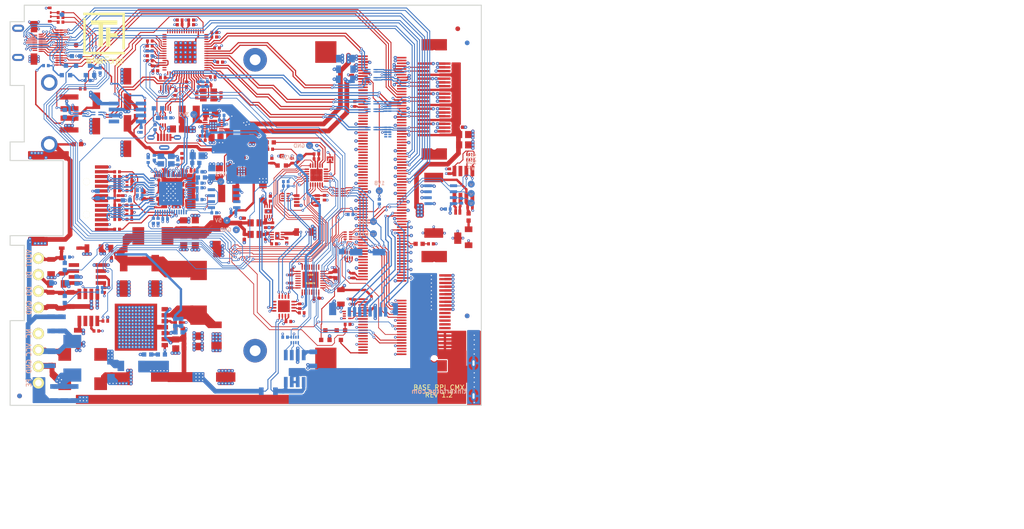
<source format=kicad_pcb>
(kicad_pcb (version 20171130) (host pcbnew 5.1.7-a382d34a8~87~ubuntu20.04.1)
  (title_block (title "TNG Base") (date 2020-05-15) (rev 1.2) (company "Tinkerforge GmbH") (comment 1 "Licensed under CERN OHL v.1.1") (comment 2 "Copyright (©) 2020, B.Nordmeyer <bastian@tinkerforge.com>"))
  (layers (0 F.Cu power hide) (1 GND power hide) (2 VCC power hide) (31 B.Cu signal) (34 B.Paste user) (35 F.Paste user) (36 B.SilkS user) (37 F.SilkS user) (38 B.Mask user) (39 F.Mask user) (44 Edge.Cuts user))
  (net 0 "")
  (net 1 Earth)
  (net 2 +5V)
  (net 3 AGND)
  (net 4 "Net-(C101-Pad1)")
  (net 5 "Net-(C102-Pad1)")
  (net 6 "Net-(C103-Pad1)")
  (net 7 "Net-(C105-Pad1)")
  (net 8 RASP_USB_RESET)
  (net 9 "Net-(C109-Pad1)")
  (net 10 3V3)
  (net 11 "Net-(C204-Pad1)")
  (net 12 "Net-(C204-Pad2)")
  (net 13 "Net-(C208-Pad1)")
  (net 14 "Net-(C209-Pad1)")
  (net 15 "Net-(C210-Pad1)")
  (net 16 "Net-(C211-Pad1)")
  (net 17 "Net-(C214-Pad1)")
  (net 18 "Net-(C217-Pad2)")
  (net 19 "Net-(C302-Pad1)")
  (net 20 "Net-(C305-Pad2)")
  (net 21 +1.8V)
  (net 22 "Net-(C306-Pad2)")
  (net 23 "Net-(C316-Pad1)")
  (net 24 HDMI_5V)
  (net 25 +1.2V_INT)
  (net 26 +1.2V)
  (net 27 VDD12USBPLL)
  (net 28 VDD12PLL)
  (net 29 +3.3VP)
  (net 30 "Net-(C421-Pad1)")
  (net 31 "Net-(C422-Pad1)")
  (net 32 TR0_P)
  (net 33 TR0_N)
  (net 34 TR1_P)
  (net 35 TR1_N)
  (net 36 TR2_P)
  (net 37 "Net-(C428-Pad1)")
  (net 38 TR2_N)
  (net 39 TR3_P)
  (net 40 TR3_N)
  (net 41 "Net-(C434-Pad1)")
  (net 42 "Net-(C436-Pad2)")
  (net 43 "Net-(D101-Pad2)")
  (net 44 "Net-(D207-Pad1)")
  (net 45 "Net-(D208-Pad1)")
  (net 46 "Net-(D301-Pad2)")
  (net 47 "Net-(D301-Pad1)")
  (net 48 "Net-(D302-Pad2)")
  (net 49 SD1_DAT1)
  (net 50 SD1_DAT0)
  (net 51 SD1_CLK)
  (net 52 SD1_CMD)
  (net 53 SD1_DAT3)
  (net 54 SD1_DAT2)
  (net 55 "Net-(J302-Pad168)")
  (net 56 "Net-(J302-Pad90)")
  (net 57 "Net-(J302-Pad88)")
  (net 58 "Net-(J302-Pad84)")
  (net 59 "Net-(J302-Pad82)")
  (net 60 "Net-(J302-Pad33)")
  (net 61 "Net-(J302-Pad30)")
  (net 62 "Net-(J302-Pad29)")
  (net 63 "Net-(J302-Pad28)")
  (net 64 "Net-(J302-Pad27)")
  (net 65 ETH_RESET)
  (net 66 RASP_USB_SMB_CLK)
  (net 67 RASP_USB_SMB_DATA)
  (net 68 "Net-(J302-Pad2)")
  (net 69 "Net-(J303-Pad1)")
  (net 70 "Net-(J304-Pad1)")
  (net 71 "Net-(J401-Pad13)")
  (net 72 "Net-(J401-Pad11)")
  (net 73 "Net-(L102-Pad1)")
  (net 74 "Net-(L102-Pad4)")
  (net 75 "Net-(D206-Pad2)")
  (net 76 "Net-(L301-Pad1)")
  (net 77 "Net-(L302-Pad1)")
  (net 78 "Net-(L406-Pad1)")
  (net 79 "Net-(P201-Pad2)")
  (net 80 "Net-(Q301-PadD)")
  (net 81 VBUSB)
  (net 82 "Net-(R101-Pad1)")
  (net 83 "Net-(R104-Pad1)")
  (net 84 "Net-(R105-Pad2)")
  (net 85 "Net-(R107-Pad1)")
  (net 86 "Net-(R108-Pad1)")
  (net 87 "Net-(R110-Pad2)")
  (net 88 "Net-(R212-Pad2)")
  (net 89 HDMI_CEC)
  (net 90 "Net-(R402-Pad1)")
  (net 91 "Net-(R403-Pad2)")
  (net 92 "Net-(R404-Pad2)")
  (net 93 "Net-(R405-Pad2)")
  (net 94 "Net-(R406-Pad2)")
  (net 95 EECS)
  (net 96 LED_ACT)
  (net 97 LED_LINK)
  (net 98 ETH_USB_D-)
  (net 99 ETH_USB_D+)
  (net 100 RASP_USB_D-)
  (net 101 RASP_USB_D+)
  (net 102 "Net-(U302-Pad1)")
  (net 103 "Net-(U302-Pad2)")
  (net 104 EECLK)
  (net 105 EEDI)
  (net 106 EEDO)
  (net 107 3V3_PERM)
  (net 108 "Net-(C124-Pad2)")
  (net 109 "Net-(C126-Pad2)")
  (net 110 "Net-(C131-Pad1)")
  (net 111 "Net-(C132-Pad1)")
  (net 112 5VStack)
  (net 113 5VSW)
  (net 114 XMC_LED_PWR)
  (net 115 "Net-(J303-Pad15)")
  (net 116 "Net-(LED101-Pad4)")
  (net 117 "Net-(LED101-Pad2)")
  (net 118 "Net-(LED101-Pad3)")
  (net 119 XMC_MUSB_CON)
  (net 120 "Net-(R112-Pad1)")
  (net 121 "Net-(R113-Pad1)")
  (net 122 "Net-(R114-Pad1)")
  (net 123 XMC_SW_5V)
  (net 124 XMC_SW_STACK)
  (net 125 XMC_DI1)
  (net 126 XMC_DI0)
  (net 127 XMC_DO0)
  (net 128 XMC_CS)
  (net 129 XMC_MISO)
  (net 130 XMC_MOSI)
  (net 131 XMC_CLK)
  (net 132 CUR1+)
  (net 133 "Net-(R218-Pad1)")
  (net 134 CUR2+)
  (net 135 CUR3+)
  (net 136 XMC_SCL)
  (net 137 XMC_SDA)
  (net 138 "Net-(RP102-Pad7)")
  (net 139 "Net-(RP102-Pad8)")
  (net 140 CUR2-)
  (net 141 USB-PWR)
  (net 142 "Net-(U101-Pad38)")
  (net 143 "Net-(U101-Pad39)")
  (net 144 XMC_SW_PWR)
  (net 145 "Net-(R118-Pad2)")
  (net 146 XMC_SW_PWR_CUR)
  (net 147 HDMI_SCL)
  (net 148 HDMI_SDA)
  (net 149 EXT_USB_D_F-)
  (net 150 EXT_USB_D_F+)
  (net 151 STACK_USB_D0_F+)
  (net 152 STACK_USB_D0_F-)
  (net 153 STACK_USB_D1_F+)
  (net 154 STACK_USB_D1_F-)
  (net 155 STACK_USB_D2_F+)
  (net 156 STACK_USB_D2_F-)
  (net 157 STACK_USB_D3_F+)
  (net 158 STACK_USB_D3_F-)
  (net 159 STACK_USB_D4_F+)
  (net 160 STACK_USB_D4_F-)
  (net 161 ORIG_USB_D-)
  (net 162 ORIG_USB_D+)
  (net 163 HDMI_D2+)
  (net 164 HDMI_D2-)
  (net 165 HDMI_D1+)
  (net 166 HDMI_D1-)
  (net 167 HDMI_D0+)
  (net 168 HDMI_D0-)
  (net 169 HDMI_CLK+)
  (net 170 HDMI_CLK-)
  (net 171 FLASH_USB_D_F+)
  (net 172 FLASH_USB_D_F-)
  (net 173 EXT_USB_D+)
  (net 174 EXT_USB_D-)
  (net 175 STACK_USB_D0-)
  (net 176 STACK_USB_D0+)
  (net 177 STACK_USB_D1+)
  (net 178 STACK_USB_D1-)
  (net 179 STACK_USB_D2+)
  (net 180 STACK_USB_D2-)
  (net 181 STACK_USB_D3-)
  (net 182 STACK_USB_D3+)
  (net 183 STACK_USB_D4+)
  (net 184 STACK_USB_D4-)
  (net 185 FLASH_USB_D+)
  (net 186 FLASH_USB_D-)
  (net 187 STACKPWR)
  (net 188 "Net-(P101-Pad1)")
  (net 189 "Net-(P102-Pad2)")
  (net 190 "Net-(J302-Pad35)")
  (net 191 "Net-(D202-Pad1)")
  (net 192 XMC_PORT_LED)
  (net 193 "Net-(D209-Pad1)")
  (net 194 "Net-(D210-Pad2)")
  (net 195 "Net-(R205-Pad2)")
  (net 196 "Net-(R211-Pad1)")
  (net 197 "Net-(J103-Pad22)")
  (net 198 "Net-(J103-Pad24)")
  (net 199 "Net-(J103-Pad26)")
  (net 200 "Net-(J103-Pad28)")
  (net 201 "Net-(J103-Pad30)")
  (net 202 "Net-(J103-Pad21)")
  (net 203 "Net-(J103-Pad23)")
  (net 204 "Net-(J103-Pad25)")
  (net 205 "Net-(J103-Pad27)")
  (net 206 "Net-(J103-Pad29)")
  (net 207 "Net-(J302-Pad3)")
  (net 208 "Net-(J302-Pad4)")
  (net 209 "Net-(J302-Pad5)")
  (net 210 "Net-(J302-Pad6)")
  (net 211 "Net-(J302-Pad10)")
  (net 212 "Net-(J302-Pad12)")
  (net 213 "Net-(J302-Pad16)")
  (net 214 "Net-(J302-Pad17)")
  (net 215 "Net-(J302-Pad18)")
  (net 216 "Net-(J302-Pad22)")
  (net 217 "Net-(J302-Pad23)")
  (net 218 "Net-(J302-Pad24)")
  (net 219 "Net-(J302-Pad34)")
  (net 220 "Net-(J302-Pad36)")
  (net 221 "Net-(J302-Pad45)")
  (net 222 "Net-(J302-Pad46)")
  (net 223 "Net-(J302-Pad47)")
  (net 224 "Net-(J302-Pad48)")
  (net 225 "Net-(J302-Pad51)")
  (net 226 "Net-(J302-Pad52)")
  (net 227 "Net-(J302-Pad53)")
  (net 228 "Net-(J302-Pad54)")
  (net 229 "Net-(J302-Pad57)")
  (net 230 "Net-(J302-Pad58)")
  (net 231 "Net-(J302-Pad59)")
  (net 232 "Net-(J302-Pad60)")
  (net 233 "Net-(J302-Pad63)")
  (net 234 "Net-(J302-Pad65)")
  (net 235 "Net-(J302-Pad70)")
  (net 236 "Net-(J302-Pad71)")
  (net 237 "Net-(J302-Pad72)")
  (net 238 "Net-(J302-Pad76)")
  (net 239 "Net-(J302-Pad78)")
  (net 240 "Net-(J302-Pad93)")
  (net 241 "Net-(J302-Pad94)")
  (net 242 "Net-(J302-Pad95)")
  (net 243 "Net-(J302-Pad96)")
  (net 244 "Net-(J302-Pad99)")
  (net 245 "Net-(J302-Pad100)")
  (net 246 "Net-(J302-Pad101)")
  (net 247 "Net-(J302-Pad102)")
  (net 248 "Net-(J302-Pad105)")
  (net 249 "Net-(J302-Pad106)")
  (net 250 "Net-(J302-Pad107)")
  (net 251 "Net-(J302-Pad108)")
  (net 252 "Net-(J302-Pad112)")
  (net 253 "Net-(J302-Pad114)")
  (net 254 "Net-(J302-Pad118)")
  (net 255 "Net-(J302-Pad120)")
  (net 256 "Net-(J302-Pad124)")
  (net 257 "Net-(J302-Pad126)")
  (net 258 "Net-(J302-Pad128)")
  (net 259 "Net-(J302-Pad130)")
  (net 260 "Net-(J302-Pad132)")
  (net 261 "Net-(J302-Pad135)")
  (net 262 "Net-(J302-Pad136)")
  (net 263 "Net-(J302-Pad137)")
  (net 264 "Net-(J302-Pad138)")
  (net 265 "Net-(J302-Pad141)")
  (net 266 "Net-(J302-Pad142)")
  (net 267 "Net-(J302-Pad143)")
  (net 268 "Net-(J302-Pad144)")
  (net 269 "Net-(J302-Pad147)")
  (net 270 "Net-(J302-Pad148)")
  (net 271 "Net-(J302-Pad149)")
  (net 272 "Net-(J302-Pad150)")
  (net 273 "Net-(J302-Pad153)")
  (net 274 "Net-(J302-Pad154)")
  (net 275 "Net-(J302-Pad155)")
  (net 276 "Net-(J302-Pad156)")
  (net 277 "Net-(J302-Pad158)")
  (net 278 "Net-(J302-Pad159)")
  (net 279 "Net-(J302-Pad160)")
  (net 280 "Net-(J302-Pad161)")
  (net 281 "Net-(J302-Pad162)")
  (net 282 "Net-(J302-Pad166)")
  (net 283 "Net-(J302-Pad172)")
  (net 284 "Net-(J302-Pad174)")
  (net 285 "Net-(J302-Pad176)")
  (net 286 "Net-(J302-Pad177)")
  (net 287 "Net-(J302-Pad178)")
  (net 288 "Net-(J302-Pad179)")
  (net 289 "Net-(J302-Pad180)")
  (net 290 "Net-(J303-Pad2)")
  (net 291 "Net-(J304-Pad4)")
  (net 292 "Net-(P202-Pad1)")
  (net 293 "Net-(R403-Pad1)")
  (net 294 "Net-(RP101-Pad2)")
  (net 295 "Net-(RP101-Pad3)")
  (net 296 "Net-(RP101-Pad6)")
  (net 297 "Net-(RP101-Pad7)")
  (net 298 "Net-(RP102-Pad3)")
  (net 299 "Net-(RP102-Pad6)")
  (net 300 "Net-(RP302-Pad2)")
  (net 301 "Net-(RP302-Pad3)")
  (net 302 "Net-(RP302-Pad6)")
  (net 303 "Net-(RP302-Pad7)")
  (net 304 "Net-(RP303-Pad7)")
  (net 305 "Net-(RP303-Pad6)")
  (net 306 "Net-(RP303-Pad3)")
  (net 307 "Net-(RP303-Pad2)")
  (net 308 "Net-(U101-Pad14)")
  (net 309 "Net-(U101-Pad15)")
  (net 310 "Net-(U101-Pad16)")
  (net 311 "Net-(U101-Pad18)")
  (net 312 "Net-(U101-Pad20)")
  (net 313 "Net-(U101-Pad21)")
  (net 314 "Net-(U101-Pad22)")
  (net 315 "Net-(U101-Pad23)")
  (net 316 "Net-(U101-Pad26)")
  (net 317 "Net-(U101-Pad27)")
  (net 318 "Net-(U101-Pad28)")
  (net 319 "Net-(U101-Pad29)")
  (net 320 "Net-(U101-Pad30)")
  (net 321 "Net-(U101-Pad31)")
  (net 322 "Net-(U101-Pad32)")
  (net 323 "Net-(U101-Pad33)")
  (net 324 "Net-(U101-Pad34)")
  (net 325 "Net-(U101-Pad35)")
  (net 326 "Net-(U101-Pad36)")
  (net 327 "Net-(U101-Pad37)")
  (net 328 "Net-(U101-Pad47)")
  (net 329 "Net-(U101-Pad48)")
  (net 330 "Net-(U101-Pad49)")
  (net 331 "Net-(U101-Pad50)")
  (net 332 "Net-(U101-Pad51)")
  (net 333 "Net-(U102-Pad5)")
  (net 334 "Net-(U102-Pad3)")
  (net 335 "Net-(U104-Pad6)")
  (net 336 "Net-(U107-Pad10)")
  (net 337 "Net-(U107-Pad9)")
  (net 338 "Net-(U107-Pad2)")
  (net 339 "Net-(U107-Pad1)")
  (net 340 "Net-(U111-Pad3)")
  (net 341 "Net-(U201-Pad5)")
  (net 342 "Net-(U202-Pad2)")
  (net 343 "Net-(U204-Pad10)")
  (net 344 "Net-(U204-Pad9)")
  (net 345 "Net-(U301-Pad11)")
  (net 346 "Net-(U301-Pad5)")
  (net 347 "Net-(U302-Pad7)")
  (net 348 "Net-(U401-Pad4)")
  (net 349 "Net-(U401-Pad10)")
  (net 350 "Net-(U401-Pad18)")
  (net 351 "Net-(U401-Pad21)")
  (net 352 "Net-(U401-Pad22)")
  (net 353 "Net-(U401-Pad25)")
  (net 354 "Net-(U401-Pad31)")
  (net 355 "Net-(U401-Pad32)")
  (net 356 "Net-(U401-Pad35)")
  (net 357 "Net-(U401-Pad38)")
  (net 358 "Net-(U401-Pad40)")
  (net 359 "Net-(U402-Pad6)")
  (net 360 "Net-(U402-Pad7)")
  (net 361 "Net-(U405-Pad2)")
  (net 362 "Net-(U405-Pad5)")
  (net 363 "Net-(U405-Pad10)")
  (net 364 "Net-(U405-Pad11)")
  (net 365 TPM_IRQ)
  (net 366 TPM_RST)
  (net 367 TPM_CS)
  (net 368 TPM_SCLK)
  (net 369 TPM_MOSI)
  (net 370 TPM_MISO)
  (net 371 "Net-(RP305-Pad6)")
  (net 372 "Net-(RP305-Pad7)")
  (net 373 "Net-(U310-Pad31)")
  (net 374 "Net-(U310-Pad30)")
  (net 375 "Net-(U310-Pad29)")
  (net 376 "Net-(U310-Pad3)")
  (net 377 "Net-(U310-Pad4)")
  (net 378 "Net-(U310-Pad5)")
  (net 379 "Net-(U310-Pad6)")
  (net 380 "Net-(U310-Pad7)")
  (net 381 "Net-(U310-Pad10)")
  (net 382 "Net-(U310-Pad11)")
  (net 383 "Net-(U310-Pad12)")
  (net 384 "Net-(U310-Pad13)")
  (net 385 "Net-(U310-Pad15)")
  (net 386 "Net-(U310-Pad25)")
  (net 387 "Net-(U310-Pad26)")
  (net 388 "Net-(U310-Pad27)")
  (net 389 "Net-(U310-Pad28)")
  (net 390 "Net-(P304-Pad1)")
  (module kicad-libraries:USB-A-SMT-8231 (layer F.Cu) (at 65.75 73.9437 270)
    (fp_text reference J101)
    (fp_text value USB-A)
    (pad SHD thru_hole circle (at 6.57 0 270) (size 3.5 3.5) (drill 2.3) (layers *.Cu *.Mask) (net 1 Earth))
    (pad "" thru_hole circle (at -6.57 0 270) (size 3.5 3.5) (drill 2.3) (layers *.Cu *.Mask))
    (pad 4 smd rect (at 3.5 -4.2 270) (size 1.1 4) (layers F.Cu F.Paste F.Mask) (net 3 AGND))
    (pad 3 smd rect (at 1 -4.3 270) (size 1.1 3.8) (layers F.Cu F.Paste F.Mask) (net 150 EXT_USB_D_F+))
    (pad 2 smd rect (at -1 -4.3 270) (size 1.1 3.8) (layers F.Cu F.Paste F.Mask) (net 149 EXT_USB_D_F-))
    (pad 1 smd rect (at -3.5 -4.2 270) (size 1.1 4) (layers F.Cu F.Paste F.Mask) (net 141 USB-PWR))
  )
  (module kicad-libraries:Raspberry-Pi-Compute-Socket (layer F.Cu) (at 136.45 93.4437 180)
    (fp_text reference J302)
    (fp_text value Raspberry-Pi-Compute-Socket)
    (pad "" np_thru_hole circle (at 27 -30.9 180) (size 5 5) (drill 2.3) (layers *.Cu *.Mask))
    (pad 41 smd rect (at -4.1 -16.05 180) (size 2 0.35) (layers F.Cu F.Paste F.Mask) (net 10 3V3))
    (pad 1 smd rect (at -4.1 -31.65 180) (size 2 0.35) (layers F.Cu F.Paste F.Mask) (net 3 AGND))
    (pad "" np_thru_hole circle (at 0 33.4 180) (size 1.1 1.1) (drill 1.1) (layers *.Cu))
    (pad "" np_thru_hole circle (at 0 -33.4 180) (size 1.6 1.6) (drill 1.6) (layers *.Cu))
    (pad "" smd rect (at 12 -32.55 180) (size 4.5 4.6) (layers F.Cu F.Paste F.Mask))
    (pad "" smd rect (at 12 32.55 180) (size 4.5 4.6) (layers F.Cu F.Paste F.Mask))
    (pad 2 smd rect (at 4.099999 -31.35 180) (size 2 0.35) (layers F.Cu F.Paste F.Mask) (net 68 "Net-(J302-Pad2)"))
    (pad 3 smd rect (at -4.1 -31.05 180) (size 2 0.35) (layers F.Cu F.Paste F.Mask) (net 207 "Net-(J302-Pad3)"))
    (pad 4 smd rect (at 4.099999 -30.75 180) (size 2 0.35) (layers F.Cu F.Paste F.Mask) (net 208 "Net-(J302-Pad4)"))
    (pad 5 smd rect (at -4.1 -30.45 180) (size 2 0.35) (layers F.Cu F.Paste F.Mask) (net 209 "Net-(J302-Pad5)"))
    (pad 6 smd rect (at 4.099999 -30.15 180) (size 2 0.35) (layers F.Cu F.Paste F.Mask) (net 210 "Net-(J302-Pad6)"))
    (pad 7 smd rect (at -4.1 -29.85 180) (size 2 0.35) (layers F.Cu F.Paste F.Mask) (net 3 AGND))
    (pad 8 smd rect (at 4.099999 -29.55 180) (size 2 0.35) (layers F.Cu F.Paste F.Mask) (net 3 AGND))
    (pad 9 smd rect (at -4.1 -29.25 180) (size 2 0.35) (layers F.Cu F.Paste F.Mask) (net 67 RASP_USB_SMB_DATA))
    (pad 10 smd rect (at 4.099999 -28.95 180) (size 2 0.35) (layers F.Cu F.Paste F.Mask) (net 211 "Net-(J302-Pad10)"))
    (pad 11 smd rect (at -4.1 -28.65 180) (size 2 0.35) (layers F.Cu F.Paste F.Mask) (net 66 RASP_USB_SMB_CLK))
    (pad 12 smd rect (at 4.099999 -28.35 180) (size 2 0.35) (layers F.Cu F.Paste F.Mask) (net 212 "Net-(J302-Pad12)"))
    (pad 13 smd rect (at -4.1 -28.05 180) (size 2 0.35) (layers F.Cu F.Paste F.Mask) (net 3 AGND))
    (pad 14 smd rect (at 4.099999 -27.75 180) (size 2 0.35) (layers F.Cu F.Paste F.Mask) (net 3 AGND))
    (pad 15 smd rect (at -4.1 -27.45 180) (size 2 0.35) (layers F.Cu F.Paste F.Mask) (net 8 RASP_USB_RESET))
    (pad 16 smd rect (at 4.099999 -27.15 180) (size 2 0.35) (layers F.Cu F.Paste F.Mask) (net 213 "Net-(J302-Pad16)"))
    (pad 17 smd rect (at -4.1 -26.85 180) (size 2 0.35) (layers F.Cu F.Paste F.Mask) (net 214 "Net-(J302-Pad17)"))
    (pad 18 smd rect (at 4.099999 -26.55 180) (size 2 0.35) (layers F.Cu F.Paste F.Mask) (net 215 "Net-(J302-Pad18)"))
    (pad 19 smd rect (at -4.1 -26.25 180) (size 2 0.35) (layers F.Cu F.Paste F.Mask) (net 3 AGND))
    (pad 20 smd rect (at 4.099999 -25.95 180) (size 2 0.35) (layers F.Cu F.Paste F.Mask) (net 3 AGND))
    (pad 21 smd rect (at -4.1 -25.65 180) (size 2 0.35) (layers F.Cu F.Paste F.Mask) (net 65 ETH_RESET))
    (pad 22 smd rect (at 4.099999 -25.35 180) (size 2 0.35) (layers F.Cu F.Paste F.Mask) (net 216 "Net-(J302-Pad22)"))
    (pad 23 smd rect (at -4.1 -25.05 180) (size 2 0.35) (layers F.Cu F.Paste F.Mask) (net 217 "Net-(J302-Pad23)"))
    (pad 24 smd rect (at 4.099999 -24.75 180) (size 2 0.35) (layers F.Cu F.Paste F.Mask) (net 218 "Net-(J302-Pad24)"))
    (pad 25 smd rect (at -4.1 -24.45 180) (size 2 0.35) (layers F.Cu F.Paste F.Mask) (net 3 AGND))
    (pad 26 smd rect (at 4.099999 -24.15 180) (size 2 0.35) (layers F.Cu F.Paste F.Mask) (net 3 AGND))
    (pad 27 smd rect (at -4.1 -23.85 180) (size 2 0.35) (layers F.Cu F.Paste F.Mask) (net 64 "Net-(J302-Pad27)"))
    (pad 28 smd rect (at 4.099999 -23.55 180) (size 2 0.35) (layers F.Cu F.Paste F.Mask) (net 63 "Net-(J302-Pad28)"))
    (pad 29 smd rect (at -4.1 -23.25 180) (size 2 0.35) (layers F.Cu F.Paste F.Mask) (net 62 "Net-(J302-Pad29)"))
    (pad 30 smd rect (at 4.099999 -22.95 180) (size 2 0.35) (layers F.Cu F.Paste F.Mask) (net 61 "Net-(J302-Pad30)"))
    (pad 31 smd rect (at -4.1 -22.65 180) (size 2 0.35) (layers F.Cu F.Paste F.Mask) (net 3 AGND))
    (pad 32 smd rect (at 4.099999 -22.35 180) (size 2 0.35) (layers F.Cu F.Paste F.Mask) (net 3 AGND))
    (pad 33 smd rect (at -4.1 -22.05 180) (size 2 0.35) (layers F.Cu F.Paste F.Mask) (net 60 "Net-(J302-Pad33)"))
    (pad 34 smd rect (at 4.099999 -21.75 180) (size 2 0.35) (layers F.Cu F.Paste F.Mask) (net 219 "Net-(J302-Pad34)"))
    (pad 35 smd rect (at -4.1 -21.45 180) (size 2 0.35) (layers F.Cu F.Paste F.Mask) (net 190 "Net-(J302-Pad35)"))
    (pad 36 smd rect (at 4.099999 -21.15 180) (size 2 0.35) (layers F.Cu F.Paste F.Mask) (net 220 "Net-(J302-Pad36)"))
    (pad 37 smd rect (at -4.1 -20.85 180) (size 2 0.35) (layers F.Cu F.Paste F.Mask) (net 3 AGND))
    (pad 38 smd rect (at 4.099999 -20.55 180) (size 2 0.35) (layers F.Cu F.Paste F.Mask) (net 3 AGND))
    (pad 39 smd rect (at -4.1 -20.25 180) (size 2 0.35) (layers F.Cu F.Paste F.Mask) (net 10 3V3))
    (pad 40 smd rect (at 4.099999 -19.95 180) (size 2 0.35) (layers F.Cu F.Paste F.Mask) (net 10 3V3))
    (pad 42 smd rect (at 4.099999 -15.75 180) (size 2 0.35) (layers F.Cu F.Paste F.Mask) (net 10 3V3))
    (pad 43 smd rect (at -4.1 -15.45 180) (size 2 0.35) (layers F.Cu F.Paste F.Mask) (net 3 AGND))
    (pad 44 smd rect (at 4.099999 -15.15 180) (size 2 0.35) (layers F.Cu F.Paste F.Mask) (net 3 AGND))
    (pad 45 smd rect (at -4.1 -14.85 180) (size 2 0.35) (layers F.Cu F.Paste F.Mask) (net 221 "Net-(J302-Pad45)"))
    (pad 46 smd rect (at 4.099999 -14.55 180) (size 2 0.35) (layers F.Cu F.Paste F.Mask) (net 222 "Net-(J302-Pad46)"))
    (pad 47 smd rect (at -4.1 -14.25 180) (size 2 0.35) (layers F.Cu F.Paste F.Mask) (net 223 "Net-(J302-Pad47)"))
    (pad 48 smd rect (at 4.099999 -13.95 180) (size 2 0.35) (layers F.Cu F.Paste F.Mask) (net 224 "Net-(J302-Pad48)"))
    (pad 49 smd rect (at -4.1 -13.65 180) (size 2 0.35) (layers F.Cu F.Paste F.Mask) (net 3 AGND))
    (pad 50 smd rect (at 4.099999 -13.35 180) (size 2 0.35) (layers F.Cu F.Paste F.Mask) (net 3 AGND))
    (pad 51 smd rect (at -4.1 -13.05 180) (size 2 0.35) (layers F.Cu F.Paste F.Mask) (net 225 "Net-(J302-Pad51)"))
    (pad 52 smd rect (at 4.099999 -12.75 180) (size 2 0.35) (layers F.Cu F.Paste F.Mask) (net 226 "Net-(J302-Pad52)"))
    (pad 53 smd rect (at -4.1 -12.45 180) (size 2 0.35) (layers F.Cu F.Paste F.Mask) (net 227 "Net-(J302-Pad53)"))
    (pad 54 smd rect (at 4.099999 -12.15 180) (size 2 0.35) (layers F.Cu F.Paste F.Mask) (net 228 "Net-(J302-Pad54)"))
    (pad 55 smd rect (at -4.1 -11.85 180) (size 2 0.35) (layers F.Cu F.Paste F.Mask) (net 3 AGND))
    (pad 56 smd rect (at 4.099999 -11.55 180) (size 2 0.35) (layers F.Cu F.Paste F.Mask) (net 3 AGND))
    (pad 57 smd rect (at -4.1 -11.25 180) (size 2 0.35) (layers F.Cu F.Paste F.Mask) (net 229 "Net-(J302-Pad57)"))
    (pad 58 smd rect (at 4.099999 -10.95 180) (size 2 0.35) (layers F.Cu F.Paste F.Mask) (net 230 "Net-(J302-Pad58)"))
    (pad 59 smd rect (at -4.1 -10.65 180) (size 2 0.35) (layers F.Cu F.Paste F.Mask) (net 231 "Net-(J302-Pad59)"))
    (pad 60 smd rect (at 4.099999 -10.35 180) (size 2 0.35) (layers F.Cu F.Paste F.Mask) (net 232 "Net-(J302-Pad60)"))
    (pad 61 smd rect (at -4.1 -10.05 180) (size 2 0.35) (layers F.Cu F.Paste F.Mask) (net 3 AGND))
    (pad 62 smd rect (at 4.099999 -9.75 180) (size 2 0.35) (layers F.Cu F.Paste F.Mask) (net 3 AGND))
    (pad 63 smd rect (at -4.1 -9.45 180) (size 2 0.35) (layers F.Cu F.Paste F.Mask) (net 233 "Net-(J302-Pad63)"))
    (pad 64 smd rect (at 4.099999 -9.15 180) (size 2 0.35) (layers F.Cu F.Paste F.Mask) (net 365 TPM_IRQ))
    (pad 65 smd rect (at -4.1 -8.85 180) (size 2 0.35) (layers F.Cu F.Paste F.Mask) (net 234 "Net-(J302-Pad65)"))
    (pad 66 smd rect (at 4.099999 -8.55 180) (size 2 0.35) (layers F.Cu F.Paste F.Mask) (net 366 TPM_RST))
    (pad 67 smd rect (at -4.1 -8.25 180) (size 2 0.35) (layers F.Cu F.Paste F.Mask) (net 3 AGND))
    (pad 68 smd rect (at 4.099999 -7.95 180) (size 2 0.35) (layers F.Cu F.Paste F.Mask) (net 3 AGND))
    (pad 69 smd rect (at -4.1 -7.65 180) (size 2 0.35) (layers F.Cu F.Paste F.Mask) (net 46 "Net-(D301-Pad2)"))
    (pad 70 smd rect (at 4.099999 -7.35 180) (size 2 0.35) (layers F.Cu F.Paste F.Mask) (net 235 "Net-(J302-Pad70)"))
    (pad 71 smd rect (at -4.1 -7.05 180) (size 2 0.35) (layers F.Cu F.Paste F.Mask) (net 236 "Net-(J302-Pad71)"))
    (pad 72 smd rect (at 4.099999 -6.75 180) (size 2 0.35) (layers F.Cu F.Paste F.Mask) (net 237 "Net-(J302-Pad72)"))
    (pad 73 smd rect (at -4.1 -6.45 180) (size 2 0.35) (layers F.Cu F.Paste F.Mask) (net 3 AGND))
    (pad 74 smd rect (at 4.099999 -6.15 180) (size 2 0.35) (layers F.Cu F.Paste F.Mask) (net 3 AGND))
    (pad 75 smd rect (at -4.1 -5.85 180) (size 2 0.35) (layers F.Cu F.Paste F.Mask) (net 51 SD1_CLK))
    (pad 76 smd rect (at 4.099999 -5.55 180) (size 2 0.35) (layers F.Cu F.Paste F.Mask) (net 238 "Net-(J302-Pad76)"))
    (pad 77 smd rect (at -4.1 -5.25 180) (size 2 0.35) (layers F.Cu F.Paste F.Mask) (net 52 SD1_CMD))
    (pad 78 smd rect (at 4.099999 -4.95 180) (size 2 0.35) (layers F.Cu F.Paste F.Mask) (net 239 "Net-(J302-Pad78)"))
    (pad 79 smd rect (at -4.1 -4.65 180) (size 2 0.35) (layers F.Cu F.Paste F.Mask) (net 3 AGND))
    (pad 80 smd rect (at 4.099999 -4.35 180) (size 2 0.35) (layers F.Cu F.Paste F.Mask) (net 3 AGND))
    (pad 81 smd rect (at -4.1 -4.05 180) (size 2 0.35) (layers F.Cu F.Paste F.Mask) (net 50 SD1_DAT0))
    (pad 82 smd rect (at 4.099999 -3.75 180) (size 2 0.35) (layers F.Cu F.Paste F.Mask) (net 59 "Net-(J302-Pad82)"))
    (pad 83 smd rect (at -4.1 -3.45 180) (size 2 0.35) (layers F.Cu F.Paste F.Mask) (net 49 SD1_DAT1))
    (pad 84 smd rect (at 4.099999 -3.15 180) (size 2 0.35) (layers F.Cu F.Paste F.Mask) (net 58 "Net-(J302-Pad84)"))
    (pad 85 smd rect (at -4.1 -2.85 180) (size 2 0.35) (layers F.Cu F.Paste F.Mask) (net 3 AGND))
    (pad 86 smd rect (at 4.099999 -2.55 180) (size 2 0.35) (layers F.Cu F.Paste F.Mask) (net 3 AGND))
    (pad 87 smd rect (at -4.1 -2.25 180) (size 2 0.35) (layers F.Cu F.Paste F.Mask) (net 54 SD1_DAT2))
    (pad 88 smd rect (at 4.099999 -1.95 180) (size 2 0.35) (layers F.Cu F.Paste F.Mask) (net 57 "Net-(J302-Pad88)"))
    (pad 89 smd rect (at -4.1 -1.65 180) (size 2 0.35) (layers F.Cu F.Paste F.Mask) (net 53 SD1_DAT3))
    (pad 90 smd rect (at 4.099999 -1.35 180) (size 2 0.35) (layers F.Cu F.Paste F.Mask) (net 56 "Net-(J302-Pad90)"))
    (pad 91 smd rect (at -4.1 -1.05 180) (size 2 0.35) (layers F.Cu F.Paste F.Mask) (net 3 AGND))
    (pad 92 smd rect (at 4.099999 -0.75 180) (size 2 0.35) (layers F.Cu F.Paste F.Mask) (net 3 AGND))
    (pad 93 smd rect (at -4.1 -0.45 180) (size 2 0.35) (layers F.Cu F.Paste F.Mask) (net 240 "Net-(J302-Pad93)"))
    (pad 94 smd rect (at 4.099999 -0.15 180) (size 2 0.35) (layers F.Cu F.Paste F.Mask) (net 241 "Net-(J302-Pad94)"))
    (pad 95 smd rect (at -4.1 0.15 180) (size 2 0.35) (layers F.Cu F.Paste F.Mask) (net 242 "Net-(J302-Pad95)"))
    (pad 96 smd rect (at 4.099999 0.45 180) (size 2 0.35) (layers F.Cu F.Paste F.Mask) (net 243 "Net-(J302-Pad96)"))
    (pad 97 smd rect (at -4.1 0.75 180) (size 2 0.35) (layers F.Cu F.Paste F.Mask) (net 3 AGND))
    (pad 98 smd rect (at 4.099999 1.05 180) (size 2 0.35) (layers F.Cu F.Paste F.Mask) (net 3 AGND))
    (pad 99 smd rect (at -4.1 1.35 180) (size 2 0.35) (layers F.Cu F.Paste F.Mask) (net 244 "Net-(J302-Pad99)"))
    (pad 100 smd rect (at 4.099999 1.65 180) (size 2 0.35) (layers F.Cu F.Paste F.Mask) (net 245 "Net-(J302-Pad100)"))
    (pad 101 smd rect (at -4.1 1.95 180) (size 2 0.35) (layers F.Cu F.Paste F.Mask) (net 246 "Net-(J302-Pad101)"))
    (pad 102 smd rect (at 4.099999 2.25 180) (size 2 0.35) (layers F.Cu F.Paste F.Mask) (net 247 "Net-(J302-Pad102)"))
    (pad 103 smd rect (at -4.1 2.55 180) (size 2 0.35) (layers F.Cu F.Paste F.Mask) (net 3 AGND))
    (pad 104 smd rect (at 4.099999 2.85 180) (size 2 0.35) (layers F.Cu F.Paste F.Mask) (net 3 AGND))
    (pad 105 smd rect (at -4.1 3.15 180) (size 2 0.35) (layers F.Cu F.Paste F.Mask) (net 248 "Net-(J302-Pad105)"))
    (pad 106 smd rect (at 4.099999 3.45 180) (size 2 0.35) (layers F.Cu F.Paste F.Mask) (net 249 "Net-(J302-Pad106)"))
    (pad 107 smd rect (at -4.1 3.75 180) (size 2 0.35) (layers F.Cu F.Paste F.Mask) (net 250 "Net-(J302-Pad107)"))
    (pad 108 smd rect (at 4.099999 4.05 180) (size 2 0.35) (layers F.Cu F.Paste F.Mask) (net 251 "Net-(J302-Pad108)"))
    (pad 109 smd rect (at -4.1 4.35 180) (size 2 0.35) (layers F.Cu F.Paste F.Mask) (net 3 AGND))
    (pad 110 smd rect (at 4.099999 4.65 180) (size 2 0.35) (layers F.Cu F.Paste F.Mask) (net 3 AGND))
    (pad 111 smd rect (at -4.1 4.95 180) (size 2 0.35) (layers F.Cu F.Paste F.Mask) (net 170 HDMI_CLK-))
    (pad 112 smd rect (at 4.099999 5.25 180) (size 2 0.35) (layers F.Cu F.Paste F.Mask) (net 252 "Net-(J302-Pad112)"))
    (pad 113 smd rect (at -4.1 5.55 180) (size 2 0.35) (layers F.Cu F.Paste F.Mask) (net 169 HDMI_CLK+))
    (pad 114 smd rect (at 4.099999 5.85 180) (size 2 0.35) (layers F.Cu F.Paste F.Mask) (net 253 "Net-(J302-Pad114)"))
    (pad 115 smd rect (at -4.1 6.15 180) (size 2 0.35) (layers F.Cu F.Paste F.Mask) (net 3 AGND))
    (pad 116 smd rect (at 4.099999 6.45 180) (size 2 0.35) (layers F.Cu F.Paste F.Mask) (net 3 AGND))
    (pad 117 smd rect (at -4.1 6.75 180) (size 2 0.35) (layers F.Cu F.Paste F.Mask) (net 168 HDMI_D0-))
    (pad 118 smd rect (at 4.099999 7.05 180) (size 2 0.35) (layers F.Cu F.Paste F.Mask) (net 254 "Net-(J302-Pad118)"))
    (pad 119 smd rect (at -4.1 7.35 180) (size 2 0.35) (layers F.Cu F.Paste F.Mask) (net 167 HDMI_D0+))
    (pad 120 smd rect (at 4.099999 7.65 180) (size 2 0.35) (layers F.Cu F.Paste F.Mask) (net 255 "Net-(J302-Pad120)"))
    (pad 121 smd rect (at -4.1 7.95 180) (size 2 0.35) (layers F.Cu F.Paste F.Mask) (net 3 AGND))
    (pad 122 smd rect (at 4.099999 8.25 180) (size 2 0.35) (layers F.Cu F.Paste F.Mask) (net 3 AGND))
    (pad 123 smd rect (at -4.1 8.55 180) (size 2 0.35) (layers F.Cu F.Paste F.Mask) (net 166 HDMI_D1-))
    (pad 124 smd rect (at 4.099999 8.85 180) (size 2 0.35) (layers F.Cu F.Paste F.Mask) (net 256 "Net-(J302-Pad124)"))
    (pad 125 smd rect (at -4.1 9.15 180) (size 2 0.35) (layers F.Cu F.Paste F.Mask) (net 165 HDMI_D1+))
    (pad 126 smd rect (at 4.099999 9.45 180) (size 2 0.35) (layers F.Cu F.Paste F.Mask) (net 257 "Net-(J302-Pad126)"))
    (pad 127 smd rect (at -4.1 9.75 180) (size 2 0.35) (layers F.Cu F.Paste F.Mask) (net 3 AGND))
    (pad 128 smd rect (at 4.099999 10.05 180) (size 2 0.35) (layers F.Cu F.Paste F.Mask) (net 258 "Net-(J302-Pad128)"))
    (pad 129 smd rect (at -4.1 10.35 180) (size 2 0.35) (layers F.Cu F.Paste F.Mask) (net 164 HDMI_D2-))
    (pad 130 smd rect (at 4.099999 10.65 180) (size 2 0.35) (layers F.Cu F.Paste F.Mask) (net 259 "Net-(J302-Pad130)"))
    (pad 131 smd rect (at -4.1 10.95 180) (size 2 0.35) (layers F.Cu F.Paste F.Mask) (net 163 HDMI_D2+))
    (pad 132 smd rect (at 4.099999 11.25 180) (size 2 0.35) (layers F.Cu F.Paste F.Mask) (net 260 "Net-(J302-Pad132)"))
    (pad 133 smd rect (at -4.1 11.55 180) (size 2 0.35) (layers F.Cu F.Paste F.Mask) (net 3 AGND))
    (pad 134 smd rect (at 4.099999 11.85 180) (size 2 0.35) (layers F.Cu F.Paste F.Mask) (net 3 AGND))
    (pad 135 smd rect (at -4.1 12.15 180) (size 2 0.35) (layers F.Cu F.Paste F.Mask) (net 261 "Net-(J302-Pad135)"))
    (pad 136 smd rect (at 4.099999 12.45 180) (size 2 0.35) (layers F.Cu F.Paste F.Mask) (net 262 "Net-(J302-Pad136)"))
    (pad 137 smd rect (at -4.1 12.75 180) (size 2 0.35) (layers F.Cu F.Paste F.Mask) (net 263 "Net-(J302-Pad137)"))
    (pad 138 smd rect (at 4.099999 13.05 180) (size 2 0.35) (layers F.Cu F.Paste F.Mask) (net 264 "Net-(J302-Pad138)"))
    (pad 139 smd rect (at -4.1 13.35 180) (size 2 0.35) (layers F.Cu F.Paste F.Mask) (net 3 AGND))
    (pad 140 smd rect (at 4.099999 13.65 180) (size 2 0.35) (layers F.Cu F.Paste F.Mask) (net 3 AGND))
    (pad 141 smd rect (at -4.1 13.95 180) (size 2 0.35) (layers F.Cu F.Paste F.Mask) (net 265 "Net-(J302-Pad141)"))
    (pad 142 smd rect (at 4.099999 14.25 180) (size 2 0.35) (layers F.Cu F.Paste F.Mask) (net 266 "Net-(J302-Pad142)"))
    (pad 143 smd rect (at -4.1 14.55 180) (size 2 0.35) (layers F.Cu F.Paste F.Mask) (net 267 "Net-(J302-Pad143)"))
    (pad 144 smd rect (at 4.099999 14.85 180) (size 2 0.35) (layers F.Cu F.Paste F.Mask) (net 268 "Net-(J302-Pad144)"))
    (pad 145 smd rect (at -4.1 15.15 180) (size 2 0.35) (layers F.Cu F.Paste F.Mask) (net 3 AGND))
    (pad 146 smd rect (at 4.099999 15.45 180) (size 2 0.35) (layers F.Cu F.Paste F.Mask) (net 3 AGND))
    (pad 147 smd rect (at -4.1 15.75 180) (size 2 0.35) (layers F.Cu F.Paste F.Mask) (net 269 "Net-(J302-Pad147)"))
    (pad 148 smd rect (at 4.099999 16.05 180) (size 2 0.35) (layers F.Cu F.Paste F.Mask) (net 270 "Net-(J302-Pad148)"))
    (pad 149 smd rect (at -4.1 16.35 180) (size 2 0.35) (layers F.Cu F.Paste F.Mask) (net 271 "Net-(J302-Pad149)"))
    (pad 150 smd rect (at 4.099999 16.65 180) (size 2 0.35) (layers F.Cu F.Paste F.Mask) (net 272 "Net-(J302-Pad150)"))
    (pad 151 smd rect (at -4.1 16.95 180) (size 2 0.35) (layers F.Cu F.Paste F.Mask) (net 3 AGND))
    (pad 152 smd rect (at 4.099999 17.25 180) (size 2 0.35) (layers F.Cu F.Paste F.Mask) (net 3 AGND))
    (pad 153 smd rect (at -4.1 17.55 180) (size 2 0.35) (layers F.Cu F.Paste F.Mask) (net 273 "Net-(J302-Pad153)"))
    (pad 154 smd rect (at 4.099999 17.85 180) (size 2 0.35) (layers F.Cu F.Paste F.Mask) (net 274 "Net-(J302-Pad154)"))
    (pad 155 smd rect (at -4.1 18.15 180) (size 2 0.35) (layers F.Cu F.Paste F.Mask) (net 275 "Net-(J302-Pad155)"))
    (pad 156 smd rect (at 4.099999 18.45 180) (size 2 0.35) (layers F.Cu F.Paste F.Mask) (net 276 "Net-(J302-Pad156)"))
    (pad 157 smd rect (at -4.1 18.75 180) (size 2 0.35) (layers F.Cu F.Paste F.Mask) (net 3 AGND))
    (pad 158 smd rect (at 4.099999 19.05 180) (size 2 0.35) (layers F.Cu F.Paste F.Mask) (net 277 "Net-(J302-Pad158)"))
    (pad 159 smd rect (at -4.1 19.35 180) (size 2 0.35) (layers F.Cu F.Paste F.Mask) (net 278 "Net-(J302-Pad159)"))
    (pad 160 smd rect (at 4.099999 19.65 180) (size 2 0.35) (layers F.Cu F.Paste F.Mask) (net 279 "Net-(J302-Pad160)"))
    (pad 161 smd rect (at -4.1 19.95 180) (size 2 0.35) (layers F.Cu F.Paste F.Mask) (net 280 "Net-(J302-Pad161)"))
    (pad 162 smd rect (at 4.099999 20.25 180) (size 2 0.35) (layers F.Cu F.Paste F.Mask) (net 281 "Net-(J302-Pad162)"))
    (pad 163 smd rect (at -4.1 20.55 180) (size 2 0.35) (layers F.Cu F.Paste F.Mask) (net 3 AGND))
    (pad 164 smd rect (at 4.099999 20.85 180) (size 2 0.35) (layers F.Cu F.Paste F.Mask) (net 3 AGND))
    (pad 165 smd rect (at -4.1 21.15 180) (size 2 0.35) (layers F.Cu F.Paste F.Mask) (net 162 ORIG_USB_D+))
    (pad 166 smd rect (at 4.099999 21.45 180) (size 2 0.35) (layers F.Cu F.Paste F.Mask) (net 282 "Net-(J302-Pad166)"))
    (pad 167 smd rect (at -4.1 21.75 180) (size 2 0.35) (layers F.Cu F.Paste F.Mask) (net 161 ORIG_USB_D-))
    (pad 168 smd rect (at 4.099999 22.05 180) (size 2 0.35) (layers F.Cu F.Paste F.Mask) (net 55 "Net-(J302-Pad168)"))
    (pad 169 smd rect (at -4.1 22.35 180) (size 2 0.35) (layers F.Cu F.Paste F.Mask) (net 3 AGND))
    (pad 170 smd rect (at 4.099999 22.65 180) (size 2 0.35) (layers F.Cu F.Paste F.Mask) (net 3 AGND))
    (pad 171 smd rect (at -4.1 22.95 180) (size 2 0.35) (layers F.Cu F.Paste F.Mask) (net 89 HDMI_CEC))
    (pad 172 smd rect (at 4.099999 23.25 180) (size 2 0.35) (layers F.Cu F.Paste F.Mask) (net 283 "Net-(J302-Pad172)"))
    (pad 173 smd rect (at -4.1 23.55 180) (size 2 0.35) (layers F.Cu F.Paste F.Mask) (net 148 HDMI_SDA))
    (pad 174 smd rect (at 4.099999 23.85 180) (size 2 0.35) (layers F.Cu F.Paste F.Mask) (net 284 "Net-(J302-Pad174)"))
    (pad 175 smd rect (at -4.1 24.15 180) (size 2 0.35) (layers F.Cu F.Paste F.Mask) (net 147 HDMI_SCL))
    (pad 176 smd rect (at 4.099999 24.45 180) (size 2 0.35) (layers F.Cu F.Paste F.Mask) (net 285 "Net-(J302-Pad176)"))
    (pad 177 smd rect (at -4.1 24.75 180) (size 2 0.35) (layers F.Cu F.Paste F.Mask) (net 286 "Net-(J302-Pad177)"))
    (pad 178 smd rect (at 4.099999 25.05 180) (size 2 0.35) (layers F.Cu F.Paste F.Mask) (net 287 "Net-(J302-Pad178)"))
    (pad 179 smd rect (at -4.1 25.35 180) (size 2 0.35) (layers F.Cu F.Paste F.Mask) (net 288 "Net-(J302-Pad179)"))
    (pad 180 smd rect (at 4.099999 25.65 180) (size 2 0.35) (layers F.Cu F.Paste F.Mask) (net 289 "Net-(J302-Pad180)"))
    (pad 181 smd rect (at -4.1 25.95 180) (size 2 0.35) (layers F.Cu F.Paste F.Mask) (net 3 AGND))
    (pad 182 smd rect (at 4.099999 26.25 180) (size 2 0.35) (layers F.Cu F.Paste F.Mask) (net 3 AGND))
    (pad 183 smd rect (at -4.1 26.55 180) (size 2 0.35) (layers F.Cu F.Paste F.Mask) (net 21 +1.8V))
    (pad 184 smd rect (at 4.099999 26.85 180) (size 2 0.35) (layers F.Cu F.Paste F.Mask) (net 21 +1.8V))
    (pad 185 smd rect (at -4.1 27.15 180) (size 2 0.35) (layers F.Cu F.Paste F.Mask) (net 21 +1.8V))
    (pad 186 smd rect (at 4.099999 27.45 180) (size 2 0.35) (layers F.Cu F.Paste F.Mask) (net 21 +1.8V))
    (pad 187 smd rect (at -4.1 27.75 180) (size 2 0.35) (layers F.Cu F.Paste F.Mask) (net 3 AGND))
    (pad 188 smd rect (at 4.099999 28.05 180) (size 2 0.35) (layers F.Cu F.Paste F.Mask) (net 3 AGND))
    (pad 189 smd rect (at -4.1 28.35 180) (size 2 0.35) (layers F.Cu F.Paste F.Mask) (net 10 3V3))
    (pad 190 smd rect (at 4.099999 28.65 180) (size 2 0.35) (layers F.Cu F.Paste F.Mask) (net 10 3V3))
    (pad 191 smd rect (at -4.1 28.95 180) (size 2 0.35) (layers F.Cu F.Paste F.Mask) (net 10 3V3))
    (pad 192 smd rect (at 4.099999 29.25 180) (size 2 0.35) (layers F.Cu F.Paste F.Mask) (net 10 3V3))
    (pad 193 smd rect (at -4.1 29.55 180) (size 2 0.35) (layers F.Cu F.Paste F.Mask) (net 10 3V3))
    (pad 194 smd rect (at 4.099999 29.85 180) (size 2 0.35) (layers F.Cu F.Paste F.Mask) (net 10 3V3))
    (pad 195 smd rect (at -4.1 30.15 180) (size 2 0.35) (layers F.Cu F.Paste F.Mask) (net 3 AGND))
    (pad 196 smd rect (at 4.099999 30.45 180) (size 2 0.35) (layers F.Cu F.Paste F.Mask) (net 3 AGND))
    (pad 197 smd rect (at -4.1 30.75 180) (size 2 0.35) (layers F.Cu F.Paste F.Mask) (net 113 5VSW))
    (pad 198 smd rect (at 4.099999 31.05 180) (size 2 0.35) (layers F.Cu F.Paste F.Mask) (net 113 5VSW))
    (pad 199 smd rect (at -4.1 31.35 180) (size 2 0.35) (layers F.Cu F.Paste F.Mask) (net 113 5VSW))
    (pad 200 smd rect (at 4.099999 31.65 180) (size 2 0.35) (layers F.Cu F.Paste F.Mask) (net 113 5VSW))
    (pad "" np_thru_hole circle (at 27 30.9 180) (size 5 5) (drill 2.3) (layers *.Cu *.Mask))
  )
  (module kicad-libraries:SD-Card-DM3CS (layer B.Cu) (at 132.45 109.7437 180)
    (fp_text reference J301)
    (fp_text value MICROSDCARD)
    (pad S smd rect (at 1.6 6.35 180) (size 2.7 1.4) (layers B.Cu B.Paste B.Mask) (net 3 AGND))
    (pad S smd rect (at -3.3 6.35 180) (size 2.7 1.4) (layers B.Cu B.Paste B.Mask) (net 3 AGND))
    (pad S smd rect (at 4.65 6.45 180) (size 1.2 1.2) (layers B.Cu B.Paste B.Mask) (net 3 AGND))
    (pad S smd rect (at -6.8 -5.75 180) (size 1 2.6) (layers B.Cu B.Paste B.Mask) (net 3 AGND))
    (pad S smd rect (at 6.55 -5.75 180) (size 1.5 2.6) (layers B.Cu B.Paste B.Mask) (net 3 AGND))
    (pad 1 smd rect (at 3 -6.35 180) (size 0.7 2) (layers B.Cu B.Paste B.Mask) (net 54 SD1_DAT2))
    (pad 2 smd rect (at 1.9 -6.35 180) (size 0.7 2) (layers B.Cu B.Paste B.Mask) (net 53 SD1_DAT3))
    (pad 3 smd rect (at 0.8 -6.35 180) (size 0.7 2) (layers B.Cu B.Paste B.Mask) (net 52 SD1_CMD))
    (pad 4 smd rect (at -0.3 -6.35 180) (size 0.7 2) (layers B.Cu B.Paste B.Mask) (net 10 3V3))
    (pad 5 smd rect (at -1.4 -6.35 180) (size 0.7 2) (layers B.Cu B.Paste B.Mask) (net 51 SD1_CLK))
    (pad 6 smd rect (at -2.5 -6.35 180) (size 0.7 2) (layers B.Cu B.Paste B.Mask) (net 3 AGND))
    (pad 7 smd rect (at -3.6 -6.35 180) (size 0.7 2) (layers B.Cu B.Paste B.Mask) (net 50 SD1_DAT0))
    (pad 8 smd rect (at -4.7 -6.35 180) (size 0.7 2) (layers B.Cu B.Paste B.Mask) (net 49 SD1_DAT1))
  )
  (module kicad-libraries:PE_Hook (layer F.Cu) (at 155.95 128.05)
    (fp_text reference P103)
    (fp_text value PE)
    (pad 1 thru_hole oval (at -0.15 -1.075) (size 1 2) (drill oval 0.45 1.2) (layers *.Cu *.Mask) (net 1 Earth))
    (pad 1 thru_hole oval (at -0.15 5.925) (size 1 2) (drill oval 0.45 1.2) (layers *.Cu *.Mask) (net 1 Earth))
    (pad 1 smd rect (at 0 0) (size 3 15.85) (layers F.Cu) (net 1 Earth))
  )
  (module kicad-libraries:RJSLG-001TA1 (layer F.Cu) (at 69.45 91.9437 90)
    (fp_text reference J401)
    (fp_text value RJSLG-001TA1)
    (pad 14 smd rect (at 6.6294 7.39902 90) (size 0.70104 2.79908) (layers F.Cu F.Paste F.Mask) (net 10 3V3))
    (pad 11 smd rect (at -6.6294 7.39902 90) (size 0.70104 2.79908) (layers F.Cu F.Paste F.Mask) (net 72 "Net-(J401-Pad11)"))
    (pad SHD smd rect (at 9 -6 90) (size 1.6 2.5) (layers F.Cu F.Paste F.Mask) (net 1 Earth))
    (pad SHD smd rect (at -9 -6 90) (size 1.6 2.5) (layers F.Cu F.Paste F.Mask) (net 1 Earth))
    (pad "" np_thru_hole circle (at 3.50012 4.20116 90) (size 1.5 1.5) (drill 1.5) (layers *.Cu *.Mask F.SilkS))
    (pad "" np_thru_hole circle (at -3.50012 4.20116 90) (size 1.5 1.5) (drill 1.5) (layers *.Cu *.Mask F.SilkS))
    (pad 13 smd rect (at 5.61086 7.39902 90) (size 0.70104 2.79908) (layers F.Cu F.Paste F.Mask) (net 71 "Net-(J401-Pad13)"))
    (pad 10 smd rect (at 4.58978 7.39902 90) (size 0.70104 2.79908) (layers F.Cu F.Paste F.Mask) (net 40 TR3_N))
    (pad 9 smd rect (at 3.57124 7.39902 90) (size 0.70104 2.79908) (layers F.Cu F.Paste F.Mask) (net 39 TR3_P))
    (pad 8 smd rect (at 2.55016 7.39902 90) (size 0.70104 2.79908) (layers F.Cu F.Paste F.Mask) (net 38 TR2_N))
    (pad 7 smd rect (at 1.52908 7.39902 90) (size 0.70104 2.79908) (layers F.Cu F.Paste F.Mask) (net 36 TR2_P))
    (pad 6 smd rect (at 0.51054 7.39902 90) (size 0.70104 2.79908) (layers F.Cu F.Paste F.Mask) (net 41 "Net-(C434-Pad1)"))
    (pad 5 smd rect (at -0.51054 7.39902 90) (size 0.70104 2.79908) (layers F.Cu F.Paste F.Mask) (net 41 "Net-(C434-Pad1)"))
    (pad 4 smd rect (at -1.52908 7.39902 90) (size 0.70104 2.79908) (layers F.Cu F.Paste F.Mask) (net 35 TR1_N))
    (pad 3 smd rect (at -2.55016 7.39902 90) (size 0.70104 2.79908) (layers F.Cu F.Paste F.Mask) (net 34 TR1_P))
    (pad 2 smd rect (at -3.57124 7.39902 90) (size 0.70104 2.79908) (layers F.Cu F.Paste F.Mask) (net 33 TR0_N))
    (pad 1 smd rect (at -4.58978 7.39902 90) (size 0.70104 2.79908) (layers F.Cu F.Paste F.Mask) (net 32 TR0_P))
    (pad 12 smd rect (at -5.61086 7.39902 90) (size 0.70104 2.79908) (layers F.Cu F.Paste F.Mask) (net 10 3V3))
  )
  (module kicad-libraries:MICRO-HDMI-D (layer F.Cu) (at 57.45 58.9437 270)
    (fp_text reference J303)
    (fp_text value MICRO_HDMI)
    (pad 1 smd rect (at 1.8 -6.475 270) (size 0.23 0.85) (layers F.Cu F.Paste F.Mask) (net 69 "Net-(J303-Pad1)"))
    (pad 3 smd rect (at 1.4 -6.475 270) (size 0.23 0.85) (layers F.Cu F.Paste F.Mask) (net 163 HDMI_D2+))
    (pad 5 smd rect (at 1 -6.475 270) (size 0.23 0.85) (layers F.Cu F.Paste F.Mask) (net 164 HDMI_D2-))
    (pad 7 smd rect (at 0.6 -6.475 270) (size 0.23 0.85) (layers F.Cu F.Paste F.Mask) (net 3 AGND))
    (pad 9 smd rect (at 0.2 -6.475 270) (size 0.23 0.85) (layers F.Cu F.Paste F.Mask) (net 167 HDMI_D0+))
    (pad 11 smd rect (at -0.2 -6.475 270) (size 0.23 0.85) (layers F.Cu F.Paste F.Mask) (net 168 HDMI_D0-))
    (pad 13 smd rect (at -0.6 -6.475 270) (size 0.23 0.85) (layers F.Cu F.Paste F.Mask) (net 3 AGND))
    (pad 15 smd rect (at -1 -6.475 270) (size 0.23 0.85) (layers F.Cu F.Paste F.Mask) (net 115 "Net-(J303-Pad15)"))
    (pad 17 smd rect (at -1.4 -6.475 270) (size 0.23 0.85) (layers F.Cu F.Paste F.Mask) (net 147 HDMI_SCL))
    (pad 19 smd rect (at -1.8 -6.475 270) (size 0.23 0.85) (layers F.Cu F.Paste F.Mask) (net 24 HDMI_5V))
    (pad 2 smd rect (at 1.6 -5.25 270) (size 0.23 1) (layers F.Cu F.Paste F.Mask) (net 290 "Net-(J303-Pad2)"))
    (pad 4 smd rect (at 1.2 -5.25 270) (size 0.23 1) (layers F.Cu F.Paste F.Mask) (net 3 AGND))
    (pad 6 smd rect (at 0.8 -5.25 270) (size 0.23 1) (layers F.Cu F.Paste F.Mask) (net 165 HDMI_D1+))
    (pad 8 smd rect (at 0.4 -5.25 270) (size 0.23 1) (layers F.Cu F.Paste F.Mask) (net 166 HDMI_D1-))
    (pad 10 smd rect (at 0 -5.25 270) (size 0.23 1) (layers F.Cu F.Paste F.Mask) (net 3 AGND))
    (pad 12 smd rect (at -0.4 -5.25 270) (size 0.23 1) (layers F.Cu F.Paste F.Mask) (net 169 HDMI_CLK+))
    (pad 14 smd rect (at -0.8 -5.25 270) (size 0.23 1) (layers F.Cu F.Paste F.Mask) (net 170 HDMI_CLK-))
    (pad 16 smd rect (at -1.2 -5.25 270) (size 0.23 1) (layers F.Cu F.Paste F.Mask) (net 3 AGND))
    (pad 18 smd rect (at -1.6 -5.25 270) (size 0.23 1) (layers F.Cu F.Paste F.Mask) (net 148 HDMI_SDA))
    (pad SHD smd rect (at 3.45 -5.06 270) (size 2.4 1.38) (layers F.Cu F.Paste F.Mask) (net 3 AGND))
    (pad SHD smd rect (at -3.45 -5.06 270) (size 2.4 1.38) (layers F.Cu F.Paste F.Mask) (net 3 AGND))
    (pad "" thru_hole oval (at -3.1 -1.7 270) (size 1.5 2.55) (drill oval 0.65 1.7) (layers *.Cu *.Mask F.Paste))
    (pad "" thru_hole oval (at 3.1 -1.7 270) (size 1.5 2.55) (drill oval 0.65 1.7) (layers *.Cu *.Mask F.Paste))
  )
  (module kicad-libraries:Fiducial_Mark (layer B.Cu) (at 154.45 58.95)
    (fp_text reference Fiducial_Mark hide)
    (fp_text value VAL** hide)
    (pad 1 smd circle (at 0 0) (size 1.00076 1.00076) (layers B.Cu B.Paste B.Mask) (clearance 0.65024))
  )
  (module kicad-libraries:Fiducial_Mark (layer B.Cu) (at 68.45 52.95)
    (fp_text reference Fiducial_Mark hide)
    (fp_text value VAL** hide)
    (pad 1 smd circle (at 0 0) (size 1.00076 1.00076) (layers B.Cu B.Paste B.Mask) (clearance 0.65024))
  )
  (module kicad-libraries:Fiducial_Mark (layer B.Cu) (at 59.45 133.95)
    (fp_text reference Fiducial_Mark hide)
    (fp_text value VAL** hide)
    (pad 1 smd circle (at 0 0) (size 1.00076 1.00076) (layers B.Cu B.Paste B.Mask) (clearance 0.65024))
  )
  (module kicad-libraries:Fiducial_Mark (layer B.Cu) (at 154.45 116.95)
    (fp_text reference Fiducial_Mark hide)
    (fp_text value VAL** hide)
    (pad 1 smd circle (at 0 0) (size 1.00076 1.00076) (layers B.Cu B.Paste B.Mask) (clearance 0.65024))
  )
  (module kicad-libraries:Fiducial_Mark (layer F.Cu) (at 154.45 116.95)
    (fp_text reference Fiducial_Mark hide)
    (fp_text value VAL** hide)
    (pad 1 smd circle (at 0 0) (size 1.00076 1.00076) (layers F.Cu F.Paste F.Mask) (clearance 0.65024))
  )
  (module kicad-libraries:Fiducial_Mark (layer F.Cu) (at 59.45 133.95)
    (fp_text reference Fiducial_Mark hide)
    (fp_text value VAL** hide)
    (pad 1 smd circle (at 0 0) (size 1.00076 1.00076) (layers F.Cu F.Paste F.Mask) (clearance 0.65024))
  )
  (module kicad-libraries:Fiducial_Mark (layer F.Cu) (at 152.45 55.95)
    (fp_text reference Fiducial_Mark hide)
    (fp_text value VAL** hide)
    (pad 1 smd circle (at 0 0) (size 1.00076 1.00076) (layers F.Cu F.Paste F.Mask) (clearance 0.65024))
  )
  (module kicad-libraries:Fiducial_Mark (layer F.Cu) (at 71.45 59.45)
    (fp_text reference Fiducial_Mark hide)
    (fp_text value VAL** hide)
    (pad 1 smd circle (at 0 0) (size 1.00076 1.00076) (layers F.Cu F.Paste F.Mask) (clearance 0.65024))
  )
  (module kicad-libraries:QFN-16 (layer F.Cu) (at 115.55 114.8937 90)
    (fp_text reference U204)
    (fp_text value PAC1933)
    (pad EP smd rect (at 0 0 90) (size 2.49936 2.49936) (layers F.Cu F.Paste F.Mask))
    (pad 16 smd rect (at -1.99898 0.97282 180) (size 0.34798 0.79756) (layers F.Cu F.Paste F.Mask) (net 107 3V3_PERM))
    (pad 15 smd rect (at -1.99898 0.32258 180) (size 0.34798 0.79756) (layers F.Cu F.Paste F.Mask) (net 107 3V3_PERM))
    (pad 14 smd rect (at -1.99898 -0.32258 180) (size 0.34798 0.79756) (layers F.Cu F.Paste F.Mask) (net 140 CUR2-))
    (pad 13 smd rect (at -1.99898 -0.97282 180) (size 0.34798 0.79756) (layers F.Cu F.Paste F.Mask) (net 134 CUR2+))
    (pad 12 smd rect (at -0.97282 -1.99898 90) (size 0.34798 0.79756) (layers F.Cu F.Paste F.Mask) (net 113 5VSW))
    (pad 11 smd rect (at -0.32258 -1.99898 90) (size 0.34798 0.79756) (layers F.Cu F.Paste F.Mask) (net 132 CUR1+))
    (pad 10 smd rect (at 0.32258 -1.99898 90) (size 0.34798 0.79756) (layers F.Cu F.Paste F.Mask) (net 343 "Net-(U204-Pad10)"))
    (pad 9 smd rect (at 0.97282 -1.99898 90) (size 0.34798 0.79756) (layers F.Cu F.Paste F.Mask) (net 344 "Net-(U204-Pad9)"))
    (pad 8 smd rect (at 1.99898 -0.97282) (size 0.34798 0.79756) (layers F.Cu F.Paste F.Mask) (net 135 CUR3+))
    (pad 7 smd rect (at 1.99898 -0.32258) (size 0.34798 0.79756) (layers F.Cu F.Paste F.Mask) (net 112 5VStack))
    (pad 6 smd rect (at 1.99898 0.32258) (size 0.34798 0.79756) (layers F.Cu F.Paste F.Mask) (net 107 3V3_PERM))
    (pad 5 smd rect (at 1.99898 0.97282) (size 0.34798 0.79756) (layers F.Cu F.Paste F.Mask) (net 137 XMC_SDA))
    (pad 4 smd rect (at 0.97282 1.99898 270) (size 0.34798 0.79756) (layers F.Cu F.Paste F.Mask) (net 136 XMC_SCL))
    (pad 3 smd rect (at 0.32258 1.99898 270) (size 0.34798 0.79756) (layers F.Cu F.Paste F.Mask) (net 3 AGND))
    (pad 2 smd rect (at -0.32258 1.99898 270) (size 0.34798 0.79756) (layers F.Cu F.Paste F.Mask) (net 107 3V3_PERM))
    (pad 1 smd rect (at -0.97282 1.99898 270) (size 0.34798 0.79756) (layers F.Cu F.Paste F.Mask) (net 133 "Net-(R218-Pad1)"))
  )
  (module kicad-libraries:SMC (layer B.Cu) (at 70.65 125.9437 270)
    (fp_text reference D201)
    (fp_text value 3.0SMI30CATR)
    (pad 2 smd rect (at 3.5687 0 270) (size 2.794 3.81) (layers B.Cu B.Paste B.Mask) (net 12 "Net-(C204-Pad2)"))
    (pad 1 smd rect (at -3.5687 0 270) (size 2.794 3.81) (layers B.Cu B.Paste B.Mask) (net 11 "Net-(C204-Pad1)"))
  )
  (module kicad-libraries:ELKO_103 (layer F.Cu) (at 85.05 129.9437)
    (fp_text reference C212)
    (fp_text value UWT1H221MNL1GS)
    (pad 1 smd rect (at 4.35102 0) (size 4.09956 1.99898) (layers F.Cu F.Paste F.Mask) (net 134 CUR2+))
    (pad 2 smd rect (at -4.35102 0) (size 4.09956 1.99898) (layers F.Cu F.Paste F.Mask) (net 3 AGND))
  )
  (module kicad-libraries:ELKO_103 (layer F.Cu) (at 98.85 129.9437 180)
    (fp_text reference C213)
    (fp_text value UWT1H221MNL1GS)
    (pad 1 smd rect (at 4.35102 0 180) (size 4.09956 1.99898) (layers F.Cu F.Paste F.Mask) (net 134 CUR2+))
    (pad 2 smd rect (at -4.35102 0 180) (size 4.09956 1.99898) (layers F.Cu F.Paste F.Mask) (net 3 AGND))
  )
  (module kicad-libraries:NR4040 (layer F.Cu) (at 95.45 74.1437)
    (fp_text reference L301)
    (fp_text value 4.7uH)
    (pad 2 smd rect (at -1.5 0) (size 1.5 3.70078) (layers F.Cu F.Paste F.Mask) (net 10 3V3))
    (pad 1 smd rect (at 1.5 0) (size 1.5 3.70078) (layers F.Cu F.Paste F.Mask) (net 76 "Net-(L301-Pad1)"))
  )
  (module kicad-libraries:NR4040 (layer F.Cu) (at 105.55 78.9437 180)
    (fp_text reference L302)
    (fp_text value 2.2uH)
    (pad 2 smd rect (at -1.5 0 180) (size 1.5 3.70078) (layers F.Cu F.Paste F.Mask) (net 21 +1.8V))
    (pad 1 smd rect (at 1.5 0 180) (size 1.5 3.70078) (layers F.Cu F.Paste F.Mask) (net 77 "Net-(L302-Pad1)"))
  )
  (module kicad-libraries:NR4040 (layer F.Cu) (at 103.85 90.9437)
    (fp_text reference L406)
    (fp_text value 2.2uH)
    (pad 2 smd rect (at -1.5 0) (size 1.5 3.70078) (layers F.Cu F.Paste F.Mask) (net 26 +1.2V))
    (pad 1 smd rect (at 1.5 0) (size 1.5 3.70078) (layers F.Cu F.Paste F.Mask) (net 78 "Net-(L406-Pad1)"))
  )
  (module kicad-libraries:4X0402 (layer F.Cu) (at 127.4 90.6937 90)
    (fp_text reference RP301)
    (fp_text value 82)
    (pad 8 smd rect (at -0.7493 -0.575 90) (size 0.29972 0.65) (layers F.Cu F.Paste F.Mask) (net 128 XMC_CS))
    (pad 7 smd rect (at -0.24892 -0.575 90) (size 0.29972 0.65) (layers F.Cu F.Paste F.Mask) (net 129 XMC_MISO))
    (pad 6 smd rect (at 0.24892 -0.575 90) (size 0.29972 0.65) (layers F.Cu F.Paste F.Mask) (net 130 XMC_MOSI))
    (pad 5 smd rect (at 0.7493 -0.575 90) (size 0.29972 0.65) (layers F.Cu F.Paste F.Mask) (net 131 XMC_CLK))
    (pad 4 smd rect (at 0.7493 0.575 270) (size 0.29972 0.65) (layers F.Cu F.Paste F.Mask) (net 190 "Net-(J302-Pad35)"))
    (pad 3 smd rect (at 0.24892 0.575 270) (size 0.29972 0.65) (layers F.Cu F.Paste F.Mask) (net 60 "Net-(J302-Pad33)"))
    (pad 2 smd rect (at -0.24892 0.575 270) (size 0.29972 0.65) (layers F.Cu F.Paste F.Mask) (net 62 "Net-(J302-Pad29)"))
    (pad 1 smd rect (at -0.7493 0.575 270) (size 0.29972 0.65) (layers F.Cu F.Paste F.Mask) (net 64 "Net-(J302-Pad27)"))
  )
  (module kicad-libraries:4X0402 (layer F.Cu) (at 128.95 116.7437 90)
    (fp_text reference RP302)
    (fp_text value 100k)
    (pad 8 smd rect (at -0.7493 -0.575 90) (size 0.29972 0.65) (layers F.Cu F.Paste F.Mask) (net 3 AGND))
    (pad 7 smd rect (at -0.24892 -0.575 90) (size 0.29972 0.65) (layers F.Cu F.Paste F.Mask) (net 303 "Net-(RP302-Pad7)"))
    (pad 6 smd rect (at 0.24892 -0.575 90) (size 0.29972 0.65) (layers F.Cu F.Paste F.Mask) (net 302 "Net-(RP302-Pad6)"))
    (pad 5 smd rect (at 0.7493 -0.575 90) (size 0.29972 0.65) (layers F.Cu F.Paste F.Mask) (net 3 AGND))
    (pad 4 smd rect (at 0.7493 0.575 270) (size 0.29972 0.65) (layers F.Cu F.Paste F.Mask) (net 61 "Net-(J302-Pad30)"))
    (pad 3 smd rect (at 0.24892 0.575 270) (size 0.29972 0.65) (layers F.Cu F.Paste F.Mask) (net 301 "Net-(RP302-Pad3)"))
    (pad 2 smd rect (at -0.24892 0.575 270) (size 0.29972 0.65) (layers F.Cu F.Paste F.Mask) (net 300 "Net-(RP302-Pad2)"))
    (pad 1 smd rect (at -0.7493 0.575 270) (size 0.29972 0.65) (layers F.Cu F.Paste F.Mask) (net 63 "Net-(J302-Pad28)"))
  )
  (module kicad-libraries:4X0402 (layer F.Cu) (at 155.15 83.2437 180)
    (fp_text reference RP303)
    (fp_text value 10k)
    (pad 8 smd rect (at -0.7493 -0.575 180) (size 0.29972 0.65) (layers F.Cu F.Paste F.Mask) (net 59 "Net-(J302-Pad82)"))
    (pad 7 smd rect (at -0.24892 -0.575 180) (size 0.29972 0.65) (layers F.Cu F.Paste F.Mask) (net 304 "Net-(RP303-Pad7)"))
    (pad 6 smd rect (at 0.24892 -0.575 180) (size 0.29972 0.65) (layers F.Cu F.Paste F.Mask) (net 305 "Net-(RP303-Pad6)"))
    (pad 5 smd rect (at 0.7493 -0.575 180) (size 0.29972 0.65) (layers F.Cu F.Paste F.Mask) (net 58 "Net-(J302-Pad84)"))
    (pad 4 smd rect (at 0.7493 0.575) (size 0.29972 0.65) (layers F.Cu F.Paste F.Mask) (net 10 3V3))
    (pad 3 smd rect (at 0.24892 0.575) (size 0.29972 0.65) (layers F.Cu F.Paste F.Mask) (net 306 "Net-(RP303-Pad3)"))
    (pad 2 smd rect (at -0.24892 0.575) (size 0.29972 0.65) (layers F.Cu F.Paste F.Mask) (net 307 "Net-(RP303-Pad2)"))
    (pad 1 smd rect (at -0.7493 0.575) (size 0.29972 0.65) (layers F.Cu F.Paste F.Mask) (net 10 3V3))
  )
  (module kicad-libraries:QFN64-9x9mm-0.5mm_USB2517 (layer F.Cu) (at 94.65 60.9437 90)
    (fp_text reference U101)
    (fp_text value USB2517)
    (pad EXP smd rect (at 0 0 90) (size 4.7 4.7) (layers F.Cu F.Paste F.Mask) (net 3 AGND))
    (pad 64 smd rect (at -4.44754 3.74904 180) (size 0.24892 0.84836) (layers F.Cu F.Paste F.Mask) (net 10 3V3))
    (pad 63 smd rect (at -4.44754 3.24866 180) (size 0.24892 0.84836) (layers F.Cu F.Paste F.Mask) (net 87 "Net-(R110-Pad2)"))
    (pad 62 smd rect (at -4.44754 2.74828 180) (size 0.24892 0.84836) (layers F.Cu F.Paste F.Mask) (net 7 "Net-(C105-Pad1)"))
    (pad 61 smd rect (at -4.44754 2.2479 180) (size 0.24892 0.84836) (layers F.Cu F.Paste F.Mask) (net 4 "Net-(C101-Pad1)"))
    (pad 60 smd rect (at -4.44754 1.74752 180) (size 0.24892 0.84836) (layers F.Cu F.Paste F.Mask) (net 5 "Net-(C102-Pad1)"))
    (pad 59 smd rect (at -4.44754 1.24968 180) (size 0.24892 0.84836) (layers F.Cu F.Paste F.Mask) (net 101 RASP_USB_D+))
    (pad 58 smd rect (at -4.44754 0.7493 180) (size 0.24892 0.84836) (layers F.Cu F.Paste F.Mask) (net 100 RASP_USB_D-))
    (pad 57 smd rect (at -4.44754 0.24892 180) (size 0.24892 0.84836) (layers F.Cu F.Paste F.Mask) (net 10 3V3))
    (pad 56 smd rect (at -4.44754 -0.24892 180) (size 0.24892 0.84836) (layers F.Cu F.Paste F.Mask) (net 99 ETH_USB_D+))
    (pad 55 smd rect (at -4.44754 -0.7493 180) (size 0.24892 0.84836) (layers F.Cu F.Paste F.Mask) (net 98 ETH_USB_D-))
    (pad 54 smd rect (at -4.44754 -1.24968 180) (size 0.24892 0.84836) (layers F.Cu F.Paste F.Mask) (net 173 EXT_USB_D+))
    (pad 53 smd rect (at -4.44754 -1.74752 180) (size 0.24892 0.84836) (layers F.Cu F.Paste F.Mask) (net 174 EXT_USB_D-))
    (pad 52 smd rect (at -4.44754 -2.2479 180) (size 0.24892 0.84836) (layers F.Cu F.Paste F.Mask) (net 10 3V3))
    (pad 51 smd rect (at -4.44754 -2.74828 180) (size 0.24892 0.84836) (layers F.Cu F.Paste F.Mask) (net 332 "Net-(U101-Pad51)"))
    (pad 50 smd rect (at -4.44754 -3.24866 180) (size 0.24892 0.84836) (layers F.Cu F.Paste F.Mask) (net 331 "Net-(U101-Pad50)"))
    (pad 49 smd rect (at -4.44754 -3.74904 180) (size 0.24892 0.84836) (layers F.Cu F.Paste F.Mask) (net 330 "Net-(U101-Pad49)"))
    (pad 48 smd rect (at -3.74904 -4.44754 90) (size 0.24892 0.84836) (layers F.Cu F.Paste F.Mask) (net 329 "Net-(U101-Pad48)"))
    (pad 47 smd rect (at -3.24866 -4.44754 90) (size 0.24892 0.84836) (layers F.Cu F.Paste F.Mask) (net 328 "Net-(U101-Pad47)"))
    (pad 46 smd rect (at -2.74828 -4.44754 90) (size 0.24892 0.84836) (layers F.Cu F.Paste F.Mask) (net 10 3V3))
    (pad 45 smd rect (at -2.2479 -4.44754 90) (size 0.24892 0.84836) (layers F.Cu F.Paste F.Mask) (net 82 "Net-(R101-Pad1)"))
    (pad 44 smd rect (at -1.74752 -4.44754 90) (size 0.24892 0.84836) (layers F.Cu F.Paste F.Mask) (net 10 3V3))
    (pad 43 smd rect (at -1.24968 -4.44754 90) (size 0.24892 0.84836) (layers F.Cu F.Paste F.Mask) (net 8 RASP_USB_RESET))
    (pad 42 smd rect (at -0.7493 -4.44754 90) (size 0.24892 0.84836) (layers F.Cu F.Paste F.Mask) (net 85 "Net-(R107-Pad1)"))
    (pad 41 smd rect (at -0.24892 -4.44754 90) (size 0.24892 0.84836) (layers F.Cu F.Paste F.Mask) (net 66 RASP_USB_SMB_CLK))
    (pad 40 smd rect (at 0.24892 -4.44754 90) (size 0.24892 0.84836) (layers F.Cu F.Paste F.Mask) (net 67 RASP_USB_SMB_DATA))
    (pad 39 smd rect (at 0.7493 -4.44754 90) (size 0.24892 0.84836) (layers F.Cu F.Paste F.Mask) (net 143 "Net-(U101-Pad39)"))
    (pad 38 smd rect (at 1.24968 -4.44754 90) (size 0.24892 0.84836) (layers F.Cu F.Paste F.Mask) (net 142 "Net-(U101-Pad38)"))
    (pad 37 smd rect (at 1.74752 -4.44754 90) (size 0.24892 0.84836) (layers F.Cu F.Paste F.Mask) (net 327 "Net-(U101-Pad37)"))
    (pad 36 smd rect (at 2.2479 -4.44754 90) (size 0.24892 0.84836) (layers F.Cu F.Paste F.Mask) (net 326 "Net-(U101-Pad36)"))
    (pad 35 smd rect (at 2.74828 -4.44754 90) (size 0.24892 0.84836) (layers F.Cu F.Paste F.Mask) (net 325 "Net-(U101-Pad35)"))
    (pad 34 smd rect (at 3.24866 -4.44754 90) (size 0.24892 0.84836) (layers F.Cu F.Paste F.Mask) (net 324 "Net-(U101-Pad34)"))
    (pad 33 smd rect (at 3.74904 -4.44754 90) (size 0.24892 0.84836) (layers F.Cu F.Paste F.Mask) (net 323 "Net-(U101-Pad33)"))
    (pad 32 smd rect (at 4.44754 -3.74904) (size 0.24892 0.84836) (layers F.Cu F.Paste F.Mask) (net 322 "Net-(U101-Pad32)"))
    (pad 31 smd rect (at 4.44754 -3.24866) (size 0.24892 0.84836) (layers F.Cu F.Paste F.Mask) (net 321 "Net-(U101-Pad31)"))
    (pad 30 smd rect (at 4.44754 -2.74828) (size 0.24892 0.84836) (layers F.Cu F.Paste F.Mask) (net 320 "Net-(U101-Pad30)"))
    (pad 29 smd rect (at 4.44754 -2.2479) (size 0.24892 0.84836) (layers F.Cu F.Paste F.Mask) (net 319 "Net-(U101-Pad29)"))
    (pad 28 smd rect (at 4.44754 -1.74752) (size 0.24892 0.84836) (layers F.Cu F.Paste F.Mask) (net 318 "Net-(U101-Pad28)"))
    (pad 27 smd rect (at 4.44754 -1.24968) (size 0.24892 0.84836) (layers F.Cu F.Paste F.Mask) (net 317 "Net-(U101-Pad27)"))
    (pad 26 smd rect (at 4.44754 -0.7493) (size 0.24892 0.84836) (layers F.Cu F.Paste F.Mask) (net 316 "Net-(U101-Pad26)"))
    (pad 25 smd rect (at 4.44754 -0.24892) (size 0.24892 0.84836) (layers F.Cu F.Paste F.Mask) (net 6 "Net-(C103-Pad1)"))
    (pad 24 smd rect (at 4.44754 0.24892) (size 0.24892 0.84836) (layers F.Cu F.Paste F.Mask) (net 10 3V3))
    (pad 23 smd rect (at 4.44754 0.7493) (size 0.24892 0.84836) (layers F.Cu F.Paste F.Mask) (net 315 "Net-(U101-Pad23)"))
    (pad 22 smd rect (at 4.44754 1.24968) (size 0.24892 0.84836) (layers F.Cu F.Paste F.Mask) (net 314 "Net-(U101-Pad22)"))
    (pad 21 smd rect (at 4.44754 1.74752) (size 0.24892 0.84836) (layers F.Cu F.Paste F.Mask) (net 313 "Net-(U101-Pad21)"))
    (pad 20 smd rect (at 4.44754 2.2479) (size 0.24892 0.84836) (layers F.Cu F.Paste F.Mask) (net 312 "Net-(U101-Pad20)"))
    (pad 19 smd rect (at 4.44754 2.74828) (size 0.24892 0.84836) (layers F.Cu F.Paste F.Mask) (net 3 AGND))
    (pad 18 smd rect (at 4.44754 3.24866) (size 0.24892 0.84836) (layers F.Cu F.Paste F.Mask) (net 311 "Net-(U101-Pad18)"))
    (pad 17 smd rect (at 4.44754 3.74904) (size 0.24892 0.84836) (layers F.Cu F.Paste F.Mask) (net 83 "Net-(R104-Pad1)"))
    (pad 16 smd rect (at 3.74904 4.44754 270) (size 0.24892 0.84836) (layers F.Cu F.Paste F.Mask) (net 310 "Net-(U101-Pad16)"))
    (pad 15 smd rect (at 3.24866 4.44754 270) (size 0.24892 0.84836) (layers F.Cu F.Paste F.Mask) (net 309 "Net-(U101-Pad15)"))
    (pad 14 smd rect (at 2.74828 4.44754 270) (size 0.24892 0.84836) (layers F.Cu F.Paste F.Mask) (net 308 "Net-(U101-Pad14)"))
    (pad 13 smd rect (at 2.2479 4.44754 270) (size 0.24892 0.84836) (layers F.Cu F.Paste F.Mask) (net 86 "Net-(R108-Pad1)"))
    (pad 12 smd rect (at 1.74752 4.44754 270) (size 0.24892 0.84836) (layers F.Cu F.Paste F.Mask) (net 176 STACK_USB_D0+))
    (pad 11 smd rect (at 1.24968 4.44754 270) (size 0.24892 0.84836) (layers F.Cu F.Paste F.Mask) (net 175 STACK_USB_D0-))
    (pad 10 smd rect (at 0.7493 4.44754 270) (size 0.24892 0.84836) (layers F.Cu F.Paste F.Mask) (net 10 3V3))
    (pad 9 smd rect (at 0.24892 4.44754 270) (size 0.24892 0.84836) (layers F.Cu F.Paste F.Mask) (net 177 STACK_USB_D1+))
    (pad 8 smd rect (at -0.24892 4.44754 270) (size 0.24892 0.84836) (layers F.Cu F.Paste F.Mask) (net 178 STACK_USB_D1-))
    (pad 7 smd rect (at -0.7493 4.44754 270) (size 0.24892 0.84836) (layers F.Cu F.Paste F.Mask) (net 179 STACK_USB_D2+))
    (pad 6 smd rect (at -1.24968 4.44754 270) (size 0.24892 0.84836) (layers F.Cu F.Paste F.Mask) (net 180 STACK_USB_D2-))
    (pad 5 smd rect (at -1.74752 4.44754 270) (size 0.24892 0.84836) (layers F.Cu F.Paste F.Mask) (net 10 3V3))
    (pad 4 smd rect (at -2.2479 4.44754 270) (size 0.24892 0.84836) (layers F.Cu F.Paste F.Mask) (net 182 STACK_USB_D3+))
    (pad 3 smd rect (at -2.74828 4.44754 270) (size 0.24892 0.84836) (layers F.Cu F.Paste F.Mask) (net 181 STACK_USB_D3-))
    (pad 2 smd rect (at -3.24866 4.44754 270) (size 0.24892 0.84836) (layers F.Cu F.Paste F.Mask) (net 183 STACK_USB_D4+))
    (pad 1 smd rect (at -3.74904 4.44754 270) (size 0.24892 0.84836) (layers F.Cu F.Paste F.Mask) (net 184 STACK_USB_D4-))
  )
  (module kicad-libraries:SO-8 (layer B.Cu) (at 82.35 73.7437 270)
    (fp_text reference U102)
    (fp_text value MIC2026-1YM)
    (pad 8 smd rect (at -1.90246 2.86766 270) (size 0.79756 2.19964) (layers B.Cu B.Paste B.Mask) (net 141 USB-PWR))
    (pad 7 smd rect (at -0.63246 2.86766 270) (size 0.79756 2.19964) (layers B.Cu B.Paste B.Mask) (net 9 "Net-(C109-Pad1)"))
    (pad 6 smd rect (at 0.63246 2.86766 270) (size 0.79756 2.19964) (layers B.Cu B.Paste B.Mask) (net 3 AGND))
    (pad 5 smd rect (at 1.90246 2.86766 270) (size 0.79756 2.19964) (layers B.Cu B.Paste B.Mask) (net 333 "Net-(U102-Pad5)"))
    (pad 4 smd rect (at 1.90246 -2.86766 90) (size 0.79756 2.19964) (layers B.Cu B.Paste B.Mask) (net 84 "Net-(R105-Pad2)"))
    (pad 3 smd rect (at 0.63246 -2.86766 90) (size 0.79756 2.19964) (layers B.Cu B.Paste B.Mask) (net 334 "Net-(U102-Pad3)"))
    (pad 2 smd rect (at -0.63246 -2.86766 90) (size 0.79756 2.19964) (layers B.Cu B.Paste B.Mask) (net 142 "Net-(U101-Pad38)"))
    (pad 1 smd rect (at -1.90246 -2.86766 90) (size 0.79756 2.19964) (layers B.Cu B.Paste B.Mask) (net 143 "Net-(U101-Pad39)"))
  )
  (module kicad-libraries:SO-8 (layer F.Cu) (at 153.65 89.0437)
    (fp_text reference U302)
    (fp_text value PCF8523T)
    (pad 8 smd rect (at -1.90246 -2.86766) (size 0.79756 2.19964) (layers F.Cu F.Paste F.Mask) (net 10 3V3))
    (pad 7 smd rect (at -0.63246 -2.86766) (size 0.79756 2.19964) (layers F.Cu F.Paste F.Mask) (net 347 "Net-(U302-Pad7)"))
    (pad 6 smd rect (at 0.63246 -2.86766) (size 0.79756 2.19964) (layers F.Cu F.Paste F.Mask) (net 58 "Net-(J302-Pad84)"))
    (pad 5 smd rect (at 1.90246 -2.86766) (size 0.79756 2.19964) (layers F.Cu F.Paste F.Mask) (net 59 "Net-(J302-Pad82)"))
    (pad 4 smd rect (at 1.90246 2.86766 180) (size 0.79756 2.19964) (layers F.Cu F.Paste F.Mask) (net 3 AGND))
    (pad 3 smd rect (at 0.63246 2.86766 180) (size 0.79756 2.19964) (layers F.Cu F.Paste F.Mask) (net 23 "Net-(C316-Pad1)"))
    (pad 2 smd rect (at -0.63246 2.86766 180) (size 0.79756 2.19964) (layers F.Cu F.Paste F.Mask) (net 103 "Net-(U302-Pad2)"))
    (pad 1 smd rect (at -1.90246 2.86766 180) (size 0.79756 2.19964) (layers F.Cu F.Paste F.Mask) (net 102 "Net-(U302-Pad1)"))
  )
  (module kicad-libraries:MSOP10-0.5 (layer F.Cu) (at 90.45 70.6437 180)
    (fp_text reference U303)
    (fp_text value FSUSB42MUX)
    (pad 10 smd rect (at -1.016 -2.2225 180) (size 0.26924 1.00076) (layers F.Cu F.Paste F.Mask) (net 3 AGND))
    (pad 9 smd rect (at -0.508 -2.2225 180) (size 0.26924 1.00076) (layers F.Cu F.Paste F.Mask) (net 101 RASP_USB_D+))
    (pad 8 smd rect (at 0 -2.2225 180) (size 0.26924 1.00076) (layers F.Cu F.Paste F.Mask) (net 100 RASP_USB_D-))
    (pad 7 smd rect (at 0.508 -2.2225 180) (size 0.26924 1.00076) (layers F.Cu F.Paste F.Mask) (net 185 FLASH_USB_D+))
    (pad 6 smd rect (at 1.016 -2.2225 180) (size 0.26924 1.00076) (layers F.Cu F.Paste F.Mask) (net 186 FLASH_USB_D-))
    (pad 5 smd rect (at 1.016 2.2225 180) (size 0.26924 1.00076) (layers F.Cu F.Paste F.Mask) (net 3 AGND))
    (pad 4 smd rect (at 0.508 2.2225 180) (size 0.26924 1.00076) (layers F.Cu F.Paste F.Mask) (net 161 ORIG_USB_D-))
    (pad 3 smd rect (at 0 2.2225 180) (size 0.26924 1.00076) (layers F.Cu F.Paste F.Mask) (net 162 ORIG_USB_D+))
    (pad 2 smd rect (at -0.508 2.2225 180) (size 0.26924 1.00076) (layers F.Cu F.Paste F.Mask) (net 119 XMC_MUSB_CON))
    (pad 1 smd rect (at -1.016 2.2225 180) (size 0.26924 1.00076) (layers F.Cu F.Paste F.Mask) (net 10 3V3))
  )
  (module kicad-libraries:AB26TRQ (layer F.Cu) (at 152.45 100.4437 180)
    (fp_text reference X301)
    (fp_text value 32.768kHz)
    (pad 2 smd rect (at 0.45 5.55 180) (size 0.6 1.1) (layers F.Cu F.Paste F.Mask) (net 102 "Net-(U302-Pad1)"))
    (pad 1 smd rect (at -0.45 5.55 180) (size 0.6 1.1) (layers F.Cu F.Paste F.Mask) (net 103 "Net-(U302-Pad2)"))
    (pad 3 smd rect (at 0 0 180) (size 1.5 2.4) (layers F.Cu F.Paste F.Mask) (net 3 AGND))
  )
  (module kicad-libraries:4X0402 (layer F.Cu) (at 115.85 91.7437 90)
    (fp_text reference RP101)
    (fp_text value 10k)
    (pad 8 smd rect (at -0.7493 -0.575 90) (size 0.29972 0.65) (layers F.Cu F.Paste F.Mask) (net 107 3V3_PERM))
    (pad 7 smd rect (at -0.24892 -0.575 90) (size 0.29972 0.65) (layers F.Cu F.Paste F.Mask) (net 297 "Net-(RP101-Pad7)"))
    (pad 6 smd rect (at 0.24892 -0.575 90) (size 0.29972 0.65) (layers F.Cu F.Paste F.Mask) (net 296 "Net-(RP101-Pad6)"))
    (pad 5 smd rect (at 0.7493 -0.575 90) (size 0.29972 0.65) (layers F.Cu F.Paste F.Mask) (net 107 3V3_PERM))
    (pad 4 smd rect (at 0.7493 0.575 270) (size 0.29972 0.65) (layers F.Cu F.Paste F.Mask) (net 137 XMC_SDA))
    (pad 3 smd rect (at 0.24892 0.575 270) (size 0.29972 0.65) (layers F.Cu F.Paste F.Mask) (net 295 "Net-(RP101-Pad3)"))
    (pad 2 smd rect (at -0.24892 0.575 270) (size 0.29972 0.65) (layers F.Cu F.Paste F.Mask) (net 294 "Net-(RP101-Pad2)"))
    (pad 1 smd rect (at -0.7493 0.575 270) (size 0.29972 0.65) (layers F.Cu F.Paste F.Mask) (net 136 XMC_SCL))
  )
  (module kicad-libraries:QFN24-4x4mm-0.5mm (layer F.Cu) (at 122.45 87.0437 180)
    (fp_text reference U104)
    (fp_text value XMC1302)
    (pad EXP smd rect (at -0.65 -0.65 180) (size 1.3 1.3) (layers F.Cu F.Paste F.Mask) (net 3 AGND))
    (pad EXP smd rect (at -0.65 0.65 180) (size 1.3 1.3) (layers F.Cu F.Paste F.Mask) (net 3 AGND))
    (pad EXP smd rect (at 0.65 -0.65 180) (size 1.3 1.3) (layers F.Cu F.Paste F.Mask) (net 3 AGND))
    (pad EXP smd rect (at 0.65 0.65 180) (size 1.3 1.3) (layers F.Cu F.Paste F.Mask) (net 3 AGND))
    (pad 24 smd oval (at -1.25 -2.025 270) (size 1 0.3) (layers F.Cu F.Paste F.Mask) (net 130 XMC_MOSI))
    (pad 23 smd oval (at -0.75 -2.025 270) (size 1 0.3) (layers F.Cu F.Paste F.Mask) (net 131 XMC_CLK))
    (pad 22 smd oval (at -0.25 -2.025 270) (size 1 0.3) (layers F.Cu F.Paste F.Mask) (net 128 XMC_CS))
    (pad 21 smd oval (at 0.25 -2.025 270) (size 1 0.3) (layers F.Cu F.Paste F.Mask) (net 127 XMC_DO0))
    (pad 20 smd oval (at 0.75 -2.025 270) (size 1 0.3) (layers F.Cu F.Paste F.Mask) (net 125 XMC_DI1))
    (pad 19 smd oval (at 1.25 -2.025 270) (size 1 0.3) (layers F.Cu F.Paste F.Mask) (net 136 XMC_SCL))
    (pad 18 smd oval (at 2.025 -1.25 180) (size 1 0.3) (layers F.Cu F.Paste F.Mask) (net 123 XMC_SW_5V))
    (pad 17 smd oval (at 2.025 -0.75 180) (size 1 0.3) (layers F.Cu F.Paste F.Mask) (net 137 XMC_SDA))
    (pad 16 smd oval (at 2.025 -0.25 180) (size 1 0.3) (layers F.Cu F.Paste F.Mask) (net 124 XMC_SW_STACK))
    (pad 15 smd oval (at 2.025 0.25 180) (size 1 0.3) (layers F.Cu F.Paste F.Mask) (net 126 XMC_DI0))
    (pad 14 smd oval (at 2.025 0.75 180) (size 1 0.3) (layers F.Cu F.Paste F.Mask) (net 120 "Net-(R112-Pad1)"))
    (pad 13 smd oval (at 2.025 1.25 180) (size 1 0.3) (layers F.Cu F.Paste F.Mask) (net 121 "Net-(R113-Pad1)"))
    (pad 12 smd oval (at 1.25 2.025 270) (size 1 0.3) (layers F.Cu F.Paste F.Mask) (net 122 "Net-(R114-Pad1)"))
    (pad 11 smd oval (at 0.75 2.025 270) (size 1 0.3) (layers F.Cu F.Paste F.Mask) (net 192 XMC_PORT_LED))
    (pad 10 smd oval (at 0.25 2.025 270) (size 1 0.3) (layers F.Cu F.Paste F.Mask) (net 107 3V3_PERM))
    (pad 9 smd oval (at -0.25 2.025 270) (size 1 0.3) (layers F.Cu F.Paste F.Mask) (net 3 AGND))
    (pad 8 smd oval (at -0.75 2.025 270) (size 1 0.3) (layers F.Cu F.Paste F.Mask) (net 188 "Net-(P101-Pad1)"))
    (pad 7 smd oval (at -1.25 2.025 270) (size 1 0.3) (layers F.Cu F.Paste F.Mask) (net 114 XMC_LED_PWR))
    (pad 6 smd oval (at -2.025 1.25 180) (size 1 0.3) (layers F.Cu F.Paste F.Mask) (net 335 "Net-(U104-Pad6)"))
    (pad 5 smd oval (at -2.025 0.75 180) (size 1 0.3) (layers F.Cu F.Paste F.Mask) (net 189 "Net-(P102-Pad2)"))
    (pad 4 smd oval (at -2.025 0.25 180) (size 1 0.3) (layers F.Cu F.Paste F.Mask) (net 146 XMC_SW_PWR_CUR))
    (pad 3 smd oval (at -2.025 -0.25 180) (size 1 0.3) (layers F.Cu F.Paste F.Mask) (net 119 XMC_MUSB_CON))
    (pad 2 smd oval (at -2.025 -0.75 180) (size 1 0.3) (layers F.Cu F.Paste F.Mask) (net 144 XMC_SW_PWR))
    (pad 1 smd oval (at -2.025 -1.25 180) (size 1 0.3) (layers F.Cu F.Paste F.Mask) (net 129 XMC_MISO))
  )
  (module kicad-libraries:TSSOP8_3 (layer F.Cu) (at 120.45 92.4437 270)
    (fp_text reference U111)
    (fp_text value PCT2075DP)
    (pad 8 smd rect (at -1.04902 -2.17424 270) (size 0.59944 1.14808) (layers F.Cu F.Paste F.Mask) (net 107 3V3_PERM))
    (pad 7 smd rect (at -0.32512 -2.17424 270) (size 0.44958 1.14808) (layers F.Cu F.Paste F.Mask) (net 107 3V3_PERM))
    (pad 6 smd rect (at 0.32512 -2.17424 270) (size 0.44958 1.14808) (layers F.Cu F.Paste F.Mask) (net 107 3V3_PERM))
    (pad 5 smd rect (at 1.04902 -2.17424 270) (size 0.59944 1.14808) (layers F.Cu F.Paste F.Mask) (net 107 3V3_PERM))
    (pad 4 smd rect (at 1.04902 2.17424 90) (size 0.59944 1.14808) (layers F.Cu F.Paste F.Mask) (net 3 AGND))
    (pad 3 smd rect (at 0.32512 2.17424 90) (size 0.44958 1.14808) (layers F.Cu F.Paste F.Mask) (net 340 "Net-(U111-Pad3)"))
    (pad 2 smd rect (at -0.32512 2.17424 90) (size 0.44958 1.14808) (layers F.Cu F.Paste F.Mask) (net 136 XMC_SCL))
    (pad 1 smd rect (at -1.04902 2.17424 90) (size 0.59944 1.14808) (layers F.Cu F.Paste F.Mask) (net 137 XMC_SDA))
  )
  (module kicad-libraries:SOT23-3 (layer F.Cu) (at 115.1 83.9937 180)
    (fp_text reference U108)
    (fp_text value AP7333-33SAG-7)
    (pad 3 smd rect (at 0 1.00076 180) (size 0.9144 0.9144) (layers F.Cu F.Paste F.Mask) (net 3 AGND))
    (pad 2 smd rect (at -0.889 -1.016 180) (size 0.9144 0.9144) (layers F.Cu F.Paste F.Mask) (net 107 3V3_PERM))
    (pad 1 smd rect (at 0.889 -1.016 180) (size 0.9144 0.9144) (layers F.Cu F.Paste F.Mask) (net 2 +5V))
  )
  (module kicad-libraries:ELKO_63 (layer F.Cu) (at 101.35 100.05 90)
    (fp_text reference C219)
    (fp_text value 100uF)
    (pad 1 smd rect (at 2.7 0 90) (size 3.5 1.6) (layers F.Cu F.Paste F.Mask) (net 2 +5V))
    (pad 2 smd rect (at -2.7 0 90) (size 3.5 1.6) (layers F.Cu F.Paste F.Mask) (net 3 AGND))
  )
  (module kicad-libraries:ELKO_63 (layer F.Cu) (at 88.25 108.4437 90)
    (fp_text reference C216)
    (fp_text value 100uF)
    (pad 1 smd rect (at 2.7 0 90) (size 3.5 1.6) (layers F.Cu F.Paste F.Mask) (net 17 "Net-(C214-Pad1)"))
    (pad 2 smd rect (at -2.7 0 90) (size 3.5 1.6) (layers F.Cu F.Paste F.Mask) (net 3 AGND))
  )
  (module kicad-libraries:ELKO_63 (layer F.Cu) (at 81.55 108.4437 90)
    (fp_text reference C220)
    (fp_text value 100uF)
    (pad 1 smd rect (at 2.7 0 90) (size 3.5 1.6) (layers F.Cu F.Paste F.Mask) (net 17 "Net-(C214-Pad1)"))
    (pad 2 smd rect (at -2.7 0 90) (size 3.5 1.6) (layers F.Cu F.Paste F.Mask) (net 3 AGND))
  )
  (module kicad-libraries:4X0402 (layer B.Cu) (at 117.85 122.0437)
    (fp_text reference RP102)
    (fp_text value 10k)
    (pad 8 smd rect (at -0.7493 0.575) (size 0.29972 0.65) (layers B.Cu B.Paste B.Mask) (net 139 "Net-(RP102-Pad8)"))
    (pad 7 smd rect (at -0.24892 0.575) (size 0.29972 0.65) (layers B.Cu B.Paste B.Mask) (net 138 "Net-(RP102-Pad7)"))
    (pad 6 smd rect (at 0.24892 0.575) (size 0.29972 0.65) (layers B.Cu B.Paste B.Mask) (net 299 "Net-(RP102-Pad6)"))
    (pad 5 smd rect (at 0.7493 0.575) (size 0.29972 0.65) (layers B.Cu B.Paste B.Mask) (net 145 "Net-(R118-Pad2)"))
    (pad 4 smd rect (at 0.7493 -0.575 180) (size 0.29972 0.65) (layers B.Cu B.Paste B.Mask) (net 146 XMC_SW_PWR_CUR))
    (pad 3 smd rect (at 0.24892 -0.575 180) (size 0.29972 0.65) (layers B.Cu B.Paste B.Mask) (net 298 "Net-(RP102-Pad3)"))
    (pad 2 smd rect (at -0.24892 -0.575 180) (size 0.29972 0.65) (layers B.Cu B.Paste B.Mask) (net 107 3V3_PERM))
    (pad 1 smd rect (at -0.7493 -0.575 180) (size 0.29972 0.65) (layers B.Cu B.Paste B.Mask) (net 144 XMC_SW_PWR))
  )
  (module kicad-libraries:SO-8 (layer B.Cu) (at 117.85 128.1437)
    (fp_text reference U112)
    (fp_text value VN7140AS)
    (pad 8 smd rect (at -1.90246 2.86766) (size 0.79756 2.19964) (layers B.Cu B.Paste B.Mask) (net 140 CUR2-))
    (pad 7 smd rect (at -0.63246 2.86766) (size 0.79756 2.19964) (layers B.Cu B.Paste B.Mask) (net 187 STACKPWR))
    (pad 6 smd rect (at 0.63246 2.86766) (size 0.79756 2.19964) (layers B.Cu B.Paste B.Mask) (net 187 STACKPWR))
    (pad 5 smd rect (at 1.90246 2.86766) (size 0.79756 2.19964) (layers B.Cu B.Paste B.Mask) (net 140 CUR2-))
    (pad 4 smd rect (at 1.90246 -2.86766 180) (size 0.79756 2.19964) (layers B.Cu B.Paste B.Mask) (net 145 "Net-(R118-Pad2)"))
    (pad 3 smd rect (at 0.63246 -2.86766 180) (size 0.79756 2.19964) (layers B.Cu B.Paste B.Mask) (net 3 AGND))
    (pad 2 smd rect (at -0.63246 -2.86766 180) (size 0.79756 2.19964) (layers B.Cu B.Paste B.Mask) (net 138 "Net-(RP102-Pad7)"))
    (pad 1 smd rect (at -1.90246 -2.86766 180) (size 0.79756 2.19964) (layers B.Cu B.Paste B.Mask) (net 139 "Net-(RP102-Pad8)"))
  )
  (module kicad-libraries:Logo_TF_10x12 (layer F.Cu) (at 77.4 58.05)
    (fp_text reference G*** hide)
    (fp_text value LOGO hide)
  )
  (module kicad-libraries:SolderJumper (layer F.Cu) (at 125.35 83.775 270)
    (fp_text reference P102)
    (fp_text value Boot)
    (pad 2 smd rect (at 0.55 0 270) (size 0.3 1.4) (layers F.Cu F.Mask) (net 189 "Net-(P102-Pad2)"))
    (pad 2 smd rect (at 0.15 0 270) (size 0.6 0.5) (layers F.Cu F.Mask) (net 189 "Net-(P102-Pad2)"))
    (pad 1 smd rect (at -0.5 0 270) (size 0.4 1.4) (layers F.Cu F.Mask) (net 3 AGND))
    (pad 1 smd rect (at -0.225 0.55 270) (size 0.95 0.3) (layers F.Cu F.Mask) (net 3 AGND))
    (pad 1 smd rect (at -0.225 -0.55 270) (size 0.95 0.3) (layers F.Cu F.Mask) (net 3 AGND))
  )
  (module kicad-libraries:SOD-123 (layer F.Cu) (at 70.25 102.55 180)
    (fp_text reference D203)
    (fp_text value SBR0560S1-7)
    (pad 2 smd rect (at 1.84912 0 180) (size 1.19888 0.70104) (layers F.Cu F.Paste F.Mask) (net 191 "Net-(D202-Pad1)") (clearance 0.14986))
    (pad 1 smd rect (at -1.84912 0 180) (size 1.19888 0.70104) (layers F.Cu F.Paste F.Mask) (net 134 CUR2+) (clearance 0.14986))
  )
  (module kicad-libraries:R1206 (layer F.Cu) (at 66.15 106.45 90)
    (fp_text reference R201)
    (fp_text value VC1206K201R030)
    (pad 2 smd rect (at 1.50114 0 90) (size 1.00076 1.6002) (layers F.Cu F.Paste F.Mask) (net 191 "Net-(D202-Pad1)"))
    (pad 1 smd rect (at -1.50114 0 90) (size 1.00076 1.6002) (layers F.Cu F.Paste F.Mask) (net 3 AGND))
  )
  (module kicad-libraries:R1206 (layer F.Cu) (at 66.05 113.45 270)
    (fp_text reference R202)
    (fp_text value VC1206K201R030)
    (pad 2 smd rect (at 1.50114 0 270) (size 1.00076 1.6002) (layers F.Cu F.Paste F.Mask) (net 3 AGND))
    (pad 1 smd rect (at -1.50114 0 270) (size 1.00076 1.6002) (layers F.Cu F.Paste F.Mask) (net 14 "Net-(C209-Pad1)"))
  )
  (module kicad-libraries:RMELF (layer F.Cu) (at 67.35 110.15)
    (fp_text reference R203)
    (fp_text value 1k)
    (pad 1 smd rect (at -1.45 0) (size 1.2 1.6) (layers F.Cu F.Paste F.Mask) (net 79 "Net-(P201-Pad2)"))
    (pad 2 smd rect (at 1.45 0) (size 1.2 1.6) (layers F.Cu F.Paste F.Mask) (net 193 "Net-(D209-Pad1)"))
  )
  (module kicad-libraries:SO-8 (layer F.Cu) (at 73.85 108.05 90)
    (fp_text reference U201)
    (fp_text value ISO1211)
    (pad 8 smd rect (at -1.90246 -2.86766 90) (size 0.79756 2.19964) (layers F.Cu F.Paste F.Mask) (net 193 "Net-(D209-Pad1)"))
    (pad 7 smd rect (at -0.63246 -2.86766 90) (size 0.79756 2.19964) (layers F.Cu F.Paste F.Mask) (net 195 "Net-(R205-Pad2)"))
    (pad 6 smd rect (at 0.63246 -2.86766 90) (size 0.79756 2.19964) (layers F.Cu F.Paste F.Mask) (net 3 AGND))
    (pad 5 smd rect (at 1.90246 -2.86766 90) (size 0.79756 2.19964) (layers F.Cu F.Paste F.Mask) (net 341 "Net-(U201-Pad5)"))
    (pad 4 smd rect (at 1.90246 2.86766 270) (size 0.79756 2.19964) (layers F.Cu F.Paste F.Mask) (net 3 AGND))
    (pad 3 smd rect (at 0.63246 2.86766 270) (size 0.79756 2.19964) (layers F.Cu F.Paste F.Mask) (net 126 XMC_DI0))
    (pad 2 smd rect (at -0.63246 2.86766 270) (size 0.79756 2.19964) (layers F.Cu F.Paste F.Mask) (net 107 3V3_PERM))
    (pad 1 smd rect (at -1.90246 2.86766 270) (size 0.79756 2.19964) (layers F.Cu F.Paste F.Mask) (net 107 3V3_PERM))
  )
  (module kicad-libraries:SO-8 (layer F.Cu) (at 74.05 115.15)
    (fp_text reference U202)
    (fp_text value FPF2700MX)
    (pad 8 smd rect (at -1.90246 -2.86766) (size 0.79756 2.19964) (layers F.Cu F.Paste F.Mask) (net 14 "Net-(C209-Pad1)"))
    (pad 7 smd rect (at -0.63246 -2.86766) (size 0.79756 2.19964) (layers F.Cu F.Paste F.Mask) (net 125 XMC_DI1))
    (pad 6 smd rect (at 0.63246 -2.86766) (size 0.79756 2.19964) (layers F.Cu F.Paste F.Mask) (net 3 AGND))
    (pad 5 smd rect (at 1.90246 -2.86766) (size 0.79756 2.19964) (layers F.Cu F.Paste F.Mask) (net 3 AGND))
    (pad 4 smd rect (at 1.90246 2.86766 180) (size 0.79756 2.19964) (layers F.Cu F.Paste F.Mask) (net 127 XMC_DO0))
    (pad 3 smd rect (at 0.63246 2.86766 180) (size 0.79756 2.19964) (layers F.Cu F.Paste F.Mask) (net 196 "Net-(R211-Pad1)"))
    (pad 2 smd rect (at -0.63246 2.86766 180) (size 0.79756 2.19964) (layers F.Cu F.Paste F.Mask) (net 342 "Net-(U202-Pad2)"))
    (pad 1 smd rect (at -1.90246 2.86766 180) (size 0.79756 2.19964) (layers F.Cu F.Paste F.Mask) (net 134 CUR2+))
  )
  (module kicad-libraries:MiniMelf (layer F.Cu) (at 154.75 100.2437 270)
    (fp_text reference D302)
    (fp_text value BAQ33-GS08)
    (pad 1 smd rect (at 1.69926 0 270) (size 1.19888 1.6002) (layers F.Cu F.Paste F.Mask) (net 10 3V3))
    (pad 2 smd rect (at -1.69926 0 270) (size 1.19888 1.6002) (layers F.Cu F.Paste F.Mask) (net 48 "Net-(D302-Pad2)"))
  )
  (module kicad-libraries:4X0402 (layer F.Cu) (at 129.125 99.9 90)
    (fp_text reference RP304)
    (fp_text value 82)
    (pad 8 smd rect (at -0.7493 -0.575 90) (size 0.29972 0.65) (layers F.Cu F.Paste F.Mask) (net 370 TPM_MISO))
    (pad 7 smd rect (at -0.24892 -0.575 90) (size 0.29972 0.65) (layers F.Cu F.Paste F.Mask) (net 369 TPM_MOSI))
    (pad 6 smd rect (at 0.24892 -0.575 90) (size 0.29972 0.65) (layers F.Cu F.Paste F.Mask) (net 368 TPM_SCLK))
    (pad 5 smd rect (at 0.7493 -0.575 90) (size 0.29972 0.65) (layers F.Cu F.Paste F.Mask) (net 367 TPM_CS))
    (pad 4 smd rect (at 0.7493 0.575 270) (size 0.29972 0.65) (layers F.Cu F.Paste F.Mask) (net 239 "Net-(J302-Pad78)"))
    (pad 3 smd rect (at 0.24892 0.575 270) (size 0.29972 0.65) (layers F.Cu F.Paste F.Mask) (net 238 "Net-(J302-Pad76)"))
    (pad 2 smd rect (at -0.24892 0.575 270) (size 0.29972 0.65) (layers F.Cu F.Paste F.Mask) (net 237 "Net-(J302-Pad72)"))
    (pad 1 smd rect (at -0.7493 0.575 270) (size 0.29972 0.65) (layers F.Cu F.Paste F.Mask) (net 235 "Net-(J302-Pad70)"))
  )
  (module kicad-libraries:4X0402 (layer F.Cu) (at 129.2743 104.025)
    (fp_text reference RP305)
    (fp_text value 10k)
    (pad 8 smd rect (at -0.7493 -0.575) (size 0.29972 0.65) (layers F.Cu F.Paste F.Mask) (net 366 TPM_RST))
    (pad 7 smd rect (at -0.24892 -0.575) (size 0.29972 0.65) (layers F.Cu F.Paste F.Mask) (net 372 "Net-(RP305-Pad7)"))
    (pad 6 smd rect (at 0.24892 -0.575) (size 0.29972 0.65) (layers F.Cu F.Paste F.Mask) (net 371 "Net-(RP305-Pad6)"))
    (pad 5 smd rect (at 0.7493 -0.575) (size 0.29972 0.65) (layers F.Cu F.Paste F.Mask) (net 365 TPM_IRQ))
    (pad 4 smd rect (at 0.7493 0.575 180) (size 0.29972 0.65) (layers F.Cu F.Paste F.Mask) (net 10 3V3))
    (pad 3 smd rect (at 0.24892 0.575 180) (size 0.29972 0.65) (layers F.Cu F.Paste F.Mask) (net 10 3V3))
    (pad 2 smd rect (at -0.24892 0.575 180) (size 0.29972 0.65) (layers F.Cu F.Paste F.Mask) (net 10 3V3))
    (pad 1 smd rect (at -0.7493 0.575 180) (size 0.29972 0.65) (layers F.Cu F.Paste F.Mask) (net 10 3V3))
  )
  (module kicad-libraries:QFN32-EXT (layer F.Cu) (at 121.2 109.25)
    (fp_text reference U310 (at 0 -1.016) (layer F.SilkS) (effects (font (size 0.3 0.3) (thickness 0.075))))
    (fp_text value SLB9670 (at 0 0.762) (layer F.SilkS) (effects (font (size 0.3 0.3) (thickness 0.075))))
    (pad 33 smd rect (at 0 0) (size 3.4 3.4) (layers F.Cu F.Paste F.Mask) (net 3 AGND))
    (pad 28 smd oval (at 0.24892 -2.65) (size 0.254 1.2) (layers F.Cu F.Paste F.Mask) (net 389 "Net-(U310-Pad28)"))
    (pad 27 smd oval (at 0.7493 -2.65) (size 0.254 1.2) (layers F.Cu F.Paste F.Mask) (net 388 "Net-(U310-Pad27)"))
    (pad 26 smd oval (at 1.24968 -2.65) (size 0.254 1.2) (layers F.Cu F.Paste F.Mask) (net 387 "Net-(U310-Pad26)"))
    (pad 25 smd oval (at 1.75006 -2.65) (size 0.254 1.2) (layers F.Cu F.Paste F.Mask) (net 386 "Net-(U310-Pad25)"))
    (pad 24 smd oval (at 2.65 -1.75006 90) (size 0.254 1.2) (layers F.Cu F.Paste F.Mask) (net 370 TPM_MISO))
    (pad 23 smd oval (at 2.65 -1.24968 90) (size 0.254 1.2) (layers F.Cu F.Paste F.Mask) (net 3 AGND))
    (pad 22 smd oval (at 2.65 -0.7493 90) (size 0.254 1.2) (layers F.Cu F.Paste F.Mask) (net 10 3V3))
    (pad 21 smd oval (at 2.65 -0.24892 90) (size 0.254 1.2) (layers F.Cu F.Paste F.Mask) (net 369 TPM_MOSI))
    (pad 20 smd oval (at 2.65 0.24892 90) (size 0.254 1.2) (layers F.Cu F.Paste F.Mask) (net 367 TPM_CS))
    (pad 19 smd oval (at 2.65 0.7493 90) (size 0.254 1.2) (layers F.Cu F.Paste F.Mask) (net 368 TPM_SCLK))
    (pad 18 smd oval (at 2.65 1.24968 90) (size 0.254 1.2) (layers F.Cu F.Paste F.Mask) (net 365 TPM_IRQ))
    (pad 17 smd oval (at 2.65 1.75006 90) (size 0.254 1.2) (layers F.Cu F.Paste F.Mask) (net 366 TPM_RST))
    (pad 15 smd oval (at 1.24968 2.65) (size 0.254 1.2) (layers F.Cu F.Paste F.Mask) (net 385 "Net-(U310-Pad15)"))
    (pad 14 smd oval (at 0.7493 2.65) (size 0.254 1.2) (layers F.Cu F.Paste F.Mask) (net 10 3V3))
    (pad 13 smd oval (at 0.24892 2.65) (size 0.254 1.2) (layers F.Cu F.Paste F.Mask) (net 384 "Net-(U310-Pad13)"))
    (pad 12 smd oval (at -0.24892 2.65) (size 0.254 1.2) (layers F.Cu F.Paste F.Mask) (net 383 "Net-(U310-Pad12)"))
    (pad 11 smd oval (at -0.7493 2.65) (size 0.254 1.2) (layers F.Cu F.Paste F.Mask) (net 382 "Net-(U310-Pad11)"))
    (pad 10 smd oval (at -1.24968 2.65) (size 0.254 1.2) (layers F.Cu F.Paste F.Mask) (net 381 "Net-(U310-Pad10)"))
    (pad 9 smd oval (at -1.75006 2.65) (size 0.254 1.2) (layers F.Cu F.Paste F.Mask) (net 3 AGND))
    (pad 16 smd oval (at 1.75006 2.65) (size 0.254 1.2) (layers F.Cu F.Paste F.Mask) (net 3 AGND))
    (pad 8 smd oval (at -2.65 1.75006 90) (size 0.254 1.2) (layers F.Cu F.Paste F.Mask) (net 10 3V3))
    (pad 7 smd oval (at -2.65 1.24968 90) (size 0.254 1.2) (layers F.Cu F.Paste F.Mask) (net 380 "Net-(U310-Pad7)"))
    (pad 6 smd oval (at -2.65 0.7493 90) (size 0.254 1.2) (layers F.Cu F.Paste F.Mask) (net 379 "Net-(U310-Pad6)"))
    (pad 5 smd oval (at -2.65 0.24892 90) (size 0.254 1.2) (layers F.Cu F.Paste F.Mask) (net 378 "Net-(U310-Pad5)"))
    (pad 4 smd oval (at -2.65 -0.24892 90) (size 0.254 1.2) (layers F.Cu F.Paste F.Mask) (net 377 "Net-(U310-Pad4)"))
    (pad 3 smd oval (at -2.65 -0.7493 90) (size 0.254 1.2) (layers F.Cu F.Paste F.Mask) (net 376 "Net-(U310-Pad3)"))
    (pad 2 smd oval (at -2.65 -1.24968 90) (size 0.254 1.2) (layers F.Cu F.Paste F.Mask) (net 3 AGND))
    (pad 1 smd oval (at -2.65 -1.75 90) (size 0.254 1.2) (layers F.Cu F.Paste F.Mask) (net 10 3V3))
    (pad 32 smd oval (at -1.75006 -2.65) (size 0.254 1.2) (layers F.Cu F.Paste F.Mask) (net 3 AGND))
    (pad 29 smd oval (at -0.24892 -2.65) (size 0.254 1.2) (layers F.Cu F.Paste F.Mask) (net 375 "Net-(U310-Pad29)"))
    (pad 30 smd oval (at -0.7493 -2.65) (size 0.254 1.2) (layers F.Cu F.Paste F.Mask) (net 374 "Net-(U310-Pad30)"))
    (pad 31 smd oval (at -1.24968 -2.65) (size 0.254 1.2) (layers F.Cu F.Paste F.Mask) (net 373 "Net-(U310-Pad31)"))
  )
  (module kicad-libraries:SOIC8 (layer B.Cu) (at 148.85 91.2 90)
    (fp_text reference U308)
    (fp_text value M24256-DFMN6TP)
    (pad 8 smd rect (at -1.90246 2.69748 90) (size 0.59944 1.5494) (layers B.Cu B.Paste B.Mask) (net 10 3V3))
    (pad 7 smd rect (at -0.63246 2.69748 90) (size 0.59944 1.5494) (layers B.Cu B.Paste B.Mask) (net 390 "Net-(P304-Pad1)"))
    (pad 6 smd rect (at 0.63246 2.69748 90) (size 0.59944 1.5494) (layers B.Cu B.Paste B.Mask) (net 58 "Net-(J302-Pad84)"))
    (pad 5 smd rect (at 1.90246 2.69748 90) (size 0.59944 1.5494) (layers B.Cu B.Paste B.Mask) (net 59 "Net-(J302-Pad82)"))
    (pad 4 smd rect (at 1.90246 -2.69748 270) (size 0.59944 1.5494) (layers B.Cu B.Paste B.Mask) (net 3 AGND))
    (pad 3 smd rect (at 0.63246 -2.69748 270) (size 0.59944 1.5494) (layers B.Cu B.Paste B.Mask) (net 3 AGND))
    (pad 2 smd rect (at -0.63246 -2.69748 270) (size 0.59944 1.5494) (layers B.Cu B.Paste B.Mask) (net 3 AGND))
    (pad 1 smd rect (at -1.90246 -2.69748 270) (size 0.59944 1.5494) (layers B.Cu B.Paste B.Mask) (net 3 AGND))
  )
  (module kicad-libraries:TSTPT (layer B.Cu) (at 155.3 88.95)
    (fp_text reference P302 (at 0 0.3) (layer B.SilkS) (effects (font (size 0.127 0.127) (thickness 0.03175)) (justify mirror)))
    (fp_text value TST_SCL (at 0 0) (layer B.SilkS) (effects (font (size 0.127 0.127) (thickness 0.03175)) (justify mirror)))
    (pad 1 smd circle (at 0 0) (size 1.5 1.5) (layers B.Cu B.Paste B.Mask) (net 59 "Net-(J302-Pad82)"))
  )
  (module kicad-libraries:TSTPT (layer B.Cu) (at 155.3 90.95)
    (fp_text reference P303 (at 0 0.3) (layer B.SilkS) (effects (font (size 0.127 0.127) (thickness 0.03175)) (justify mirror)))
    (fp_text value TST_SDA (at 0 0) (layer B.SilkS) (effects (font (size 0.127 0.127) (thickness 0.03175)) (justify mirror)))
    (pad 1 smd circle (at 0 0) (size 1.5 1.5) (layers B.Cu B.Paste B.Mask) (net 58 "Net-(J302-Pad84)"))
  )
  (module kicad-libraries:TSTPT (layer B.Cu) (at 155.3 92.95)
    (fp_text reference P304 (at 0 0.3) (layer B.SilkS) (effects (font (size 0.127 0.127) (thickness 0.03175)) (justify mirror)))
    (fp_text value TST_WP (at 0 0) (layer B.SilkS) (effects (font (size 0.127 0.127) (thickness 0.03175)) (justify mirror)))
    (pad 1 smd circle (at 0 0) (size 1.5 1.5) (layers B.Cu B.Paste B.Mask) (net 390 "Net-(P304-Pad1)"))
  )
  (module kicad-libraries:TSTPT (layer B.Cu) (at 121 80.75)
    (fp_text reference P104 (at 0 0.3) (layer B.SilkS) (effects (font (size 0.127 0.127) (thickness 0.03175)) (justify mirror)))
    (fp_text value TST_GND (at 0 0) (layer B.SilkS) (effects (font (size 0.127 0.127) (thickness 0.03175)) (justify mirror)))
    (pad 1 smd circle (at 0 0) (size 1.5 1.5) (layers B.Cu B.Paste B.Mask) (net 3 AGND))
  )
  (module kicad-libraries:TSTPT (layer B.Cu) (at 118.95 83.25)
    (fp_text reference P105 (at 0 0.3) (layer B.SilkS) (effects (font (size 0.127 0.127) (thickness 0.03175)) (justify mirror)))
    (fp_text value TST_3V3P (at 0 0) (layer B.SilkS) (effects (font (size 0.127 0.127) (thickness 0.03175)) (justify mirror)))
    (pad 1 smd circle (at 0 0) (size 1.5 1.5) (layers B.Cu B.Paste B.Mask) (net 107 3V3_PERM))
  )
  (module kicad-libraries:TSTPT (layer B.Cu) (at 103.45 96.65)
    (fp_text reference P203 (at 0 0.3) (layer B.SilkS) (effects (font (size 0.127 0.127) (thickness 0.03175)) (justify mirror)))
    (fp_text value TST_5V (at 0 0) (layer B.SilkS) (effects (font (size 0.127 0.127) (thickness 0.03175)) (justify mirror)))
    (pad 1 smd circle (at 0 0) (size 1.5 1.5) (layers B.Cu B.Paste B.Mask) (net 2 +5V))
  )
  (module kicad-libraries:TSTPT (layer B.Cu) (at 105.45 98.65)
    (fp_text reference P204 (at 0 0.3) (layer B.SilkS) (effects (font (size 0.127 0.127) (thickness 0.03175)) (justify mirror)))
    (fp_text value TST_GND (at 0 0) (layer B.SilkS) (effects (font (size 0.127 0.127) (thickness 0.03175)) (justify mirror)))
    (pad 1 smd circle (at 0 0) (size 1.5 1.5) (layers B.Cu B.Paste B.Mask) (net 3 AGND))
  )
  (module kicad-libraries:TSTPT (layer B.Cu) (at 96.45 74.15)
    (fp_text reference P305 (at 0 0.3) (layer B.SilkS) (effects (font (size 0.127 0.127) (thickness 0.03175)) (justify mirror)))
    (fp_text value TST_3V3 (at 0 0) (layer B.SilkS) (effects (font (size 0.127 0.127) (thickness 0.03175)) (justify mirror)))
    (pad 1 smd circle (at 0 0) (size 1.5 1.5) (layers B.Cu B.Paste B.Mask) (net 10 3V3))
  )
  (module kicad-libraries:TSTPT (layer B.Cu) (at 135.8 90.35)
    (fp_text reference P306 (at 0 0.3) (layer B.SilkS) (effects (font (size 0.127 0.127) (thickness 0.03175)) (justify mirror)))
    (fp_text value TST_1V8 (at 0 0) (layer B.SilkS) (effects (font (size 0.127 0.127) (thickness 0.03175)) (justify mirror)))
    (pad 1 smd circle (at 0 0) (size 1.5 1.5) (layers B.Cu B.Paste B.Mask) (net 21 +1.8V))
  )
  (module kicad-libraries:TSTPT (layer B.Cu) (at 102.15 88.4)
    (fp_text reference P401 (at 0 0.3) (layer B.SilkS) (effects (font (size 0.127 0.127) (thickness 0.03175)) (justify mirror)))
    (fp_text value TST_1V2 (at 0 0) (layer B.SilkS) (effects (font (size 0.127 0.127) (thickness 0.03175)) (justify mirror)))
    (pad 1 smd circle (at 0 0) (size 1.5 1.5) (layers B.Cu B.Paste B.Mask) (net 26 +1.2V))
  )
  (module kicad-libraries:TSTPT (layer B.Cu) (at 134.55 99.5)
    (fp_text reference P301 (at 0 0.3) (layer B.SilkS) (effects (font (size 0.127 0.127) (thickness 0.03175)) (justify mirror)))
    (fp_text value TST_XMC_10 (at 0 0) (layer B.SilkS) (effects (font (size 0.127 0.127) (thickness 0.03175)) (justify mirror)))
    (pad 1 smd circle (at 0 0) (size 1.5 1.5) (layers B.Cu B.Paste B.Mask) (net 60 "Net-(J302-Pad33)"))
  )
  (module kicad-libraries:TSTPT (layer B.Cu) (at 134.55 96.9)
    (fp_text reference P307 (at 0 0.3) (layer B.SilkS) (effects (font (size 0.127 0.127) (thickness 0.03175)) (justify mirror)))
    (fp_text value TST_XMC_11 (at 0 0) (layer B.SilkS) (effects (font (size 0.127 0.127) (thickness 0.03175)) (justify mirror)))
    (pad 1 smd circle (at 0 0) (size 1.5 1.5) (layers B.Cu B.Paste B.Mask) (net 190 "Net-(J302-Pad35)"))
  )
  (module kicad-libraries:C0402F (layer F.Cu) (at 130.1 65.3 90)
    (fp_text reference C308)
    (fp_text value 1uF)
    (pad 1 smd rect (at -0.5 0 90) (size 0.6 0.7) (layers F.Cu F.Paste F.Mask) (net 3 AGND))
    (pad 2 smd rect (at 0.5 0 90) (size 0.6 0.7) (layers F.Cu F.Paste F.Mask) (net 10 3V3))
  )
  (module kicad-libraries:R0402F (layer F.Cu) (at 75.75 120.15)
    (fp_text reference R211)
    (fp_text value 562)
    (pad 1 smd rect (at -0.5 0) (size 0.6 0.7) (layers F.Cu F.Paste F.Mask) (net 196 "Net-(R211-Pad1)"))
    (pad 2 smd rect (at 0.5 0) (size 0.6 0.7) (layers F.Cu F.Paste F.Mask) (net 3 AGND))
  )
  (module kicad-libraries:C0402F (layer F.Cu) (at 93.05 118.35)
    (fp_text reference C208)
    (fp_text value 100pF)
    (pad 1 smd rect (at -0.5 0) (size 0.6 0.7) (layers F.Cu F.Paste F.Mask) (net 13 "Net-(C208-Pad1)"))
    (pad 2 smd rect (at 0.5 0) (size 0.6 0.7) (layers F.Cu F.Paste F.Mask) (net 3 AGND))
  )
  (module kicad-libraries:C0805E (layer F.Cu) (at 92.6 122.9 270)
    (fp_text reference C205)
    (fp_text value 100nF/35V)
    (pad 2 smd rect (at 0.95 0 270) (size 1.3 1.5) (layers F.Cu F.Paste F.Mask) (net 3 AGND) (clearance 0.14986))
    (pad 1 smd rect (at -0.95 0 270) (size 1.3 1.5) (layers F.Cu F.Paste F.Mask) (net 134 CUR2+) (clearance 0.14986))
  )
  (module kicad-libraries:C0805E (layer F.Cu) (at 96.75 97.6 90)
    (fp_text reference C218)
    (fp_text value 10uF)
    (pad 2 smd rect (at 0.95 0 90) (size 1.3 1.5) (layers F.Cu F.Paste F.Mask) (net 3 AGND) (clearance 0.14986))
    (pad 1 smd rect (at -0.95 0 90) (size 1.3 1.5) (layers F.Cu F.Paste F.Mask) (net 2 +5V) (clearance 0.14986))
  )
  (module kicad-libraries:C0805E (layer F.Cu) (at 96.75 100.95 270)
    (fp_text reference C223)
    (fp_text value 10uF)
    (pad 2 smd rect (at 0.95 0 270) (size 1.3 1.5) (layers F.Cu F.Paste F.Mask) (net 3 AGND) (clearance 0.14986))
    (pad 1 smd rect (at -0.95 0 270) (size 1.3 1.5) (layers F.Cu F.Paste F.Mask) (net 2 +5V) (clearance 0.14986))
  )
  (module kicad-libraries:C0805E (layer F.Cu) (at 94.3 100.9 270)
    (fp_text reference C224)
    (fp_text value 10uF)
    (pad 2 smd rect (at 0.95 0 270) (size 1.3 1.5) (layers F.Cu F.Paste F.Mask) (net 3 AGND) (clearance 0.14986))
    (pad 1 smd rect (at -0.95 0 270) (size 1.3 1.5) (layers F.Cu F.Paste F.Mask) (net 2 +5V) (clearance 0.14986))
  )
  (module kicad-libraries:C0805E (layer F.Cu) (at 94.25 97.6 90)
    (fp_text reference C225)
    (fp_text value 10uF)
    (pad 2 smd rect (at 0.95 0 90) (size 1.3 1.5) (layers F.Cu F.Paste F.Mask) (net 3 AGND) (clearance 0.14986))
    (pad 1 smd rect (at -0.95 0 90) (size 1.3 1.5) (layers F.Cu F.Paste F.Mask) (net 2 +5V) (clearance 0.14986))
  )
  (module kicad-libraries:C0402F (layer F.Cu) (at 130.4 114 270)
    (fp_text reference C307)
    (fp_text value 1uF)
    (pad 1 smd rect (at -0.5 0 270) (size 0.6 0.7) (layers F.Cu F.Paste F.Mask) (net 10 3V3))
    (pad 2 smd rect (at 0.5 0 270) (size 0.6 0.7) (layers F.Cu F.Paste F.Mask) (net 3 AGND))
  )
  (module kicad-libraries:C0402F (layer F.Cu) (at 130.35 108.4 90)
    (fp_text reference C310)
    (fp_text value 1uF)
    (pad 1 smd rect (at -0.5 0 90) (size 0.6 0.7) (layers F.Cu F.Paste F.Mask) (net 10 3V3))
    (pad 2 smd rect (at 0.5 0 90) (size 0.6 0.7) (layers F.Cu F.Paste F.Mask) (net 3 AGND))
  )
  (module kicad-libraries:SOD-123FL (layer F.Cu) (at 68.45 106.3 90)
    (fp_text reference D202)
    (fp_text value SMF36CA)
    (pad 1 smd rect (at 1.6383 0 90) (size 0.9144 1.2192) (layers F.Cu F.Paste F.Mask) (net 191 "Net-(D202-Pad1)"))
    (pad 2 smd rect (at -1.6383 0 90) (size 0.9144 1.2192) (layers F.Cu F.Paste F.Mask) (net 3 AGND))
  )
  (module kicad-libraries:SOD-123FL (layer F.Cu) (at 68.2 113.7 90)
    (fp_text reference D204)
    (fp_text value SMF36CA)
    (pad 1 smd rect (at 1.6383 0 90) (size 0.9144 1.2192) (layers F.Cu F.Paste F.Mask) (net 14 "Net-(C209-Pad1)"))
    (pad 2 smd rect (at -1.6383 0 90) (size 0.9144 1.2192) (layers F.Cu F.Paste F.Mask) (net 3 AGND))
  )
  (module kicad-libraries:SOD-123FL (layer B.Cu) (at 67.85 109.95)
    (fp_text reference D209)
    (fp_text value SMF36CA)
    (pad 1 smd rect (at 1.6383 0) (size 0.9144 1.2192) (layers B.Cu B.Paste B.Mask) (net 193 "Net-(D209-Pad1)"))
    (pad 2 smd rect (at -1.6383 0) (size 0.9144 1.2192) (layers B.Cu B.Paste B.Mask) (net 3 AGND))
  )
  (module kicad-libraries:R0603F (layer B.Cu) (at 71.55 109.35 90)
    (fp_text reference R205)
    (fp_text value 562)
    (pad 2 smd rect (at 0.75 0 90) (size 0.9 0.9) (layers B.Cu B.Paste B.Mask) (net 195 "Net-(R205-Pad2)"))
    (pad 1 smd rect (at -0.75 0 90) (size 0.9 0.9) (layers B.Cu B.Paste B.Mask) (net 193 "Net-(D209-Pad1)"))
  )
  (module kicad-libraries:C0805E (layer F.Cu) (at 153.7 78.425 180)
    (fp_text reference C135)
    (fp_text value 10uF)
    (pad 2 smd rect (at 0.95 0 180) (size 1.3 1.5) (layers F.Cu F.Paste F.Mask) (net 112 5VStack) (clearance 0.14986))
    (pad 1 smd rect (at -0.95 0 180) (size 1.3 1.5) (layers F.Cu F.Paste F.Mask) (net 3 AGND) (clearance 0.14986))
  )
  (module kicad-libraries:C0805E (layer F.Cu) (at 153.7 80.625 180)
    (fp_text reference C136)
    (fp_text value 10uF)
    (pad 2 smd rect (at 0.95 0 180) (size 1.3 1.5) (layers F.Cu F.Paste F.Mask) (net 112 5VStack) (clearance 0.14986))
    (pad 1 smd rect (at -0.95 0 180) (size 1.3 1.5) (layers F.Cu F.Paste F.Mask) (net 3 AGND) (clearance 0.14986))
  )
  (module kicad-libraries:C0805E (layer F.Cu) (at 92.95 77.2437 180)
    (fp_text reference C309)
    (fp_text value 10uF)
    (pad 2 smd rect (at 0.95 0 180) (size 1.3 1.5) (layers F.Cu F.Paste F.Mask) (net 3 AGND) (clearance 0.14986))
    (pad 1 smd rect (at -0.95 0 180) (size 1.3 1.5) (layers F.Cu F.Paste F.Mask) (net 10 3V3) (clearance 0.14986))
  )
  (module kicad-libraries:C0805E (layer F.Cu) (at 109.1 78.675 270)
    (fp_text reference C311)
    (fp_text value 10uF)
    (pad 2 smd rect (at 0.95 0 270) (size 1.3 1.5) (layers F.Cu F.Paste F.Mask) (net 3 AGND) (clearance 0.14986))
    (pad 1 smd rect (at -0.95 0 270) (size 1.3 1.5) (layers F.Cu F.Paste F.Mask) (net 21 +1.8V) (clearance 0.14986))
  )
  (module kicad-libraries:C0805E (layer B.Cu) (at 97.15 82.9437)
    (fp_text reference C401)
    (fp_text value 10uF)
    (pad 2 smd rect (at 0.95 0) (size 1.3 1.5) (layers B.Cu B.Paste B.Mask) (net 3 AGND) (clearance 0.14986))
    (pad 1 smd rect (at -0.95 0) (size 1.3 1.5) (layers B.Cu B.Paste B.Mask) (net 10 3V3) (clearance 0.14986))
  )
  (module kicad-libraries:C0805E (layer B.Cu) (at 100.25 86.5437 90)
    (fp_text reference C410)
    (fp_text value 10uF)
    (pad 2 smd rect (at 0.95 0 90) (size 1.3 1.5) (layers B.Cu B.Paste B.Mask) (net 3 AGND) (clearance 0.14986))
    (pad 1 smd rect (at -0.95 0 90) (size 1.3 1.5) (layers B.Cu B.Paste B.Mask) (net 26 +1.2V) (clearance 0.14986))
  )
  (module kicad-libraries:C0805E (layer F.Cu) (at 101.85 86.5437 90)
    (fp_text reference C437)
    (fp_text value 10uF)
    (pad 2 smd rect (at 0.95 0 90) (size 1.3 1.5) (layers F.Cu F.Paste F.Mask) (net 3 AGND) (clearance 0.14986))
    (pad 1 smd rect (at -0.95 0 90) (size 1.3 1.5) (layers F.Cu F.Paste F.Mask) (net 26 +1.2V) (clearance 0.14986))
  )
  (module kicad-libraries:C0805E (layer F.Cu) (at 99.95 74.0437)
    (fp_text reference C301)
    (fp_text value 10uF)
    (pad 2 smd rect (at 0.95 0) (size 1.3 1.5) (layers F.Cu F.Paste F.Mask) (net 3 AGND) (clearance 0.14986))
    (pad 1 smd rect (at -0.95 0) (size 1.3 1.5) (layers F.Cu F.Paste F.Mask) (net 113 5VSW) (clearance 0.14986))
  )
  (module kicad-libraries:C0805E (layer F.Cu) (at 101.15 79.0437 180)
    (fp_text reference C303)
    (fp_text value 10uF)
    (pad 2 smd rect (at 0.95 0 180) (size 1.3 1.5) (layers F.Cu F.Paste F.Mask) (net 3 AGND) (clearance 0.14986))
    (pad 1 smd rect (at -0.95 0 180) (size 1.3 1.5) (layers F.Cu F.Paste F.Mask) (net 113 5VSW) (clearance 0.14986))
  )
  (module kicad-libraries:C0805E (layer F.Cu) (at 104.05 86.5437 90)
    (fp_text reference C435)
    (fp_text value 10uF)
    (pad 2 smd rect (at 0.95 0 90) (size 1.3 1.5) (layers F.Cu F.Paste F.Mask) (net 3 AGND) (clearance 0.14986))
    (pad 1 smd rect (at -0.95 0 90) (size 1.3 1.5) (layers F.Cu F.Paste F.Mask) (net 113 5VSW) (clearance 0.14986))
  )
  (module kicad-libraries:R1206 (layer B.Cu) (at 121.8 126.0937 90)
    (fp_text reference R118)
    (fp_text value 1k)
    (pad 2 smd rect (at 1.50114 0 90) (size 1.00076 1.6002) (layers B.Cu B.Paste B.Mask) (net 145 "Net-(R118-Pad2)"))
    (pad 1 smd rect (at -1.50114 0 90) (size 1.00076 1.6002) (layers B.Cu B.Paste B.Mask) (net 3 AGND))
  )
  (module kicad-libraries:C1206 (layer F.Cu) (at 127.65 112.9 270)
    (fp_text reference C304)
    (fp_text value 47uF)
    (pad 2 smd rect (at 1.50114 0 270) (size 1.00076 1.6002) (layers F.Cu F.Paste F.Mask) (net 3 AGND))
    (pad 1 smd rect (at -1.50114 0 270) (size 1.00076 1.6002) (layers F.Cu F.Paste F.Mask) (net 10 3V3))
  )
  (module kicad-libraries:R0805E (layer F.Cu) (at 109.45 97.1937)
    (fp_text reference L108)
    (fp_text value 742792040)
    (pad 2 smd rect (at 0.95 0) (size 1.3 1.5) (layers F.Cu F.Paste F.Mask) (net 108 "Net-(C124-Pad2)") (clearance 0.14986))
    (pad 1 smd rect (at -0.95 0) (size 1.3 1.5) (layers F.Cu F.Paste F.Mask) (net 2 +5V) (clearance 0.14986))
  )
  (module kicad-libraries:R0805E (layer F.Cu) (at 109.45 99.6437)
    (fp_text reference L109)
    (fp_text value 742792040)
    (pad 2 smd rect (at 0.95 0) (size 1.3 1.5) (layers F.Cu F.Paste F.Mask) (net 109 "Net-(C126-Pad2)") (clearance 0.14986))
    (pad 1 smd rect (at -0.95 0) (size 1.3 1.5) (layers F.Cu F.Paste F.Mask) (net 2 +5V) (clearance 0.14986))
  )
  (module kicad-libraries:C0402F (layer F.Cu) (at 102.2 70.025 270)
    (fp_text reference C101)
    (fp_text value 33pF)
    (pad 1 smd rect (at -0.5 0 270) (size 0.6 0.7) (layers F.Cu F.Paste F.Mask) (net 4 "Net-(C101-Pad1)"))
    (pad 2 smd rect (at 0.5 0 270) (size 0.6 0.7) (layers F.Cu F.Paste F.Mask) (net 3 AGND))
  )
  (module kicad-libraries:C0402F (layer F.Cu) (at 97.05 70.125 90)
    (fp_text reference C102)
    (fp_text value 33pF)
    (pad 1 smd rect (at -0.5 0 90) (size 0.6 0.7) (layers F.Cu F.Paste F.Mask) (net 5 "Net-(C102-Pad1)"))
    (pad 2 smd rect (at 0.5 0 90) (size 0.6 0.7) (layers F.Cu F.Paste F.Mask) (net 3 AGND))
  )
  (module kicad-libraries:C0402F (layer F.Cu) (at 93.45 54.0937 180)
    (fp_text reference C103)
    (fp_text value 1uF)
    (pad 1 smd rect (at -0.5 0 180) (size 0.6 0.7) (layers F.Cu F.Paste F.Mask) (net 6 "Net-(C103-Pad1)"))
    (pad 2 smd rect (at 0.5 0 180) (size 0.6 0.7) (layers F.Cu F.Paste F.Mask) (net 3 AGND))
  )
  (module kicad-libraries:C0402F (layer F.Cu) (at 93.45 55.0937 180)
    (fp_text reference C104)
    (fp_text value 100nF)
    (pad 1 smd rect (at -0.5 0 180) (size 0.6 0.7) (layers F.Cu F.Paste F.Mask) (net 6 "Net-(C103-Pad1)"))
    (pad 2 smd rect (at 0.5 0 180) (size 0.6 0.7) (layers F.Cu F.Paste F.Mask) (net 3 AGND))
  )
  (module kicad-libraries:C0402F (layer B.Cu) (at 98.35 67.725 270)
    (fp_text reference C105)
    (fp_text value 1uF)
    (pad 1 smd rect (at -0.5 0 270) (size 0.6 0.7) (layers B.Cu B.Paste B.Mask) (net 7 "Net-(C105-Pad1)"))
    (pad 2 smd rect (at 0.5 0 270) (size 0.6 0.7) (layers B.Cu B.Paste B.Mask) (net 3 AGND))
  )
  (module kicad-libraries:C0402F (layer B.Cu) (at 97.4 67.725 270)
    (fp_text reference C106)
    (fp_text value 100nF)
    (pad 1 smd rect (at -0.5 0 270) (size 0.6 0.7) (layers B.Cu B.Paste B.Mask) (net 7 "Net-(C105-Pad1)"))
    (pad 2 smd rect (at 0.5 0 270) (size 0.6 0.7) (layers B.Cu B.Paste B.Mask) (net 3 AGND))
  )
  (module kicad-libraries:C0402F (layer B.Cu) (at 87.6 61.1937 90)
    (fp_text reference C107)
    (fp_text value 100nF)
    (pad 1 smd rect (at -0.5 0 90) (size 0.6 0.7) (layers B.Cu B.Paste B.Mask) (net 8 RASP_USB_RESET))
    (pad 2 smd rect (at 0.5 0 90) (size 0.6 0.7) (layers B.Cu B.Paste B.Mask) (net 3 AGND))
  )
  (module kicad-libraries:ELKO_63 (layer F.Cu) (at 82.35 78.7437 90)
    (fp_text reference C108)
    (fp_text value 100uF)
    (pad 1 smd rect (at 2.7 0 90) (size 3.5 1.6) (layers F.Cu F.Paste F.Mask) (net 113 5VSW))
    (pad 2 smd rect (at -2.7 0 90) (size 3.5 1.6) (layers F.Cu F.Paste F.Mask) (net 3 AGND))
  )
  (module kicad-libraries:ELKO_63 (layer F.Cu) (at 82.35 68.7437 270)
    (fp_text reference C109)
    (fp_text value 100uF)
    (pad 1 smd rect (at 2.7 0 270) (size 3.5 1.6) (layers F.Cu F.Paste F.Mask) (net 9 "Net-(C109-Pad1)"))
    (pad 2 smd rect (at -2.7 0 270) (size 3.5 1.6) (layers F.Cu F.Paste F.Mask) (net 3 AGND))
  )
  (module kicad-libraries:C0402F (layer F.Cu) (at 100.45 66.1437)
    (fp_text reference C110)
    (fp_text value 100nF)
    (pad 1 smd rect (at -0.5 0) (size 0.6 0.7) (layers F.Cu F.Paste F.Mask) (net 10 3V3))
    (pad 2 smd rect (at 0.5 0) (size 0.6 0.7) (layers F.Cu F.Paste F.Mask) (net 3 AGND))
  )
  (module kicad-libraries:C0402F (layer F.Cu) (at 94.85 67.7437 270)
    (fp_text reference C111)
    (fp_text value 100nF)
    (pad 1 smd rect (at -0.5 0 270) (size 0.6 0.7) (layers F.Cu F.Paste F.Mask) (net 10 3V3))
    (pad 2 smd rect (at 0.5 0 270) (size 0.6 0.7) (layers F.Cu F.Paste F.Mask) (net 3 AGND))
  )
  (module kicad-libraries:C0402F (layer F.Cu) (at 89.85 66.3937 180)
    (fp_text reference C112)
    (fp_text value 100nF)
    (pad 1 smd rect (at -0.5 0 180) (size 0.6 0.7) (layers F.Cu F.Paste F.Mask) (net 10 3V3))
    (pad 2 smd rect (at 0.5 0 180) (size 0.6 0.7) (layers F.Cu F.Paste F.Mask) (net 3 AGND))
  )
  (module kicad-libraries:C0402F (layer F.Cu) (at 101.35 60.0437)
    (fp_text reference C113)
    (fp_text value 100nF)
    (pad 1 smd rect (at -0.5 0) (size 0.6 0.7) (layers F.Cu F.Paste F.Mask) (net 10 3V3))
    (pad 2 smd rect (at 0.5 0) (size 0.6 0.7) (layers F.Cu F.Paste F.Mask) (net 3 AGND))
  )
  (module kicad-libraries:C0402F (layer F.Cu) (at 102 63.0437)
    (fp_text reference C114)
    (fp_text value 100nF)
    (pad 1 smd rect (at -0.5 0) (size 0.6 0.7) (layers F.Cu F.Paste F.Mask) (net 10 3V3))
    (pad 2 smd rect (at 0.5 0) (size 0.6 0.7) (layers F.Cu F.Paste F.Mask) (net 3 AGND))
  )
  (module kicad-libraries:C0402F (layer F.Cu) (at 87.75 64.3437 270)
    (fp_text reference C115)
    (fp_text value 1uF)
    (pad 1 smd rect (at -0.5 0 270) (size 0.6 0.7) (layers F.Cu F.Paste F.Mask) (net 10 3V3))
    (pad 2 smd rect (at 0.5 0 270) (size 0.6 0.7) (layers F.Cu F.Paste F.Mask) (net 3 AGND))
  )
  (module kicad-libraries:C0402F (layer F.Cu) (at 88.75 64.3437 270)
    (fp_text reference C116)
    (fp_text value 100nF)
    (pad 1 smd rect (at -0.5 0 270) (size 0.6 0.7) (layers F.Cu F.Paste F.Mask) (net 10 3V3))
    (pad 2 smd rect (at 0.5 0 270) (size 0.6 0.7) (layers F.Cu F.Paste F.Mask) (net 3 AGND))
  )
  (module kicad-libraries:ELKO_63 (layer F.Cu) (at 75.75 73.9437 90)
    (fp_text reference C117)
    (fp_text value 100uF)
    (pad 1 smd rect (at 2.7 0 90) (size 3.5 1.6) (layers F.Cu F.Paste F.Mask) (net 141 USB-PWR))
    (pad 2 smd rect (at -2.7 0 90) (size 3.5 1.6) (layers F.Cu F.Paste F.Mask) (net 3 AGND))
  )
  (module kicad-libraries:C0402F (layer F.Cu) (at 95.85 55.0937)
    (fp_text reference C118)
    (fp_text value 100nF)
    (pad 1 smd rect (at -0.5 0) (size 0.6 0.7) (layers F.Cu F.Paste F.Mask) (net 10 3V3))
    (pad 2 smd rect (at 0.5 0) (size 0.6 0.7) (layers F.Cu F.Paste F.Mask) (net 3 AGND))
  )
  (module kicad-libraries:C0402F (layer F.Cu) (at 95.85 54.0937)
    (fp_text reference C119)
    (fp_text value 1uF)
    (pad 1 smd rect (at -0.5 0) (size 0.6 0.7) (layers F.Cu F.Paste F.Mask) (net 10 3V3))
    (pad 2 smd rect (at 0.5 0) (size 0.6 0.7) (layers F.Cu F.Paste F.Mask) (net 3 AGND))
  )
  (module kicad-libraries:C0603F (layer F.Cu) (at 71.75 80.475)
    (fp_text reference C120)
    (fp_text value 100nF)
    (pad 2 smd rect (at 0.75 0) (size 0.9 0.9) (layers F.Cu F.Paste F.Mask) (net 3 AGND))
    (pad 1 smd rect (at -0.75 0) (size 0.9 0.9) (layers F.Cu F.Paste F.Mask) (net 1 Earth))
  )
  (module kicad-libraries:C0402F (layer F.Cu) (at 122.45 83.6)
    (fp_text reference C121)
    (fp_text value 100nF)
    (pad 1 smd rect (at -0.5 0) (size 0.6 0.7) (layers F.Cu F.Paste F.Mask) (net 107 3V3_PERM))
    (pad 2 smd rect (at 0.5 0) (size 0.6 0.7) (layers F.Cu F.Paste F.Mask) (net 3 AGND))
  )
  (module kicad-libraries:C0402F (layer F.Cu) (at 122.45 82.55)
    (fp_text reference C122)
    (fp_text value 1uF)
    (pad 1 smd rect (at -0.5 0) (size 0.6 0.7) (layers F.Cu F.Paste F.Mask) (net 107 3V3_PERM))
    (pad 2 smd rect (at 0.5 0) (size 0.6 0.7) (layers F.Cu F.Paste F.Mask) (net 3 AGND))
  )
  (module kicad-libraries:C0402F (layer F.Cu) (at 107.15 96.6937 270)
    (fp_text reference C123)
    (fp_text value 1uF)
    (pad 1 smd rect (at -0.5 0 270) (size 0.6 0.7) (layers F.Cu F.Paste F.Mask) (net 3 AGND))
    (pad 2 smd rect (at 0.5 0 270) (size 0.6 0.7) (layers F.Cu F.Paste F.Mask) (net 2 +5V))
  )
  (module kicad-libraries:C0402F (layer F.Cu) (at 111.65 97.6937 90)
    (fp_text reference C124)
    (fp_text value 1uF)
    (pad 1 smd rect (at -0.5 0 90) (size 0.6 0.7) (layers F.Cu F.Paste F.Mask) (net 3 AGND))
    (pad 2 smd rect (at 0.5 0 90) (size 0.6 0.7) (layers F.Cu F.Paste F.Mask) (net 108 "Net-(C124-Pad2)"))
  )
  (module kicad-libraries:C0402F (layer F.Cu) (at 107.15 100.1437 90)
    (fp_text reference C125)
    (fp_text value 1uF)
    (pad 1 smd rect (at -0.5 0 90) (size 0.6 0.7) (layers F.Cu F.Paste F.Mask) (net 3 AGND))
    (pad 2 smd rect (at 0.5 0 90) (size 0.6 0.7) (layers F.Cu F.Paste F.Mask) (net 2 +5V))
  )
  (module kicad-libraries:C0402F (layer F.Cu) (at 111.65 100.1437 90)
    (fp_text reference C126)
    (fp_text value 1uF)
    (pad 1 smd rect (at -0.5 0 90) (size 0.6 0.7) (layers F.Cu F.Paste F.Mask) (net 3 AGND))
    (pad 2 smd rect (at 0.5 0 90) (size 0.6 0.7) (layers F.Cu F.Paste F.Mask) (net 109 "Net-(C126-Pad2)"))
  )
  (module kicad-libraries:C0402F (layer F.Cu) (at 113.15 97.675 270)
    (fp_text reference C127)
    (fp_text value 1uF)
    (pad 1 smd rect (at -0.5 0 270) (size 0.6 0.7) (layers F.Cu F.Paste F.Mask) (net 108 "Net-(C124-Pad2)"))
    (pad 2 smd rect (at 0.5 0 270) (size 0.6 0.7) (layers F.Cu F.Paste F.Mask) (net 3 AGND))
  )
  (module kicad-libraries:C0402F (layer F.Cu) (at 113.45 101.6437)
    (fp_text reference C128)
    (fp_text value 1uF)
    (pad 1 smd rect (at -0.5 0) (size 0.6 0.7) (layers F.Cu F.Paste F.Mask) (net 109 "Net-(C126-Pad2)"))
    (pad 2 smd rect (at 0.5 0) (size 0.6 0.7) (layers F.Cu F.Paste F.Mask) (net 3 AGND))
  )
  (module kicad-libraries:C0402F (layer F.Cu) (at 113 83.9937 90)
    (fp_text reference C129)
    (fp_text value 1uF)
    (pad 1 smd rect (at -0.5 0 90) (size 0.6 0.7) (layers F.Cu F.Paste F.Mask) (net 2 +5V))
    (pad 2 smd rect (at 0.5 0 90) (size 0.6 0.7) (layers F.Cu F.Paste F.Mask) (net 3 AGND))
  )
  (module kicad-libraries:C0402F (layer F.Cu) (at 117.3 83.9937 90)
    (fp_text reference C130)
    (fp_text value 1uF)
    (pad 1 smd rect (at -0.5 0 90) (size 0.6 0.7) (layers F.Cu F.Paste F.Mask) (net 107 3V3_PERM))
    (pad 2 smd rect (at 0.5 0 90) (size 0.6 0.7) (layers F.Cu F.Paste F.Mask) (net 3 AGND))
  )
  (module kicad-libraries:C0402F (layer F.Cu) (at 112.7 92.0437 90)
    (fp_text reference C131)
    (fp_text value DNP)
    (pad 1 smd rect (at -0.5 0 90) (size 0.6 0.7) (layers F.Cu F.Paste F.Mask) (net 110 "Net-(C131-Pad1)"))
    (pad 2 smd rect (at 0.5 0 90) (size 0.6 0.7) (layers F.Cu F.Paste F.Mask) (net 3 AGND))
  )
  (module kicad-libraries:C0402F (layer F.Cu) (at 116.15 100.9437 270)
    (fp_text reference C132)
    (fp_text value DNP)
    (pad 1 smd rect (at -0.5 0 270) (size 0.6 0.7) (layers F.Cu F.Paste F.Mask) (net 111 "Net-(C132-Pad1)"))
    (pad 2 smd rect (at 0.5 0 270) (size 0.6 0.7) (layers F.Cu F.Paste F.Mask) (net 3 AGND))
  )
  (module kicad-libraries:C0402F (layer F.Cu) (at 124.15 91.8437 270)
    (fp_text reference C133)
    (fp_text value 100nF)
    (pad 1 smd rect (at -0.5 0 270) (size 0.6 0.7) (layers F.Cu F.Paste F.Mask) (net 107 3V3_PERM))
    (pad 2 smd rect (at 0.5 0 270) (size 0.6 0.7) (layers F.Cu F.Paste F.Mask) (net 3 AGND))
  )
  (module kicad-libraries:C0402F (layer F.Cu) (at 152.925 76.875 180)
    (fp_text reference C134)
    (fp_text value 1uF)
    (pad 1 smd rect (at -0.5 0 180) (size 0.6 0.7) (layers F.Cu F.Paste F.Mask) (net 3 AGND))
    (pad 2 smd rect (at 0.5 0 180) (size 0.6 0.7) (layers F.Cu F.Paste F.Mask) (net 112 5VStack))
  )
  (module kicad-libraries:C1206 (layer F.Cu) (at 95.85 121.2437)
    (fp_text reference C201)
    (fp_text value 10uF/35V)
    (pad 2 smd rect (at 1.50114 0) (size 1.00076 1.6002) (layers F.Cu F.Paste F.Mask) (net 3 AGND))
    (pad 1 smd rect (at -1.50114 0) (size 1.00076 1.6002) (layers F.Cu F.Paste F.Mask) (net 134 CUR2+))
  )
  (module kicad-libraries:C1206 (layer F.Cu) (at 95.85 123.4437)
    (fp_text reference C202)
    (fp_text value 10uF/35V)
    (pad 2 smd rect (at 1.50114 0) (size 1.00076 1.6002) (layers F.Cu F.Paste F.Mask) (net 3 AGND))
    (pad 1 smd rect (at -1.50114 0) (size 1.00076 1.6002) (layers F.Cu F.Paste F.Mask) (net 134 CUR2+))
  )
  (module kicad-libraries:C1206 (layer F.Cu) (at 75.25 102.55 180)
    (fp_text reference C203)
    (fp_text value 10uF/35V)
    (pad 2 smd rect (at 1.50114 0 180) (size 1.00076 1.6002) (layers F.Cu F.Paste F.Mask) (net 134 CUR2+))
    (pad 1 smd rect (at -1.50114 0 180) (size 1.00076 1.6002) (layers F.Cu F.Paste F.Mask) (net 3 AGND))
  )
  (module kicad-libraries:C1206 (layer B.Cu) (at 66.25 126.0437 270)
    (fp_text reference C204)
    (fp_text value 10nF)
    (pad 2 smd rect (at 1.50114 0 270) (size 1.00076 1.6002) (layers B.Cu B.Paste B.Mask) (net 12 "Net-(C204-Pad2)"))
    (pad 1 smd rect (at -1.50114 0 270) (size 1.00076 1.6002) (layers B.Cu B.Paste B.Mask) (net 11 "Net-(C204-Pad1)"))
  )
  (module kicad-libraries:C1206 (layer B.Cu) (at 66.15 118.65 90)
    (fp_text reference C206)
    (fp_text value "1nF 2kV")
    (pad 2 smd rect (at 1.50114 0 90) (size 1.00076 1.6002) (layers B.Cu B.Paste B.Mask) (net 1 Earth))
    (pad 1 smd rect (at -1.50114 0 90) (size 1.00076 1.6002) (layers B.Cu B.Paste B.Mask) (net 11 "Net-(C204-Pad1)"))
  )
  (module kicad-libraries:C1206 (layer B.Cu) (at 68.95 133.4437 90)
    (fp_text reference C207)
    (fp_text value "1nF 2kV")
    (pad 2 smd rect (at 1.50114 0 90) (size 1.00076 1.6002) (layers B.Cu B.Paste B.Mask) (net 12 "Net-(C204-Pad2)"))
    (pad 1 smd rect (at -1.50114 0 90) (size 1.00076 1.6002) (layers B.Cu B.Paste B.Mask) (net 1 Earth))
  )
  (module kicad-libraries:C1206 (layer F.Cu) (at 70.3 113.45 270)
    (fp_text reference C209)
    (fp_text value 1uF/50V)
    (pad 2 smd rect (at 1.50114 0 270) (size 1.00076 1.6002) (layers F.Cu F.Paste F.Mask) (net 3 AGND))
    (pad 1 smd rect (at -1.50114 0 270) (size 1.00076 1.6002) (layers F.Cu F.Paste F.Mask) (net 14 "Net-(C209-Pad1)"))
  )
  (module kicad-libraries:C0603F (layer B.Cu) (at 86.65 125.1437 180)
    (fp_text reference C210)
    (fp_text value 4.7nF)
    (pad 2 smd rect (at 0.75 0 180) (size 0.9 0.9) (layers B.Cu B.Paste B.Mask) (net 3 AGND))
    (pad 1 smd rect (at -0.75 0 180) (size 0.9 0.9) (layers B.Cu B.Paste B.Mask) (net 15 "Net-(C210-Pad1)"))
  )
  (module kicad-libraries:C1206 (layer B.Cu) (at 78.85 128.275 270)
    (fp_text reference C211)
    (fp_text value 10nF)
    (pad 2 smd rect (at 1.50114 0 270) (size 1.00076 1.6002) (layers B.Cu B.Paste B.Mask) (net 3 AGND))
    (pad 1 smd rect (at -1.50114 0 270) (size 1.00076 1.6002) (layers B.Cu B.Paste B.Mask) (net 16 "Net-(C211-Pad1)"))
  )
  (module kicad-libraries:C0402F (layer F.Cu) (at 79.45 104.5437 180)
    (fp_text reference C214)
    (fp_text value 100nF)
    (pad 1 smd rect (at -0.5 0 180) (size 0.6 0.7) (layers F.Cu F.Paste F.Mask) (net 17 "Net-(C214-Pad1)"))
    (pad 2 smd rect (at 0.5 0 180) (size 0.6 0.7) (layers F.Cu F.Paste F.Mask) (net 3 AGND))
  )
  (module kicad-libraries:C1206 (layer F.Cu) (at 80.35 102.6437 180)
    (fp_text reference C215)
    (fp_text value 10uF)
    (pad 2 smd rect (at 1.50114 0 180) (size 1.00076 1.6002) (layers F.Cu F.Paste F.Mask) (net 3 AGND))
    (pad 1 smd rect (at -1.50114 0 180) (size 1.00076 1.6002) (layers F.Cu F.Paste F.Mask) (net 17 "Net-(C214-Pad1)"))
  )
  (module kicad-libraries:C0603F (layer B.Cu) (at 92.475 118.325 270)
    (fp_text reference C217)
    (fp_text value DNP)
    (pad 2 smd rect (at 0.75 0 270) (size 0.9 0.9) (layers B.Cu B.Paste B.Mask) (net 18 "Net-(C217-Pad2)"))
    (pad 1 smd rect (at -0.75 0 270) (size 0.9 0.9) (layers B.Cu B.Paste B.Mask) (net 17 "Net-(C214-Pad1)"))
  )
  (module kicad-libraries:C0402F (layer F.Cu) (at 118.9 114.8937 90)
    (fp_text reference C221)
    (fp_text value 100nF)
    (pad 1 smd rect (at -0.5 0 90) (size 0.6 0.7) (layers F.Cu F.Paste F.Mask) (net 107 3V3_PERM))
    (pad 2 smd rect (at 0.5 0 90) (size 0.6 0.7) (layers F.Cu F.Paste F.Mask) (net 3 AGND))
  )
  (module kicad-libraries:C0402F (layer F.Cu) (at 116.5 118.1437)
    (fp_text reference C222)
    (fp_text value 100nF)
    (pad 1 smd rect (at -0.5 0) (size 0.6 0.7) (layers F.Cu F.Paste F.Mask) (net 107 3V3_PERM))
    (pad 2 smd rect (at 0.5 0) (size 0.6 0.7) (layers F.Cu F.Paste F.Mask) (net 3 AGND))
  )
  (module kicad-libraries:C1206 (layer F.Cu) (at 71.8 121.5 90)
    (fp_text reference C226)
    (fp_text value 10uF)
    (pad 2 smd rect (at 1.50114 0 90) (size 1.00076 1.6002) (layers F.Cu F.Paste F.Mask) (net 134 CUR2+))
    (pad 1 smd rect (at -1.50114 0 90) (size 1.00076 1.6002) (layers F.Cu F.Paste F.Mask) (net 3 AGND))
  )
  (module kicad-libraries:C0402F (layer F.Cu) (at 77.45 111.45 90)
    (fp_text reference C227)
    (fp_text value 100nF)
    (pad 1 smd rect (at -0.5 0 90) (size 0.6 0.7) (layers F.Cu F.Paste F.Mask) (net 3 AGND))
    (pad 2 smd rect (at 0.5 0 90) (size 0.6 0.7) (layers F.Cu F.Paste F.Mask) (net 107 3V3_PERM))
  )
  (module kicad-libraries:C0402F (layer B.Cu) (at 102.35 74.3437)
    (fp_text reference C305)
    (fp_text value 100pF)
    (pad 1 smd rect (at -0.5 0) (size 0.6 0.7) (layers B.Cu B.Paste B.Mask) (net 10 3V3))
    (pad 2 smd rect (at 0.5 0) (size 0.6 0.7) (layers B.Cu B.Paste B.Mask) (net 20 "Net-(C305-Pad2)"))
  )
  (module kicad-libraries:C0402F (layer B.Cu) (at 98.75 78.7437 180)
    (fp_text reference C306)
    (fp_text value 100pF)
    (pad 1 smd rect (at -0.5 0 180) (size 0.6 0.7) (layers B.Cu B.Paste B.Mask) (net 21 +1.8V))
    (pad 2 smd rect (at 0.5 0 180) (size 0.6 0.7) (layers B.Cu B.Paste B.Mask) (net 22 "Net-(C306-Pad2)"))
  )
  (module kicad-libraries:C1206 (layer B.Cu) (at 128.6 66.6937 180)
    (fp_text reference C312)
    (fp_text value 47uF)
    (pad 2 smd rect (at 1.50114 0 180) (size 1.00076 1.6002) (layers B.Cu B.Paste B.Mask) (net 3 AGND))
    (pad 1 smd rect (at -1.50114 0 180) (size 1.00076 1.6002) (layers B.Cu B.Paste B.Mask) (net 21 +1.8V))
  )
  (module kicad-libraries:C1206 (layer B.Cu) (at 128.65 64.5437 180)
    (fp_text reference C313)
    (fp_text value 47uF)
    (pad 2 smd rect (at 1.50114 0 180) (size 1.00076 1.6002) (layers B.Cu B.Paste B.Mask) (net 3 AGND))
    (pad 1 smd rect (at -1.50114 0 180) (size 1.00076 1.6002) (layers B.Cu B.Paste B.Mask) (net 10 3V3))
  )
  (module kicad-libraries:C1206 (layer B.Cu) (at 128.6 62.2937 180)
    (fp_text reference C314)
    (fp_text value 47uF)
    (pad 2 smd rect (at 1.50114 0 180) (size 1.00076 1.6002) (layers B.Cu B.Paste B.Mask) (net 3 AGND))
    (pad 1 smd rect (at -1.50114 0 180) (size 1.00076 1.6002) (layers B.Cu B.Paste B.Mask) (net 113 5VSW))
  )
  (module kicad-libraries:C0402F (layer F.Cu) (at 150.7 86.225 90)
    (fp_text reference C315)
    (fp_text value 100nF)
    (pad 1 smd rect (at -0.5 0 90) (size 0.6 0.7) (layers F.Cu F.Paste F.Mask) (net 10 3V3))
    (pad 2 smd rect (at 0.5 0 90) (size 0.6 0.7) (layers F.Cu F.Paste F.Mask) (net 3 AGND))
  )
  (module kicad-libraries:C0402F (layer F.Cu) (at 155.05 93.8437)
    (fp_text reference C316)
    (fp_text value 100nF)
    (pad 1 smd rect (at -0.5 0) (size 0.6 0.7) (layers F.Cu F.Paste F.Mask) (net 23 "Net-(C316-Pad1)"))
    (pad 2 smd rect (at 0.5 0) (size 0.6 0.7) (layers F.Cu F.Paste F.Mask) (net 3 AGND))
  )
  (module kicad-libraries:DSK (layer F.Cu) (at 147.35 93.4437 270)
    (fp_text reference C317)
    (fp_text value "DSK-3R3H334T-HL ")
    (pad 1 smd rect (at -5.9 0 270) (size 2 4) (layers F.Cu F.Paste F.Mask) (net 23 "Net-(C316-Pad1)"))
    (pad 2 smd rect (at 5.9 0 270) (size 2 4) (layers F.Cu F.Paste F.Mask) (net 3 AGND))
  )
  (module kicad-libraries:C0402F (layer F.Cu) (at 92.6 69.5937 90)
    (fp_text reference C318)
    (fp_text value 100nF)
    (pad 1 smd rect (at -0.5 0 90) (size 0.6 0.7) (layers F.Cu F.Paste F.Mask) (net 3 AGND))
    (pad 2 smd rect (at 0.5 0 90) (size 0.6 0.7) (layers F.Cu F.Paste F.Mask) (net 10 3V3))
  )
  (module kicad-libraries:C0402F (layer B.Cu) (at 150.35 94.25)
    (fp_text reference C319)
    (fp_text value 100nF)
    (pad 1 smd rect (at -0.5 0) (size 0.6 0.7) (layers B.Cu B.Paste B.Mask) (net 3 AGND))
    (pad 2 smd rect (at 0.5 0) (size 0.6 0.7) (layers B.Cu B.Paste B.Mask) (net 10 3V3))
  )
  (module kicad-libraries:C0603F (layer F.Cu) (at 126.5 108.2 270)
    (fp_text reference C320)
    (fp_text value 2.2uF)
    (pad 2 smd rect (at 0.75 0 270) (size 0.9 0.9) (layers F.Cu F.Paste F.Mask) (net 10 3V3))
    (pad 1 smd rect (at -0.75 0 270) (size 0.9 0.9) (layers F.Cu F.Paste F.Mask) (net 3 AGND))
  )
  (module kicad-libraries:C0402F (layer B.Cu) (at 76.55 64.7937 270)
    (fp_text reference C321)
    (fp_text value 100nF)
    (pad 1 smd rect (at -0.5 0 270) (size 0.6 0.7) (layers B.Cu B.Paste B.Mask) (net 113 5VSW))
    (pad 2 smd rect (at 0.5 0 270) (size 0.6 0.7) (layers B.Cu B.Paste B.Mask) (net 3 AGND))
  )
  (module kicad-libraries:C0402F (layer F.Cu) (at 117.175 107.75 270)
    (fp_text reference C322)
    (fp_text value DNP)
    (pad 1 smd rect (at -0.5 0 270) (size 0.6 0.7) (layers F.Cu F.Paste F.Mask) (net 10 3V3))
    (pad 2 smd rect (at 0.5 0 270) (size 0.6 0.7) (layers F.Cu F.Paste F.Mask) (net 3 AGND))
  )
  (module kicad-libraries:C0402F (layer F.Cu) (at 117.175 110.475 90)
    (fp_text reference C323)
    (fp_text value 100nF)
    (pad 1 smd rect (at -0.5 0 90) (size 0.6 0.7) (layers F.Cu F.Paste F.Mask) (net 10 3V3))
    (pad 2 smd rect (at 0.5 0 90) (size 0.6 0.7) (layers F.Cu F.Paste F.Mask) (net 3 AGND))
  )
  (module kicad-libraries:C0402F (layer F.Cu) (at 122.45 113.2)
    (fp_text reference C324)
    (fp_text value DNP)
    (pad 1 smd rect (at -0.5 0) (size 0.6 0.7) (layers F.Cu F.Paste F.Mask) (net 10 3V3))
    (pad 2 smd rect (at 0.5 0) (size 0.6 0.7) (layers F.Cu F.Paste F.Mask) (net 3 AGND))
  )
  (module kicad-libraries:C0402F (layer F.Cu) (at 125.35 108.25 90)
    (fp_text reference C325)
    (fp_text value 100nF)
    (pad 1 smd rect (at -0.5 0 90) (size 0.6 0.7) (layers F.Cu F.Paste F.Mask) (net 10 3V3))
    (pad 2 smd rect (at 0.5 0 90) (size 0.6 0.7) (layers F.Cu F.Paste F.Mask) (net 3 AGND))
  )
  (module kicad-libraries:C0402F (layer B.Cu) (at 73.9 66.9437)
    (fp_text reference C327)
    (fp_text value 100nF)
    (pad 1 smd rect (at -0.5 0) (size 0.6 0.7) (layers B.Cu B.Paste B.Mask) (net 24 HDMI_5V))
    (pad 2 smd rect (at 0.5 0) (size 0.6 0.7) (layers B.Cu B.Paste B.Mask) (net 3 AGND))
  )
  (module kicad-libraries:C0402F (layer F.Cu) (at 91.05 87.6437 270)
    (fp_text reference C402)
    (fp_text value 100nF)
    (pad 1 smd rect (at -0.5 0 270) (size 0.6 0.7) (layers F.Cu F.Paste F.Mask) (net 10 3V3))
    (pad 2 smd rect (at 0.5 0 270) (size 0.6 0.7) (layers F.Cu F.Paste F.Mask) (net 3 AGND))
  )
  (module kicad-libraries:C0402F (layer B.Cu) (at 97.65 89.7437)
    (fp_text reference C403)
    (fp_text value 100nF)
    (pad 1 smd rect (at -0.5 0) (size 0.6 0.7) (layers B.Cu B.Paste B.Mask) (net 10 3V3))
    (pad 2 smd rect (at 0.5 0) (size 0.6 0.7) (layers B.Cu B.Paste B.Mask) (net 3 AGND))
  )
  (module kicad-libraries:C0402F (layer B.Cu) (at 97.65 92.2437)
    (fp_text reference C404)
    (fp_text value 100nF)
    (pad 1 smd rect (at -0.5 0) (size 0.6 0.7) (layers B.Cu B.Paste B.Mask) (net 10 3V3))
    (pad 2 smd rect (at 0.5 0) (size 0.6 0.7) (layers B.Cu B.Paste B.Mask) (net 3 AGND))
  )
  (module kicad-libraries:C0402F (layer F.Cu) (at 89.55 93.1937)
    (fp_text reference C405)
    (fp_text value 100nF)
    (pad 1 smd rect (at -0.5 0) (size 0.6 0.7) (layers F.Cu F.Paste F.Mask) (net 25 +1.2V_INT))
    (pad 2 smd rect (at 0.5 0) (size 0.6 0.7) (layers F.Cu F.Paste F.Mask) (net 3 AGND))
  )
  (module kicad-libraries:C0402F (layer B.Cu) (at 90.35 96.2937 180)
    (fp_text reference C406)
    (fp_text value 100nF)
    (pad 1 smd rect (at -0.5 0 180) (size 0.6 0.7) (layers B.Cu B.Paste B.Mask) (net 10 3V3))
    (pad 2 smd rect (at 0.5 0 180) (size 0.6 0.7) (layers B.Cu B.Paste B.Mask) (net 3 AGND))
  )
  (module kicad-libraries:C0402F (layer F.Cu) (at 89.55 90.5937)
    (fp_text reference C407)
    (fp_text value 100nF)
    (pad 1 smd rect (at -0.5 0) (size 0.6 0.7) (layers F.Cu F.Paste F.Mask) (net 25 +1.2V_INT))
    (pad 2 smd rect (at 0.5 0) (size 0.6 0.7) (layers F.Cu F.Paste F.Mask) (net 3 AGND))
  )
  (module kicad-libraries:C0402F (layer F.Cu) (at 89.55 89.1937)
    (fp_text reference C408)
    (fp_text value 100nF)
    (pad 1 smd rect (at -0.5 0) (size 0.6 0.7) (layers F.Cu F.Paste F.Mask) (net 25 +1.2V_INT))
    (pad 2 smd rect (at 0.5 0) (size 0.6 0.7) (layers F.Cu F.Paste F.Mask) (net 3 AGND))
  )
  (module kicad-libraries:C0402F (layer F.Cu) (at 89.55 88.0937)
    (fp_text reference C409)
    (fp_text value 100nF)
    (pad 1 smd rect (at -0.5 0) (size 0.6 0.7) (layers F.Cu F.Paste F.Mask) (net 25 +1.2V_INT))
    (pad 2 smd rect (at 0.5 0) (size 0.6 0.7) (layers F.Cu F.Paste F.Mask) (net 3 AGND))
  )
  (module kicad-libraries:C0402F (layer F.Cu) (at 92 87.6437 270)
    (fp_text reference C411)
    (fp_text value 100nF)
    (pad 1 smd rect (at -0.5 0 270) (size 0.6 0.7) (layers F.Cu F.Paste F.Mask) (net 26 +1.2V))
    (pad 2 smd rect (at 0.5 0 270) (size 0.6 0.7) (layers F.Cu F.Paste F.Mask) (net 3 AGND))
  )
  (module kicad-libraries:C0402F (layer F.Cu) (at 93.3 87.6437 270)
    (fp_text reference C412)
    (fp_text value 100nF)
    (pad 1 smd rect (at -0.5 0 270) (size 0.6 0.7) (layers F.Cu F.Paste F.Mask) (net 26 +1.2V))
    (pad 2 smd rect (at 0.5 0 270) (size 0.6 0.7) (layers F.Cu F.Paste F.Mask) (net 3 AGND))
  )
  (module kicad-libraries:C0402F (layer F.Cu) (at 93.6 90.2437 180)
    (fp_text reference C413)
    (fp_text value 100nF)
    (pad 1 smd rect (at -0.5 0 180) (size 0.6 0.7) (layers F.Cu F.Paste F.Mask) (net 26 +1.2V))
    (pad 2 smd rect (at 0.5 0 180) (size 0.6 0.7) (layers F.Cu F.Paste F.Mask) (net 3 AGND))
  )
  (module kicad-libraries:C0402F (layer F.Cu) (at 93.6 91.6937 180)
    (fp_text reference C414)
    (fp_text value 100nF)
    (pad 1 smd rect (at -0.5 0 180) (size 0.6 0.7) (layers F.Cu F.Paste F.Mask) (net 26 +1.2V))
    (pad 2 smd rect (at 0.5 0 180) (size 0.6 0.7) (layers F.Cu F.Paste F.Mask) (net 3 AGND))
  )
  (module kicad-libraries:C0402F (layer F.Cu) (at 93.6 93.1937 180)
    (fp_text reference C415)
    (fp_text value 100nF)
    (pad 1 smd rect (at -0.5 0 180) (size 0.6 0.7) (layers F.Cu F.Paste F.Mask) (net 26 +1.2V))
    (pad 2 smd rect (at 0.5 0 180) (size 0.6 0.7) (layers F.Cu F.Paste F.Mask) (net 3 AGND))
  )
  (module kicad-libraries:C0402F (layer B.Cu) (at 97.65 88.7437)
    (fp_text reference C416)
    (fp_text value 100nF)
    (pad 1 smd rect (at -0.5 0) (size 0.6 0.7) (layers B.Cu B.Paste B.Mask) (net 27 VDD12USBPLL))
    (pad 2 smd rect (at 0.5 0) (size 0.6 0.7) (layers B.Cu B.Paste B.Mask) (net 3 AGND))
  )
  (module kicad-libraries:C0402F (layer F.Cu) (at 91.75 93.1937)
    (fp_text reference C417)
    (fp_text value 100nF)
    (pad 1 smd rect (at -0.5 0) (size 0.6 0.7) (layers F.Cu F.Paste F.Mask) (net 26 +1.2V))
    (pad 2 smd rect (at 0.5 0) (size 0.6 0.7) (layers F.Cu F.Paste F.Mask) (net 3 AGND))
  )
  (module kicad-libraries:C0402F (layer B.Cu) (at 84.95 91.2937 180)
    (fp_text reference C418)
    (fp_text value 100nF)
    (pad 1 smd rect (at -0.5 0 180) (size 0.6 0.7) (layers B.Cu B.Paste B.Mask) (net 26 +1.2V))
    (pad 2 smd rect (at 0.5 0 180) (size 0.6 0.7) (layers B.Cu B.Paste B.Mask) (net 3 AGND))
  )
  (module kicad-libraries:C0402F (layer B.Cu) (at 84.95 90.3437 180)
    (fp_text reference C419)
    (fp_text value 100nF)
    (pad 1 smd rect (at -0.5 0 180) (size 0.6 0.7) (layers B.Cu B.Paste B.Mask) (net 28 VDD12PLL))
    (pad 2 smd rect (at 0.5 0 180) (size 0.6 0.7) (layers B.Cu B.Paste B.Mask) (net 3 AGND))
  )
  (module kicad-libraries:C0402F (layer B.Cu) (at 97.65 86.3437)
    (fp_text reference C420)
    (fp_text value 100nF)
    (pad 1 smd rect (at -0.5 0) (size 0.6 0.7) (layers B.Cu B.Paste B.Mask) (net 29 +3.3VP))
    (pad 2 smd rect (at 0.5 0) (size 0.6 0.7) (layers B.Cu B.Paste B.Mask) (net 3 AGND))
  )
  (module kicad-libraries:C0402F (layer B.Cu) (at 88.05 83.3437 270)
    (fp_text reference C421)
    (fp_text value 33pF)
    (pad 1 smd rect (at -0.5 0 270) (size 0.6 0.7) (layers B.Cu B.Paste B.Mask) (net 30 "Net-(C421-Pad1)"))
    (pad 2 smd rect (at 0.5 0 270) (size 0.6 0.7) (layers B.Cu B.Paste B.Mask) (net 3 AGND))
  )
  (module kicad-libraries:C0402F (layer B.Cu) (at 93.05 84.3437 90)
    (fp_text reference C422)
    (fp_text value 33pF)
    (pad 1 smd rect (at -0.5 0 90) (size 0.6 0.7) (layers B.Cu B.Paste B.Mask) (net 31 "Net-(C422-Pad1)"))
    (pad 2 smd rect (at 0.5 0 90) (size 0.6 0.7) (layers B.Cu B.Paste B.Mask) (net 3 AGND))
  )
  (module kicad-libraries:C0402F (layer F.Cu) (at 82.75 95.4437)
    (fp_text reference C423)
    (fp_text value 15pF/50V)
    (pad 1 smd rect (at -0.5 0) (size 0.6 0.7) (layers F.Cu F.Paste F.Mask) (net 32 TR0_P))
    (pad 2 smd rect (at 0.5 0) (size 0.6 0.7) (layers F.Cu F.Paste F.Mask) (net 3 AGND))
  )
  (module kicad-libraries:C0402F (layer F.Cu) (at 82.75 96.4437)
    (fp_text reference C424)
    (fp_text value 15pF/50V)
    (pad 1 smd rect (at -0.5 0) (size 0.6 0.7) (layers F.Cu F.Paste F.Mask) (net 33 TR0_N))
    (pad 2 smd rect (at 0.5 0) (size 0.6 0.7) (layers F.Cu F.Paste F.Mask) (net 3 AGND))
  )
  (module kicad-libraries:C0402F (layer F.Cu) (at 82.75 93.4437)
    (fp_text reference C425)
    (fp_text value 15pF/50V)
    (pad 1 smd rect (at -0.5 0) (size 0.6 0.7) (layers F.Cu F.Paste F.Mask) (net 34 TR1_P))
    (pad 2 smd rect (at 0.5 0) (size 0.6 0.7) (layers F.Cu F.Paste F.Mask) (net 3 AGND))
  )
  (module kicad-libraries:C0402F (layer F.Cu) (at 82.75 94.4437)
    (fp_text reference C426)
    (fp_text value 15pF/50V)
    (pad 1 smd rect (at -0.5 0) (size 0.6 0.7) (layers F.Cu F.Paste F.Mask) (net 35 TR1_N))
    (pad 2 smd rect (at 0.5 0) (size 0.6 0.7) (layers F.Cu F.Paste F.Mask) (net 3 AGND))
  )
  (module kicad-libraries:C0402F (layer F.Cu) (at 82.75 89.3437)
    (fp_text reference C427)
    (fp_text value 15pF/50V)
    (pad 1 smd rect (at -0.5 0) (size 0.6 0.7) (layers F.Cu F.Paste F.Mask) (net 36 TR2_P))
    (pad 2 smd rect (at 0.5 0) (size 0.6 0.7) (layers F.Cu F.Paste F.Mask) (net 3 AGND))
  )
  (module kicad-libraries:C0402F (layer F.Cu) (at 81.35 91.8937 90)
    (fp_text reference C428)
    (fp_text value 10nF)
    (pad 1 smd rect (at -0.5 0 90) (size 0.6 0.7) (layers F.Cu F.Paste F.Mask) (net 37 "Net-(C428-Pad1)"))
    (pad 2 smd rect (at 0.5 0 90) (size 0.6 0.7) (layers F.Cu F.Paste F.Mask) (net 3 AGND))
  )
  (module kicad-libraries:C0402F (layer F.Cu) (at 82.75 90.3437)
    (fp_text reference C429)
    (fp_text value 15pF/50V)
    (pad 1 smd rect (at -0.5 0) (size 0.6 0.7) (layers F.Cu F.Paste F.Mask) (net 38 TR2_N))
    (pad 2 smd rect (at 0.5 0) (size 0.6 0.7) (layers F.Cu F.Paste F.Mask) (net 3 AGND))
  )
  (module kicad-libraries:C0402F (layer F.Cu) (at 80.4 91.8937 90)
    (fp_text reference C430)
    (fp_text value 100nF)
    (pad 1 smd rect (at -0.5 0 90) (size 0.6 0.7) (layers F.Cu F.Paste F.Mask) (net 37 "Net-(C428-Pad1)"))
    (pad 2 smd rect (at 0.5 0 90) (size 0.6 0.7) (layers F.Cu F.Paste F.Mask) (net 3 AGND))
  )
  (module kicad-libraries:C0402F (layer F.Cu) (at 82.75 87.3437)
    (fp_text reference C431)
    (fp_text value 15pF/50V)
    (pad 1 smd rect (at -0.5 0) (size 0.6 0.7) (layers F.Cu F.Paste F.Mask) (net 39 TR3_P))
    (pad 2 smd rect (at 0.5 0) (size 0.6 0.7) (layers F.Cu F.Paste F.Mask) (net 3 AGND))
  )
  (module kicad-libraries:C0402F (layer F.Cu) (at 82.75 88.3437)
    (fp_text reference C432)
    (fp_text value 15pF/50V)
    (pad 1 smd rect (at -0.5 0) (size 0.6 0.7) (layers F.Cu F.Paste F.Mask) (net 40 TR3_N))
    (pad 2 smd rect (at 0.5 0) (size 0.6 0.7) (layers F.Cu F.Paste F.Mask) (net 3 AGND))
  )
  (module kicad-libraries:C0402F (layer B.Cu) (at 104.85 95.0437 180)
    (fp_text reference C433)
    (fp_text value 100nF)
    (pad 1 smd rect (at -0.5 0 180) (size 0.6 0.7) (layers B.Cu B.Paste B.Mask) (net 10 3V3))
    (pad 2 smd rect (at 0.5 0 180) (size 0.6 0.7) (layers B.Cu B.Paste B.Mask) (net 3 AGND))
  )
  (module kicad-libraries:C0603F (layer B.Cu) (at 76 91.1937 90)
    (fp_text reference C434)
    (fp_text value 22nF/50V)
    (pad 2 smd rect (at 0.75 0 90) (size 0.9 0.9) (layers B.Cu B.Paste B.Mask) (net 3 AGND))
    (pad 1 smd rect (at -0.75 0 90) (size 0.9 0.9) (layers B.Cu B.Paste B.Mask) (net 41 "Net-(C434-Pad1)"))
  )
  (module kicad-libraries:C0402F (layer F.Cu) (at 104.65 82.4437)
    (fp_text reference C436)
    (fp_text value 100pF)
    (pad 1 smd rect (at -0.5 0) (size 0.6 0.7) (layers F.Cu F.Paste F.Mask) (net 26 +1.2V))
    (pad 2 smd rect (at 0.5 0) (size 0.6 0.7) (layers F.Cu F.Paste F.Mask) (net 42 "Net-(C436-Pad2)"))
  )
  (module kicad-libraries:LED-LP (layer B.Cu) (at 69.05 73.9437 90)
    (fp_text reference D101)
    (fp_text value "LED green")
    (pad 1 smd rect (at -0.75 0 90) (size 0.9 0.9) (layers B.Cu B.Paste B.Mask) (net 10 3V3))
    (pad 2 smd rect (at 0.75 0 90) (size 0.9 0.9) (layers B.Cu B.Paste B.Mask) (net 43 "Net-(D101-Pad2)"))
    (pad "" np_thru_hole circle (at 0 -1.7 90) (size 1.5 1.5) (drill 1.5) (layers *.Cu *.Mask))
  )
  (module kicad-libraries:SOD-128 (layer B.Cu) (at 83.15 127.575 180)
    (fp_text reference D205)
    (fp_text value PMEG6045)
    (pad 1 smd rect (at 2.19964 0 180) (size 1.39954 2.19964) (layers B.Cu B.Paste B.Mask) (net 16 "Net-(C211-Pad1)"))
    (pad 2 smd rect (at -2.19964 0 180) (size 1.39954 2.19964) (layers B.Cu B.Paste B.Mask) (net 134 CUR2+))
  )
  (module kicad-libraries:SOD-128 (layer F.Cu) (at 101.25 121.0437 270)
    (fp_text reference D206)
    (fp_text value PMEG6045)
    (pad 1 smd rect (at 2.19964 0 270) (size 1.39954 2.19964) (layers F.Cu F.Paste F.Mask) (net 3 AGND))
    (pad 2 smd rect (at -2.19964 0 270) (size 1.39954 2.19964) (layers F.Cu F.Paste F.Mask) (net 75 "Net-(D206-Pad2)"))
  )
  (module kicad-libraries:LED-LP (layer B.Cu) (at 69.05 113.45 90)
    (fp_text reference D207)
    (fp_text value LED)
    (pad 1 smd rect (at -0.75 0 90) (size 0.9 0.9) (layers B.Cu B.Paste B.Mask) (net 44 "Net-(D207-Pad1)"))
    (pad 2 smd rect (at 0.75 0 90) (size 0.9 0.9) (layers B.Cu B.Paste B.Mask) (net 192 XMC_PORT_LED))
    (pad "" np_thru_hole circle (at 0 -1.7 90) (size 1.5 1.5) (drill 1.5) (layers *.Cu *.Mask))
  )
  (module kicad-libraries:D0603F (layer F.Cu) (at 112.65 80.0937)
    (fp_text reference D208)
    (fp_text value LED)
    (pad 2 smd rect (at 0.75 0) (size 0.9 0.9) (layers F.Cu F.Paste F.Mask) (net 114 XMC_LED_PWR))
    (pad 1 smd rect (at -0.75 0) (size 0.9 0.9) (layers F.Cu F.Paste F.Mask) (net 45 "Net-(D208-Pad1)"))
  )
  (module kicad-libraries:LED-LP (layer B.Cu) (at 69.05 106.45 90)
    (fp_text reference D210)
    (fp_text value LED)
    (pad 1 smd rect (at -0.75 0 90) (size 0.9 0.9) (layers B.Cu B.Paste B.Mask) (net 192 XMC_PORT_LED))
    (pad 2 smd rect (at 0.75 0 90) (size 0.9 0.9) (layers B.Cu B.Paste B.Mask) (net 194 "Net-(D210-Pad2)"))
    (pad "" np_thru_hole circle (at 0 -1.7 90) (size 1.5 1.5) (drill 1.5) (layers *.Cu *.Mask))
  )
  (module kicad-libraries:D0603F (layer F.Cu) (at 144.25 101.6437 180)
    (fp_text reference D301)
    (fp_text value green)
    (pad 2 smd rect (at 0.75 0 180) (size 0.9 0.9) (layers F.Cu F.Paste F.Mask) (net 46 "Net-(D301-Pad2)"))
    (pad 1 smd rect (at -0.75 0 180) (size 0.9 0.9) (layers F.Cu F.Paste F.Mask) (net 47 "Net-(D301-Pad1)"))
  )
  (module kicad-libraries:TNG-40-TOP (layer F.Cu) (at 147.45 70.95 270)
    (fp_text reference J102)
    (fp_text value TNG-Data-TOP)
    (pad 39 smd rect (at 7.6 2.275 270) (size 0.5 2.4) (layers F.Cu F.Paste F.Mask) (net 112 5VStack))
    (pad 37 smd rect (at 6.8 2.275 270) (size 0.5 2.4) (layers F.Cu F.Paste F.Mask) (net 160 STACK_USB_D4_F-))
    (pad 35 smd rect (at 6 2.275 270) (size 0.5 2.4) (layers F.Cu F.Paste F.Mask) (net 159 STACK_USB_D4_F+))
    (pad 33 smd rect (at 5.2 2.275 270) (size 0.5 2.4) (layers F.Cu F.Paste F.Mask) (net 3 AGND))
    (pad 31 smd rect (at 4.4 2.275 270) (size 0.5 2.4) (layers F.Cu F.Paste F.Mask) (net 112 5VStack))
    (pad 29 smd rect (at 3.6 2.275 270) (size 0.5 2.4) (layers F.Cu F.Paste F.Mask) (net 158 STACK_USB_D3_F-))
    (pad 27 smd rect (at 2.8 2.275 270) (size 0.5 2.4) (layers F.Cu F.Paste F.Mask) (net 157 STACK_USB_D3_F+))
    (pad 25 smd rect (at 2 2.275 270) (size 0.5 2.4) (layers F.Cu F.Paste F.Mask) (net 3 AGND))
    (pad 23 smd rect (at 1.2 2.275 270) (size 0.5 2.4) (layers F.Cu F.Paste F.Mask) (net 112 5VStack))
    (pad 21 smd rect (at 0.4 2.275 270) (size 0.5 2.4) (layers F.Cu F.Paste F.Mask) (net 156 STACK_USB_D2_F-))
    (pad 19 smd rect (at -0.4 2.275 270) (size 0.5 2.4) (layers F.Cu F.Paste F.Mask) (net 155 STACK_USB_D2_F+))
    (pad 17 smd rect (at -1.2 2.275 270) (size 0.5 2.4) (layers F.Cu F.Paste F.Mask) (net 3 AGND))
    (pad 15 smd rect (at -2 2.275 270) (size 0.5 2.4) (layers F.Cu F.Paste F.Mask) (net 112 5VStack))
    (pad 13 smd rect (at -2.8 2.275 270) (size 0.5 2.4) (layers F.Cu F.Paste F.Mask) (net 154 STACK_USB_D1_F-))
    (pad 11 smd rect (at -3.6 2.275 270) (size 0.5 2.4) (layers F.Cu F.Paste F.Mask) (net 153 STACK_USB_D1_F+))
    (pad 9 smd rect (at -4.4 2.275 270) (size 0.5 2.4) (layers F.Cu F.Paste F.Mask) (net 3 AGND))
    (pad 7 smd rect (at -5.2 2.275 270) (size 0.5 2.4) (layers F.Cu F.Paste F.Mask) (net 112 5VStack))
    (pad 5 smd rect (at -6 2.275 270) (size 0.5 2.4) (layers F.Cu F.Paste F.Mask) (net 152 STACK_USB_D0_F-))
    (pad 3 smd rect (at -6.8 2.275 270) (size 0.5 2.4) (layers F.Cu F.Paste F.Mask) (net 151 STACK_USB_D0_F+))
    (pad 1 smd rect (at -7.6 2.275 270) (size 0.5 2.4) (layers F.Cu F.Paste F.Mask) (net 3 AGND))
    (pad 40 smd rect (at 7.6 -2.275 270) (size 0.5 2.4) (layers F.Cu F.Paste F.Mask) (net 112 5VStack))
    (pad 38 smd rect (at 6.8 -2.275 270) (size 0.5 2.4) (layers F.Cu F.Paste F.Mask) (net 3 AGND))
    (pad 36 smd rect (at 6 -2.275 270) (size 0.5 2.4) (layers F.Cu F.Paste F.Mask) (net 3 AGND))
    (pad 34 smd rect (at 5.2 -2.275 270) (size 0.5 2.4) (layers F.Cu F.Paste F.Mask) (net 3 AGND))
    (pad 32 smd rect (at 4.4 -2.275 270) (size 0.5 2.4) (layers F.Cu F.Paste F.Mask) (net 112 5VStack))
    (pad 30 smd rect (at 3.6 -2.275 270) (size 0.5 2.4) (layers F.Cu F.Paste F.Mask) (net 3 AGND))
    (pad 28 smd rect (at 2.8 -2.275 270) (size 0.5 2.4) (layers F.Cu F.Paste F.Mask) (net 3 AGND))
    (pad 26 smd rect (at 2 -2.275 270) (size 0.5 2.4) (layers F.Cu F.Paste F.Mask) (net 3 AGND))
    (pad 24 smd rect (at 1.2 -2.275 270) (size 0.5 2.4) (layers F.Cu F.Paste F.Mask) (net 112 5VStack))
    (pad 22 smd rect (at 0.4 -2.275 270) (size 0.5 2.4) (layers F.Cu F.Paste F.Mask) (net 3 AGND))
    (pad 20 smd rect (at -0.4 -2.275 270) (size 0.5 2.4) (layers F.Cu F.Paste F.Mask) (net 3 AGND))
    (pad 18 smd rect (at -1.2 -2.275 270) (size 0.5 2.4) (layers F.Cu F.Paste F.Mask) (net 3 AGND))
    (pad 16 smd rect (at -2 -2.275 270) (size 0.5 2.4) (layers F.Cu F.Paste F.Mask) (net 112 5VStack))
    (pad 14 smd rect (at -2.8 -2.275 270) (size 0.5 2.4) (layers F.Cu F.Paste F.Mask) (net 3 AGND))
    (pad 12 smd rect (at -3.6 -2.275 270) (size 0.5 2.4) (layers F.Cu F.Paste F.Mask) (net 3 AGND))
    (pad 10 smd rect (at -4.4 -2.275 270) (size 0.5 2.4) (layers F.Cu F.Paste F.Mask) (net 3 AGND))
    (pad 8 smd rect (at -5.2 -2.275 270) (size 0.5 2.4) (layers F.Cu F.Paste F.Mask) (net 112 5VStack))
    (pad 6 smd rect (at -6 -2.275 270) (size 0.5 2.4) (layers F.Cu F.Paste F.Mask) (net 3 AGND))
    (pad 4 smd rect (at -6.8 -2.275 270) (size 0.5 2.4) (layers F.Cu F.Paste F.Mask) (net 3 AGND))
    (pad 2 smd rect (at -7.6 -2.275 270) (size 0.5 2.4) (layers F.Cu F.Paste F.Mask) (net 3 AGND))
    (pad "" np_thru_hole circle (at 10.1 0 270) (size 1.2 1.2) (drill 1.2) (layers *.Cu *.Mask))
    (pad "" np_thru_hole circle (at -10.1 0 270) (size 0.8 0.8) (drill 0.8) (layers *.Cu *.Mask))
    (pad MNT smd rect (at 11.6 0 270) (size 2.4 5.4) (layers F.Cu F.Paste F.Mask))
    (pad MNT smd rect (at -11.6 0 270) (size 2.4 5.4) (layers F.Cu F.Paste F.Mask))
  )
  (module kicad-libraries:TNG-40-TOP (layer F.Cu) (at 147.45 115.95 270)
    (fp_text reference J103)
    (fp_text value TNG-Power-TOP)
    (pad 39 smd rect (at 7.6 2.275 270) (size 0.5 2.4) (layers F.Cu F.Paste F.Mask) (net 1 Earth))
    (pad 37 smd rect (at 6.8 2.275 270) (size 0.5 2.4) (layers F.Cu F.Paste F.Mask) (net 1 Earth))
    (pad 35 smd rect (at 6 2.275 270) (size 0.5 2.4) (layers F.Cu F.Paste F.Mask) (net 1 Earth))
    (pad 33 smd rect (at 5.2 2.275 270) (size 0.5 2.4) (layers F.Cu F.Paste F.Mask) (net 1 Earth))
    (pad 31 smd rect (at 4.4 2.275 270) (size 0.5 2.4) (layers F.Cu F.Paste F.Mask) (net 1 Earth))
    (pad 29 smd rect (at 3.6 2.275 270) (size 0.5 2.4) (layers F.Cu F.Paste F.Mask) (net 206 "Net-(J103-Pad29)"))
    (pad 27 smd rect (at 2.8 2.275 270) (size 0.5 2.4) (layers F.Cu F.Paste F.Mask) (net 205 "Net-(J103-Pad27)"))
    (pad 25 smd rect (at 2 2.275 270) (size 0.5 2.4) (layers F.Cu F.Paste F.Mask) (net 204 "Net-(J103-Pad25)"))
    (pad 23 smd rect (at 1.2 2.275 270) (size 0.5 2.4) (layers F.Cu F.Paste F.Mask) (net 203 "Net-(J103-Pad23)"))
    (pad 21 smd rect (at 0.4 2.275 270) (size 0.5 2.4) (layers F.Cu F.Paste F.Mask) (net 202 "Net-(J103-Pad21)"))
    (pad 19 smd rect (at -0.4 2.275 270) (size 0.5 2.4) (layers F.Cu F.Paste F.Mask) (net 187 STACKPWR))
    (pad 17 smd rect (at -1.2 2.275 270) (size 0.5 2.4) (layers F.Cu F.Paste F.Mask) (net 187 STACKPWR))
    (pad 15 smd rect (at -2 2.275 270) (size 0.5 2.4) (layers F.Cu F.Paste F.Mask) (net 187 STACKPWR))
    (pad 13 smd rect (at -2.8 2.275 270) (size 0.5 2.4) (layers F.Cu F.Paste F.Mask) (net 187 STACKPWR))
    (pad 11 smd rect (at -3.6 2.275 270) (size 0.5 2.4) (layers F.Cu F.Paste F.Mask) (net 187 STACKPWR))
    (pad 9 smd rect (at -4.4 2.275 270) (size 0.5 2.4) (layers F.Cu F.Paste F.Mask) (net 187 STACKPWR))
    (pad 7 smd rect (at -5.2 2.275 270) (size 0.5 2.4) (layers F.Cu F.Paste F.Mask) (net 187 STACKPWR))
    (pad 5 smd rect (at -6 2.275 270) (size 0.5 2.4) (layers F.Cu F.Paste F.Mask) (net 187 STACKPWR))
    (pad 3 smd rect (at -6.8 2.275 270) (size 0.5 2.4) (layers F.Cu F.Paste F.Mask) (net 187 STACKPWR))
    (pad 1 smd rect (at -7.6 2.275 270) (size 0.5 2.4) (layers F.Cu F.Paste F.Mask) (net 187 STACKPWR))
    (pad 40 smd rect (at 7.6 -2.275 270) (size 0.5 2.4) (layers F.Cu F.Paste F.Mask) (net 1 Earth))
    (pad 38 smd rect (at 6.8 -2.275 270) (size 0.5 2.4) (layers F.Cu F.Paste F.Mask) (net 1 Earth))
    (pad 36 smd rect (at 6 -2.275 270) (size 0.5 2.4) (layers F.Cu F.Paste F.Mask) (net 1 Earth))
    (pad 34 smd rect (at 5.2 -2.275 270) (size 0.5 2.4) (layers F.Cu F.Paste F.Mask) (net 1 Earth))
    (pad 32 smd rect (at 4.4 -2.275 270) (size 0.5 2.4) (layers F.Cu F.Paste F.Mask) (net 1 Earth))
    (pad 30 smd rect (at 3.6 -2.275 270) (size 0.5 2.4) (layers F.Cu F.Paste F.Mask) (net 201 "Net-(J103-Pad30)"))
    (pad 28 smd rect (at 2.8 -2.275 270) (size 0.5 2.4) (layers F.Cu F.Paste F.Mask) (net 200 "Net-(J103-Pad28)"))
    (pad 26 smd rect (at 2 -2.275 270) (size 0.5 2.4) (layers F.Cu F.Paste F.Mask) (net 199 "Net-(J103-Pad26)"))
    (pad 24 smd rect (at 1.2 -2.275 270) (size 0.5 2.4) (layers F.Cu F.Paste F.Mask) (net 198 "Net-(J103-Pad24)"))
    (pad 22 smd rect (at 0.4 -2.275 270) (size 0.5 2.4) (layers F.Cu F.Paste F.Mask) (net 197 "Net-(J103-Pad22)"))
    (pad 20 smd rect (at -0.4 -2.275 270) (size 0.5 2.4) (layers F.Cu F.Paste F.Mask) (net 3 AGND))
    (pad 18 smd rect (at -1.2 -2.275 270) (size 0.5 2.4) (layers F.Cu F.Paste F.Mask) (net 3 AGND))
    (pad 16 smd rect (at -2 -2.275 270) (size 0.5 2.4) (layers F.Cu F.Paste F.Mask) (net 3 AGND))
    (pad 14 smd rect (at -2.8 -2.275 270) (size 0.5 2.4) (layers F.Cu F.Paste F.Mask) (net 3 AGND))
    (pad 12 smd rect (at -3.6 -2.275 270) (size 0.5 2.4) (layers F.Cu F.Paste F.Mask) (net 3 AGND))
    (pad 10 smd rect (at -4.4 -2.275 270) (size 0.5 2.4) (layers F.Cu F.Paste F.Mask) (net 3 AGND))
    (pad 8 smd rect (at -5.2 -2.275 270) (size 0.5 2.4) (layers F.Cu F.Paste F.Mask) (net 3 AGND))
    (pad 6 smd rect (at -6 -2.275 270) (size 0.5 2.4) (layers F.Cu F.Paste F.Mask) (net 3 AGND))
    (pad 4 smd rect (at -6.8 -2.275 270) (size 0.5 2.4) (layers F.Cu F.Paste F.Mask) (net 3 AGND))
    (pad 2 smd rect (at -7.6 -2.275 270) (size 0.5 2.4) (layers F.Cu F.Paste F.Mask) (net 3 AGND))
    (pad "" np_thru_hole circle (at 10.1 0 270) (size 1.2 1.2) (drill 1.2) (layers *.Cu *.Mask))
    (pad "" np_thru_hole circle (at -10.1 0 270) (size 0.8 0.8) (drill 0.8) (layers *.Cu *.Mask))
    (pad MNT smd rect (at 11.6 0 270) (size 2.4 5.4) (layers F.Cu F.Paste F.Mask))
    (pad MNT smd rect (at -11.6 0 270) (size 2.4 5.4) (layers F.Cu F.Paste F.Mask))
  )
  (module kicad-libraries:USB-Micro-Vertical (layer F.Cu) (at 90.15 79.0437)
    (fp_text reference J304)
    (fp_text value "USB Micro")
    (pad 6 thru_hole oval (at 2.8 0) (size 1.524 1) (drill oval 1.1 0.3) (layers *.Cu *.Mask F.Paste) (net 3 AGND))
    (pad 6 thru_hole oval (at -2.8 0) (size 1.524 1) (drill oval 1.1 0.3) (layers *.Cu *.Mask F.Paste) (net 3 AGND))
    (pad 6 thru_hole oval (at 0 2.15) (size 2.2 1) (drill oval 1.6 0.3) (layers *.Cu *.Mask F.Paste) (net 3 AGND))
    (pad 1 smd rect (at -1.3 0) (size 0.45 1.5) (layers F.Cu F.Paste F.Mask) (net 70 "Net-(J304-Pad1)"))
    (pad 2 smd rect (at -0.65 0) (size 0.45 1.5) (layers F.Cu F.Paste F.Mask) (net 172 FLASH_USB_D_F-))
    (pad 3 smd rect (at 0 0) (size 0.45 1.5) (layers F.Cu F.Paste F.Mask) (net 171 FLASH_USB_D_F+))
    (pad 4 smd rect (at 0.65 0) (size 0.45 1.5) (layers F.Cu F.Paste F.Mask) (net 291 "Net-(J304-Pad4)"))
    (pad 5 smd rect (at 1.3 0) (size 0.45 1.5) (layers F.Cu F.Paste F.Mask) (net 3 AGND))
  )
  (module kicad-libraries:R0603F (layer F.Cu) (at 84.15 73.7437 270)
    (fp_text reference L101)
    (fp_text value INDUCTs)
    (pad 2 smd rect (at 0.75 0 270) (size 0.9 0.9) (layers F.Cu F.Paste F.Mask) (net 113 5VSW))
    (pad 1 smd rect (at -0.75 0 270) (size 0.9 0.9) (layers F.Cu F.Paste F.Mask) (net 9 "Net-(C109-Pad1)"))
  )
  (module kicad-libraries:WE-CNSW-0603 (layer B.Cu) (at 75.85 73.9437)
    (fp_text reference L102)
    (fp_text value 744230900)
    (pad 4 smd rect (at -0.725 -0.25) (size 0.85 0.25) (layers B.Cu B.Paste B.Mask) (net 74 "Net-(L102-Pad4)"))
    (pad 3 smd rect (at 0.725 -0.25) (size 0.85 0.25) (layers B.Cu B.Paste B.Mask) (net 174 EXT_USB_D-))
    (pad 2 smd rect (at 0.725 0.25) (size 0.85 0.25) (layers B.Cu B.Paste B.Mask) (net 173 EXT_USB_D+))
    (pad 1 smd rect (at -0.725 0.25) (size 0.85 0.25) (layers B.Cu B.Paste B.Mask) (net 73 "Net-(L102-Pad1)"))
  )
  (module kicad-libraries:WE-CNSW-0603 (layer B.Cu) (at 134.25 64.875 180)
    (fp_text reference L103)
    (fp_text value 744230900)
    (pad 4 smd rect (at -0.725 -0.25 180) (size 0.85 0.25) (layers B.Cu B.Paste B.Mask) (net 152 STACK_USB_D0_F-))
    (pad 3 smd rect (at 0.725 -0.25 180) (size 0.85 0.25) (layers B.Cu B.Paste B.Mask) (net 175 STACK_USB_D0-))
    (pad 2 smd rect (at 0.725 0.25 180) (size 0.85 0.25) (layers B.Cu B.Paste B.Mask) (net 176 STACK_USB_D0+))
    (pad 1 smd rect (at -0.725 0.25 180) (size 0.85 0.25) (layers B.Cu B.Paste B.Mask) (net 151 STACK_USB_D0_F+))
  )
  (module kicad-libraries:WE-CNSW-0603 (layer B.Cu) (at 134.25 66.575 180)
    (fp_text reference L104)
    (fp_text value 744230900)
    (pad 4 smd rect (at -0.725 -0.25 180) (size 0.85 0.25) (layers B.Cu B.Paste B.Mask) (net 154 STACK_USB_D1_F-))
    (pad 3 smd rect (at 0.725 -0.25 180) (size 0.85 0.25) (layers B.Cu B.Paste B.Mask) (net 178 STACK_USB_D1-))
    (pad 2 smd rect (at 0.725 0.25 180) (size 0.85 0.25) (layers B.Cu B.Paste B.Mask) (net 177 STACK_USB_D1+))
    (pad 1 smd rect (at -0.725 0.25 180) (size 0.85 0.25) (layers B.Cu B.Paste B.Mask) (net 153 STACK_USB_D1_F+))
  )
  (module kicad-libraries:WE-CNSW-0603 (layer B.Cu) (at 134.25 71.65 180)
    (fp_text reference L105)
    (fp_text value 744230900)
    (pad 4 smd rect (at -0.725 -0.25 180) (size 0.85 0.25) (layers B.Cu B.Paste B.Mask) (net 156 STACK_USB_D2_F-))
    (pad 3 smd rect (at 0.725 -0.25 180) (size 0.85 0.25) (layers B.Cu B.Paste B.Mask) (net 180 STACK_USB_D2-))
    (pad 2 smd rect (at 0.725 0.25 180) (size 0.85 0.25) (layers B.Cu B.Paste B.Mask) (net 179 STACK_USB_D2+))
    (pad 1 smd rect (at -0.725 0.25 180) (size 0.85 0.25) (layers B.Cu B.Paste B.Mask) (net 155 STACK_USB_D2_F+))
  )
  (module kicad-libraries:WE-CNSW-0603 (layer B.Cu) (at 134.25 73.275 180)
    (fp_text reference L106)
    (fp_text value 744230900)
    (pad 4 smd rect (at -0.725 -0.25 180) (size 0.85 0.25) (layers B.Cu B.Paste B.Mask) (net 158 STACK_USB_D3_F-))
    (pad 3 smd rect (at 0.725 -0.25 180) (size 0.85 0.25) (layers B.Cu B.Paste B.Mask) (net 181 STACK_USB_D3-))
    (pad 2 smd rect (at 0.725 0.25 180) (size 0.85 0.25) (layers B.Cu B.Paste B.Mask) (net 182 STACK_USB_D3+))
    (pad 1 smd rect (at -0.725 0.25 180) (size 0.85 0.25) (layers B.Cu B.Paste B.Mask) (net 157 STACK_USB_D3_F+))
  )
  (module kicad-libraries:WE-CNSW-0603 (layer B.Cu) (at 134.25 77.1437 180)
    (fp_text reference L107)
    (fp_text value 744230900)
    (pad 4 smd rect (at -0.725 -0.25 180) (size 0.85 0.25) (layers B.Cu B.Paste B.Mask) (net 160 STACK_USB_D4_F-))
    (pad 3 smd rect (at 0.725 -0.25 180) (size 0.85 0.25) (layers B.Cu B.Paste B.Mask) (net 184 STACK_USB_D4-))
    (pad 2 smd rect (at 0.725 0.25 180) (size 0.85 0.25) (layers B.Cu B.Paste B.Mask) (net 183 STACK_USB_D4+))
    (pad 1 smd rect (at -0.725 0.25 180) (size 0.85 0.25) (layers B.Cu B.Paste B.Mask) (net 159 STACK_USB_D4_F+))
  )
  (module kicad-libraries:WE-LHMI (layer F.Cu) (at 97.45 112.0437 90)
    (fp_text reference L202)
    (fp_text value "22uH 74437368220")
    (pad 1 smd rect (at -4.75 0 90) (size 4.1 3.5) (layers F.Cu F.Paste F.Mask) (net 75 "Net-(D206-Pad2)"))
    (pad 2 smd rect (at 4.75 0 90) (size 4.1 3.5) (layers F.Cu F.Paste F.Mask) (net 17 "Net-(C214-Pad1)"))
  )
  (module kicad-libraries:SRP7030 (layer F.Cu) (at 87.75 99.9437)
    (fp_text reference L203)
    (fp_text value 10uH)
    (pad 2 smd rect (at 3.0988 0) (size 2.49936 3.70078) (layers F.Cu F.Paste F.Mask) (net 2 +5V))
    (pad 1 smd rect (at -3.0988 0) (size 2.49936 3.70078) (layers F.Cu F.Paste F.Mask) (net 17 "Net-(C214-Pad1)"))
  )
  (module kicad-libraries:R0603F (layer F.Cu) (at 88.15 92.0937 180)
    (fp_text reference L401)
    (fp_text value FB)
    (pad 2 smd rect (at 0.75 0 180) (size 0.9 0.9) (layers F.Cu F.Paste F.Mask) (net 26 +1.2V))
    (pad 1 smd rect (at -0.75 0 180) (size 0.9 0.9) (layers F.Cu F.Paste F.Mask) (net 25 +1.2V_INT))
  )
  (module kicad-libraries:R0603F (layer B.Cu) (at 98.05 87.5437)
    (fp_text reference L402)
    (fp_text value FB)
    (pad 2 smd rect (at 0.75 0) (size 0.9 0.9) (layers B.Cu B.Paste B.Mask) (net 26 +1.2V))
    (pad 1 smd rect (at -0.75 0) (size 0.9 0.9) (layers B.Cu B.Paste B.Mask) (net 27 VDD12USBPLL))
  )
  (module kicad-libraries:R0603F (layer B.Cu) (at 96.85 84.4437 180)
    (fp_text reference L403)
    (fp_text value FB)
    (pad 2 smd rect (at 0.75 0 180) (size 0.9 0.9) (layers B.Cu B.Paste B.Mask) (net 10 3V3))
    (pad 1 smd rect (at -0.75 0 180) (size 0.9 0.9) (layers B.Cu B.Paste B.Mask) (net 29 +3.3VP))
  )
  (module kicad-libraries:R0603F (layer F.Cu) (at 85.75 91.3437 270)
    (fp_text reference L404)
    (fp_text value FB)
    (pad 2 smd rect (at 0.75 0 270) (size 0.9 0.9) (layers F.Cu F.Paste F.Mask) (net 26 +1.2V))
    (pad 1 smd rect (at -0.75 0 270) (size 0.9 0.9) (layers F.Cu F.Paste F.Mask) (net 28 VDD12PLL))
  )
  (module kicad-libraries:R0603F (layer B.Cu) (at 82.125 92.4 180)
    (fp_text reference L405)
    (fp_text value FB)
    (pad 2 smd rect (at 0.75 0 180) (size 0.9 0.9) (layers B.Cu B.Paste B.Mask) (net 37 "Net-(C428-Pad1)"))
    (pad 1 smd rect (at -0.75 0 180) (size 0.9 0.9) (layers B.Cu B.Paste B.Mask) (net 10 3V3))
  )
  (module kicad-libraries:LED-RGB-LP (layer F.Cu) (at 65.85 52.9437 90)
    (fp_text reference LED101)
    (fp_text value EASV3015RGBA0)
    (pad 3 smd rect (at -0.425 0.22 90) (size 0.55 0.34) (layers F.Cu F.Paste F.Mask) (net 118 "Net-(LED101-Pad3)"))
    (pad 2 smd rect (at 0.425 0.22 90) (size 0.55 0.34) (layers F.Cu F.Paste F.Mask) (net 117 "Net-(LED101-Pad2)"))
    (pad 4 smd rect (at -1.425 0 90) (size 0.55 0.78) (layers F.Cu F.Paste F.Mask) (net 116 "Net-(LED101-Pad4)"))
    (pad 1 smd rect (at 1.425 0 90) (size 0.55 0.78) (layers F.Cu F.Paste F.Mask) (net 107 3V3_PERM))
    (pad "" np_thru_hole circle (at 0 -2.4 90) (size 1.5 1.5) (drill 1.5) (layers *.Cu *.Mask))
  )
  (module kicad-libraries:DEBUG_PAD (layer B.Cu) (at 122.55 80.75)
    (fp_text reference P101)
    (fp_text value Debug)
    (pad 1 smd circle (at 0 0) (size 0.7 0.7) (layers B.Cu B.Paste B.Mask) (net 188 "Net-(P101-Pad1)"))
  )
  (module kicad-libraries:OQ_4P (layer F.Cu) (at 63.45 109.9437 270)
    (fp_text reference P201)
    (fp_text value "DI IN")
    (pad 1 thru_hole circle (at -5.25018 0 270) (size 2.4003 2.4003) (drill 1.39954) (layers *.Cu *.Mask F.SilkS) (net 191 "Net-(D202-Pad1)"))
    (pad 4 thru_hole circle (at 5.25018 0 270) (size 2.4003 2.4003) (drill 1.39954) (layers *.Cu *.Mask F.SilkS) (net 3 AGND))
    (pad 3 thru_hole circle (at 1.75006 0 270) (size 2.4003 2.4003) (drill 1.39954) (layers *.Cu *.Mask F.SilkS) (net 14 "Net-(C209-Pad1)"))
    (pad 2 thru_hole circle (at -1.75006 0 270) (size 2.4003 2.4003) (drill 1.39954) (layers *.Cu *.Mask F.SilkS) (net 79 "Net-(P201-Pad2)"))
  )
  (module kicad-libraries:OQ_4P (layer F.Cu) (at 63.45 125.9437 270)
    (fp_text reference P202)
    (fp_text value "PWR IN")
    (pad 1 thru_hole circle (at -5.25018 0 270) (size 2.4003 2.4003) (drill 1.39954) (layers *.Cu *.Mask F.SilkS) (net 292 "Net-(P202-Pad1)"))
    (pad 4 thru_hole circle (at 5.25018 0 270) (size 2.4003 2.4003) (drill 1.39954) (layers *.Cu *.Mask F.SilkS) (net 1 Earth))
    (pad 3 thru_hole circle (at 1.75006 0 270) (size 2.4003 2.4003) (drill 1.39954) (layers *.Cu *.Mask F.SilkS) (net 12 "Net-(C204-Pad2)"))
    (pad 2 thru_hole circle (at -1.75006 0 270) (size 2.4003 2.4003) (drill 1.39954) (layers *.Cu *.Mask F.SilkS) (net 11 "Net-(C204-Pad1)"))
  )
  (module kicad-libraries:SOT23GDS (layer F.Cu) (at 124.35 121.0437 180)
    (fp_text reference Q301)
    (fp_text value 2N7002P)
    (pad D smd rect (at 0 1.016 180) (size 0.9144 0.9144) (layers F.Cu F.Paste F.Mask) (net 80 "Net-(Q301-PadD)"))
    (pad G smd rect (at 0.889 -1.016 180) (size 0.9144 0.9144) (layers F.Cu F.Paste F.Mask) (net 56 "Net-(J302-Pad90)"))
    (pad S smd rect (at -0.889 -1.016 180) (size 0.9144 0.9144) (layers F.Cu F.Paste F.Mask) (net 3 AGND))
  )
  (module kicad-libraries:SOT23GDS (layer F.Cu) (at 127.65 121.0437)
    (fp_text reference Q302)
    (fp_text value 2N7002P)
    (pad D smd rect (at 0 1.016) (size 0.9144 0.9144) (layers F.Cu F.Paste F.Mask) (net 68 "Net-(J302-Pad2)"))
    (pad G smd rect (at 0.889 -1.016) (size 0.9144 0.9144) (layers F.Cu F.Paste F.Mask) (net 81 VBUSB))
    (pad S smd rect (at -0.889 -1.016) (size 0.9144 0.9144) (layers F.Cu F.Paste F.Mask) (net 80 "Net-(Q301-PadD)"))
  )
  (module kicad-libraries:SOT23GDS (layer B.Cu) (at 71.45 62.7937 180)
    (fp_text reference Q303)
    (fp_text value 2N7002P)
    (pad D smd rect (at 0 -1.016 180) (size 0.9144 0.9144) (layers B.Cu B.Paste B.Mask) (net 57 "Net-(J302-Pad88)"))
    (pad G smd rect (at 0.889 1.016 180) (size 0.9144 0.9144) (layers B.Cu B.Paste B.Mask) (net 69 "Net-(J303-Pad1)"))
    (pad S smd rect (at -0.889 1.016 180) (size 0.9144 0.9144) (layers B.Cu B.Paste B.Mask) (net 3 AGND))
  )
  (module kicad-libraries:SOT23GDS (layer B.Cu) (at 88.85 73.875 180)
    (fp_text reference Q304)
    (fp_text value 2N7002P)
    (pad D smd rect (at 0 -1.016 180) (size 0.9144 0.9144) (layers B.Cu B.Paste B.Mask) (net 119 XMC_MUSB_CON))
    (pad G smd rect (at 0.889 1.016 180) (size 0.9144 0.9144) (layers B.Cu B.Paste B.Mask) (net 81 VBUSB))
    (pad S smd rect (at -0.889 1.016 180) (size 0.9144 0.9144) (layers B.Cu B.Paste B.Mask) (net 3 AGND))
  )
  (module kicad-libraries:SOT23GDS (layer B.Cu) (at 69.3 64.7937)
    (fp_text reference Q305)
    (fp_text value 2N7002P)
    (pad D smd rect (at 0 -1.016) (size 0.9144 0.9144) (layers B.Cu B.Paste B.Mask) (net 115 "Net-(J303-Pad15)"))
    (pad G smd rect (at 0.889 1.016) (size 0.9144 0.9144) (layers B.Cu B.Paste B.Mask) (net 24 HDMI_5V))
    (pad S smd rect (at -0.889 1.016) (size 0.9144 0.9144) (layers B.Cu B.Paste B.Mask) (net 89 HDMI_CEC))
  )
  (module kicad-libraries:R0402F (layer F.Cu) (at 87.1 62.7437 180)
    (fp_text reference R101)
    (fp_text value 10k)
    (pad 1 smd rect (at -0.5 0 180) (size 0.6 0.7) (layers F.Cu F.Paste F.Mask) (net 82 "Net-(R101-Pad1)"))
    (pad 2 smd rect (at 0.5 0 180) (size 0.6 0.7) (layers F.Cu F.Paste F.Mask) (net 10 3V3))
  )
  (module kicad-libraries:R0402F (layer F.Cu) (at 87.1 61.6937 180)
    (fp_text reference R102)
    (fp_text value 100k)
    (pad 1 smd rect (at -0.5 0 180) (size 0.6 0.7) (layers F.Cu F.Paste F.Mask) (net 8 RASP_USB_RESET))
    (pad 2 smd rect (at 0.5 0 180) (size 0.6 0.7) (layers F.Cu F.Paste F.Mask) (net 10 3V3))
  )
  (module kicad-libraries:R0402F (layer F.Cu) (at 99.6 67.975)
    (fp_text reference R103)
    (fp_text value 1M)
    (pad 1 smd rect (at -0.5 0) (size 0.6 0.7) (layers F.Cu F.Paste F.Mask) (net 5 "Net-(C102-Pad1)"))
    (pad 2 smd rect (at 0.5 0) (size 0.6 0.7) (layers F.Cu F.Paste F.Mask) (net 4 "Net-(C101-Pad1)"))
  )
  (module kicad-libraries:R0402F (layer F.Cu) (at 72.85 68.725 180)
    (fp_text reference R104)
    (fp_text value 1k)
    (pad 1 smd rect (at -0.5 0 180) (size 0.6 0.7) (layers F.Cu F.Paste F.Mask) (net 83 "Net-(R104-Pad1)"))
    (pad 2 smd rect (at 0.5 0 180) (size 0.6 0.7) (layers F.Cu F.Paste F.Mask) (net 43 "Net-(D101-Pad2)"))
  )
  (module kicad-libraries:R0402F (layer B.Cu) (at 85.25 77.4437 90)
    (fp_text reference R105)
    (fp_text value 10k)
    (pad 1 smd rect (at -0.5 0 90) (size 0.6 0.7) (layers B.Cu B.Paste B.Mask) (net 3 AGND))
    (pad 2 smd rect (at 0.5 0 90) (size 0.6 0.7) (layers B.Cu B.Paste B.Mask) (net 84 "Net-(R105-Pad2)"))
  )
  (module kicad-libraries:R0402F (layer F.Cu) (at 87.1 58.5437 180)
    (fp_text reference R106)
    (fp_text value 10k)
    (pad 1 smd rect (at -0.5 0 180) (size 0.6 0.7) (layers F.Cu F.Paste F.Mask) (net 67 RASP_USB_SMB_DATA))
    (pad 2 smd rect (at 0.5 0 180) (size 0.6 0.7) (layers F.Cu F.Paste F.Mask) (net 10 3V3))
  )
  (module kicad-libraries:R0402F (layer F.Cu) (at 87.1 60.6437 180)
    (fp_text reference R107)
    (fp_text value 10k)
    (pad 1 smd rect (at -0.5 0 180) (size 0.6 0.7) (layers F.Cu F.Paste F.Mask) (net 85 "Net-(R107-Pad1)"))
    (pad 2 smd rect (at 0.5 0 180) (size 0.6 0.7) (layers F.Cu F.Paste F.Mask) (net 3 AGND))
  )
  (module kicad-libraries:R0402F (layer F.Cu) (at 100.75 57.6937)
    (fp_text reference R108)
    (fp_text value 10k)
    (pad 1 smd rect (at -0.5 0) (size 0.6 0.7) (layers F.Cu F.Paste F.Mask) (net 86 "Net-(R108-Pad1)"))
    (pad 2 smd rect (at 0.5 0) (size 0.6 0.7) (layers F.Cu F.Paste F.Mask) (net 10 3V3))
  )
  (module kicad-libraries:R0402F (layer F.Cu) (at 100.75 56.7437)
    (fp_text reference R109)
    (fp_text value DNP)
    (pad 1 smd rect (at -0.5 0) (size 0.6 0.7) (layers F.Cu F.Paste F.Mask) (net 86 "Net-(R108-Pad1)"))
    (pad 2 smd rect (at 0.5 0) (size 0.6 0.7) (layers F.Cu F.Paste F.Mask) (net 3 AGND))
  )
  (module kicad-libraries:R0402F (layer B.Cu) (at 99.35 67.725 90)
    (fp_text reference R110)
    (fp_text value 12k)
    (pad 1 smd rect (at -0.5 0 90) (size 0.6 0.7) (layers B.Cu B.Paste B.Mask) (net 3 AGND))
    (pad 2 smd rect (at 0.5 0 90) (size 0.6 0.7) (layers B.Cu B.Paste B.Mask) (net 87 "Net-(R110-Pad2)"))
  )
  (module kicad-libraries:R0402F (layer F.Cu) (at 87.1 59.5937 180)
    (fp_text reference R111)
    (fp_text value 10k)
    (pad 1 smd rect (at -0.5 0 180) (size 0.6 0.7) (layers F.Cu F.Paste F.Mask) (net 66 RASP_USB_SMB_CLK))
    (pad 2 smd rect (at 0.5 0 180) (size 0.6 0.7) (layers F.Cu F.Paste F.Mask) (net 10 3V3))
  )
  (module kicad-libraries:R0402F (layer F.Cu) (at 68.15 52.5437 180)
    (fp_text reference R112)
    (fp_text value 0)
    (pad 1 smd rect (at -0.5 0 180) (size 0.6 0.7) (layers F.Cu F.Paste F.Mask) (net 120 "Net-(R112-Pad1)"))
    (pad 2 smd rect (at 0.5 0 180) (size 0.6 0.7) (layers F.Cu F.Paste F.Mask) (net 117 "Net-(LED101-Pad2)"))
  )
  (module kicad-libraries:R0402F (layer F.Cu) (at 68.15 53.5437 180)
    (fp_text reference R113)
    (fp_text value 0)
    (pad 1 smd rect (at -0.5 0 180) (size 0.6 0.7) (layers F.Cu F.Paste F.Mask) (net 121 "Net-(R113-Pad1)"))
    (pad 2 smd rect (at 0.5 0 180) (size 0.6 0.7) (layers F.Cu F.Paste F.Mask) (net 118 "Net-(LED101-Pad3)"))
  )
  (module kicad-libraries:R0402F (layer F.Cu) (at 68.15 54.5437 180)
    (fp_text reference R114)
    (fp_text value 56)
    (pad 1 smd rect (at -0.5 0 180) (size 0.6 0.7) (layers F.Cu F.Paste F.Mask) (net 122 "Net-(R114-Pad1)"))
    (pad 2 smd rect (at 0.5 0 180) (size 0.6 0.7) (layers F.Cu F.Paste F.Mask) (net 116 "Net-(LED101-Pad4)"))
  )
  (module kicad-libraries:R0402F (layer B.Cu) (at 115.95 88.425 180)
    (fp_text reference R115)
    (fp_text value 10k)
    (pad 1 smd rect (at -0.5 0 180) (size 0.6 0.7) (layers B.Cu B.Paste B.Mask) (net 123 XMC_SW_5V))
    (pad 2 smd rect (at 0.5 0 180) (size 0.6 0.7) (layers B.Cu B.Paste B.Mask) (net 107 3V3_PERM))
  )
  (module kicad-libraries:R0402F (layer B.Cu) (at 115.95 89.375 180)
    (fp_text reference R116)
    (fp_text value 10k)
    (pad 1 smd rect (at -0.5 0 180) (size 0.6 0.7) (layers B.Cu B.Paste B.Mask) (net 124 XMC_SW_STACK))
    (pad 2 smd rect (at 0.5 0 180) (size 0.6 0.7) (layers B.Cu B.Paste B.Mask) (net 107 3V3_PERM))
  )
  (module kicad-libraries:R0402F (layer B.Cu) (at 115.8 121.475 180)
    (fp_text reference R117)
    (fp_text value 10k)
    (pad 1 smd rect (at -0.5 0 180) (size 0.6 0.7) (layers B.Cu B.Paste B.Mask) (net 144 XMC_SW_PWR))
    (pad 2 smd rect (at 0.5 0 180) (size 0.6 0.7) (layers B.Cu B.Paste B.Mask) (net 107 3V3_PERM))
  )
  (module kicad-libraries:R1206 (layer F.Cu) (at 66.35 125.9437 270)
    (fp_text reference R204)
    (fp_text value VC1206K201R030)
    (pad 2 smd rect (at 1.50114 0 270) (size 1.00076 1.6002) (layers F.Cu F.Paste F.Mask) (net 12 "Net-(C204-Pad2)"))
    (pad 1 smd rect (at -1.50114 0 270) (size 1.00076 1.6002) (layers F.Cu F.Paste F.Mask) (net 11 "Net-(C204-Pad1)"))
  )
  (module kicad-libraries:R1206 (layer B.Cu) (at 68.45 118.65 90)
    (fp_text reference R206)
    (fp_text value VC1206K201R030)
    (pad 2 smd rect (at 1.50114 0 90) (size 1.00076 1.6002) (layers B.Cu B.Paste B.Mask) (net 1 Earth))
    (pad 1 smd rect (at -1.50114 0 90) (size 1.00076 1.6002) (layers B.Cu B.Paste B.Mask) (net 11 "Net-(C204-Pad1)"))
  )
  (module kicad-libraries:R1206 (layer B.Cu) (at 66.75 133.4437 90)
    (fp_text reference R207)
    (fp_text value VC1206K201R030)
    (pad 2 smd rect (at 1.50114 0 90) (size 1.00076 1.6002) (layers B.Cu B.Paste B.Mask) (net 12 "Net-(C204-Pad2)"))
    (pad 1 smd rect (at -1.50114 0 90) (size 1.00076 1.6002) (layers B.Cu B.Paste B.Mask) (net 1 Earth))
  )
  (module kicad-libraries:R0603F (layer F.Cu) (at 93.3 119.6437 180)
    (fp_text reference R208)
    (fp_text value 27k)
    (pad 2 smd rect (at 0.75 0 180) (size 0.9 0.9) (layers F.Cu F.Paste F.Mask) (net 13 "Net-(C208-Pad1)"))
    (pad 1 smd rect (at -0.75 0 180) (size 0.9 0.9) (layers F.Cu F.Paste F.Mask) (net 3 AGND))
  )
  (module kicad-libraries:R1206 (layer B.Cu) (at 71.15 133.4437 90)
    (fp_text reference R209)
    (fp_text value 1M)
    (pad 2 smd rect (at 1.50114 0 90) (size 1.00076 1.6002) (layers B.Cu B.Paste B.Mask) (net 12 "Net-(C204-Pad2)"))
    (pad 1 smd rect (at -1.50114 0 90) (size 1.00076 1.6002) (layers B.Cu B.Paste B.Mask) (net 1 Earth))
  )
  (module kicad-libraries:R0402F (layer B.Cu) (at 76.5 110.95)
    (fp_text reference R210)
    (fp_text value 100k)
    (pad 1 smd rect (at -0.5 0) (size 0.6 0.7) (layers B.Cu B.Paste B.Mask) (net 125 XMC_DI1))
    (pad 2 smd rect (at 0.5 0) (size 0.6 0.7) (layers B.Cu B.Paste B.Mask) (net 107 3V3_PERM))
  )
  (module kicad-libraries:R0603F (layer B.Cu) (at 89.55 125.1437)
    (fp_text reference R212)
    (fp_text value 20k)
    (pad 2 smd rect (at 0.75 0) (size 0.9 0.9) (layers B.Cu B.Paste B.Mask) (net 88 "Net-(R212-Pad2)"))
    (pad 1 smd rect (at -0.75 0) (size 0.9 0.9) (layers B.Cu B.Paste B.Mask) (net 15 "Net-(C210-Pad1)"))
  )
  (module kicad-libraries:R0402F (layer F.Cu) (at 77.65 118.05 180)
    (fp_text reference R213)
    (fp_text value 1k)
    (pad 1 smd rect (at -0.5 0 180) (size 0.6 0.7) (layers F.Cu F.Paste F.Mask) (net 107 3V3_PERM))
    (pad 2 smd rect (at 0.5 0 180) (size 0.6 0.7) (layers F.Cu F.Paste F.Mask) (net 127 XMC_DO0))
  )
  (module kicad-libraries:R0603F (layer B.Cu) (at 93.775 118.325 90)
    (fp_text reference R214)
    (fp_text value 47k)
    (pad 2 smd rect (at 0.75 0 90) (size 0.9 0.9) (layers B.Cu B.Paste B.Mask) (net 17 "Net-(C214-Pad1)"))
    (pad 1 smd rect (at -0.75 0 90) (size 0.9 0.9) (layers B.Cu B.Paste B.Mask) (net 18 "Net-(C217-Pad2)"))
  )
  (module kicad-libraries:R0603F (layer B.Cu) (at 93.3 120.45 180)
    (fp_text reference R215)
    (fp_text value 8.2k)
    (pad 2 smd rect (at 0.75 0 180) (size 0.9 0.9) (layers B.Cu B.Paste B.Mask) (net 18 "Net-(C217-Pad2)"))
    (pad 1 smd rect (at -0.75 0 180) (size 0.9 0.9) (layers B.Cu B.Paste B.Mask) (net 3 AGND))
  )
  (module kicad-libraries:R0402F (layer B.Cu) (at 76.5 111.9)
    (fp_text reference R216)
    (fp_text value 1k)
    (pad 1 smd rect (at -0.5 0) (size 0.6 0.7) (layers B.Cu B.Paste B.Mask) (net 44 "Net-(D207-Pad1)"))
    (pad 2 smd rect (at 0.5 0) (size 0.6 0.7) (layers B.Cu B.Paste B.Mask) (net 107 3V3_PERM))
  )
  (module kicad-libraries:R0402F (layer F.Cu) (at 112.65 81.5437)
    (fp_text reference R217)
    (fp_text value 1k)
    (pad 1 smd rect (at -0.5 0) (size 0.6 0.7) (layers F.Cu F.Paste F.Mask) (net 45 "Net-(D208-Pad1)"))
    (pad 2 smd rect (at 0.5 0) (size 0.6 0.7) (layers F.Cu F.Paste F.Mask) (net 107 3V3_PERM))
  )
  (module kicad-libraries:R0402F (layer F.Cu) (at 119.35 116.2937)
    (fp_text reference R218)
    (fp_text value 10k)
    (pad 1 smd rect (at -0.5 0) (size 0.6 0.7) (layers F.Cu F.Paste F.Mask) (net 133 "Net-(R218-Pad1)"))
    (pad 2 smd rect (at 0.5 0) (size 0.6 0.7) (layers F.Cu F.Paste F.Mask) (net 3 AGND))
  )
  (module kicad-libraries:R1206 (layer F.Cu) (at 111.1 90.8437 90)
    (fp_text reference R219)
    (fp_text value 0.02)
    (pad 2 smd rect (at 1.50114 0 90) (size 1.00076 1.6002) (layers F.Cu F.Paste F.Mask) (net 113 5VSW))
    (pad 1 smd rect (at -1.50114 0 90) (size 1.00076 1.6002) (layers F.Cu F.Paste F.Mask) (net 132 CUR1+))
  )
  (module kicad-libraries:R1206 (layer B.Cu) (at 112.25 132.9437)
    (fp_text reference R220)
    (fp_text value 0.02)
    (pad 2 smd rect (at 1.50114 0) (size 1.00076 1.6002) (layers B.Cu B.Paste B.Mask) (net 140 CUR2-))
    (pad 1 smd rect (at -1.50114 0) (size 1.00076 1.6002) (layers B.Cu B.Paste B.Mask) (net 134 CUR2+))
  )
  (module kicad-libraries:R1206 (layer F.Cu) (at 119.75 99.1437)
    (fp_text reference R221)
    (fp_text value 0.02)
    (pad 2 smd rect (at 1.50114 0) (size 1.00076 1.6002) (layers F.Cu F.Paste F.Mask) (net 112 5VStack))
    (pad 1 smd rect (at -1.50114 0) (size 1.00076 1.6002) (layers F.Cu F.Paste F.Mask) (net 135 CUR3+))
  )
  (module kicad-libraries:R0402F (layer B.Cu) (at 69.55 104.45)
    (fp_text reference R222)
    (fp_text value 1k)
    (pad 1 smd rect (at -0.5 0) (size 0.6 0.7) (layers B.Cu B.Paste B.Mask) (net 194 "Net-(D210-Pad2)"))
    (pad 2 smd rect (at 0.5 0) (size 0.6 0.7) (layers B.Cu B.Paste B.Mask) (net 3 AGND))
  )
  (module kicad-libraries:R0402F (layer F.Cu) (at 98.35 78.6937 180)
    (fp_text reference R301)
    (fp_text value 100k)
    (pad 1 smd rect (at -0.5 0 180) (size 0.6 0.7) (layers F.Cu F.Paste F.Mask) (net 19 "Net-(C302-Pad1)"))
    (pad 2 smd rect (at 0.5 0 180) (size 0.6 0.7) (layers F.Cu F.Paste F.Mask) (net 113 5VSW))
  )
  (module kicad-libraries:R0402F (layer B.Cu) (at 98.75 76.7437 180)
    (fp_text reference R302)
    (fp_text value 100k)
    (pad 1 smd rect (at -0.5 0 180) (size 0.6 0.7) (layers B.Cu B.Paste B.Mask) (net 3 AGND))
    (pad 2 smd rect (at 0.5 0 180) (size 0.6 0.7) (layers B.Cu B.Paste B.Mask) (net 22 "Net-(C306-Pad2)"))
  )
  (module kicad-libraries:R0402F (layer B.Cu) (at 102.35 76.3437)
    (fp_text reference R303)
    (fp_text value 120k)
    (pad 1 smd rect (at -0.5 0) (size 0.6 0.7) (layers B.Cu B.Paste B.Mask) (net 3 AGND))
    (pad 2 smd rect (at 0.5 0) (size 0.6 0.7) (layers B.Cu B.Paste B.Mask) (net 20 "Net-(C305-Pad2)"))
  )
  (module kicad-libraries:R0402F (layer B.Cu) (at 135.8 92.675 90)
    (fp_text reference R304)
    (fp_text value 100k)
    (pad 1 smd rect (at -0.5 0 90) (size 0.6 0.7) (layers B.Cu B.Paste B.Mask) (net 56 "Net-(J302-Pad90)"))
    (pad 2 smd rect (at 0.5 0 90) (size 0.6 0.7) (layers B.Cu B.Paste B.Mask) (net 21 +1.8V))
  )
  (module kicad-libraries:R0402F (layer B.Cu) (at 153.25 92.5 90)
    (fp_text reference R305)
    (fp_text value 10k)
    (pad 1 smd rect (at -0.5 0 90) (size 0.6 0.7) (layers B.Cu B.Paste B.Mask) (net 10 3V3))
    (pad 2 smd rect (at 0.5 0 90) (size 0.6 0.7) (layers B.Cu B.Paste B.Mask) (net 390 "Net-(P304-Pad1)"))
  )
  (module kicad-libraries:R0402F (layer B.Cu) (at 102.35 75.3437)
    (fp_text reference R306)
    (fp_text value 536k)
    (pad 1 smd rect (at -0.5 0) (size 0.6 0.7) (layers B.Cu B.Paste B.Mask) (net 10 3V3))
    (pad 2 smd rect (at 0.5 0) (size 0.6 0.7) (layers B.Cu B.Paste B.Mask) (net 20 "Net-(C305-Pad2)"))
  )
  (module kicad-libraries:R0402F (layer B.Cu) (at 98.75 77.7437 180)
    (fp_text reference R307)
    (fp_text value 200k)
    (pad 1 smd rect (at -0.5 0 180) (size 0.6 0.7) (layers B.Cu B.Paste B.Mask) (net 21 +1.8V))
    (pad 2 smd rect (at 0.5 0 180) (size 0.6 0.7) (layers B.Cu B.Paste B.Mask) (net 22 "Net-(C306-Pad2)"))
  )
  (module kicad-libraries:R0402F (layer F.Cu) (at 146.75 101.6437)
    (fp_text reference R309)
    (fp_text value 1k)
    (pad 1 smd rect (at -0.5 0) (size 0.6 0.7) (layers F.Cu F.Paste F.Mask) (net 47 "Net-(D301-Pad1)"))
    (pad 2 smd rect (at 0.5 0) (size 0.6 0.7) (layers F.Cu F.Paste F.Mask) (net 10 3V3))
  )
  (module kicad-libraries:R0402F (layer F.Cu) (at 129.05 118.7437 180)
    (fp_text reference R313)
    (fp_text value 47k)
    (pad 1 smd rect (at -0.5 0 180) (size 0.6 0.7) (layers F.Cu F.Paste F.Mask) (net 3 AGND))
    (pad 2 smd rect (at 0.5 0 180) (size 0.6 0.7) (layers F.Cu F.Paste F.Mask) (net 81 VBUSB))
  )
  (module kicad-libraries:R0603F (layer F.Cu) (at 154.75 95.9437 270)
    (fp_text reference R314)
    (fp_text value 68)
    (pad 2 smd rect (at 0.75 0 270) (size 0.9 0.9) (layers F.Cu F.Paste F.Mask) (net 48 "Net-(D302-Pad2)"))
    (pad 1 smd rect (at -0.75 0 270) (size 0.9 0.9) (layers F.Cu F.Paste F.Mask) (net 23 "Net-(C316-Pad1)"))
  )
  (module kicad-libraries:R0402F (layer F.Cu) (at 130.6 71.9437 90)
    (fp_text reference R315)
    (fp_text value 0)
    (pad 1 smd rect (at -0.5 0 90) (size 0.6 0.7) (layers F.Cu F.Paste F.Mask) (net 3 AGND))
    (pad 2 smd rect (at 0.5 0 90) (size 0.6 0.7) (layers F.Cu F.Paste F.Mask) (net 55 "Net-(J302-Pad168)"))
  )
  (module kicad-libraries:R0402F (layer B.Cu) (at 129.7 95.3937)
    (fp_text reference R316)
    (fp_text value 100k)
    (pad 1 smd rect (at -0.5 0) (size 0.6 0.7) (layers B.Cu B.Paste B.Mask) (net 10 3V3))
    (pad 2 smd rect (at 0.5 0) (size 0.6 0.7) (layers B.Cu B.Paste B.Mask) (net 57 "Net-(J302-Pad88)"))
  )
  (module kicad-libraries:R0402F (layer B.Cu) (at 91 74.875)
    (fp_text reference R317)
    (fp_text value 47k)
    (pad 1 smd rect (at -0.5 0) (size 0.6 0.7) (layers B.Cu B.Paste B.Mask) (net 119 XMC_MUSB_CON))
    (pad 2 smd rect (at 0.5 0) (size 0.6 0.7) (layers B.Cu B.Paste B.Mask) (net 10 3V3))
  )
  (module kicad-libraries:R0402F (layer B.Cu) (at 88.2 76.875 90)
    (fp_text reference R318)
    (fp_text value 47k)
    (pad 1 smd rect (at -0.5 0 90) (size 0.6 0.7) (layers B.Cu B.Paste B.Mask) (net 3 AGND))
    (pad 2 smd rect (at 0.5 0 90) (size 0.6 0.7) (layers B.Cu B.Paste B.Mask) (net 81 VBUSB))
  )
  (module kicad-libraries:R0402F (layer B.Cu) (at 65.05 63.775)
    (fp_text reference R319)
    (fp_text value 27k)
    (pad 1 smd rect (at -0.5 0) (size 0.6 0.7) (layers B.Cu B.Paste B.Mask) (net 10 3V3))
    (pad 2 smd rect (at 0.5 0) (size 0.6 0.7) (layers B.Cu B.Paste B.Mask) (net 89 HDMI_CEC))
  )
  (module kicad-libraries:R0402F (layer F.Cu) (at 88.2 76.8937 270)
    (fp_text reference R320)
    (fp_text value 10k)
    (pad 1 smd rect (at -0.5 0 270) (size 0.6 0.7) (layers F.Cu F.Paste F.Mask) (net 81 VBUSB))
    (pad 2 smd rect (at 0.5 0 270) (size 0.6 0.7) (layers F.Cu F.Paste F.Mask) (net 70 "Net-(J304-Pad1)"))
  )
  (module kicad-libraries:R0402F (layer B.Cu) (at 87.85 96.7437 270)
    (fp_text reference R401)
    (fp_text value 10k)
    (pad 1 smd rect (at -0.5 0 270) (size 0.6 0.7) (layers B.Cu B.Paste B.Mask) (net 65 ETH_RESET))
    (pad 2 smd rect (at 0.5 0 270) (size 0.6 0.7) (layers B.Cu B.Paste B.Mask) (net 10 3V3))
  )
  (module kicad-libraries:R0402F (layer B.Cu) (at 86.75 83.8437 90)
    (fp_text reference R402)
    (fp_text value 10k)
    (pad 1 smd rect (at -0.5 0 90) (size 0.6 0.7) (layers B.Cu B.Paste B.Mask) (net 90 "Net-(R402-Pad1)"))
    (pad 2 smd rect (at 0.5 0 90) (size 0.6 0.7) (layers B.Cu B.Paste B.Mask) (net 10 3V3))
  )
  (module kicad-libraries:R0402F (layer F.Cu) (at 93.9 82.9437 270)
    (fp_text reference R403)
    (fp_text value DNP)
    (pad 1 smd rect (at -0.5 0 270) (size 0.6 0.7) (layers F.Cu F.Paste F.Mask) (net 293 "Net-(R403-Pad1)"))
    (pad 2 smd rect (at 0.5 0 270) (size 0.6 0.7) (layers F.Cu F.Paste F.Mask) (net 91 "Net-(R403-Pad2)"))
  )
  (module kicad-libraries:R0402F (layer B.Cu) (at 88.85 96.7437 90)
    (fp_text reference R404)
    (fp_text value 8.06k)
    (pad 1 smd rect (at -0.5 0 90) (size 0.6 0.7) (layers B.Cu B.Paste B.Mask) (net 3 AGND))
    (pad 2 smd rect (at 0.5 0 90) (size 0.6 0.7) (layers B.Cu B.Paste B.Mask) (net 92 "Net-(R404-Pad2)"))
  )
  (module kicad-libraries:R0402F (layer F.Cu) (at 93.6 89.1437)
    (fp_text reference R405)
    (fp_text value 12k)
    (pad 1 smd rect (at -0.5 0) (size 0.6 0.7) (layers F.Cu F.Paste F.Mask) (net 3 AGND))
    (pad 2 smd rect (at 0.5 0) (size 0.6 0.7) (layers F.Cu F.Paste F.Mask) (net 93 "Net-(R405-Pad2)"))
  )
  (module kicad-libraries:R0402F (layer F.Cu) (at 95.35 86.1937 180)
    (fp_text reference R406)
    (fp_text value 10k)
    (pad 1 smd rect (at -0.5 0 180) (size 0.6 0.7) (layers F.Cu F.Paste F.Mask) (net 10 3V3))
    (pad 2 smd rect (at 0.5 0 180) (size 0.6 0.7) (layers F.Cu F.Paste F.Mask) (net 94 "Net-(R406-Pad2)"))
  )
  (module kicad-libraries:R0402F (layer F.Cu) (at 80.15 95.4437 180)
    (fp_text reference R407)
    (fp_text value 49.9)
    (pad 1 smd rect (at -0.5 0 180) (size 0.6 0.7) (layers F.Cu F.Paste F.Mask) (net 32 TR0_P))
    (pad 2 smd rect (at 0.5 0 180) (size 0.6 0.7) (layers F.Cu F.Paste F.Mask) (net 37 "Net-(C428-Pad1)"))
  )
  (module kicad-libraries:R0402F (layer F.Cu) (at 80.15 96.4437 180)
    (fp_text reference R408)
    (fp_text value 49.9)
    (pad 1 smd rect (at -0.5 0 180) (size 0.6 0.7) (layers F.Cu F.Paste F.Mask) (net 33 TR0_N))
    (pad 2 smd rect (at 0.5 0 180) (size 0.6 0.7) (layers F.Cu F.Paste F.Mask) (net 37 "Net-(C428-Pad1)"))
  )
  (module kicad-libraries:R0402F (layer F.Cu) (at 80.15 93.4437 180)
    (fp_text reference R409)
    (fp_text value 49.9)
    (pad 1 smd rect (at -0.5 0 180) (size 0.6 0.7) (layers F.Cu F.Paste F.Mask) (net 34 TR1_P))
    (pad 2 smd rect (at 0.5 0 180) (size 0.6 0.7) (layers F.Cu F.Paste F.Mask) (net 37 "Net-(C428-Pad1)"))
  )
  (module kicad-libraries:R0402F (layer F.Cu) (at 80.15 94.4437 180)
    (fp_text reference R410)
    (fp_text value 49.9)
    (pad 1 smd rect (at -0.5 0 180) (size 0.6 0.7) (layers F.Cu F.Paste F.Mask) (net 35 TR1_N))
    (pad 2 smd rect (at 0.5 0 180) (size 0.6 0.7) (layers F.Cu F.Paste F.Mask) (net 37 "Net-(C428-Pad1)"))
  )
  (module kicad-libraries:R0402F (layer F.Cu) (at 80.15 89.3437 180)
    (fp_text reference R411)
    (fp_text value 49.9)
    (pad 1 smd rect (at -0.5 0 180) (size 0.6 0.7) (layers F.Cu F.Paste F.Mask) (net 36 TR2_P))
    (pad 2 smd rect (at 0.5 0 180) (size 0.6 0.7) (layers F.Cu F.Paste F.Mask) (net 37 "Net-(C428-Pad1)"))
  )
  (module kicad-libraries:R0402F (layer F.Cu) (at 80.15 90.3437 180)
    (fp_text reference R412)
    (fp_text value 49.9)
    (pad 1 smd rect (at -0.5 0 180) (size 0.6 0.7) (layers F.Cu F.Paste F.Mask) (net 38 TR2_N))
    (pad 2 smd rect (at 0.5 0 180) (size 0.6 0.7) (layers F.Cu F.Paste F.Mask) (net 37 "Net-(C428-Pad1)"))
  )
  (module kicad-libraries:R0402F (layer F.Cu) (at 80.15 87.3437 180)
    (fp_text reference R413)
    (fp_text value 49.9)
    (pad 1 smd rect (at -0.5 0 180) (size 0.6 0.7) (layers F.Cu F.Paste F.Mask) (net 39 TR3_P))
    (pad 2 smd rect (at 0.5 0 180) (size 0.6 0.7) (layers F.Cu F.Paste F.Mask) (net 37 "Net-(C428-Pad1)"))
  )
  (module kicad-libraries:R0402F (layer B.Cu) (at 100.75 95.0437 180)
    (fp_text reference R414)
    (fp_text value 10k)
    (pad 1 smd rect (at -0.5 0 180) (size 0.6 0.7) (layers B.Cu B.Paste B.Mask) (net 3 AGND))
    (pad 2 smd rect (at 0.5 0 180) (size 0.6 0.7) (layers B.Cu B.Paste B.Mask) (net 95 EECS))
  )
  (module kicad-libraries:R0402F (layer F.Cu) (at 80.15 88.3437 180)
    (fp_text reference R415)
    (fp_text value 49.9)
    (pad 1 smd rect (at -0.5 0 180) (size 0.6 0.7) (layers F.Cu F.Paste F.Mask) (net 40 TR3_N))
    (pad 2 smd rect (at 0.5 0 180) (size 0.6 0.7) (layers F.Cu F.Paste F.Mask) (net 37 "Net-(C428-Pad1)"))
  )
  (module kicad-libraries:R0402F (layer F.Cu) (at 80.15 86.3437 180)
    (fp_text reference R416)
    (fp_text value 1k)
    (pad 1 smd rect (at -0.5 0 180) (size 0.6 0.7) (layers F.Cu F.Paste F.Mask) (net 96 LED_ACT))
    (pad 2 smd rect (at 0.5 0 180) (size 0.6 0.7) (layers F.Cu F.Paste F.Mask) (net 71 "Net-(J401-Pad13)"))
  )
  (module kicad-libraries:R0402F (layer F.Cu) (at 80.15 98.5437 180)
    (fp_text reference R417)
    (fp_text value 1k)
    (pad 1 smd rect (at -0.5 0 180) (size 0.6 0.7) (layers F.Cu F.Paste F.Mask) (net 97 LED_LINK))
    (pad 2 smd rect (at 0.5 0 180) (size 0.6 0.7) (layers F.Cu F.Paste F.Mask) (net 72 "Net-(J401-Pad11)"))
  )
  (module kicad-libraries:R0402F (layer B.Cu) (at 77.8 91.9437)
    (fp_text reference R418)
    (fp_text value 10)
    (pad 1 smd rect (at -0.5 0) (size 0.6 0.7) (layers B.Cu B.Paste B.Mask) (net 41 "Net-(C434-Pad1)"))
    (pad 2 smd rect (at 0.5 0) (size 0.6 0.7) (layers B.Cu B.Paste B.Mask) (net 37 "Net-(C428-Pad1)"))
  )
  (module kicad-libraries:R0402F (layer F.Cu) (at 106.55 83.3437 180)
    (fp_text reference R419)
    (fp_text value 100k)
    (pad 1 smd rect (at -0.5 0 180) (size 0.6 0.7) (layers F.Cu F.Paste F.Mask) (net 3 AGND))
    (pad 2 smd rect (at 0.5 0 180) (size 0.6 0.7) (layers F.Cu F.Paste F.Mask) (net 42 "Net-(C436-Pad2)"))
  )
  (module kicad-libraries:R0402F (layer F.Cu) (at 104.65 83.3437)
    (fp_text reference R420)
    (fp_text value 100k)
    (pad 1 smd rect (at -0.5 0) (size 0.6 0.7) (layers F.Cu F.Paste F.Mask) (net 26 +1.2V))
    (pad 2 smd rect (at 0.5 0) (size 0.6 0.7) (layers F.Cu F.Paste F.Mask) (net 42 "Net-(C436-Pad2)"))
  )
  (module kicad-libraries:WE-SL5 (layer F.Cu) (at 72.85 128.2437 180)
    (fp_text reference T201)
    (fp_text value 744272251)
    (pad 2 smd rect (at -3.81 3.11 180) (size 2.7 2.7) (layers F.Cu F.Paste F.Mask) (net 16 "Net-(C211-Pad1)"))
    (pad 3 smd rect (at 3.81 3.11 180) (size 2.7 2.7) (layers F.Cu F.Paste F.Mask) (net 11 "Net-(C204-Pad1)"))
    (pad 4 smd rect (at 3.81 -3.11 180) (size 2.7 2.7) (layers F.Cu F.Paste F.Mask) (net 12 "Net-(C204-Pad2)"))
    (pad 1 smd rect (at -3.81 -3.11 180) (size 2.7 2.7) (layers F.Cu F.Paste F.Mask) (net 3 AGND))
  )
  (module kicad-libraries:SOT563-SPEC (layer B.Cu) (at 72.35 73.9687 270)
    (fp_text reference U103)
    (fp_text value 82400152)
    (pad 6 smd rect (at -0.49784 0.75 270) (size 0.29972 0.7) (layers B.Cu B.Paste B.Mask) (net 149 EXT_USB_D_F-) (clearance 0.14986))
    (pad 5 smd rect (at 0 0.75 270) (size 0.29972 0.7) (layers B.Cu B.Paste B.Mask) (net 141 USB-PWR) (clearance 0.14986))
    (pad 4 smd rect (at 0.49784 0.75 270) (size 0.29972 0.7) (layers B.Cu B.Paste B.Mask) (net 150 EXT_USB_D_F+) (clearance 0.14986))
    (pad 3 smd rect (at 0.49784 -0.75 90) (size 0.29972 0.7) (layers B.Cu B.Paste B.Mask) (net 73 "Net-(L102-Pad1)") (clearance 0.14986))
    (pad 2 smd rect (at 0 -0.75 90) (size 0.29972 0.7) (layers B.Cu B.Paste B.Mask) (net 3 AGND) (clearance 0.14986))
    (pad 1 smd rect (at -0.49784 -0.75 90) (size 0.29972 0.7) (layers B.Cu B.Paste B.Mask) (net 74 "Net-(L102-Pad4)") (clearance 0.14986))
  )
  (module kicad-libraries:TPD4S010DQA (layer B.Cu) (at 137.6 65.7437 90)
    (fp_text reference U105)
    (fp_text value TPD4S010DQA)
    (pad 1 smd rect (at -1 -0.435 90) (size 0.3 0.65) (layers B.Cu B.Paste B.Mask) (net 154 STACK_USB_D1_F-))
    (pad 2 smd rect (at -0.5 -0.435 90) (size 0.3 0.65) (layers B.Cu B.Paste B.Mask) (net 153 STACK_USB_D1_F+))
    (pad 3 smd rect (at 0 -0.435 90) (size 0.4 0.65) (layers B.Cu B.Paste B.Mask) (net 3 AGND))
    (pad 4 smd rect (at 0.5 -0.435 90) (size 0.3 0.65) (layers B.Cu B.Paste B.Mask) (net 152 STACK_USB_D0_F-))
    (pad 5 smd rect (at 1 -0.435 90) (size 0.3 0.65) (layers B.Cu B.Paste B.Mask) (net 151 STACK_USB_D0_F+))
    (pad 6 smd rect (at 1 0.435 90) (size 0.3 0.65) (layers B.Cu B.Paste B.Mask) (net 151 STACK_USB_D0_F+))
    (pad 7 smd rect (at 0.5 0.435 90) (size 0.3 0.65) (layers B.Cu B.Paste B.Mask) (net 152 STACK_USB_D0_F-))
    (pad 8 smd rect (at 0 0.435 90) (size 0.4 0.65) (layers B.Cu B.Paste B.Mask) (net 3 AGND))
    (pad 9 smd rect (at -0.5 0.435 90) (size 0.3 0.65) (layers B.Cu B.Paste B.Mask) (net 153 STACK_USB_D1_F+))
    (pad 10 smd rect (at -1 0.435 90) (size 0.3 0.65) (layers B.Cu B.Paste B.Mask) (net 154 STACK_USB_D1_F-))
  )
  (module kicad-libraries:TPD4S010DQA (layer B.Cu) (at 137.6 72.4437 90)
    (fp_text reference U106)
    (fp_text value TPD4S010DQA)
    (pad 1 smd rect (at -1 -0.435 90) (size 0.3 0.65) (layers B.Cu B.Paste B.Mask) (net 158 STACK_USB_D3_F-))
    (pad 2 smd rect (at -0.5 -0.435 90) (size 0.3 0.65) (layers B.Cu B.Paste B.Mask) (net 157 STACK_USB_D3_F+))
    (pad 3 smd rect (at 0 -0.435 90) (size 0.4 0.65) (layers B.Cu B.Paste B.Mask) (net 3 AGND))
    (pad 4 smd rect (at 0.5 -0.435 90) (size 0.3 0.65) (layers B.Cu B.Paste B.Mask) (net 156 STACK_USB_D2_F-))
    (pad 5 smd rect (at 1 -0.435 90) (size 0.3 0.65) (layers B.Cu B.Paste B.Mask) (net 155 STACK_USB_D2_F+))
    (pad 6 smd rect (at 1 0.435 90) (size 0.3 0.65) (layers B.Cu B.Paste B.Mask) (net 155 STACK_USB_D2_F+))
    (pad 7 smd rect (at 0.5 0.435 90) (size 0.3 0.65) (layers B.Cu B.Paste B.Mask) (net 156 STACK_USB_D2_F-))
    (pad 8 smd rect (at 0 0.435 90) (size 0.4 0.65) (layers B.Cu B.Paste B.Mask) (net 3 AGND))
    (pad 9 smd rect (at -0.5 0.435 90) (size 0.3 0.65) (layers B.Cu B.Paste B.Mask) (net 157 STACK_USB_D3_F+))
    (pad 10 smd rect (at -1 0.435 90) (size 0.3 0.65) (layers B.Cu B.Paste B.Mask) (net 158 STACK_USB_D3_F-))
  )
  (module kicad-libraries:TPD4S010DQA (layer B.Cu) (at 137.6 77.8937 90)
    (fp_text reference U107)
    (fp_text value TPD4S010DQA)
    (pad 1 smd rect (at -1 -0.435 90) (size 0.3 0.65) (layers B.Cu B.Paste B.Mask) (net 339 "Net-(U107-Pad1)"))
    (pad 2 smd rect (at -0.5 -0.435 90) (size 0.3 0.65) (layers B.Cu B.Paste B.Mask) (net 338 "Net-(U107-Pad2)"))
    (pad 3 smd rect (at 0 -0.435 90) (size 0.4 0.65) (layers B.Cu B.Paste B.Mask) (net 3 AGND))
    (pad 4 smd rect (at 0.5 -0.435 90) (size 0.3 0.65) (layers B.Cu B.Paste B.Mask) (net 160 STACK_USB_D4_F-))
    (pad 5 smd rect (at 1 -0.435 90) (size 0.3 0.65) (layers B.Cu B.Paste B.Mask) (net 159 STACK_USB_D4_F+))
    (pad 6 smd rect (at 1 0.435 90) (size 0.3 0.65) (layers B.Cu B.Paste B.Mask) (net 159 STACK_USB_D4_F+))
    (pad 7 smd rect (at 0.5 0.435 90) (size 0.3 0.65) (layers B.Cu B.Paste B.Mask) (net 160 STACK_USB_D4_F-))
    (pad 8 smd rect (at 0 0.435 90) (size 0.4 0.65) (layers B.Cu B.Paste B.Mask) (net 3 AGND))
    (pad 9 smd rect (at -0.5 0.435 90) (size 0.3 0.65) (layers B.Cu B.Paste B.Mask) (net 337 "Net-(U107-Pad9)"))
    (pad 10 smd rect (at -1 0.435 90) (size 0.3 0.65) (layers B.Cu B.Paste B.Mask) (net 336 "Net-(U107-Pad10)"))
  )
  (module kicad-libraries:WSON8-2x2 (layer F.Cu) (at 112.25 94.7437 90)
    (fp_text reference U109)
    (fp_text value TPS22975)
    (pad 1 smd rect (at -1.05 -0.75 90) (size 0.7 0.25) (layers F.Cu F.Paste F.Mask) (net 108 "Net-(C124-Pad2)"))
    (pad 2 smd rect (at -1.05 -0.25 90) (size 0.7 0.25) (layers F.Cu F.Paste F.Mask) (net 108 "Net-(C124-Pad2)"))
    (pad 3 smd rect (at -1.05 0.25 90) (size 0.7 0.25) (layers F.Cu F.Paste F.Mask) (net 123 XMC_SW_5V))
    (pad 4 smd rect (at -1.05 0.75 90) (size 0.7 0.25) (layers F.Cu F.Paste F.Mask) (net 108 "Net-(C124-Pad2)"))
    (pad 5 smd rect (at 1.05 0.75 90) (size 0.7 0.25) (layers F.Cu F.Paste F.Mask) (net 3 AGND))
    (pad 6 smd rect (at 1.05 0.25 90) (size 0.7 0.25) (layers F.Cu F.Paste F.Mask) (net 110 "Net-(C131-Pad1)"))
    (pad 7 smd rect (at 1.05 -0.25 90) (size 0.7 0.25) (layers F.Cu F.Paste F.Mask) (net 132 CUR1+))
    (pad 8 smd rect (at 1.05 -0.75 90) (size 0.7 0.25) (layers F.Cu F.Paste F.Mask) (net 132 CUR1+))
    (pad EXP smd rect (at 0 0 90) (size 0.9 1.6) (layers F.Cu F.Paste F.Mask) (net 3 AGND))
  )
  (module kicad-libraries:WSON8-2x2 (layer F.Cu) (at 114.15 99.9437)
    (fp_text reference U110)
    (fp_text value TPS22975)
    (pad 1 smd rect (at -1.05 -0.75) (size 0.7 0.25) (layers F.Cu F.Paste F.Mask) (net 109 "Net-(C126-Pad2)"))
    (pad 2 smd rect (at -1.05 -0.25) (size 0.7 0.25) (layers F.Cu F.Paste F.Mask) (net 109 "Net-(C126-Pad2)"))
    (pad 3 smd rect (at -1.05 0.25) (size 0.7 0.25) (layers F.Cu F.Paste F.Mask) (net 124 XMC_SW_STACK))
    (pad 4 smd rect (at -1.05 0.75) (size 0.7 0.25) (layers F.Cu F.Paste F.Mask) (net 109 "Net-(C126-Pad2)"))
    (pad 5 smd rect (at 1.05 0.75) (size 0.7 0.25) (layers F.Cu F.Paste F.Mask) (net 3 AGND))
    (pad 6 smd rect (at 1.05 0.25) (size 0.7 0.25) (layers F.Cu F.Paste F.Mask) (net 111 "Net-(C132-Pad1)"))
    (pad 7 smd rect (at 1.05 -0.25) (size 0.7 0.25) (layers F.Cu F.Paste F.Mask) (net 135 CUR3+))
    (pad 8 smd rect (at 1.05 -0.75) (size 0.7 0.25) (layers F.Cu F.Paste F.Mask) (net 135 CUR3+))
    (pad EXP smd rect (at 0 0) (size 0.9 1.6) (layers F.Cu F.Paste F.Mask) (net 3 AGND))
  )
  (module kicad-libraries:BD906XX-C-HRP7 (layer F.Cu) (at 84.15 119.3437 90)
    (fp_text reference U203)
    (fp_text value BD90640HFP)
    (pad EXP smd rect (at 0 0 90) (size 10 9) (layers F.Cu F.Paste F.Mask) (net 3 AGND))
    (pad 1 smd rect (at -3.81 6.125 90) (size 0.93 1.37) (layers F.Cu F.Paste F.Mask) (net 88 "Net-(R212-Pad2)"))
    (pad 2 smd rect (at -2.54 6.125 90) (size 0.93 1.37) (layers F.Cu F.Paste F.Mask) (net 134 CUR2+))
    (pad 3 smd rect (at -1.27 6.125 90) (size 0.93 1.37) (layers F.Cu F.Paste F.Mask) (net 18 "Net-(C217-Pad2)"))
    (pad 4 smd rect (at 0 6.125 90) (size 0.93 1.37) (layers F.Cu F.Paste F.Mask) (net 3 AGND))
    (pad 5 smd rect (at 1.27 6.125 90) (size 0.93 1.37) (layers F.Cu F.Paste F.Mask) (net 13 "Net-(C208-Pad1)"))
    (pad 6 smd rect (at 2.54 6.125 90) (size 0.93 1.37) (layers F.Cu F.Paste F.Mask) (net 75 "Net-(D206-Pad2)"))
    (pad 7 smd rect (at 3.81 6.125 90) (size 0.93 1.37) (layers F.Cu F.Paste F.Mask) (net 134 CUR2+))
  )
  (module kicad-libraries:WDFN12-3x3-0.45 (layer F.Cu) (at 100.55 76.5437 180)
    (fp_text reference U301)
    (fp_text value PAM2306AYPAA)
    (pad EP smd rect (at 0 0 180) (size 1.7 2.5) (layers F.Cu F.Paste F.Mask) (net 3 AGND))
    (pad 1 smd rect (at -1.7 -1.125 180) (size 1 0.25) (layers F.Cu F.Paste F.Mask) (net 113 5VSW))
    (pad 2 smd rect (at -1.7 -0.675 180) (size 1 0.25) (layers F.Cu F.Paste F.Mask) (net 77 "Net-(L302-Pad1)"))
    (pad 3 smd rect (at -1.7 -0.225 180) (size 1 0.25) (layers F.Cu F.Paste F.Mask) (net 3 AGND))
    (pad 4 smd rect (at -1.7 0.225 180) (size 1 0.25) (layers F.Cu F.Paste F.Mask) (net 20 "Net-(C305-Pad2)"))
    (pad 5 smd rect (at -1.7 0.675 180) (size 1 0.25) (layers F.Cu F.Paste F.Mask) (net 346 "Net-(U301-Pad5)"))
    (pad 6 smd rect (at -1.7 1.125 180) (size 1 0.25) (layers F.Cu F.Paste F.Mask) (net 113 5VSW))
    (pad 7 smd rect (at 1.7 1.125 180) (size 1 0.25) (layers F.Cu F.Paste F.Mask) (net 113 5VSW))
    (pad 8 smd rect (at 1.7 0.675 180) (size 1 0.25) (layers F.Cu F.Paste F.Mask) (net 76 "Net-(L301-Pad1)"))
    (pad 9 smd rect (at 1.7 0.225 180) (size 1 0.25) (layers F.Cu F.Paste F.Mask) (net 3 AGND))
    (pad 10 smd rect (at 1.7 -0.225 180) (size 1 0.25) (layers F.Cu F.Paste F.Mask) (net 22 "Net-(C306-Pad2)"))
    (pad 11 smd rect (at 1.7 -0.675 180) (size 1 0.25) (layers F.Cu F.Paste F.Mask) (net 345 "Net-(U301-Pad11)"))
    (pad 12 smd rect (at 1.7 -1.125 180) (size 1 0.25) (layers F.Cu F.Paste F.Mask) (net 19 "Net-(C302-Pad1)"))
  )
  (module kicad-libraries:TPD4S010DQA (layer F.Cu) (at 67.85 59.9437 90)
    (fp_text reference U304)
    (fp_text value TPD4S010DQA)
    (pad 1 smd rect (at -1 0.435 90) (size 0.3 0.65) (layers F.Cu F.Paste F.Mask) (net 163 HDMI_D2+))
    (pad 2 smd rect (at -0.5 0.435 90) (size 0.3 0.65) (layers F.Cu F.Paste F.Mask) (net 164 HDMI_D2-))
    (pad 3 smd rect (at 0 0.435 90) (size 0.4 0.65) (layers F.Cu F.Paste F.Mask) (net 3 AGND))
    (pad 4 smd rect (at 0.5 0.435 90) (size 0.3 0.65) (layers F.Cu F.Paste F.Mask) (net 165 HDMI_D1+))
    (pad 5 smd rect (at 1 0.435 90) (size 0.3 0.65) (layers F.Cu F.Paste F.Mask) (net 166 HDMI_D1-))
    (pad 6 smd rect (at 1 -0.435 90) (size 0.3 0.65) (layers F.Cu F.Paste F.Mask) (net 166 HDMI_D1-))
    (pad 7 smd rect (at 0.5 -0.435 90) (size 0.3 0.65) (layers F.Cu F.Paste F.Mask) (net 165 HDMI_D1+))
    (pad 8 smd rect (at 0 -0.435 90) (size 0.4 0.65) (layers F.Cu F.Paste F.Mask) (net 3 AGND))
    (pad 9 smd rect (at -0.5 -0.435 90) (size 0.3 0.65) (layers F.Cu F.Paste F.Mask) (net 164 HDMI_D2-))
    (pad 10 smd rect (at -1 -0.435 90) (size 0.3 0.65) (layers F.Cu F.Paste F.Mask) (net 163 HDMI_D2+))
  )
  (module kicad-libraries:TPD4S010DQA (layer F.Cu) (at 67.85 57.2437 90)
    (fp_text reference U305)
    (fp_text value TPD4S010DQA)
    (pad 1 smd rect (at -1 0.435 90) (size 0.3 0.65) (layers F.Cu F.Paste F.Mask) (net 167 HDMI_D0+))
    (pad 2 smd rect (at -0.5 0.435 90) (size 0.3 0.65) (layers F.Cu F.Paste F.Mask) (net 168 HDMI_D0-))
    (pad 3 smd rect (at 0 0.435 90) (size 0.4 0.65) (layers F.Cu F.Paste F.Mask) (net 3 AGND))
    (pad 4 smd rect (at 0.5 0.435 90) (size 0.3 0.65) (layers F.Cu F.Paste F.Mask) (net 169 HDMI_CLK+))
    (pad 5 smd rect (at 1 0.435 90) (size 0.3 0.65) (layers F.Cu F.Paste F.Mask) (net 170 HDMI_CLK-))
    (pad 6 smd rect (at 1 -0.435 90) (size 0.3 0.65) (layers F.Cu F.Paste F.Mask) (net 170 HDMI_CLK-))
    (pad 7 smd rect (at 0.5 -0.435 90) (size 0.3 0.65) (layers F.Cu F.Paste F.Mask) (net 169 HDMI_CLK+))
    (pad 8 smd rect (at 0 -0.435 90) (size 0.4 0.65) (layers F.Cu F.Paste F.Mask) (net 3 AGND))
    (pad 9 smd rect (at -0.5 -0.435 90) (size 0.3 0.65) (layers F.Cu F.Paste F.Mask) (net 168 HDMI_D0-))
    (pad 10 smd rect (at -1 -0.435 90) (size 0.3 0.65) (layers F.Cu F.Paste F.Mask) (net 167 HDMI_D0+))
  )
  (module kicad-libraries:TPD4S010DQA (layer F.Cu) (at 67.85 62.6437 90)
    (fp_text reference U306)
    (fp_text value TPD4S010DQA)
    (pad 1 smd rect (at -1 0.435 90) (size 0.3 0.65) (layers F.Cu F.Paste F.Mask) (net 89 HDMI_CEC))
    (pad 2 smd rect (at -0.5 0.435 90) (size 0.3 0.65) (layers F.Cu F.Paste F.Mask) (net 148 HDMI_SDA))
    (pad 3 smd rect (at 0 0.435 90) (size 0.4 0.65) (layers F.Cu F.Paste F.Mask) (net 3 AGND))
    (pad 4 smd rect (at 0.5 0.435 90) (size 0.3 0.65) (layers F.Cu F.Paste F.Mask) (net 147 HDMI_SCL))
    (pad 5 smd rect (at 1 0.435 90) (size 0.3 0.65) (layers F.Cu F.Paste F.Mask) (net 69 "Net-(J303-Pad1)"))
    (pad 6 smd rect (at 1 -0.435 90) (size 0.3 0.65) (layers F.Cu F.Paste F.Mask) (net 69 "Net-(J303-Pad1)"))
    (pad 7 smd rect (at 0.5 -0.435 90) (size 0.3 0.65) (layers F.Cu F.Paste F.Mask) (net 147 HDMI_SCL))
    (pad 8 smd rect (at 0 -0.435 90) (size 0.4 0.65) (layers F.Cu F.Paste F.Mask) (net 3 AGND))
    (pad 9 smd rect (at -0.5 -0.435 90) (size 0.3 0.65) (layers F.Cu F.Paste F.Mask) (net 148 HDMI_SDA))
    (pad 10 smd rect (at -1 -0.435 90) (size 0.3 0.65) (layers F.Cu F.Paste F.Mask) (net 89 HDMI_CEC))
  )
  (module kicad-libraries:SOT563-SPEC (layer F.Cu) (at 89.85 75.6437 180)
    (fp_text reference U307)
    (fp_text value 82400152)
    (pad 6 smd rect (at -0.49784 -0.75 180) (size 0.29972 0.7) (layers F.Cu F.Paste F.Mask) (net 171 FLASH_USB_D_F+) (clearance 0.14986))
    (pad 5 smd rect (at 0 -0.75 180) (size 0.29972 0.7) (layers F.Cu F.Paste F.Mask) (net 81 VBUSB) (clearance 0.14986))
    (pad 4 smd rect (at 0.49784 -0.75 180) (size 0.29972 0.7) (layers F.Cu F.Paste F.Mask) (net 172 FLASH_USB_D_F-) (clearance 0.14986))
    (pad 3 smd rect (at 0.49784 0.75) (size 0.29972 0.7) (layers F.Cu F.Paste F.Mask) (net 186 FLASH_USB_D-) (clearance 0.14986))
    (pad 2 smd rect (at 0 0.75) (size 0.29972 0.7) (layers F.Cu F.Paste F.Mask) (net 3 AGND) (clearance 0.14986))
    (pad 1 smd rect (at -0.49784 0.75) (size 0.29972 0.7) (layers F.Cu F.Paste F.Mask) (net 185 FLASH_USB_D+) (clearance 0.14986))
  )
  (module kicad-libraries:SOT23-3 (layer B.Cu) (at 74.4 64.7937)
    (fp_text reference U309)
    (fp_text value AP2331)
    (pad 3 smd rect (at 0 -1.00076) (size 0.9144 0.9144) (layers B.Cu B.Paste B.Mask) (net 113 5VSW))
    (pad 2 smd rect (at -0.889 1.016) (size 0.9144 0.9144) (layers B.Cu B.Paste B.Mask) (net 24 HDMI_5V))
    (pad 1 smd rect (at 0.889 1.016) (size 0.9144 0.9144) (layers B.Cu B.Paste B.Mask) (net 3 AGND))
  )
  (module kicad-libraries:QFN56-8x8mm-0.5mm (layer B.Cu) (at 91.55 90.9437)
    (fp_text reference U401)
    (fp_text value LAN7500)
    (pad EP smd rect (at 0 0) (size 5 5) (layers B.Cu B.Paste B.Mask) (net 3 AGND))
    (pad 56 smd roundrect (at -3.9497 -3.24866 270) (size 0.2794 0.99822) (layers B.Cu B.Paste B.Mask) (roundrect_rratio 0.45) (net 25 +1.2V_INT))
    (pad 55 smd rect (at -3.9497 -2.74828 270) (size 0.2794 0.99822) (layers B.Cu B.Paste B.Mask) (net 39 TR3_P))
    (pad 54 smd rect (at -3.9497 -2.2479 270) (size 0.2794 0.99822) (layers B.Cu B.Paste B.Mask) (net 40 TR3_N))
    (pad 53 smd rect (at -3.9497 -1.74752 270) (size 0.2794 0.99822) (layers B.Cu B.Paste B.Mask) (net 25 +1.2V_INT))
    (pad 52 smd rect (at -3.9497 -1.24968 270) (size 0.2794 0.99822) (layers B.Cu B.Paste B.Mask) (net 36 TR2_P))
    (pad 51 smd rect (at -3.9497 -0.7493 270) (size 0.2794 0.99822) (layers B.Cu B.Paste B.Mask) (net 38 TR2_N))
    (pad 50 smd rect (at -3.9497 -0.24892 270) (size 0.2794 0.99822) (layers B.Cu B.Paste B.Mask) (net 28 VDD12PLL))
    (pad 49 smd rect (at -3.9497 0.24892 270) (size 0.2794 0.99822) (layers B.Cu B.Paste B.Mask) (net 26 +1.2V))
    (pad 48 smd rect (at -3.9497 0.7493 270) (size 0.2794 0.99822) (layers B.Cu B.Paste B.Mask) (net 25 +1.2V_INT))
    (pad 47 smd rect (at -3.9497 1.24968 270) (size 0.2794 0.99822) (layers B.Cu B.Paste B.Mask) (net 34 TR1_P))
    (pad 46 smd rect (at -3.9497 1.74752 270) (size 0.2794 0.99822) (layers B.Cu B.Paste B.Mask) (net 35 TR1_N))
    (pad 45 smd rect (at -3.9497 2.2479 270) (size 0.2794 0.99822) (layers B.Cu B.Paste B.Mask) (net 25 +1.2V_INT))
    (pad 44 smd rect (at -3.9497 2.74828 270) (size 0.2794 0.99822) (layers B.Cu B.Paste B.Mask) (net 32 TR0_P))
    (pad 43 smd roundrect (at -3.9497 3.24866 270) (size 0.2794 0.99822) (layers B.Cu B.Paste B.Mask) (roundrect_rratio 0.45) (net 33 TR0_N))
    (pad 42 smd roundrect (at -3.24866 3.9497) (size 0.2794 0.99822) (layers B.Cu B.Paste B.Mask) (roundrect_rratio 0.45) (net 65 ETH_RESET))
    (pad 41 smd rect (at -2.74828 3.9497) (size 0.2794 0.99822) (layers B.Cu B.Paste B.Mask) (net 92 "Net-(R404-Pad2)"))
    (pad 40 smd rect (at -2.2479 3.9497) (size 0.2794 0.99822) (layers B.Cu B.Paste B.Mask) (net 358 "Net-(U401-Pad40)"))
    (pad 39 smd rect (at -1.74752 3.9497) (size 0.2794 0.99822) (layers B.Cu B.Paste B.Mask) (net 3 AGND))
    (pad 38 smd rect (at -1.24968 3.9497) (size 0.2794 0.99822) (layers B.Cu B.Paste B.Mask) (net 357 "Net-(U401-Pad38)"))
    (pad 37 smd rect (at -0.7493 3.9497) (size 0.2794 0.99822) (layers B.Cu B.Paste B.Mask) (net 10 3V3))
    (pad 36 smd rect (at -0.24892 3.9497) (size 0.2794 0.99822) (layers B.Cu B.Paste B.Mask) (net 26 +1.2V))
    (pad 35 smd rect (at 0.24892 3.9497) (size 0.2794 0.99822) (layers B.Cu B.Paste B.Mask) (net 356 "Net-(U401-Pad35)"))
    (pad 34 smd rect (at 0.7493 3.9497) (size 0.2794 0.99822) (layers B.Cu B.Paste B.Mask) (net 97 LED_LINK))
    (pad 33 smd rect (at 1.24968 3.9497) (size 0.2794 0.99822) (layers B.Cu B.Paste B.Mask) (net 96 LED_ACT))
    (pad 32 smd rect (at 1.74752 3.9497) (size 0.2794 0.99822) (layers B.Cu B.Paste B.Mask) (net 355 "Net-(U401-Pad32)"))
    (pad 31 smd rect (at 2.2479 3.9497) (size 0.2794 0.99822) (layers B.Cu B.Paste B.Mask) (net 354 "Net-(U401-Pad31)"))
    (pad 30 smd rect (at 2.74828 3.9497) (size 0.2794 0.99822) (layers B.Cu B.Paste B.Mask) (net 26 +1.2V))
    (pad 29 smd roundrect (at 3.24866 3.9497) (size 0.2794 0.99822) (layers B.Cu B.Paste B.Mask) (roundrect_rratio 0.45) (net 95 EECS))
    (pad 28 smd roundrect (at 3.9497 3.24866 90) (size 0.2794 0.99822) (layers B.Cu B.Paste B.Mask) (roundrect_rratio 0.45) (net 106 EEDO))
    (pad 27 smd rect (at 3.9497 2.74828 90) (size 0.2794 0.99822) (layers B.Cu B.Paste B.Mask) (net 105 EEDI))
    (pad 26 smd rect (at 3.9497 2.2479 90) (size 0.2794 0.99822) (layers B.Cu B.Paste B.Mask) (net 104 EECLK))
    (pad 25 smd rect (at 3.9497 1.74752 90) (size 0.2794 0.99822) (layers B.Cu B.Paste B.Mask) (net 353 "Net-(U401-Pad25)"))
    (pad 24 smd rect (at 3.9497 1.24968 90) (size 0.2794 0.99822) (layers B.Cu B.Paste B.Mask) (net 10 3V3))
    (pad 23 smd rect (at 3.9497 0.7493 90) (size 0.2794 0.99822) (layers B.Cu B.Paste B.Mask) (net 26 +1.2V))
    (pad 22 smd rect (at 3.9497 0.24892 90) (size 0.2794 0.99822) (layers B.Cu B.Paste B.Mask) (net 352 "Net-(U401-Pad22)"))
    (pad 21 smd rect (at 3.9497 -0.24892 90) (size 0.2794 0.99822) (layers B.Cu B.Paste B.Mask) (net 351 "Net-(U401-Pad21)"))
    (pad 20 smd rect (at 3.9497 -0.7493 90) (size 0.2794 0.99822) (layers B.Cu B.Paste B.Mask) (net 26 +1.2V))
    (pad 19 smd rect (at 3.9497 -1.24968 90) (size 0.2794 0.99822) (layers B.Cu B.Paste B.Mask) (net 10 3V3))
    (pad 18 smd rect (at 3.9497 -1.74752 90) (size 0.2794 0.99822) (layers B.Cu B.Paste B.Mask) (net 350 "Net-(U401-Pad18)"))
    (pad 17 smd rect (at 3.9497 -2.2479 90) (size 0.2794 0.99822) (layers B.Cu B.Paste B.Mask) (net 27 VDD12USBPLL))
    (pad 16 smd rect (at 3.9497 -2.74828 90) (size 0.2794 0.99822) (layers B.Cu B.Paste B.Mask) (net 93 "Net-(R405-Pad2)"))
    (pad 15 smd roundrect (at 3.9497 -3.24866 90) (size 0.2794 0.99822) (layers B.Cu B.Paste B.Mask) (roundrect_rratio 0.45) (net 29 +3.3VP))
    (pad 14 smd roundrect (at 3.24866 -3.9497 180) (size 0.2794 0.99822) (layers B.Cu B.Paste B.Mask) (roundrect_rratio 0.45) (net 94 "Net-(R406-Pad2)"))
    (pad 13 smd rect (at 2.74828 -3.9497 180) (size 0.2794 0.99822) (layers B.Cu B.Paste B.Mask) (net 99 ETH_USB_D+))
    (pad 12 smd rect (at 2.2479 -3.9497 180) (size 0.2794 0.99822) (layers B.Cu B.Paste B.Mask) (net 98 ETH_USB_D-))
    (pad 11 smd rect (at 1.74752 -3.9497 180) (size 0.2794 0.99822) (layers B.Cu B.Paste B.Mask) (net 26 +1.2V))
    (pad 10 smd rect (at 1.24968 -3.9497 180) (size 0.2794 0.99822) (layers B.Cu B.Paste B.Mask) (net 349 "Net-(U401-Pad10)"))
    (pad 9 smd rect (at 0.7493 -3.9497 180) (size 0.2794 0.99822) (layers B.Cu B.Paste B.Mask) (net 91 "Net-(R403-Pad2)"))
    (pad 8 smd rect (at 0.24892 -3.9497 180) (size 0.2794 0.99822) (layers B.Cu B.Paste B.Mask) (net 26 +1.2V))
    (pad 7 smd rect (at -0.24892 -3.9497 180) (size 0.2794 0.99822) (layers B.Cu B.Paste B.Mask) (net 10 3V3))
    (pad 6 smd rect (at -0.7493 -3.9497 180) (size 0.2794 0.99822) (layers B.Cu B.Paste B.Mask) (net 31 "Net-(C422-Pad1)"))
    (pad 5 smd rect (at -1.24968 -3.9497 180) (size 0.2794 0.99822) (layers B.Cu B.Paste B.Mask) (net 30 "Net-(C421-Pad1)"))
    (pad 4 smd rect (at -1.74752 -3.9497 180) (size 0.2794 0.99822) (layers B.Cu B.Paste B.Mask) (net 348 "Net-(U401-Pad4)"))
    (pad 3 smd rect (at -2.2479 -3.9497 180) (size 0.2794 0.99822) (layers B.Cu B.Paste B.Mask) (net 90 "Net-(R402-Pad1)"))
    (pad 2 smd rect (at -2.74828 -3.9497 180) (size 0.2794 0.99822) (layers B.Cu B.Paste B.Mask) (net 3 AGND))
    (pad 1 smd roundrect (at -3.24866 -3.9497 180) (size 0.2794 0.99822) (layers B.Cu B.Paste B.Mask) (roundrect_rratio 0.45) (net 90 "Net-(R402-Pad1)"))
  )
  (module kicad-libraries:SOIC8 (layer B.Cu) (at 102.85 92.0437 90)
    (fp_text reference U402)
    (fp_text value 93AA66)
    (pad 8 smd rect (at -1.90246 2.69748 90) (size 0.59944 1.5494) (layers B.Cu B.Paste B.Mask) (net 10 3V3))
    (pad 7 smd rect (at -0.63246 2.69748 90) (size 0.59944 1.5494) (layers B.Cu B.Paste B.Mask) (net 360 "Net-(U402-Pad7)"))
    (pad 6 smd rect (at 0.63246 2.69748 90) (size 0.59944 1.5494) (layers B.Cu B.Paste B.Mask) (net 359 "Net-(U402-Pad6)"))
    (pad 5 smd rect (at 1.90246 2.69748 90) (size 0.59944 1.5494) (layers B.Cu B.Paste B.Mask) (net 3 AGND))
    (pad 4 smd rect (at 1.90246 -2.69748 270) (size 0.59944 1.5494) (layers B.Cu B.Paste B.Mask) (net 105 EEDI))
    (pad 3 smd rect (at 0.63246 -2.69748 270) (size 0.59944 1.5494) (layers B.Cu B.Paste B.Mask) (net 106 EEDO))
    (pad 2 smd rect (at -0.63246 -2.69748 270) (size 0.59944 1.5494) (layers B.Cu B.Paste B.Mask) (net 104 EECLK))
    (pad 1 smd rect (at -1.90246 -2.69748 270) (size 0.59944 1.5494) (layers B.Cu B.Paste B.Mask) (net 95 EECS))
  )
  (module kicad-libraries:TPD4S010DQA (layer B.Cu) (at 80.15 94.9437 90)
    (fp_text reference U403)
    (fp_text value TPD4S010DQA)
    (pad 1 smd rect (at -1 -0.435 90) (size 0.3 0.65) (layers B.Cu B.Paste B.Mask) (net 33 TR0_N))
    (pad 2 smd rect (at -0.5 -0.435 90) (size 0.3 0.65) (layers B.Cu B.Paste B.Mask) (net 32 TR0_P))
    (pad 3 smd rect (at 0 -0.435 90) (size 0.4 0.65) (layers B.Cu B.Paste B.Mask) (net 3 AGND))
    (pad 4 smd rect (at 0.5 -0.435 90) (size 0.3 0.65) (layers B.Cu B.Paste B.Mask) (net 35 TR1_N))
    (pad 5 smd rect (at 1 -0.435 90) (size 0.3 0.65) (layers B.Cu B.Paste B.Mask) (net 34 TR1_P))
    (pad 6 smd rect (at 1 0.435 90) (size 0.3 0.65) (layers B.Cu B.Paste B.Mask) (net 34 TR1_P))
    (pad 7 smd rect (at 0.5 0.435 90) (size 0.3 0.65) (layers B.Cu B.Paste B.Mask) (net 35 TR1_N))
    (pad 8 smd rect (at 0 0.435 90) (size 0.4 0.65) (layers B.Cu B.Paste B.Mask) (net 3 AGND))
    (pad 9 smd rect (at -0.5 0.435 90) (size 0.3 0.65) (layers B.Cu B.Paste B.Mask) (net 32 TR0_P))
    (pad 10 smd rect (at -1 0.435 90) (size 0.3 0.65) (layers B.Cu B.Paste B.Mask) (net 33 TR0_N))
  )
  (module kicad-libraries:TPD4S010DQA (layer B.Cu) (at 80.15 88.8437 90)
    (fp_text reference U404)
    (fp_text value TPD4S010DQA)
    (pad 1 smd rect (at -1 -0.435 90) (size 0.3 0.65) (layers B.Cu B.Paste B.Mask) (net 38 TR2_N))
    (pad 2 smd rect (at -0.5 -0.435 90) (size 0.3 0.65) (layers B.Cu B.Paste B.Mask) (net 36 TR2_P))
    (pad 3 smd rect (at 0 -0.435 90) (size 0.4 0.65) (layers B.Cu B.Paste B.Mask) (net 3 AGND))
    (pad 4 smd rect (at 0.5 -0.435 90) (size 0.3 0.65) (layers B.Cu B.Paste B.Mask) (net 40 TR3_N))
    (pad 5 smd rect (at 1 -0.435 90) (size 0.3 0.65) (layers B.Cu B.Paste B.Mask) (net 39 TR3_P))
    (pad 6 smd rect (at 1 0.435 90) (size 0.3 0.65) (layers B.Cu B.Paste B.Mask) (net 39 TR3_P))
    (pad 7 smd rect (at 0.5 0.435 90) (size 0.3 0.65) (layers B.Cu B.Paste B.Mask) (net 40 TR3_N))
    (pad 8 smd rect (at 0 0.435 90) (size 0.4 0.65) (layers B.Cu B.Paste B.Mask) (net 3 AGND))
    (pad 9 smd rect (at -0.5 0.435 90) (size 0.3 0.65) (layers B.Cu B.Paste B.Mask) (net 36 TR2_P))
    (pad 10 smd rect (at -1 0.435 90) (size 0.3 0.65) (layers B.Cu B.Paste B.Mask) (net 38 TR2_N))
  )
  (module kicad-libraries:WDFN12-3x3-0.45 (layer F.Cu) (at 106.55 86.2437 270)
    (fp_text reference U405)
    (fp_text value PAM2306AYPAA)
    (pad EP smd rect (at 0 0 270) (size 1.7 2.5) (layers F.Cu F.Paste F.Mask) (net 3 AGND))
    (pad 1 smd rect (at -1.7 -1.125 270) (size 1 0.25) (layers F.Cu F.Paste F.Mask) (net 3 AGND))
    (pad 2 smd rect (at -1.7 -0.675 270) (size 1 0.25) (layers F.Cu F.Paste F.Mask) (net 361 "Net-(U405-Pad2)"))
    (pad 3 smd rect (at -1.7 -0.225 270) (size 1 0.25) (layers F.Cu F.Paste F.Mask) (net 3 AGND))
    (pad 4 smd rect (at -1.7 0.225 270) (size 1 0.25) (layers F.Cu F.Paste F.Mask) (net 42 "Net-(C436-Pad2)"))
    (pad 5 smd rect (at -1.7 0.675 270) (size 1 0.25) (layers F.Cu F.Paste F.Mask) (net 362 "Net-(U405-Pad5)"))
    (pad 6 smd rect (at -1.7 1.125 270) (size 1 0.25) (layers F.Cu F.Paste F.Mask) (net 113 5VSW))
    (pad 7 smd rect (at 1.7 1.125 270) (size 1 0.25) (layers F.Cu F.Paste F.Mask) (net 113 5VSW))
    (pad 8 smd rect (at 1.7 0.675 270) (size 1 0.25) (layers F.Cu F.Paste F.Mask) (net 78 "Net-(L406-Pad1)"))
    (pad 9 smd rect (at 1.7 0.225 270) (size 1 0.25) (layers F.Cu F.Paste F.Mask) (net 3 AGND))
    (pad 10 smd rect (at 1.7 -0.225 270) (size 1 0.25) (layers F.Cu F.Paste F.Mask) (net 363 "Net-(U405-Pad10)"))
    (pad 11 smd rect (at 1.7 -0.675 270) (size 1 0.25) (layers F.Cu F.Paste F.Mask) (net 364 "Net-(U405-Pad11)"))
    (pad 12 smd rect (at 1.7 -1.125 270) (size 1 0.25) (layers F.Cu F.Paste F.Mask) (net 3 AGND))
  )
  (module kicad-libraries:CRYSTAL_3225 (layer F.Cu) (at 99.55 70.025 180)
    (fp_text reference X101)
    (fp_text value 24MHz)
    (pad 3 smd rect (at 1.09982 0.8001 180) (size 1.39954 1.15062) (layers F.Cu F.Paste F.Mask) (net 3 AGND))
    (pad 1 smd rect (at -1.09982 0.8001 180) (size 1.39954 1.15062) (layers F.Cu F.Paste F.Mask) (net 4 "Net-(C101-Pad1)"))
    (pad 2 smd rect (at 1.09982 -0.8001 180) (size 1.39954 1.15062) (layers F.Cu F.Paste F.Mask) (net 5 "Net-(C102-Pad1)"))
    (pad 3 smd rect (at -1.09982 -0.8001 180) (size 1.39954 1.15062) (layers F.Cu F.Paste F.Mask) (net 3 AGND))
  )
  (module kicad-libraries:CRYSTAL_3225 (layer B.Cu) (at 90.55 83.8437)
    (fp_text reference X401)
    (fp_text value 25MHz_18pF)
    (pad 3 smd rect (at 1.09982 -0.8001) (size 1.39954 1.15062) (layers B.Cu B.Paste B.Mask) (net 3 AGND))
    (pad 1 smd rect (at -1.09982 -0.8001) (size 1.39954 1.15062) (layers B.Cu B.Paste B.Mask) (net 30 "Net-(C421-Pad1)"))
    (pad 2 smd rect (at 1.09982 0.8001) (size 1.39954 1.15062) (layers B.Cu B.Paste B.Mask) (net 31 "Net-(C422-Pad1)"))
    (pad 3 smd rect (at -1.09982 0.8001) (size 1.39954 1.15062) (layers B.Cu B.Paste B.Mask) (net 3 AGND))
  )
  (module kicad-libraries:C0402F (layer F.Cu) (at 98.35 79.6437 180)
    (fp_text reference C302)
    (fp_text value 100nF)
    (pad 1 smd rect (at -0.5 0 180) (size 0.6 0.7) (layers F.Cu F.Paste F.Mask) (net 19 "Net-(C302-Pad1)"))
    (pad 2 smd rect (at 0.5 0 180) (size 0.6 0.7) (layers F.Cu F.Paste F.Mask) (net 3 AGND))
  )
  (gr_text G10 (at 132.4 99.55) (layer B.SilkS) (effects (font (size 0.8 0.8)) (justify mirror)))
  (gr_text G11 (at 132.4 96.9) (layer B.SilkS) (effects (font (size 0.8 0.8)) (justify mirror)))
  (gr_text "SCL\nSDA\nWP" (at 155.3 84.3) (layer B.SilkS) (effects (font (size 0.8 0.8)) (justify mirror)))
  (gr_text 1V8 (at 135.85 88.75) (layer B.SilkS) (effects (font (size 0.8 0.8)) (justify mirror)))
  (gr_text 1V2 (at 102.15 86.85) (layer B.SilkS) (effects (font (size 0.8 0.8)) (justify mirror)))
  (gr_text 3V3 (at 94.35 74.2) (layer B.SilkS) (effects (font (size 0.8 0.8)) (justify mirror)))
  (gr_text 3V3P (at 116.35 83.3) (layer B.SilkS) (effects (font (size 0.8 0.8)) (justify mirror)))
  (gr_text GND (at 118.8 80.8) (layer B.SilkS) (effects (font (size 0.8 0.8)) (justify mirror)))
  (gr_text GND (at 103.2 98.65) (layer B.SilkS) (effects (font (size 0.8 0.8)) (justify mirror)))
  (gr_text 5V (at 101.65 96.65) (layer B.SilkS) (effects (font (size 0.8 0.8)) (justify mirror)))
  (gr_line (start 57.45 68) (end 57.45 54.45) (layer Edge.Cuts) (width 0.2))
  (gr_line (start 57.45 80) (end 57.45 83.95) (layer Edge.Cuts) (width 0.2))
  (gr_line (start 60.45 68) (end 57.45 68) (layer Edge.Cuts) (width 0.2))
  (gr_line (start 60.45 80) (end 60.45 68) (layer Edge.Cuts) (width 0.2))
  (gr_line (start 57.45 80) (end 60.45 80) (layer Edge.Cuts) (width 0.2))
  (gr_line (start 57.45 99.9) (end 68.7 99.9) (layer Edge.Cuts) (width 0.2))
  (gr_line (start 57.45 135.95) (end 57.45 117.95) (layer Edge.Cuts) (width 0.2))
  (gr_line (start 57.45 101.95) (end 57.45 99.9) (layer Edge.Cuts) (width 0.2))
  (gr_line (start 60.45 101.95) (end 57.45 101.95) (layer Edge.Cuts) (width 0.2))
  (gr_line (start 60.45 117.95) (end 60.45 101.95) (layer Edge.Cuts) (width 0.2))
  (gr_line (start 57.45 117.95) (end 60.45 117.95) (layer Edge.Cuts) (width 0.2))
  (gr_line (start 60.45 54.45) (end 60.45 50.95) (layer Edge.Cuts) (width 0.2))
  (gr_line (start 57.45 54.45) (end 60.45 54.45) (layer Edge.Cuts) (width 0.2))
  (gr_text "BASE RPI CMX\nREV 1.2" (at 148.45 132.95) (layer F.SilkS) (effects (font (size 1 1))))
  (gr_line (start 157.45 50.95) (end 60.45 50.95) (angle 90) (layer Edge.Cuts) (width 0.2))
  (gr_line (start 157.45 135.95) (end 157.45 50.95) (angle 90) (layer Edge.Cuts) (width 0.2))
  (gr_line (start 57.45 135.95) (end 157.45 135.95) (angle 90) (layer Edge.Cuts) (width 0.2))
  (gr_line (start 68.7 99.9) (end 68.7 83.95) (angle 90) (layer Edge.Cuts) (width 0.2))
  (gr_line (start 57.45 83.95) (end 68.7 83.95) (angle 90) (layer Edge.Cuts) (width 0.2))
  (gr_text tinkerforge.com (at 148.45 132.95) (layer B.SilkS) (effects (font (size 1 1) (thickness 0.2)) (justify mirror)))
  (gr_text DI (at 61.45 108.2 90) (layer B.SilkS) (effects (font (size 1 1) (thickness 0.2)) (justify mirror)))
  (gr_text DO (at 61.45 111.7 90) (layer B.SilkS) (effects (font (size 1 1) (thickness 0.2)) (justify mirror)))
  (gr_text FE (at 61.425 131.2 90) (layer B.SilkS) (effects (font (size 1 1) (thickness 0.2)) (justify mirror)))
  (gr_text GND (at 61.425 127.7 90) (layer B.SilkS) (effects (font (size 1 1) (thickness 0.2)) (justify mirror)))
  (gr_text VCC (at 61.425 124.175 90) (layer B.SilkS) (effects (font (size 1 1) (thickness 0.2)) (justify mirror)))
  (gr_text NC (at 61.4 120.7 90) (layer B.SilkS) (effects (font (size 1 1) (thickness 0.2)) (justify mirror)))
  (gr_text GND (at 61.45 115.2 90) (layer B.SilkS) (effects (font (size 1 1) (thickness 0.2)) (justify mirror)))
  (gr_text VOUT (at 61.45 104.7 90) (layer B.SilkS) (effects (font (size 1 1) (thickness 0.2)) (justify mirror)))
  (via (at 63.45 82.35) (size 0.7) (drill 0.25) (layers F.Cu B.Cu) (net 1))
  (segment (start 63.45052 83.39406) (end 63.45052 82.35052) (width 0.5) (layer F.Cu) (net 1))
  (segment (start 63.45052 82.35052) (end 63.45 82.35) (width 0.5) (layer F.Cu) (net 1))
  (segment (start 61.25 118.65) (end 61.25 130.35) (width 1) (layer B.Cu) (net 1))
  (segment (start 63.45 131.19388) (end 63.45 133.8437) (width 0.7) (layer B.Cu) (net 1))
  (segment (start 63.45 133.8437) (end 64.55114 134.94484) (width 0.7) (layer B.Cu) (net 1))
  (segment (start 64.55114 134.94484) (end 66.75 134.94484) (width 0.7) (layer B.Cu) (net 1))
  (segment (start 66.75 134.94484) (end 68.95 134.94484) (width 0.7) (layer B.Cu) (net 1))
  (segment (start 71.15 134.94484) (end 68.95 134.94484) (width 0.7) (layer B.Cu) (net 1))
  (segment (start 65.75 80.5137) (end 70.9613 80.5137) (width 0.5) (layer F.Cu) (net 1))
  (segment (start 70.9613 80.5137) (end 71 80.475) (width 0.5) (layer F.Cu) (net 1))
  (segment (start 61.5 117.9187) (end 61.5 101.2) (width 1) (layer B.Cu) (net 1))
  (via (at 61.65 100.575) (size 0.7) (drill 0.25) (layers F.Cu B.Cu) (net 1))
  (segment (start 61.65 100.575) (end 61.73166 100.49334) (width 0.7) (layer F.Cu) (net 1))
  (segment (start 61.73166 100.49334) (end 63.45052 100.49334) (width 0.7) (layer F.Cu) (net 1))
  (segment (start 71.15 134.94484) (end 72.26984 134.94484) (width 0.7) (layer B.Cu) (net 1))
  (segment (start 72.26984 134.94484) (end 72.3 134.975) (width 0.7) (layer B.Cu) (net 1))
  (via (at 72.3 134.975) (size 0.7) (drill 0.25) (layers F.Cu B.Cu) (net 1))
  (segment (start 72.3 134.975) (end 148.6 134.975) (width 0.7) (layer F.Cu) (net 1))
  (segment (start 153.95 129.625) (end 153.95 124.525) (width 0.7) (layer F.Cu) (net 1))
  (segment (start 153.95 124.525) (end 152.1687 122.7437) (width 0.7) (layer F.Cu) (net 1))
  (segment (start 152.1687 122.7437) (end 149.725 122.7437) (width 0.7) (layer F.Cu) (net 1))
  (segment (start 72.3 134.975) (end 72.3 134.275) (width 1) (layer F.Cu) (net 1))
  (via (at 72.3 134.275) (size 0.7) (drill 0.25) (layers F.Cu B.Cu) (net 1))
  (segment (start 72.3 134.275) (end 73 134.275) (width 1) (layer F.Cu) (net 1))
  (via (at 73 134.275) (size 0.7) (drill 0.25) (layers F.Cu B.Cu) (net 1))
  (segment (start 72.3 134.975) (end 73 134.975) (width 0.7) (layer F.Cu) (net 1))
  (via (at 73 134.975) (size 0.7) (drill 0.25) (layers F.Cu B.Cu) (net 1))
  (segment (start 73 134.275) (end 73.7 134.275) (width 0.7) (layer F.Cu) (net 1))
  (via (at 73.7 134.275) (size 0.7) (drill 0.25) (layers F.Cu B.Cu) (net 1))
  (segment (start 73 134.975) (end 73.7 134.975) (width 0.7) (layer F.Cu) (net 1))
  (via (at 73.7 134.975) (size 0.7) (drill 0.25) (layers F.Cu B.Cu) (net 1))
  (segment (start 65.75 80.5137) (end 66.7387 80.5137) (width 1) (layer F.Cu) (net 1))
  (segment (start 66.7387 80.5137) (end 70.175 83.95) (width 1) (layer F.Cu) (net 1))
  (segment (start 70.175 83.95) (end 70.175 99.7) (width 1) (layer F.Cu) (net 1))
  (segment (start 70.175 99.7) (end 69.175 100.7) (width 1) (layer F.Cu) (net 1))
  (segment (start 69.175 100.7) (end 64.575 100.7) (width 1) (layer F.Cu) (net 1))
  (segment (start 63.45052 100.49334) (end 62.45666 100.49334) (width 0.7) (layer F.Cu) (net 1))
  (segment (start 62.45666 100.49334) (end 61.675 101.275) (width 0.7) (layer F.Cu) (net 1))
  (via (at 61.675 101.275) (size 0.7) (drill 0.25) (layers F.Cu B.Cu) (net 1))
  (segment (start 61.675 101.275) (end 61.375 100.975) (width 0.7) (layer B.Cu) (net 1))
  (segment (start 61.675 101.275) (end 61.4 101.275) (width 0.7) (layer B.Cu) (net 1))
  (segment (start 155.95 128.05) (end 155.95 127.05) (width 0.2) (layer F.Cu) (net 1))
  (segment (start 155.95 127.05) (end 155.95 126.05) (width 0.2) (layer B.Cu) (net 1))
  (via (at 155.95 125.05) (size 0.7) (drill 0.25) (layers F.Cu B.Cu) (net 1))
  (segment (start 155.95 126.05) (end 155.95 125.05) (width 0.2) (layer F.Cu) (net 1))
  (segment (start 155.95 125.05) (end 155.95 125.15) (width 0.2) (layer B.Cu) (net 1))
  (via (at 155.95 124.05) (size 0.7) (drill 0.25) (layers F.Cu B.Cu) (net 1))
  (segment (start 155.95 125.15) (end 155.95 124.05) (width 0.2) (layer B.Cu) (net 1))
  (via (at 155.95 123.05) (size 0.7) (drill 0.25) (layers F.Cu B.Cu) (net 1))
  (segment (start 155.95 124.05) (end 155.95 123.05) (width 0.2) (layer F.Cu) (net 1))
  (via (at 155.95 122.05) (size 0.7) (drill 0.25) (layers F.Cu B.Cu) (net 1))
  (segment (start 155.95 128.05) (end 155.95 122.05) (width 0.2) (layer B.Cu) (net 1))
  (via (at 155.95 121.05) (size 0.7) (drill 0.25) (layers F.Cu B.Cu) (net 1))
  (segment (start 155.95 128.05) (end 155.95 121.05) (width 0.2) (layer F.Cu) (net 1))
  (via (at 155.95 129.05) (size 0.7) (drill 0.25) (layers F.Cu B.Cu) (net 1))
  (segment (start 155.95 128.05) (end 155.95 129.05) (width 0.2) (layer B.Cu) (net 1))
  (via (at 155.95 130.05) (size 0.7) (drill 0.25) (layers F.Cu B.Cu) (net 1))
  (segment (start 155.95 128.05) (end 155.95 130.05) (width 0.2) (layer F.Cu) (net 1))
  (via (at 155.95 131.05) (size 0.7) (drill 0.25) (layers F.Cu B.Cu) (net 1))
  (segment (start 155.95 130.05) (end 155.95 131.05) (width 0.2) (layer B.Cu) (net 1))
  (via (at 155.95 132.05) (size 0.7) (drill 0.25) (layers F.Cu B.Cu) (net 1))
  (segment (start 155.95 131.05) (end 155.95 132.05) (width 0.2) (layer F.Cu) (net 1))
  (segment (start 155.95 132.05) (end 155.95 133.05) (width 0.2) (layer B.Cu) (net 1))
  (segment (start 155.95 128.05) (end 155.95 134.05) (width 0.2) (layer F.Cu) (net 1))
  (segment (start 155.95 128.05) (end 152.25 128.05) (width 1) (layer F.Cu) (net 1))
  (segment (start 62.90744 117.14256) (end 61.35 118.7) (width 1) (layer B.Cu) (net 1))
  (segment (start 68.45 117.14256) (end 62.90744 117.14256) (width 1) (layer B.Cu) (net 1))
  (segment (start 62.10018 131.19388) (end 63.45 131.19388) (width 1) (layer B.Cu) (net 1))
  (segment (start 61.25 130.3437) (end 62.10018 131.19388) (width 1) (layer B.Cu) (net 1))
  (via (at 63.45 101.55) (size 0.7) (drill 0.25) (layers F.Cu B.Cu) (net 1))
  (segment (start 63.45052 100.49334) (end 63.45052 101.54948) (width 0.5) (layer F.Cu) (net 1))
  (segment (start 63.45052 101.54948) (end 63.45 101.55) (width 0.5) (layer F.Cu) (net 1))
  (via (at 64.15 101.55) (size 0.7) (drill 0.25) (layers F.Cu B.Cu) (net 1))
  (segment (start 63.45 101.55) (end 64.15 101.55) (width 0.5) (layer F.Cu) (net 1))
  (via (at 64.85 101.55) (size 0.7) (drill 0.25) (layers F.Cu B.Cu) (net 1))
  (segment (start 64.15 101.55) (end 64.85 101.55) (width 0.5) (layer F.Cu) (net 1))
  (via (at 62.75 101.55) (size 0.7) (drill 0.25) (layers F.Cu B.Cu) (net 1))
  (segment (start 63.45 101.55) (end 62.75 101.55) (width 0.5) (layer F.Cu) (net 1))
  (via (at 62.75 82.35) (size 0.7) (drill 0.25) (layers F.Cu B.Cu) (net 1))
  (segment (start 63.45 82.35) (end 62.75 82.35) (width 0.5) (layer F.Cu) (net 1))
  (via (at 62.05 82.35) (size 0.7) (drill 0.25) (layers F.Cu B.Cu) (net 1))
  (segment (start 62.75 82.35) (end 62.05 82.35) (width 0.5) (layer F.Cu) (net 1))
  (via (at 64.15 82.35) (size 0.7) (drill 0.25) (layers F.Cu B.Cu) (net 1))
  (segment (start 63.45 82.35) (end 64.15 82.35) (width 0.5) (layer F.Cu) (net 1))
  (via (at 65.05 83.35) (size 0.7) (drill 0.25) (layers F.Cu B.Cu) (net 1))
  (segment (start 63.45052 83.39406) (end 65.00594 83.39406) (width 0.5) (layer F.Cu) (net 1))
  (segment (start 65.00594 83.39406) (end 65.05 83.35) (width 0.5) (layer F.Cu) (net 1))
  (segment (start 65.05 83.35) (end 65.05 83.4) (width 0.5) (layer B.Cu) (net 1))
  (via (at 61.7 83.35) (size 0.7) (drill 0.25) (layers F.Cu B.Cu) (net 1))
  (segment (start 63.45052 83.39406) (end 61.74406 83.39406) (width 0.5) (layer F.Cu) (net 1))
  (segment (start 61.74406 83.39406) (end 61.7 83.35) (width 0.5) (layer F.Cu) (net 1))
  (segment (start 70.175 83.95) (end 70.15 83.95) (width 0.5) (layer F.Cu) (net 1))
  (segment (start 70.15 83.95) (end 68.95 82.75) (width 0.5) (layer F.Cu) (net 1))
  (segment (start 68.95 82.75) (end 64.1 82.75) (width 0.5) (layer F.Cu) (net 1))
  (segment (start 64.1 82.75) (end 63.45 83.4) (width 0.5) (layer F.Cu) (net 1))
  (via (at 155.95 135.349986) (size 0.7) (drill 0.25) (layers F.Cu B.Cu) (net 1))
  (segment (start 155.95 128.05) (end 155.95 135.349986) (width 0.2) (layer B.Cu) (net 1))
  (segment (start 155.95 128.05) (end 155.65 128.05) (width 1) (layer F.Cu) (net 1))
  (segment (start 155.65 128.05) (end 154.75 128.95) (width 1) (layer F.Cu) (net 1))
  (segment (start 154.75 128.95) (end 154 128.95) (width 1) (layer F.Cu) (net 1))
  (segment (start 153.4875 130.0875) (end 154.3125 130.0875) (width 1) (layer F.Cu) (net 1))
  (segment (start 153.4875 130.0875) (end 153.95 129.625) (width 0.7) (layer F.Cu) (net 1))
  (segment (start 154.3125 130.0875) (end 154.95 129.45) (width 1) (layer F.Cu) (net 1))
  (segment (start 152.9375 130.6375) (end 155.1125 130.6375) (width 1) (layer F.Cu) (net 1))
  (segment (start 148.6 134.975) (end 152.9375 130.6375) (width 0.7) (layer F.Cu) (net 1))
  (segment (start 152.9375 130.6375) (end 153.4875 130.0875) (width 0.7) (layer F.Cu) (net 1))
  (segment (start 155.1125 130.6375) (end 155.15 130.6) (width 1) (layer F.Cu) (net 1))
  (segment (start 107.15 99.6437) (end 108.44924 99.6437) (width 0.7) (layer F.Cu) (net 2))
  (segment (start 114.211 85.0097) (end 114.016 85.0097) (width 0.5) (layer F.Cu) (net 2))
  (segment (start 114.016 85.0097) (end 113.5 84.4937) (width 0.5) (layer F.Cu) (net 2))
  (segment (start 113.5 84.4937) (end 113 84.4937) (width 0.5) (layer F.Cu) (net 2))
  (segment (start 108.44924 97.1937) (end 107.15 97.1937) (width 0.7) (layer F.Cu) (net 2))
  (segment (start 107.15 97.1937) (end 106.375 97.1937) (width 0.7) (layer F.Cu) (net 2))
  (segment (start 106.375 97.1937) (end 102.9 97.1937) (width 0.7) (layer F.Cu) (net 2))
  (segment (start 102.9 97.1937) (end 102.85 97.2437) (width 0.7) (layer F.Cu) (net 2))
  (segment (start 113 84.4937) (end 111.3813 84.4937) (width 0.5) (layer F.Cu) (net 2))
  (segment (start 111.3813 84.4937) (end 109.15 86.725) (width 0.5) (layer F.Cu) (net 2))
  (segment (start 109.15 86.725) (end 109.15 92.825) (width 0.5) (layer F.Cu) (net 2))
  (segment (start 109.15 92.825) (end 107.45 94.525) (width 0.5) (layer F.Cu) (net 2))
  (segment (start 107.45 94.525) (end 105.4 94.525) (width 0.5) (layer F.Cu) (net 2))
  (segment (start 105.4 94.525) (end 102.85 97.075) (width 0.5) (layer F.Cu) (net 2))
  (segment (start 102.85 97.075) (end 102.85 97.2437) (width 0.5) (layer F.Cu) (net 2))
  (segment (start 102.1313 96.525) (end 102.85 97.2437) (width 1) (layer F.Cu) (net 2))
  (segment (start 90.8488 99.9437) (end 91.1437 99.9437) (width 1) (layer F.Cu) (net 2))
  (segment (start 102.725 98.05) (end 102.75 98.075) (width 1) (layer F.Cu) (net 2))
  (segment (start 102.75 98.075) (end 102.85 97.2437) (width 1) (layer F.Cu) (net 2))
  (segment (start 102.85 97.2437) (end 103.2437 97.2437) (width 1) (layer F.Cu) (net 2))
  (segment (start 103.2437 97.2437) (end 103.2624 97.225) (width 1) (layer F.Cu) (net 2))
  (segment (start 103.2624 97.225) (end 106.375 97.225) (width 1) (layer F.Cu) (net 2))
  (segment (start 90.8488 99.9437) (end 91.5563 99.9437) (width 1) (layer F.Cu) (net 2))
  (segment (start 91.5563 99.9437) (end 91.6626 100.05) (width 1) (layer F.Cu) (net 2))
  (segment (start 91.6626 100.05) (end 94.25 100.05) (width 1) (layer F.Cu) (net 2))
  (segment (start 94.25 100.04886) (end 96.74886 100.04886) (width 1) (layer F.Cu) (net 2))
  (segment (start 96.74886 100.04886) (end 96.75 100.05) (width 1) (layer F.Cu) (net 2))
  (segment (start 96.75 100.04886) (end 98.65114 100.04886) (width 1) (layer F.Cu) (net 2))
  (segment (start 98.65114 100.04886) (end 101.35 97.35) (width 1) (layer F.Cu) (net 2))
  (segment (start 90.8488 99.9437) (end 91.2563 99.9437) (width 1) (layer F.Cu) (net 2))
  (segment (start 91.2563 99.9437) (end 92.75 98.45) (width 1) (layer F.Cu) (net 2))
  (segment (start 92.75 98.45) (end 94.25 98.45) (width 1) (layer F.Cu) (net 2))
  (segment (start 94.25 98.45228) (end 96.74772 98.45228) (width 1) (layer F.Cu) (net 2))
  (segment (start 96.74772 98.45228) (end 96.75 98.45) (width 1) (layer F.Cu) (net 2))
  (segment (start 96.75 98.45114) (end 98.84886 98.45114) (width 1) (layer F.Cu) (net 2))
  (segment (start 98.84886 98.45114) (end 100.15 97.15) (width 1) (layer F.Cu) (net 2))
  (segment (start 100.15 97.15) (end 101.35 97.15) (width 1) (layer F.Cu) (net 2))
  (segment (start 101.35 97.15) (end 101.45 97.25) (width 1) (layer F.Cu) (net 2))
  (segment (start 102.75 98.075) (end 101.275 98.075) (width 1) (layer F.Cu) (net 2))
  (segment (start 101.275 98.075) (end 101.25 98.05) (width 1) (layer F.Cu) (net 2))
  (segment (start 102.85 97.2437) (end 102.1563 97.2437) (width 1) (layer F.Cu) (net 2))
  (segment (start 102.1563 97.2437) (end 101.85 97.55) (width 1) (layer F.Cu) (net 2))
  (segment (start 102.75 98.075) (end 103.025 98.075) (width 1) (layer F.Cu) (net 2))
  (segment (start 103.025 98.075) (end 103.85 97.25) (width 1) (layer F.Cu) (net 2))
  (segment (start 90.8488 99.9437) (end 91.9563 99.9437) (width 1) (layer F.Cu) (net 2))
  (segment (start 91.9563 99.9437) (end 92.55 99.35) (width 1) (layer F.Cu) (net 2))
  (segment (start 92.55 99.35) (end 99.05 99.35) (width 1) (layer F.Cu) (net 2))
  (via (at 103.45 96.65) (size 0.7) (drill 0.25) (layers F.Cu B.Cu) (net 2))
  (segment (start 103.45 96.65) (end 102.4 97.7) (width 0.2) (layer F.Cu) (net 2))
  (segment (start 102.4 97.7) (end 101.95 97.7) (width 0.2) (layer F.Cu) (net 2))
  (segment (start 107.15 99.6437) (end 107.15 98.6437) (width 0.7) (layer F.Cu) (net 2))
  (segment (start 107.15 98.6437) (end 105.75 97.2437) (width 0.7) (layer F.Cu) (net 2))
  (segment (start 105.75 97.2437) (end 102.85 97.2437) (width 0.7) (layer F.Cu) (net 2))
  (segment (start 79.715 88.8437) (end 80.585 88.8437) (width 0.3) (layer B.Cu) (net 3))
  (segment (start 79.715 94.9437) (end 80.585 94.9437) (width 0.3) (layer B.Cu) (net 3))
  (segment (start 80.585 94.9437) (end 81.45 94.9437) (width 0.3) (layer B.Cu) (net 3))
  (via (at 81.45 94.9437) (size 0.55) (drill 0.25) (layers F.Cu B.Cu) (net 3))
  (segment (start 80.585 88.8437) (end 81.45 88.8437) (width 0.3) (layer B.Cu) (net 3))
  (via (at 81.45 88.8437) (size 0.55) (drill 0.25) (layers F.Cu B.Cu) (net 3))
  (segment (start 76 90.4437) (end 74.95 90.4437) (width 0.5) (layer B.Cu) (net 3))
  (via (at 74.95 90.4437) (size 0.55) (drill 0.25) (layers F.Cu B.Cu) (net 3))
  (segment (start 83.25 95.4437) (end 83.25 94.9437) (width 0.5) (layer F.Cu) (net 3))
  (segment (start 83.25 94.9437) (end 83.25 94.4437) (width 0.5) (layer F.Cu) (net 3))
  (segment (start 83.25 94.9437) (end 83.85 94.9437) (width 0.5) (layer F.Cu) (net 3))
  (via (at 83.85 94.9437) (size 0.55) (drill 0.25) (layers F.Cu B.Cu) (net 3))
  (segment (start 83.25 96.4437) (end 83.25 95.4437) (width 0.5) (layer F.Cu) (net 3))
  (segment (start 83.25 94.4437) (end 83.25 93.4437) (width 0.5) (layer F.Cu) (net 3))
  (segment (start 83.25 90.3437) (end 83.25 89.3437) (width 0.5) (layer F.Cu) (net 3))
  (segment (start 83.25 87.3437) (end 83.25 88.3437) (width 0.5) (layer F.Cu) (net 3))
  (segment (start 83.25 88.3437) (end 83.25 89.3437) (width 0.5) (layer F.Cu) (net 3))
  (segment (start 83.25 88.3437) (end 83.55 88.3437) (width 0.5) (layer F.Cu) (net 3))
  (segment (start 83.55 88.3437) (end 83.85 88.0437) (width 0.5) (layer F.Cu) (net 3))
  (via (at 83.85 88.0437) (size 0.55) (drill 0.25) (layers F.Cu B.Cu) (net 3))
  (segment (start 84.45 90.3437) (end 84.45 89.8437) (width 0.5) (layer B.Cu) (net 3))
  (segment (start 84.45 89.8437) (end 84.6 89.6937) (width 0.5) (layer B.Cu) (net 3))
  (via (at 84.6 89.6937) (size 0.55) (drill 0.25) (layers F.Cu B.Cu) (net 3))
  (segment (start 84.45 91.2937) (end 84.45 91.5937) (width 0.5) (layer B.Cu) (net 3))
  (segment (start 84.45 91.5937) (end 84.35 91.6937) (width 0.5) (layer B.Cu) (net 3))
  (segment (start 84.35 91.6937) (end 84.35 92.0937) (width 0.5) (layer B.Cu) (net 3))
  (via (at 84.35 92.0937) (size 0.55) (drill 0.25) (layers F.Cu B.Cu) (net 3))
  (segment (start 88.80172 86.994) (end 88.80172 86.34542) (width 0.25) (layer B.Cu) (net 3))
  (segment (start 88.80172 86.34542) (end 88.25 85.7937) (width 0.25) (layer B.Cu) (net 3))
  (via (at 88.25 85.7937) (size 0.55) (drill 0.25) (layers F.Cu B.Cu) (net 3))
  (segment (start 89.45018 84.6438) (end 88.5501 84.6438) (width 0.25) (layer B.Cu) (net 3))
  (segment (start 88.5501 84.6438) (end 88.4 84.4937) (width 0.25) (layer B.Cu) (net 3))
  (via (at 88.4 84.4937) (size 0.55) (drill 0.25) (layers F.Cu B.Cu) (net 3))
  (segment (start 88.05 83.8437) (end 88.05 84.1437) (width 0.5) (layer B.Cu) (net 3))
  (segment (start 88.05 84.1437) (end 88.4 84.4937) (width 0.5) (layer B.Cu) (net 3))
  (segment (start 91.64982 83.0436) (end 92.8999 83.0436) (width 0.25) (layer B.Cu) (net 3))
  (segment (start 92.8999 83.0436) (end 92.95 83.0937) (width 0.5) (layer B.Cu) (net 3))
  (via (at 92.95 83.0937) (size 0.55) (drill 0.25) (layers F.Cu B.Cu) (net 3))
  (segment (start 93.05 83.8437) (end 93.05 83.1937) (width 0.5) (layer B.Cu) (net 3))
  (segment (start 93.05 83.1937) (end 92.95 83.0937) (width 0.5) (layer B.Cu) (net 3))
  (segment (start 91.64982 83.0436) (end 92.8999 83.0436) (width 0.5) (layer B.Cu) (net 3))
  (segment (start 92.8999 83.0436) (end 92.95 83.0937) (width 0.5) (layer B.Cu) (net 3))
  (segment (start 89.45018 84.6438) (end 88.5501 84.6438) (width 0.5) (layer B.Cu) (net 3))
  (segment (start 88.5501 84.6438) (end 88.4 84.4937) (width 0.5) (layer B.Cu) (net 3))
  (segment (start 89.80248 94.8934) (end 89.80248 96.24618) (width 0.25) (layer B.Cu) (net 3))
  (segment (start 89.80248 96.24618) (end 89.85 96.2937) (width 0.25) (layer B.Cu) (net 3))
  (segment (start 88.85 97.2437) (end 88.85 97.8437) (width 0.5) (layer B.Cu) (net 3))
  (via (at 88.85 97.8437) (size 0.55) (drill 0.25) (layers F.Cu B.Cu) (net 3))
  (segment (start 89.85 96.2937) (end 89.85 96.9437) (width 0.5) (layer B.Cu) (net 3))
  (via (at 89.85 96.9437) (size 0.55) (drill 0.25) (layers F.Cu B.Cu) (net 3))
  (segment (start 92.25 93.1937) (end 92.25 93.8437) (width 0.5) (layer F.Cu) (net 3))
  (via (at 92.25 93.8437) (size 0.55) (drill 0.25) (layers F.Cu B.Cu) (net 3))
  (segment (start 93.1 93.1937) (end 93.1 93.8437) (width 0.5) (layer F.Cu) (net 3))
  (via (at 93.1 93.8437) (size 0.55) (drill 0.25) (layers F.Cu B.Cu) (net 3))
  (segment (start 91.55 90.9437) (end 91.05 90.4437) (width 0.5) (layer B.Cu) (net 3))
  (via (at 91.05 90.4437) (size 0.55) (drill 0.25) (layers F.Cu B.Cu) (net 3))
  (segment (start 91.55 90.9437) (end 91.55 89.9437) (width 0.5) (layer B.Cu) (net 3))
  (segment (start 91.55 89.9437) (end 91.05 89.4437) (width 0.5) (layer B.Cu) (net 3))
  (via (at 91.05 89.4437) (size 0.55) (drill 0.25) (layers F.Cu B.Cu) (net 3))
  (segment (start 91.55 90.9437) (end 91.55 89.9437) (width 0.5) (layer B.Cu) (net 3))
  (segment (start 91.55 89.9437) (end 92.05 89.4437) (width 0.5) (layer B.Cu) (net 3))
  (via (at 92.05 89.4437) (size 0.55) (drill 0.25) (layers F.Cu B.Cu) (net 3))
  (segment (start 91.55 90.9437) (end 92.05 90.4437) (width 0.5) (layer B.Cu) (net 3))
  (via (at 92.05 90.4437) (size 0.55) (drill 0.25) (layers F.Cu B.Cu) (net 3))
  (segment (start 91.55 90.9437) (end 91.05 91.4437) (width 0.5) (layer B.Cu) (net 3))
  (via (at 91.05 91.4437) (size 0.55) (drill 0.25) (layers F.Cu B.Cu) (net 3))
  (segment (start 91.55 90.9437) (end 92.05 91.4437) (width 0.5) (layer B.Cu) (net 3))
  (via (at 92.05 91.4437) (size 0.55) (drill 0.25) (layers F.Cu B.Cu) (net 3))
  (segment (start 91.55 90.9437) (end 91.55 91.9437) (width 0.5) (layer B.Cu) (net 3))
  (segment (start 91.55 91.9437) (end 92.05 92.4437) (width 0.5) (layer B.Cu) (net 3))
  (via (at 92.05 92.4437) (size 0.55) (drill 0.25) (layers F.Cu B.Cu) (net 3))
  (segment (start 90.05 90.5937) (end 90.05 91.4437) (width 0.5) (layer F.Cu) (net 3))
  (via (at 90.05 91.4437) (size 0.55) (drill 0.25) (layers F.Cu B.Cu) (net 3))
  (segment (start 90.05 91.4437) (end 91.55 90.9437) (width 0.5) (layer B.Cu) (net 3))
  (segment (start 93.1 91.6937) (end 93.1 92.3937) (width 0.5) (layer F.Cu) (net 3))
  (segment (start 93.1 92.3937) (end 93.05 92.4437) (width 0.5) (layer F.Cu) (net 3))
  (via (at 93.05 92.4437) (size 0.55) (drill 0.25) (layers F.Cu B.Cu) (net 3))
  (segment (start 93.05 92.4437) (end 91.55 90.9437) (width 0.5) (layer B.Cu) (net 3))
  (segment (start 90.05 93.1937) (end 90.05 92.4437) (width 0.5) (layer F.Cu) (net 3))
  (via (at 90.05 92.4437) (size 0.55) (drill 0.25) (layers F.Cu B.Cu) (net 3))
  (segment (start 90.05 92.4437) (end 91.55 90.9437) (width 0.5) (layer B.Cu) (net 3))
  (segment (start 93.1 90.2437) (end 92.25 90.2437) (width 0.5) (layer F.Cu) (net 3))
  (segment (start 92.25 90.2437) (end 92.05 90.4437) (width 0.5) (layer F.Cu) (net 3))
  (segment (start 93.1 89.1437) (end 92.35 89.1437) (width 0.5) (layer F.Cu) (net 3))
  (segment (start 92.35 89.1437) (end 92.05 89.4437) (width 0.5) (layer F.Cu) (net 3))
  (segment (start 90.05 89.1937) (end 90.8 89.1937) (width 0.5) (layer F.Cu) (net 3))
  (segment (start 90.8 89.1937) (end 91.05 89.4437) (width 0.5) (layer F.Cu) (net 3))
  (segment (start 104.35 95.0437) (end 104.35 94.3437) (width 0.5) (layer B.Cu) (net 3))
  (segment (start 104.35 94.3437) (end 104.25 94.2437) (width 0.5) (layer B.Cu) (net 3))
  (via (at 104.25 94.2437) (size 0.55) (drill 0.25) (layers F.Cu B.Cu) (net 3))
  (segment (start 98.15 89.7437) (end 98.75 89.7437) (width 0.5) (layer B.Cu) (net 3))
  (via (at 98.75 89.7437) (size 0.55) (drill 0.25) (layers F.Cu B.Cu) (net 3))
  (segment (start 98.15 92.2437) (end 98.75 92.2437) (width 0.5) (layer B.Cu) (net 3))
  (via (at 98.75 92.2437) (size 0.55) (drill 0.25) (layers F.Cu B.Cu) (net 3))
  (segment (start 73.1 73.9687) (end 73.95 73.9687) (width 0.3) (layer B.Cu) (net 3))
  (via (at 73.95 73.9687) (size 0.55) (drill 0.25) (layers F.Cu B.Cu) (net 3))
  (segment (start 105.54748 90.14124) (end 106.04754 90.14124) (width 0.5) (layer B.Cu) (net 3))
  (segment (start 106.04754 90.14124) (end 106.65 90.7437) (width 0.5) (layer B.Cu) (net 3))
  (via (at 106.65 90.7437) (size 0.55) (drill 0.25) (layers F.Cu B.Cu) (net 3))
  (segment (start 98.85 76.3187) (end 100.325 76.3187) (width 0.25) (layer F.Cu) (net 3))
  (segment (start 100.325 76.3187) (end 100.55 76.5437) (width 0.25) (layer F.Cu) (net 3))
  (segment (start 102.25 76.7687) (end 100.775 76.7687) (width 0.25) (layer F.Cu) (net 3))
  (segment (start 100.775 76.7687) (end 100.55 76.5437) (width 0.25) (layer F.Cu) (net 3))
  (segment (start 89.85 74.8937) (end 89.85 74.1937) (width 0.25) (layer F.Cu) (net 3))
  (via (at 89.85 74.1937) (size 0.55) (drill 0.25) (layers F.Cu B.Cu) (net 3))
  (segment (start 96.35 55.0937) (end 96.95 55.0937) (width 0.5) (layer F.Cu) (net 3))
  (via (at 96.95 55.0937) (size 0.55) (drill 0.25) (layers F.Cu B.Cu) (net 3))
  (segment (start 96.35 54.0937) (end 96.95 54.0937) (width 0.5) (layer F.Cu) (net 3))
  (via (at 96.95 54.0937) (size 0.55) (drill 0.25) (layers F.Cu B.Cu) (net 3))
  (segment (start 92.95 54.0937) (end 92.35 54.0937) (width 0.5) (layer F.Cu) (net 3))
  (via (at 92.35 54.0937) (size 0.55) (drill 0.25) (layers F.Cu B.Cu) (net 3))
  (segment (start 92.95 55.0937) (end 92.35 55.0937) (width 0.5) (layer F.Cu) (net 3))
  (via (at 92.35 55.0937) (size 0.55) (drill 0.25) (layers F.Cu B.Cu) (net 3))
  (segment (start 86.6 60.6437) (end 86 60.6437) (width 0.5) (layer F.Cu) (net 3))
  (via (at 86 60.6437) (size 0.55) (drill 0.25) (layers F.Cu B.Cu) (net 3))
  (segment (start 88.75 64.8437) (end 88.75 65.4437) (width 0.5) (layer F.Cu) (net 3))
  (via (at 88.75 65.4437) (size 0.55) (drill 0.25) (layers F.Cu B.Cu) (net 3))
  (segment (start 87.75 64.8437) (end 87.75 65.4437) (width 0.5) (layer F.Cu) (net 3))
  (via (at 87.75 65.4437) (size 0.55) (drill 0.25) (layers F.Cu B.Cu) (net 3))
  (segment (start 101.25 56.7437) (end 101.85 56.7437) (width 0.5) (layer F.Cu) (net 3))
  (via (at 101.85 56.7437) (size 0.55) (drill 0.25) (layers F.Cu B.Cu) (net 3))
  (segment (start 101.85 60.0437) (end 102.35 59.5437) (width 0.25) (layer F.Cu) (net 3))
  (via (at 102.35 59.5437) (size 0.55) (drill 0.25) (layers F.Cu B.Cu) (net 3))
  (segment (start 100.95 66.1437) (end 100.95 66.7937) (width 0.5) (layer F.Cu) (net 3))
  (via (at 100.95 66.7937) (size 0.55) (drill 0.25) (layers F.Cu B.Cu) (net 3))
  (segment (start 91.466 72.8662) (end 91.466 73.7277) (width 0.25) (layer F.Cu) (net 3))
  (segment (start 91.466 73.7277) (end 91.45 73.7437) (width 0.25) (layer F.Cu) (net 3))
  (via (at 91.45 73.7437) (size 0.55) (drill 0.25) (layers F.Cu B.Cu) (net 3))
  (segment (start 89.434 68.4212) (end 89.434 69.0597) (width 0.25) (layer F.Cu) (net 3))
  (segment (start 89.434 69.0597) (end 89.15 69.3437) (width 0.25) (layer F.Cu) (net 3))
  (via (at 89.15 69.3437) (size 0.55) (drill 0.25) (layers F.Cu B.Cu) (net 3))
  (segment (start 89.35 66.3937) (end 89.35 65.7437) (width 0.5) (layer F.Cu) (net 3))
  (via (at 89.35 65.7437) (size 0.55) (drill 0.25) (layers F.Cu B.Cu) (net 3))
  (segment (start 94.05 119.6437) (end 94.8 119.6437) (width 0.5) (layer F.Cu) (net 3))
  (via (at 94.8 119.6437) (size 0.55) (drill 0.25) (layers F.Cu B.Cu) (net 3))
  (via (at 94.8 118.3437) (size 0.55) (drill 0.25) (layers F.Cu B.Cu) (net 3))
  (segment (start 67.415 57.2437) (end 68.285 57.2437) (width 0.25) (layer F.Cu) (net 3))
  (segment (start 67.415 59.9437) (end 68.285 59.9437) (width 0.25) (layer F.Cu) (net 3))
  (segment (start 67.415 62.6437) (end 68.285 62.6437) (width 0.25) (layer F.Cu) (net 3))
  (segment (start 63.925 58.3437) (end 64.95 58.3437) (width 0.2) (layer F.Cu) (net 3))
  (segment (start 64.95 58.3437) (end 66.05 57.2437) (width 0.2) (layer F.Cu) (net 3))
  (segment (start 66.05 57.2437) (end 67.415 57.2437) (width 0.2) (layer F.Cu) (net 3))
  (segment (start 63.925 59.5437) (end 65.55 59.5437) (width 0.2) (layer F.Cu) (net 3))
  (segment (start 65.55 59.5437) (end 65.95 59.9437) (width 0.2) (layer F.Cu) (net 3))
  (segment (start 65.95 59.9437) (end 67.415 59.9437) (width 0.2) (layer F.Cu) (net 3))
  (segment (start 62.7 60.1437) (end 62.05 60.1437) (width 0.2) (layer F.Cu) (net 3))
  (segment (start 62.05 60.1437) (end 61.75 60.4437) (width 0.2) (layer F.Cu) (net 3))
  (via (at 61.75 60.4437) (size 0.55) (drill 0.25) (layers F.Cu B.Cu) (net 3))
  (segment (start 62.7 58.9437) (end 60.7 58.9437) (width 0.2) (layer F.Cu) (net 3))
  (segment (start 60.7 58.9437) (end 60.55 59.0937) (width 0.2) (layer F.Cu) (net 3))
  (via (at 60.55 59.0937) (size 0.55) (drill 0.25) (layers F.Cu B.Cu) (net 3))
  (segment (start 62.7 57.7437) (end 61.75 57.7437) (width 0.2) (layer F.Cu) (net 3))
  (segment (start 61.75 57.7437) (end 61.6 57.5937) (width 0.2) (layer F.Cu) (net 3))
  (via (at 61.6 57.5937) (size 0.55) (drill 0.25) (layers F.Cu B.Cu) (net 3))
  (segment (start 68.285 62.6437) (end 69.1 62.6437) (width 0.3) (layer F.Cu) (net 3))
  (segment (start 69.1 62.6437) (end 69.15 62.6937) (width 0.3) (layer F.Cu) (net 3))
  (via (at 69.15 62.6937) (size 0.55) (drill 0.25) (layers F.Cu B.Cu) (net 3))
  (segment (start 74.4 66.9437) (end 75 66.9437) (width 0.5) (layer B.Cu) (net 3))
  (via (at 75 66.9437) (size 0.55) (drill 0.25) (layers F.Cu B.Cu) (net 3))
  (segment (start 75.289 65.8097) (end 75.289 66.2827) (width 0.5) (layer B.Cu) (net 3))
  (segment (start 75.289 66.2827) (end 75.55 66.5437) (width 0.5) (layer B.Cu) (net 3))
  (via (at 75.55 66.5437) (size 0.55) (drill 0.25) (layers F.Cu B.Cu) (net 3))
  (segment (start 75.289 65.8097) (end 75.289 65.1047) (width 0.5) (layer B.Cu) (net 3))
  (segment (start 75.289 65.1047) (end 75.3 65.0937) (width 0.5) (layer B.Cu) (net 3))
  (via (at 75.3 65.0937) (size 0.55) (drill 0.25) (layers F.Cu B.Cu) (net 3))
  (segment (start 76.55 65.2937) (end 76.55 65.8937) (width 0.5) (layer B.Cu) (net 3))
  (via (at 76.55 65.8937) (size 0.55) (drill 0.25) (layers F.Cu B.Cu) (net 3))
  (segment (start 62.51 55.4937) (end 63.01 55.9937) (width 0.5) (layer F.Cu) (net 3))
  (segment (start 63.01 55.9937) (end 63.5 55.9937) (width 0.5) (layer F.Cu) (net 3))
  (via (at 63.5 55.9937) (size 0.55) (drill 0.25) (layers F.Cu B.Cu) (net 3))
  (segment (start 62.51 55.4937) (end 63.5 54.5037) (width 0.5) (layer F.Cu) (net 3))
  (segment (start 63.5 54.5037) (end 63.5 54.4937) (width 0.5) (layer F.Cu) (net 3))
  (via (at 63.5 54.4937) (size 0.55) (drill 0.25) (layers F.Cu B.Cu) (net 3))
  (segment (start 62.51 55.4937) (end 61.55 54.5337) (width 0.5) (layer F.Cu) (net 3))
  (segment (start 61.55 54.5337) (end 61.55 54.4937) (width 0.5) (layer F.Cu) (net 3))
  (via (at 61.55 54.4937) (size 0.55) (drill 0.25) (layers F.Cu B.Cu) (net 3))
  (segment (start 62.51 62.3937) (end 63.45 62.3937) (width 0.5) (layer F.Cu) (net 3))
  (via (at 63.45 62.3937) (size 0.55) (drill 0.25) (layers F.Cu B.Cu) (net 3))
  (segment (start 63.45 62.3937) (end 63.45 61.8437) (width 0.5) (layer F.Cu) (net 3))
  (via (at 63.45 61.8437) (size 0.55) (drill 0.25) (layers F.Cu B.Cu) (net 3))
  (segment (start 63.45 62.3937) (end 63.45 62.9437) (width 0.5) (layer F.Cu) (net 3))
  (via (at 63.45 62.9437) (size 0.55) (drill 0.25) (layers F.Cu B.Cu) (net 3))
  (segment (start 62.51 62.3937) (end 61.6 62.3937) (width 0.5) (layer F.Cu) (net 3))
  (via (at 61.6 62.3937) (size 0.55) (drill 0.25) (layers F.Cu B.Cu) (net 3))
  (segment (start 61.6 62.3937) (end 61.6 61.8437) (width 0.5) (layer F.Cu) (net 3))
  (via (at 61.6 61.8437) (size 0.55) (drill 0.25) (layers F.Cu B.Cu) (net 3))
  (segment (start 61.6 62.3937) (end 61.6 62.9437) (width 0.5) (layer F.Cu) (net 3))
  (via (at 61.6 62.9437) (size 0.55) (drill 0.25) (layers F.Cu B.Cu) (net 3))
  (segment (start 128.375 117.493) (end 127.7507 117.493) (width 0.2) (layer F.Cu) (net 3))
  (segment (start 127.7507 117.493) (end 127.75 117.4937) (width 0.2) (layer F.Cu) (net 3))
  (via (at 127.75 117.4937) (size 0.55) (drill 0.25) (layers F.Cu B.Cu) (net 3))
  (segment (start 132.350001 117.5937) (end 131 117.5937) (width 0.3) (layer F.Cu) (net 3))
  (via (at 131 117.5937) (size 0.55) (drill 0.25) (layers F.Cu B.Cu) (net 3))
  (segment (start 132.350001 119.3937) (end 131 119.3937) (width 0.3) (layer F.Cu) (net 3))
  (via (at 131 119.3937) (size 0.55) (drill 0.25) (layers F.Cu B.Cu) (net 3))
  (segment (start 132.350001 121.1937) (end 131 121.1937) (width 0.3) (layer F.Cu) (net 3))
  (via (at 131 121.1937) (size 0.55) (drill 0.25) (layers F.Cu B.Cu) (net 3))
  (segment (start 132.350001 122.9937) (end 131 122.9937) (width 0.3) (layer F.Cu) (net 3))
  (via (at 131 122.9937) (size 0.55) (drill 0.25) (layers F.Cu B.Cu) (net 3))
  (segment (start 140.55 125.0937) (end 139.2 125.0937) (width 0.3) (layer F.Cu) (net 3))
  (via (at 139.2 125.0937) (size 0.55) (drill 0.25) (layers F.Cu B.Cu) (net 3))
  (segment (start 140.55 123.2937) (end 139.2 123.2937) (width 0.3) (layer F.Cu) (net 3))
  (via (at 139.2 123.2937) (size 0.55) (drill 0.25) (layers F.Cu B.Cu) (net 3))
  (segment (start 140.55 121.4937) (end 139.2 121.4937) (width 0.3) (layer F.Cu) (net 3))
  (via (at 139.2 121.4937) (size 0.55) (drill 0.25) (layers F.Cu B.Cu) (net 3))
  (segment (start 140.55 119.6937) (end 139.2 119.6937) (width 0.3) (layer F.Cu) (net 3))
  (via (at 139.2 119.6937) (size 0.55) (drill 0.25) (layers F.Cu B.Cu) (net 3))
  (segment (start 140.55 117.8937) (end 139.2 117.8937) (width 0.3) (layer F.Cu) (net 3))
  (via (at 139.2 117.8937) (size 0.55) (drill 0.25) (layers F.Cu B.Cu) (net 3))
  (segment (start 140.55 116.0937) (end 138.45 116.0937) (width 0.3) (layer F.Cu) (net 3))
  (via (at 138.45 116.0937) (size 0.55) (drill 0.25) (layers F.Cu B.Cu) (net 3))
  (segment (start 140.55 114.2937) (end 138.45 114.2937) (width 0.3) (layer F.Cu) (net 3))
  (via (at 138.45 114.2937) (size 0.55) (drill 0.25) (layers F.Cu B.Cu) (net 3))
  (segment (start 122.7 84.7187) (end 122.7 84.0937) (width 0.3) (layer F.Cu) (net 3))
  (segment (start 122.7 84.0937) (end 122.95 83.8437) (width 0.3) (layer F.Cu) (net 3))
  (segment (start 122.95 83.8437) (end 122.95 83.5437) (width 0.3) (layer F.Cu) (net 3))
  (segment (start 122.95 83.5437) (end 122.95 82.5437) (width 0.3) (layer F.Cu) (net 3))
  (segment (start 122.95 82.5437) (end 122.95 81.8437) (width 0.5) (layer F.Cu) (net 3))
  (via (at 122.95 81.8437) (size 0.7) (drill 0.25) (layers F.Cu B.Cu) (net 3))
  (segment (start 122.7 85.0187) (end 122.7 85.9937) (width 0.3) (layer F.Cu) (net 3))
  (segment (start 122.7 85.9937) (end 123.1 86.3937) (width 0.3) (layer F.Cu) (net 3))
  (segment (start 123.1 86.3937) (end 123.1 87.6937) (width 0.3) (layer F.Cu) (net 3))
  (segment (start 123.1 87.6937) (end 121.8 87.6937) (width 0.3) (layer F.Cu) (net 3))
  (segment (start 121.8 87.6937) (end 121.8 86.3937) (width 0.3) (layer F.Cu) (net 3))
  (segment (start 118.27576 93.49272) (end 119.19902 93.49272) (width 0.5) (layer F.Cu) (net 3))
  (segment (start 119.19902 93.49272) (end 119.2 93.4937) (width 0.5) (layer F.Cu) (net 3))
  (via (at 119.2 93.4937) (size 0.7) (drill 0.25) (layers F.Cu B.Cu) (net 3))
  (segment (start 129.55 118.7437) (end 130.15 118.7437) (width 0.5) (layer F.Cu) (net 3))
  (via (at 130.15 118.7437) (size 0.55) (drill 0.25) (layers F.Cu B.Cu) (net 3))
  (segment (start 132.350001 72.5937) (end 131.25 72.5937) (width 0.3) (layer F.Cu) (net 3))
  (segment (start 131.25 72.5937) (end 131.1 72.4437) (width 0.3) (layer F.Cu) (net 3))
  (segment (start 131.1 72.4437) (end 130.6 72.4437) (width 0.3) (layer F.Cu) (net 3))
  (segment (start 130.6 72.4437) (end 129.95 72.4437) (width 0.3) (layer F.Cu) (net 3))
  (via (at 129.95 72.4437) (size 0.55) (drill 0.25) (layers F.Cu B.Cu) (net 3))
  (segment (start 132.350001 70.7937) (end 133.65 70.7937) (width 0.25) (layer F.Cu) (net 3))
  (via (at 133.65 70.7937) (size 0.55) (drill 0.25) (layers F.Cu B.Cu) (net 3))
  (segment (start 127.12386 62.3187) (end 127.975 62.3187) (width 0.7) (layer B.Cu) (net 3))
  (via (at 127.975 62.3187) (size 0.7) (drill 0.25) (layers F.Cu B.Cu) (net 3))
  (segment (start 127.975 62.3187) (end 127.975 61.6187) (width 0.7) (layer B.Cu) (net 3))
  (via (at 127.975 61.6187) (size 0.7) (drill 0.25) (layers F.Cu B.Cu) (net 3))
  (segment (start 127.975 62.3187) (end 127.975 63.0187) (width 0.7) (layer B.Cu) (net 3))
  (via (at 127.975 63.0187) (size 0.7) (drill 0.25) (layers F.Cu B.Cu) (net 3))
  (segment (start 102.5 63.0437) (end 103.1 63.0437) (width 0.5) (layer F.Cu) (net 3))
  (via (at 103.1 63.0437) (size 0.55) (drill 0.25) (layers F.Cu B.Cu) (net 3))
  (segment (start 87.6 60.6937) (end 86.05 60.6937) (width 0.5) (layer B.Cu) (net 3))
  (segment (start 86.05 60.6937) (end 86 60.6437) (width 0.5) (layer B.Cu) (net 3))
  (segment (start 97.85 79.6437) (end 97.25 79.6437) (width 0.5) (layer F.Cu) (net 3))
  (via (at 97.25 79.6437) (size 0.55) (drill 0.25) (layers F.Cu B.Cu) (net 3))
  (segment (start 137.165 65.7437) (end 138.035 65.7437) (width 0.3) (layer B.Cu) (net 3))
  (segment (start 137.165 77.8937) (end 138.035 77.8937) (width 0.3) (layer B.Cu) (net 3))
  (segment (start 145.175 66.5437) (end 147.1 66.5437) (width 0.5) (layer F.Cu) (net 3))
  (via (at 147.1 66.5437) (size 0.7) (drill 0.25) (layers F.Cu B.Cu) (net 3))
  (segment (start 149.725 66.5437) (end 147.85 66.5437) (width 0.5) (layer F.Cu) (net 3))
  (via (at 147.85 66.5437) (size 0.7) (drill 0.25) (layers F.Cu B.Cu) (net 3))
  (segment (start 149.725 63.3437) (end 148.15 63.3437) (width 0.5) (layer F.Cu) (net 3))
  (via (at 148.15 63.3437) (size 0.7) (drill 0.25) (layers F.Cu B.Cu) (net 3))
  (segment (start 149.725 64.1437) (end 148.15 64.1437) (width 0.5) (layer F.Cu) (net 3))
  (via (at 148.15 64.1437) (size 0.7) (drill 0.25) (layers F.Cu B.Cu) (net 3))
  (segment (start 149.725 64.9437) (end 147.85 64.9437) (width 0.5) (layer F.Cu) (net 3))
  (via (at 147.85 64.9437) (size 0.7) (drill 0.25) (layers F.Cu B.Cu) (net 3))
  (segment (start 149.725 67.3437) (end 148.15 67.3437) (width 0.5) (layer F.Cu) (net 3))
  (via (at 148.15 67.3437) (size 0.7) (drill 0.25) (layers F.Cu B.Cu) (net 3))
  (segment (start 149.725 68.1437) (end 148.15 68.1437) (width 0.5) (layer F.Cu) (net 3))
  (via (at 148.15 68.1437) (size 0.7) (drill 0.25) (layers F.Cu B.Cu) (net 3))
  (segment (start 149.725 69.7437) (end 148.15 69.7437) (width 0.5) (layer F.Cu) (net 3))
  (via (at 148.15 69.7437) (size 0.7) (drill 0.25) (layers F.Cu B.Cu) (net 3))
  (segment (start 149.725 70.5437) (end 148.15 70.5437) (width 0.5) (layer F.Cu) (net 3))
  (via (at 148.15 70.5437) (size 0.7) (drill 0.25) (layers F.Cu B.Cu) (net 3))
  (segment (start 149.725 71.3437) (end 148.15 71.3437) (width 0.5) (layer F.Cu) (net 3))
  (via (at 148.15 71.3437) (size 0.7) (drill 0.25) (layers F.Cu B.Cu) (net 3))
  (segment (start 149.725 72.9437) (end 148.15 72.9437) (width 0.5) (layer F.Cu) (net 3))
  (via (at 148.15 72.9437) (size 0.7) (drill 0.25) (layers F.Cu B.Cu) (net 3))
  (segment (start 149.725 73.7437) (end 148.15 73.7437) (width 0.5) (layer F.Cu) (net 3))
  (via (at 148.15 73.7437) (size 0.7) (drill 0.25) (layers F.Cu B.Cu) (net 3))
  (segment (start 149.725 74.5437) (end 148.15 74.5437) (width 0.5) (layer F.Cu) (net 3))
  (via (at 148.15 74.5437) (size 0.7) (drill 0.25) (layers F.Cu B.Cu) (net 3))
  (segment (start 149.725 76.1437) (end 148.15 76.1437) (width 0.5) (layer F.Cu) (net 3))
  (via (at 148.15 76.1437) (size 0.7) (drill 0.25) (layers F.Cu B.Cu) (net 3))
  (segment (start 149.725 76.9437) (end 148.15 76.9437) (width 0.5) (layer F.Cu) (net 3))
  (via (at 148.15 76.9437) (size 0.7) (drill 0.25) (layers F.Cu B.Cu) (net 3))
  (segment (start 149.725 77.7437) (end 147.8 77.7437) (width 0.5) (layer F.Cu) (net 3))
  (via (at 147.8 77.7437) (size 0.7) (drill 0.25) (layers F.Cu B.Cu) (net 3))
  (segment (start 140.55 103.4937) (end 142.5 103.4937) (width 0.3) (layer F.Cu) (net 3))
  (via (at 142.5 103.4937) (size 0.7) (drill 0.25) (layers F.Cu B.Cu) (net 3))
  (segment (start 140.55 105.2937) (end 142.5 105.2937) (width 0.3) (layer F.Cu) (net 3))
  (via (at 142.5 105.2937) (size 0.7) (drill 0.25) (layers F.Cu B.Cu) (net 3))
  (segment (start 140.55 107.0937) (end 142.5 107.0937) (width 0.3) (layer F.Cu) (net 3))
  (via (at 142.5 107.0937) (size 0.7) (drill 0.25) (layers F.Cu B.Cu) (net 3))
  (segment (start 140.55 108.8937) (end 142.5 108.8937) (width 0.3) (layer F.Cu) (net 3))
  (via (at 142.5 108.8937) (size 0.7) (drill 0.25) (layers F.Cu B.Cu) (net 3))
  (segment (start 132.350001 103.1937) (end 133.7 103.1937) (width 0.3) (layer F.Cu) (net 3))
  (via (at 133.7 103.1937) (size 0.7) (drill 0.25) (layers F.Cu B.Cu) (net 3))
  (segment (start 132.350001 104.9937) (end 130.95 104.9937) (width 0.3) (layer F.Cu) (net 3))
  (via (at 130.95 104.9937) (size 0.7) (drill 0.25) (layers F.Cu B.Cu) (net 3))
  (segment (start 132.350001 97.7937) (end 130.95 97.7937) (width 0.3) (layer F.Cu) (net 3))
  (via (at 130.95 97.7937) (size 0.7) (drill 0.25) (layers F.Cu B.Cu) (net 3))
  (segment (start 132.350001 95.9937) (end 131.1 95.9937) (width 0.3) (layer F.Cu) (net 3))
  (segment (start 131.1 95.9937) (end 130.85 96.2437) (width 0.3) (layer F.Cu) (net 3))
  (via (at 130.85 96.2437) (size 0.7) (drill 0.25) (layers F.Cu B.Cu) (net 3))
  (segment (start 132.350001 94.1937) (end 130.9 94.1937) (width 0.3) (layer F.Cu) (net 3))
  (segment (start 130.9 94.1937) (end 130.85 94.1437) (width 0.3) (layer F.Cu) (net 3))
  (via (at 130.85 94.1437) (size 0.7) (drill 0.25) (layers F.Cu B.Cu) (net 3))
  (segment (start 132.350001 92.3937) (end 130.9 92.3937) (width 0.3) (layer F.Cu) (net 3))
  (segment (start 130.9 92.3937) (end 130.85 92.4437) (width 0.3) (layer F.Cu) (net 3))
  (via (at 130.85 92.4437) (size 0.7) (drill 0.25) (layers F.Cu B.Cu) (net 3))
  (segment (start 132.350001 88.7937) (end 130.85 88.7937) (width 0.3) (layer F.Cu) (net 3))
  (via (at 130.85 88.7937) (size 0.7) (drill 0.25) (layers F.Cu B.Cu) (net 3))
  (segment (start 132.350001 86.9937) (end 130.85 86.9937) (width 0.3) (layer F.Cu) (net 3))
  (via (at 130.85 86.9937) (size 0.7) (drill 0.25) (layers F.Cu B.Cu) (net 3))
  (segment (start 132.350001 85.1937) (end 130.85 85.1937) (width 0.3) (layer F.Cu) (net 3))
  (via (at 130.85 85.1937) (size 0.7) (drill 0.25) (layers F.Cu B.Cu) (net 3))
  (segment (start 132.350001 81.5937) (end 130.85 81.5937) (width 0.3) (layer F.Cu) (net 3))
  (via (at 130.85 81.5937) (size 0.7) (drill 0.25) (layers F.Cu B.Cu) (net 3))
  (segment (start 132.350001 79.7937) (end 130.85 79.7937) (width 0.3) (layer F.Cu) (net 3))
  (via (at 130.85 79.7937) (size 0.7) (drill 0.25) (layers F.Cu B.Cu) (net 3))
  (segment (start 132.350001 77.9937) (end 130.9 77.9937) (width 0.3) (layer F.Cu) (net 3))
  (segment (start 130.9 77.9937) (end 130.85 78.0437) (width 0.3) (layer F.Cu) (net 3))
  (via (at 130.85 78.0437) (size 0.7) (drill 0.25) (layers F.Cu B.Cu) (net 3))
  (segment (start 132.350001 76.1937) (end 130.85 76.1937) (width 0.3) (layer F.Cu) (net 3))
  (via (at 130.85 76.1937) (size 0.7) (drill 0.25) (layers F.Cu B.Cu) (net 3))
  (via (at 94.65 60.9437) (size 0.7) (drill 0.25) (layers F.Cu B.Cu) (net 3))
  (segment (start 68.285 59.9437) (end 68.95 59.9437) (width 0.3) (layer F.Cu) (net 3))
  (segment (start 68.95 59.9437) (end 69 59.8937) (width 0.2) (layer F.Cu) (net 3))
  (via (at 69 59.8937) (size 0.55) (drill 0.25) (layers F.Cu B.Cu) (net 3))
  (segment (start 68.285 57.2437) (end 69.05 57.2437) (width 0.3) (layer F.Cu) (net 3))
  (segment (start 69.05 57.2437) (end 69.1 57.1937) (width 0.2) (layer F.Cu) (net 3))
  (via (at 69.1 57.1937) (size 0.55) (drill 0.25) (layers F.Cu B.Cu) (net 3))
  (segment (start 72.339 61.7777) (end 71.534 61.7777) (width 0.3) (layer B.Cu) (net 3))
  (segment (start 71.534 61.7777) (end 71.5 61.7437) (width 0.3) (layer B.Cu) (net 3))
  (via (at 71.5 61.7437) (size 0.55) (drill 0.25) (layers F.Cu B.Cu) (net 3))
  (segment (start 117.54898 114.57112) (end 118.22258 114.57112) (width 0.25) (layer F.Cu) (net 3))
  (segment (start 118.22258 114.57112) (end 118.4 114.3937) (width 0.25) (layer F.Cu) (net 3))
  (segment (start 118.4 114.3937) (end 118.9 114.3937) (width 0.25) (layer F.Cu) (net 3))
  (segment (start 118.9 114.3937) (end 119.55 114.3937) (width 0.25) (layer F.Cu) (net 3))
  (via (at 119.55 114.3937) (size 0.55) (drill 0.25) (layers F.Cu B.Cu) (net 3))
  (segment (start 119.85 116.2937) (end 119.85 116.8937) (width 0.25) (layer F.Cu) (net 3))
  (segment (start 119.85 116.8937) (end 119.8 116.9437) (width 0.25) (layer F.Cu) (net 3))
  (via (at 119.8 116.9437) (size 0.55) (drill 0.25) (layers F.Cu B.Cu) (net 3))
  (segment (start 117 118.1437) (end 117.6 118.1437) (width 0.25) (layer F.Cu) (net 3))
  (via (at 117.6 118.1437) (size 0.55) (drill 0.25) (layers F.Cu B.Cu) (net 3))
  (segment (start 117.3 83.4937) (end 117.3 82.9437) (width 0.5) (layer F.Cu) (net 3))
  (via (at 117.3 82.9437) (size 0.55) (drill 0.25) (layers F.Cu B.Cu) (net 3))
  (segment (start 115.1 82.99294) (end 114.40076 82.99294) (width 0.5) (layer F.Cu) (net 3))
  (segment (start 114.40076 82.99294) (end 114.4 82.9937) (width 0.5) (layer F.Cu) (net 3))
  (via (at 114.4 82.9937) (size 0.55) (drill 0.25) (layers F.Cu B.Cu) (net 3))
  (segment (start 115.1 82.99294) (end 115.79924 82.99294) (width 0.5) (layer F.Cu) (net 3))
  (segment (start 115.79924 82.99294) (end 115.8 82.9937) (width 0.5) (layer F.Cu) (net 3))
  (via (at 115.8 82.9937) (size 0.55) (drill 0.25) (layers F.Cu B.Cu) (net 3))
  (segment (start 113 83.4937) (end 113 82.9437) (width 0.5) (layer F.Cu) (net 3))
  (via (at 113 82.9437) (size 0.55) (drill 0.25) (layers F.Cu B.Cu) (net 3))
  (segment (start 124.15 92.3437) (end 124.75 92.3437) (width 0.5) (layer F.Cu) (net 3))
  (via (at 124.75 92.3437) (size 0.55) (drill 0.25) (layers F.Cu B.Cu) (net 3))
  (segment (start 101.85 85.54294) (end 101.85 85.1437) (width 0.7) (layer F.Cu) (net 3))
  (segment (start 101.85 85.1437) (end 102.3 84.6937) (width 0.7) (layer F.Cu) (net 3))
  (via (at 102.3 84.6937) (size 0.7) (drill 0.25) (layers F.Cu B.Cu) (net 3))
  (segment (start 101.85 85.54294) (end 101.85 84.9437) (width 0.7) (layer F.Cu) (net 3))
  (segment (start 101.85 84.9437) (end 101.6 84.6937) (width 0.7) (layer F.Cu) (net 3))
  (via (at 101.6 84.6937) (size 0.7) (drill 0.25) (layers F.Cu B.Cu) (net 3))
  (segment (start 104.05 85.54294) (end 104.05 85.1437) (width 0.7) (layer F.Cu) (net 3))
  (segment (start 104.05 85.1437) (end 103.6 84.6937) (width 0.7) (layer F.Cu) (net 3))
  (via (at 103.6 84.6937) (size 0.7) (drill 0.25) (layers F.Cu B.Cu) (net 3))
  (segment (start 104.05 85.54294) (end 104.05 84.4937) (width 0.7) (layer F.Cu) (net 3))
  (segment (start 104.05 84.4937) (end 104.2 84.3437) (width 0.7) (layer F.Cu) (net 3))
  (via (at 104.2 84.3437) (size 0.7) (drill 0.25) (layers F.Cu B.Cu) (net 3))
  (segment (start 100.25 85.54294) (end 100.25 85.0937) (width 0.7) (layer B.Cu) (net 3))
  (segment (start 100.25 85.0937) (end 100.65 84.6937) (width 0.7) (layer B.Cu) (net 3))
  (via (at 100.65 84.6937) (size 0.7) (drill 0.25) (layers F.Cu B.Cu) (net 3))
  (segment (start 100.25 85.54294) (end 100.25 84.9937) (width 0.7) (layer B.Cu) (net 3))
  (segment (start 100.25 84.9937) (end 99.95 84.6937) (width 0.7) (layer B.Cu) (net 3))
  (via (at 99.95 84.6937) (size 0.7) (drill 0.25) (layers F.Cu B.Cu) (net 3))
  (segment (start 98.15076 82.9437) (end 98.7 82.9437) (width 0.7) (layer B.Cu) (net 3))
  (segment (start 98.7 82.9437) (end 99 83.2437) (width 0.7) (layer B.Cu) (net 3))
  (via (at 99 83.2437) (size 0.7) (drill 0.25) (layers F.Cu B.Cu) (net 3))
  (segment (start 98.15076 82.9437) (end 98.6 82.9437) (width 0.7) (layer B.Cu) (net 3))
  (segment (start 98.6 82.9437) (end 99 82.5437) (width 0.7) (layer B.Cu) (net 3))
  (via (at 99 82.5437) (size 0.7) (drill 0.25) (layers F.Cu B.Cu) (net 3))
  (segment (start 98.15 86.3437) (end 98.85 86.3437) (width 0.7) (layer B.Cu) (net 3))
  (via (at 98.85 86.3437) (size 0.7) (drill 0.25) (layers F.Cu B.Cu) (net 3))
  (segment (start 82.35 66.0437) (end 81.2 66.0437) (width 0.7) (layer F.Cu) (net 3))
  (via (at 81.2 66.0437) (size 0.7) (drill 0.25) (layers F.Cu B.Cu) (net 3))
  (segment (start 81.2 66.0437) (end 81.2 65.3437) (width 0.7) (layer F.Cu) (net 3))
  (via (at 81.2 65.3437) (size 0.7) (drill 0.25) (layers F.Cu B.Cu) (net 3))
  (segment (start 81.2 65.3437) (end 81.2 64.6437) (width 0.7) (layer F.Cu) (net 3))
  (via (at 81.2 64.6437) (size 0.7) (drill 0.25) (layers F.Cu B.Cu) (net 3))
  (segment (start 81.2 66.0437) (end 81.2 66.7437) (width 0.7) (layer F.Cu) (net 3))
  (via (at 81.2 66.7437) (size 0.7) (drill 0.25) (layers F.Cu B.Cu) (net 3))
  (segment (start 81.2 66.7437) (end 81.2 67.4437) (width 0.7) (layer F.Cu) (net 3))
  (via (at 81.2 67.4437) (size 0.7) (drill 0.25) (layers F.Cu B.Cu) (net 3))
  (segment (start 82.35 81.4437) (end 81.2 81.4437) (width 0.7) (layer F.Cu) (net 3))
  (via (at 81.2 81.4437) (size 0.7) (drill 0.25) (layers F.Cu B.Cu) (net 3))
  (segment (start 81.2 81.4437) (end 81.2 80.7437) (width 0.7) (layer F.Cu) (net 3))
  (via (at 81.2 80.7437) (size 0.7) (drill 0.25) (layers F.Cu B.Cu) (net 3))
  (segment (start 81.2 80.7437) (end 81.2 80.0437) (width 0.7) (layer F.Cu) (net 3))
  (via (at 81.2 80.0437) (size 0.7) (drill 0.25) (layers F.Cu B.Cu) (net 3))
  (segment (start 81.2 81.4437) (end 81.2 82.1437) (width 0.7) (layer F.Cu) (net 3))
  (via (at 81.2 82.1437) (size 0.7) (drill 0.25) (layers F.Cu B.Cu) (net 3))
  (segment (start 81.2 82.1437) (end 81.2 82.8437) (width 0.7) (layer F.Cu) (net 3))
  (via (at 81.2 82.8437) (size 0.7) (drill 0.25) (layers F.Cu B.Cu) (net 3))
  (segment (start 75.75 76.6437) (end 74.6 76.6437) (width 0.7) (layer F.Cu) (net 3))
  (via (at 74.6 76.6437) (size 0.7) (drill 0.25) (layers F.Cu B.Cu) (net 3))
  (segment (start 74.6 76.6437) (end 74.6 75.9437) (width 0.7) (layer F.Cu) (net 3))
  (via (at 74.6 75.9437) (size 0.7) (drill 0.25) (layers F.Cu B.Cu) (net 3))
  (segment (start 74.6 75.9437) (end 74.6 75.2437) (width 0.7) (layer F.Cu) (net 3))
  (via (at 74.6 75.2437) (size 0.7) (drill 0.25) (layers F.Cu B.Cu) (net 3))
  (segment (start 74.6 76.6437) (end 74.6 77.3437) (width 0.7) (layer F.Cu) (net 3))
  (via (at 74.6 77.3437) (size 0.7) (drill 0.25) (layers F.Cu B.Cu) (net 3))
  (segment (start 74.6 77.3437) (end 74.6 78.0437) (width 0.7) (layer F.Cu) (net 3))
  (via (at 74.6 78.0437) (size 0.7) (drill 0.25) (layers F.Cu B.Cu) (net 3))
  (segment (start 112.7 91.5437) (end 112.7 90.9437) (width 0.5) (layer F.Cu) (net 3))
  (via (at 112.7 90.9437) (size 0.55) (drill 0.25) (layers F.Cu B.Cu) (net 3))
  (via (at 112.25 94.7437) (size 0.55) (drill 0.25) (layers F.Cu B.Cu) (net 3))
  (via (at 114.15 99.9437) (size 0.55) (drill 0.25) (layers F.Cu B.Cu) (net 3))
  (segment (start 113.95 101.6437) (end 114.55 101.6437) (width 0.5) (layer F.Cu) (net 3))
  (via (at 114.55 101.6437) (size 0.55) (drill 0.25) (layers F.Cu B.Cu) (net 3))
  (segment (start 115.2 100.6937) (end 114.65 100.6937) (width 0.2) (layer F.Cu) (net 3))
  (segment (start 114.65 100.6937) (end 114.15 100.1937) (width 0.2) (layer F.Cu) (net 3))
  (segment (start 114.15 100.1937) (end 114.15 99.9437) (width 0.2) (layer F.Cu) (net 3))
  (segment (start 113 93.6937) (end 113 94.2937) (width 0.2) (layer F.Cu) (net 3))
  (segment (start 113 94.2937) (end 112.55 94.7437) (width 0.2) (layer F.Cu) (net 3))
  (segment (start 112.55 94.7437) (end 112.25 94.7437) (width 0.2) (layer F.Cu) (net 3))
  (segment (start 97.05 69.625) (end 97.05 69.225) (width 0.3) (layer F.Cu) (net 3))
  (segment (start 97.05 69.225) (end 97.35 68.925) (width 0.3) (layer F.Cu) (net 3))
  (via (at 97.35 68.925) (size 0.55) (drill 0.25) (layers F.Cu B.Cu) (net 3))
  (segment (start 98.45018 69.2249) (end 97.6499 69.2249) (width 0.3) (layer F.Cu) (net 3))
  (segment (start 97.6499 69.2249) (end 97.35 68.925) (width 0.3) (layer F.Cu) (net 3))
  (segment (start 97.35 68.925) (end 97.35 68.275) (width 0.3) (layer B.Cu) (net 3))
  (segment (start 97.35 68.275) (end 97.4 68.225) (width 0.3) (layer B.Cu) (net 3))
  (segment (start 99.35 68.225) (end 98.35 68.225) (width 0.3) (layer B.Cu) (net 3))
  (segment (start 98.35 68.225) (end 97.4 68.225) (width 0.3) (layer B.Cu) (net 3))
  (segment (start 100.64982 70.8251) (end 101.3501 70.8251) (width 0.3) (layer F.Cu) (net 3))
  (segment (start 101.3501 70.8251) (end 101.75 71.225) (width 0.3) (layer F.Cu) (net 3))
  (via (at 101.75 71.225) (size 0.55) (drill 0.25) (layers F.Cu B.Cu) (net 3))
  (segment (start 102.2 70.525) (end 102.2 70.775) (width 0.3) (layer F.Cu) (net 3))
  (segment (start 102.2 70.775) (end 101.75 71.225) (width 0.3) (layer F.Cu) (net 3))
  (segment (start 89.85 74.1937) (end 89.85 72.97) (width 0.3) (layer B.Cu) (net 3))
  (segment (start 89.85 72.97) (end 89.739 72.859) (width 0.3) (layer B.Cu) (net 3))
  (segment (start 88.2 77.375) (end 88.2 78.1937) (width 0.3) (layer B.Cu) (net 3))
  (segment (start 88.2 78.1937) (end 87.35 79.0437) (width 0.3) (layer B.Cu) (net 3))
  (segment (start 125.9 115.4937) (end 125.9 114.175) (width 0.5) (layer B.Cu) (net 3))
  (segment (start 125.9 114.175) (end 126.25 113.825) (width 0.5) (layer B.Cu) (net 3))
  (via (at 126.25 113.825) (size 0.7) (drill 0.25) (layers F.Cu B.Cu) (net 3))
  (segment (start 139.25 115.4937) (end 138.65 116.0937) (width 0.5) (layer B.Cu) (net 3))
  (segment (start 138.65 116.0937) (end 138.45 116.0937) (width 0.5) (layer B.Cu) (net 3))
  (segment (start 138.45 114.2937) (end 139.25 115.0937) (width 0.5) (layer B.Cu) (net 3))
  (segment (start 92.6 70.0937) (end 92.1813 70.0937) (width 0.5) (layer F.Cu) (net 3))
  (segment (start 92.1813 70.0937) (end 91.95 70.325) (width 0.5) (layer F.Cu) (net 3))
  (via (at 91.95 70.325) (size 0.55) (drill 0.25) (layers F.Cu B.Cu) (net 3))
  (via (at 129.2 107.375) (size 0.55) (drill 0.25) (layers F.Cu B.Cu) (net 3))
  (segment (start 135.75 103.3937) (end 133.9 103.3937) (width 0.5) (layer B.Cu) (net 3))
  (segment (start 133.9 103.3937) (end 133.7 103.1937) (width 0.5) (layer B.Cu) (net 3))
  (segment (start 72.5 80.475) (end 73.25 80.475) (width 0.5) (layer F.Cu) (net 3))
  (via (at 73.25 80.475) (size 0.55) (drill 0.25) (layers F.Cu B.Cu) (net 3))
  (segment (start 69.95 77.4437) (end 69.95 76.525) (width 0.7) (layer F.Cu) (net 3))
  (via (at 69.95 76.525) (size 0.7) (drill 0.25) (layers F.Cu B.Cu) (net 3))
  (segment (start 69.95 76.525) (end 69.25 76.525) (width 0.7) (layer F.Cu) (net 3))
  (via (at 69.25 76.525) (size 0.7) (drill 0.25) (layers F.Cu B.Cu) (net 3))
  (segment (start 69.95 77.4437) (end 69.95 77.225) (width 0.7) (layer F.Cu) (net 3))
  (segment (start 69.95 77.225) (end 70.65 76.525) (width 0.7) (layer F.Cu) (net 3))
  (via (at 70.65 76.525) (size 0.7) (drill 0.25) (layers F.Cu B.Cu) (net 3))
  (segment (start 69.25 76.525) (end 69.25 76.7437) (width 0.7) (layer F.Cu) (net 3))
  (segment (start 69.25 76.7437) (end 69.95 77.4437) (width 0.7) (layer F.Cu) (net 3))
  (segment (start 70.65 76.525) (end 69.95 76.525) (width 0.7) (layer F.Cu) (net 3))
  (segment (start 140.55 67.4937) (end 139.3313 67.4937) (width 0.3) (layer F.Cu) (net 3))
  (segment (start 139.3313 67.4937) (end 139 67.825) (width 0.3) (layer F.Cu) (net 3))
  (via (at 139 67.825) (size 0.7) (drill 0.25) (layers F.Cu B.Cu) (net 3))
  (segment (start 140.55 72.8937) (end 141.8813 72.8937) (width 0.3) (layer F.Cu) (net 3))
  (segment (start 141.8813 72.8937) (end 141.9 72.875) (width 0.3) (layer F.Cu) (net 3))
  (via (at 141.9 72.875) (size 0.7) (drill 0.25) (layers F.Cu B.Cu) (net 3))
  (segment (start 140.55 76.4937) (end 139.2187 76.4937) (width 0.3) (layer F.Cu) (net 3))
  (segment (start 139.2187 76.4937) (end 139.2 76.475) (width 0.3) (layer F.Cu) (net 3))
  (via (at 139.2 76.475) (size 0.7) (drill 0.25) (layers F.Cu B.Cu) (net 3))
  (segment (start 140.55 78.2937) (end 141.8187 78.2937) (width 0.3) (layer F.Cu) (net 3))
  (segment (start 141.8187 78.2937) (end 142.05 78.525) (width 0.3) (layer F.Cu) (net 3))
  (via (at 142.05 78.525) (size 0.7) (drill 0.25) (layers F.Cu B.Cu) (net 3))
  (segment (start 140.55 80.0937) (end 142.0187 80.0937) (width 0.3) (layer F.Cu) (net 3))
  (segment (start 142.0187 80.0937) (end 142.05 80.125) (width 0.3) (layer F.Cu) (net 3))
  (via (at 142.05 80.125) (size 0.7) (drill 0.25) (layers F.Cu B.Cu) (net 3))
  (segment (start 140.55 81.8937) (end 139.2187 81.8937) (width 0.3) (layer F.Cu) (net 3))
  (segment (start 139.2187 81.8937) (end 139.2 81.875) (width 0.3) (layer F.Cu) (net 3))
  (via (at 139.2 81.875) (size 0.7) (drill 0.25) (layers F.Cu B.Cu) (net 3))
  (segment (start 140.55 85.4937) (end 139.2687 85.4937) (width 0.3) (layer F.Cu) (net 3))
  (segment (start 139.2687 85.4937) (end 139.25 85.475) (width 0.3) (layer F.Cu) (net 3))
  (via (at 139.25 85.475) (size 0.7) (drill 0.25) (layers F.Cu B.Cu) (net 3))
  (segment (start 140.55 89.0937) (end 139.2187 89.0937) (width 0.3) (layer F.Cu) (net 3))
  (segment (start 139.2187 89.0937) (end 139.2 89.075) (width 0.3) (layer F.Cu) (net 3))
  (via (at 139.2 89.075) (size 0.7) (drill 0.25) (layers F.Cu B.Cu) (net 3))
  (segment (start 140.55 90.8937) (end 139.2313 90.8937) (width 0.3) (layer F.Cu) (net 3))
  (segment (start 139.2313 90.8937) (end 139.2 90.925) (width 0.3) (layer F.Cu) (net 3))
  (via (at 139.2 90.925) (size 0.7) (drill 0.25) (layers F.Cu B.Cu) (net 3))
  (segment (start 140.55 94.4937) (end 141.8687 94.4937) (width 0.3) (layer F.Cu) (net 3))
  (segment (start 141.8687 94.4937) (end 141.9 94.525) (width 0.3) (layer F.Cu) (net 3))
  (via (at 141.9 94.525) (size 0.7) (drill 0.25) (layers F.Cu B.Cu) (net 3))
  (segment (start 140.55 99.8937) (end 142.5813 99.8937) (width 0.3) (layer F.Cu) (net 3))
  (segment (start 142.5813 99.8937) (end 142.6 99.875) (width 0.3) (layer F.Cu) (net 3))
  (via (at 142.6 99.875) (size 0.7) (drill 0.25) (layers F.Cu B.Cu) (net 3))
  (segment (start 140.55 98.0937) (end 142.5187 98.0937) (width 0.3) (layer F.Cu) (net 3))
  (segment (start 142.5187 98.0937) (end 142.55 98.125) (width 0.3) (layer F.Cu) (net 3))
  (via (at 142.55 98.125) (size 0.7) (drill 0.25) (layers F.Cu B.Cu) (net 3))
  (segment (start 155.55246 91.91136) (end 155.55246 93.84124) (width 0.5) (layer F.Cu) (net 3))
  (segment (start 155.55246 93.84124) (end 155.55 93.8437) (width 0.5) (layer F.Cu) (net 3))
  (segment (start 155.55 93.8437) (end 155.55 94.475) (width 0.5) (layer F.Cu) (net 3))
  (segment (start 155.55 94.475) (end 155.65 94.575) (width 0.5) (layer F.Cu) (net 3))
  (via (at 155.65 94.575) (size 0.55) (drill 0.25) (layers F.Cu B.Cu) (net 3))
  (segment (start 152.45 100.4437) (end 152.45 98.925) (width 0.5) (layer F.Cu) (net 3))
  (via (at 152.45 98.925) (size 0.55) (drill 0.25) (layers F.Cu B.Cu) (net 3))
  (segment (start 152.45 100.4437) (end 153.5313 100.4437) (width 0.5) (layer F.Cu) (net 3))
  (segment (start 153.5313 100.4437) (end 153.55 100.425) (width 0.5) (layer F.Cu) (net 3))
  (via (at 153.55 100.425) (size 0.55) (drill 0.25) (layers F.Cu B.Cu) (net 3))
  (segment (start 152.45 100.4437) (end 151.4187 100.4437) (width 0.5) (layer F.Cu) (net 3))
  (segment (start 151.4187 100.4437) (end 151.4 100.425) (width 0.5) (layer F.Cu) (net 3))
  (via (at 151.4 100.425) (size 0.55) (drill 0.25) (layers F.Cu B.Cu) (net 3))
  (segment (start 147.35 99.3437) (end 147.35 98.025) (width 0.5) (layer F.Cu) (net 3))
  (via (at 147.35 98.025) (size 0.55) (drill 0.25) (layers F.Cu B.Cu) (net 3))
  (segment (start 147.35 99.3437) (end 149.6187 99.3437) (width 0.5) (layer F.Cu) (net 3))
  (segment (start 149.6187 99.3437) (end 149.65 99.375) (width 0.5) (layer F.Cu) (net 3))
  (via (at 149.65 99.375) (size 0.55) (drill 0.25) (layers F.Cu B.Cu) (net 3))
  (segment (start 147.35 99.3437) (end 145.0687 99.3437) (width 0.5) (layer F.Cu) (net 3))
  (segment (start 145.0687 99.3437) (end 145.05 99.325) (width 0.5) (layer F.Cu) (net 3))
  (via (at 145.05 99.325) (size 0.55) (drill 0.25) (layers F.Cu B.Cu) (net 3))
  (segment (start 91.94924 77.2437) (end 91.4813 77.2437) (width 0.7) (layer F.Cu) (net 3))
  (segment (start 91.4813 77.2437) (end 91.1 77.625) (width 0.7) (layer F.Cu) (net 3))
  (via (at 91.1 77.625) (size 0.7) (drill 0.25) (layers F.Cu B.Cu) (net 3))
  (segment (start 91.1 77.625) (end 91.1 76.925) (width 0.7) (layer F.Cu) (net 3))
  (via (at 91.1 76.925) (size 0.7) (drill 0.25) (layers F.Cu B.Cu) (net 3))
  (segment (start 91.45 79.0437) (end 92.95 79.0437) (width 0.3) (layer F.Cu) (net 3))
  (segment (start 85.25 77.9437) (end 84.6687 77.9437) (width 0.5) (layer B.Cu) (net 3))
  (segment (start 84.6687 77.9437) (end 84.65 77.925) (width 0.5) (layer B.Cu) (net 3))
  (via (at 84.65 77.925) (size 0.55) (drill 0.25) (layers F.Cu B.Cu) (net 3))
  (segment (start 79.48234 74.37616) (end 80.535082 74.37616) (width 0.7) (layer B.Cu) (net 3))
  (segment (start 80.535082 74.37616) (end 80.95 73.961242) (width 0.7) (layer B.Cu) (net 3))
  (via (at 80.95 73.961242) (size 0.7) (drill 0.25) (layers F.Cu B.Cu) (net 3))
  (segment (start 80.95 73.961242) (end 80.95 73.975) (width 0.7) (layer F.Cu) (net 3))
  (segment (start 79.48234 74.37616) (end 80.65116 74.37616) (width 0.7) (layer B.Cu) (net 3))
  (segment (start 80.65116 74.37616) (end 80.95 74.675) (width 0.7) (layer B.Cu) (net 3))
  (via (at 80.95 74.675) (size 0.7) (drill 0.25) (layers F.Cu B.Cu) (net 3))
  (segment (start 107.15 100.6437) (end 107.15 101.375) (width 0.7) (layer F.Cu) (net 3))
  (via (at 107.15 101.375) (size 0.7) (drill 0.25) (layers F.Cu B.Cu) (net 3))
  (segment (start 107.15 96.1937) (end 106.3687 96.1937) (width 0.7) (layer F.Cu) (net 3))
  (segment (start 106.3687 96.1937) (end 106.35 96.175) (width 0.7) (layer F.Cu) (net 3))
  (via (at 106.35 96.175) (size 0.7) (drill 0.25) (layers F.Cu B.Cu) (net 3))
  (segment (start 127.14886 64.5437) (end 126.2813 64.5437) (width 0.7) (layer B.Cu) (net 3))
  (segment (start 126.2813 64.5437) (end 126.25 64.575) (width 0.7) (layer B.Cu) (net 3))
  (via (at 126.25 64.575) (size 0.7) (drill 0.25) (layers F.Cu B.Cu) (net 3))
  (segment (start 127.09886 66.6937) (end 126.2687 66.6937) (width 0.7) (layer B.Cu) (net 3))
  (segment (start 126.2687 66.6937) (end 126.25 66.675) (width 0.7) (layer B.Cu) (net 3))
  (via (at 126.25 66.675) (size 0.7) (drill 0.25) (layers F.Cu B.Cu) (net 3))
  (segment (start 140.55 71.0937) (end 139.0687 71.0937) (width 0.3) (layer F.Cu) (net 3))
  (segment (start 139.0687 71.0937) (end 138.7 70.725) (width 0.3) (layer F.Cu) (net 3))
  (via (at 138.7 70.725) (size 0.55) (drill 0.25) (layers F.Cu B.Cu) (net 3))
  (segment (start 138.035 72.4437) (end 137.165 72.4437) (width 0.25) (layer B.Cu) (net 3))
  (segment (start 137.165 77.8937) (end 136.5313 77.8937) (width 0.25) (layer B.Cu) (net 3))
  (segment (start 136.5313 77.8937) (end 136.45 77.975) (width 0.25) (layer B.Cu) (net 3))
  (via (at 136.45 77.975) (size 0.55) (drill 0.25) (layers F.Cu B.Cu) (net 3))
  (segment (start 111.65 100.6437) (end 111.65 101.225) (width 0.2) (layer F.Cu) (net 3))
  (via (at 111.65 101.225) (size 0.55) (drill 0.25) (layers F.Cu B.Cu) (net 3))
  (segment (start 121.8 127.59484) (end 121.08016 127.59484) (width 0.7) (layer B.Cu) (net 3))
  (segment (start 121.08016 127.59484) (end 120.65 128.025) (width 0.7) (layer B.Cu) (net 3))
  (via (at 120.65 128.025) (size 0.7) (drill 0.25) (layers F.Cu B.Cu) (net 3))
  (segment (start 121.8 127.59484) (end 120.91984 127.59484) (width 0.7) (layer B.Cu) (net 3))
  (segment (start 120.91984 127.59484) (end 120.65 127.325) (width 0.7) (layer B.Cu) (net 3))
  (via (at 120.65 127.325) (size 0.7) (drill 0.25) (layers F.Cu B.Cu) (net 3))
  (segment (start 118.48246 125.27604) (end 118.48246 126.74254) (width 0.7) (layer B.Cu) (net 3))
  (segment (start 118.48246 126.74254) (end 118.45 126.775) (width 0.7) (layer B.Cu) (net 3))
  (via (at 118.45 126.775) (size 0.7) (drill 0.25) (layers F.Cu B.Cu) (net 3))
  (segment (start 118.48246 125.27604) (end 118.48246 123.84254) (width 0.7) (layer B.Cu) (net 3))
  (segment (start 118.48246 123.84254) (end 118.5 123.825) (width 0.7) (layer B.Cu) (net 3))
  (via (at 118.5 123.825) (size 0.7) (drill 0.25) (layers F.Cu B.Cu) (net 3))
  (segment (start 125.239 122.0597) (end 125.239 121.236) (width 0.7) (layer F.Cu) (net 3))
  (segment (start 125.239 121.236) (end 125.25 121.225) (width 0.7) (layer F.Cu) (net 3))
  (via (at 125.25 121.225) (size 0.7) (drill 0.25) (layers F.Cu B.Cu) (net 3))
  (segment (start 134.95 116.0937) (end 134.95 117.475) (width 0.7) (layer B.Cu) (net 3))
  (via (at 134.95 117.475) (size 0.7) (drill 0.25) (layers F.Cu B.Cu) (net 3))
  (segment (start 134.95 117.475) (end 134.949998 117.475) (width 0.7) (layer F.Cu) (net 3))
  (segment (start 134.95 116.0937) (end 134.95 114.725) (width 0.7) (layer B.Cu) (net 3))
  (via (at 134.95 114.725) (size 0.7) (drill 0.25) (layers F.Cu B.Cu) (net 3))
  (segment (start 134.95 114.725) (end 134.949998 114.725) (width 0.7) (layer F.Cu) (net 3))
  (segment (start 80.4 91.3937) (end 81.35 91.3937) (width 0.5) (layer F.Cu) (net 3))
  (segment (start 116.142457 101.451243) (end 116.142457 101.718691) (width 0.5) (layer F.Cu) (net 3))
  (via (at 116.142457 101.718691) (size 0.55) (drill 0.25) (layers F.Cu B.Cu) (net 3))
  (segment (start 116.15 101.4437) (end 116.142457 101.451243) (width 0.5) (layer F.Cu) (net 3))
  (via (at 94.85 68.975) (size 0.55) (drill 0.25) (layers F.Cu B.Cu) (net 3))
  (segment (start 94.85 68.2437) (end 94.85 68.975) (width 0.5) (layer F.Cu) (net 3))
  (via (at 150 85.725) (size 0.55) (drill 0.25) (layers F.Cu B.Cu) (net 3))
  (segment (start 150.7 85.725) (end 150 85.725) (width 0.5) (layer F.Cu) (net 3))
  (segment (start 109.1 79.67576) (end 109.1 80.525) (width 0.7) (layer F.Cu) (net 3))
  (via (at 109.1 80.525) (size 0.7) (drill 0.25) (layers F.Cu B.Cu) (net 3))
  (segment (start 109.1 79.67576) (end 109.1 79.7) (width 0.7) (layer F.Cu) (net 3))
  (segment (start 109.1 79.7) (end 108.4 80.4) (width 0.7) (layer F.Cu) (net 3))
  (segment (start 108.4 80.4) (end 108.4 80.525) (width 0.7) (layer F.Cu) (net 3))
  (via (at 108.4 80.525) (size 0.7) (drill 0.25) (layers F.Cu B.Cu) (net 3))
  (via (at 100.55 76.5437) (size 0.55) (drill 0.25) (layers F.Cu B.Cu) (net 3))
  (segment (start 100.55 76.5437) (end 100.55 76.525) (width 0.5) (layer B.Cu) (net 3))
  (via (at 106.55 86.2437) (size 0.55) (drill 0.25) (layers F.Cu B.Cu) (net 3))
  (segment (start 106.775 84.5437) (end 106.775 86.0187) (width 0.25) (layer F.Cu) (net 3))
  (segment (start 106.775 86.0187) (end 106.55 86.2437) (width 0.25) (layer F.Cu) (net 3))
  (segment (start 107.675 84.5437) (end 107.675 85.35) (width 0.25) (layer F.Cu) (net 3))
  (segment (start 107.675 85.35) (end 106.7813 86.2437) (width 0.25) (layer F.Cu) (net 3))
  (segment (start 106.7813 86.2437) (end 106.55 86.2437) (width 0.25) (layer F.Cu) (net 3))
  (segment (start 106.325 87.9437) (end 106.325 86.4687) (width 0.25) (layer F.Cu) (net 3))
  (segment (start 106.325 86.4687) (end 106.55 86.2437) (width 0.25) (layer F.Cu) (net 3))
  (segment (start 107.675 87.9437) (end 107.675 87.25) (width 0.25) (layer F.Cu) (net 3))
  (segment (start 107.675 87.25) (end 106.6687 86.2437) (width 0.25) (layer F.Cu) (net 3))
  (segment (start 106.6687 86.2437) (end 106.55 86.2437) (width 0.25) (layer F.Cu) (net 3))
  (segment (start 107.05 83.3437) (end 107.0687 83.325) (width 0.5) (layer F.Cu) (net 3))
  (segment (start 107.0687 83.325) (end 107.65 83.325) (width 0.5) (layer F.Cu) (net 3))
  (via (at 107.65 83.325) (size 0.55) (drill 0.25) (layers F.Cu B.Cu) (net 3))
  (segment (start 111.65 98.1937) (end 112.3813 98.1937) (width 0.5) (layer F.Cu) (net 3))
  (segment (start 112.3813 98.1937) (end 112.4 98.175) (width 0.5) (layer F.Cu) (net 3))
  (via (at 112.4 98.175) (size 0.7) (drill 0.25) (layers F.Cu B.Cu) (net 3))
  (segment (start 113.15 98.175) (end 112.4 98.175) (width 0.5) (layer F.Cu) (net 3))
  (segment (start 140.55 96.2937) (end 139.050378 96.2937) (width 0.3) (layer F.Cu) (net 3))
  (via (at 139.040281 96.283603) (size 0.7) (drill 0.25) (layers F.Cu B.Cu) (net 3))
  (segment (start 139.050378 96.2937) (end 139.040281 96.283603) (width 0.3) (layer F.Cu) (net 3))
  (segment (start 81.55 111.1437) (end 82.6687 111.1437) (width 0.7) (layer F.Cu) (net 3))
  (segment (start 82.6687 111.1437) (end 82.675 111.15) (width 0.7) (layer F.Cu) (net 3))
  (via (at 82.675 111.15) (size 0.7) (drill 0.25) (layers F.Cu B.Cu) (net 3))
  (segment (start 82.675 111.15) (end 82.675 110.45) (width 0.7) (layer F.Cu) (net 3))
  (via (at 82.675 110.45) (size 0.7) (drill 0.25) (layers F.Cu B.Cu) (net 3))
  (segment (start 82.675 110.45) (end 82.675 109.75) (width 0.7) (layer F.Cu) (net 3))
  (via (at 82.675 109.75) (size 0.7) (drill 0.25) (layers F.Cu B.Cu) (net 3))
  (segment (start 82.675 111.15) (end 82.675 111.85) (width 0.7) (layer F.Cu) (net 3))
  (via (at 82.675 111.85) (size 0.7) (drill 0.25) (layers F.Cu B.Cu) (net 3))
  (segment (start 82.675 111.85) (end 82.675 112.55) (width 0.7) (layer F.Cu) (net 3))
  (via (at 82.675 112.55) (size 0.7) (drill 0.25) (layers F.Cu B.Cu) (net 3))
  (segment (start 81.55 111.1437) (end 80.4313 111.1437) (width 0.7) (layer F.Cu) (net 3))
  (segment (start 80.4313 111.1437) (end 80.425 111.15) (width 0.7) (layer F.Cu) (net 3))
  (via (at 80.425 111.15) (size 0.7) (drill 0.25) (layers F.Cu B.Cu) (net 3))
  (segment (start 80.425 111.15) (end 80.425 110.45) (width 0.7) (layer F.Cu) (net 3))
  (via (at 80.425 110.45) (size 0.7) (drill 0.25) (layers F.Cu B.Cu) (net 3))
  (segment (start 80.425 110.45) (end 80.425 109.75) (width 0.7) (layer F.Cu) (net 3))
  (via (at 80.425 109.75) (size 0.7) (drill 0.25) (layers F.Cu B.Cu) (net 3))
  (segment (start 80.425 111.15) (end 80.425 111.85) (width 0.7) (layer F.Cu) (net 3))
  (via (at 80.425 111.85) (size 0.7) (drill 0.25) (layers F.Cu B.Cu) (net 3))
  (segment (start 80.425 111.85) (end 80.425 112.55) (width 0.7) (layer F.Cu) (net 3))
  (via (at 80.425 112.55) (size 0.7) (drill 0.25) (layers F.Cu B.Cu) (net 3))
  (segment (start 88.25 111.1437) (end 87.1313 111.1437) (width 0.7) (layer F.Cu) (net 3))
  (segment (start 87.1313 111.1437) (end 87.125 111.15) (width 0.7) (layer F.Cu) (net 3))
  (via (at 87.125 111.15) (size 0.7) (drill 0.25) (layers F.Cu B.Cu) (net 3))
  (segment (start 87.125 111.15) (end 87.125 111.85) (width 0.7) (layer F.Cu) (net 3))
  (via (at 87.125 111.85) (size 0.7) (drill 0.25) (layers F.Cu B.Cu) (net 3))
  (segment (start 87.125 111.85) (end 87.125 112.55) (width 0.7) (layer F.Cu) (net 3))
  (via (at 87.125 112.55) (size 0.7) (drill 0.25) (layers F.Cu B.Cu) (net 3))
  (segment (start 87.125 111.15) (end 87.125 110.45) (width 0.7) (layer F.Cu) (net 3))
  (via (at 87.125 110.45) (size 0.7) (drill 0.25) (layers F.Cu B.Cu) (net 3))
  (segment (start 87.125 110.45) (end 87.125 109.75) (width 0.7) (layer F.Cu) (net 3))
  (via (at 87.125 109.75) (size 0.7) (drill 0.25) (layers F.Cu B.Cu) (net 3))
  (segment (start 88.25 111.1437) (end 89.3687 111.1437) (width 0.7) (layer F.Cu) (net 3))
  (segment (start 89.3687 111.1437) (end 89.375 111.15) (width 0.7) (layer F.Cu) (net 3))
  (via (at 89.375 111.15) (size 0.7) (drill 0.25) (layers F.Cu B.Cu) (net 3))
  (segment (start 89.375 111.15) (end 89.375 111.85) (width 0.7) (layer F.Cu) (net 3))
  (via (at 89.375 111.85) (size 0.7) (drill 0.25) (layers F.Cu B.Cu) (net 3))
  (segment (start 89.375 111.85) (end 89.375 112.55) (width 0.7) (layer F.Cu) (net 3))
  (via (at 89.375 112.55) (size 0.7) (drill 0.25) (layers F.Cu B.Cu) (net 3))
  (segment (start 89.375 111.15) (end 89.375 110.45) (width 0.7) (layer F.Cu) (net 3))
  (via (at 89.375 110.45) (size 0.7) (drill 0.25) (layers F.Cu B.Cu) (net 3))
  (segment (start 89.375 110.45) (end 89.375 109.75) (width 0.7) (layer F.Cu) (net 3))
  (via (at 89.375 109.75) (size 0.7) (drill 0.25) (layers F.Cu B.Cu) (net 3))
  (segment (start 78.95 104.5437) (end 78.95 105.275) (width 0.7) (layer F.Cu) (net 3))
  (via (at 78.95 105.275) (size 0.7) (drill 0.25) (layers F.Cu B.Cu) (net 3))
  (segment (start 78.84886 102.6437) (end 78.0063 102.6437) (width 0.7) (layer F.Cu) (net 3))
  (segment (start 78.0063 102.6437) (end 78 102.65) (width 0.7) (layer F.Cu) (net 3))
  (via (at 78 102.65) (size 0.7) (drill 0.25) (layers F.Cu B.Cu) (net 3))
  (segment (start 78.84886 102.6437) (end 78.6937 102.6437) (width 0.7) (layer F.Cu) (net 3))
  (segment (start 78.6937 102.6437) (end 78 101.95) (width 0.7) (layer F.Cu) (net 3))
  (via (at 78 101.95) (size 0.7) (drill 0.25) (layers F.Cu B.Cu) (net 3))
  (segment (start 97.35114 121.2437) (end 98.1937 121.2437) (width 0.7) (layer F.Cu) (net 3))
  (segment (start 98.1937 121.2437) (end 98.2 121.25) (width 0.7) (layer F.Cu) (net 3))
  (via (at 98.2 121.25) (size 0.7) (drill 0.25) (layers F.Cu B.Cu) (net 3))
  (segment (start 98.2 121.25) (end 98.2 121.95) (width 0.7) (layer F.Cu) (net 3))
  (via (at 98.2 121.95) (size 0.7) (drill 0.25) (layers F.Cu B.Cu) (net 3))
  (segment (start 98.2 121.25) (end 98.2 120.55) (width 0.7) (layer F.Cu) (net 3))
  (via (at 98.2 120.55) (size 0.7) (drill 0.25) (layers F.Cu B.Cu) (net 3))
  (segment (start 97.35114 123.4437) (end 98.1937 123.4437) (width 0.7) (layer F.Cu) (net 3))
  (segment (start 98.1937 123.4437) (end 98.2 123.45) (width 0.7) (layer F.Cu) (net 3))
  (via (at 98.2 123.45) (size 0.7) (drill 0.25) (layers F.Cu B.Cu) (net 3))
  (segment (start 98.2 123.45) (end 98.2 124.15) (width 0.7) (layer F.Cu) (net 3))
  (via (at 98.2 124.15) (size 0.7) (drill 0.25) (layers F.Cu B.Cu) (net 3))
  (segment (start 98.2 123.45) (end 98.2 122.75) (width 0.7) (layer F.Cu) (net 3))
  (via (at 98.2 122.75) (size 0.7) (drill 0.25) (layers F.Cu B.Cu) (net 3))
  (segment (start 101.25 123.24334) (end 101.25 122.2) (width 0.7) (layer F.Cu) (net 3))
  (via (at 101.25 122.2) (size 0.7) (drill 0.25) (layers F.Cu B.Cu) (net 3))
  (segment (start 101.25 122.2) (end 101.95 122.2) (width 0.7) (layer F.Cu) (net 3))
  (via (at 101.95 122.2) (size 0.7) (drill 0.25) (layers F.Cu B.Cu) (net 3))
  (segment (start 101.25 122.2) (end 100.55 122.2) (width 0.7) (layer F.Cu) (net 3))
  (via (at 100.55 122.2) (size 0.7) (drill 0.25) (layers F.Cu B.Cu) (net 3))
  (segment (start 101.25 123.24334) (end 101.25 124.3) (width 0.7) (layer F.Cu) (net 3))
  (via (at 101.25 124.3) (size 0.7) (drill 0.25) (layers F.Cu B.Cu) (net 3))
  (segment (start 101.25 124.3) (end 101.95 124.3) (width 0.7) (layer F.Cu) (net 3))
  (via (at 101.95 124.3) (size 0.7) (drill 0.25) (layers F.Cu B.Cu) (net 3))
  (segment (start 101.25 124.3) (end 100.55 124.3) (width 0.7) (layer F.Cu) (net 3))
  (via (at 100.55 124.3) (size 0.7) (drill 0.25) (layers F.Cu B.Cu) (net 3))
  (segment (start 101.25 122.2) (end 101.25 121.5) (width 0.7) (layer F.Cu) (net 3))
  (via (at 101.25 121.5) (size 0.7) (drill 0.25) (layers F.Cu B.Cu) (net 3))
  (segment (start 101.25 121.5) (end 101.95 121.5) (width 0.7) (layer F.Cu) (net 3))
  (via (at 101.95 121.5) (size 0.7) (drill 0.25) (layers F.Cu B.Cu) (net 3))
  (segment (start 101.25 121.5) (end 100.55 121.5) (width 0.7) (layer F.Cu) (net 3))
  (via (at 100.55 121.5) (size 0.7) (drill 0.25) (layers F.Cu B.Cu) (net 3))
  (segment (start 101.25 121.5) (end 101.25 120.8) (width 0.7) (layer F.Cu) (net 3))
  (via (at 101.25 120.8) (size 0.7) (drill 0.25) (layers F.Cu B.Cu) (net 3))
  (segment (start 101.25 120.8) (end 101.95 120.8) (width 0.7) (layer F.Cu) (net 3))
  (via (at 101.95 120.8) (size 0.7) (drill 0.25) (layers F.Cu B.Cu) (net 3))
  (segment (start 101.25 120.8) (end 100.55 120.8) (width 0.7) (layer F.Cu) (net 3))
  (segment (start 100.55 120.8) (end 100.55 120.8) (width 0.7) (layer F.Cu) (net 3))
  (via (at 100.55 120.8) (size 0.7) (drill 0.25) (layers F.Cu B.Cu) (net 3))
  (segment (start 97.35114 121.2437) (end 96.5063 121.2437) (width 0.7) (layer F.Cu) (net 3))
  (segment (start 96.5063 121.2437) (end 96.5 121.25) (width 0.7) (layer F.Cu) (net 3))
  (via (at 96.5 121.25) (size 0.7) (drill 0.25) (layers F.Cu B.Cu) (net 3))
  (segment (start 96.5 121.25) (end 96.5 121.95) (width 0.7) (layer F.Cu) (net 3))
  (via (at 96.5 121.95) (size 0.7) (drill 0.25) (layers F.Cu B.Cu) (net 3))
  (segment (start 96.5 121.25) (end 96.5 120.55) (width 0.7) (layer F.Cu) (net 3))
  (via (at 96.5 120.55) (size 0.7) (drill 0.25) (layers F.Cu B.Cu) (net 3))
  (segment (start 97.35114 123.4437) (end 96.5063 123.4437) (width 0.7) (layer F.Cu) (net 3))
  (segment (start 96.5063 123.4437) (end 96.5 123.45) (width 0.7) (layer F.Cu) (net 3))
  (via (at 96.5 123.45) (size 0.7) (drill 0.25) (layers F.Cu B.Cu) (net 3))
  (segment (start 96.5 123.45) (end 96.5 124.15) (width 0.7) (layer F.Cu) (net 3))
  (via (at 96.5 124.15) (size 0.7) (drill 0.25) (layers F.Cu B.Cu) (net 3))
  (segment (start 96.5 123.45) (end 96.5 122.75) (width 0.7) (layer F.Cu) (net 3))
  (via (at 96.5 122.75) (size 0.7) (drill 0.25) (layers F.Cu B.Cu) (net 3))
  (segment (start 103.20102 129.9437) (end 103.20102 128.60102) (width 0.7) (layer F.Cu) (net 3))
  (segment (start 103.20102 128.60102) (end 103.2 128.6) (width 0.7) (layer F.Cu) (net 3))
  (via (at 103.2 128.6) (size 0.7) (drill 0.25) (layers F.Cu B.Cu) (net 3))
  (segment (start 103.2 128.6) (end 103.9 128.6) (width 0.7) (layer F.Cu) (net 3))
  (via (at 103.9 128.6) (size 0.7) (drill 0.25) (layers F.Cu B.Cu) (net 3))
  (segment (start 103.9 128.6) (end 104.6 128.6) (width 0.7) (layer F.Cu) (net 3))
  (via (at 104.6 128.6) (size 0.7) (drill 0.25) (layers F.Cu B.Cu) (net 3))
  (segment (start 103.2 128.6) (end 102.5 128.6) (width 0.7) (layer F.Cu) (net 3))
  (via (at 102.5 128.6) (size 0.7) (drill 0.25) (layers F.Cu B.Cu) (net 3))
  (segment (start 102.5 128.6) (end 101.8 128.6) (width 0.7) (layer F.Cu) (net 3))
  (via (at 101.8 128.6) (size 0.7) (drill 0.25) (layers F.Cu B.Cu) (net 3))
  (segment (start 103.20102 129.9437) (end 103.20102 131.29898) (width 0.7) (layer F.Cu) (net 3))
  (segment (start 103.20102 131.29898) (end 103.2 131.3) (width 0.7) (layer F.Cu) (net 3))
  (via (at 103.2 131.3) (size 0.7) (drill 0.25) (layers F.Cu B.Cu) (net 3))
  (segment (start 103.2 131.3) (end 103.9 131.3) (width 0.7) (layer F.Cu) (net 3))
  (via (at 103.9 131.3) (size 0.7) (drill 0.25) (layers F.Cu B.Cu) (net 3))
  (segment (start 103.9 131.3) (end 104.6 131.3) (width 0.7) (layer F.Cu) (net 3))
  (via (at 104.6 131.3) (size 0.7) (drill 0.25) (layers F.Cu B.Cu) (net 3))
  (segment (start 103.2 131.3) (end 102.5 131.3) (width 0.7) (layer F.Cu) (net 3))
  (via (at 102.5 131.3) (size 0.7) (drill 0.25) (layers F.Cu B.Cu) (net 3))
  (segment (start 102.5 131.3) (end 101.8 131.3) (width 0.7) (layer F.Cu) (net 3))
  (via (at 101.8 131.3) (size 0.7) (drill 0.25) (layers F.Cu B.Cu) (net 3))
  (segment (start 132.350001 115.7937) (end 133.981298 115.7937) (width 0.5) (layer F.Cu) (net 3))
  (segment (start 133.981298 115.7937) (end 135.049998 114.725) (width 0.5) (layer F.Cu) (net 3))
  (segment (start 135.049998 114.725) (end 134.95 114.725) (width 0.5) (layer F.Cu) (net 3))
  (segment (start 132.350001 65.3937) (end 133.6187 65.3937) (width 0.5) (layer F.Cu) (net 3))
  (segment (start 133.6187 65.3937) (end 133.95 65.725) (width 0.5) (layer F.Cu) (net 3))
  (via (at 133.95 65.725) (size 0.55) (drill 0.25) (layers F.Cu B.Cu) (net 3))
  (segment (start 132.350001 67.1937) (end 133.4937 67.1937) (width 0.5) (layer F.Cu) (net 3))
  (segment (start 133.4937 67.1937) (end 133.825 67.525) (width 0.5) (layer F.Cu) (net 3))
  (segment (start 133.825 67.525) (end 133.825 67.625) (width 0.5) (layer F.Cu) (net 3))
  (via (at 133.825 67.625) (size 0.55) (drill 0.25) (layers F.Cu B.Cu) (net 3))
  (segment (start 132.350001 90.5937) (end 133.6937 90.5937) (width 0.3) (layer F.Cu) (net 3))
  (segment (start 133.6937 90.5937) (end 133.7 90.6) (width 0.3) (layer F.Cu) (net 3))
  (via (at 133.7 90.6) (size 0.7) (drill 0.25) (layers F.Cu B.Cu) (net 3))
  (segment (start 140.55 87.2937) (end 139.2063 87.2937) (width 0.3) (layer F.Cu) (net 3))
  (segment (start 139.2063 87.2937) (end 139.2 87.3) (width 0.3) (layer F.Cu) (net 3))
  (via (at 139.2 87.3) (size 0.7) (drill 0.25) (layers F.Cu B.Cu) (net 3))
  (segment (start 140.55 83.6937) (end 139.2063 83.6937) (width 0.3) (layer F.Cu) (net 3))
  (segment (start 139.2063 83.6937) (end 139.2 83.7) (width 0.3) (layer F.Cu) (net 3))
  (via (at 139.2 83.7) (size 0.7) (drill 0.25) (layers F.Cu B.Cu) (net 3))
  (segment (start 140.55 63.2937) (end 141.8563 63.2937) (width 0.3) (layer F.Cu) (net 3))
  (segment (start 141.8563 63.2937) (end 141.875 63.275) (width 0.5) (layer F.Cu) (net 3))
  (via (at 141.875 63.275) (size 0.7) (drill 0.25) (layers F.Cu B.Cu) (net 3))
  (segment (start 140.55 65.6937) (end 139.3063 65.6937) (width 0.3) (layer F.Cu) (net 3))
  (segment (start 139.3063 65.6937) (end 139.2 65.8) (width 0.3) (layer F.Cu) (net 3))
  (via (at 139.2 65.8) (size 0.55) (drill 0.25) (layers F.Cu B.Cu) (net 3))
  (segment (start 140.55 74.6937) (end 139.2063 74.6937) (width 0.3) (layer F.Cu) (net 3))
  (segment (start 139.2063 74.6937) (end 139.2 74.7) (width 0.3) (layer F.Cu) (net 3))
  (via (at 139.2 74.7) (size 0.7) (drill 0.25) (layers F.Cu B.Cu) (net 3))
  (segment (start 140.55 92.6937) (end 141.8937 92.6937) (width 0.3) (layer F.Cu) (net 3))
  (segment (start 141.8937 92.6937) (end 141.9 92.7) (width 0.3) (layer F.Cu) (net 3))
  (via (at 141.9 92.7) (size 0.7) (drill 0.25) (layers F.Cu B.Cu) (net 3))
  (segment (start 132.350001 106.7937) (end 130.9687 106.7937) (width 0.3) (layer F.Cu) (net 3))
  (segment (start 130.9687 106.7937) (end 130.95 106.775) (width 0.3) (layer F.Cu) (net 3))
  (via (at 130.95 106.775) (size 0.7) (drill 0.25) (layers F.Cu B.Cu) (net 3))
  (via (at 92.55 124.85) (size 0.7) (drill 0.25) (layers F.Cu B.Cu) (net 3))
  (segment (start 92.55 124.85) (end 93.25 124.85) (width 0.7) (layer F.Cu) (net 3))
  (via (at 93.25 124.85) (size 0.7) (drill 0.25) (layers F.Cu B.Cu) (net 3))
  (segment (start 92.55 124.85) (end 91.85 124.85) (width 0.7) (layer F.Cu) (net 3))
  (via (at 91.85 124.85) (size 0.7) (drill 0.25) (layers F.Cu B.Cu) (net 3))
  (via (at 84.15 119.3437) (size 0.7) (drill 0.25) (layers F.Cu B.Cu) (net 3))
  (segment (start 76.66 131.3537) (end 77.1463 131.3537) (width 1) (layer F.Cu) (net 3))
  (segment (start 77.1463 131.3537) (end 78.5563 129.9437) (width 1) (layer F.Cu) (net 3))
  (segment (start 78.5563 129.9437) (end 80.69898 129.9437) (width 1) (layer F.Cu) (net 3))
  (segment (start 80.69898 129.9437) (end 80.69898 131.29898) (width 0.7) (layer F.Cu) (net 3))
  (segment (start 80.69898 131.29898) (end 80.7 131.3) (width 0.7) (layer F.Cu) (net 3))
  (via (at 80.7 131.3) (size 0.7) (drill 0.25) (layers F.Cu B.Cu) (net 3))
  (segment (start 80.7 131.3) (end 81.4 131.3) (width 0.7) (layer F.Cu) (net 3))
  (via (at 81.4 131.3) (size 0.7) (drill 0.25) (layers F.Cu B.Cu) (net 3))
  (segment (start 81.4 131.3) (end 82 131.3) (width 0.7) (layer F.Cu) (net 3))
  (segment (start 82 131.3) (end 82.1 131.3) (width 0.7) (layer F.Cu) (net 3))
  (via (at 82.1 131.3) (size 0.7) (drill 0.25) (layers F.Cu B.Cu) (net 3))
  (segment (start 80.7 131.3) (end 80 131.3) (width 0.7) (layer F.Cu) (net 3))
  (via (at 80 131.3) (size 0.7) (drill 0.25) (layers F.Cu B.Cu) (net 3))
  (segment (start 80 131.3) (end 79.3 131.3) (width 0.7) (layer F.Cu) (net 3))
  (via (at 79.3 131.3) (size 0.7) (drill 0.25) (layers F.Cu B.Cu) (net 3))
  (segment (start 80.69898 129.9437) (end 83.0937 129.9437) (width 0.7) (layer F.Cu) (net 3))
  (segment (start 83.0937 129.9437) (end 83.1 129.95) (width 0.7) (layer F.Cu) (net 3))
  (via (at 83.1 129.95) (size 0.7) (drill 0.25) (layers F.Cu B.Cu) (net 3))
  (segment (start 83.1 129.95) (end 83.1 130.65) (width 0.7) (layer F.Cu) (net 3))
  (via (at 83.1 130.65) (size 0.7) (drill 0.25) (layers F.Cu B.Cu) (net 3))
  (segment (start 83.1 130.65) (end 83.1 131.325) (width 0.7) (layer F.Cu) (net 3))
  (segment (start 83.1 131.325) (end 83.1 131.35) (width 0.7) (layer F.Cu) (net 3))
  (via (at 83.1 131.35) (size 0.7) (drill 0.25) (layers F.Cu B.Cu) (net 3))
  (segment (start 83.1 129.95) (end 83.1 129.25) (width 0.7) (layer F.Cu) (net 3))
  (via (at 83.1 129.25) (size 0.7) (drill 0.25) (layers F.Cu B.Cu) (net 3))
  (segment (start 85.9 125.1437) (end 85.1063 125.1437) (width 0.7) (layer B.Cu) (net 3))
  (segment (start 85.1063 125.1437) (end 85.1 125.15) (width 0.7) (layer B.Cu) (net 3))
  (via (at 85.1 125.15) (size 0.7) (drill 0.25) (layers F.Cu B.Cu) (net 3))
  (segment (start 140.55 101.6937) (end 141.6187 101.6937) (width 0.3) (layer F.Cu) (net 3))
  (segment (start 141.6187 101.6937) (end 142.175 102.25) (width 0.3) (layer F.Cu) (net 3))
  (segment (start 142.175 102.25) (end 142.55 102.25) (width 0.3) (layer F.Cu) (net 3))
  (via (at 142.55 102.25) (size 0.7) (drill 0.25) (layers F.Cu B.Cu) (net 3))
  (segment (start 100.55 76.5437) (end 101.0937 76.5437) (width 0.5) (layer F.Cu) (net 3))
  (segment (start 101.0937 76.5437) (end 101.1 76.55) (width 0.5) (layer F.Cu) (net 3))
  (via (at 101.1 76.55) (size 0.55) (drill 0.25) (layers F.Cu B.Cu) (net 3))
  (segment (start 100.55 76.5437) (end 100.0063 76.5437) (width 0.5) (layer F.Cu) (net 3))
  (segment (start 100.0063 76.5437) (end 100 76.55) (width 0.5) (layer F.Cu) (net 3))
  (via (at 100 76.55) (size 0.55) (drill 0.25) (layers F.Cu B.Cu) (net 3))
  (segment (start 100.55 76.5437) (end 100.55 77.1) (width 0.5) (layer F.Cu) (net 3))
  (via (at 100.55 77.1) (size 0.55) (drill 0.25) (layers F.Cu B.Cu) (net 3))
  (segment (start 100.55 76.5437) (end 100.55 76.55) (width 0.5) (layer F.Cu) (net 3))
  (segment (start 100.55 76.55) (end 100 77.1) (width 0.5) (layer F.Cu) (net 3))
  (via (at 100 77.1) (size 0.55) (drill 0.25) (layers F.Cu B.Cu) (net 3))
  (segment (start 100.55 76.5437) (end 100.55 76.55) (width 0.5) (layer F.Cu) (net 3))
  (segment (start 100.55 76.55) (end 101.1 77.1) (width 0.5) (layer F.Cu) (net 3))
  (via (at 101.1 77.1) (size 0.55) (drill 0.25) (layers F.Cu B.Cu) (net 3))
  (segment (start 100.55 76.5437) (end 100.5563 76.5437) (width 0.5) (layer F.Cu) (net 3))
  (segment (start 100.5563 76.5437) (end 101.1 76) (width 0.5) (layer F.Cu) (net 3))
  (via (at 101.1 76) (size 0.55) (drill 0.25) (layers F.Cu B.Cu) (net 3))
  (segment (start 100.55 76.5437) (end 100.55 76) (width 0.3) (layer F.Cu) (net 3))
  (via (at 100.55 76) (size 0.55) (drill 0.25) (layers F.Cu B.Cu) (net 3))
  (segment (start 100.55 76.5437) (end 100.5437 76.5437) (width 0.3) (layer F.Cu) (net 3))
  (segment (start 100.5437 76.5437) (end 100 76) (width 0.3) (layer F.Cu) (net 3))
  (via (at 100 76) (size 0.55) (drill 0.25) (layers F.Cu B.Cu) (net 3))
  (segment (start 99.25 76.7437) (end 99.8063 76.7437) (width 0.5) (layer B.Cu) (net 3))
  (segment (start 99.8063 76.7437) (end 100 76.55) (width 0.5) (layer B.Cu) (net 3))
  (segment (start 101.85 76.3437) (end 101.3063 76.3437) (width 0.5) (layer B.Cu) (net 3))
  (segment (start 101.3063 76.3437) (end 101.1 76.55) (width 0.5) (layer B.Cu) (net 3))
  (segment (start 106.55 86.2437) (end 107.0937 86.2437) (width 0.5) (layer F.Cu) (net 3))
  (segment (start 107.0937 86.2437) (end 107.1 86.25) (width 0.5) (layer F.Cu) (net 3))
  (via (at 107.1 86.25) (size 0.55) (drill 0.25) (layers F.Cu B.Cu) (net 3))
  (segment (start 106.55 86.2437) (end 106.0063 86.2437) (width 0.5) (layer F.Cu) (net 3))
  (segment (start 106.0063 86.2437) (end 106 86.25) (width 0.5) (layer F.Cu) (net 3))
  (via (at 106 86.25) (size 0.55) (drill 0.25) (layers F.Cu B.Cu) (net 3))
  (segment (start 106.55 86.2437) (end 106.55 85.7) (width 0.5) (layer F.Cu) (net 3))
  (via (at 106.55 85.7) (size 0.55) (drill 0.25) (layers F.Cu B.Cu) (net 3))
  (segment (start 106.55 86.2437) (end 106.5563 86.2437) (width 0.5) (layer F.Cu) (net 3))
  (segment (start 106.5563 86.2437) (end 107.1 85.7) (width 0.5) (layer F.Cu) (net 3))
  (via (at 107.1 85.7) (size 0.55) (drill 0.25) (layers F.Cu B.Cu) (net 3))
  (segment (start 106.55 86.2437) (end 106.5437 86.2437) (width 0.5) (layer F.Cu) (net 3))
  (segment (start 106.5437 86.2437) (end 106 85.7) (width 0.5) (layer F.Cu) (net 3))
  (via (at 106 85.7) (size 0.55) (drill 0.25) (layers F.Cu B.Cu) (net 3))
  (segment (start 106.55 86.2437) (end 106.55 86.8) (width 0.5) (layer F.Cu) (net 3))
  (via (at 106.55 86.8) (size 0.55) (drill 0.25) (layers F.Cu B.Cu) (net 3))
  (segment (start 106.55 86.2437) (end 106.55 86.25) (width 0.5) (layer F.Cu) (net 3))
  (segment (start 106.55 86.25) (end 107.1 86.8) (width 0.5) (layer F.Cu) (net 3))
  (via (at 107.1 86.8) (size 0.55) (drill 0.25) (layers F.Cu B.Cu) (net 3))
  (segment (start 106.55 86.2437) (end 106.55 86.25) (width 0.5) (layer F.Cu) (net 3))
  (segment (start 106.55 86.25) (end 106 86.8) (width 0.5) (layer F.Cu) (net 3))
  (via (at 106 86.8) (size 0.55) (drill 0.25) (layers F.Cu B.Cu) (net 3))
  (segment (start 132.350001 62.9937) (end 133.6687 62.9937) (width 0.5) (layer F.Cu) (net 3))
  (segment (start 133.6687 62.9937) (end 133.775 63.1) (width 0.5) (layer F.Cu) (net 3))
  (via (at 133.775 63.1) (size 0.7) (drill 0.25) (layers F.Cu B.Cu) (net 3))
  (segment (start 81.35 91.3937) (end 81.9687 91.3937) (width 0.5) (layer F.Cu) (net 3))
  (segment (start 81.9687 91.3937) (end 81.975 91.4) (width 0.5) (layer F.Cu) (net 3))
  (via (at 81.975 91.4) (size 0.55) (drill 0.25) (layers F.Cu B.Cu) (net 3))
  (segment (start 84.15 119.3437) (end 84.8437 119.3437) (width 0.5) (layer F.Cu) (net 3))
  (segment (start 84.8437 119.3437) (end 84.85 119.35) (width 0.5) (layer F.Cu) (net 3))
  (via (at 84.85 119.35) (size 0.7) (drill 0.25) (layers F.Cu B.Cu) (net 3))
  (segment (start 84.15 119.3437) (end 85.5437 119.3437) (width 0.5) (layer F.Cu) (net 3))
  (segment (start 85.5437 119.3437) (end 85.55 119.35) (width 0.5) (layer F.Cu) (net 3))
  (via (at 85.55 119.35) (size 0.7) (drill 0.25) (layers F.Cu B.Cu) (net 3))
  (segment (start 84.15 119.3437) (end 86.2437 119.3437) (width 0.5) (layer F.Cu) (net 3))
  (segment (start 86.2437 119.3437) (end 86.25 119.35) (width 0.5) (layer F.Cu) (net 3))
  (via (at 86.25 119.35) (size 0.7) (drill 0.25) (layers F.Cu B.Cu) (net 3))
  (segment (start 84.15 119.3437) (end 86.9437 119.3437) (width 0.5) (layer F.Cu) (net 3))
  (segment (start 86.9437 119.3437) (end 86.95 119.35) (width 0.5) (layer F.Cu) (net 3))
  (via (at 86.95 119.35) (size 0.7) (drill 0.25) (layers F.Cu B.Cu) (net 3))
  (segment (start 84.15 119.3437) (end 87.6437 119.3437) (width 0.5) (layer F.Cu) (net 3))
  (segment (start 87.6437 119.3437) (end 87.65 119.35) (width 0.5) (layer F.Cu) (net 3))
  (via (at 87.65 119.35) (size 0.7) (drill 0.25) (layers F.Cu B.Cu) (net 3))
  (segment (start 84.15 119.3437) (end 83.4563 119.3437) (width 0.5) (layer F.Cu) (net 3))
  (segment (start 83.4563 119.3437) (end 83.45 119.35) (width 0.5) (layer F.Cu) (net 3))
  (via (at 83.45 119.35) (size 0.7) (drill 0.25) (layers F.Cu B.Cu) (net 3))
  (segment (start 84.15 119.3437) (end 82.7563 119.3437) (width 0.5) (layer F.Cu) (net 3))
  (segment (start 82.7563 119.3437) (end 82.75 119.35) (width 0.5) (layer F.Cu) (net 3))
  (via (at 82.75 119.35) (size 0.7) (drill 0.25) (layers F.Cu B.Cu) (net 3))
  (segment (start 84.15 119.3437) (end 82.0563 119.3437) (width 0.5) (layer F.Cu) (net 3))
  (segment (start 82.0563 119.3437) (end 82.05 119.35) (width 0.5) (layer F.Cu) (net 3))
  (via (at 82.05 119.35) (size 0.7) (drill 0.25) (layers F.Cu B.Cu) (net 3))
  (segment (start 84.15 119.3437) (end 81.3563 119.3437) (width 0.5) (layer F.Cu) (net 3))
  (segment (start 81.3563 119.3437) (end 81.35 119.35) (width 0.5) (layer F.Cu) (net 3))
  (via (at 81.35 119.35) (size 0.7) (drill 0.25) (layers F.Cu B.Cu) (net 3))
  (segment (start 84.15 119.3437) (end 80.6563 119.3437) (width 0.5) (layer F.Cu) (net 3))
  (segment (start 80.6563 119.3437) (end 80.65 119.35) (width 0.5) (layer F.Cu) (net 3))
  (via (at 80.65 119.35) (size 0.7) (drill 0.25) (layers F.Cu B.Cu) (net 3))
  (segment (start 84.15 119.3437) (end 81.3437 119.3437) (width 0.7) (layer F.Cu) (net 3))
  (segment (start 81.3437 119.3437) (end 80.65 118.65) (width 0.7) (layer F.Cu) (net 3))
  (via (at 80.65 118.65) (size 0.7) (drill 0.25) (layers F.Cu B.Cu) (net 3))
  (segment (start 84.15 119.3437) (end 82.0437 119.3437) (width 0.7) (layer F.Cu) (net 3))
  (segment (start 82.0437 119.3437) (end 80.65 117.95) (width 0.7) (layer F.Cu) (net 3))
  (via (at 80.65 117.95) (size 0.7) (drill 0.25) (layers F.Cu B.Cu) (net 3))
  (segment (start 84.15 119.3437) (end 82.7437 119.3437) (width 0.7) (layer F.Cu) (net 3))
  (segment (start 82.7437 119.3437) (end 80.65 117.25) (width 0.7) (layer F.Cu) (net 3))
  (via (at 80.65 117.25) (size 0.7) (drill 0.25) (layers F.Cu B.Cu) (net 3))
  (segment (start 84.15 119.3437) (end 83.4437 119.3437) (width 0.7) (layer F.Cu) (net 3))
  (segment (start 83.4437 119.3437) (end 80.65 116.55) (width 0.7) (layer F.Cu) (net 3))
  (via (at 80.65 116.55) (size 0.7) (drill 0.25) (layers F.Cu B.Cu) (net 3))
  (segment (start 84.15 119.3437) (end 84.1437 119.3437) (width 0.7) (layer F.Cu) (net 3))
  (segment (start 84.1437 119.3437) (end 80.65 115.85) (width 0.7) (layer F.Cu) (net 3))
  (via (at 80.65 115.85) (size 0.7) (drill 0.25) (layers F.Cu B.Cu) (net 3))
  (segment (start 84.15 119.3437) (end 84.15 118.65) (width 0.7) (layer F.Cu) (net 3))
  (segment (start 84.15 118.65) (end 80.65 115.15) (width 0.7) (layer F.Cu) (net 3))
  (via (at 80.65 115.15) (size 0.7) (drill 0.25) (layers F.Cu B.Cu) (net 3))
  (segment (start 84.15 119.3437) (end 81.3563 119.3437) (width 0.7) (layer F.Cu) (net 3))
  (segment (start 81.3563 119.3437) (end 80.65 120.05) (width 0.7) (layer F.Cu) (net 3))
  (via (at 80.65 120.05) (size 0.7) (drill 0.25) (layers F.Cu B.Cu) (net 3))
  (segment (start 84.15 119.3437) (end 82.0563 119.3437) (width 0.7) (layer F.Cu) (net 3))
  (segment (start 82.0563 119.3437) (end 80.65 120.75) (width 0.7) (layer F.Cu) (net 3))
  (via (at 80.65 120.75) (size 0.7) (drill 0.25) (layers F.Cu B.Cu) (net 3))
  (segment (start 84.15 119.3437) (end 82.7563 119.3437) (width 0.7) (layer F.Cu) (net 3))
  (segment (start 82.7563 119.3437) (end 80.65 121.45) (width 0.7) (layer F.Cu) (net 3))
  (via (at 80.65 121.45) (size 0.7) (drill 0.25) (layers F.Cu B.Cu) (net 3))
  (segment (start 84.15 119.3437) (end 83.4563 119.3437) (width 0.7) (layer F.Cu) (net 3))
  (segment (start 83.4563 119.3437) (end 80.65 122.15) (width 0.7) (layer F.Cu) (net 3))
  (via (at 80.65 122.15) (size 0.7) (drill 0.25) (layers F.Cu B.Cu) (net 3))
  (segment (start 84.15 119.3437) (end 84.15 119.35) (width 0.7) (layer F.Cu) (net 3))
  (segment (start 84.15 119.35) (end 80.65 122.85) (width 0.7) (layer F.Cu) (net 3))
  (via (at 80.65 122.85) (size 0.7) (drill 0.25) (layers F.Cu B.Cu) (net 3))
  (segment (start 84.15 119.3437) (end 84.15 120.05) (width 0.7) (layer F.Cu) (net 3))
  (segment (start 84.15 120.05) (end 80.65 123.55) (width 0.7) (layer F.Cu) (net 3))
  (via (at 80.65 123.55) (size 0.7) (drill 0.25) (layers F.Cu B.Cu) (net 3))
  (segment (start 84.15 119.3437) (end 86.9437 119.3437) (width 0.7) (layer F.Cu) (net 3))
  (segment (start 86.9437 119.3437) (end 87.65 120.05) (width 0.7) (layer F.Cu) (net 3))
  (via (at 87.65 120.05) (size 0.7) (drill 0.25) (layers F.Cu B.Cu) (net 3))
  (segment (start 84.15 119.3437) (end 86.2437 119.3437) (width 0.7) (layer F.Cu) (net 3))
  (segment (start 86.2437 119.3437) (end 87.65 120.75) (width 0.7) (layer F.Cu) (net 3))
  (via (at 87.65 120.75) (size 0.7) (drill 0.25) (layers F.Cu B.Cu) (net 3))
  (segment (start 84.15 119.3437) (end 85.5437 119.3437) (width 0.7) (layer F.Cu) (net 3))
  (segment (start 85.5437 119.3437) (end 87.65 121.45) (width 0.7) (layer F.Cu) (net 3))
  (via (at 87.65 121.45) (size 0.7) (drill 0.25) (layers F.Cu B.Cu) (net 3))
  (segment (start 84.15 119.3437) (end 84.8437 119.3437) (width 0.7) (layer F.Cu) (net 3))
  (segment (start 84.8437 119.3437) (end 87.65 122.15) (width 0.7) (layer F.Cu) (net 3))
  (via (at 87.65 122.15) (size 0.7) (drill 0.25) (layers F.Cu B.Cu) (net 3))
  (segment (start 84.15 119.3437) (end 84.15 119.35) (width 0.7) (layer F.Cu) (net 3))
  (segment (start 84.15 119.35) (end 87.65 122.85) (width 0.7) (layer F.Cu) (net 3))
  (via (at 87.65 122.85) (size 0.7) (drill 0.25) (layers F.Cu B.Cu) (net 3))
  (segment (start 84.15 119.3437) (end 84.15 120.05) (width 0.7) (layer F.Cu) (net 3))
  (segment (start 84.15 120.05) (end 87.65 123.55) (width 0.7) (layer F.Cu) (net 3))
  (via (at 87.65 123.55) (size 0.7) (drill 0.25) (layers F.Cu B.Cu) (net 3))
  (segment (start 84.15 119.3437) (end 86.9563 119.3437) (width 0.7) (layer F.Cu) (net 3))
  (segment (start 86.9563 119.3437) (end 87.65 118.65) (width 0.7) (layer F.Cu) (net 3))
  (via (at 87.65 118.65) (size 0.7) (drill 0.25) (layers F.Cu B.Cu) (net 3))
  (segment (start 84.15 119.3437) (end 86.2563 119.3437) (width 0.7) (layer F.Cu) (net 3))
  (segment (start 86.2563 119.3437) (end 87.65 117.95) (width 0.7) (layer F.Cu) (net 3))
  (via (at 87.65 117.95) (size 0.7) (drill 0.25) (layers F.Cu B.Cu) (net 3))
  (segment (start 84.15 119.3437) (end 85.5563 119.3437) (width 0.7) (layer F.Cu) (net 3))
  (segment (start 85.5563 119.3437) (end 87.65 117.25) (width 0.7) (layer F.Cu) (net 3))
  (via (at 87.65 117.25) (size 0.7) (drill 0.25) (layers F.Cu B.Cu) (net 3))
  (segment (start 84.15 119.3437) (end 84.8563 119.3437) (width 0.7) (layer F.Cu) (net 3))
  (segment (start 84.8563 119.3437) (end 87.65 116.55) (width 0.7) (layer F.Cu) (net 3))
  (via (at 87.65 116.55) (size 0.7) (drill 0.25) (layers F.Cu B.Cu) (net 3))
  (segment (start 84.15 119.3437) (end 84.1563 119.3437) (width 0.7) (layer F.Cu) (net 3))
  (segment (start 84.1563 119.3437) (end 87.65 115.85) (width 0.7) (layer F.Cu) (net 3))
  (via (at 87.65 115.85) (size 0.7) (drill 0.25) (layers F.Cu B.Cu) (net 3))
  (segment (start 84.15 119.3437) (end 84.15 118.65) (width 0.7) (layer F.Cu) (net 3))
  (segment (start 84.15 118.65) (end 87.65 115.15) (width 0.7) (layer F.Cu) (net 3))
  (via (at 87.65 115.15) (size 0.7) (drill 0.25) (layers F.Cu B.Cu) (net 3))
  (segment (start 84.15 119.3437) (end 84.15 120.75) (width 0.7) (layer F.Cu) (net 3))
  (segment (start 84.15 120.75) (end 86.95 123.55) (width 0.7) (layer F.Cu) (net 3))
  (via (at 86.95 123.55) (size 0.7) (drill 0.25) (layers F.Cu B.Cu) (net 3))
  (segment (start 84.15 119.3437) (end 84.15 121.425) (width 0.7) (layer F.Cu) (net 3))
  (segment (start 84.15 119.3437) (end 84.15 121.425) (width 0.7) (layer F.Cu) (net 3))
  (segment (start 84.15 119.3437) (end 84.15 120.75) (width 0.7) (layer F.Cu) (net 3))
  (segment (start 84.15 120.75) (end 81.35 123.55) (width 0.7) (layer F.Cu) (net 3))
  (via (at 81.35 123.55) (size 0.7) (drill 0.25) (layers F.Cu B.Cu) (net 3))
  (segment (start 84.15 119.3437) (end 84.15 121.45) (width 0.7) (layer F.Cu) (net 3))
  (segment (start 84.15 121.45) (end 86.25 123.55) (width 0.7) (layer F.Cu) (net 3))
  (via (at 86.25 123.55) (size 0.7) (drill 0.25) (layers F.Cu B.Cu) (net 3))
  (segment (start 84.15 119.3437) (end 84.15 122.15) (width 0.7) (layer F.Cu) (net 3))
  (segment (start 84.15 122.15) (end 85.55 123.55) (width 0.7) (layer F.Cu) (net 3))
  (via (at 85.55 123.55) (size 0.7) (drill 0.25) (layers F.Cu B.Cu) (net 3))
  (segment (start 84.15 119.3437) (end 84.15 122.85) (width 0.7) (layer F.Cu) (net 3))
  (segment (start 84.15 122.85) (end 84.85 123.55) (width 0.7) (layer F.Cu) (net 3))
  (via (at 84.85 123.55) (size 0.7) (drill 0.25) (layers F.Cu B.Cu) (net 3))
  (segment (start 84.15 119.3437) (end 84.15 123.55) (width 0.7) (layer F.Cu) (net 3))
  (via (at 84.15 123.55) (size 0.7) (drill 0.25) (layers F.Cu B.Cu) (net 3))
  (segment (start 84.15 119.3437) (end 84.15 122.85) (width 0.7) (layer F.Cu) (net 3))
  (segment (start 84.15 122.85) (end 83.45 123.55) (width 0.7) (layer F.Cu) (net 3))
  (via (at 83.45 123.55) (size 0.7) (drill 0.25) (layers F.Cu B.Cu) (net 3))
  (segment (start 84.15 119.3437) (end 84.15 122.15) (width 0.7) (layer F.Cu) (net 3))
  (segment (start 84.15 122.15) (end 82.75 123.55) (width 0.7) (layer F.Cu) (net 3))
  (via (at 82.75 123.55) (size 0.7) (drill 0.25) (layers F.Cu B.Cu) (net 3))
  (segment (start 84.15 119.3437) (end 84.15 121.45) (width 0.7) (layer F.Cu) (net 3))
  (segment (start 84.15 121.45) (end 82.05 123.55) (width 0.7) (layer F.Cu) (net 3))
  (via (at 82.05 123.55) (size 0.7) (drill 0.25) (layers F.Cu B.Cu) (net 3))
  (segment (start 84.15 119.3437) (end 84.15 117.95) (width 0.7) (layer F.Cu) (net 3))
  (segment (start 84.15 117.95) (end 86.95 115.15) (width 0.7) (layer F.Cu) (net 3))
  (via (at 86.95 115.15) (size 0.7) (drill 0.25) (layers F.Cu B.Cu) (net 3))
  (segment (start 84.15 119.3437) (end 84.15 117.25) (width 0.7) (layer F.Cu) (net 3))
  (segment (start 84.15 117.25) (end 86.25 115.15) (width 0.7) (layer F.Cu) (net 3))
  (via (at 86.25 115.15) (size 0.7) (drill 0.25) (layers F.Cu B.Cu) (net 3))
  (segment (start 84.15 119.3437) (end 84.15 116.55) (width 0.7) (layer F.Cu) (net 3))
  (segment (start 84.15 116.55) (end 85.55 115.15) (width 0.7) (layer F.Cu) (net 3))
  (via (at 85.55 115.15) (size 0.7) (drill 0.25) (layers F.Cu B.Cu) (net 3))
  (segment (start 84.15 119.3437) (end 84.15 115.85) (width 0.7) (layer F.Cu) (net 3))
  (segment (start 84.15 115.85) (end 84.85 115.15) (width 0.7) (layer F.Cu) (net 3))
  (via (at 84.85 115.15) (size 0.7) (drill 0.25) (layers F.Cu B.Cu) (net 3))
  (segment (start 84.15 119.3437) (end 84.15 115.15) (width 0.7) (layer F.Cu) (net 3))
  (via (at 84.15 115.15) (size 0.7) (drill 0.25) (layers F.Cu B.Cu) (net 3))
  (segment (start 84.15 119.3437) (end 84.15 115.85) (width 0.7) (layer F.Cu) (net 3))
  (segment (start 84.15 115.85) (end 83.45 115.15) (width 0.7) (layer F.Cu) (net 3))
  (via (at 83.45 115.15) (size 0.7) (drill 0.25) (layers F.Cu B.Cu) (net 3))
  (segment (start 84.15 119.3437) (end 84.15 116.55) (width 0.7) (layer F.Cu) (net 3))
  (segment (start 84.15 116.55) (end 82.75 115.15) (width 0.7) (layer F.Cu) (net 3))
  (via (at 82.75 115.15) (size 0.7) (drill 0.25) (layers F.Cu B.Cu) (net 3))
  (segment (start 84.15 119.3437) (end 84.15 117.25) (width 0.7) (layer F.Cu) (net 3))
  (segment (start 84.15 117.25) (end 82.05 115.15) (width 0.7) (layer F.Cu) (net 3))
  (via (at 82.05 115.15) (size 0.7) (drill 0.25) (layers F.Cu B.Cu) (net 3))
  (segment (start 84.15 119.3437) (end 84.15 117.95) (width 0.7) (layer F.Cu) (net 3))
  (segment (start 84.15 117.95) (end 81.35 115.15) (width 0.7) (layer F.Cu) (net 3))
  (via (at 81.35 115.15) (size 0.7) (drill 0.25) (layers F.Cu B.Cu) (net 3))
  (segment (start 90.275 119.3437) (end 87.6563 119.3437) (width 1) (layer F.Cu) (net 3))
  (segment (start 87.6563 119.3437) (end 87.65 119.35) (width 1) (layer F.Cu) (net 3))
  (segment (start 87.65 119.35) (end 84.15 119.3437) (width 1) (layer F.Cu) (net 3))
  (segment (start 94.05 120.45) (end 94.375 120.45) (width 0.5) (layer B.Cu) (net 3))
  (segment (start 94.375 120.45) (end 94.8 120.025) (width 0.5) (layer B.Cu) (net 3))
  (segment (start 94.8 120.025) (end 94.8 119.6437) (width 0.5) (layer B.Cu) (net 3))
  (segment (start 154.80114 78.425) (end 155.65 78.425) (width 0.7) (layer F.Cu) (net 3))
  (via (at 155.65 78.425) (size 0.7) (drill 0.25) (layers F.Cu B.Cu) (net 3))
  (segment (start 155.65 78.425) (end 155.65 77.725) (width 0.7) (layer F.Cu) (net 3))
  (via (at 155.65 77.725) (size 0.7) (drill 0.25) (layers F.Cu B.Cu) (net 3))
  (segment (start 155.65 78.425) (end 155.65 79.125) (width 0.7) (layer F.Cu) (net 3))
  (via (at 155.65 79.125) (size 0.7) (drill 0.25) (layers F.Cu B.Cu) (net 3))
  (segment (start 154.80114 80.625) (end 155.65 80.625) (width 0.7) (layer F.Cu) (net 3))
  (via (at 155.65 80.625) (size 0.7) (drill 0.25) (layers F.Cu B.Cu) (net 3))
  (segment (start 155.65 80.625) (end 155.65 79.925) (width 0.7) (layer F.Cu) (net 3))
  (via (at 155.65 79.925) (size 0.7) (drill 0.25) (layers F.Cu B.Cu) (net 3))
  (segment (start 154.80114 80.625) (end 154.95 80.625) (width 0.7) (layer F.Cu) (net 3))
  (segment (start 154.95 80.625) (end 155.65 81.325) (width 0.7) (layer F.Cu) (net 3))
  (via (at 155.65 81.325) (size 0.7) (drill 0.25) (layers F.Cu B.Cu) (net 3))
  (segment (start 155.65 81.325) (end 155.65 79.925) (width 0.7) (layer F.Cu) (net 3))
  (segment (start 153.425 76.875) (end 154.1 76.875) (width 0.7) (layer F.Cu) (net 3))
  (via (at 154.1 76.875) (size 0.7) (drill 0.25) (layers F.Cu B.Cu) (net 3))
  (segment (start 79.3 131.3) (end 78.6 131.3) (width 0.7) (layer F.Cu) (net 3))
  (via (at 78.6 131.3) (size 0.7) (drill 0.25) (layers F.Cu B.Cu) (net 3))
  (segment (start 78.85 129.77614) (end 78.85 129.85) (width 0.7) (layer B.Cu) (net 3))
  (segment (start 78.85 129.85) (end 78.425 130.275) (width 0.7) (layer B.Cu) (net 3))
  (segment (start 78.425 130.275) (end 78.425 131.125) (width 0.7) (layer B.Cu) (net 3))
  (segment (start 78.425 131.125) (end 78.6 131.3) (width 0.7) (layer B.Cu) (net 3))
  (segment (start 78.85 129.77614) (end 78.85 130.425) (width 0.7) (layer B.Cu) (net 3))
  (segment (start 78.85 130.425) (end 79.3 130.875) (width 0.7) (layer B.Cu) (net 3))
  (segment (start 79.3 130.875) (end 79.3 131.3) (width 0.7) (layer B.Cu) (net 3))
  (segment (start 79.3 131.3) (end 78.9 131.3) (width 0.7) (layer B.Cu) (net 3))
  (segment (start 78.9 131.3) (end 78.6 131.3) (width 0.7) (layer B.Cu) (net 3))
  (segment (start 78.85 129.77614) (end 78.85 131.3) (width 0.7) (layer B.Cu) (net 3))
  (segment (start 78.85 131.3) (end 78.9 131.25) (width 0.7) (layer B.Cu) (net 3))
  (segment (start 78.9 131.25) (end 78.9 131.05) (width 0.7) (layer B.Cu) (net 3))
  (segment (start 78.9 131.05) (end 78.9 131.3) (width 0.7) (layer B.Cu) (net 3))
  (segment (start 78.85 129.77614) (end 78.97614 129.77614) (width 0.7) (layer B.Cu) (net 3))
  (segment (start 78.97614 129.77614) (end 80 130.8) (width 0.7) (layer B.Cu) (net 3))
  (segment (start 80 130.8) (end 80 131.3) (width 0.7) (layer B.Cu) (net 3))
  (segment (start 80 131.3) (end 78.6 131.3) (width 0.7) (layer B.Cu) (net 3))
  (segment (start 101.25 95.0437) (end 101.8437 95.0437) (width 0.3) (layer B.Cu) (net 3))
  (segment (start 101.8437 95.0437) (end 101.85 95.05) (width 0.3) (layer B.Cu) (net 3))
  (via (at 101.85 95.05) (size 0.55) (drill 0.25) (layers F.Cu B.Cu) (net 3))
  (segment (start 84.15 119.3437) (end 84.15 120.05) (width 0.7) (layer F.Cu) (net 3))
  (via (at 84.15 120.05) (size 0.7) (drill 0.25) (layers F.Cu B.Cu) (net 3))
  (via (at 84.15 120.75) (size 0.7) (drill 0.25) (layers F.Cu B.Cu) (net 3))
  (segment (start 84.15 119.3437) (end 84.15 121.45) (width 0.7) (layer F.Cu) (net 3))
  (via (at 84.15 121.45) (size 0.7) (drill 0.25) (layers F.Cu B.Cu) (net 3))
  (segment (start 84.15 119.3437) (end 84.15 122.15) (width 0.7) (layer F.Cu) (net 3))
  (via (at 84.15 122.15) (size 0.7) (drill 0.25) (layers F.Cu B.Cu) (net 3))
  (segment (start 84.15 119.3437) (end 84.15 122.85) (width 0.7) (layer F.Cu) (net 3))
  (via (at 84.15 122.85) (size 0.7) (drill 0.25) (layers F.Cu B.Cu) (net 3))
  (segment (start 84.15 119.3437) (end 84.85 120.0437) (width 0.7) (layer F.Cu) (net 3))
  (segment (start 84.85 120.0437) (end 84.85 122.85) (width 0.7) (layer F.Cu) (net 3))
  (via (at 84.85 122.85) (size 0.7) (drill 0.25) (layers F.Cu B.Cu) (net 3))
  (segment (start 84.15 119.3437) (end 85.55 120.7437) (width 0.7) (layer F.Cu) (net 3))
  (segment (start 85.55 120.7437) (end 85.55 122.85) (width 0.7) (layer F.Cu) (net 3))
  (via (at 85.55 122.85) (size 0.7) (drill 0.25) (layers F.Cu B.Cu) (net 3))
  (segment (start 84.15 119.3437) (end 86.25 121.4437) (width 0.7) (layer F.Cu) (net 3))
  (segment (start 86.25 121.4437) (end 86.25 122.85) (width 0.7) (layer F.Cu) (net 3))
  (via (at 86.25 122.85) (size 0.7) (drill 0.25) (layers F.Cu B.Cu) (net 3))
  (segment (start 84.15 119.3437) (end 86.95 122.1437) (width 0.7) (layer F.Cu) (net 3))
  (segment (start 86.95 122.1437) (end 86.95 122.85) (width 0.7) (layer F.Cu) (net 3))
  (via (at 86.95 122.85) (size 0.7) (drill 0.25) (layers F.Cu B.Cu) (net 3))
  (segment (start 84.15 119.3437) (end 85.55 120.7437) (width 0.7) (layer F.Cu) (net 3))
  (segment (start 85.55 120.7437) (end 85.55 122.15) (width 0.7) (layer F.Cu) (net 3))
  (via (at 85.55 122.15) (size 0.7) (drill 0.25) (layers F.Cu B.Cu) (net 3))
  (segment (start 84.15 119.3437) (end 84.85 120.0437) (width 0.7) (layer F.Cu) (net 3))
  (segment (start 84.85 120.0437) (end 84.85 122.15) (width 0.7) (layer F.Cu) (net 3))
  (via (at 84.85 122.15) (size 0.7) (drill 0.25) (layers F.Cu B.Cu) (net 3))
  (segment (start 84.15 119.3437) (end 86.25 121.4437) (width 0.7) (layer F.Cu) (net 3))
  (segment (start 86.25 121.4437) (end 86.25 122.15) (width 0.7) (layer F.Cu) (net 3))
  (via (at 86.25 122.15) (size 0.7) (drill 0.25) (layers F.Cu B.Cu) (net 3))
  (segment (start 84.15 119.3437) (end 86.95 122.1437) (width 0.7) (layer F.Cu) (net 3))
  (via (at 86.95 122.1437) (size 0.7) (drill 0.25) (layers F.Cu B.Cu) (net 3))
  (segment (start 84.15 119.3437) (end 86.2563 121.45) (width 0.7) (layer F.Cu) (net 3))
  (segment (start 86.2563 121.45) (end 86.95 121.45) (width 0.7) (layer F.Cu) (net 3))
  (via (at 86.95 121.45) (size 0.7) (drill 0.25) (layers F.Cu B.Cu) (net 3))
  (segment (start 84.15 119.3437) (end 86.25 121.4437) (width 0.7) (layer F.Cu) (net 3))
  (via (at 86.25 121.4437) (size 0.7) (drill 0.25) (layers F.Cu B.Cu) (net 3))
  (segment (start 84.15 119.3437) (end 85.55 120.7437) (width 0.7) (layer F.Cu) (net 3))
  (segment (start 85.55 120.7437) (end 85.55 121.45) (width 0.7) (layer F.Cu) (net 3))
  (via (at 85.55 121.45) (size 0.7) (drill 0.25) (layers F.Cu B.Cu) (net 3))
  (segment (start 84.15 119.3437) (end 84.85 120.0437) (width 0.7) (layer F.Cu) (net 3))
  (segment (start 84.85 120.0437) (end 84.85 121.45) (width 0.7) (layer F.Cu) (net 3))
  (via (at 84.85 121.45) (size 0.7) (drill 0.25) (layers F.Cu B.Cu) (net 3))
  (segment (start 84.15 119.3437) (end 84.85 120.0437) (width 0.7) (layer F.Cu) (net 3))
  (segment (start 84.85 120.0437) (end 84.85 120.75) (width 0.7) (layer F.Cu) (net 3))
  (via (at 84.85 120.75) (size 0.7) (drill 0.25) (layers F.Cu B.Cu) (net 3))
  (segment (start 84.15 119.3437) (end 84.85 120.0437) (width 0.7) (layer F.Cu) (net 3))
  (via (at 84.85 120.0437) (size 0.7) (drill 0.25) (layers F.Cu B.Cu) (net 3))
  (segment (start 84.15 119.3437) (end 85.55 120.7437) (width 0.7) (layer F.Cu) (net 3))
  (via (at 85.55 120.7437) (size 0.7) (drill 0.25) (layers F.Cu B.Cu) (net 3))
  (segment (start 84.15 119.3437) (end 85.5563 120.75) (width 0.7) (layer F.Cu) (net 3))
  (segment (start 85.5563 120.75) (end 86.95 120.75) (width 0.7) (layer F.Cu) (net 3))
  (via (at 86.95 120.75) (size 0.7) (drill 0.25) (layers F.Cu B.Cu) (net 3))
  (segment (start 84.15 119.3437) (end 85.5563 120.75) (width 0.7) (layer F.Cu) (net 3))
  (segment (start 85.5563 120.75) (end 86.25 120.75) (width 0.7) (layer F.Cu) (net 3))
  (via (at 86.25 120.75) (size 0.7) (drill 0.25) (layers F.Cu B.Cu) (net 3))
  (segment (start 84.15 119.3437) (end 84.8563 120.05) (width 0.7) (layer F.Cu) (net 3))
  (segment (start 84.8563 120.05) (end 86.95 120.05) (width 0.7) (layer F.Cu) (net 3))
  (via (at 86.95 120.05) (size 0.7) (drill 0.25) (layers F.Cu B.Cu) (net 3))
  (segment (start 84.15 119.3437) (end 84.8563 120.05) (width 0.7) (layer F.Cu) (net 3))
  (segment (start 84.8563 120.05) (end 86.25 120.05) (width 0.7) (layer F.Cu) (net 3))
  (via (at 86.25 120.05) (size 0.7) (drill 0.25) (layers F.Cu B.Cu) (net 3))
  (segment (start 84.15 119.3437) (end 84.8563 120.05) (width 0.7) (layer F.Cu) (net 3))
  (segment (start 84.8563 120.05) (end 85.55 120.05) (width 0.7) (layer F.Cu) (net 3))
  (via (at 85.55 120.05) (size 0.7) (drill 0.25) (layers F.Cu B.Cu) (net 3))
  (segment (start 84.15 119.3437) (end 83.45 120.0437) (width 0.7) (layer F.Cu) (net 3))
  (segment (start 83.45 120.0437) (end 83.45 120.05) (width 0.7) (layer F.Cu) (net 3))
  (via (at 83.45 120.05) (size 0.7) (drill 0.25) (layers F.Cu B.Cu) (net 3))
  (segment (start 84.15 119.3437) (end 83.4437 120.05) (width 0.7) (layer F.Cu) (net 3))
  (segment (start 83.4437 120.05) (end 82.75 120.05) (width 0.7) (layer F.Cu) (net 3))
  (via (at 82.75 120.05) (size 0.7) (drill 0.25) (layers F.Cu B.Cu) (net 3))
  (segment (start 84.15 119.3437) (end 83.4437 120.05) (width 0.7) (layer F.Cu) (net 3))
  (segment (start 83.4437 120.05) (end 82.05 120.05) (width 0.7) (layer F.Cu) (net 3))
  (via (at 82.05 120.05) (size 0.7) (drill 0.25) (layers F.Cu B.Cu) (net 3))
  (segment (start 84.15 119.3437) (end 83.4437 120.05) (width 0.7) (layer F.Cu) (net 3))
  (segment (start 83.4437 120.05) (end 81.35 120.05) (width 0.7) (layer F.Cu) (net 3))
  (via (at 81.35 120.05) (size 0.7) (drill 0.25) (layers F.Cu B.Cu) (net 3))
  (segment (start 84.15 119.3437) (end 82.7437 120.75) (width 0.7) (layer F.Cu) (net 3))
  (segment (start 82.7437 120.75) (end 81.35 120.75) (width 0.7) (layer F.Cu) (net 3))
  (via (at 81.35 120.75) (size 0.7) (drill 0.25) (layers F.Cu B.Cu) (net 3))
  (segment (start 84.15 119.3437) (end 82.7437 120.75) (width 0.7) (layer F.Cu) (net 3))
  (segment (start 82.7437 120.75) (end 82.05 120.75) (width 0.7) (layer F.Cu) (net 3))
  (via (at 82.05 120.75) (size 0.7) (drill 0.25) (layers F.Cu B.Cu) (net 3))
  (segment (start 84.15 119.3437) (end 82.75 120.7437) (width 0.7) (layer F.Cu) (net 3))
  (segment (start 82.75 120.7437) (end 82.75 120.75) (width 0.7) (layer F.Cu) (net 3))
  (via (at 82.75 120.75) (size 0.7) (drill 0.25) (layers F.Cu B.Cu) (net 3))
  (segment (start 84.15 119.3437) (end 83.45 120.0437) (width 0.7) (layer F.Cu) (net 3))
  (segment (start 83.45 120.0437) (end 83.45 120.75) (width 0.7) (layer F.Cu) (net 3))
  (via (at 83.45 120.75) (size 0.7) (drill 0.25) (layers F.Cu B.Cu) (net 3))
  (segment (start 84.15 119.3437) (end 83.45 120.0437) (width 0.7) (layer F.Cu) (net 3))
  (segment (start 83.45 120.0437) (end 83.45 121.45) (width 0.7) (layer F.Cu) (net 3))
  (via (at 83.45 121.45) (size 0.7) (drill 0.25) (layers F.Cu B.Cu) (net 3))
  (segment (start 84.15 119.3437) (end 82.75 120.7437) (width 0.7) (layer F.Cu) (net 3))
  (segment (start 82.75 120.7437) (end 82.75 121.45) (width 0.7) (layer F.Cu) (net 3))
  (via (at 82.75 121.45) (size 0.7) (drill 0.25) (layers F.Cu B.Cu) (net 3))
  (segment (start 84.15 119.3437) (end 82.05 121.4437) (width 0.7) (layer F.Cu) (net 3))
  (segment (start 82.05 121.4437) (end 82.05 121.45) (width 0.7) (layer F.Cu) (net 3))
  (via (at 82.05 121.45) (size 0.7) (drill 0.25) (layers F.Cu B.Cu) (net 3))
  (segment (start 84.15 119.3437) (end 82.0437 121.45) (width 0.7) (layer F.Cu) (net 3))
  (segment (start 82.0437 121.45) (end 81.35 121.45) (width 0.7) (layer F.Cu) (net 3))
  (via (at 81.35 121.45) (size 0.7) (drill 0.25) (layers F.Cu B.Cu) (net 3))
  (segment (start 84.15 119.3437) (end 81.35 122.1437) (width 0.7) (layer F.Cu) (net 3))
  (segment (start 81.35 122.1437) (end 81.35 122.15) (width 0.7) (layer F.Cu) (net 3))
  (via (at 81.35 122.15) (size 0.7) (drill 0.25) (layers F.Cu B.Cu) (net 3))
  (segment (start 84.15 119.3437) (end 82.05 121.4437) (width 0.7) (layer F.Cu) (net 3))
  (segment (start 82.05 121.4437) (end 82.05 122.15) (width 0.7) (layer F.Cu) (net 3))
  (via (at 82.05 122.15) (size 0.7) (drill 0.25) (layers F.Cu B.Cu) (net 3))
  (segment (start 84.15 119.3437) (end 82.75 120.7437) (width 0.7) (layer F.Cu) (net 3))
  (segment (start 82.75 120.7437) (end 82.75 122.15) (width 0.7) (layer F.Cu) (net 3))
  (via (at 82.75 122.15) (size 0.7) (drill 0.25) (layers F.Cu B.Cu) (net 3))
  (segment (start 84.15 119.3437) (end 83.45 120.0437) (width 0.7) (layer F.Cu) (net 3))
  (segment (start 83.45 120.0437) (end 83.45 122.15) (width 0.7) (layer F.Cu) (net 3))
  (via (at 83.45 122.15) (size 0.7) (drill 0.25) (layers F.Cu B.Cu) (net 3))
  (segment (start 84.15 119.3437) (end 83.45 120.0437) (width 0.7) (layer F.Cu) (net 3))
  (segment (start 83.45 120.0437) (end 83.45 122.85) (width 0.7) (layer F.Cu) (net 3))
  (via (at 83.45 122.85) (size 0.7) (drill 0.25) (layers F.Cu B.Cu) (net 3))
  (segment (start 84.15 119.3437) (end 82.75 120.7437) (width 0.7) (layer F.Cu) (net 3))
  (segment (start 82.75 120.7437) (end 82.75 122.85) (width 0.7) (layer F.Cu) (net 3))
  (via (at 82.75 122.85) (size 0.7) (drill 0.25) (layers F.Cu B.Cu) (net 3))
  (segment (start 84.15 119.3437) (end 82.05 121.4437) (width 0.7) (layer F.Cu) (net 3))
  (segment (start 82.05 121.4437) (end 82.05 122.85) (width 0.7) (layer F.Cu) (net 3))
  (via (at 82.05 122.85) (size 0.7) (drill 0.25) (layers F.Cu B.Cu) (net 3))
  (segment (start 84.15 119.3437) (end 81.35 122.1437) (width 0.7) (layer F.Cu) (net 3))
  (segment (start 81.35 122.1437) (end 81.35 122.85) (width 0.7) (layer F.Cu) (net 3))
  (via (at 81.35 122.85) (size 0.7) (drill 0.25) (layers F.Cu B.Cu) (net 3))
  (segment (start 84.15 119.3437) (end 83.4563 118.65) (width 0.7) (layer F.Cu) (net 3))
  (segment (start 83.4563 118.65) (end 81.35 118.65) (width 0.7) (layer F.Cu) (net 3))
  (via (at 81.35 118.65) (size 0.7) (drill 0.25) (layers F.Cu B.Cu) (net 3))
  (segment (start 84.15 119.3437) (end 82.7563 117.95) (width 0.7) (layer F.Cu) (net 3))
  (segment (start 82.7563 117.95) (end 81.35 117.95) (width 0.7) (layer F.Cu) (net 3))
  (via (at 81.35 117.95) (size 0.7) (drill 0.25) (layers F.Cu B.Cu) (net 3))
  (segment (start 84.15 119.3437) (end 82.0563 117.25) (width 0.7) (layer F.Cu) (net 3))
  (segment (start 82.0563 117.25) (end 81.35 117.25) (width 0.7) (layer F.Cu) (net 3))
  (via (at 81.35 117.25) (size 0.7) (drill 0.25) (layers F.Cu B.Cu) (net 3))
  (segment (start 84.15 119.3437) (end 81.3563 116.55) (width 0.7) (layer F.Cu) (net 3))
  (segment (start 81.3563 116.55) (end 81.35 116.55) (width 0.7) (layer F.Cu) (net 3))
  (via (at 81.35 116.55) (size 0.7) (drill 0.25) (layers F.Cu B.Cu) (net 3))
  (segment (start 84.15 119.3437) (end 81.35 116.5437) (width 0.7) (layer F.Cu) (net 3))
  (segment (start 81.35 116.5437) (end 81.35 115.85) (width 0.7) (layer F.Cu) (net 3))
  (via (at 81.35 115.85) (size 0.7) (drill 0.25) (layers F.Cu B.Cu) (net 3))
  (segment (start 84.15 119.3437) (end 82.05 117.2437) (width 0.7) (layer F.Cu) (net 3))
  (segment (start 82.05 117.2437) (end 82.05 115.85) (width 0.7) (layer F.Cu) (net 3))
  (via (at 82.05 115.85) (size 0.7) (drill 0.25) (layers F.Cu B.Cu) (net 3))
  (segment (start 84.15 119.3437) (end 82.75 117.9437) (width 0.7) (layer F.Cu) (net 3))
  (segment (start 82.75 117.9437) (end 82.75 115.85) (width 0.7) (layer F.Cu) (net 3))
  (via (at 82.75 115.85) (size 0.7) (drill 0.25) (layers F.Cu B.Cu) (net 3))
  (segment (start 84.15 119.3437) (end 83.45 118.6437) (width 0.7) (layer F.Cu) (net 3))
  (segment (start 83.45 118.6437) (end 83.45 115.85) (width 0.7) (layer F.Cu) (net 3))
  (via (at 83.45 115.85) (size 0.7) (drill 0.25) (layers F.Cu B.Cu) (net 3))
  (segment (start 84.15 119.3437) (end 84.15 115.85) (width 0.7) (layer F.Cu) (net 3))
  (via (at 84.15 115.85) (size 0.7) (drill 0.25) (layers F.Cu B.Cu) (net 3))
  (segment (start 84.15 119.3437) (end 84.85 118.6437) (width 0.7) (layer F.Cu) (net 3))
  (segment (start 84.85 118.6437) (end 84.85 115.85) (width 0.7) (layer F.Cu) (net 3))
  (via (at 84.85 115.85) (size 0.7) (drill 0.25) (layers F.Cu B.Cu) (net 3))
  (segment (start 84.15 119.3437) (end 85.55 117.9437) (width 0.7) (layer F.Cu) (net 3))
  (segment (start 85.55 117.9437) (end 85.55 115.85) (width 0.7) (layer F.Cu) (net 3))
  (via (at 85.55 115.85) (size 0.7) (drill 0.25) (layers F.Cu B.Cu) (net 3))
  (segment (start 84.15 119.3437) (end 86.25 117.2437) (width 0.7) (layer F.Cu) (net 3))
  (segment (start 86.25 117.2437) (end 86.25 115.85) (width 0.7) (layer F.Cu) (net 3))
  (via (at 86.25 115.85) (size 0.7) (drill 0.25) (layers F.Cu B.Cu) (net 3))
  (segment (start 84.15 119.3437) (end 86.95 116.5437) (width 0.7) (layer F.Cu) (net 3))
  (segment (start 86.95 116.5437) (end 86.95 115.85) (width 0.7) (layer F.Cu) (net 3))
  (via (at 86.95 115.85) (size 0.7) (drill 0.25) (layers F.Cu B.Cu) (net 3))
  (segment (start 84.15 119.3437) (end 86.9437 116.55) (width 0.7) (layer F.Cu) (net 3))
  (segment (start 86.9437 116.55) (end 86.95 116.55) (width 0.7) (layer F.Cu) (net 3))
  (via (at 86.95 116.55) (size 0.7) (drill 0.25) (layers F.Cu B.Cu) (net 3))
  (segment (start 84.15 119.3437) (end 86.2437 117.25) (width 0.7) (layer F.Cu) (net 3))
  (segment (start 86.2437 117.25) (end 86.95 117.25) (width 0.7) (layer F.Cu) (net 3))
  (via (at 86.95 117.25) (size 0.7) (drill 0.25) (layers F.Cu B.Cu) (net 3))
  (segment (start 84.15 119.3437) (end 85.5437 117.95) (width 0.7) (layer F.Cu) (net 3))
  (segment (start 85.5437 117.95) (end 86.95 117.95) (width 0.7) (layer F.Cu) (net 3))
  (via (at 86.95 117.95) (size 0.7) (drill 0.25) (layers F.Cu B.Cu) (net 3))
  (segment (start 84.15 119.3437) (end 84.8437 118.65) (width 0.7) (layer F.Cu) (net 3))
  (segment (start 84.8437 118.65) (end 86.95 118.65) (width 0.7) (layer F.Cu) (net 3))
  (via (at 86.95 118.65) (size 0.7) (drill 0.25) (layers F.Cu B.Cu) (net 3))
  (segment (start 84.15 119.3437) (end 84.8437 118.65) (width 0.7) (layer F.Cu) (net 3))
  (segment (start 84.8437 118.65) (end 86.25 118.65) (width 0.7) (layer F.Cu) (net 3))
  (via (at 86.25 118.65) (size 0.7) (drill 0.25) (layers F.Cu B.Cu) (net 3))
  (segment (start 84.15 119.3437) (end 84.8437 118.65) (width 0.7) (layer F.Cu) (net 3))
  (segment (start 84.8437 118.65) (end 85.55 118.65) (width 0.7) (layer F.Cu) (net 3))
  (via (at 85.55 118.65) (size 0.7) (drill 0.25) (layers F.Cu B.Cu) (net 3))
  (segment (start 84.15 119.3437) (end 84.8437 118.65) (width 0.7) (layer F.Cu) (net 3))
  (segment (start 84.8437 118.65) (end 84.85 118.65) (width 0.7) (layer F.Cu) (net 3))
  (via (at 84.85 118.65) (size 0.7) (drill 0.25) (layers F.Cu B.Cu) (net 3))
  (segment (start 84.15 119.3437) (end 84.15 118.65) (width 0.7) (layer F.Cu) (net 3))
  (via (at 84.15 118.65) (size 0.7) (drill 0.25) (layers F.Cu B.Cu) (net 3))
  (segment (start 84.15 119.3437) (end 83.4563 118.65) (width 0.7) (layer F.Cu) (net 3))
  (segment (start 83.4563 118.65) (end 83.45 118.65) (width 0.7) (layer F.Cu) (net 3))
  (via (at 83.45 118.65) (size 0.7) (drill 0.25) (layers F.Cu B.Cu) (net 3))
  (segment (start 84.15 119.3437) (end 83.4563 118.65) (width 0.7) (layer F.Cu) (net 3))
  (segment (start 83.4563 118.65) (end 82.75 118.65) (width 0.7) (layer F.Cu) (net 3))
  (via (at 82.75 118.65) (size 0.7) (drill 0.25) (layers F.Cu B.Cu) (net 3))
  (segment (start 84.15 119.3437) (end 83.4563 118.65) (width 0.7) (layer F.Cu) (net 3))
  (segment (start 83.4563 118.65) (end 82.05 118.65) (width 0.7) (layer F.Cu) (net 3))
  (via (at 82.05 118.65) (size 0.7) (drill 0.25) (layers F.Cu B.Cu) (net 3))
  (segment (start 84.15 119.3437) (end 82.7563 117.95) (width 0.7) (layer F.Cu) (net 3))
  (segment (start 82.7563 117.95) (end 82.05 117.95) (width 0.7) (layer F.Cu) (net 3))
  (via (at 82.05 117.95) (size 0.7) (drill 0.25) (layers F.Cu B.Cu) (net 3))
  (segment (start 84.15 119.3437) (end 82.0563 117.25) (width 0.7) (layer F.Cu) (net 3))
  (segment (start 82.0563 117.25) (end 82.05 117.25) (width 0.7) (layer F.Cu) (net 3))
  (via (at 82.05 117.25) (size 0.7) (drill 0.25) (layers F.Cu B.Cu) (net 3))
  (segment (start 84.15 119.3437) (end 82.05 117.2437) (width 0.7) (layer F.Cu) (net 3))
  (segment (start 82.05 117.2437) (end 82.05 116.55) (width 0.7) (layer F.Cu) (net 3))
  (via (at 82.05 116.55) (size 0.7) (drill 0.25) (layers F.Cu B.Cu) (net 3))
  (segment (start 84.15 119.3437) (end 82.75 117.9437) (width 0.7) (layer F.Cu) (net 3))
  (segment (start 82.75 117.9437) (end 82.75 116.55) (width 0.7) (layer F.Cu) (net 3))
  (via (at 82.75 116.55) (size 0.7) (drill 0.25) (layers F.Cu B.Cu) (net 3))
  (segment (start 84.15 119.3437) (end 83.45 118.6437) (width 0.7) (layer F.Cu) (net 3))
  (segment (start 83.45 118.6437) (end 83.45 116.55) (width 0.7) (layer F.Cu) (net 3))
  (via (at 83.45 116.55) (size 0.7) (drill 0.25) (layers F.Cu B.Cu) (net 3))
  (segment (start 84.15 119.3437) (end 84.15 116.55) (width 0.7) (layer F.Cu) (net 3))
  (via (at 84.15 116.55) (size 0.7) (drill 0.25) (layers F.Cu B.Cu) (net 3))
  (segment (start 84.15 119.3437) (end 84.85 118.6437) (width 0.7) (layer F.Cu) (net 3))
  (segment (start 84.85 118.6437) (end 84.85 116.55) (width 0.7) (layer F.Cu) (net 3))
  (via (at 84.85 116.55) (size 0.7) (drill 0.25) (layers F.Cu B.Cu) (net 3))
  (segment (start 84.15 119.3437) (end 85.55 117.9437) (width 0.7) (layer F.Cu) (net 3))
  (segment (start 85.55 117.9437) (end 85.55 116.55) (width 0.7) (layer F.Cu) (net 3))
  (via (at 85.55 116.55) (size 0.7) (drill 0.25) (layers F.Cu B.Cu) (net 3))
  (segment (start 84.15 119.3437) (end 86.25 117.2437) (width 0.7) (layer F.Cu) (net 3))
  (segment (start 86.25 117.2437) (end 86.25 116.55) (width 0.7) (layer F.Cu) (net 3))
  (via (at 86.25 116.55) (size 0.7) (drill 0.25) (layers F.Cu B.Cu) (net 3))
  (segment (start 84.15 119.3437) (end 86.2437 117.25) (width 0.7) (layer F.Cu) (net 3))
  (segment (start 86.2437 117.25) (end 86.25 117.25) (width 0.7) (layer F.Cu) (net 3))
  (via (at 86.25 117.25) (size 0.7) (drill 0.25) (layers F.Cu B.Cu) (net 3))
  (segment (start 84.15 119.3437) (end 85.5437 117.95) (width 0.7) (layer F.Cu) (net 3))
  (segment (start 85.5437 117.95) (end 86.25 117.95) (width 0.7) (layer F.Cu) (net 3))
  (via (at 86.25 117.95) (size 0.7) (drill 0.25) (layers F.Cu B.Cu) (net 3))
  (segment (start 84.15 119.3437) (end 85.5437 117.95) (width 0.7) (layer F.Cu) (net 3))
  (segment (start 85.5437 117.95) (end 85.55 117.95) (width 0.7) (layer F.Cu) (net 3))
  (via (at 85.55 117.95) (size 0.7) (drill 0.25) (layers F.Cu B.Cu) (net 3))
  (segment (start 84.15 119.3437) (end 84.85 118.6437) (width 0.7) (layer F.Cu) (net 3))
  (segment (start 84.85 118.6437) (end 84.85 117.95) (width 0.7) (layer F.Cu) (net 3))
  (via (at 84.85 117.95) (size 0.7) (drill 0.25) (layers F.Cu B.Cu) (net 3))
  (segment (start 84.15 119.3437) (end 84.15 117.95) (width 0.7) (layer F.Cu) (net 3))
  (via (at 84.15 117.95) (size 0.7) (drill 0.25) (layers F.Cu B.Cu) (net 3))
  (segment (start 84.15 119.3437) (end 83.45 118.6437) (width 0.7) (layer F.Cu) (net 3))
  (segment (start 83.45 118.6437) (end 83.45 117.95) (width 0.7) (layer F.Cu) (net 3))
  (via (at 83.45 117.95) (size 0.7) (drill 0.25) (layers F.Cu B.Cu) (net 3))
  (segment (start 84.15 119.3437) (end 82.7563 117.95) (width 0.7) (layer F.Cu) (net 3))
  (segment (start 82.7563 117.95) (end 82.75 117.95) (width 0.7) (layer F.Cu) (net 3))
  (via (at 82.75 117.95) (size 0.7) (drill 0.25) (layers F.Cu B.Cu) (net 3))
  (segment (start 84.15 119.3437) (end 82.75 117.9437) (width 0.7) (layer F.Cu) (net 3))
  (segment (start 82.75 117.9437) (end 82.75 117.25) (width 0.7) (layer F.Cu) (net 3))
  (via (at 82.75 117.25) (size 0.7) (drill 0.25) (layers F.Cu B.Cu) (net 3))
  (segment (start 84.15 119.3437) (end 83.45 118.6437) (width 0.7) (layer F.Cu) (net 3))
  (segment (start 83.45 118.6437) (end 83.45 117.25) (width 0.7) (layer F.Cu) (net 3))
  (via (at 83.45 117.25) (size 0.7) (drill 0.25) (layers F.Cu B.Cu) (net 3))
  (segment (start 84.15 119.3437) (end 84.15 117.25) (width 0.7) (layer F.Cu) (net 3))
  (via (at 84.15 117.25) (size 0.7) (drill 0.25) (layers F.Cu B.Cu) (net 3))
  (segment (start 84.15 119.3437) (end 84.85 118.6437) (width 0.7) (layer F.Cu) (net 3))
  (segment (start 84.85 118.6437) (end 84.85 117.25) (width 0.7) (layer F.Cu) (net 3))
  (via (at 84.85 117.25) (size 0.7) (drill 0.25) (layers F.Cu B.Cu) (net 3))
  (segment (start 84.15 119.3437) (end 85.55 117.9437) (width 0.7) (layer F.Cu) (net 3))
  (segment (start 85.55 117.9437) (end 85.55 117.25) (width 0.7) (layer F.Cu) (net 3))
  (via (at 85.55 117.25) (size 0.7) (drill 0.25) (layers F.Cu B.Cu) (net 3))
  (segment (start 76.66 131.3537) (end 77.225 130.7887) (width 1) (layer F.Cu) (net 3))
  (segment (start 77.225 130.7887) (end 77.225 130.4) (width 1) (layer F.Cu) (net 3))
  (segment (start 77.225 130.4) (end 77.225 129.9) (width 1) (layer F.Cu) (net 3))
  (segment (start 77.225 129.9) (end 77.675 129.45) (width 1) (layer F.Cu) (net 3))
  (segment (start 77.675 129.45) (end 79.075 129.45) (width 1) (layer F.Cu) (net 3))
  (segment (start 79.075 129.45) (end 80.69898 129.9437) (width 1) (layer F.Cu) (net 3))
  (segment (start 100.55 120.8) (end 100.55 124.3) (width 0.7) (layer F.Cu) (net 3))
  (segment (start 101.95 120.8) (end 101.95 124.3) (width 0.7) (layer F.Cu) (net 3))
  (segment (start 81.45 94.9437) (end 80.585 94.9437) (width 0.25) (layer B.Cu) (net 3))
  (segment (start 97.39828 56.49616) (end 97.39828 57.60172) (width 0.3) (layer F.Cu) (net 3))
  (segment (start 97.39828 57.60172) (end 96.85 58.15) (width 0.3) (layer F.Cu) (net 3))
  (segment (start 96.85 58.15) (end 96.85 59.325) (width 0.3) (layer F.Cu) (net 3))
  (segment (start 96.85 59.325) (end 94.65 60.9437) (width 0.3) (layer F.Cu) (net 3))
  (segment (start 83.1 129.25) (end 83.1 128.55) (width 0.7) (layer F.Cu) (net 3))
  (via (at 83.1 128.55) (size 0.7) (drill 0.25) (layers F.Cu B.Cu) (net 3))
  (segment (start 83.1 128.55) (end 82.475 128.55) (width 0.7) (layer F.Cu) (net 3))
  (segment (start 82.475 128.55) (end 82.4 128.55) (width 0.7) (layer F.Cu) (net 3))
  (via (at 82.4 128.55) (size 0.7) (drill 0.25) (layers F.Cu B.Cu) (net 3))
  (segment (start 82.475 128.55) (end 82.475 129.15) (width 0.7) (layer F.Cu) (net 3))
  (segment (start 82.475 129.15) (end 82.4 129.225) (width 0.7) (layer F.Cu) (net 3))
  (segment (start 82.4 129.225) (end 80.69898 129.9437) (width 0.7) (layer F.Cu) (net 3))
  (segment (start 83.1 131.325) (end 82.85 131.325) (width 0.7) (layer F.Cu) (net 3))
  (segment (start 82.85 131.325) (end 82.825 131.3) (width 0.7) (layer F.Cu) (net 3))
  (segment (start 82.825 131.3) (end 82 131.3) (width 0.7) (layer F.Cu) (net 3))
  (segment (start 124.8 83.55) (end 124.8 83.25) (width 0.2) (layer F.Cu) (net 3))
  (segment (start 124.8 83.25) (end 124.825 83.275) (width 0.2) (layer F.Cu) (net 3))
  (segment (start 124.825 83.275) (end 125.35 83.275) (width 0.2) (layer F.Cu) (net 3))
  (segment (start 125.35 83.275) (end 125.875 83.275) (width 0.2) (layer F.Cu) (net 3))
  (segment (start 125.875 83.275) (end 125.9 83.3) (width 0.2) (layer F.Cu) (net 3))
  (segment (start 125.9 83.3) (end 125.9 83.575) (width 0.2) (layer F.Cu) (net 3))
  (segment (start 125.9 83.575) (end 125.9 83.55) (width 0.2) (layer F.Cu) (net 3))
  (segment (start 125.35 83.275) (end 125.35 82.675) (width 0.2) (layer F.Cu) (net 3))
  (segment (start 125.35 82.675) (end 124.9 82.225) (width 0.2) (layer F.Cu) (net 3))
  (via (at 124.9 82.225) (size 0.55) (drill 0.25) (layers F.Cu B.Cu) (net 3))
  (segment (start 72.5 80.475) (end 72.5 79.775) (width 0.5) (layer F.Cu) (net 3))
  (segment (start 72.5 79.775) (end 72.475 79.75) (width 0.5) (layer F.Cu) (net 3))
  (via (at 72.475 79.75) (size 0.55) (drill 0.25) (layers F.Cu B.Cu) (net 3))
  (segment (start 145.175 72.9437) (end 147.2437 72.9437) (width 0.5) (layer F.Cu) (net 3))
  (segment (start 147.2437 72.9437) (end 147.25 72.95) (width 0.5) (layer F.Cu) (net 3))
  (via (at 147.25 72.95) (size 0.7) (drill 0.25) (layers F.Cu B.Cu) (net 3))
  (segment (start 145.175 69.7437) (end 147.2437 69.7437) (width 0.5) (layer F.Cu) (net 3))
  (segment (start 147.2437 69.7437) (end 147.25 69.75) (width 0.5) (layer F.Cu) (net 3))
  (via (at 147.25 69.75) (size 0.7) (drill 0.25) (layers F.Cu B.Cu) (net 3))
  (segment (start 145.175 63.3437) (end 147.2437 63.3437) (width 0.5) (layer F.Cu) (net 3))
  (segment (start 147.2437 63.3437) (end 147.25 63.35) (width 0.5) (layer F.Cu) (net 3))
  (via (at 147.25 63.35) (size 0.7) (drill 0.25) (layers F.Cu B.Cu) (net 3))
  (segment (start 145.175 76.1437) (end 147.2313 76.1437) (width 0.5) (layer F.Cu) (net 3))
  (segment (start 147.2313 76.1437) (end 147.25 76.125) (width 0.5) (layer F.Cu) (net 3))
  (via (at 147.25 76.125) (size 0.7) (drill 0.25) (layers F.Cu B.Cu) (net 3))
  (segment (start 149.725 108.3437) (end 151.4187 108.3437) (width 0.5) (layer F.Cu) (net 3))
  (segment (start 151.4187 108.3437) (end 151.425 108.35) (width 0.5) (layer F.Cu) (net 3))
  (via (at 151.425 108.35) (size 0.7) (drill 0.25) (layers F.Cu B.Cu) (net 3))
  (segment (start 149.725 109.1437) (end 151.4187 109.1437) (width 0.5) (layer F.Cu) (net 3))
  (segment (start 151.4187 109.1437) (end 151.425 109.15) (width 0.5) (layer F.Cu) (net 3))
  (via (at 151.425 109.15) (size 0.7) (drill 0.25) (layers F.Cu B.Cu) (net 3))
  (segment (start 149.725 109.9437) (end 151.4187 109.9437) (width 0.5) (layer F.Cu) (net 3))
  (segment (start 151.4187 109.9437) (end 151.425 109.95) (width 0.5) (layer F.Cu) (net 3))
  (via (at 151.425 109.95) (size 0.7) (drill 0.25) (layers F.Cu B.Cu) (net 3))
  (segment (start 149.725 110.7437) (end 151.4187 110.7437) (width 0.5) (layer F.Cu) (net 3))
  (segment (start 151.4187 110.7437) (end 151.425 110.75) (width 0.5) (layer F.Cu) (net 3))
  (via (at 151.425 110.75) (size 0.7) (drill 0.25) (layers F.Cu B.Cu) (net 3))
  (segment (start 149.725 111.5437) (end 151.4187 111.5437) (width 0.5) (layer F.Cu) (net 3))
  (segment (start 151.4187 111.5437) (end 151.425 111.55) (width 0.5) (layer F.Cu) (net 3))
  (via (at 151.425 111.55) (size 0.7) (drill 0.25) (layers F.Cu B.Cu) (net 3))
  (segment (start 149.725 112.3437) (end 151.4187 112.3437) (width 0.5) (layer F.Cu) (net 3))
  (segment (start 151.4187 112.3437) (end 151.425 112.35) (width 0.5) (layer F.Cu) (net 3))
  (via (at 151.425 112.35) (size 0.7) (drill 0.25) (layers F.Cu B.Cu) (net 3))
  (segment (start 149.725 113.1437) (end 151.4063 113.1437) (width 0.5) (layer F.Cu) (net 3))
  (segment (start 151.4063 113.1437) (end 151.425 113.125) (width 0.5) (layer F.Cu) (net 3))
  (via (at 151.425 113.125) (size 0.7) (drill 0.25) (layers F.Cu B.Cu) (net 3))
  (segment (start 149.725 113.9437) (end 151.4187 113.9437) (width 0.5) (layer F.Cu) (net 3))
  (segment (start 151.4187 113.9437) (end 151.425 113.95) (width 0.5) (layer F.Cu) (net 3))
  (via (at 151.425 113.95) (size 0.7) (drill 0.25) (layers F.Cu B.Cu) (net 3))
  (segment (start 149.725 114.7437) (end 151.4187 114.7437) (width 0.5) (layer F.Cu) (net 3))
  (segment (start 151.4187 114.7437) (end 151.425 114.75) (width 0.5) (layer F.Cu) (net 3))
  (via (at 151.425 114.75) (size 0.7) (drill 0.25) (layers F.Cu B.Cu) (net 3))
  (segment (start 139.25 115.0937) (end 139.25 115.4937) (width 0.5) (layer B.Cu) (net 3))
  (via (at 102.55 102.75) (size 0.7) (drill 0.25) (layers F.Cu B.Cu) (net 3))
  (segment (start 101.35 102.75) (end 102.55 102.75) (width 0.7) (layer F.Cu) (net 3))
  (via (at 102.55 102.05) (size 0.7) (drill 0.25) (layers F.Cu B.Cu) (net 3))
  (segment (start 101.35 102.75) (end 101.85 102.75) (width 0.7) (layer F.Cu) (net 3))
  (segment (start 101.85 102.75) (end 102.55 102.05) (width 0.7) (layer F.Cu) (net 3))
  (via (at 102.55 103.45) (size 0.7) (drill 0.25) (layers F.Cu B.Cu) (net 3))
  (segment (start 101.85 102.75) (end 102.55 103.45) (width 0.7) (layer F.Cu) (net 3))
  (via (at 102.55 104.15) (size 0.7) (drill 0.25) (layers F.Cu B.Cu) (net 3))
  (segment (start 101.35 102.75) (end 101.35 102.95) (width 0.7) (layer F.Cu) (net 3))
  (segment (start 101.35 102.95) (end 102.55 104.15) (width 0.7) (layer F.Cu) (net 3))
  (via (at 100.15 102.05) (size 0.7) (drill 0.25) (layers F.Cu B.Cu) (net 3))
  (segment (start 100.85 102.75) (end 100.15 102.05) (width 0.7) (layer F.Cu) (net 3))
  (segment (start 101.35 102.75) (end 100.85 102.75) (width 0.7) (layer F.Cu) (net 3))
  (segment (start 101.35 102.75) (end 101.35 102.25) (width 0.7) (layer F.Cu) (net 3))
  (via (at 100.15 101.35) (size 0.7) (drill 0.25) (layers F.Cu B.Cu) (net 3))
  (segment (start 101.35 102.25) (end 100.45 101.35) (width 0.7) (layer F.Cu) (net 3))
  (segment (start 100.45 101.35) (end 100.15 101.35) (width 0.7) (layer F.Cu) (net 3))
  (segment (start 149.725 115.5437) (end 151.4187 115.5437) (width 0.5) (layer F.Cu) (net 3))
  (segment (start 151.4187 115.5437) (end 151.425 115.55) (width 0.5) (layer F.Cu) (net 3))
  (via (at 151.425 115.55) (size 0.7) (drill 0.25) (layers F.Cu B.Cu) (net 3))
  (via (at 136.361065 65.69369) (size 0.55) (drill 0.25) (layers F.Cu B.Cu) (net 3))
  (segment (start 136.411075 65.7437) (end 136.361065 65.69369) (width 0.25) (layer B.Cu) (net 3))
  (segment (start 137.165 65.7437) (end 136.411075 65.7437) (width 0.25) (layer B.Cu) (net 3))
  (segment (start 137.165 72.4437) (end 136.383695 72.4437) (width 0.25) (layer B.Cu) (net 3))
  (segment (start 136.383695 72.4437) (end 136.352405 72.47499) (width 0.25) (layer B.Cu) (net 3))
  (via (at 136.352405 72.47499) (size 0.55) (drill 0.25) (layers F.Cu B.Cu) (net 3))
  (via (at 74.7 113.85) (size 0.7) (drill 0.25) (layers F.Cu B.Cu) (net 3))
  (segment (start 74.68246 112.28234) (end 74.68246 113.83246) (width 0.7) (layer F.Cu) (net 3))
  (segment (start 74.68246 113.83246) (end 74.7 113.85) (width 0.7) (layer F.Cu) (net 3))
  (via (at 75.95 113.85) (size 0.7) (drill 0.25) (layers F.Cu B.Cu) (net 3))
  (segment (start 75.95246 112.28234) (end 75.95246 113.84754) (width 0.7) (layer F.Cu) (net 3))
  (segment (start 75.95246 113.84754) (end 75.95 113.85) (width 0.7) (layer F.Cu) (net 3))
  (via (at 74.7 114.55) (size 0.7) (drill 0.25) (layers F.Cu B.Cu) (net 3))
  (segment (start 74.7 113.85) (end 74.7 114.55) (width 0.7) (layer F.Cu) (net 3))
  (via (at 75.95 114.55) (size 0.7) (drill 0.25) (layers F.Cu B.Cu) (net 3))
  (segment (start 75.95 113.85) (end 75.95 114.55) (width 0.7) (layer F.Cu) (net 3))
  (via (at 74.7 115.25) (size 0.7) (drill 0.25) (layers F.Cu B.Cu) (net 3))
  (segment (start 74.7 114.55) (end 74.7 115.25) (width 0.7) (layer F.Cu) (net 3))
  (via (at 75.95 115.25) (size 0.7) (drill 0.25) (layers F.Cu B.Cu) (net 3))
  (segment (start 75.95 114.55) (end 75.95 115.25) (width 0.7) (layer F.Cu) (net 3))
  (segment (start 70.15 114.95114) (end 74.40114 114.95114) (width 1) (layer F.Cu) (net 3))
  (segment (start 74.40114 114.95114) (end 74.7 115.25) (width 1) (layer F.Cu) (net 3))
  (segment (start 78.24754 106.14754) (end 78.25 106.15) (width 0.7) (layer F.Cu) (net 3))
  (via (at 78.25 106.15) (size 0.7) (drill 0.25) (layers F.Cu B.Cu) (net 3))
  (segment (start 76.71766 106.14754) (end 78.24754 106.14754) (width 0.7) (layer F.Cu) (net 3))
  (via (at 67.6 108.3) (size 0.7) (drill 0.25) (layers F.Cu B.Cu) (net 3))
  (via (at 66.25 108.8) (size 0.7) (drill 0.25) (layers F.Cu B.Cu) (net 3))
  (segment (start 66.25 107.95114) (end 66.25 108.8) (width 0.7) (layer F.Cu) (net 3))
  (via (at 66.95 108.8) (size 0.7) (drill 0.25) (layers F.Cu B.Cu) (net 3))
  (segment (start 66.25 108.8) (end 66.95 108.8) (width 0.7) (layer F.Cu) (net 3))
  (via (at 65.55 108.8) (size 0.7) (drill 0.25) (layers F.Cu B.Cu) (net 3))
  (segment (start 66.25 108.8) (end 65.55 108.8) (width 0.7) (layer F.Cu) (net 3))
  (via (at 67.05 109.95) (size 0.7) (drill 0.25) (layers F.Cu B.Cu) (net 3))
  (segment (start 66.00088 109.95) (end 67.05 109.95) (width 0.7) (layer B.Cu) (net 3))
  (via (at 70.75 104.45) (size 0.55) (drill 0.25) (layers F.Cu B.Cu) (net 3))
  (segment (start 70.05 104.45) (end 70.75 104.45) (width 0.3) (layer B.Cu) (net 3))
  (via (at 75.30001 106.15) (size 0.7) (drill 0.25) (layers F.Cu B.Cu) (net 3))
  (segment (start 76.71766 106.14754) (end 76.7152 106.15) (width 0.7) (layer F.Cu) (net 3))
  (segment (start 76.7152 106.15) (end 75.794984 106.15) (width 0.7) (layer F.Cu) (net 3))
  (segment (start 75.794984 106.15) (end 75.30001 106.15) (width 0.7) (layer F.Cu) (net 3))
  (via (at 77.05 120.15) (size 0.55) (drill 0.25) (layers F.Cu B.Cu) (net 3))
  (segment (start 76.2 120.15) (end 77.05 120.15) (width 0.3) (layer F.Cu) (net 3))
  (via (at 73.055002 122.6) (size 0.7) (drill 0.25) (layers F.Cu B.Cu) (net 3))
  (segment (start 71.8 123.00114) (end 72.653862 123.00114) (width 0.7) (layer F.Cu) (net 3))
  (segment (start 72.653862 123.00114) (end 73.055002 122.6) (width 0.7) (layer F.Cu) (net 3))
  (segment (start 73.055002 122.6) (end 73.055001 122.600001) (width 0.7) (layer B.Cu) (net 3))
  (via (at 73.055002 123.3) (size 0.7) (drill 0.25) (layers F.Cu B.Cu) (net 3))
  (segment (start 71.8 123.00114) (end 72.756142 123.00114) (width 0.7) (layer F.Cu) (net 3))
  (segment (start 72.756142 123.00114) (end 73.055002 123.3) (width 0.7) (layer F.Cu) (net 3))
  (segment (start 73.055002 123.3) (end 73.055001 123.3) (width 0.7) (layer B.Cu) (net 3))
  (via (at 72.25 124.272002) (size 0.7) (drill 0.25) (layers F.Cu B.Cu) (net 3))
  (segment (start 71.8 123.00114) (end 71.8 123.822002) (width 0.7) (layer F.Cu) (net 3))
  (segment (start 71.8 123.822002) (end 72.25 124.272002) (width 0.7) (layer F.Cu) (net 3))
  (segment (start 72.25 124.272002) (end 72.25 124.272001) (width 0.7) (layer B.Cu) (net 3))
  (via (at 71.55 124.272002) (size 0.7) (drill 0.25) (layers F.Cu B.Cu) (net 3))
  (segment (start 71.8 123.00114) (end 71.8 124.022002) (width 0.7) (layer F.Cu) (net 3))
  (segment (start 71.8 124.022002) (end 71.55 124.272002) (width 0.7) (layer F.Cu) (net 3))
  (segment (start 71.55 124.272002) (end 71.55 124.272001) (width 0.7) (layer B.Cu) (net 3))
  (segment (start 76.75114 102.55) (end 76.75114 103.74886) (width 0.7) (layer F.Cu) (net 3))
  (via (at 76.75 103.75) (size 0.7) (drill 0.25) (layers F.Cu B.Cu) (net 3))
  (segment (start 76.75114 103.74886) (end 76.75 103.75) (width 0.7) (layer F.Cu) (net 3))
  (segment (start 76.75114 102.55) (end 76.75114 102.65114) (width 0.7) (layer F.Cu) (net 3))
  (via (at 77.45 103.75) (size 0.7) (drill 0.25) (layers F.Cu B.Cu) (net 3))
  (segment (start 76.75114 102.65114) (end 77.45 103.35) (width 0.7) (layer F.Cu) (net 3))
  (segment (start 77.45 103.35) (end 77.45 103.75) (width 0.7) (layer F.Cu) (net 3))
  (via (at 77.45 112.7) (size 0.55) (drill 0.25) (layers F.Cu B.Cu) (net 3))
  (segment (start 77.45 111.95) (end 77.45 112.6) (width 0.3) (layer F.Cu) (net 3))
  (segment (start 77.45 112.6) (end 77.45 112.7) (width 0.3) (layer F.Cu) (net 3))
  (via (at 144.85 89.35) (size 0.7) (drill 0.25) (layers F.Cu B.Cu) (net 3))
  (segment (start 144.90246 89.29754) (end 144.85 89.35) (width 0.5) (layer B.Cu) (net 3))
  (segment (start 146.15252 89.29754) (end 144.90246 89.29754) (width 0.5) (layer B.Cu) (net 3))
  (via (at 147.45 89.4) (size 0.7) (drill 0.25) (layers F.Cu B.Cu) (net 3))
  (segment (start 146.15252 89.29754) (end 147.34754 89.29754) (width 0.5) (layer B.Cu) (net 3))
  (segment (start 147.34754 89.29754) (end 147.45 89.4) (width 0.5) (layer B.Cu) (net 3))
  (via (at 149 94.25) (size 0.7) (drill 0.25) (layers F.Cu B.Cu) (net 3))
  (segment (start 149.85 94.25) (end 149 94.25) (width 0.5) (layer B.Cu) (net 3))
  (via (at 91.55 90.95) (size 0.55) (drill 0.25) (layers F.Cu B.Cu) (net 3))
  (segment (start 92.05 90.45) (end 91.55 90.95) (width 0.15) (layer F.Cu) (net 3))
  (segment (start 92.05 90.4437) (end 92.05 90.45) (width 0.15) (layer F.Cu) (net 3))
  (via (at 91.55 89.95) (size 0.55) (drill 0.25) (layers F.Cu B.Cu) (net 3))
  (segment (start 91.55 90.95) (end 91.55 89.95) (width 0.15) (layer F.Cu) (net 3))
  (via (at 91.55 91.95) (size 0.55) (drill 0.25) (layers F.Cu B.Cu) (net 3))
  (segment (start 91.55 90.95) (end 91.55 91.95) (width 0.15) (layer F.Cu) (net 3))
  (via (at 92.5 90.95) (size 0.55) (drill 0.25) (layers F.Cu B.Cu) (net 3))
  (segment (start 91.55 90.95) (end 92.5 90.95) (width 0.15) (layer F.Cu) (net 3))
  (via (at 90.7 90.95) (size 0.55) (drill 0.25) (layers F.Cu B.Cu) (net 3))
  (segment (start 91.55 90.95) (end 90.7 90.95) (width 0.15) (layer F.Cu) (net 3))
  (via (at 90.7 89.95) (size 0.55) (drill 0.25) (layers F.Cu B.Cu) (net 3))
  (segment (start 91.55 89.95) (end 90.7 89.95) (width 0.15) (layer F.Cu) (net 3))
  (via (at 90.7 91.95) (size 0.55) (drill 0.25) (layers F.Cu B.Cu) (net 3))
  (segment (start 91.55 91.95) (end 90.7 91.95) (width 0.15) (layer F.Cu) (net 3))
  (via (at 92.5 91.95) (size 0.55) (drill 0.25) (layers F.Cu B.Cu) (net 3))
  (segment (start 91.55 91.95) (end 92.5 91.95) (width 0.15) (layer F.Cu) (net 3))
  (via (at 91.55 88.9) (size 0.55) (drill 0.25) (layers F.Cu B.Cu) (net 3))
  (segment (start 91.55 89.95) (end 91.55 88.9) (width 0.15) (layer F.Cu) (net 3))
  (via (at 90.7 88.9) (size 0.55) (drill 0.25) (layers F.Cu B.Cu) (net 3))
  (segment (start 91.55 88.9) (end 90.7 88.9) (width 0.15) (layer F.Cu) (net 3))
  (via (at 92.5 88.9) (size 0.55) (drill 0.25) (layers F.Cu B.Cu) (net 3))
  (segment (start 91.55 88.9) (end 92.5 88.9) (width 0.15) (layer F.Cu) (net 3))
  (segment (start 98.15 88.7437) (end 98.7437 88.7437) (width 0.5) (layer B.Cu) (net 3))
  (via (at 98.75 88.75) (size 0.55) (drill 0.25) (layers F.Cu B.Cu) (net 3))
  (segment (start 98.7437 88.7437) (end 98.75 88.75) (width 0.5) (layer B.Cu) (net 3))
  (via (at 94.65 59.949998) (size 0.7) (drill 0.25) (layers F.Cu B.Cu) (net 3))
  (segment (start 94.65 60.9437) (end 94.65 59.949998) (width 0.7) (layer F.Cu) (net 3))
  (via (at 95.65 60.95) (size 0.7) (drill 0.25) (layers F.Cu B.Cu) (net 3))
  (segment (start 95.6437 60.9437) (end 95.65 60.95) (width 0.3) (layer F.Cu) (net 3))
  (segment (start 94.65 60.9437) (end 95.6437 60.9437) (width 0.3) (layer F.Cu) (net 3))
  (via (at 93.65 60.95) (size 0.7) (drill 0.25) (layers F.Cu B.Cu) (net 3))
  (segment (start 93.6563 60.9437) (end 93.65 60.95) (width 0.3) (layer F.Cu) (net 3))
  (segment (start 94.65 60.9437) (end 93.6563 60.9437) (width 0.3) (layer F.Cu) (net 3))
  (via (at 94.65 61.95) (size 0.7) (drill 0.25) (layers F.Cu B.Cu) (net 3))
  (segment (start 94.65 60.9437) (end 94.65 61.95) (width 0.3) (layer F.Cu) (net 3))
  (via (at 95.65 61.95) (size 0.7) (drill 0.25) (layers F.Cu B.Cu) (net 3))
  (segment (start 94.65 61.95) (end 95.65 61.95) (width 0.3) (layer F.Cu) (net 3))
  (via (at 93.65 61.95) (size 0.7) (drill 0.25) (layers F.Cu B.Cu) (net 3))
  (segment (start 94.65 60.95) (end 93.65 61.95) (width 0.3) (layer F.Cu) (net 3))
  (segment (start 94.65 60.9437) (end 94.65 60.95) (width 0.3) (layer F.Cu) (net 3))
  (via (at 93.65 59.95) (size 0.7) (drill 0.25) (layers F.Cu B.Cu) (net 3))
  (segment (start 94.6437 60.9437) (end 93.65 59.95) (width 0.3) (layer F.Cu) (net 3))
  (segment (start 94.65 60.9437) (end 94.6437 60.9437) (width 0.3) (layer F.Cu) (net 3))
  (via (at 95.65 59.95) (size 0.7) (drill 0.25) (layers F.Cu B.Cu) (net 3))
  (segment (start 94.6563 60.9437) (end 95.65 59.95) (width 0.3) (layer F.Cu) (net 3))
  (segment (start 94.65 60.9437) (end 94.6563 60.9437) (width 0.3) (layer F.Cu) (net 3))
  (via (at 92.5 89.95) (size 0.55) (drill 0.25) (layers F.Cu B.Cu) (net 3))
  (segment (start 91.55 89.95) (end 92.5 89.95) (width 0.3) (layer F.Cu) (net 3))
  (via (at 91.1 92.418698) (size 0.55) (drill 0.25) (layers F.Cu B.Cu) (net 3))
  (segment (start 91.125002 92.4437) (end 91.1 92.418698) (width 0.3) (layer B.Cu) (net 3))
  (segment (start 92.05 92.4437) (end 91.125002 92.4437) (width 0.3) (layer B.Cu) (net 3))
  (via (at 92.65 60.95) (size 0.7) (drill 0.25) (layers F.Cu B.Cu) (net 3))
  (segment (start 92.6563 60.9437) (end 92.65 60.95) (width 0.3) (layer F.Cu) (net 3))
  (segment (start 94.65 60.9437) (end 92.6563 60.9437) (width 0.3) (layer F.Cu) (net 3))
  (via (at 92.65 59.95) (size 0.7) (drill 0.25) (layers F.Cu B.Cu) (net 3))
  (segment (start 93.6437 60.9437) (end 92.65 59.95) (width 0.3) (layer F.Cu) (net 3))
  (segment (start 94.65 60.9437) (end 93.6437 60.9437) (width 0.3) (layer F.Cu) (net 3))
  (via (at 92.65 58.95) (size 0.7) (drill 0.25) (layers F.Cu B.Cu) (net 3))
  (segment (start 92.65 59.95) (end 92.65 58.95) (width 0.3) (layer F.Cu) (net 3))
  (segment (start 94.65 59.95) (end 93.65 58.95) (width 0.3) (layer F.Cu) (net 3))
  (via (at 93.65 58.95) (size 0.7) (drill 0.25) (layers F.Cu B.Cu) (net 3))
  (segment (start 94.65 60.9437) (end 94.65 59.95) (width 0.3) (layer F.Cu) (net 3))
  (via (at 94.65 58.95) (size 0.7) (drill 0.25) (layers F.Cu B.Cu) (net 3))
  (segment (start 94.65 60.9437) (end 94.65 58.95) (width 0.3) (layer F.Cu) (net 3))
  (via (at 95.65 58.95) (size 0.7) (drill 0.25) (layers F.Cu B.Cu) (net 3))
  (segment (start 94.65 59.95) (end 95.65 58.95) (width 0.3) (layer F.Cu) (net 3))
  (via (at 96.65 58.95) (size 0.7) (drill 0.25) (layers F.Cu B.Cu) (net 3))
  (segment (start 95.65 58.95) (end 96.65 58.95) (width 0.3) (layer F.Cu) (net 3))
  (via (at 96.65 59.95) (size 0.7) (drill 0.25) (layers F.Cu B.Cu) (net 3))
  (segment (start 96.65 58.95) (end 96.65 59.95) (width 0.3) (layer F.Cu) (net 3))
  (via (at 96.65 60.95) (size 0.7) (drill 0.25) (layers F.Cu B.Cu) (net 3))
  (segment (start 95.65 60.95) (end 96.65 60.95) (width 0.3) (layer F.Cu) (net 3))
  (via (at 96.65 61.95) (size 0.7) (drill 0.25) (layers F.Cu B.Cu) (net 3))
  (segment (start 95.65 61.95) (end 96.65 61.95) (width 0.3) (layer F.Cu) (net 3))
  (via (at 92.65 61.95) (size 0.7) (drill 0.25) (layers F.Cu B.Cu) (net 3))
  (segment (start 93.6563 60.9437) (end 92.65 61.95) (width 0.3) (layer F.Cu) (net 3))
  (via (at 96.65 62.95) (size 0.7) (drill 0.25) (layers F.Cu B.Cu) (net 3))
  (segment (start 96.65 61.95) (end 96.65 62.95) (width 0.25) (layer F.Cu) (net 3))
  (via (at 95.65 62.95) (size 0.7) (drill 0.25) (layers F.Cu B.Cu) (net 3))
  (segment (start 96.65 62.95) (end 95.65 62.95) (width 0.25) (layer F.Cu) (net 3))
  (via (at 94.65 62.95) (size 0.7) (drill 0.25) (layers F.Cu B.Cu) (net 3))
  (segment (start 95.65 62.95) (end 94.65 62.95) (width 0.25) (layer F.Cu) (net 3))
  (via (at 93.65 62.95) (size 0.7) (drill 0.25) (layers F.Cu B.Cu) (net 3))
  (segment (start 94.65 62.95) (end 93.65 62.95) (width 0.25) (layer F.Cu) (net 3))
  (via (at 92.65 62.95) (size 0.7) (drill 0.25) (layers F.Cu B.Cu) (net 3))
  (segment (start 93.65 62.95) (end 92.65 62.95) (width 0.25) (layer F.Cu) (net 3))
  (segment (start 123.85 108.00032) (end 124.94968 108.00032) (width 0.2) (layer F.Cu) (net 3))
  (segment (start 124.94968 108.00032) (end 125.2 107.75) (width 0.2) (layer F.Cu) (net 3))
  (segment (start 125.2 107.75) (end 125.375 107.75) (width 0.2) (layer F.Cu) (net 3))
  (segment (start 125.35 107.75) (end 125.775 107.75) (width 0.5) (layer F.Cu) (net 3))
  (segment (start 125.775 107.75) (end 126.075 107.45) (width 0.5) (layer F.Cu) (net 3))
  (segment (start 126.075 107.45) (end 126.5 107.45) (width 0.5) (layer F.Cu) (net 3))
  (segment (start 118.55 108.00032) (end 117.72468 108.00032) (width 0.2) (layer F.Cu) (net 3))
  (segment (start 117.72468 108.00032) (end 117.475 108.25) (width 0.2) (layer F.Cu) (net 3))
  (segment (start 117.475 108.25) (end 117.15 108.25) (width 0.2) (layer F.Cu) (net 3))
  (segment (start 122.95 113.2) (end 122.95 111.875) (width 0.2) (layer F.Cu) (net 3))
  (via (at 130.485715 102.3093) (size 0.55) (drill 0.25) (layers F.Cu B.Cu) (net 3))
  (segment (start 130.85 103.3937) (end 130.85 102.673585) (width 0.5) (layer B.Cu) (net 3))
  (segment (start 132.350001 99.5937) (end 130.971553 99.5937) (width 0.3) (layer F.Cu) (net 3))
  (segment (start 132.350001 101.3937) (end 131.074145 101.3937) (width 0.3) (layer F.Cu) (net 3))
  (segment (start 131.074145 101.3937) (end 130.952603 101.272158) (width 0.3) (layer F.Cu) (net 3))
  (via (at 130.95 99.572147) (size 0.7) (drill 0.25) (layers F.Cu B.Cu) (net 3))
  (via (at 130.952603 101.272158) (size 0.7) (drill 0.25) (layers F.Cu B.Cu) (net 3))
  (segment (start 130.971553 99.5937) (end 130.95 99.572147) (width 0.3) (layer F.Cu) (net 3))
  (segment (start 130.85 102.673585) (end 130.485715 102.3093) (width 0.5) (layer B.Cu) (net 3))
  (via (at 116.25 108.25) (size 0.55) (drill 0.25) (layers F.Cu B.Cu) (net 3))
  (segment (start 117.175 108.25) (end 116.25 108.25) (width 0.5) (layer F.Cu) (net 3))
  (via (at 116.225 109.975) (size 0.55) (drill 0.25) (layers F.Cu B.Cu) (net 3))
  (segment (start 117.175 109.975) (end 116.225 109.975) (width 0.5) (layer F.Cu) (net 3))
  (via (at 123.725 113.2) (size 0.55) (drill 0.25) (layers F.Cu B.Cu) (net 3))
  (segment (start 122.95 113.2) (end 123.725 113.2) (width 0.5) (layer F.Cu) (net 3))
  (segment (start 121.2 109.25) (end 121.2 109.225) (width 0.5) (layer F.Cu) (net 3))
  (via (at 121.2 109.225) (size 0.55) (drill 0.25) (layers F.Cu B.Cu) (net 3))
  (segment (start 119.44994 106.6) (end 119.44994 105.97494) (width 0.25) (layer F.Cu) (net 3))
  (via (at 118.85 105.825) (size 0.55) (drill 0.25) (layers F.Cu B.Cu) (net 3))
  (segment (start 119.3 105.825) (end 118.85 105.825) (width 0.25) (layer F.Cu) (net 3))
  (segment (start 119.44994 105.97494) (end 119.3 105.825) (width 0.25) (layer F.Cu) (net 3))
  (via (at 126.325 106.675) (size 0.55) (drill 0.25) (layers F.Cu B.Cu) (net 3))
  (segment (start 126.5 106.85) (end 126.325 106.675) (width 0.5) (layer F.Cu) (net 3))
  (segment (start 126.5 107.45) (end 126.5 106.85) (width 0.5) (layer F.Cu) (net 3))
  (segment (start 126.5 107.45) (end 126.5 107.125) (width 0.5) (layer F.Cu) (net 3))
  (via (at 125.775 106.675) (size 0.55) (drill 0.25) (layers F.Cu B.Cu) (net 3))
  (segment (start 126.05 106.675) (end 125.775 106.675) (width 0.5) (layer F.Cu) (net 3))
  (segment (start 126.5 107.125) (end 126.05 106.675) (width 0.5) (layer F.Cu) (net 3))
  (segment (start 127.8 103.009529) (end 128.309322 102.500207) (width 0.5) (layer B.Cu) (net 3))
  (via (at 128.309322 102.500207) (size 0.55) (drill 0.25) (layers F.Cu B.Cu) (net 3))
  (segment (start 127.8 103.2937) (end 127.8 103.009529) (width 0.5) (layer B.Cu) (net 3))
  (via (at 119.45 112.9) (size 0.55) (drill 0.25) (layers F.Cu B.Cu) (net 3))
  (segment (start 119.44994 112.89994) (end 119.45 112.9) (width 0.25) (layer F.Cu) (net 3))
  (segment (start 119.44994 111.9) (end 119.44994 112.89994) (width 0.25) (layer F.Cu) (net 3))
  (via (at 144.85 90.55) (size 0.7) (drill 0.25) (layers F.Cu B.Cu) (net 3))
  (segment (start 144.86754 90.56754) (end 144.85 90.55) (width 0.5) (layer B.Cu) (net 3))
  (segment (start 146.15252 90.56754) (end 144.86754 90.56754) (width 0.5) (layer B.Cu) (net 3))
  (via (at 144.85 91.85) (size 0.7) (drill 0.25) (layers F.Cu B.Cu) (net 3))
  (segment (start 144.86754 91.83246) (end 144.85 91.85) (width 0.5) (layer B.Cu) (net 3))
  (segment (start 146.15252 91.83246) (end 144.86754 91.83246) (width 0.5) (layer B.Cu) (net 3))
  (via (at 147.45 93.1) (size 0.7) (drill 0.25) (layers F.Cu B.Cu) (net 3))
  (segment (start 147.44754 93.10246) (end 147.45 93.1) (width 0.5) (layer B.Cu) (net 3))
  (segment (start 146.15252 93.10246) (end 147.44754 93.10246) (width 0.5) (layer B.Cu) (net 3))
  (segment (start 122.95 81.8437) (end 122.0937 81.8437) (width 0.2) (layer B.Cu) (net 3))
  (segment (start 122.0937 81.8437) (end 121 80.75) (width 0.2) (layer B.Cu) (net 3))
  (via (at 105.45 98.65) (size 0.7) (drill 0.25) (layers F.Cu B.Cu) (net 3))
  (segment (start 129.285889 65.8) (end 129.210701 65.724812) (width 0.5) (layer F.Cu) (net 3))
  (segment (start 130.05 65.8) (end 129.285889 65.8) (width 0.5) (layer F.Cu) (net 3))
  (via (at 129.210701 65.724812) (size 0.55) (drill 0.25) (layers F.Cu B.Cu) (net 3))
  (segment (start 93.5563 118.3437) (end 94.8 118.3437) (width 0.5) (layer F.Cu) (net 3))
  (segment (start 93.55 118.35) (end 93.5563 118.3437) (width 0.5) (layer F.Cu) (net 3))
  (segment (start 92.55 123.54484) (end 92.55 124.85) (width 0.7) (layer F.Cu) (net 3))
  (via (at 97.45 95.649996) (size 0.7) (drill 0.25) (layers F.Cu B.Cu) (net 3))
  (via (at 96.05 95.65) (size 0.7) (drill 0.25) (layers F.Cu B.Cu) (net 3))
  (via (at 96.75 102.9) (size 0.7) (drill 0.25) (layers F.Cu B.Cu) (net 3))
  (segment (start 96.75 102.850004) (end 96.75 102.9) (width 0.7) (layer F.Cu) (net 3))
  (segment (start 96.75 102.9) (end 97.45 102.9) (width 0.7) (layer F.Cu) (net 3))
  (via (at 97.45 102.9) (size 0.7) (drill 0.25) (layers F.Cu B.Cu) (net 3))
  (segment (start 96.099996 102.850004) (end 96.05 102.9) (width 0.7) (layer F.Cu) (net 3))
  (via (at 96.05 102.9) (size 0.7) (drill 0.25) (layers F.Cu B.Cu) (net 3))
  (segment (start 96.75 102.850004) (end 96.099996 102.850004) (width 0.7) (layer F.Cu) (net 3))
  (segment (start 96.75 102) (end 96.75 102.850004) (width 0.7) (layer F.Cu) (net 3))
  (segment (start 96.7 101.95) (end 96.75 102) (width 0.7) (layer F.Cu) (net 3))
  (via (at 94.299996 102.85) (size 0.7) (drill 0.25) (layers F.Cu B.Cu) (net 3))
  (via (at 95 102.85) (size 0.7) (drill 0.25) (layers F.Cu B.Cu) (net 3))
  (segment (start 94.299996 102.85) (end 95 102.85) (width 0.7) (layer F.Cu) (net 3))
  (segment (start 94.299996 101.850004) (end 94.299996 102.85) (width 0.7) (layer F.Cu) (net 3))
  (segment (start 94.3 101.85) (end 94.299996 101.850004) (width 0.7) (layer F.Cu) (net 3))
  (via (at 93.6 102.85) (size 0.7) (drill 0.25) (layers F.Cu B.Cu) (net 3))
  (segment (start 94.299996 102.85) (end 93.6 102.85) (width 0.7) (layer F.Cu) (net 3))
  (via (at 96.75 95.65) (size 0.7) (drill 0.25) (layers F.Cu B.Cu) (net 3))
  (segment (start 96.75 96.65) (end 96.75 95.65) (width 0.7) (layer F.Cu) (net 3))
  (segment (start 96.05 95.65) (end 96.75 95.65) (width 0.7) (layer F.Cu) (net 3))
  (segment (start 96.750004 95.649996) (end 96.75 95.65) (width 0.7) (layer F.Cu) (net 3))
  (segment (start 97.45 95.649996) (end 96.750004 95.649996) (width 0.7) (layer F.Cu) (net 3))
  (via (at 95.35 96.3) (size 0.7) (drill 0.25) (layers F.Cu B.Cu) (net 3))
  (segment (start 95 96.65) (end 95.35 96.3) (width 0.7) (layer F.Cu) (net 3))
  (segment (start 94.25 96.65) (end 95 96.65) (width 0.7) (layer F.Cu) (net 3))
  (via (at 95.35 97) (size 0.7) (drill 0.25) (layers F.Cu B.Cu) (net 3))
  (segment (start 95.35 96.3) (end 95.35 97) (width 0.7) (layer F.Cu) (net 3))
  (segment (start 93.5 96.65) (end 93.15 97) (width 0.7) (layer F.Cu) (net 3))
  (via (at 93.15 97) (size 0.7) (drill 0.25) (layers F.Cu B.Cu) (net 3))
  (segment (start 94.25 96.65) (end 93.5 96.65) (width 0.7) (layer F.Cu) (net 3))
  (segment (start 130.8 114.45) (end 130.35 114.45) (width 0.3) (layer F.Cu) (net 3))
  (segment (start 131.2563 113.9937) (end 130.8 114.45) (width 0.3) (layer F.Cu) (net 3))
  (segment (start 132.350001 113.9937) (end 131.2563 113.9937) (width 0.3) (layer F.Cu) (net 3))
  (segment (start 129.725 107.9) (end 129.2 107.375) (width 0.5) (layer F.Cu) (net 3))
  (segment (start 130.35 107.9) (end 129.725 107.9) (width 0.5) (layer F.Cu) (net 3))
  (segment (start 130.6 107.9) (end 130.25 107.9) (width 0.3) (layer F.Cu) (net 3))
  (segment (start 130.9 108.2) (end 130.6 107.9) (width 0.3) (layer F.Cu) (net 3))
  (segment (start 130.9 108.258701) (end 130.9 108.2) (width 0.3) (layer F.Cu) (net 3))
  (segment (start 131.234999 108.5937) (end 130.9 108.258701) (width 0.3) (layer F.Cu) (net 3))
  (segment (start 132.350001 108.5937) (end 131.234999 108.5937) (width 0.3) (layer F.Cu) (net 3))
  (segment (start 127.65 114.6) (end 127.9 114.85) (width 0.7) (layer F.Cu) (net 3))
  (segment (start 69.2 114.95) (end 70.15 114.95) (width 1) (layer F.Cu) (net 3))
  (segment (start 68.85 115.3) (end 69.2 114.95) (width 1) (layer F.Cu) (net 3))
  (segment (start 67.5 115.3) (end 68.85 115.3) (width 1) (layer F.Cu) (net 3))
  (segment (start 67.15 114.95) (end 67.5 115.3) (width 1) (layer F.Cu) (net 3))
  (segment (start 65.391148 114.95) (end 67.15 114.95) (width 1) (layer F.Cu) (net 3))
  (segment (start 65.147268 115.19388) (end 65.391148 114.95) (width 1) (layer F.Cu) (net 3))
  (segment (start 63.45 115.19388) (end 65.147268 115.19388) (width 1) (layer F.Cu) (net 3))
  (segment (start 68 107.9) (end 67.6 108.3) (width 0.7) (layer F.Cu) (net 3))
  (segment (start 68.4 107.9) (end 68 107.9) (width 0.7) (layer F.Cu) (net 3))
  (segment (start 69.35 107.95) (end 68.35 107.95) (width 0.7) (layer F.Cu) (net 3))
  (segment (start 69.88246 107.41754) (end 69.35 107.95) (width 0.7) (layer F.Cu) (net 3))
  (segment (start 70.98234 107.41754) (end 69.88246 107.41754) (width 0.7) (layer F.Cu) (net 3))
  (via (at 101.85 73.493668) (size 0.7) (drill 0.25) (layers F.Cu B.Cu) (net 3))
  (via (at 100.150002 74.75) (size 0.7) (drill 0.25) (layers F.Cu B.Cu) (net 3))
  (segment (start 100.856302 74.0437) (end 100.150002 74.75) (width 0.7) (layer F.Cu) (net 3))
  (segment (start 100.9 74.0437) (end 100.856302 74.0437) (width 0.7) (layer F.Cu) (net 3))
  (segment (start 101.393668 73.95) (end 101.85 73.493668) (width 0.7) (layer F.Cu) (net 3))
  (segment (start 100.75 73.95) (end 101.393668 73.95) (width 0.7) (layer F.Cu) (net 3))
  (segment (start 100.9 73.8) (end 100.75 73.95) (width 0.7) (layer F.Cu) (net 3))
  (segment (start 100.2 79.7) (end 100.65 80.15) (width 0.7) (layer F.Cu) (net 3))
  (segment (start 100.2 79.0437) (end 100.2 79.7) (width 0.7) (layer F.Cu) (net 3))
  (via (at 100.65 80.15) (size 0.7) (drill 0.25) (layers F.Cu B.Cu) (net 3))
  (via (at 99.95 80.15) (size 0.7) (drill 0.25) (layers F.Cu B.Cu) (net 3))
  (segment (start 100.2 79.9) (end 99.95 80.15) (width 0.7) (layer F.Cu) (net 3))
  (segment (start 100.2 79.0437) (end 100.2 79.9) (width 0.7) (layer F.Cu) (net 3))
  (segment (start 127.7306 115.9944) (end 127.65 116.075) (width 0.2) (layer F.Cu) (net 3))
  (segment (start 128.375 115.9944) (end 127.7306 115.9944) (width 0.2) (layer F.Cu) (net 3))
  (via (at 127.65 116.075) (size 0.55) (drill 0.25) (layers F.Cu B.Cu) (net 3))
  (via (at 127.75 115.25) (size 0.7) (drill 0.25) (layers F.Cu B.Cu) (net 3))
  (via (at 127.05 115.25) (size 0.7) (drill 0.25) (layers F.Cu B.Cu) (net 3))
  (segment (start 127.75 115.25) (end 127.05 115.25) (width 0.5) (layer F.Cu) (net 3))
  (via (at 129.525 114.45) (size 0.55) (drill 0.25) (layers F.Cu B.Cu) (net 3))
  (segment (start 130.4 114.45) (end 129.525 114.45) (width 0.5) (layer F.Cu) (net 3))
  (segment (start 127.75 115.25) (end 127.4 114.9) (width 0.7) (layer F.Cu) (net 3))
  (segment (start 127.4 114.9) (end 127.4 114.725) (width 0.7) (layer F.Cu) (net 3))
  (segment (start 127.05 115.25) (end 127.45 114.85) (width 0.7) (layer F.Cu) (net 3))
  (segment (start 127.45 114.85) (end 127.45 114.675) (width 0.7) (layer F.Cu) (net 3))
  (segment (start 96.8979 65.39124) (end 96.8979 65.957212) (width 0.25) (layer F.Cu) (net 4))
  (segment (start 96.8979 65.957212) (end 97.4 66.459312) (width 0.25) (layer F.Cu) (net 4))
  (segment (start 97.4 66.459312) (end 97.4 66.975) (width 0.25) (layer F.Cu) (net 4))
  (segment (start 97.4 66.975) (end 97.75 67.325) (width 0.25) (layer F.Cu) (net 4))
  (segment (start 97.75 67.325) (end 99.8 67.325) (width 0.25) (layer F.Cu) (net 4))
  (segment (start 99.8 67.325) (end 100.1 67.625) (width 0.25) (layer F.Cu) (net 4))
  (segment (start 100.1 67.625) (end 100.1 67.975) (width 0.25) (layer F.Cu) (net 4))
  (segment (start 100.1 67.975) (end 100.1 68.67508) (width 0.25) (layer F.Cu) (net 4))
  (segment (start 100.1 68.67508) (end 100.64982 69.2249) (width 0.25) (layer F.Cu) (net 4))
  (segment (start 100.64982 69.2249) (end 101.1999 69.2249) (width 0.25) (layer F.Cu) (net 4))
  (segment (start 101.1999 69.2249) (end 101.5 69.525) (width 0.25) (layer F.Cu) (net 4))
  (segment (start 101.5 69.525) (end 102.2 69.525) (width 0.25) (layer F.Cu) (net 4))
  (segment (start 99.1 67.975) (end 99.1 68.125) (width 0.25) (layer F.Cu) (net 5))
  (segment (start 99.1 68.125) (end 99.55 68.575) (width 0.25) (layer F.Cu) (net 5))
  (segment (start 99.55 68.575) (end 99.55 70.375) (width 0.25) (layer F.Cu) (net 5))
  (segment (start 99.55 70.375) (end 99.0999 70.8251) (width 0.25) (layer F.Cu) (net 5))
  (segment (start 99.0999 70.8251) (end 98.45018 70.8251) (width 0.25) (layer F.Cu) (net 5))
  (segment (start 98.45018 70.8251) (end 97.2501 70.8251) (width 0.25) (layer F.Cu) (net 5))
  (segment (start 97.2501 70.8251) (end 97.05 70.625) (width 0.25) (layer F.Cu) (net 5))
  (segment (start 99.1 67.975) (end 97.7 67.975) (width 0.25) (layer F.Cu) (net 5))
  (segment (start 97.7 67.975) (end 97 67.275) (width 0.25) (layer F.Cu) (net 5))
  (segment (start 97 67.275) (end 97 66.675) (width 0.25) (layer F.Cu) (net 5))
  (segment (start 97 66.675) (end 96.39752 66.07252) (width 0.25) (layer F.Cu) (net 5))
  (segment (start 96.39752 66.07252) (end 96.39752 65.39124) (width 0.25) (layer F.Cu) (net 5))
  (segment (start 94.40108 56.49616) (end 94.40108 55.94478) (width 0.25) (layer F.Cu) (net 6))
  (segment (start 94.40108 55.94478) (end 93.95 55.4937) (width 0.25) (layer F.Cu) (net 6))
  (segment (start 93.95 55.4937) (end 93.95 55.0937) (width 0.25) (layer F.Cu) (net 6))
  (segment (start 93.95 55.0937) (end 93.95 54.0937) (width 0.5) (layer F.Cu) (net 6))
  (segment (start 97.4 67.225) (end 97.85 67.225) (width 0.25) (layer B.Cu) (net 7))
  (segment (start 97.85 67.225) (end 98.35 67.225) (width 0.25) (layer B.Cu) (net 7))
  (segment (start 97.39828 65.39124) (end 97.39828 65.92726) (width 0.2) (layer F.Cu) (net 7))
  (segment (start 97.39828 65.92726) (end 97.95 66.47898) (width 0.2) (layer F.Cu) (net 7))
  (segment (start 97.95 66.47898) (end 97.95 66.675) (width 0.2) (layer F.Cu) (net 7))
  (via (at 97.95 66.675) (size 0.55) (drill 0.25) (layers F.Cu B.Cu) (net 7))
  (segment (start 97.95 66.675) (end 97.85 66.775) (width 0.2) (layer B.Cu) (net 7))
  (segment (start 97.85 66.775) (end 97.85 67.225) (width 0.2) (layer B.Cu) (net 7))
  (segment (start 90.20246 62.19338) (end 88.49968 62.19338) (width 0.25) (layer F.Cu) (net 8))
  (segment (start 88.49968 62.19338) (end 88.325 62.0187) (width 0.25) (layer F.Cu) (net 8))
  (segment (start 88.325 62.0187) (end 88 61.6937) (width 0.25) (layer F.Cu) (net 8))
  (segment (start 88 61.6937) (end 87.6 61.6937) (width 0.25) (layer F.Cu) (net 8))
  (segment (start 87.6 61.6937) (end 87.95 61.6937) (width 0.15) (layer B.Cu) (net 8))
  (segment (start 87.95 61.6937) (end 88.3 62.0437) (width 0.15) (layer B.Cu) (net 8))
  (via (at 88.3 62.0437) (size 0.55) (drill 0.25) (layers F.Cu B.Cu) (net 8))
  (segment (start 88.3 62.0437) (end 88.325 62.0187) (width 0.25) (layer F.Cu) (net 8))
  (segment (start 86.3 63.375) (end 86.3 68.475) (width 0.15) (layer B.Cu) (net 8))
  (segment (start 87.6313 62.0437) (end 86.3 63.375) (width 0.15) (layer B.Cu) (net 8))
  (segment (start 90.8 70.725) (end 93.075001 68.449999) (width 0.15) (layer B.Cu) (net 8))
  (segment (start 95.102001 68.449999) (end 96.752002 70.1) (width 0.15) (layer B.Cu) (net 8))
  (segment (start 96.752002 70.1) (end 106.1 70.1) (width 0.15) (layer B.Cu) (net 8))
  (segment (start 93.075001 68.449999) (end 95.102001 68.449999) (width 0.15) (layer B.Cu) (net 8))
  (segment (start 122.675 77.625) (end 128 82.95) (width 0.15) (layer B.Cu) (net 8))
  (segment (start 128 82.95) (end 128 94.275) (width 0.15) (layer B.Cu) (net 8))
  (segment (start 106.1 70.1) (end 113.625 77.625) (width 0.15) (layer B.Cu) (net 8))
  (segment (start 88.55 70.725) (end 90.8 70.725) (width 0.15) (layer B.Cu) (net 8))
  (segment (start 127.143616 95.131384) (end 127.143616 96.10929) (width 0.15) (layer B.Cu) (net 8))
  (segment (start 86.3 68.475) (end 88.55 70.725) (width 0.15) (layer B.Cu) (net 8))
  (segment (start 113.625 77.625) (end 122.675 77.625) (width 0.15) (layer B.Cu) (net 8))
  (segment (start 88.3 62.0437) (end 87.6313 62.0437) (width 0.15) (layer B.Cu) (net 8))
  (segment (start 128 94.275) (end 127.143616 95.131384) (width 0.15) (layer B.Cu) (net 8))
  (via (at 127.143616 96.10929) (size 0.55) (drill 0.25) (layers F.Cu B.Cu) (net 8))
  (segment (start 127.143616 99.638848) (end 127.143616 96.498198) (width 0.15) (layer F.Cu) (net 8))
  (segment (start 127.143616 96.498198) (end 127.143616 96.10929) (width 0.15) (layer F.Cu) (net 8))
  (segment (start 126.213766 101.57877) (end 126.213766 100.568698) (width 0.15) (layer F.Cu) (net 8))
  (segment (start 126.213766 100.568698) (end 127.143616 99.638848) (width 0.15) (layer F.Cu) (net 8))
  (segment (start 127.925 103.290004) (end 126.213766 101.57877) (width 0.15) (layer F.Cu) (net 8))
  (segment (start 129.525 110.025) (end 127.925 108.425) (width 0.15) (layer F.Cu) (net 8))
  (segment (start 127.925 108.425) (end 127.925 103.290004) (width 0.15) (layer F.Cu) (net 8))
  (segment (start 132.9 110.025) (end 129.525 110.025) (width 0.15) (layer F.Cu) (net 8))
  (segment (start 135.65 112.775) (end 132.9 110.025) (width 0.15) (layer F.Cu) (net 8))
  (segment (start 135.65 119.475) (end 135.65 112.775) (width 0.15) (layer F.Cu) (net 8))
  (segment (start 137.0687 120.8937) (end 135.65 119.475) (width 0.15) (layer F.Cu) (net 8))
  (segment (start 140.55 120.8937) (end 137.0687 120.8937) (width 0.15) (layer F.Cu) (net 8))
  (segment (start 84.15 72.9937) (end 84.15 72.525) (width 0.7) (layer F.Cu) (net 9))
  (segment (start 84.15 72.525) (end 83.0687 71.4437) (width 0.7) (layer F.Cu) (net 9))
  (segment (start 83.0687 71.4437) (end 82.35 71.4437) (width 0.7) (layer F.Cu) (net 9))
  (segment (start 79.48234 73.11124) (end 81.48624 73.11124) (width 0.7) (layer B.Cu) (net 9))
  (segment (start 81.48624 73.11124) (end 81.9 73.525) (width 0.7) (layer B.Cu) (net 9))
  (via (at 81.9 73.525) (size 0.7) (drill 0.25) (layers F.Cu B.Cu) (net 9))
  (segment (start 81.9 73.525) (end 82.35 73.075) (width 0.7) (layer F.Cu) (net 9))
  (segment (start 82.35 73.075) (end 82.35 71.4437) (width 0.7) (layer F.Cu) (net 9))
  (segment (start 81.9 73.525) (end 82.6 73.525) (width 0.7) (layer F.Cu) (net 9))
  (via (at 82.6 73.525) (size 0.7) (drill 0.25) (layers F.Cu B.Cu) (net 9))
  (segment (start 82.6 73.525) (end 81.9 73.525) (width 0.7) (layer B.Cu) (net 9))
  (segment (start 76.84902 97.55456) (end 78.53914 97.55456) (width 0.5) (layer F.Cu) (net 10))
  (segment (start 78.53914 97.55456) (end 78.55 97.5437) (width 0.5) (layer F.Cu) (net 10))
  (via (at 78.55 97.5437) (size 0.55) (drill 0.25) (layers F.Cu B.Cu) (net 10))
  (segment (start 76.84902 85.3143) (end 78.5794 85.3143) (width 0.5) (layer F.Cu) (net 10))
  (segment (start 78.5794 85.3143) (end 78.6 85.2937) (width 0.5) (layer F.Cu) (net 10))
  (via (at 78.6 85.2937) (size 0.55) (drill 0.25) (layers F.Cu B.Cu) (net 10))
  (segment (start 91.30108 86.994) (end 91.30108 86.09262) (width 0.25) (layer B.Cu) (net 10))
  (segment (start 91.30108 86.09262) (end 91.4 85.9937) (width 0.25) (layer B.Cu) (net 10))
  (via (at 91.4 85.9937) (size 0.55) (drill 0.25) (layers F.Cu B.Cu) (net 10))
  (segment (start 91.05 87.1437) (end 91.05 86.3437) (width 0.5) (layer F.Cu) (net 10))
  (segment (start 91.05 86.3437) (end 91.4 85.9937) (width 0.5) (layer F.Cu) (net 10))
  (segment (start 96.14924 82.9437) (end 96.14924 84.39446) (width 0.5) (layer B.Cu) (net 10))
  (segment (start 96.14924 84.39446) (end 96.1 84.4437) (width 0.5) (layer B.Cu) (net 10))
  (segment (start 96.1 84.4437) (end 96.1 85.3937) (width 0.5) (layer B.Cu) (net 10))
  (via (at 96.1 85.3937) (size 0.55) (drill 0.25) (layers F.Cu B.Cu) (net 10))
  (segment (start 96.1 85.3937) (end 95.85 85.6437) (width 0.5) (layer F.Cu) (net 10))
  (segment (start 95.85 85.6437) (end 95.85 86.1937) (width 0.5) (layer F.Cu) (net 10))
  (segment (start 95.4997 89.69402) (end 97.10032 89.69402) (width 0.25) (layer B.Cu) (net 10))
  (segment (start 97.10032 89.69402) (end 97.15 89.7437) (width 0.25) (layer B.Cu) (net 10))
  (segment (start 97.15 89.7437) (end 97.15 90.9437) (width 0.25) (layer B.Cu) (net 10))
  (via (at 97.15 90.9437) (size 0.55) (drill 0.25) (layers F.Cu B.Cu) (net 10))
  (segment (start 97.15 92.2437) (end 97.15 90.9437) (width 0.25) (layer B.Cu) (net 10))
  (segment (start 95.4997 92.19338) (end 97.09968 92.19338) (width 0.3) (layer B.Cu) (net 10))
  (segment (start 97.09968 92.19338) (end 97.15 92.2437) (width 0.3) (layer B.Cu) (net 10))
  (segment (start 90.75 96.3437) (end 90.75 95.6937) (width 0.25) (layer B.Cu) (net 10))
  (segment (start 90.75 95.6937) (end 90.8007 95.643) (width 0.25) (layer B.Cu) (net 10))
  (segment (start 90.8007 95.643) (end 90.8007 94.8934) (width 0.25) (layer B.Cu) (net 10))
  (segment (start 87.85 97.2437) (end 87.85 97.8437) (width 0.5) (layer B.Cu) (net 10))
  (via (at 87.85 97.8437) (size 0.55) (drill 0.25) (layers F.Cu B.Cu) (net 10))
  (segment (start 90.85 96.2937) (end 90.85 96.9437) (width 0.5) (layer B.Cu) (net 10))
  (via (at 90.85 96.9437) (size 0.55) (drill 0.25) (layers F.Cu B.Cu) (net 10))
  (segment (start 105.54748 93.94616) (end 105.54748 94.34622) (width 0.5) (layer B.Cu) (net 10))
  (segment (start 105.54748 94.34622) (end 105.35 94.5437) (width 0.5) (layer B.Cu) (net 10))
  (segment (start 105.35 94.5437) (end 105.35 95.0437) (width 0.5) (layer B.Cu) (net 10))
  (segment (start 105.35 95.0437) (end 105.35 95.8437) (width 0.5) (layer B.Cu) (net 10))
  (via (at 105.35 95.8437) (size 0.55) (drill 0.25) (layers F.Cu B.Cu) (net 10))
  (segment (start 93.95076 77.2437) (end 93.95076 74.14446) (width 0.7) (layer F.Cu) (net 10))
  (segment (start 93.95076 74.14446) (end 93.95 74.1437) (width 0.25) (layer F.Cu) (net 10))
  (segment (start 94.89892 65.39124) (end 94.89892 67.19478) (width 0.25) (layer F.Cu) (net 10))
  (segment (start 94.89892 67.19478) (end 94.85 67.2437) (width 0.25) (layer F.Cu) (net 10))
  (segment (start 90.20246 63.69198) (end 88.84828 63.69198) (width 0.25) (layer F.Cu) (net 10))
  (segment (start 90.20246 63.69198) (end 88.90172 63.69198) (width 0.25) (layer F.Cu) (net 10))
  (segment (start 88.90172 63.69198) (end 88.75 63.8437) (width 0.25) (layer F.Cu) (net 10))
  (segment (start 95.35 55.0937) (end 95.35 54.0937) (width 0.5) (layer F.Cu) (net 10))
  (segment (start 88.75 63.8437) (end 87.75 63.8437) (width 0.5) (layer F.Cu) (net 10))
  (segment (start 87.75 63.8437) (end 87.55 63.8437) (width 0.5) (layer F.Cu) (net 10))
  (segment (start 87.55 63.8437) (end 87.25 63.5437) (width 0.5) (layer F.Cu) (net 10))
  (segment (start 87.25 63.5437) (end 87.05 63.5437) (width 0.5) (layer F.Cu) (net 10))
  (via (at 87.05 63.5437) (size 0.55) (drill 0.25) (layers F.Cu B.Cu) (net 10))
  (segment (start 86.6 62.7437) (end 86 62.7437) (width 0.5) (layer F.Cu) (net 10))
  (via (at 86 62.7437) (size 0.55) (drill 0.25) (layers F.Cu B.Cu) (net 10))
  (segment (start 86.6 61.6937) (end 86 61.6937) (width 0.5) (layer F.Cu) (net 10))
  (via (at 86 61.6937) (size 0.55) (drill 0.25) (layers F.Cu B.Cu) (net 10))
  (segment (start 99.09754 60.1944) (end 100.7493 60.1944) (width 0.25) (layer F.Cu) (net 10))
  (segment (start 100.7493 60.1944) (end 100.75 60.1937) (width 0.25) (layer F.Cu) (net 10))
  (segment (start 101.25 57.6937) (end 101.85 57.6937) (width 0.5) (layer F.Cu) (net 10))
  (via (at 101.85 57.6937) (size 0.55) (drill 0.25) (layers F.Cu B.Cu) (net 10))
  (segment (start 98.39904 65.39124) (end 98.39904 65.79274) (width 0.25) (layer F.Cu) (net 10))
  (segment (start 98.39904 65.79274) (end 98.6 65.9937) (width 0.25) (layer F.Cu) (net 10))
  (segment (start 98.6 65.9937) (end 99.8 65.9937) (width 0.25) (layer F.Cu) (net 10))
  (segment (start 99.8 65.9937) (end 99.95 66.1437) (width 0.25) (layer F.Cu) (net 10))
  (segment (start 99.95 66.1437) (end 99.95 66.5937) (width 0.25) (layer F.Cu) (net 10))
  (segment (start 99.95 66.5937) (end 100.15 66.7937) (width 0.25) (layer F.Cu) (net 10))
  (via (at 100.15 66.7937) (size 0.55) (drill 0.25) (layers F.Cu B.Cu) (net 10))
  (segment (start 100.85 60.0437) (end 100.85 59.8437) (width 0.25) (layer F.Cu) (net 10))
  (segment (start 100.85 59.8437) (end 101.15 59.5437) (width 0.25) (layer F.Cu) (net 10))
  (via (at 101.15 59.5437) (size 0.55) (drill 0.25) (layers F.Cu B.Cu) (net 10))
  (segment (start 90.20246 62.69122) (end 90.79752 62.69122) (width 0.25) (layer F.Cu) (net 10))
  (segment (start 90.79752 62.69122) (end 90.95 62.8437) (width 0.25) (layer F.Cu) (net 10))
  (segment (start 90.95 62.8437) (end 90.95 63.4937) (width 0.25) (layer F.Cu) (net 10))
  (segment (start 90.95 63.4937) (end 90.75172 63.69198) (width 0.25) (layer F.Cu) (net 10))
  (segment (start 90.75172 63.69198) (end 90.20246 63.69198) (width 0.25) (layer F.Cu) (net 10))
  (segment (start 92.6 69.0937) (end 92.6 68.7437) (width 0.25) (layer F.Cu) (net 10))
  (segment (start 92.6 68.7437) (end 92.2775 68.4212) (width 0.25) (layer F.Cu) (net 10))
  (segment (start 92.2775 68.4212) (end 91.466 68.4212) (width 0.25) (layer F.Cu) (net 10))
  (segment (start 92.4021 65.39124) (end 92.4021 65.8416) (width 0.25) (layer F.Cu) (net 10))
  (segment (start 94.85 67.2437) (end 95.35 67.2437) (width 0.25) (layer F.Cu) (net 10))
  (segment (start 95.35 67.2437) (end 95.5 67.3937) (width 0.25) (layer F.Cu) (net 10))
  (via (at 95.5 67.3937) (size 0.55) (drill 0.25) (layers F.Cu B.Cu) (net 10))
  (segment (start 90.35 66.3937) (end 91.85 66.3937) (width 0.25) (layer F.Cu) (net 10))
  (segment (start 91.85 66.3937) (end 92.4021 65.8416) (width 0.25) (layer F.Cu) (net 10))
  (segment (start 90.35 66.3937) (end 90.35 65.7437) (width 0.25) (layer F.Cu) (net 10))
  (via (at 90.35 65.7437) (size 0.55) (drill 0.25) (layers F.Cu B.Cu) (net 10))
  (segment (start 132.350001 109.1937) (end 131 109.1937) (width 0.3) (layer F.Cu) (net 10))
  (segment (start 131 109.1937) (end 130.7 108.8937) (width 0.3) (layer F.Cu) (net 10))
  (segment (start 130.7 108.8937) (end 130 108.8937) (width 0.3) (layer F.Cu) (net 10))
  (via (at 129.15 113.3437) (size 0.55) (drill 0.25) (layers F.Cu B.Cu) (net 10))
  (segment (start 140.55 113.6937) (end 139.25 113.6937) (width 0.3) (layer F.Cu) (net 10))
  (via (at 139.25 113.6937) (size 0.55) (drill 0.25) (layers F.Cu B.Cu) (net 10))
  (segment (start 101.5 63.0437) (end 101.05 63.0437) (width 0.25) (layer F.Cu) (net 10))
  (segment (start 101.05 63.0437) (end 100.85 62.8437) (width 0.25) (layer F.Cu) (net 10))
  (segment (start 99.09754 62.69122) (end 100.69752 62.69122) (width 0.25) (layer F.Cu) (net 10))
  (segment (start 100.69752 62.69122) (end 100.85 62.8437) (width 0.25) (layer F.Cu) (net 10))
  (via (at 100.85 62.8437) (size 0.7) (drill 0.25) (layers F.Cu B.Cu) (net 10))
  (segment (start 155.8993 82.6687) (end 155.8993 82.143) (width 0.2) (layer F.Cu) (net 10))
  (segment (start 155.8993 82.143) (end 155.7 81.9437) (width 0.2) (layer F.Cu) (net 10))
  (segment (start 155.7 81.9437) (end 154.7 81.9437) (width 0.2) (layer F.Cu) (net 10))
  (segment (start 154.7 81.9437) (end 154.4007 82.243) (width 0.2) (layer F.Cu) (net 10))
  (segment (start 154.4007 82.243) (end 154.4007 82.6687) (width 0.2) (layer F.Cu) (net 10))
  (segment (start 140.55 109.4937) (end 139.2 109.4937) (width 0.3) (layer F.Cu) (net 10))
  (via (at 139.2 109.4937) (size 0.7) (drill 0.25) (layers F.Cu B.Cu) (net 10))
  (segment (start 94.89892 56.49616) (end 94.89892 55.84478) (width 0.25) (layer F.Cu) (net 10))
  (segment (start 94.89892 55.84478) (end 95.35 55.3937) (width 0.25) (layer F.Cu) (net 10))
  (segment (start 95.35 55.3937) (end 95.35 55.0937) (width 0.25) (layer F.Cu) (net 10))
  (segment (start 95.35 54.0937) (end 94.75 54.0937) (width 0.5) (layer F.Cu) (net 10))
  (via (at 94.75 54.0937) (size 0.55) (drill 0.25) (layers F.Cu B.Cu) (net 10))
  (segment (start 86.6 58.5437) (end 86.6 59.5937) (width 0.3) (layer F.Cu) (net 10))
  (segment (start 86.6 59.5937) (end 86.25 59.5937) (width 0.3) (layer F.Cu) (net 10))
  (segment (start 86.25 59.5937) (end 86 59.8437) (width 0.3) (layer F.Cu) (net 10))
  (via (at 86 59.8437) (size 0.55) (drill 0.25) (layers F.Cu B.Cu) (net 10))
  (segment (start 96.14924 82.9437) (end 96.14924 81.94446) (width 0.7) (layer B.Cu) (net 10))
  (segment (start 96.14924 81.94446) (end 96.15 81.9437) (width 0.7) (layer B.Cu) (net 10))
  (via (at 96.15 81.9437) (size 0.7) (drill 0.25) (layers F.Cu B.Cu) (net 10))
  (segment (start 86.75 83.3437) (end 86.75 82.6937) (width 0.7) (layer B.Cu) (net 10))
  (via (at 86.75 82.6937) (size 0.7) (drill 0.25) (layers F.Cu B.Cu) (net 10))
  (segment (start 132.75 116.0937) (end 132.75 114.725) (width 0.5) (layer B.Cu) (net 10))
  (segment (start 132.75 114.725) (end 134.15 113.325) (width 0.5) (layer B.Cu) (net 10))
  (via (at 134.15 113.325) (size 0.55) (drill 0.25) (layers F.Cu B.Cu) (net 10))
  (via (at 92.4 68.275) (size 0.55) (drill 0.25) (layers F.Cu B.Cu) (net 10))
  (segment (start 91.5 74.875) (end 92.1 74.875) (width 0.5) (layer B.Cu) (net 10))
  (via (at 92.1 74.875) (size 0.55) (drill 0.25) (layers F.Cu B.Cu) (net 10))
  (segment (start 69.05 74.6937) (end 69.05 75.425) (width 0.2) (layer B.Cu) (net 10))
  (segment (start 69.05 75.425) (end 68.45 76.025) (width 0.2) (layer B.Cu) (net 10))
  (via (at 68.45 76.025) (size 0.55) (drill 0.25) (layers F.Cu B.Cu) (net 10))
  (segment (start 147.25 101.6437) (end 147.8813 101.6437) (width 0.5) (layer F.Cu) (net 10))
  (segment (start 147.8813 101.6437) (end 147.9 101.625) (width 0.5) (layer F.Cu) (net 10))
  (via (at 147.9 101.625) (size 0.55) (drill 0.25) (layers F.Cu B.Cu) (net 10))
  (segment (start 154.7 81.9437) (end 154.1313 81.9437) (width 0.2) (layer F.Cu) (net 10))
  (segment (start 154.1313 81.9437) (end 153.55 82.525) (width 0.2) (layer F.Cu) (net 10))
  (segment (start 153.55 82.525) (end 153.55 83.775) (width 0.2) (layer F.Cu) (net 10))
  (segment (start 153.55 83.775) (end 152.85 84.475) (width 0.2) (layer F.Cu) (net 10))
  (segment (start 152.85 84.475) (end 152.4 84.475) (width 0.2) (layer F.Cu) (net 10))
  (segment (start 152.4 84.475) (end 151.74754 85.12746) (width 0.2) (layer F.Cu) (net 10))
  (segment (start 151.74754 85.12746) (end 151.74754 86.17604) (width 0.2) (layer F.Cu) (net 10))
  (segment (start 101.85 75.3437) (end 101.85 74.3437) (width 0.3) (layer B.Cu) (net 10))
  (segment (start 95.8 76.625) (end 95.8 76.975) (width 0.3) (layer B.Cu) (net 10))
  (via (at 95.8 76.975) (size 0.7) (drill 0.25) (layers F.Cu B.Cu) (net 10))
  (segment (start 95.8 76.975) (end 95.5313 77.2437) (width 0.5) (layer F.Cu) (net 10))
  (segment (start 95.5313 77.2437) (end 93.95076 77.2437) (width 0.5) (layer F.Cu) (net 10))
  (segment (start 95.8 76.975) (end 95.8 77.325) (width 0.3) (layer F.Cu) (net 10))
  (segment (start 95.8 77.325) (end 95.8 77.725) (width 0.3) (layer F.Cu) (net 10))
  (via (at 95.8 77.725) (size 0.7) (drill 0.25) (layers F.Cu B.Cu) (net 10))
  (segment (start 64.55 63.775) (end 64.15 63.775) (width 0.3) (layer B.Cu) (net 10))
  (segment (start 64.15 63.775) (end 63.15 64.775) (width 0.3) (layer B.Cu) (net 10))
  (via (at 63.15 64.775) (size 0.55) (drill 0.25) (layers F.Cu B.Cu) (net 10))
  (segment (start 63.15 64.775) (end 62.9 65.025) (width 0.3) (layer F.Cu) (net 10))
  (segment (start 62.9 65.025) (end 62.9 72.025) (width 0.3) (layer F.Cu) (net 10))
  (segment (start 62.9 72.025) (end 66.9 76.025) (width 0.3) (layer F.Cu) (net 10))
  (segment (start 66.9 76.025) (end 68.45 76.025) (width 0.3) (layer F.Cu) (net 10))
  (segment (start 132.350001 64.1937) (end 130.9813 64.1937) (width 0.3) (layer F.Cu) (net 10))
  (segment (start 130.9813 64.1937) (end 130.95 64.225) (width 0.3) (layer F.Cu) (net 10))
  (via (at 130.95 64.225) (size 0.7) (drill 0.25) (layers F.Cu B.Cu) (net 10))
  (segment (start 130.95 64.225) (end 130.6313 64.5437) (width 0.3) (layer B.Cu) (net 10))
  (segment (start 130.6313 64.5437) (end 130.15114 64.5437) (width 0.3) (layer B.Cu) (net 10))
  (segment (start 132.350001 63.5937) (end 130.9687 63.5937) (width 0.3) (layer F.Cu) (net 10))
  (segment (start 130.9687 63.5937) (end 130.95 63.575) (width 0.3) (layer F.Cu) (net 10))
  (via (at 130.95 63.575) (size 0.7) (drill 0.25) (layers F.Cu B.Cu) (net 10))
  (segment (start 130.95 63.575) (end 130.15114 64.37386) (width 0.3) (layer B.Cu) (net 10))
  (segment (start 130.15114 64.37386) (end 130.15114 64.5437) (width 0.3) (layer B.Cu) (net 10))
  (segment (start 132.350001 64.7937) (end 131.0313 64.7937) (width 0.3) (layer F.Cu) (net 10))
  (segment (start 131.0313 64.7937) (end 130.95 64.875) (width 0.3) (layer F.Cu) (net 10))
  (via (at 130.95 64.875) (size 0.7) (drill 0.25) (layers F.Cu B.Cu) (net 10))
  (segment (start 130.95 64.875) (end 130.6187 64.5437) (width 0.3) (layer B.Cu) (net 10))
  (segment (start 130.6187 64.5437) (end 130.15114 64.5437) (width 0.3) (layer B.Cu) (net 10))
  (segment (start 140.55 65.0937) (end 139.2687 65.0937) (width 0.3) (layer F.Cu) (net 10))
  (segment (start 139.2687 65.0937) (end 138.95 64.775) (width 0.3) (layer F.Cu) (net 10))
  (segment (start 138.95 64.775) (end 138.95 64.125) (width 0.3) (layer F.Cu) (net 10))
  (via (at 138.95 64.125) (size 0.7) (drill 0.25) (layers F.Cu B.Cu) (net 10))
  (segment (start 140.55 64.4937) (end 139.3187 64.4937) (width 0.3) (layer F.Cu) (net 10))
  (segment (start 139.3187 64.4937) (end 138.95 64.125) (width 0.3) (layer F.Cu) (net 10))
  (segment (start 140.55 63.8937) (end 139.2687 63.8937) (width 0.3) (layer F.Cu) (net 10))
  (segment (start 139.2687 63.8937) (end 138.95 63.575) (width 0.3) (layer F.Cu) (net 10))
  (via (at 138.95 63.575) (size 0.7) (drill 0.25) (layers F.Cu B.Cu) (net 10))
  (segment (start 151.74754 86.17604) (end 151.74754 86.22746) (width 0.5) (layer F.Cu) (net 10))
  (segment (start 151.74754 86.22746) (end 151.25 86.725) (width 0.5) (layer F.Cu) (net 10))
  (segment (start 151.25 86.725) (end 150.85 86.725) (width 0.5) (layer F.Cu) (net 10))
  (segment (start 150.85 86.725) (end 150 86.725) (width 0.5) (layer F.Cu) (net 10))
  (via (at 150 86.725) (size 0.55) (drill 0.25) (layers F.Cu B.Cu) (net 10))
  (segment (start 95.8 76.625) (end 95.8 76.975) (width 0.3) (layer B.Cu) (net 10))
  (segment (start 130.95 64.875) (end 130.0313 64.875) (width 0.5) (layer F.Cu) (net 10))
  (segment (start 130.0313 64.875) (end 129.95 64.7937) (width 0.5) (layer F.Cu) (net 10))
  (segment (start 130.95 64.225) (end 130.775 64.225) (width 0.5) (layer F.Cu) (net 10))
  (segment (start 130.775 64.225) (end 130.2063 64.7937) (width 0.5) (layer F.Cu) (net 10))
  (segment (start 130.2063 64.7937) (end 129.95 64.7937) (width 0.5) (layer F.Cu) (net 10))
  (segment (start 130.95 63.575) (end 130.775 63.575) (width 0.5) (layer F.Cu) (net 10))
  (segment (start 130.775 63.575) (end 129.95 64.4) (width 0.5) (layer F.Cu) (net 10))
  (segment (start 129.95 64.4) (end 129.95 64.7937) (width 0.5) (layer F.Cu) (net 10))
  (segment (start 82.875 92.4) (end 82.875 91.65) (width 0.5) (layer B.Cu) (net 10))
  (segment (start 82.875 91.65) (end 82.9 91.625) (width 0.5) (layer B.Cu) (net 10))
  (via (at 82.9 91.625) (size 0.55) (drill 0.25) (layers F.Cu B.Cu) (net 10))
  (segment (start 93.95 74.1437) (end 93.95 75.6) (width 0.7) (layer F.Cu) (net 10))
  (segment (start 93.95 75.6) (end 93.8 75.75) (width 0.7) (layer F.Cu) (net 10))
  (segment (start 93.8 75.75) (end 93.8 77.125) (width 0.7) (layer F.Cu) (net 10))
  (segment (start 93.8 77.125) (end 93.95076 77.2437) (width 0.7) (layer F.Cu) (net 10))
  (segment (start 93.95076 77.2437) (end 93.95076 77.17424) (width 0.7) (layer F.Cu) (net 10))
  (segment (start 93.95076 77.17424) (end 94.15 76.975) (width 0.7) (layer F.Cu) (net 10))
  (segment (start 94.15 76.975) (end 95.8 76.975) (width 0.7) (layer F.Cu) (net 10))
  (segment (start 93.95076 77.2437) (end 94.3437 77.2437) (width 0.7) (layer F.Cu) (net 10))
  (segment (start 94.3437 77.2437) (end 94.825 77.725) (width 0.7) (layer F.Cu) (net 10))
  (segment (start 94.825 77.725) (end 96.1 77.725) (width 0.7) (layer F.Cu) (net 10))
  (segment (start 96.1 77.725) (end 95.8 77.725) (width 0.7) (layer F.Cu) (net 10))
  (segment (start 95.8 76.975) (end 96.5 76.975) (width 0.7) (layer F.Cu) (net 10))
  (via (at 96.5 76.975) (size 0.7) (drill 0.25) (layers F.Cu B.Cu) (net 10))
  (segment (start 96.5 76.975) (end 96.5 77.725) (width 0.7) (layer F.Cu) (net 10))
  (via (at 96.5 77.725) (size 0.7) (drill 0.25) (layers F.Cu B.Cu) (net 10))
  (segment (start 96.5 77.725) (end 95.8 77.725) (width 0.7) (layer F.Cu) (net 10))
  (segment (start 95.8 77.325) (end 96 77.325) (width 0.7) (layer F.Cu) (net 10))
  (segment (start 96 77.325) (end 96.1 77.425) (width 0.7) (layer F.Cu) (net 10))
  (segment (start 96.1 77.425) (end 96.1 77.725) (width 0.7) (layer F.Cu) (net 10))
  (segment (start 93.95076 77.2437) (end 93.95076 76.99924) (width 0.5) (layer F.Cu) (net 10))
  (segment (start 93.95076 76.99924) (end 94.2 76.75) (width 0.5) (layer F.Cu) (net 10))
  (segment (start 94.2 76.75) (end 94.2 75.925) (width 0.5) (layer F.Cu) (net 10))
  (segment (start 94.2 75.925) (end 93.95 74.1437) (width 0.5) (layer F.Cu) (net 10))
  (segment (start 150.84748 94.24748) (end 150.85 94.25) (width 0.3) (layer B.Cu) (net 10))
  (segment (start 150.85 93.6) (end 151.35 93.1) (width 0.3) (layer B.Cu) (net 10))
  (segment (start 150.85 94.25) (end 150.85 93.6) (width 0.3) (layer B.Cu) (net 10))
  (segment (start 151.35 93.1) (end 151.55 93.1) (width 0.3) (layer B.Cu) (net 10))
  (via (at 150.85 95.1) (size 0.7) (drill 0.25) (layers F.Cu B.Cu) (net 10))
  (segment (start 150.85 94.25) (end 150.85 95.1) (width 0.3) (layer B.Cu) (net 10))
  (segment (start 154.75 102.09282) (end 154.75 100.95) (width 0.5) (layer F.Cu) (net 10))
  (via (at 154.75 100.95) (size 0.55) (drill 0.25) (layers F.Cu B.Cu) (net 10))
  (segment (start 97.15 89.7437) (end 97.15 92.25) (width 0.5) (layer B.Cu) (net 10))
  (segment (start 128.743731 95.3937) (end 128.725031 95.375) (width 0.2) (layer B.Cu) (net 10))
  (segment (start 129.2 95.3937) (end 128.743731 95.3937) (width 0.2) (layer B.Cu) (net 10))
  (via (at 128.725031 95.375) (size 0.55) (drill 0.25) (layers F.Cu B.Cu) (net 10))
  (segment (start 123.85 108.5007) (end 124.7257 108.5007) (width 0.2) (layer F.Cu) (net 10))
  (segment (start 124.7257 108.5007) (end 124.975 108.75) (width 0.2) (layer F.Cu) (net 10))
  (segment (start 124.975 108.75) (end 125.4 108.75) (width 0.2) (layer F.Cu) (net 10))
  (segment (start 125.35 108.75) (end 126.325 108.75) (width 0.2) (layer F.Cu) (net 10))
  (segment (start 126.325 108.75) (end 126.525 108.95) (width 0.2) (layer F.Cu) (net 10))
  (segment (start 125.35 108.75) (end 126.25 108.75) (width 0.5) (layer F.Cu) (net 10))
  (segment (start 126.25 108.75) (end 126.5 109) (width 0.5) (layer F.Cu) (net 10))
  (segment (start 118.55 107.5) (end 117.675 107.5) (width 0.2) (layer F.Cu) (net 10))
  (segment (start 117.675 107.5) (end 117.425 107.25) (width 0.2) (layer F.Cu) (net 10))
  (segment (start 117.425 107.25) (end 117.175 107.25) (width 0.2) (layer F.Cu) (net 10))
  (segment (start 118.55 111.00006) (end 117.22506 111.00006) (width 0.2) (layer F.Cu) (net 10))
  (segment (start 117.22506 111.00006) (end 117.2 110.975) (width 0.2) (layer F.Cu) (net 10))
  (segment (start 121.95 113.2) (end 121.95 111.9) (width 0.2) (layer F.Cu) (net 10))
  (segment (start 129.456388 108.8937) (end 129.391821 108.829133) (width 0.5) (layer F.Cu) (net 10))
  (via (at 129.391821 108.829133) (size 0.55) (drill 0.25) (layers F.Cu B.Cu) (net 10))
  (segment (start 130 108.8937) (end 129.456388 108.8937) (width 0.5) (layer F.Cu) (net 10))
  (via (at 117.775 106.525) (size 0.55) (drill 0.25) (layers F.Cu B.Cu) (net 10))
  (segment (start 117.175 107.125) (end 117.775 106.525) (width 0.5) (layer F.Cu) (net 10))
  (segment (start 117.175 107.25) (end 117.175 107.125) (width 0.5) (layer F.Cu) (net 10))
  (via (at 116.25 110.975) (size 0.55) (drill 0.25) (layers F.Cu B.Cu) (net 10))
  (segment (start 117.175 110.975) (end 116.25 110.975) (width 0.5) (layer F.Cu) (net 10))
  (via (at 121.925 113.925) (size 0.55) (drill 0.25) (layers F.Cu B.Cu) (net 10))
  (segment (start 121.925 113.925) (end 121.925 113.175) (width 0.5) (layer F.Cu) (net 10))
  (segment (start 128.525 104.6) (end 128.525 105.125) (width 0.2) (layer F.Cu) (net 10))
  (segment (start 128.85 105.45) (end 129.5 105.45) (width 0.2) (layer F.Cu) (net 10))
  (via (at 129.5 105.45) (size 0.55) (drill 0.25) (layers F.Cu B.Cu) (net 10))
  (segment (start 128.525 105.125) (end 128.85 105.45) (width 0.2) (layer F.Cu) (net 10))
  (segment (start 130.0236 104.6) (end 130.0236 105.1764) (width 0.2) (layer F.Cu) (net 10))
  (segment (start 130.0236 105.1764) (end 129.75 105.45) (width 0.2) (layer F.Cu) (net 10))
  (segment (start 129.75 105.45) (end 129.5 105.45) (width 0.2) (layer F.Cu) (net 10))
  (segment (start 129.52322 104.6) (end 129.52322 105.42678) (width 0.2) (layer F.Cu) (net 10))
  (segment (start 129.52322 105.42678) (end 129.5 105.45) (width 0.2) (layer F.Cu) (net 10))
  (segment (start 129.02538 104.6) (end 129.02538 105.35038) (width 0.2) (layer F.Cu) (net 10))
  (segment (start 129.02538 105.35038) (end 129.125 105.45) (width 0.2) (layer F.Cu) (net 10))
  (segment (start 153.25 93) (end 151.65 93) (width 0.15) (layer B.Cu) (net 10))
  (segment (start 151.65 93) (end 151.55 93.1) (width 0.15) (layer B.Cu) (net 10))
  (segment (start 96.7375 75.6875) (end 96.7375 74.4375) (width 0.2) (layer B.Cu) (net 10))
  (segment (start 96.7375 75.6875) (end 95.8 76.625) (width 0.3) (layer B.Cu) (net 10))
  (segment (start 96.7375 74.4375) (end 96.45 74.15) (width 0.2) (layer B.Cu) (net 10))
  (segment (start 130.2063 113.55) (end 130 113.3437) (width 0.3) (layer F.Cu) (net 10))
  (segment (start 130.35 113.55) (end 130.2063 113.55) (width 0.3) (layer F.Cu) (net 10))
  (segment (start 130.5063 113.3937) (end 130.35 113.55) (width 0.3) (layer F.Cu) (net 10))
  (segment (start 132.350001 113.3937) (end 130.5063 113.3937) (width 0.3) (layer F.Cu) (net 10))
  (segment (start 129.8437 113.3437) (end 129.15 113.3437) (width 0.5) (layer F.Cu) (net 10))
  (segment (start 130 113.5) (end 129.8437 113.3437) (width 0.5) (layer F.Cu) (net 10))
  (via (at 126.509455 109.513022) (size 0.55) (drill 0.25) (layers F.Cu B.Cu) (net 10))
  (segment (start 126.5 108.95) (end 126.5 109.503567) (width 0.5) (layer F.Cu) (net 10))
  (segment (start 126.5 109.503567) (end 126.509455 109.513022) (width 0.5) (layer F.Cu) (net 10))
  (segment (start 98.325001 74.099999) (end 96.7375 75.6875) (width 0.3) (layer B.Cu) (net 10))
  (segment (start 100.699999 74.099999) (end 98.325001 74.099999) (width 0.3) (layer B.Cu) (net 10))
  (segment (start 100.95 74.35) (end 100.699999 74.099999) (width 0.3) (layer B.Cu) (net 10))
  (segment (start 101.8437 74.35) (end 100.95 74.35) (width 0.3) (layer B.Cu) (net 10))
  (segment (start 101.85 74.3437) (end 101.8437 74.35) (width 0.3) (layer B.Cu) (net 10))
  (via (at 128.4 110.5) (size 0.7) (drill 0.25) (layers F.Cu B.Cu) (net 10))
  (segment (start 127.575 111.325) (end 128.4 110.5) (width 0.5) (layer F.Cu) (net 10))
  (segment (start 127.625 111.45) (end 127.575 111.4) (width 0.5) (layer F.Cu) (net 10))
  (segment (start 132.825 111.45) (end 127.625 111.45) (width 0.5) (layer F.Cu) (net 10))
  (segment (start 134.15 112.775) (end 132.825 111.45) (width 0.5) (layer F.Cu) (net 10))
  (segment (start 127.575 111.4) (end 127.575 111.325) (width 0.5) (layer F.Cu) (net 10))
  (segment (start 134.15 113.325) (end 134.15 112.775) (width 0.5) (layer F.Cu) (net 10))
  (segment (start 63.45 124.19364) (end 64.79994 124.19364) (width 1) (layer F.Cu) (net 11))
  (segment (start 64.79994 124.19364) (end 65.04886 124.44256) (width 1) (layer F.Cu) (net 11))
  (segment (start 65.04886 124.44256) (end 66.35 124.44256) (width 1) (layer F.Cu) (net 11))
  (segment (start 63.45 124.19364) (end 66.83136 124.19364) (width 0.7) (layer B.Cu) (net 11))
  (segment (start 69.04 125.1337) (end 67.9087 125.1337) (width 0.7) (layer F.Cu) (net 11))
  (segment (start 67.9087 125.1337) (end 67.21756 124.44256) (width 0.7) (layer F.Cu) (net 11))
  (segment (start 67.21756 124.44256) (end 66.35 124.44256) (width 0.7) (layer F.Cu) (net 11))
  (segment (start 63.45 124.19364) (end 64.79994 124.19364) (width 1) (layer F.Cu) (net 11))
  (segment (start 64.79994 124.19364) (end 65.04886 124.44256) (width 1) (layer F.Cu) (net 11))
  (segment (start 65.04886 124.44256) (end 66.35 124.44256) (width 1) (layer F.Cu) (net 11))
  (segment (start 66.35 124.44256) (end 68.34886 124.44256) (width 1) (layer F.Cu) (net 11))
  (segment (start 68.34886 124.44256) (end 69.04 125.1337) (width 1) (layer F.Cu) (net 11))
  (segment (start 66.25 124.54256) (end 63.79892 124.54256) (width 1) (layer B.Cu) (net 11))
  (segment (start 63.79892 124.54256) (end 63.45 124.19364) (width 1) (layer B.Cu) (net 11))
  (segment (start 70.65 122.375) (end 69.975 122.375) (width 1) (layer B.Cu) (net 11))
  (segment (start 69.975 122.375) (end 67.80744 124.54256) (width 1) (layer B.Cu) (net 11))
  (segment (start 67.80744 124.54256) (end 66.25 124.54256) (width 1) (layer B.Cu) (net 11))
  (segment (start 66.25 120.14484) (end 68.45 120.14484) (width 1) (layer B.Cu) (net 11))
  (segment (start 68.45 120.14484) (end 69.14484 120.14484) (width 1) (layer B.Cu) (net 11))
  (segment (start 69.14484 120.14484) (end 70.65 121.65) (width 1) (layer B.Cu) (net 11))
  (segment (start 70.65 121.65) (end 70.65 122.375) (width 1) (layer B.Cu) (net 11))
  (segment (start 63.45 127.69376) (end 66.10108 127.69376) (width 1) (layer F.Cu) (net 12))
  (segment (start 66.10108 127.69376) (end 66.35 127.44484) (width 1) (layer F.Cu) (net 12))
  (segment (start 66.35 127.44484) (end 66.35 129.575) (width 1) (layer F.Cu) (net 12))
  (segment (start 66.35 129.575) (end 67.45 130.675) (width 1) (layer F.Cu) (net 12))
  (segment (start 67.45 130.675) (end 68.1287 131.3537) (width 0.7) (layer F.Cu) (net 12))
  (segment (start 68.1287 131.3537) (end 69.04 131.3537) (width 0.7) (layer F.Cu) (net 12))
  (segment (start 66.35 127.44484) (end 63.69892 127.44484) (width 1) (layer F.Cu) (net 12))
  (segment (start 63.69892 127.44484) (end 63.45 127.69376) (width 1) (layer F.Cu) (net 12))
  (segment (start 66.35 127.44484) (end 66.35 128.85) (width 1) (layer F.Cu) (net 12))
  (segment (start 66.35 128.85) (end 68.8537 131.3537) (width 1) (layer F.Cu) (net 12))
  (segment (start 68.8537 131.3537) (end 69.04 131.3537) (width 1) (layer F.Cu) (net 12))
  (segment (start 66.25 127.54484) (end 63.59892 127.54484) (width 1) (layer B.Cu) (net 12))
  (segment (start 63.59892 127.54484) (end 63.45 127.69376) (width 1) (layer B.Cu) (net 12))
  (segment (start 66.75 131.94256) (end 68.95 131.94256) (width 1) (layer B.Cu) (net 12))
  (segment (start 68.95 131.94256) (end 71.15 131.94256) (width 1) (layer B.Cu) (net 12))
  (segment (start 68.95 131.94256) (end 68.95 131.2124) (width 1) (layer B.Cu) (net 12))
  (segment (start 68.95 131.2124) (end 70.65 129.5124) (width 1) (layer B.Cu) (net 12))
  (segment (start 70.65 129.5124) (end 68.3626 129.5124) (width 1) (layer B.Cu) (net 12))
  (segment (start 68.3626 129.5124) (end 67.775 130.1) (width 1) (layer B.Cu) (net 12))
  (via (at 67.775 130.1) (size 0.7) (drill 0.25) (layers F.Cu B.Cu) (net 12))
  (segment (start 67.775 130.1) (end 69.0287 131.3537) (width 1) (layer F.Cu) (net 12))
  (segment (start 69.0287 131.3537) (end 69.04 131.3537) (width 1) (layer F.Cu) (net 12))
  (segment (start 67.775 130.1) (end 67.775 130.35) (width 1) (layer B.Cu) (net 12))
  (segment (start 67.775 130.35) (end 67.425 130.7) (width 1) (layer B.Cu) (net 12))
  (via (at 67.425 130.7) (size 0.7) (drill 0.25) (layers F.Cu B.Cu) (net 12))
  (segment (start 67.425 130.7) (end 67.45 130.675) (width 1) (layer F.Cu) (net 12))
  (segment (start 67.775 130.1) (end 67.95 130.1) (width 1) (layer B.Cu) (net 12))
  (segment (start 67.95 130.1) (end 68.35 130.5) (width 1) (layer B.Cu) (net 12))
  (via (at 68.35 130.5) (size 0.7) (drill 0.25) (layers F.Cu B.Cu) (net 12))
  (segment (start 68.35 130.5) (end 69.04 131.19) (width 1) (layer F.Cu) (net 12))
  (segment (start 69.04 131.19) (end 69.04 131.3537) (width 1) (layer F.Cu) (net 12))
  (segment (start 68.35 130.5) (end 68.35 131.0875) (width 1) (layer B.Cu) (net 12))
  (segment (start 68.35 131.0875) (end 68.35 130.75) (width 1) (layer B.Cu) (net 12))
  (segment (start 68.35 130.75) (end 68 131.1) (width 1) (layer B.Cu) (net 12))
  (via (at 68 131.1) (size 0.7) (drill 0.25) (layers F.Cu B.Cu) (net 12))
  (segment (start 68 131.1) (end 68.2537 131.3537) (width 1) (layer F.Cu) (net 12))
  (segment (start 68.2537 131.3537) (end 69.04 131.3537) (width 1) (layer F.Cu) (net 12))
  (segment (start 70.65 129.5124) (end 69.3376 129.5124) (width 1) (layer B.Cu) (net 12))
  (segment (start 69.3376 129.5124) (end 68.35 130.5) (width 1) (layer B.Cu) (net 12))
  (segment (start 68.95 131.94256) (end 68.86756 131.94256) (width 1) (layer B.Cu) (net 12))
  (segment (start 68.86756 131.94256) (end 68.0125 131.0875) (width 1) (layer B.Cu) (net 12))
  (segment (start 68.0125 131.0875) (end 68.35 131.0875) (width 1) (layer B.Cu) (net 12))
  (segment (start 90.275 118.0737) (end 91.43 118.0737) (width 0.5) (layer F.Cu) (net 13))
  (segment (start 91.43 118.0737) (end 91.7 118.3437) (width 0.5) (layer F.Cu) (net 13))
  (segment (start 91.7 118.3437) (end 92.55 118.3437) (width 0.5) (layer F.Cu) (net 13))
  (segment (start 92.55 118.3437) (end 92.55 119.6437) (width 0.5) (layer F.Cu) (net 13))
  (segment (start 65.147268 111.69376) (end 65.403508 111.95) (width 0.7) (layer F.Cu) (net 14))
  (segment (start 63.45 111.69376) (end 65.147268 111.69376) (width 0.7) (layer F.Cu) (net 14))
  (segment (start 65.403508 111.95) (end 66.25 111.95) (width 0.7) (layer F.Cu) (net 14))
  (segment (start 66.25 111.94886) (end 66.25 111.95) (width 0.7) (layer F.Cu) (net 14))
  (segment (start 66.25 111.94886) (end 68.29886 111.94886) (width 0.7) (layer F.Cu) (net 14))
  (segment (start 68.29886 111.94886) (end 68.35 112) (width 0.7) (layer F.Cu) (net 14))
  (segment (start 68.35 112.00088) (end 70.09912 112.00088) (width 0.7) (layer F.Cu) (net 14))
  (segment (start 70.09912 112.00088) (end 70.15 111.95) (width 0.7) (layer F.Cu) (net 14))
  (segment (start 71.6501 111.94886) (end 71.95124 112.25) (width 0.7) (layer F.Cu) (net 14))
  (segment (start 70.15 111.94886) (end 71.6501 111.94886) (width 0.7) (layer F.Cu) (net 14))
  (segment (start 71.95124 112.25) (end 72.15 112.25) (width 0.7) (layer F.Cu) (net 14))
  (segment (start 88.8 125.1437) (end 87.4 125.1437) (width 0.5) (layer B.Cu) (net 15))
  (segment (start 76.66 125.1337) (end 77.5837 125.1337) (width 0.7) (layer F.Cu) (net 16))
  (segment (start 77.5837 125.1337) (end 78.35 125.9) (width 0.7) (layer F.Cu) (net 16))
  (via (at 78.35 125.9) (size 0.7) (drill 0.25) (layers F.Cu B.Cu) (net 16))
  (segment (start 78.35 125.9) (end 79.05 125.9) (width 0.7) (layer F.Cu) (net 16))
  (via (at 79.05 125.9) (size 0.7) (drill 0.25) (layers F.Cu B.Cu) (net 16))
  (segment (start 79.05 125.9) (end 79.05 125.2) (width 0.7) (layer F.Cu) (net 16))
  (via (at 79.05 125.2) (size 0.7) (drill 0.25) (layers F.Cu B.Cu) (net 16))
  (segment (start 79.05 125.2) (end 78.35 125.2) (width 0.7) (layer F.Cu) (net 16))
  (via (at 78.35 125.2) (size 0.7) (drill 0.25) (layers F.Cu B.Cu) (net 16))
  (segment (start 78.35 125.2) (end 76.7263 125.2) (width 0.7) (layer F.Cu) (net 16))
  (segment (start 76.7263 125.2) (end 76.66 125.1337) (width 0.7) (layer F.Cu) (net 16))
  (segment (start 78.35 125.2) (end 78.35 126.27386) (width 0.7) (layer B.Cu) (net 16))
  (segment (start 78.35 126.27386) (end 78.85 126.77386) (width 0.7) (layer B.Cu) (net 16))
  (segment (start 79.05 125.2) (end 79.05 126.57386) (width 0.7) (layer B.Cu) (net 16))
  (segment (start 79.05 126.57386) (end 78.85 126.77386) (width 0.7) (layer B.Cu) (net 16))
  (segment (start 78.35 125.2) (end 79.05 125.2) (width 0.7) (layer B.Cu) (net 16))
  (segment (start 78.85 126.77386) (end 79.64886 126.77386) (width 0.7) (layer B.Cu) (net 16))
  (segment (start 79.64886 126.77386) (end 80.45 127.575) (width 0.7) (layer B.Cu) (net 16))
  (segment (start 80.45 127.575) (end 80.95036 127.575) (width 0.7) (layer B.Cu) (net 16))
  (segment (start 80.95036 127.575) (end 80.95 127.575) (width 1) (layer B.Cu) (net 16))
  (segment (start 80.95 127.575) (end 80.14886 126.77386) (width 1) (layer B.Cu) (net 16))
  (segment (start 80.14886 126.77386) (end 78.85 126.77386) (width 1) (layer B.Cu) (net 16))
  (segment (start 80.95036 127.575) (end 79.65114 127.575) (width 1) (layer B.Cu) (net 16))
  (segment (start 79.65114 127.575) (end 78.85 126.77386) (width 1) (layer B.Cu) (net 16))
  (segment (start 78.35 125.2) (end 78.35 124.475) (width 0.7) (layer B.Cu) (net 16))
  (via (at 78.35 124.475) (size 0.7) (drill 0.25) (layers F.Cu B.Cu) (net 16))
  (segment (start 78.35 124.475) (end 79.05 124.475) (width 0.7) (layer B.Cu) (net 16))
  (via (at 79.05 124.475) (size 0.7) (drill 0.25) (layers F.Cu B.Cu) (net 16))
  (segment (start 79.05 125.2) (end 79.05 124.475) (width 0.7) (layer F.Cu) (net 16))
  (segment (start 79.05 124.475) (end 77.3187 124.475) (width 0.7) (layer F.Cu) (net 16))
  (segment (start 77.3187 124.475) (end 76.66 125.1337) (width 0.7) (layer F.Cu) (net 16))
  (segment (start 78.35 125.9) (end 78.35 124.475) (width 0.7) (layer F.Cu) (net 16))
  (segment (start 79.05 124.475) (end 79.05 125.9) (width 0.7) (layer B.Cu) (net 16))
  (segment (start 97.45 107.2937) (end 89.8 107.2937) (width 1) (layer F.Cu) (net 17))
  (segment (start 89.8 107.2937) (end 88.25 105.7437) (width 1) (layer F.Cu) (net 17))
  (segment (start 88.25 105.7437) (end 81.55 105.7437) (width 1) (layer F.Cu) (net 17))
  (segment (start 81.55 105.7437) (end 81.15 105.7437) (width 0.7) (layer F.Cu) (net 17))
  (segment (start 81.15 105.7437) (end 79.95 104.5437) (width 0.7) (layer F.Cu) (net 17))
  (segment (start 79.95 104.5437) (end 79.95 103.8937) (width 0.7) (layer F.Cu) (net 17))
  (segment (start 79.95 103.8937) (end 79.95 103.8437) (width 0.7) (layer F.Cu) (net 17))
  (segment (start 79.95 103.8437) (end 81.15 102.6437) (width 0.7) (layer F.Cu) (net 17))
  (segment (start 81.15 102.6437) (end 81.85114 102.6437) (width 0.7) (layer F.Cu) (net 17))
  (segment (start 81.85114 102.6437) (end 81.85114 101.54256) (width 0.7) (layer F.Cu) (net 17))
  (segment (start 81.85114 101.54256) (end 83.45 99.9437) (width 0.7) (layer F.Cu) (net 17))
  (segment (start 83.45 99.9437) (end 84.6512 99.9437) (width 0.7) (layer F.Cu) (net 17))
  (segment (start 93.7 111.2937) (end 86.3 103.8937) (width 0.5) (layer B.Cu) (net 17))
  (segment (start 86.3 103.8937) (end 79.95 103.8937) (width 0.5) (layer B.Cu) (net 17))
  (via (at 79.95 103.8937) (size 0.55) (drill 0.25) (layers F.Cu B.Cu) (net 17))
  (segment (start 92.475 117.575) (end 93.775 117.575) (width 0.7) (layer B.Cu) (net 17))
  (segment (start 93.7 111.2937) (end 93.7 115.65) (width 0.5) (layer B.Cu) (net 17))
  (segment (start 93.7 115.65) (end 92.475 116.875) (width 0.5) (layer B.Cu) (net 17))
  (segment (start 92.475 116.875) (end 92.475 117.575) (width 0.5) (layer B.Cu) (net 17))
  (segment (start 81.85114 102.6437) (end 81.85114 101.87386) (width 1) (layer F.Cu) (net 17))
  (segment (start 81.85114 101.87386) (end 83.7813 99.9437) (width 1) (layer F.Cu) (net 17))
  (segment (start 83.7813 99.9437) (end 84.6512 99.9437) (width 1) (layer F.Cu) (net 17))
  (segment (start 81.85114 102.6437) (end 81.85114 100.34886) (width 1) (layer F.Cu) (net 17))
  (segment (start 81.85114 100.34886) (end 82.2563 99.9437) (width 1) (layer F.Cu) (net 17))
  (segment (start 82.2563 99.9437) (end 84.6512 99.9437) (width 1) (layer F.Cu) (net 17))
  (segment (start 81.55 105.7437) (end 81.55 105.5) (width 1) (layer F.Cu) (net 17))
  (segment (start 81.55 105.5) (end 79.95 103.9) (width 1) (layer F.Cu) (net 17))
  (segment (start 79.95 103.9) (end 79.95 103.8437) (width 1) (layer F.Cu) (net 17))
  (segment (start 81.85114 102.6437) (end 81.85114 102.74886) (width 1) (layer F.Cu) (net 17))
  (segment (start 81.85114 102.74886) (end 80.875 103.725) (width 1) (layer F.Cu) (net 17))
  (segment (start 80.875 103.725) (end 80.825 103.725) (width 1) (layer F.Cu) (net 17))
  (segment (start 88.25 105.7437) (end 88.1687 105.7437) (width 1) (layer F.Cu) (net 17))
  (segment (start 88.1687 105.7437) (end 87.275 104.85) (width 1) (layer F.Cu) (net 17))
  (segment (start 87.275 104.85) (end 85.65 104.85) (width 1) (layer F.Cu) (net 17))
  (segment (start 85.65 104.85) (end 82.375 104.85) (width 1) (layer F.Cu) (net 17))
  (segment (start 97.45 107.2937) (end 96.4437 107.2937) (width 1) (layer F.Cu) (net 17))
  (segment (start 96.4437 107.2937) (end 95.5 106.35) (width 1) (layer F.Cu) (net 17))
  (segment (start 95.5 106.35) (end 90.15 106.35) (width 1) (layer F.Cu) (net 17))
  (segment (start 90.15 106.35) (end 89.075 105.275) (width 1) (layer F.Cu) (net 17))
  (segment (start 97.45 107.2937) (end 97.1187 107.2937) (width 1) (layer F.Cu) (net 17))
  (segment (start 97.1187 107.2937) (end 95.575 105.75) (width 1) (layer F.Cu) (net 17))
  (segment (start 95.575 105.75) (end 90.75 105.75) (width 1) (layer F.Cu) (net 17))
  (segment (start 90.75 105.75) (end 89.85 104.85) (width 1) (layer F.Cu) (net 17))
  (segment (start 89.85 104.85) (end 85.65 104.85) (width 1) (layer F.Cu) (net 17))
  (segment (start 97.45 107.2937) (end 96.3813 107.2937) (width 1) (layer F.Cu) (net 17))
  (segment (start 96.3813 107.2937) (end 95.4 108.275) (width 1) (layer F.Cu) (net 17))
  (segment (start 95.4 108.275) (end 90.5 108.275) (width 1) (layer F.Cu) (net 17))
  (segment (start 90.5 108.275) (end 88.25 106.025) (width 1) (layer F.Cu) (net 17))
  (segment (start 88.25 106.025) (end 88.25 105.7437) (width 1) (layer F.Cu) (net 17))
  (segment (start 90.275 120.6137) (end 91.5613 120.6137) (width 0.7) (layer F.Cu) (net 18))
  (segment (start 91.5613 120.6137) (end 91.575 120.6) (width 0.7) (layer F.Cu) (net 18))
  (via (at 91.575 120.6) (size 0.7) (drill 0.25) (layers F.Cu B.Cu) (net 18))
  (segment (start 91.575 120.6) (end 91.725 120.45) (width 0.7) (layer B.Cu) (net 18))
  (segment (start 91.725 120.45) (end 92.55 120.45) (width 0.7) (layer B.Cu) (net 18))
  (segment (start 92.55 120.45) (end 92.55 119.15) (width 0.7) (layer B.Cu) (net 18))
  (segment (start 92.55 119.15) (end 92.475 119.075) (width 0.7) (layer B.Cu) (net 18))
  (segment (start 93.775 119.075) (end 92.625 119.075) (width 0.5) (layer B.Cu) (net 18))
  (segment (start 92.625 119.075) (end 92.55 119.15) (width 0.5) (layer B.Cu) (net 18))
  (segment (start 92.55 119.15) (end 92.475 119.075) (width 0.5) (layer B.Cu) (net 18))
  (segment (start 98.85 77.6687) (end 98.85 78.6937) (width 0.2) (layer F.Cu) (net 19))
  (segment (start 98.85 78.6937) (end 98.85 79.6437) (width 0.2) (layer F.Cu) (net 19))
  (segment (start 102.25 76.3187) (end 103.325 76.3187) (width 0.25) (layer F.Cu) (net 20))
  (segment (start 103.325 76.3187) (end 103.45 76.1937) (width 0.25) (layer F.Cu) (net 20))
  (via (at 103.45 76.1937) (size 0.55) (drill 0.25) (layers F.Cu B.Cu) (net 20))
  (segment (start 103.45 76.1937) (end 103.3 76.3437) (width 0.25) (layer B.Cu) (net 20))
  (segment (start 103.3 76.3437) (end 102.85 76.3437) (width 0.25) (layer B.Cu) (net 20))
  (segment (start 102.85 76.3437) (end 102.85 75.3437) (width 0.25) (layer B.Cu) (net 20))
  (segment (start 102.85 75.3437) (end 102.85 74.3437) (width 0.25) (layer B.Cu) (net 20))
  (via (at 129.05 67.175) (size 0.7) (drill 0.25) (layers F.Cu B.Cu) (net 21))
  (segment (start 135.8 92.175) (end 135.8 91.525) (width 0.2) (layer B.Cu) (net 21))
  (via (at 135.8 91.525) (size 0.55) (drill 0.25) (layers F.Cu B.Cu) (net 21))
  (segment (start 135.8 91.525) (end 135.8 71.925) (width 0.2) (layer F.Cu) (net 21))
  (segment (start 135.8 71.925) (end 134.5 70.625) (width 0.2) (layer F.Cu) (net 21))
  (segment (start 134.5 70.625) (end 134.5 67.475) (width 0.2) (layer F.Cu) (net 21))
  (segment (start 134.5 67.475) (end 133.6187 66.5937) (width 0.2) (layer F.Cu) (net 21))
  (segment (start 133.6187 66.5937) (end 132.350001 66.5937) (width 0.2) (layer F.Cu) (net 21))
  (segment (start 132.350001 65.9937) (end 130.9687 65.9937) (width 0.3) (layer F.Cu) (net 21))
  (segment (start 130.9687 65.9937) (end 130.95 65.975) (width 0.3) (layer F.Cu) (net 21))
  (via (at 130.95 65.975) (size 0.7) (drill 0.25) (layers F.Cu B.Cu) (net 21))
  (segment (start 130.95 65.975) (end 130.2313 66.6937) (width 0.3) (layer B.Cu) (net 21))
  (segment (start 130.2313 66.6937) (end 130.10114 66.6937) (width 0.3) (layer B.Cu) (net 21))
  (segment (start 132.350001 66.5937) (end 130.9813 66.5937) (width 0.3) (layer F.Cu) (net 21))
  (segment (start 130.9813 66.5937) (end 130.95 66.625) (width 0.3) (layer F.Cu) (net 21))
  (via (at 130.95 66.625) (size 0.7) (drill 0.25) (layers F.Cu B.Cu) (net 21))
  (segment (start 130.95 66.625) (end 130.8813 66.6937) (width 0.3) (layer B.Cu) (net 21))
  (segment (start 130.8813 66.6937) (end 130.10114 66.6937) (width 0.3) (layer B.Cu) (net 21))
  (segment (start 140.55 66.8937) (end 141.6313 66.8937) (width 0.3) (layer F.Cu) (net 21))
  (segment (start 141.6313 66.8937) (end 142 66.525) (width 0.3) (layer F.Cu) (net 21))
  (segment (start 142 66.525) (end 142.15 66.525) (width 0.3) (layer F.Cu) (net 21))
  (via (at 142.15 66.525) (size 0.7) (drill 0.25) (layers F.Cu B.Cu) (net 21))
  (segment (start 140.55 66.2937) (end 141.7313 66.2937) (width 0.3) (layer F.Cu) (net 21))
  (segment (start 141.7313 66.2937) (end 142.15 65.875) (width 0.3) (layer F.Cu) (net 21))
  (via (at 142.15 65.875) (size 0.7) (drill 0.25) (layers F.Cu B.Cu) (net 21))
  (segment (start 107.05 78.9437) (end 108.31946 77.67424) (width 0.7) (layer F.Cu) (net 21))
  (segment (start 108.31946 77.67424) (end 109.1 77.67424) (width 0.7) (layer F.Cu) (net 21))
  (segment (start 109.1 77.67424) (end 110.075 77.67424) (width 1) (layer F.Cu) (net 21))
  (segment (start 110.075 77.67424) (end 125.02576 77.67424) (width 1) (layer F.Cu) (net 21))
  (segment (start 99.25 77.7437) (end 99.25 78.7437) (width 0.5) (layer B.Cu) (net 21))
  (segment (start 129.05 67.175) (end 128.55 66.675) (width 0.7) (layer B.Cu) (net 21))
  (via (at 128.55 66.675) (size 0.7) (drill 0.25) (layers F.Cu B.Cu) (net 21))
  (segment (start 128.55 66.675) (end 129.05 67.175) (width 0.7) (layer F.Cu) (net 21))
  (segment (start 129.05 67.175) (end 128.875 67.35) (width 0.7) (layer F.Cu) (net 21))
  (segment (start 128.875 67.35) (end 128.725 67.35) (width 0.7) (layer F.Cu) (net 21))
  (segment (start 128.875 67.35) (end 128.9 67.375) (width 1) (layer F.Cu) (net 21))
  (segment (start 128.9 67.375) (end 128.9 73.8) (width 1) (layer F.Cu) (net 21))
  (segment (start 128.9 73.8) (end 125.02576 77.67424) (width 1) (layer F.Cu) (net 21))
  (segment (start 110.075 77.67424) (end 108.92424 77.67424) (width 0.7) (layer F.Cu) (net 21))
  (segment (start 108.92424 77.67424) (end 108.775 77.525) (width 0.7) (layer F.Cu) (net 21))
  (segment (start 108.775 77.525) (end 107.675 77.525) (width 0.7) (layer F.Cu) (net 21))
  (segment (start 107.675 77.525) (end 107.05 78.9437) (width 0.7) (layer F.Cu) (net 21))
  (segment (start 107.05 78.9437) (end 107.3563 78.9437) (width 0.5) (layer F.Cu) (net 21))
  (segment (start 107.3563 78.9437) (end 108.375 77.925) (width 0.5) (layer F.Cu) (net 21))
  (segment (start 108.375 77.925) (end 109.175 77.925) (width 0.5) (layer F.Cu) (net 21))
  (segment (start 109.175 77.925) (end 109.1 77.67424) (width 0.5) (layer F.Cu) (net 21))
  (segment (start 135.8 91.525) (end 135.8 90.35) (width 0.2) (layer B.Cu) (net 21))
  (segment (start 130.10114 66.6937) (end 129.61984 67.175) (width 0.7) (layer B.Cu) (net 21))
  (segment (start 129.61984 67.175) (end 129.05 67.175) (width 0.7) (layer B.Cu) (net 21))
  (segment (start 99.25 78.7437) (end 100.0187 77.975) (width 0.5) (layer B.Cu) (net 21))
  (segment (start 109.1 77.67424) (end 109.1 77.725) (width 0.5) (layer F.Cu) (net 21))
  (segment (start 109.550017 77.975) (end 110.250013 78.674996) (width 0.5) (layer B.Cu) (net 21))
  (via (at 110.250013 78.674996) (size 0.7) (drill 0.25) (layers F.Cu B.Cu) (net 21))
  (segment (start 100.0187 77.975) (end 109.550017 77.975) (width 0.5) (layer B.Cu) (net 21))
  (segment (start 110.250001 78.674996) (end 110.250013 78.674996) (width 0.5) (layer F.Cu) (net 21))
  (segment (start 110.250001 78.654999) (end 110.250001 78.674996) (width 0.5) (layer F.Cu) (net 21))
  (segment (start 110.170001 78.574999) (end 110.250001 78.654999) (width 0.5) (layer F.Cu) (net 21))
  (segment (start 109.712507 78.574999) (end 110.170001 78.574999) (width 0.5) (layer F.Cu) (net 21))
  (segment (start 109.1 77.962492) (end 109.712507 78.574999) (width 0.5) (layer F.Cu) (net 21))
  (segment (start 109.1 77.725) (end 109.1 77.962492) (width 0.5) (layer F.Cu) (net 21))
  (segment (start 98.85 76.7687) (end 97.675 76.7687) (width 0.25) (layer F.Cu) (net 22))
  (segment (start 97.675 76.7687) (end 97.65 76.7937) (width 0.25) (layer F.Cu) (net 22))
  (via (at 97.65 76.7937) (size 0.55) (drill 0.25) (layers F.Cu B.Cu) (net 22))
  (segment (start 97.65 76.7937) (end 97.7 76.7437) (width 0.25) (layer B.Cu) (net 22))
  (segment (start 97.7 76.7437) (end 98.25 76.7437) (width 0.25) (layer B.Cu) (net 22))
  (segment (start 98.25 76.7437) (end 98.25 77.7437) (width 0.25) (layer B.Cu) (net 22))
  (segment (start 98.25 77.7437) (end 98.25 78.7437) (width 0.25) (layer B.Cu) (net 22))
  (segment (start 154.28246 91.91136) (end 154.28246 93.07616) (width 0.25) (layer F.Cu) (net 23))
  (segment (start 154.28246 93.07616) (end 154.55 93.3437) (width 0.25) (layer F.Cu) (net 23))
  (segment (start 154.55 93.3437) (end 154.55 93.8437) (width 0.25) (layer F.Cu) (net 23))
  (segment (start 154.55 93.8437) (end 154.55 94.4437) (width 0.5) (layer F.Cu) (net 23))
  (segment (start 154.55 94.4437) (end 154.75 94.6437) (width 0.5) (layer F.Cu) (net 23))
  (segment (start 154.75 94.6437) (end 154.75 95.1937) (width 0.5) (layer F.Cu) (net 23))
  (segment (start 154.28246 91.91136) (end 154.28246 90.07616) (width 0.5) (layer F.Cu) (net 23))
  (segment (start 154.28246 90.07616) (end 152.25 88.0437) (width 0.5) (layer F.Cu) (net 23))
  (segment (start 152.25 88.0437) (end 147.85 88.0437) (width 0.5) (layer F.Cu) (net 23))
  (segment (start 147.85 88.0437) (end 147.35 87.5437) (width 0.5) (layer F.Cu) (net 23))
  (segment (start 154.55 93.8437) (end 154.55 93.3437) (width 0.5) (layer F.Cu) (net 23))
  (segment (start 154.55 93.3437) (end 154.28246 93.07616) (width 0.5) (layer F.Cu) (net 23))
  (segment (start 154.28246 93.07616) (end 154.28246 91.91136) (width 0.5) (layer F.Cu) (net 23))
  (segment (start 63.925 57.1437) (end 64.3 57.1437) (width 0.2) (layer F.Cu) (net 24))
  (segment (start 64.3 57.1437) (end 64.5 56.9437) (width 0.2) (layer F.Cu) (net 24))
  (segment (start 64.5 56.9437) (end 64.5 56.5937) (width 0.2) (layer F.Cu) (net 24))
  (via (at 64.5 56.5937) (size 0.55) (drill 0.25) (layers F.Cu B.Cu) (net 24))
  (segment (start 73.511 65.8097) (end 73.511 66.8327) (width 0.3) (layer B.Cu) (net 24))
  (segment (start 73.511 66.8327) (end 73.4 66.9437) (width 0.3) (layer B.Cu) (net 24))
  (segment (start 73.4 66.9437) (end 72.75 66.9437) (width 0.3) (layer B.Cu) (net 24))
  (segment (start 72.75 66.9437) (end 72.05 66.9437) (width 0.3) (layer B.Cu) (net 24))
  (segment (start 72.05 66.9437) (end 70.916 65.8097) (width 0.3) (layer B.Cu) (net 24))
  (segment (start 70.916 65.8097) (end 70.189 65.8097) (width 0.3) (layer B.Cu) (net 24))
  (via (at 72.75 66.9437) (size 0.55) (drill 0.25) (layers F.Cu B.Cu) (net 24))
  (segment (start 87.6003 93.1916) (end 88.3979 93.1916) (width 0.25) (layer B.Cu) (net 25))
  (segment (start 88.3979 93.1916) (end 88.4 93.1937) (width 0.25) (layer B.Cu) (net 25))
  (via (at 88.4 93.1937) (size 0.55) (drill 0.25) (layers F.Cu B.Cu) (net 25))
  (segment (start 89.05 93.1937) (end 88.4 93.1937) (width 0.25) (layer F.Cu) (net 25))
  (segment (start 89.05 88.0937) (end 88.7 88.0937) (width 0.25) (layer F.Cu) (net 25))
  (segment (start 88.7 88.0937) (end 88.5 87.8937) (width 0.25) (layer F.Cu) (net 25))
  (via (at 88.5 87.8937) (size 0.55) (drill 0.25) (layers F.Cu B.Cu) (net 25))
  (segment (start 88.5 87.8937) (end 88.375 87.7687) (width 0.25) (layer B.Cu) (net 25))
  (segment (start 88.375 87.7687) (end 88.125 87.7687) (width 0.25) (layer B.Cu) (net 25))
  (segment (start 88.125 87.7687) (end 88.05134 87.69504) (width 0.25) (layer B.Cu) (net 25))
  (segment (start 88.05134 87.69504) (end 87.6003 87.69504) (width 0.25) (layer B.Cu) (net 25))
  (segment (start 89.05 89.1937) (end 88.4 89.1937) (width 0.25) (layer F.Cu) (net 25))
  (via (at 88.4 89.1937) (size 0.55) (drill 0.25) (layers F.Cu B.Cu) (net 25))
  (segment (start 88.4 89.1937) (end 88.39752 89.19618) (width 0.25) (layer B.Cu) (net 25))
  (segment (start 88.39752 89.19618) (end 87.6003 89.19618) (width 0.25) (layer B.Cu) (net 25))
  (segment (start 87.6003 91.693) (end 88.2007 91.693) (width 0.25) (layer B.Cu) (net 25))
  (segment (start 88.2007 91.693) (end 88.6 91.2937) (width 0.25) (layer B.Cu) (net 25))
  (segment (start 88.6 91.2937) (end 88.6 91.1937) (width 0.25) (layer B.Cu) (net 25))
  (via (at 88.6 91.1937) (size 0.55) (drill 0.25) (layers F.Cu B.Cu) (net 25))
  (segment (start 89.05 93.1937) (end 89.05 92.2437) (width 0.25) (layer F.Cu) (net 25))
  (segment (start 89.05 92.2437) (end 88.9 92.0937) (width 0.25) (layer F.Cu) (net 25))
  (segment (start 89.05 90.5937) (end 88.9 90.5937) (width 0.25) (layer F.Cu) (net 25))
  (segment (start 88.9 90.5937) (end 88.6 90.8937) (width 0.25) (layer F.Cu) (net 25))
  (segment (start 88.6 90.8937) (end 88.6 91.1937) (width 0.25) (layer F.Cu) (net 25))
  (segment (start 88.9 92.0937) (end 88.9 91.9437) (width 0.25) (layer F.Cu) (net 25))
  (segment (start 88.9 91.9437) (end 89.25 91.5937) (width 0.25) (layer F.Cu) (net 25))
  (segment (start 89.25 91.5937) (end 89.25 90.7937) (width 0.25) (layer F.Cu) (net 25))
  (segment (start 89.25 90.7937) (end 89.05 90.5937) (width 0.25) (layer F.Cu) (net 25))
  (segment (start 89.05 90.5937) (end 89.05 89.1937) (width 0.5) (layer F.Cu) (net 25))
  (segment (start 89.05 89.1937) (end 89.05 88.0937) (width 0.5) (layer F.Cu) (net 25))
  (segment (start 88.9 92.0937) (end 88.9 92.0437) (width 0.5) (layer F.Cu) (net 25))
  (segment (start 88.9 92.0437) (end 89.3 91.6437) (width 0.5) (layer F.Cu) (net 25))
  (segment (start 89.3 91.6437) (end 89.3 90.8437) (width 0.5) (layer F.Cu) (net 25))
  (segment (start 89.3 90.8437) (end 89.05 90.5937) (width 0.5) (layer F.Cu) (net 25))
  (segment (start 89.05 93.1937) (end 89.05 92.2437) (width 0.5) (layer F.Cu) (net 25))
  (segment (start 89.05 92.2437) (end 88.9 92.0937) (width 0.5) (layer F.Cu) (net 25))
  (segment (start 87.4 92.0937) (end 85.75 92.0937) (width 0.5) (layer F.Cu) (net 26))
  (via (at 85.05 92.0937) (size 0.55) (drill 0.25) (layers F.Cu B.Cu) (net 26))
  (segment (start 85.45 91.2937) (end 85.45 91.6937) (width 0.5) (layer B.Cu) (net 26))
  (segment (start 85.45 91.6937) (end 85.05 92.0937) (width 0.5) (layer B.Cu) (net 26))
  (segment (start 85.75 92.0937) (end 85.05 92.0937) (width 0.5) (layer F.Cu) (net 26))
  (segment (start 91.79892 86.994) (end 91.79892 86.44478) (width 0.25) (layer B.Cu) (net 26))
  (segment (start 91.79892 86.44478) (end 92.1 86.1437) (width 0.25) (layer B.Cu) (net 26))
  (segment (start 92.1 86.1437) (end 92.1 85.9937) (width 0.25) (layer B.Cu) (net 26))
  (via (at 92.1 85.9937) (size 0.55) (drill 0.25) (layers F.Cu B.Cu) (net 26))
  (segment (start 92.1 85.9937) (end 92.1 87.0437) (width 0.5) (layer F.Cu) (net 26))
  (segment (start 92.1 87.0437) (end 92 87.1437) (width 0.5) (layer F.Cu) (net 26))
  (segment (start 92 87.1437) (end 93.3 87.1437) (width 0.5) (layer F.Cu) (net 26))
  (segment (start 86.714004 91.2937) (end 86 91.2937) (width 0.25) (layer B.Cu) (net 26))
  (segment (start 87.6003 91.19262) (end 86.815084 91.19262) (width 0.25) (layer B.Cu) (net 26))
  (segment (start 86.815084 91.19262) (end 86.714004 91.2937) (width 0.25) (layer B.Cu) (net 26))
  (segment (start 86 91.2937) (end 85.45 91.2937) (width 0.25) (layer B.Cu) (net 26))
  (segment (start 95.4997 91.693) (end 94.7007 91.693) (width 0.25) (layer B.Cu) (net 26))
  (segment (start 94.7007 91.693) (end 94.7 91.6937) (width 0.25) (layer B.Cu) (net 26))
  (via (at 94.7 91.6937) (size 0.55) (drill 0.25) (layers F.Cu B.Cu) (net 26))
  (segment (start 95.4997 90.1944) (end 94.7007 90.1944) (width 0.25) (layer B.Cu) (net 26))
  (segment (start 94.7007 90.1944) (end 94.7 90.1937) (width 0.25) (layer B.Cu) (net 26))
  (via (at 94.7 90.1937) (size 0.55) (drill 0.25) (layers F.Cu B.Cu) (net 26))
  (segment (start 94.7 90.1937) (end 94.65 90.2437) (width 0.25) (layer F.Cu) (net 26))
  (segment (start 94.65 90.2437) (end 94.1 90.2437) (width 0.3) (layer F.Cu) (net 26))
  (segment (start 94.7 91.6937) (end 94.1 91.6937) (width 0.3) (layer F.Cu) (net 26))
  (segment (start 94.29828 94.8934) (end 94.29828 94.04198) (width 0.25) (layer B.Cu) (net 26))
  (segment (start 94.29828 94.04198) (end 94.2 93.9437) (width 0.25) (layer B.Cu) (net 26))
  (via (at 94.2 93.9437) (size 0.55) (drill 0.25) (layers F.Cu B.Cu) (net 26))
  (segment (start 94.2 93.9437) (end 94.1 93.8437) (width 0.25) (layer F.Cu) (net 26))
  (segment (start 94.1 93.8437) (end 94.1 93.1937) (width 0.25) (layer F.Cu) (net 26))
  (segment (start 91.30108 94.8934) (end 91.30108 93.99478) (width 0.25) (layer B.Cu) (net 26))
  (segment (start 91.30108 93.99478) (end 91.25 93.9437) (width 0.25) (layer B.Cu) (net 26))
  (via (at 91.25 93.9437) (size 0.55) (drill 0.25) (layers F.Cu B.Cu) (net 26))
  (segment (start 91.25 93.9437) (end 91.25 93.1937) (width 0.25) (layer F.Cu) (net 26))
  (segment (start 94.1 93.1937) (end 94.1 91.6937) (width 0.5) (layer F.Cu) (net 26))
  (segment (start 101.85 87.54446) (end 102.44924 87.54446) (width 0.25) (layer F.Cu) (net 26))
  (segment (start 102.44924 87.54446) (end 102.95 87.0437) (width 0.25) (layer F.Cu) (net 26))
  (segment (start 102.95 87.0437) (end 102.95 83.0437) (width 0.25) (layer F.Cu) (net 26))
  (segment (start 102.95 83.0437) (end 103.55 82.4437) (width 0.25) (layer F.Cu) (net 26))
  (segment (start 103.55 82.4437) (end 104.15 82.4437) (width 0.25) (layer F.Cu) (net 26))
  (segment (start 104.15 82.4437) (end 104.15 83.3437) (width 0.25) (layer F.Cu) (net 26))
  (segment (start 102.35 90.9437) (end 102.35 89.1437) (width 0.25) (layer F.Cu) (net 26))
  (segment (start 102.35 89.1437) (end 101.85 88.6437) (width 0.25) (layer F.Cu) (net 26))
  (segment (start 101.85 88.6437) (end 101.85 87.54446) (width 0.25) (layer F.Cu) (net 26))
  (segment (start 93.29752 86.994) (end 93.29752 86.22252) (width 0.25) (layer B.Cu) (net 26))
  (segment (start 93.29752 86.22252) (end 93.225 86.15) (width 0.25) (layer B.Cu) (net 26))
  (via (at 93.225 86.15) (size 0.55) (drill 0.25) (layers F.Cu B.Cu) (net 26))
  (segment (start 93.3 87.1437) (end 93.3 86.225) (width 0.5) (layer F.Cu) (net 26))
  (segment (start 93.3 86.225) (end 93.225 86.15) (width 0.5) (layer F.Cu) (net 26))
  (segment (start 102.35 90.9437) (end 102.35 89.575) (width 0.7) (layer F.Cu) (net 26))
  (segment (start 102.35 89.575) (end 101.95 89.175) (width 0.7) (layer F.Cu) (net 26))
  (segment (start 101.95 89.175) (end 101.95 87.9) (width 0.7) (layer F.Cu) (net 26))
  (segment (start 101.95 87.9) (end 101.85 87.54446) (width 0.7) (layer F.Cu) (net 26))
  (via (at 94.587929 90.951188) (size 0.55) (drill 0.25) (layers F.Cu B.Cu) (net 26))
  (segment (start 94.201188 90.951188) (end 94.587929 90.951188) (width 0.5) (layer F.Cu) (net 26))
  (segment (start 94.1 90.85) (end 94.201188 90.951188) (width 0.5) (layer F.Cu) (net 26))
  (segment (start 94.1 90.2437) (end 94.1 90.85) (width 0.5) (layer F.Cu) (net 26))
  (segment (start 94.1 90.951188) (end 94.587929 90.951188) (width 0.5) (layer F.Cu) (net 26))
  (segment (start 94.1 91.6937) (end 94.1 90.951188) (width 0.5) (layer F.Cu) (net 26))
  (via (at 100.2 88.35) (size 0.55) (drill 0.25) (layers F.Cu B.Cu) (net 26))
  (segment (start 100.25 87.54446) (end 100.25 88.3) (width 0.5) (layer B.Cu) (net 26))
  (segment (start 100.25 88.3) (end 100.2 88.35) (width 0.5) (layer B.Cu) (net 26))
  (segment (start 100.455538 87.54446) (end 99.649998 88.35) (width 0.25) (layer F.Cu) (net 26))
  (via (at 99.649998 88.35) (size 0.55) (drill 0.25) (layers F.Cu B.Cu) (net 26))
  (segment (start 101.85 87.54446) (end 100.455538 87.54446) (width 0.25) (layer F.Cu) (net 26))
  (segment (start 101.85 87.54446) (end 100.75554 87.54446) (width 0.7) (layer F.Cu) (net 26))
  (segment (start 100.75554 87.54446) (end 99.95 88.35) (width 0.7) (layer F.Cu) (net 26))
  (segment (start 100.2 88.35) (end 99.7 88.35) (width 0.7) (layer F.Cu) (net 26))
  (segment (start 100 87.55) (end 99.749996 87.55) (width 0.5) (layer B.Cu) (net 26))
  (segment (start 99.9937 87.5437) (end 100 87.55) (width 0.5) (layer B.Cu) (net 26))
  (segment (start 98.8 87.5437) (end 99.9937 87.5437) (width 0.5) (layer B.Cu) (net 26))
  (segment (start 99.744462 88.35) (end 99.649998 88.35) (width 0.5) (layer B.Cu) (net 26))
  (segment (start 99.95 88.144462) (end 99.744462 88.35) (width 0.5) (layer B.Cu) (net 26))
  (segment (start 99.95 87.84446) (end 99.95 88.144462) (width 0.5) (layer B.Cu) (net 26))
  (segment (start 100.25 87.54446) (end 99.95 87.84446) (width 0.5) (layer B.Cu) (net 26))
  (segment (start 100.2 88.35) (end 99.65 88.35) (width 0.5) (layer B.Cu) (net 26))
  (via (at 99.9 88.85) (size 0.55) (drill 0.25) (layers F.Cu B.Cu) (net 26))
  (segment (start 100.2 88.55) (end 99.9 88.85) (width 0.5) (layer B.Cu) (net 26))
  (segment (start 100.2 88.35) (end 100.2 88.55) (width 0.5) (layer B.Cu) (net 26))
  (segment (start 100.2 88.35) (end 100.2 88.6) (width 0.5) (layer F.Cu) (net 26))
  (segment (start 100.2 88.6) (end 99.95 88.85) (width 0.5) (layer F.Cu) (net 26))
  (segment (start 99.649998 88.35) (end 99.649998 88.649998) (width 0.5) (layer F.Cu) (net 26))
  (segment (start 99.649998 88.649998) (end 99.85 88.85) (width 0.5) (layer F.Cu) (net 26))
  (segment (start 99.649998 88.35) (end 99.649998 88.649998) (width 0.5) (layer B.Cu) (net 26))
  (segment (start 99.649998 88.649998) (end 99.85 88.85) (width 0.5) (layer B.Cu) (net 26))
  (segment (start 100.2 88.35) (end 102.1 88.35) (width 0.2) (layer B.Cu) (net 26))
  (segment (start 102.1 88.35) (end 102.15 88.4) (width 0.2) (layer B.Cu) (net 26))
  (segment (start 95.4997 88.6958) (end 97.1021 88.6958) (width 0.25) (layer B.Cu) (net 27))
  (segment (start 97.1021 88.6958) (end 97.15 88.7437) (width 0.25) (layer B.Cu) (net 27))
  (segment (start 97.15 88.7437) (end 97.15 87.6937) (width 0.25) (layer B.Cu) (net 27))
  (segment (start 97.15 87.6937) (end 97.3 87.5437) (width 0.25) (layer B.Cu) (net 27))
  (segment (start 97.15 88.7437) (end 97.15 87.6937) (width 0.5) (layer B.Cu) (net 27))
  (segment (start 97.15 87.6937) (end 97.3 87.5437) (width 0.5) (layer B.Cu) (net 27))
  (segment (start 85.75 90.5937) (end 85.75 90.1437) (width 0.5) (layer F.Cu) (net 28))
  (segment (start 85.75 90.1437) (end 85.3 89.6937) (width 0.5) (layer F.Cu) (net 28))
  (via (at 85.3 89.6937) (size 0.55) (drill 0.25) (layers F.Cu B.Cu) (net 28))
  (segment (start 85.3 89.6937) (end 85.45 89.8437) (width 0.5) (layer B.Cu) (net 28))
  (segment (start 85.45 89.8437) (end 85.45 90.3437) (width 0.5) (layer B.Cu) (net 28))
  (via (at 86.5 90.6937) (size 0.55) (drill 0.25) (layers F.Cu B.Cu) (net 28))
  (segment (start 87.6003 90.69478) (end 86.50108 90.69478) (width 0.3) (layer B.Cu) (net 28))
  (segment (start 86.50108 90.69478) (end 86.5 90.6937) (width 0.3) (layer B.Cu) (net 28))
  (segment (start 86.5 90.6937) (end 85.85 90.6937) (width 0.3) (layer F.Cu) (net 28))
  (segment (start 85.85 90.6937) (end 85.75 90.5937) (width 0.3) (layer F.Cu) (net 28))
  (segment (start 95.4997 87.69504) (end 95.94866 87.69504) (width 0.25) (layer B.Cu) (net 29))
  (segment (start 95.94866 87.69504) (end 96.25 87.3937) (width 0.25) (layer B.Cu) (net 29))
  (segment (start 96.25 87.3937) (end 96.25 86.8937) (width 0.25) (layer B.Cu) (net 29))
  (segment (start 96.25 86.8937) (end 96.8 86.3437) (width 0.25) (layer B.Cu) (net 29))
  (segment (start 96.8 86.3437) (end 97.15 86.3437) (width 0.25) (layer B.Cu) (net 29))
  (segment (start 97.15 86.3437) (end 97.15 85.6937) (width 0.5) (layer B.Cu) (net 29))
  (segment (start 97.15 85.6937) (end 97.6 85.2437) (width 0.5) (layer B.Cu) (net 29))
  (segment (start 97.6 85.2437) (end 97.6 84.4437) (width 0.5) (layer B.Cu) (net 29))
  (segment (start 90.55 83.6937) (end 89.8999 83.0436) (width 0.25) (layer B.Cu) (net 30))
  (segment (start 89.8999 83.0436) (end 89.45018 83.0436) (width 0.25) (layer B.Cu) (net 30))
  (segment (start 88.05 82.8437) (end 89.25028 82.8437) (width 0.25) (layer B.Cu) (net 30))
  (segment (start 89.25028 82.8437) (end 89.45018 83.0436) (width 0.25) (layer B.Cu) (net 30))
  (segment (start 90.30032 86.994) (end 90.30032 85.49338) (width 0.25) (layer B.Cu) (net 30))
  (segment (start 90.30032 85.49338) (end 90.55 85.2437) (width 0.25) (layer B.Cu) (net 30))
  (segment (start 90.55 85.2437) (end 90.55 83.6937) (width 0.25) (layer B.Cu) (net 30))
  (segment (start 93.05 84.8437) (end 91.84972 84.8437) (width 0.25) (layer B.Cu) (net 31))
  (segment (start 91.84972 84.8437) (end 91.64982 84.6438) (width 0.25) (layer B.Cu) (net 31))
  (segment (start 90.8007 86.994) (end 90.8007 86.143) (width 0.25) (layer B.Cu) (net 31))
  (segment (start 90.8007 86.994) (end 90.8007 86.143) (width 0.25) (layer B.Cu) (net 31))
  (segment (start 90.8007 86.994) (end 90.8007 85.693) (width 0.25) (layer B.Cu) (net 31))
  (segment (start 90.8007 85.693) (end 91.64982 84.84388) (width 0.25) (layer B.Cu) (net 31))
  (segment (start 91.64982 84.84388) (end 91.64982 84.6438) (width 0.25) (layer B.Cu) (net 31))
  (segment (start 80.585 95.4437) (end 79.715 95.4437) (width 0.25) (layer B.Cu) (net 32))
  (segment (start 82.25 95.4437) (end 81.75 95.4437) (width 0.3) (layer F.Cu) (net 32))
  (segment (start 81.75 95.4437) (end 81.55 95.6437) (width 0.3) (layer F.Cu) (net 32))
  (via (at 81.55 95.6437) (size 0.55) (drill 0.25) (layers F.Cu B.Cu) (net 32))
  (segment (start 81.55 95.6437) (end 81.35 95.6437) (width 0.3) (layer B.Cu) (net 32))
  (segment (start 81.35 95.6437) (end 81.15 95.4437) (width 0.3) (layer B.Cu) (net 32))
  (segment (start 81.15 95.4437) (end 80.585 95.4437) (width 0.3) (layer B.Cu) (net 32))
  (segment (start 81.55 95.6437) (end 84.8 95.6437) (width 0.3) (layer B.Cu) (net 32))
  (segment (start 86.75172 93.69198) (end 87.6003 93.69198) (width 0.3) (layer B.Cu) (net 32))
  (segment (start 84.8 95.6437) (end 86.75172 93.69198) (width 0.3) (layer B.Cu) (net 32))
  (segment (start 79.715 95.4437) (end 79.2 95.4437) (width 0.3) (layer B.Cu) (net 32))
  (segment (start 79.2 95.4437) (end 79 95.2437) (width 0.3) (layer B.Cu) (net 32))
  (segment (start 79 95.2437) (end 78.25 95.2437) (width 0.3) (layer B.Cu) (net 32))
  (segment (start 78.25 95.2437) (end 78.05 95.4437) (width 0.3) (layer B.Cu) (net 32))
  (segment (start 84.8 95.6437) (end 81.55 95.6437) (width 0.3) (layer B.Cu) (net 32))
  (segment (start 78.05 95.4437) (end 78.05 96.1437) (width 0.3) (layer B.Cu) (net 32))
  (segment (start 78.05 96.1437) (end 78.35 96.4437) (width 0.3) (layer B.Cu) (net 32))
  (via (at 78.35 96.4437) (size 0.55) (drill 0.25) (layers F.Cu B.Cu) (net 32))
  (segment (start 78.35 96.4437) (end 78.26022 96.53348) (width 0.3) (layer F.Cu) (net 32))
  (segment (start 78.26022 96.53348) (end 76.84902 96.53348) (width 0.3) (layer F.Cu) (net 32))
  (segment (start 81.15 95.4437) (end 80.585 95.4437) (width 0.25) (layer B.Cu) (net 32))
  (segment (start 81.55 95.6437) (end 81.3687 95.6437) (width 0.25) (layer F.Cu) (net 32))
  (segment (start 81.3687 95.6437) (end 81.1687 95.4437) (width 0.25) (layer F.Cu) (net 32))
  (segment (start 81.1687 95.4437) (end 80.65 95.4437) (width 0.25) (layer F.Cu) (net 32))
  (segment (start 82.25 96.4437) (end 81.45 96.4437) (width 0.3) (layer F.Cu) (net 33))
  (via (at 81.45 96.4437) (size 0.55) (drill 0.25) (layers F.Cu B.Cu) (net 33))
  (segment (start 80.65 96.4437) (end 81.45 96.4437) (width 0.3) (layer F.Cu) (net 33))
  (segment (start 80.585 95.9437) (end 80.95 95.9437) (width 0.3) (layer B.Cu) (net 33))
  (segment (start 80.95 95.9437) (end 81.45 96.4437) (width 0.3) (layer B.Cu) (net 33))
  (segment (start 81.45 96.4437) (end 81.45 96.4437) (width 0.25) (layer B.Cu) (net 33))
  (segment (start 84.9 96.4437) (end 81.45 96.4437) (width 0.3) (layer B.Cu) (net 33))
  (segment (start 87.6003 94.19236) (end 87.15134 94.19236) (width 0.3) (layer B.Cu) (net 33))
  (segment (start 87.15134 94.19236) (end 84.9 96.4437) (width 0.3) (layer B.Cu) (net 33))
  (segment (start 79.715 95.9437) (end 78.85 95.9437) (width 0.3) (layer B.Cu) (net 33))
  (segment (start 78.85 95.9437) (end 78.75 95.8437) (width 0.3) (layer B.Cu) (net 33))
  (via (at 78.75 95.8437) (size 0.55) (drill 0.25) (layers F.Cu B.Cu) (net 33))
  (segment (start 78.75 95.8437) (end 78.42124 95.51494) (width 0.3) (layer F.Cu) (net 33))
  (segment (start 78.42124 95.51494) (end 76.84902 95.51494) (width 0.3) (layer F.Cu) (net 33))
  (segment (start 80.585 95.9437) (end 79.715 95.9437) (width 0.3) (layer B.Cu) (net 33))
  (segment (start 80.95 95.9437) (end 80.585 95.9437) (width 0.25) (layer B.Cu) (net 33))
  (segment (start 82.25 93.4437) (end 81.45 93.4437) (width 0.5) (layer F.Cu) (net 34))
  (via (at 81.45 93.4437) (size 0.55) (drill 0.25) (layers F.Cu B.Cu) (net 34))
  (segment (start 80.65 93.4437) (end 81.45 93.4437) (width 0.25) (layer F.Cu) (net 34))
  (segment (start 80.585 93.9437) (end 80.95 93.9437) (width 0.25) (layer B.Cu) (net 34))
  (segment (start 80.95 93.9437) (end 81.45 93.4437) (width 0.25) (layer B.Cu) (net 34))
  (segment (start 80.585 93.9437) (end 79.715 93.9437) (width 0.3) (layer B.Cu) (net 34))
  (segment (start 85.85 92.3937) (end 86.55 92.3937) (width 0.25) (layer B.Cu) (net 34))
  (segment (start 86.55 92.3937) (end 86.75032 92.19338) (width 0.25) (layer B.Cu) (net 34))
  (segment (start 86.75032 92.19338) (end 87.6003 92.19338) (width 0.25) (layer B.Cu) (net 34))
  (segment (start 81.45 93.4437) (end 84.8 93.4437) (width 0.25) (layer B.Cu) (net 34))
  (segment (start 84.8 93.4437) (end 85.85 92.3937) (width 0.25) (layer B.Cu) (net 34))
  (segment (start 76.84902 94.49386) (end 78.34984 94.49386) (width 0.3) (layer F.Cu) (net 34))
  (segment (start 78.34984 94.49386) (end 78.8 94.0437) (width 0.3) (layer F.Cu) (net 34))
  (via (at 78.8 94.0437) (size 0.55) (drill 0.25) (layers F.Cu B.Cu) (net 34))
  (segment (start 78.8 94.0437) (end 78.9 93.9437) (width 0.3) (layer B.Cu) (net 34))
  (segment (start 78.9 93.9437) (end 79.715 93.9437) (width 0.3) (layer B.Cu) (net 34))
  (segment (start 80.95 93.9437) (end 80.585 93.9437) (width 0.25) (layer B.Cu) (net 34))
  (segment (start 80.585 94.4437) (end 79.715 94.4437) (width 0.3) (layer B.Cu) (net 35))
  (segment (start 80.585 94.4437) (end 81.1 94.4437) (width 0.25) (layer B.Cu) (net 35))
  (segment (start 81.1 94.4437) (end 81.35 94.1937) (width 0.25) (layer B.Cu) (net 35))
  (segment (start 81.35 94.1937) (end 81.55 94.1937) (width 0.25) (layer B.Cu) (net 35))
  (via (at 81.55 94.1937) (size 0.55) (drill 0.25) (layers F.Cu B.Cu) (net 35))
  (segment (start 81.55 94.1937) (end 81.8 94.4437) (width 0.25) (layer F.Cu) (net 35))
  (segment (start 81.8 94.4437) (end 82.25 94.4437) (width 0.25) (layer F.Cu) (net 35))
  (segment (start 81.55 94.1937) (end 85 94.1937) (width 0.25) (layer B.Cu) (net 35))
  (segment (start 85 94.1937) (end 86.25 92.9437) (width 0.25) (layer B.Cu) (net 35))
  (segment (start 86.25 92.9437) (end 86.75 92.9437) (width 0.25) (layer B.Cu) (net 35))
  (segment (start 86.75 92.9437) (end 87.00248 92.69122) (width 0.25) (layer B.Cu) (net 35))
  (segment (start 87.00248 92.69122) (end 87.6003 92.69122) (width 0.25) (layer B.Cu) (net 35))
  (segment (start 79.715 94.4437) (end 79.25 94.4437) (width 0.3) (layer B.Cu) (net 35))
  (segment (start 79.25 94.4437) (end 78.95 94.7437) (width 0.3) (layer B.Cu) (net 35))
  (segment (start 78.95 94.7437) (end 78.5 94.7437) (width 0.3) (layer B.Cu) (net 35))
  (segment (start 78.5 94.7437) (end 78.15 94.3937) (width 0.3) (layer B.Cu) (net 35))
  (segment (start 78.15 94.3937) (end 78.15 93.6937) (width 0.3) (layer B.Cu) (net 35))
  (segment (start 78.15 93.6937) (end 78.35 93.4937) (width 0.3) (layer B.Cu) (net 35))
  (via (at 78.35 93.4937) (size 0.55) (drill 0.25) (layers F.Cu B.Cu) (net 35))
  (segment (start 78.35 93.4937) (end 78.32908 93.47278) (width 0.3) (layer F.Cu) (net 35))
  (segment (start 78.32908 93.47278) (end 76.84902 93.47278) (width 0.3) (layer F.Cu) (net 35))
  (segment (start 81.1 94.4437) (end 80.585 94.4437) (width 0.25) (layer B.Cu) (net 35))
  (segment (start 80.65 94.4437) (end 81.1063 94.4437) (width 0.25) (layer F.Cu) (net 35))
  (segment (start 81.1063 94.4437) (end 81.3563 94.1937) (width 0.25) (layer F.Cu) (net 35))
  (segment (start 81.3563 94.1937) (end 81.55 94.1937) (width 0.25) (layer F.Cu) (net 35))
  (segment (start 79.715 89.3437) (end 78.55 89.3437) (width 0.3) (layer B.Cu) (net 36))
  (via (at 78.35 90.4437) (size 0.55) (drill 0.25) (layers F.Cu B.Cu) (net 36))
  (segment (start 78.35 90.4437) (end 78.32092 90.41462) (width 0.3) (layer F.Cu) (net 36))
  (segment (start 78.32092 90.41462) (end 76.84902 90.41462) (width 0.3) (layer F.Cu) (net 36))
  (segment (start 80.585 89.3437) (end 79.715 89.3437) (width 0.3) (layer B.Cu) (net 36))
  (segment (start 79.715 89.3437) (end 78.55 89.3437) (width 0.25) (layer B.Cu) (net 36))
  (segment (start 78.55 89.3437) (end 78.25 89.6437) (width 0.3) (layer B.Cu) (net 36))
  (segment (start 78.25 89.6437) (end 78.25 90.3437) (width 0.3) (layer B.Cu) (net 36))
  (segment (start 78.25 90.3437) (end 78.35 90.4437) (width 0.3) (layer B.Cu) (net 36))
  (segment (start 80.585 89.3437) (end 81.1 89.3437) (width 0.3) (layer B.Cu) (net 36))
  (segment (start 81.1 89.3437) (end 81.3 89.5437) (width 0.3) (layer B.Cu) (net 36))
  (segment (start 81.3 89.5437) (end 81.45 89.5437) (width 0.25) (layer B.Cu) (net 36))
  (via (at 81.45 89.5437) (size 0.55) (drill 0.25) (layers F.Cu B.Cu) (net 36))
  (segment (start 81.45 89.5437) (end 82.05 89.5437) (width 0.3) (layer F.Cu) (net 36))
  (segment (start 82.05 89.5437) (end 82.25 89.3437) (width 0.25) (layer F.Cu) (net 36))
  (segment (start 87.6003 89.69402) (end 87.00032 89.69402) (width 0.3) (layer B.Cu) (net 36))
  (segment (start 87.00032 89.69402) (end 85.9 88.5937) (width 0.3) (layer B.Cu) (net 36))
  (segment (start 85.9 88.5937) (end 84.05 88.5937) (width 0.3) (layer B.Cu) (net 36))
  (segment (start 84.05 88.5937) (end 83.1 89.5437) (width 0.3) (layer B.Cu) (net 36))
  (segment (start 83.1 89.5437) (end 81.45 89.5437) (width 0.3) (layer B.Cu) (net 36))
  (segment (start 80.65 89.3437) (end 81.0687 89.3437) (width 0.25) (layer F.Cu) (net 36))
  (segment (start 81.0687 89.3437) (end 81.2687 89.5437) (width 0.25) (layer F.Cu) (net 36))
  (segment (start 81.2687 89.5437) (end 81.45 89.5437) (width 0.25) (layer F.Cu) (net 36))
  (segment (start 79.65 92.3437) (end 79.65 93.4437) (width 0.5) (layer F.Cu) (net 37))
  (segment (start 79.65 93.4437) (end 79.65 94.4437) (width 0.5) (layer F.Cu) (net 37))
  (segment (start 79.65 94.4437) (end 79.65 95.4437) (width 0.5) (layer F.Cu) (net 37))
  (segment (start 79.65 95.4437) (end 79.65 96.4437) (width 0.5) (layer F.Cu) (net 37))
  (segment (start 79.65 90.3437) (end 79.65 89.3437) (width 0.5) (layer F.Cu) (net 37))
  (segment (start 79.65 89.3437) (end 79.65 88.3437) (width 0.5) (layer F.Cu) (net 37))
  (segment (start 79.65 88.3437) (end 79.65 87.3437) (width 0.5) (layer F.Cu) (net 37))
  (segment (start 79.65 92.3437) (end 79.65 91.9437) (width 0.5) (layer F.Cu) (net 37))
  (segment (start 79.65 91.9437) (end 79.65 91.3437) (width 0.5) (layer F.Cu) (net 37))
  (segment (start 79.65 91.3437) (end 79.65 90.3437) (width 0.5) (layer F.Cu) (net 37))
  (segment (start 81.35 92.3937) (end 80.4 92.3937) (width 0.5) (layer F.Cu) (net 37))
  (segment (start 80.4 92.3937) (end 79.65 92.3937) (width 0.5) (layer F.Cu) (net 37))
  (segment (start 79.65 92.3937) (end 79.65 92.3437) (width 0.5) (layer F.Cu) (net 37))
  (segment (start 81.35 92.3937) (end 82 92.3937) (width 0.5) (layer F.Cu) (net 37))
  (via (at 82 92.3937) (size 0.55) (drill 0.25) (layers F.Cu B.Cu) (net 37))
  (segment (start 78.3 91.9437) (end 79.65 91.9437) (width 0.5) (layer B.Cu) (net 37))
  (via (at 79.65 91.9437) (size 0.55) (drill 0.25) (layers F.Cu B.Cu) (net 37))
  (segment (start 81.375 92.4) (end 81.9937 92.4) (width 0.5) (layer B.Cu) (net 37))
  (segment (start 81.9937 92.4) (end 82 92.3937) (width 0.5) (layer B.Cu) (net 37))
  (segment (start 80.65 90.3437) (end 81.45 90.3437) (width 0.3) (layer F.Cu) (net 38))
  (via (at 81.45 90.3437) (size 0.55) (drill 0.25) (layers F.Cu B.Cu) (net 38))
  (segment (start 82.25 90.3437) (end 81.45 90.3437) (width 0.3) (layer F.Cu) (net 38))
  (segment (start 79.715 89.8437) (end 78.95 89.8437) (width 0.25) (layer B.Cu) (net 38))
  (segment (start 78.95 89.8437) (end 78.85 89.9437) (width 0.25) (layer B.Cu) (net 38))
  (via (at 78.85 89.9437) (size 0.55) (drill 0.25) (layers F.Cu B.Cu) (net 38))
  (segment (start 78.85 89.9437) (end 78.29984 89.39354) (width 0.3) (layer F.Cu) (net 38))
  (segment (start 78.29984 89.39354) (end 76.84902 89.39354) (width 0.3) (layer F.Cu) (net 38))
  (segment (start 80.585 89.8437) (end 79.715 89.8437) (width 0.3) (layer B.Cu) (net 38))
  (segment (start 80.585 89.8437) (end 80.95 89.8437) (width 0.25) (layer B.Cu) (net 38))
  (segment (start 80.95 89.8437) (end 81.45 90.3437) (width 0.25) (layer B.Cu) (net 38))
  (segment (start 87.6003 90.1944) (end 86.8007 90.1944) (width 0.3) (layer B.Cu) (net 38))
  (segment (start 86.8007 90.1944) (end 85.7 89.0937) (width 0.3) (layer B.Cu) (net 38))
  (segment (start 85.7 89.0937) (end 84.35 89.0937) (width 0.3) (layer B.Cu) (net 38))
  (segment (start 84.35 89.0937) (end 83.1 90.3437) (width 0.3) (layer B.Cu) (net 38))
  (segment (start 83.1 90.3437) (end 81.45 90.3437) (width 0.3) (layer B.Cu) (net 38))
  (segment (start 80.585 87.8437) (end 80.95 87.8437) (width 0.3) (layer B.Cu) (net 39))
  (segment (start 80.95 87.8437) (end 81.45 87.3437) (width 0.25) (layer B.Cu) (net 39))
  (via (at 81.45 87.3437) (size 0.55) (drill 0.25) (layers F.Cu B.Cu) (net 39))
  (segment (start 81.45 87.3437) (end 82.25 87.3437) (width 0.3) (layer F.Cu) (net 39))
  (segment (start 78.95 87.8437) (end 78.85 87.7437) (width 0.3) (layer B.Cu) (net 39))
  (via (at 78.85 87.7437) (size 0.55) (drill 0.25) (layers F.Cu B.Cu) (net 39))
  (segment (start 78.85 87.7437) (end 78.85 88.0437) (width 0.3) (layer F.Cu) (net 39))
  (segment (start 78.85 88.0437) (end 78.52124 88.37246) (width 0.3) (layer F.Cu) (net 39))
  (segment (start 78.52124 88.37246) (end 76.84902 88.37246) (width 0.3) (layer F.Cu) (net 39))
  (segment (start 79.715 87.8437) (end 78.95 87.8437) (width 0.3) (layer B.Cu) (net 39))
  (segment (start 81.45 87.3437) (end 80.65 87.3437) (width 0.3) (layer F.Cu) (net 39))
  (segment (start 81.45 87.3437) (end 82.3 87.3437) (width 0.3) (layer B.Cu) (net 39))
  (segment (start 82.3 87.3437) (end 82.8 86.8437) (width 0.3) (layer B.Cu) (net 39))
  (segment (start 82.8 86.8437) (end 85.75 86.8437) (width 0.3) (layer B.Cu) (net 39))
  (segment (start 85.75 86.8437) (end 87.10172 88.19542) (width 0.3) (layer B.Cu) (net 39))
  (segment (start 87.10172 88.19542) (end 87.6003 88.19542) (width 0.3) (layer B.Cu) (net 39))
  (segment (start 80.585 87.8437) (end 79.715 87.8437) (width 0.3) (layer B.Cu) (net 39))
  (segment (start 79.715 88.3437) (end 78.55 88.3437) (width 0.3) (layer B.Cu) (net 40))
  (segment (start 78.55 88.3437) (end 78.2 87.9937) (width 0.3) (layer B.Cu) (net 40))
  (segment (start 80.585 88.3437) (end 81.15 88.3437) (width 0.25) (layer B.Cu) (net 40))
  (segment (start 81.15 88.3437) (end 81.35 88.1437) (width 0.25) (layer B.Cu) (net 40))
  (segment (start 81.35 88.1437) (end 81.45 88.1437) (width 0.25) (layer B.Cu) (net 40))
  (via (at 81.45 88.1437) (size 0.55) (drill 0.25) (layers F.Cu B.Cu) (net 40))
  (segment (start 81.45 88.1437) (end 82.05 88.1437) (width 0.3) (layer F.Cu) (net 40))
  (segment (start 82.05 88.1437) (end 82.25 88.3437) (width 0.25) (layer F.Cu) (net 40))
  (segment (start 80.585 88.3437) (end 79.715 88.3437) (width 0.25) (layer B.Cu) (net 40))
  (segment (start 87.6003 88.6958) (end 86.9021 88.6958) (width 0.3) (layer B.Cu) (net 40))
  (segment (start 86.9021 88.6958) (end 85.65 87.4437) (width 0.3) (layer B.Cu) (net 40))
  (segment (start 85.65 87.4437) (end 83.05 87.4437) (width 0.3) (layer B.Cu) (net 40))
  (segment (start 83.05 87.4437) (end 82.35 88.1437) (width 0.3) (layer B.Cu) (net 40))
  (segment (start 82.35 88.1437) (end 81.45 88.1437) (width 0.3) (layer B.Cu) (net 40))
  (segment (start 78.2 87.9937) (end 78.2 87.3437) (width 0.3) (layer B.Cu) (net 40))
  (segment (start 78.2 87.3437) (end 78.35 87.1937) (width 0.3) (layer B.Cu) (net 40))
  (via (at 78.35 87.1937) (size 0.55) (drill 0.25) (layers F.Cu B.Cu) (net 40))
  (segment (start 78.35 87.1937) (end 78.18978 87.35392) (width 0.3) (layer F.Cu) (net 40))
  (segment (start 78.18978 87.35392) (end 76.84902 87.35392) (width 0.3) (layer F.Cu) (net 40))
  (segment (start 80.65 88.3437) (end 81.1313 88.3437) (width 0.25) (layer F.Cu) (net 40))
  (segment (start 81.1313 88.3437) (end 81.3313 88.1437) (width 0.25) (layer F.Cu) (net 40))
  (segment (start 81.3313 88.1437) (end 81.45 88.1437) (width 0.25) (layer F.Cu) (net 40))
  (segment (start 77.3 91.9437) (end 76 91.9437) (width 0.5) (layer B.Cu) (net 41))
  (segment (start 76 91.9437) (end 75.05 91.9437) (width 0.5) (layer B.Cu) (net 41))
  (via (at 75.05 91.9437) (size 0.55) (drill 0.25) (layers F.Cu B.Cu) (net 41))
  (segment (start 75.05 91.9437) (end 75.56054 92.45424) (width 0.5) (layer F.Cu) (net 41))
  (segment (start 75.56054 92.45424) (end 76.84902 92.45424) (width 0.5) (layer F.Cu) (net 41))
  (segment (start 76.84902 91.43316) (end 75.56054 91.43316) (width 0.5) (layer F.Cu) (net 41))
  (segment (start 75.56054 91.43316) (end 75.05 91.9437) (width 0.5) (layer F.Cu) (net 41))
  (segment (start 105.15 83.3437) (end 106.05 83.3437) (width 0.25) (layer F.Cu) (net 42))
  (segment (start 106.05 83.3437) (end 106.05 83.5437) (width 0.25) (layer F.Cu) (net 42))
  (segment (start 106.05 83.5437) (end 106.325 83.8187) (width 0.25) (layer F.Cu) (net 42))
  (segment (start 106.325 83.8187) (end 106.325 84.5437) (width 0.25) (layer F.Cu) (net 42))
  (segment (start 105.15 83.3437) (end 105.15 82.4437) (width 0.25) (layer F.Cu) (net 42))
  (segment (start 72.35 68.725) (end 68.1 68.725) (width 0.2) (layer F.Cu) (net 43))
  (segment (start 68.1 68.725) (end 67.35 69.475) (width 0.2) (layer F.Cu) (net 43))
  (segment (start 67.35 69.475) (end 67.35 72.725) (width 0.2) (layer F.Cu) (net 43))
  (via (at 67.35 72.725) (size 0.55) (drill 0.25) (layers F.Cu B.Cu) (net 43))
  (segment (start 68.4 73.1937) (end 67.9063 72.7) (width 0.2) (layer B.Cu) (net 43))
  (segment (start 69.05 73.1937) (end 68.4 73.1937) (width 0.2) (layer B.Cu) (net 43))
  (segment (start 67.9063 72.7) (end 67.35 72.7) (width 0.2) (layer B.Cu) (net 43))
  (segment (start 71.95 111.9) (end 75.55 111.9) (width 0.15) (layer B.Cu) (net 44))
  (segment (start 69.05 114.2) (end 69.65 114.2) (width 0.15) (layer B.Cu) (net 44))
  (segment (start 69.65 114.2) (end 71.95 111.9) (width 0.15) (layer B.Cu) (net 44))
  (segment (start 75.55 111.9) (end 76 111.9) (width 0.15) (layer B.Cu) (net 44))
  (segment (start 111.9 80.0937) (end 111.9 80.6437) (width 0.3) (layer F.Cu) (net 45))
  (segment (start 111.9 80.6437) (end 112.15 80.8937) (width 0.3) (layer F.Cu) (net 45))
  (segment (start 112.15 80.8937) (end 112.15 81.5437) (width 0.3) (layer F.Cu) (net 45))
  (segment (start 140.55 101.0937) (end 141.9187 101.0937) (width 0.2) (layer F.Cu) (net 46))
  (segment (start 141.9187 101.0937) (end 142.4687 101.6437) (width 0.2) (layer F.Cu) (net 46))
  (segment (start 142.4687 101.6437) (end 143.5 101.6437) (width 0.2) (layer F.Cu) (net 46))
  (segment (start 145 101.6437) (end 146.25 101.6437) (width 0.2) (layer F.Cu) (net 47))
  (segment (start 154.75 96.6937) (end 154.75 98.39458) (width 0.5) (layer F.Cu) (net 48))
  (segment (start 137.15 116.0937) (end 137.15 114.4437) (width 0.25) (layer B.Cu) (net 49))
  (segment (start 137.15 114.4437) (end 141.85 109.7437) (width 0.25) (layer B.Cu) (net 49))
  (segment (start 141.85 109.7437) (end 141.85 97.2437) (width 0.25) (layer B.Cu) (net 49))
  (segment (start 141.85 97.2437) (end 142.15 96.9437) (width 0.25) (layer B.Cu) (net 49))
  (via (at 142.15 96.9437) (size 0.55) (drill 0.25) (layers F.Cu B.Cu) (net 49))
  (segment (start 142.15 96.9437) (end 142.1 96.8937) (width 0.25) (layer F.Cu) (net 49))
  (segment (start 142.1 96.8937) (end 140.55 96.8937) (width 0.25) (layer F.Cu) (net 49))
  (segment (start 140.55 97.4937) (end 139.3 97.4937) (width 0.25) (layer F.Cu) (net 50))
  (segment (start 141.05 109.2437) (end 141.05 98.978983) (width 0.25) (layer B.Cu) (net 50))
  (segment (start 141.05 98.978983) (end 139.399987 97.32897) (width 0.25) (layer B.Cu) (net 50))
  (segment (start 139.399987 97.32897) (end 139.124988 97.053971) (width 0.25) (layer B.Cu) (net 50))
  (segment (start 136.05 114.2437) (end 141.05 109.2437) (width 0.25) (layer B.Cu) (net 50))
  (segment (start 136.05 116.0937) (end 136.05 114.2437) (width 0.25) (layer B.Cu) (net 50))
  (segment (start 139.124988 97.318688) (end 139.124988 97.053971) (width 0.25) (layer F.Cu) (net 50))
  (via (at 139.124988 97.053971) (size 0.55) (drill 0.25) (layers F.Cu B.Cu) (net 50))
  (segment (start 139.3 97.4937) (end 139.124988 97.318688) (width 0.25) (layer F.Cu) (net 50))
  (segment (start 136.75 110.8437) (end 140.15 107.4437) (width 0.25) (layer B.Cu) (net 51))
  (segment (start 140.15 107.4437) (end 140.15 99.9437) (width 0.25) (layer B.Cu) (net 51))
  (segment (start 140.15 99.9437) (end 139.55 99.3437) (width 0.25) (layer B.Cu) (net 51))
  (segment (start 139.55 99.3437) (end 139.15 99.3437) (width 0.25) (layer B.Cu) (net 51))
  (via (at 139.15 99.3437) (size 0.55) (drill 0.25) (layers F.Cu B.Cu) (net 51))
  (segment (start 139.15 99.3437) (end 139.2 99.2937) (width 0.25) (layer F.Cu) (net 51))
  (segment (start 139.2 99.2937) (end 140.55 99.2937) (width 0.25) (layer F.Cu) (net 51))
  (segment (start 133.85 116.0937) (end 133.85 114.825) (width 0.25) (layer B.Cu) (net 51))
  (segment (start 133.85 114.825) (end 136.75 111.925) (width 0.25) (layer B.Cu) (net 51))
  (segment (start 136.75 111.925) (end 136.75 110.8437) (width 0.25) (layer B.Cu) (net 51))
  (segment (start 138.643663 98.6937) (end 138.458166 98.879197) (width 0.25) (layer F.Cu) (net 52))
  (via (at 138.458166 98.879197) (size 0.55) (drill 0.25) (layers F.Cu B.Cu) (net 52))
  (segment (start 138.458166 99.268105) (end 138.458166 98.879197) (width 0.25) (layer B.Cu) (net 52))
  (segment (start 139.15 100.2437) (end 138.458166 99.551866) (width 0.25) (layer B.Cu) (net 52))
  (segment (start 139.15 107.1437) (end 139.15 100.2437) (width 0.25) (layer B.Cu) (net 52))
  (segment (start 138.458166 99.551866) (end 138.458166 99.268105) (width 0.25) (layer B.Cu) (net 52))
  (segment (start 131.65 114.6437) (end 139.15 107.1437) (width 0.25) (layer B.Cu) (net 52))
  (segment (start 140.55 98.6937) (end 138.643663 98.6937) (width 0.25) (layer F.Cu) (net 52))
  (segment (start 131.65 116.0937) (end 131.65 114.6437) (width 0.25) (layer B.Cu) (net 52))
  (segment (start 138.370296 95.391853) (end 138.645295 95.116854) (width 0.25) (layer B.Cu) (net 53))
  (segment (start 130.55 116.0937) (end 130.55 114.0437) (width 0.25) (layer B.Cu) (net 53))
  (segment (start 138.35 106.2437) (end 138.35 100.5437) (width 0.25) (layer B.Cu) (net 53))
  (segment (start 138.35 100.5437) (end 137.65 99.8437) (width 0.25) (layer B.Cu) (net 53))
  (segment (start 130.55 114.0437) (end 138.35 106.2437) (width 0.25) (layer B.Cu) (net 53))
  (segment (start 137.65 99.8437) (end 137.65 96.112149) (width 0.25) (layer B.Cu) (net 53))
  (segment (start 140.55 95.0937) (end 138.668449 95.0937) (width 0.25) (layer F.Cu) (net 53))
  (segment (start 137.65 96.112149) (end 138.370296 95.391853) (width 0.25) (layer B.Cu) (net 53))
  (segment (start 138.668449 95.0937) (end 138.645295 95.116854) (width 0.25) (layer F.Cu) (net 53))
  (via (at 138.645295 95.116854) (size 0.55) (drill 0.25) (layers F.Cu B.Cu) (net 53))
  (via (at 137.15 95.7437) (size 0.55) (drill 0.25) (layers F.Cu B.Cu) (net 54))
  (segment (start 138.65518 95.7437) (end 138.740279 95.658601) (width 0.25) (layer F.Cu) (net 54))
  (segment (start 138.740279 95.658601) (end 139.264901 95.658601) (width 0.25) (layer F.Cu) (net 54))
  (segment (start 137.15 95.7437) (end 138.65518 95.7437) (width 0.25) (layer F.Cu) (net 54))
  (segment (start 139.264901 95.658601) (end 139.3 95.6937) (width 0.25) (layer F.Cu) (net 54))
  (segment (start 139.3 95.6937) (end 140.55 95.6937) (width 0.25) (layer F.Cu) (net 54))
  (segment (start 129.45 116.0937) (end 129.45 115.4437) (width 0.25) (layer B.Cu) (net 54))
  (segment (start 129.45 115.4437) (end 130.100001 114.793699) (width 0.25) (layer B.Cu) (net 54))
  (segment (start 130.100001 114.793699) (end 130.100001 113.193699) (width 0.25) (layer B.Cu) (net 54))
  (segment (start 130.100001 113.193699) (end 137.7 105.5937) (width 0.25) (layer B.Cu) (net 54))
  (segment (start 137.7 105.5937) (end 137.7 101.2937) (width 0.25) (layer B.Cu) (net 54))
  (segment (start 137.7 101.2937) (end 137.15 100.7437) (width 0.25) (layer B.Cu) (net 54))
  (segment (start 137.15 100.7437) (end 137.15 96.132608) (width 0.25) (layer B.Cu) (net 54))
  (segment (start 137.15 96.132608) (end 137.15 95.7437) (width 0.25) (layer B.Cu) (net 54))
  (segment (start 132.350001 71.3937) (end 130.65 71.3937) (width 0.3) (layer F.Cu) (net 55))
  (segment (start 130.65 71.3937) (end 130.6 71.4437) (width 0.3) (layer F.Cu) (net 55))
  (segment (start 132.350001 94.7937) (end 134.8313 94.7937) (width 0.2) (layer F.Cu) (net 56))
  (segment (start 134.8313 94.7937) (end 135.8 93.825) (width 0.2) (layer F.Cu) (net 56))
  (via (at 135.8 93.825) (size 0.55) (drill 0.25) (layers F.Cu B.Cu) (net 56))
  (segment (start 135.8 93.825) (end 135.8 93.175) (width 0.2) (layer B.Cu) (net 56))
  (segment (start 131.150001 94.7937) (end 132.350001 94.7937) (width 0.2) (layer F.Cu) (net 56))
  (segment (start 127.682202 94.7937) (end 131.150001 94.7937) (width 0.2) (layer F.Cu) (net 56))
  (segment (start 126.618614 95.857288) (end 127.682202 94.7937) (width 0.2) (layer F.Cu) (net 56))
  (segment (start 123.461 118.766002) (end 123.575001 118.652001) (width 0.2) (layer F.Cu) (net 56))
  (segment (start 123.461 122.0597) (end 123.461 118.766002) (width 0.2) (layer F.Cu) (net 56))
  (segment (start 123.575001 115.449999) (end 126.3 112.725) (width 0.2) (layer F.Cu) (net 56))
  (segment (start 126.618614 99.683887) (end 126.618614 95.857288) (width 0.2) (layer F.Cu) (net 56))
  (segment (start 126.3 111.05) (end 127.200001 110.149999) (width 0.2) (layer F.Cu) (net 56))
  (segment (start 127.200001 110.149999) (end 127.200001 106.799999) (width 0.2) (layer F.Cu) (net 56))
  (segment (start 123.575001 118.652001) (end 123.575001 115.449999) (width 0.2) (layer F.Cu) (net 56))
  (segment (start 127.200001 106.799999) (end 126.618614 106.218612) (width 0.2) (layer F.Cu) (net 56))
  (segment (start 126.618614 106.218612) (end 126.618614 102.443252) (width 0.2) (layer F.Cu) (net 56))
  (segment (start 125.888755 101.713393) (end 125.888755 100.413746) (width 0.2) (layer F.Cu) (net 56))
  (segment (start 126.618614 102.443252) (end 125.888755 101.713393) (width 0.2) (layer F.Cu) (net 56))
  (segment (start 126.3 112.725) (end 126.3 111.05) (width 0.2) (layer F.Cu) (net 56))
  (segment (start 125.888755 100.413746) (end 126.618614 99.683887) (width 0.2) (layer F.Cu) (net 56))
  (segment (start 132.350001 95.3937) (end 130.85 95.3937) (width 0.2) (layer F.Cu) (net 57))
  (via (at 130.85 95.3937) (size 0.55) (drill 0.25) (layers F.Cu B.Cu) (net 57))
  (segment (start 130.85 95.3937) (end 130.2 95.3937) (width 0.2) (layer B.Cu) (net 57))
  (via (at 105.95 104.925) (size 0.55) (drill 0.25) (layers F.Cu B.Cu) (net 57))
  (segment (start 130.2 95.3937) (end 130.2 94.525) (width 0.2) (layer B.Cu) (net 57))
  (segment (start 130.2 94.525) (end 129.8 94.125) (width 0.2) (layer B.Cu) (net 57))
  (segment (start 69.3 65.325) (end 69.3 67.375) (width 0.2) (layer B.Cu) (net 57))
  (segment (start 69.85 64.775) (end 69.3 65.325) (width 0.2) (layer B.Cu) (net 57))
  (segment (start 70.7928 63.8097) (end 69.85 64.7525) (width 0.2) (layer B.Cu) (net 57))
  (segment (start 71.45 63.8097) (end 70.7928 63.8097) (width 0.2) (layer B.Cu) (net 57))
  (segment (start 69.85 64.7525) (end 69.85 64.775) (width 0.2) (layer B.Cu) (net 57))
  (segment (start 105.675001 105.199999) (end 105.95 104.925) (width 0.15) (layer B.Cu) (net 57))
  (segment (start 101.973999 104.725001) (end 104.296993 104.725001) (width 0.15) (layer B.Cu) (net 57))
  (segment (start 98.123998 100.875) (end 101.973999 104.725001) (width 0.15) (layer B.Cu) (net 57))
  (segment (start 64.65 72.025) (end 64.65 75.125) (width 0.15) (layer B.Cu) (net 57))
  (segment (start 104.771991 105.199999) (end 105.675001 105.199999) (width 0.15) (layer B.Cu) (net 57))
  (segment (start 69.3 67.375) (end 64.65 72.025) (width 0.15) (layer B.Cu) (net 57))
  (segment (start 64.65 75.125) (end 70.3 80.775) (width 0.15) (layer B.Cu) (net 57))
  (segment (start 104.296993 104.725001) (end 104.771991 105.199999) (width 0.15) (layer B.Cu) (net 57))
  (segment (start 70.3 80.775) (end 70.3 98.025) (width 0.15) (layer B.Cu) (net 57))
  (segment (start 73.15 100.875) (end 98.123998 100.875) (width 0.15) (layer B.Cu) (net 57))
  (segment (start 70.3 98.025) (end 73.15 100.875) (width 0.15) (layer B.Cu) (net 57))
  (via (at 129.8 94.125) (size 0.55) (drill 0.25) (layers F.Cu B.Cu) (net 57))
  (segment (start 107.203382 104.727295) (end 107.926087 105.45) (width 0.15) (layer F.Cu) (net 57))
  (segment (start 125.825 100.017867) (end 125.825 96.075) (width 0.15) (layer F.Cu) (net 57))
  (segment (start 125.825 96.075) (end 127.775 94.125) (width 0.15) (layer F.Cu) (net 57))
  (segment (start 121.350002 105.324998) (end 125.563744 101.111256) (width 0.15) (layer F.Cu) (net 57))
  (segment (start 105.95 104.925) (end 106.5 104.375) (width 0.15) (layer F.Cu) (net 57))
  (segment (start 118.609998 105.324998) (end 121.350002 105.324998) (width 0.15) (layer F.Cu) (net 57))
  (segment (start 107.926087 105.45) (end 118.484996 105.45) (width 0.15) (layer F.Cu) (net 57))
  (segment (start 125.563744 100.279123) (end 125.825 100.017867) (width 0.15) (layer F.Cu) (net 57))
  (segment (start 127.775 94.125) (end 129.8 94.125) (width 0.15) (layer F.Cu) (net 57))
  (segment (start 107.2 104.375) (end 107.203382 104.378382) (width 0.15) (layer F.Cu) (net 57))
  (segment (start 107.203382 104.378382) (end 107.203382 104.727295) (width 0.15) (layer F.Cu) (net 57))
  (segment (start 106.5 104.375) (end 107.2 104.375) (width 0.15) (layer F.Cu) (net 57))
  (segment (start 125.563744 101.111256) (end 125.563744 100.279123) (width 0.15) (layer F.Cu) (net 57))
  (segment (start 118.484996 105.45) (end 118.609998 105.324998) (width 0.15) (layer F.Cu) (net 57))
  (segment (start 132.350001 96.5937) (end 134 96.5937) (width 0.2) (layer F.Cu) (net 58))
  (segment (start 134 96.5937) (end 136.8 93.7937) (width 0.2) (layer F.Cu) (net 58))
  (segment (start 136.8 93.7937) (end 138 93.7937) (width 0.2) (layer F.Cu) (net 58))
  (via (at 138 93.7937) (size 0.55) (drill 0.25) (layers F.Cu B.Cu) (net 58))
  (via (at 154.3 87.7437) (size 0.55) (drill 0.25) (layers F.Cu B.Cu) (net 58))
  (segment (start 154.3 87.7437) (end 154.28246 87.72616) (width 0.2) (layer F.Cu) (net 58))
  (segment (start 154.28246 87.72616) (end 154.28246 86.17604) (width 0.2) (layer F.Cu) (net 58))
  (segment (start 154.4007 83.8187) (end 154.4007 86.0578) (width 0.25) (layer F.Cu) (net 58))
  (segment (start 154.4007 86.0578) (end 154.28246 86.17604) (width 0.25) (layer F.Cu) (net 58))
  (segment (start 154.3 87.85) (end 154.3 87.75) (width 0.15) (layer B.Cu) (net 58))
  (segment (start 151.54748 90.56754) (end 153.03246 90.56754) (width 0.15) (layer B.Cu) (net 58))
  (segment (start 153.03246 90.56754) (end 154.25 89.35) (width 0.15) (layer B.Cu) (net 58))
  (segment (start 154.25 89.35) (end 154.25 87.75) (width 0.15) (layer B.Cu) (net 58))
  (segment (start 151.54748 90.56754) (end 150.96754 90.56754) (width 0.15) (layer B.Cu) (net 58))
  (segment (start 150.96754 90.56754) (end 148.65 88.25) (width 0.15) (layer B.Cu) (net 58))
  (segment (start 148.65 88.25) (end 145.05 88.25) (width 0.15) (layer B.Cu) (net 58))
  (segment (start 145.05 88.25) (end 139.5 93.8) (width 0.15) (layer B.Cu) (net 58))
  (segment (start 139.5 93.8) (end 138 93.8) (width 0.15) (layer B.Cu) (net 58))
  (segment (start 155.3 90.95) (end 154.2 90.95) (width 0.15) (layer B.Cu) (net 58))
  (segment (start 154.2 90.95) (end 153.85 90.6) (width 0.15) (layer B.Cu) (net 58))
  (segment (start 153.85 90.6) (end 151.55 90.6) (width 0.15) (layer B.Cu) (net 58))
  (segment (start 132.350001 97.1937) (end 134.25 97.1937) (width 0.2) (layer F.Cu) (net 59))
  (segment (start 134.25 97.1937) (end 137 94.4437) (width 0.2) (layer F.Cu) (net 59))
  (segment (start 137 94.4437) (end 137.3 94.4437) (width 0.2) (layer F.Cu) (net 59))
  (via (at 137.3 94.4437) (size 0.55) (drill 0.25) (layers F.Cu B.Cu) (net 59))
  (via (at 155.55 87.7437) (size 0.55) (drill 0.25) (layers F.Cu B.Cu) (net 59))
  (segment (start 155.55 87.7437) (end 155.55246 87.74124) (width 0.2) (layer F.Cu) (net 59))
  (segment (start 155.55246 87.74124) (end 155.55246 86.17604) (width 0.2) (layer F.Cu) (net 59))
  (segment (start 155.8993 83.8187) (end 155.8993 84.6444) (width 0.25) (layer F.Cu) (net 59))
  (segment (start 155.8993 84.6444) (end 155.55246 84.99124) (width 0.25) (layer F.Cu) (net 59))
  (segment (start 155.55246 84.99124) (end 155.55246 86.17604) (width 0.25) (layer F.Cu) (net 59))
  (segment (start 155.55 87.7437) (end 154.8563 87.05) (width 0.15) (layer B.Cu) (net 59))
  (segment (start 154.8563 87.05) (end 154.05 87.05) (width 0.15) (layer B.Cu) (net 59))
  (segment (start 154.05 87.05) (end 153.55 87.55) (width 0.15) (layer B.Cu) (net 59))
  (segment (start 153.55 87.55) (end 153.55 88.95) (width 0.15) (layer B.Cu) (net 59))
  (segment (start 153.55 88.95) (end 153.15 89.35) (width 0.15) (layer B.Cu) (net 59))
  (segment (start 153.15 89.35) (end 151.55 89.35) (width 0.15) (layer B.Cu) (net 59))
  (segment (start 137.3 94.4437) (end 137.3 93.65) (width 0.15) (layer B.Cu) (net 59))
  (segment (start 137.3 93.65) (end 137.75 93.2) (width 0.15) (layer B.Cu) (net 59))
  (segment (start 137.75 93.2) (end 139.4 93.2) (width 0.15) (layer B.Cu) (net 59))
  (segment (start 139.4 93.2) (end 144.9 87.7) (width 0.15) (layer B.Cu) (net 59))
  (segment (start 144.9 87.7) (end 148.95 87.7) (width 0.15) (layer B.Cu) (net 59))
  (segment (start 148.95 87.7) (end 150.55 89.3) (width 0.15) (layer B.Cu) (net 59))
  (segment (start 150.55 89.3) (end 151.55 89.3) (width 0.15) (layer B.Cu) (net 59))
  (segment (start 155.55 87.7437) (end 155.55 88.7) (width 0.15) (layer B.Cu) (net 59))
  (segment (start 155.55 88.7) (end 155.3 88.95) (width 0.2) (layer B.Cu) (net 59))
  (via (at 129.916799 90.253782) (size 0.55) (drill 0.25) (layers F.Cu B.Cu) (net 60))
  (segment (start 129.169214 90.253782) (end 129.527891 90.253782) (width 0.2) (layer F.Cu) (net 60))
  (segment (start 129.527891 90.253782) (end 129.916799 90.253782) (width 0.2) (layer F.Cu) (net 60))
  (segment (start 128.978216 90.44478) (end 129.169214 90.253782) (width 0.2) (layer F.Cu) (net 60))
  (segment (start 127.975 90.44478) (end 128.978216 90.44478) (width 0.2) (layer F.Cu) (net 60))
  (via (at 135.75 101.85) (size 0.55) (drill 0.25) (layers F.Cu B.Cu) (net 60))
  (segment (start 137.35 103.45) (end 135.75 101.85) (width 0.2) (layer F.Cu) (net 60))
  (segment (start 137.35 114.75) (end 137.35 103.45) (width 0.2) (layer F.Cu) (net 60))
  (segment (start 140.55 115.4937) (end 138.0937 115.4937) (width 0.2) (layer F.Cu) (net 60))
  (segment (start 138.0937 115.4937) (end 137.35 114.75) (width 0.2) (layer F.Cu) (net 60))
  (segment (start 135.75 101.461092) (end 135.75 101.85) (width 0.2) (layer B.Cu) (net 60))
  (segment (start 134.55 100.27) (end 135.53 101.25) (width 0.2) (layer B.Cu) (net 60))
  (segment (start 134.55 99.32) (end 134.55 100.27) (width 0.2) (layer B.Cu) (net 60))
  (segment (start 135.53 101.25) (end 135.75 101.47) (width 0.2) (layer B.Cu) (net 60))
  (segment (start 135.75 101.47) (end 135.75 101.85) (width 0.2) (layer B.Cu) (net 60))
  (segment (start 134.55 99.35) (end 134.95 99.75) (width 0.2) (layer B.Cu) (net 60))
  (segment (start 133.05 98.25) (end 134.15 99.35) (width 0.2) (layer B.Cu) (net 60))
  (segment (start 134.15 99.35) (end 134.55 99.35) (width 0.2) (layer B.Cu) (net 60))
  (segment (start 129.95 90.25) (end 131.25 90.25) (width 0.2) (layer B.Cu) (net 60))
  (segment (start 133.05 92.05) (end 133.05 98.25) (width 0.2) (layer B.Cu) (net 60))
  (segment (start 131.25 90.25) (end 133.05 92.05) (width 0.2) (layer B.Cu) (net 60))
  (segment (start 129.525 115.9944) (end 130.2507 115.9944) (width 0.2) (layer F.Cu) (net 61))
  (segment (start 130.2507 115.9944) (end 130.65 116.3937) (width 0.2) (layer F.Cu) (net 61))
  (segment (start 130.65 116.3937) (end 132.350001 116.3937) (width 0.2) (layer F.Cu) (net 61))
  (via (at 129.55 90.85) (size 0.55) (drill 0.25) (layers F.Cu B.Cu) (net 62))
  (segment (start 128.5 90.94262) (end 128.59262 90.85) (width 0.2) (layer F.Cu) (net 62))
  (segment (start 128.59262 90.85) (end 129.55 90.85) (width 0.2) (layer F.Cu) (net 62))
  (segment (start 127.975 90.94262) (end 128.5 90.94262) (width 0.2) (layer F.Cu) (net 62))
  (via (at 134.95 101.95) (size 0.55) (drill 0.25) (layers F.Cu B.Cu) (net 62))
  (segment (start 136.85 115.55) (end 137.95 116.65) (width 0.2) (layer F.Cu) (net 62))
  (segment (start 134.95 101.95) (end 136.85 103.85) (width 0.2) (layer F.Cu) (net 62))
  (segment (start 137.95 116.65) (end 140.55 116.65) (width 0.2) (layer F.Cu) (net 62))
  (segment (start 136.85 103.85) (end 136.85 115.55) (width 0.2) (layer F.Cu) (net 62))
  (segment (start 134.85 101.9) (end 134.95 101.9) (width 0.2) (layer B.Cu) (net 62))
  (segment (start 132.4 99.45) (end 134.85 101.9) (width 0.2) (layer B.Cu) (net 62))
  (segment (start 132.4 92.2) (end 132.4 99.45) (width 0.2) (layer B.Cu) (net 62))
  (segment (start 129.55 90.85) (end 131.05 90.85) (width 0.2) (layer B.Cu) (net 62))
  (segment (start 131.05 90.85) (end 132.4 92.2) (width 0.2) (layer B.Cu) (net 62))
  (segment (start 132.350001 116.9937) (end 130.65 116.9937) (width 0.2) (layer F.Cu) (net 63))
  (segment (start 130.65 116.9937) (end 130.1507 117.493) (width 0.2) (layer F.Cu) (net 63))
  (segment (start 130.1507 117.493) (end 129.525 117.493) (width 0.2) (layer F.Cu) (net 63))
  (via (at 129.05 91.45) (size 0.55) (drill 0.25) (layers F.Cu B.Cu) (net 64))
  (segment (start 129.043 91.443) (end 129.05 91.45) (width 0.2) (layer F.Cu) (net 64))
  (segment (start 127.975 91.443) (end 129.043 91.443) (width 0.2) (layer F.Cu) (net 64))
  (via (at 134.25 102.15) (size 0.55) (drill 0.25) (layers F.Cu B.Cu) (net 64))
  (segment (start 137.75 117.25) (end 140.55 117.25) (width 0.2) (layer F.Cu) (net 64))
  (segment (start 134.25 102.15) (end 136.35 104.25) (width 0.2) (layer F.Cu) (net 64))
  (segment (start 136.35 115.85) (end 137.75 117.25) (width 0.2) (layer F.Cu) (net 64))
  (segment (start 136.35 104.25) (end 136.35 115.85) (width 0.2) (layer F.Cu) (net 64))
  (segment (start 131.7 100.05) (end 133.8 102.15) (width 0.2) (layer B.Cu) (net 64))
  (segment (start 131.7 92.2) (end 131.7 100.05) (width 0.2) (layer B.Cu) (net 64))
  (segment (start 133.8 102.15) (end 134.25 102.15) (width 0.2) (layer B.Cu) (net 64))
  (segment (start 129.05 91.45) (end 130.95 91.45) (width 0.2) (layer B.Cu) (net 64))
  (segment (start 130.95 91.45) (end 131.7 92.2) (width 0.2) (layer B.Cu) (net 64))
  (segment (start 88.30134 94.8934) (end 88.30134 95.29236) (width 0.25) (layer B.Cu) (net 65))
  (segment (start 88.30134 95.29236) (end 87.85 95.7437) (width 0.25) (layer B.Cu) (net 65))
  (segment (start 87.85 95.7437) (end 87.85 96.2437) (width 0.25) (layer B.Cu) (net 65))
  (segment (start 140.55 119.0937) (end 138.65 119.0937) (width 0.2) (layer F.Cu) (net 65))
  (via (at 138.65 119.0937) (size 0.55) (drill 0.25) (layers F.Cu B.Cu) (net 65))
  (segment (start 86.85 97.1937) (end 86.85 97.9437) (width 0.15) (layer B.Cu) (net 65))
  (segment (start 106.762772 102.087772) (end 106.762772 104.574763) (width 0.15) (layer B.Cu) (net 65))
  (segment (start 106.762772 104.574763) (end 106.762772 104.963671) (width 0.15) (layer B.Cu) (net 65))
  (segment (start 87.85 96.2437) (end 87.8 96.2437) (width 0.15) (layer B.Cu) (net 65))
  (segment (start 86.85 97.9437) (end 87.35 98.4437) (width 0.15) (layer B.Cu) (net 65))
  (segment (start 87.35 98.4437) (end 103.1187 98.4437) (width 0.15) (layer B.Cu) (net 65))
  (via (at 106.762772 104.963671) (size 0.55) (drill 0.25) (layers F.Cu B.Cu) (net 65))
  (segment (start 87.8 96.2437) (end 86.85 97.1937) (width 0.15) (layer B.Cu) (net 65))
  (segment (start 103.1187 98.4437) (end 106.762772 102.087772) (width 0.15) (layer B.Cu) (net 65))
  (segment (start 137.7813 118.225) (end 122.925 118.225) (width 0.15) (layer B.Cu) (net 65))
  (segment (start 138.65 119.0937) (end 137.7813 118.225) (width 0.15) (layer B.Cu) (net 65))
  (via (at 122.925 118.225) (size 0.55) (drill 0.25) (layers F.Cu B.Cu) (net 65))
  (segment (start 121.9 119.25) (end 122.925 118.225) (width 0.15) (layer F.Cu) (net 65))
  (segment (start 112.9563 119.25) (end 121.9 119.25) (width 0.15) (layer F.Cu) (net 65))
  (segment (start 109.9 116.1937) (end 112.9563 119.25) (width 0.15) (layer F.Cu) (net 65))
  (segment (start 109.9 108.100899) (end 109.9 116.1937) (width 0.15) (layer F.Cu) (net 65))
  (segment (start 106.762772 104.963671) (end 109.9 108.100899) (width 0.15) (layer F.Cu) (net 65))
  (segment (start 90.20246 61.19262) (end 89.04892 61.19262) (width 0.2) (layer F.Cu) (net 66))
  (segment (start 89.04892 61.19262) (end 88.95 61.0937) (width 0.2) (layer F.Cu) (net 66))
  (via (at 88.95 61.0937) (size 0.55) (drill 0.25) (layers F.Cu B.Cu) (net 66))
  (segment (start 87.6 59.5937) (end 87.75 59.5937) (width 0.2) (layer F.Cu) (net 66))
  (segment (start 87.75 59.5937) (end 88.65 60.4937) (width 0.2) (layer F.Cu) (net 66))
  (segment (start 88.65 60.4937) (end 88.65 60.7937) (width 0.2) (layer F.Cu) (net 66))
  (segment (start 88.65 60.7937) (end 88.95 61.0937) (width 0.2) (layer F.Cu) (net 66))
  (segment (start 140.55 122.0937) (end 136.0187 122.0937) (width 0.2) (layer F.Cu) (net 66))
  (segment (start 136.0187 122.0937) (end 134.5 120.575) (width 0.2) (layer F.Cu) (net 66))
  (via (at 134.5 120.575) (size 0.55) (drill 0.25) (layers F.Cu B.Cu) (net 66))
  (segment (start 88.95 63.375) (end 88.95 61.0937) (width 0.15) (layer B.Cu) (net 66))
  (segment (start 87.1 68.525) (end 87.1 65.225) (width 0.15) (layer B.Cu) (net 66))
  (segment (start 91.25 68.575) (end 91.25 69.675) (width 0.15) (layer B.Cu) (net 66))
  (segment (start 92.25 67.575) (end 91.25 68.575) (width 0.15) (layer B.Cu) (net 66))
  (segment (start 90.7 70.225) (end 88.8 70.225) (width 0.15) (layer B.Cu) (net 66))
  (segment (start 94.9 67.575) (end 92.25 67.575) (width 0.15) (layer B.Cu) (net 66))
  (segment (start 114.025 76.925) (end 106.575 69.475) (width 0.15) (layer B.Cu) (net 66))
  (segment (start 122.95 76.925) (end 114.025 76.925) (width 0.15) (layer B.Cu) (net 66))
  (segment (start 91.25 69.675) (end 90.7 70.225) (width 0.15) (layer B.Cu) (net 66))
  (segment (start 96.8 69.475) (end 94.9 67.575) (width 0.15) (layer B.Cu) (net 66))
  (segment (start 128.5 82.475) (end 122.95 76.925) (width 0.15) (layer B.Cu) (net 66))
  (segment (start 128.5 94.425) (end 128.5 82.475) (width 0.15) (layer B.Cu) (net 66))
  (segment (start 106.575 69.475) (end 96.8 69.475) (width 0.15) (layer B.Cu) (net 66))
  (segment (start 134.5 120.575) (end 133.9 119.975) (width 0.15) (layer B.Cu) (net 66))
  (segment (start 133.9 119.975) (end 123.5 119.975) (width 0.15) (layer B.Cu) (net 66))
  (segment (start 123.5 119.975) (end 122.425 118.9) (width 0.15) (layer B.Cu) (net 66))
  (segment (start 122.425 117.6) (end 122.8 117.225) (width 0.15) (layer B.Cu) (net 66))
  (segment (start 122.425 118.9) (end 122.425 117.6) (width 0.15) (layer B.Cu) (net 66))
  (segment (start 122.8 117.225) (end 122.8 113.5) (width 0.15) (layer B.Cu) (net 66))
  (segment (start 87.1 65.225) (end 88.95 63.375) (width 0.15) (layer B.Cu) (net 66))
  (segment (start 125.45 98.510028) (end 128.225021 95.735007) (width 0.15) (layer B.Cu) (net 66))
  (segment (start 122.8 113.5) (end 122.45 113.15) (width 0.15) (layer B.Cu) (net 66))
  (segment (start 122.45 113.15) (end 122.45 106.025) (width 0.15) (layer B.Cu) (net 66))
  (segment (start 122.45 106.025) (end 125.45 103.025) (width 0.15) (layer B.Cu) (net 66))
  (segment (start 125.45 103.025) (end 125.45 98.510028) (width 0.15) (layer B.Cu) (net 66))
  (segment (start 88.8 70.225) (end 87.1 68.525) (width 0.15) (layer B.Cu) (net 66))
  (segment (start 128.225021 94.699979) (end 128.5 94.425) (width 0.15) (layer B.Cu) (net 66))
  (segment (start 128.225021 95.735007) (end 128.225021 94.699979) (width 0.15) (layer B.Cu) (net 66))
  (segment (start 87.6 58.5437) (end 87.95 58.5437) (width 0.2) (layer F.Cu) (net 67))
  (segment (start 87.95 58.5437) (end 88.55 59.1437) (width 0.2) (layer F.Cu) (net 67))
  (segment (start 88.55 59.1437) (end 88.55 59.5437) (width 0.2) (layer F.Cu) (net 67))
  (via (at 88.55 59.5437) (size 0.55) (drill 0.25) (layers F.Cu B.Cu) (net 67))
  (segment (start 90.20246 60.69478) (end 89.50108 60.69478) (width 0.2) (layer F.Cu) (net 67))
  (segment (start 89.50108 60.69478) (end 88.55 59.7437) (width 0.2) (layer F.Cu) (net 67))
  (segment (start 88.55 59.7437) (end 88.55 59.5437) (width 0.2) (layer F.Cu) (net 67))
  (segment (start 140.55 122.6937) (end 135.8687 122.6937) (width 0.2) (layer F.Cu) (net 67))
  (segment (start 135.8687 122.6937) (end 134.65 121.475) (width 0.2) (layer F.Cu) (net 67))
  (via (at 134.65 121.475) (size 0.55) (drill 0.25) (layers F.Cu B.Cu) (net 67))
  (segment (start 85.606299 59.268701) (end 88.275001 59.268701) (width 0.15) (layer B.Cu) (net 67))
  (segment (start 85.1 68.125) (end 85.1 59.775) (width 0.15) (layer B.Cu) (net 67))
  (segment (start 92.85 70.825) (end 92.3 71.375) (width 0.15) (layer B.Cu) (net 67))
  (segment (start 92.85 69.875) (end 92.85 70.825) (width 0.15) (layer B.Cu) (net 67))
  (segment (start 93.5 69.225) (end 92.85 69.875) (width 0.15) (layer B.Cu) (net 67))
  (segment (start 88.275001 59.268701) (end 88.55 59.5437) (width 0.15) (layer B.Cu) (net 67))
  (segment (start 94.3 69.225) (end 93.5 69.225) (width 0.15) (layer B.Cu) (net 67))
  (segment (start 85.1 59.775) (end 85.606299 59.268701) (width 0.15) (layer B.Cu) (net 67))
  (segment (start 113.05 78.225) (end 105.525 70.7) (width 0.15) (layer B.Cu) (net 67))
  (segment (start 122.2 78.225) (end 113.05 78.225) (width 0.15) (layer B.Cu) (net 67))
  (segment (start 134.65 121.475) (end 133.65 120.475) (width 0.15) (layer B.Cu) (net 67))
  (segment (start 92.3 71.375) (end 88.35 71.375) (width 0.15) (layer B.Cu) (net 67))
  (segment (start 123.4 120.475) (end 122 119.075) (width 0.15) (layer B.Cu) (net 67))
  (segment (start 88.35 71.375) (end 85.1 68.125) (width 0.15) (layer B.Cu) (net 67))
  (segment (start 122 119.075) (end 122 117.325) (width 0.15) (layer B.Cu) (net 67))
  (segment (start 122 117.325) (end 122.425001 116.899999) (width 0.15) (layer B.Cu) (net 67))
  (segment (start 105.525 70.7) (end 95.775 70.7) (width 0.15) (layer B.Cu) (net 67))
  (segment (start 133.65 120.475) (end 123.4 120.475) (width 0.15) (layer B.Cu) (net 67))
  (segment (start 122.425001 116.899999) (end 122.425001 113.659999) (width 0.15) (layer B.Cu) (net 67))
  (segment (start 95.775 70.7) (end 94.3 69.225) (width 0.15) (layer B.Cu) (net 67))
  (segment (start 127.5 83.525) (end 122.2 78.225) (width 0.15) (layer B.Cu) (net 67))
  (segment (start 122.000012 105.624988) (end 125 102.625) (width 0.15) (layer B.Cu) (net 67))
  (segment (start 125 102.625) (end 125 96.775) (width 0.15) (layer B.Cu) (net 67))
  (segment (start 122.425001 113.659999) (end 122.000012 113.23501) (width 0.15) (layer B.Cu) (net 67))
  (segment (start 125 96.775) (end 127.5 94.275) (width 0.15) (layer B.Cu) (net 67))
  (segment (start 122.000012 113.23501) (end 122.000012 105.624988) (width 0.15) (layer B.Cu) (net 67))
  (segment (start 127.5 94.275) (end 127.5 83.525) (width 0.15) (layer B.Cu) (net 67))
  (segment (start 132.350001 124.7937) (end 129.7 124.7937) (width 0.25) (layer F.Cu) (net 68))
  (segment (start 129.7 124.7937) (end 127.65 122.7437) (width 0.25) (layer F.Cu) (net 68))
  (segment (start 127.65 122.7437) (end 127.65 122.0597) (width 0.25) (layer F.Cu) (net 68))
  (segment (start 67.415 61.6437) (end 65.5 61.6437) (width 0.2) (layer F.Cu) (net 69))
  (segment (start 65.5 61.6437) (end 64.600002 60.743702) (width 0.2) (layer F.Cu) (net 69))
  (segment (start 64.600002 60.743702) (end 63.925002 60.743702) (width 0.2) (layer F.Cu) (net 69))
  (segment (start 63.925002 60.743702) (end 63.925 60.7437) (width 0.25) (layer F.Cu) (net 69))
  (segment (start 70.561 61.7777) (end 69.834 61.7777) (width 0.2) (layer B.Cu) (net 69))
  (segment (start 69.834 61.7777) (end 69.75 61.6937) (width 0.2) (layer B.Cu) (net 69))
  (via (at 69.75 61.6937) (size 0.55) (drill 0.25) (layers F.Cu B.Cu) (net 69))
  (segment (start 69.75 61.6937) (end 69.7 61.6437) (width 0.2) (layer F.Cu) (net 69))
  (segment (start 69.7 61.6437) (end 68.285 61.6437) (width 0.2) (layer F.Cu) (net 69))
  (segment (start 68.285 61.6437) (end 67.415 61.6437) (width 0.15) (layer F.Cu) (net 69))
  (segment (start 88.85 79.0437) (end 88.85 78.3937) (width 0.25) (layer F.Cu) (net 70))
  (segment (start 88.85 78.3937) (end 88.2 77.7437) (width 0.25) (layer F.Cu) (net 70))
  (segment (start 88.2 77.7437) (end 88.2 77.3937) (width 0.25) (layer F.Cu) (net 70))
  (segment (start 76.84902 86.33284) (end 79.63914 86.33284) (width 0.5) (layer F.Cu) (net 71))
  (segment (start 79.63914 86.33284) (end 79.65 86.3437) (width 0.5) (layer F.Cu) (net 71))
  (segment (start 76.84902 98.5731) (end 79.6206 98.5731) (width 0.5) (layer F.Cu) (net 72))
  (segment (start 79.6206 98.5731) (end 79.65 98.5437) (width 0.5) (layer F.Cu) (net 72))
  (segment (start 73.1 74.46654) (end 73.44784 74.46654) (width 0.25) (layer B.Cu) (net 73))
  (segment (start 73.44784 74.46654) (end 73.55 74.5687) (width 0.25) (layer B.Cu) (net 73))
  (segment (start 73.55 74.5687) (end 74.35 74.5687) (width 0.25) (layer B.Cu) (net 73))
  (segment (start 74.35 74.5687) (end 74.7 74.2187) (width 0.25) (layer B.Cu) (net 73))
  (segment (start 73.1 73.47086) (end 73.54784 73.47086) (width 0.25) (layer B.Cu) (net 74))
  (segment (start 73.54784 73.47086) (end 73.65 73.3687) (width 0.25) (layer B.Cu) (net 74))
  (segment (start 73.65 73.3687) (end 74.35 73.3687) (width 0.25) (layer B.Cu) (net 74))
  (segment (start 74.35 73.3687) (end 74.7 73.7187) (width 0.25) (layer B.Cu) (net 74))
  (segment (start 97.45 116.7937) (end 90.285 116.7937) (width 0.7) (layer F.Cu) (net 75))
  (segment (start 90.285 116.7937) (end 90.275 116.8037) (width 0.7) (layer F.Cu) (net 75))
  (segment (start 101.25 118.84406) (end 100.06906 118.84406) (width 0.7) (layer F.Cu) (net 75))
  (segment (start 100.06906 118.84406) (end 98.0187 116.7937) (width 0.7) (layer F.Cu) (net 75))
  (segment (start 98.0187 116.7937) (end 97.45 116.7937) (width 0.7) (layer F.Cu) (net 75))
  (segment (start 90.275 116.8037) (end 90.5963 116.8037) (width 0.7) (layer F.Cu) (net 75))
  (segment (start 90.5963 116.8037) (end 90.725 116.675) (width 0.7) (layer F.Cu) (net 75))
  (segment (start 90.725 116.675) (end 91.425 116.675) (width 0.7) (layer F.Cu) (net 75))
  (segment (start 91.425 116.675) (end 92.225 115.875) (width 0.7) (layer F.Cu) (net 75))
  (segment (start 92.225 115.875) (end 92.775 115.325) (width 0.7) (layer F.Cu) (net 75))
  (segment (start 92.775 115.325) (end 93 115.1) (width 0.7) (layer F.Cu) (net 75))
  (segment (start 93 115.1) (end 96.175 115.1) (width 0.7) (layer F.Cu) (net 75))
  (segment (start 96.175 115.1) (end 97.45 116.7937) (width 0.7) (layer F.Cu) (net 75))
  (segment (start 90.275 116.8037) (end 90.5537 116.8037) (width 0.7) (layer F.Cu) (net 75))
  (segment (start 90.5537 116.8037) (end 90.675 116.925) (width 0.7) (layer F.Cu) (net 75))
  (segment (start 90.675 116.925) (end 91.875 116.925) (width 0.7) (layer F.Cu) (net 75))
  (segment (start 91.875 116.925) (end 92.225 117.275) (width 0.7) (layer F.Cu) (net 75))
  (segment (start 92.225 117.275) (end 94.925 117.275) (width 0.7) (layer F.Cu) (net 75))
  (segment (start 94.925 117.275) (end 95.425 117.775) (width 0.7) (layer F.Cu) (net 75))
  (segment (start 95.425 117.775) (end 96.05 118.4) (width 0.7) (layer F.Cu) (net 75))
  (segment (start 96.05 118.4) (end 97.45 116.7937) (width 0.7) (layer F.Cu) (net 75))
  (segment (start 97.45 116.7937) (end 96.0563 116.7937) (width 0.7) (layer F.Cu) (net 75))
  (segment (start 96.0563 116.7937) (end 95.425 117.425) (width 0.7) (layer F.Cu) (net 75))
  (segment (start 95.425 117.425) (end 95.425 117.775) (width 0.7) (layer F.Cu) (net 75))
  (segment (start 97.45 116.7937) (end 96.4937 116.7937) (width 0.7) (layer F.Cu) (net 75))
  (segment (start 96.4937 116.7937) (end 95.925 116.225) (width 0.7) (layer F.Cu) (net 75))
  (segment (start 95.925 116.225) (end 92.225 116.225) (width 0.7) (layer F.Cu) (net 75))
  (segment (start 92.225 116.225) (end 92.225 115.875) (width 0.7) (layer F.Cu) (net 75))
  (segment (start 97.45 116.7937) (end 97.1687 116.7937) (width 0.7) (layer F.Cu) (net 75))
  (segment (start 97.1687 116.7937) (end 96.05 115.675) (width 0.7) (layer F.Cu) (net 75))
  (segment (start 96.05 115.675) (end 92.775 115.675) (width 0.7) (layer F.Cu) (net 75))
  (segment (start 92.775 115.675) (end 92.775 115.325) (width 0.7) (layer F.Cu) (net 75))
  (segment (start 101.25 118.84406) (end 101.25 118.875) (width 0.7) (layer F.Cu) (net 75))
  (segment (start 101.25 118.875) (end 100.925 119.2) (width 0.7) (layer F.Cu) (net 75))
  (segment (start 100.925 119.2) (end 99.65 119.2) (width 0.7) (layer F.Cu) (net 75))
  (segment (start 99.65 119.2) (end 98.9 118.45) (width 0.7) (layer F.Cu) (net 75))
  (segment (start 98.9 118.45) (end 97.45 116.7937) (width 0.7) (layer F.Cu) (net 75))
  (segment (start 101.25 118.84406) (end 100.36906 118.84406) (width 0.7) (layer F.Cu) (net 75))
  (segment (start 100.36906 118.84406) (end 99.25 117.725) (width 0.7) (layer F.Cu) (net 75))
  (segment (start 99.25 117.725) (end 99.25 116.85) (width 0.7) (layer F.Cu) (net 75))
  (segment (start 99.25 116.85) (end 98.525 116.125) (width 0.7) (layer F.Cu) (net 75))
  (segment (start 98.525 116.125) (end 97.45 116.7937) (width 0.7) (layer F.Cu) (net 75))
  (segment (start 101.25 118.84406) (end 101.19406 118.84406) (width 0.7) (layer F.Cu) (net 75))
  (segment (start 101.19406 118.84406) (end 99.2 116.85) (width 0.7) (layer F.Cu) (net 75))
  (segment (start 99.2 116.85) (end 97.45 116.7937) (width 0.7) (layer F.Cu) (net 75))
  (segment (start 98.85 75.8687) (end 97.775 75.8687) (width 0.25) (layer F.Cu) (net 76))
  (segment (start 97.775 75.8687) (end 96.95 75.0437) (width 0.25) (layer F.Cu) (net 76))
  (segment (start 96.95 75.0437) (end 96.95 74.1437) (width 0.25) (layer F.Cu) (net 76))
  (segment (start 96.95 74.1437) (end 96.95 74.9) (width 0.7) (layer F.Cu) (net 76))
  (segment (start 96.95 74.9) (end 97.7 75.65) (width 0.7) (layer F.Cu) (net 76))
  (segment (start 97.7 75.65) (end 97.85 75.65) (width 0.7) (layer F.Cu) (net 76))
  (segment (start 102.25 77.2187) (end 103.275 77.2187) (width 0.25) (layer F.Cu) (net 77))
  (segment (start 103.275 77.2187) (end 104.05 77.9937) (width 0.25) (layer F.Cu) (net 77))
  (segment (start 104.05 77.9937) (end 104.05 78.9437) (width 0.25) (layer F.Cu) (net 77))
  (segment (start 104.05 78.9437) (end 104.05 78.075) (width 0.7) (layer F.Cu) (net 77))
  (segment (start 104.05 78.075) (end 103.425 77.45) (width 0.7) (layer F.Cu) (net 77))
  (segment (start 103.425 77.45) (end 103.25 77.45) (width 0.7) (layer F.Cu) (net 77))
  (segment (start 105.875 87.9437) (end 105.875 90.4187) (width 0.25) (layer F.Cu) (net 78))
  (segment (start 105.875 90.4187) (end 105.35 90.9437) (width 0.25) (layer F.Cu) (net 78))
  (segment (start 105.35 90.9437) (end 105.35 89.575) (width 0.7) (layer F.Cu) (net 78))
  (segment (start 105.35 89.575) (end 105.65 89.275) (width 0.7) (layer F.Cu) (net 78))
  (segment (start 105.65 89.275) (end 105.65 88.95) (width 0.7) (layer F.Cu) (net 78))
  (segment (start 63.45 108.19364) (end 65.40636 110.15) (width 0.7) (layer F.Cu) (net 79))
  (segment (start 65.40636 110.15) (end 65.9 110.15) (width 0.7) (layer F.Cu) (net 79))
  (segment (start 126.761 120.0277) (end 124.35 120.0277) (width 0.25) (layer F.Cu) (net 80))
  (segment (start 89.85 76.3937) (end 89.85 77.0937) (width 0.25) (layer F.Cu) (net 81))
  (via (at 89.85 77.0937) (size 0.55) (drill 0.25) (layers F.Cu B.Cu) (net 81))
  (segment (start 128.55 118.7437) (end 128.55 120.0167) (width 0.25) (layer F.Cu) (net 81))
  (segment (start 128.55 120.0167) (end 128.539 120.0277) (width 0.25) (layer F.Cu) (net 81))
  (segment (start 88.2 76.3937) (end 88.2 75.7937) (width 0.25) (layer F.Cu) (net 81))
  (via (at 88.2 75.7937) (size 0.55) (drill 0.25) (layers F.Cu B.Cu) (net 81))
  (segment (start 88.2 75.7937) (end 87.861 75.4547) (width 0.3) (layer B.Cu) (net 81))
  (segment (start 87.861 75.4547) (end 87.861 72.859) (width 0.3) (layer B.Cu) (net 81))
  (segment (start 89.85 77.0937) (end 88.55 75.7937) (width 0.3) (layer B.Cu) (net 81))
  (segment (start 88.55 75.7937) (end 88.2 75.7937) (width 0.3) (layer B.Cu) (net 81))
  (segment (start 88.2 75.7937) (end 88.2 76.375) (width 0.3) (layer B.Cu) (net 81))
  (via (at 105.158734 102.408744) (size 0.55) (drill 0.25) (layers F.Cu B.Cu) (net 81))
  (segment (start 88.15 76.375) (end 87.05 77.475) (width 0.15) (layer B.Cu) (net 81))
  (segment (start 85.6 79.175) (end 77.2 79.175) (width 0.15) (layer B.Cu) (net 81))
  (segment (start 72.2 84.175) (end 72.2 96.325) (width 0.15) (layer B.Cu) (net 81))
  (segment (start 72.2 96.325) (end 74.85 98.975) (width 0.15) (layer B.Cu) (net 81))
  (segment (start 87.05 77.725) (end 85.6 79.175) (width 0.15) (layer B.Cu) (net 81))
  (segment (start 87.05 77.475) (end 87.05 77.725) (width 0.15) (layer B.Cu) (net 81))
  (segment (start 88.2 76.375) (end 88.15 76.375) (width 0.2) (layer B.Cu) (net 81))
  (segment (start 77.2 79.175) (end 72.2 84.175) (width 0.15) (layer B.Cu) (net 81))
  (segment (start 128.1489 121.075) (end 126.95 121.075) (width 0.15) (layer F.Cu) (net 81))
  (segment (start 104.500011 105.525011) (end 104.500011 103.067467) (width 0.15) (layer F.Cu) (net 81))
  (segment (start 104.883735 102.683743) (end 105.158734 102.408744) (width 0.15) (layer F.Cu) (net 81))
  (segment (start 126.3 122.675) (end 125.75 123.225) (width 0.15) (layer F.Cu) (net 81))
  (segment (start 128.539 120.0277) (end 128.539 120.6849) (width 0.15) (layer F.Cu) (net 81))
  (segment (start 109.15 116.525) (end 109.15 110.175) (width 0.15) (layer F.Cu) (net 81))
  (segment (start 112.5 119.875) (end 109.15 116.525) (width 0.15) (layer F.Cu) (net 81))
  (segment (start 126.95 121.075) (end 126.3 121.725) (width 0.15) (layer F.Cu) (net 81))
  (segment (start 104.500011 103.067467) (end 104.883735 102.683743) (width 0.15) (layer F.Cu) (net 81))
  (segment (start 125.75 123.225) (end 122.65 123.225) (width 0.15) (layer F.Cu) (net 81))
  (segment (start 109.15 110.175) (end 104.500011 105.525011) (width 0.15) (layer F.Cu) (net 81))
  (segment (start 122.65 123.225) (end 119.3 119.875) (width 0.15) (layer F.Cu) (net 81))
  (segment (start 119.3 119.875) (end 112.5 119.875) (width 0.15) (layer F.Cu) (net 81))
  (segment (start 128.539 120.6849) (end 128.1489 121.075) (width 0.15) (layer F.Cu) (net 81))
  (segment (start 126.3 121.725) (end 126.3 122.675) (width 0.15) (layer F.Cu) (net 81))
  (segment (start 105.158734 102.408744) (end 105.158734 101.208734) (width 0.15) (layer B.Cu) (net 81))
  (segment (start 105.158734 101.208734) (end 102.925 98.975) (width 0.15) (layer B.Cu) (net 81))
  (segment (start 102.925 98.975) (end 74.85 98.975) (width 0.15) (layer B.Cu) (net 81))
  (segment (start 90.20246 63.1916) (end 88.4979 63.1916) (width 0.25) (layer F.Cu) (net 82))
  (segment (start 88.4979 63.1916) (end 87.95 62.6437) (width 0.25) (layer F.Cu) (net 82))
  (segment (start 87.95 62.6437) (end 87.6 62.6437) (width 0.25) (layer F.Cu) (net 82))
  (segment (start 97.15 53.3437) (end 98.39904 54.59274) (width 0.2) (layer F.Cu) (net 83))
  (segment (start 98.39904 54.59274) (end 98.39904 56.49616) (width 0.2) (layer F.Cu) (net 83))
  (segment (start 91.3 53.3437) (end 87.9 56.7437) (width 0.2) (layer F.Cu) (net 83))
  (segment (start 87.9 56.7437) (end 85.1 56.7437) (width 0.2) (layer F.Cu) (net 83))
  (segment (start 85.1 56.7437) (end 82.675 59.1687) (width 0.2) (layer F.Cu) (net 83))
  (segment (start 82.675 59.1687) (end 82.675 59.7687) (width 0.2) (layer F.Cu) (net 83))
  (segment (start 97.15 53.3437) (end 91.3 53.3437) (width 0.2) (layer F.Cu) (net 83))
  (segment (start 73.35 68.725) (end 73.35 67.575) (width 0.2) (layer F.Cu) (net 83))
  (segment (start 73.35 67.575) (end 74.1 66.825) (width 0.2) (layer F.Cu) (net 83))
  (segment (start 74.1 66.825) (end 74.1 65.025) (width 0.2) (layer F.Cu) (net 83))
  (segment (start 74.1 65.025) (end 76.45 62.675) (width 0.2) (layer F.Cu) (net 83))
  (segment (start 76.45 62.675) (end 79.7687 62.675) (width 0.2) (layer F.Cu) (net 83))
  (segment (start 79.7687 62.675) (end 82.675 59.7687) (width 0.2) (layer F.Cu) (net 83))
  (segment (start 85.25 76.9437) (end 85.25 75.6785) (width 0.5) (layer B.Cu) (net 84))
  (segment (start 85.25 75.6785) (end 85.21766 75.64616) (width 0.5) (layer B.Cu) (net 84))
  (segment (start 90.20246 61.693) (end 88.7493 61.693) (width 0.25) (layer F.Cu) (net 85))
  (segment (start 88.7493 61.693) (end 88.25 61.1937) (width 0.25) (layer F.Cu) (net 85))
  (segment (start 88.25 61.1937) (end 88.25 60.9437) (width 0.25) (layer F.Cu) (net 85))
  (segment (start 88.25 60.9437) (end 88.05 60.7437) (width 0.25) (layer F.Cu) (net 85))
  (segment (start 88.05 60.7437) (end 87.6 60.7437) (width 0.25) (layer F.Cu) (net 85))
  (segment (start 99.09754 58.6958) (end 99.5979 58.6958) (width 0.25) (layer F.Cu) (net 86))
  (segment (start 100.25 57.6937) (end 100.25 56.7437) (width 0.25) (layer F.Cu) (net 86))
  (segment (start 100.25 57.6937) (end 100.25 58.0437) (width 0.25) (layer F.Cu) (net 86))
  (segment (start 100.25 58.0437) (end 99.5979 58.6958) (width 0.25) (layer F.Cu) (net 86))
  (segment (start 97.89866 65.39124) (end 97.89866 65.87366) (width 0.2) (layer F.Cu) (net 87))
  (segment (start 97.89866 65.87366) (end 98.45 66.425) (width 0.2) (layer F.Cu) (net 87))
  (segment (start 98.45 66.425) (end 99 66.425) (width 0.2) (layer F.Cu) (net 87))
  (segment (start 99 66.425) (end 99.25 66.675) (width 0.2) (layer F.Cu) (net 87))
  (via (at 99.25 66.675) (size 0.55) (drill 0.25) (layers F.Cu B.Cu) (net 87))
  (segment (start 99.25 66.675) (end 99.35 66.775) (width 0.25) (layer B.Cu) (net 87))
  (segment (start 99.35 66.775) (end 99.35 67.225) (width 0.25) (layer B.Cu) (net 87))
  (segment (start 90.275 123.1537) (end 90.275 124.1687) (width 0.5) (layer F.Cu) (net 88))
  (segment (start 90.275 124.1687) (end 90.3 124.1937) (width 0.5) (layer F.Cu) (net 88))
  (via (at 90.3 124.1937) (size 0.55) (drill 0.25) (layers F.Cu B.Cu) (net 88))
  (segment (start 90.3 124.1937) (end 90.3 125.1437) (width 0.5) (layer B.Cu) (net 88))
  (segment (start 68.285 63.6437) (end 68.65 63.6437) (width 0.2) (layer F.Cu) (net 89))
  (segment (start 68.65 63.6437) (end 68.95 63.9437) (width 0.2) (layer F.Cu) (net 89))
  (segment (start 68.95 63.9437) (end 72.7 63.9437) (width 0.2) (layer F.Cu) (net 89))
  (segment (start 72.7 63.9437) (end 73.55 63.0937) (width 0.2) (layer F.Cu) (net 89))
  (segment (start 140.55 70.4937) (end 139.4 70.4937) (width 0.2) (layer F.Cu) (net 89))
  (segment (start 139.4 70.4937) (end 137.25 68.3437) (width 0.2) (layer F.Cu) (net 89))
  (segment (start 137.25 68.3437) (end 137.25 59.3937) (width 0.2) (layer F.Cu) (net 89))
  (segment (start 137.25 59.3937) (end 130.7 52.8437) (width 0.2) (layer F.Cu) (net 89))
  (segment (start 130.7 52.8437) (end 85.375 52.8437) (width 0.2) (layer F.Cu) (net 89))
  (segment (start 85.375 52.8437) (end 75.125 63.0937) (width 0.2) (layer F.Cu) (net 89))
  (segment (start 75.125 63.0937) (end 73.55 63.0937) (width 0.2) (layer F.Cu) (net 89))
  (segment (start 67.415 63.6437) (end 66.75 63.6437) (width 0.2) (layer F.Cu) (net 89))
  (segment (start 66.75 63.6437) (end 66.6 63.7937) (width 0.2) (layer F.Cu) (net 89))
  (via (at 66.6 63.7937) (size 0.55) (drill 0.25) (layers F.Cu B.Cu) (net 89))
  (segment (start 68.411 65.8097) (end 67.716 65.8097) (width 0.3) (layer B.Cu) (net 89))
  (segment (start 67.716 65.8097) (end 66.6 64.6937) (width 0.3) (layer B.Cu) (net 89))
  (segment (start 66.6 64.6937) (end 66.6 63.7937) (width 0.3) (layer B.Cu) (net 89))
  (segment (start 66.6 63.7937) (end 65.5687 63.7937) (width 0.3) (layer B.Cu) (net 89))
  (segment (start 65.5687 63.7937) (end 65.55 63.775) (width 0.3) (layer B.Cu) (net 89))
  (segment (start 67.415 63.6437) (end 68.285 63.6437) (width 0.15) (layer F.Cu) (net 89))
  (segment (start 88.30134 86.64236) (end 88.30134 86.994) (width 0.25) (layer B.Cu) (net 90))
  (segment (start 88.30134 86.64236) (end 87.80134 86.14236) (width 0.25) (layer B.Cu) (net 90))
  (segment (start 87.80134 86.14236) (end 86.75 85.09102) (width 0.25) (layer B.Cu) (net 90))
  (segment (start 86.75 85.09102) (end 86.75 84.3437) (width 0.25) (layer B.Cu) (net 90))
  (segment (start 89.3021 86.994) (end 89.3021 86.2416) (width 0.25) (layer B.Cu) (net 90))
  (segment (start 89.3021 86.2416) (end 89.35 86.1937) (width 0.25) (layer B.Cu) (net 90))
  (via (at 89.35 86.1937) (size 0.55) (drill 0.25) (layers F.Cu B.Cu) (net 90))
  (segment (start 89.35 86.1937) (end 89.15 86.3937) (width 0.25) (layer F.Cu) (net 90))
  (segment (start 89.15 86.3937) (end 87.7 86.3937) (width 0.25) (layer F.Cu) (net 90))
  (segment (start 87.7 86.3937) (end 87.55 86.2437) (width 0.25) (layer F.Cu) (net 90))
  (via (at 87.55 86.2437) (size 0.55) (drill 0.25) (layers F.Cu B.Cu) (net 90))
  (segment (start 87.55 86.2437) (end 87.65134 86.14236) (width 0.25) (layer B.Cu) (net 90))
  (segment (start 87.65134 86.14236) (end 87.80134 86.14236) (width 0.25) (layer B.Cu) (net 90))
  (segment (start 92.2993 86.994) (end 92.2993 86.5257) (width 0.15) (layer B.Cu) (net 91))
  (segment (start 92.2993 86.5257) (end 92.6 86.225) (width 0.15) (layer B.Cu) (net 91))
  (segment (start 92.6 86.225) (end 92.6 85.775) (width 0.15) (layer B.Cu) (net 91))
  (segment (start 92.6 85.775) (end 92.75 85.625) (width 0.15) (layer B.Cu) (net 91))
  (via (at 92.75 85.625) (size 0.55) (drill 0.25) (layers F.Cu B.Cu) (net 91))
  (segment (start 92.75 85.625) (end 93.9 84.475) (width 0.15) (layer F.Cu) (net 91))
  (segment (start 93.9 84.475) (end 93.9 83.4437) (width 0.15) (layer F.Cu) (net 91))
  (segment (start 88.80172 94.8934) (end 88.80172 96.19542) (width 0.25) (layer B.Cu) (net 92))
  (segment (start 88.80172 96.19542) (end 88.85 96.2437) (width 0.25) (layer B.Cu) (net 92))
  (segment (start 94.25 88.7) (end 94.55 88.4) (width 0.25) (layer F.Cu) (net 93))
  (segment (start 94.25 89.0437) (end 94.25 88.7) (width 0.25) (layer F.Cu) (net 93))
  (segment (start 94.75458 88.19542) (end 94.55 88.4) (width 0.25) (layer B.Cu) (net 93))
  (segment (start 95.4997 88.19542) (end 94.75458 88.19542) (width 0.25) (layer B.Cu) (net 93))
  (via (at 94.55 88.4) (size 0.55) (drill 0.25) (layers F.Cu B.Cu) (net 93))
  (segment (start 94.1 89.1437) (end 94.1 88.75) (width 0.3) (layer F.Cu) (net 93))
  (segment (start 94.1 88.75) (end 94.45 88.4) (width 0.3) (layer F.Cu) (net 93))
  (segment (start 94.79866 86.994) (end 94.79866 85.79504) (width 0.25) (layer B.Cu) (net 94))
  (segment (start 94.79866 85.79504) (end 95.2 85.3937) (width 0.25) (layer B.Cu) (net 94))
  (via (at 95.2 85.3937) (size 0.55) (drill 0.25) (layers F.Cu B.Cu) (net 94))
  (segment (start 95.2 85.3937) (end 94.85 85.7437) (width 0.25) (layer F.Cu) (net 94))
  (segment (start 94.85 85.7437) (end 94.85 86.1937) (width 0.25) (layer F.Cu) (net 94))
  (segment (start 100.25 95.0437) (end 100.25 94.04364) (width 0.15) (layer B.Cu) (net 95))
  (segment (start 100.25 94.04364) (end 100.15252 93.94616) (width 0.15) (layer B.Cu) (net 95))
  (segment (start 97.744702 95.0437) (end 100.25 95.0437) (width 0.15) (layer B.Cu) (net 95))
  (segment (start 97.258072 94.55707) (end 97.744702 95.0437) (width 0.15) (layer B.Cu) (net 95))
  (segment (start 95.13499 94.55707) (end 97.258072 94.55707) (width 0.15) (layer B.Cu) (net 95))
  (segment (start 94.79866 94.8934) (end 95.13499 94.55707) (width 0.15) (layer B.Cu) (net 95))
  (via (at 92.773037 95.696484) (size 0.55) (drill 0.25) (layers F.Cu B.Cu) (net 96))
  (segment (start 92.020253 94.9437) (end 92.498038 95.421485) (width 0.25) (layer F.Cu) (net 96))
  (segment (start 84.5 88.3937) (end 83.95 88.9437) (width 0.25) (layer F.Cu) (net 96))
  (segment (start 84.5 87.4437) (end 84.5 88.3937) (width 0.25) (layer F.Cu) (net 96))
  (segment (start 92.79968 95.669841) (end 92.773037 95.696484) (width 0.25) (layer B.Cu) (net 96))
  (segment (start 83.95 91.2937) (end 83.75 91.4937) (width 0.25) (layer F.Cu) (net 96))
  (segment (start 92.79968 94.8934) (end 92.79968 95.669841) (width 0.25) (layer B.Cu) (net 96))
  (segment (start 83.75 91.4937) (end 83.75 92.6937) (width 0.25) (layer F.Cu) (net 96))
  (segment (start 92.498038 95.421485) (end 92.773037 95.696484) (width 0.25) (layer F.Cu) (net 96))
  (segment (start 83.75 92.6937) (end 86 94.9437) (width 0.25) (layer F.Cu) (net 96))
  (segment (start 86 94.9437) (end 92.020253 94.9437) (width 0.25) (layer F.Cu) (net 96))
  (segment (start 83.4 86.3437) (end 84.5 87.4437) (width 0.25) (layer F.Cu) (net 96))
  (segment (start 80.65 86.3437) (end 83.4 86.3437) (width 0.25) (layer F.Cu) (net 96))
  (segment (start 83.95 88.9437) (end 83.95 91.2937) (width 0.25) (layer F.Cu) (net 96))
  (segment (start 80.65 98.5437) (end 81.35 98.5437) (width 0.25) (layer F.Cu) (net 97))
  (segment (start 81.35 98.5437) (end 82.7 97.1937) (width 0.25) (layer F.Cu) (net 97))
  (segment (start 82.7 97.1937) (end 85.3 97.1937) (width 0.25) (layer F.Cu) (net 97))
  (segment (start 85.3 97.1937) (end 86.9 95.5937) (width 0.25) (layer F.Cu) (net 97))
  (segment (start 86.9 95.5937) (end 91.4 95.5937) (width 0.25) (layer F.Cu) (net 97))
  (segment (start 91.4 95.5937) (end 91.7 95.8937) (width 0.25) (layer F.Cu) (net 97))
  (via (at 91.7 95.8937) (size 0.55) (drill 0.25) (layers F.Cu B.Cu) (net 97))
  (segment (start 91.7 95.8937) (end 92.088908 95.8937) (width 0.25) (layer B.Cu) (net 97))
  (segment (start 92.088908 95.8937) (end 92.223036 95.759572) (width 0.25) (layer B.Cu) (net 97))
  (segment (start 92.223036 95.759572) (end 92.223036 94.969664) (width 0.25) (layer B.Cu) (net 97))
  (segment (start 92.223036 94.969664) (end 92.2993 94.8934) (width 0.25) (layer B.Cu) (net 97))
  (segment (start 93.7979 86.994) (end 93.7979 84.9458) (width 0.25) (layer B.Cu) (net 98))
  (segment (start 93.9007 65.39124) (end 93.9007 66.193) (width 0.25) (layer F.Cu) (net 98))
  (segment (start 93.9007 66.193) (end 93.75 66.3437) (width 0.25) (layer F.Cu) (net 98))
  (segment (start 93.75 66.3437) (end 93.75 67.4187) (width 0.25) (layer F.Cu) (net 98))
  (segment (start 93.75 67.4187) (end 93.5 67.6687) (width 0.25) (layer F.Cu) (net 98))
  (segment (start 93.5 67.6687) (end 93.5 70.2937) (width 0.25) (layer F.Cu) (net 98))
  (via (at 93.5 70.2937) (size 0.55) (drill 0.25) (layers F.Cu B.Cu) (net 98))
  (segment (start 93.5 70.2937) (end 93.5 74.1937) (width 0.25) (layer B.Cu) (net 98))
  (segment (start 93.5 74.1937) (end 94.55 75.2437) (width 0.25) (layer B.Cu) (net 98))
  (segment (start 94.55 75.2437) (end 94.55 78.9937) (width 0.25) (layer B.Cu) (net 98))
  (segment (start 94.55 78.9937) (end 94.4 79.1437) (width 0.25) (layer B.Cu) (net 98))
  (segment (start 94.4 79.1437) (end 94.4 84.3437) (width 0.25) (layer B.Cu) (net 98))
  (segment (start 94.4 84.3437) (end 93.7979 84.9458) (width 0.25) (layer B.Cu) (net 98))
  (segment (start 94.29828 86.994) (end 94.29828 85.24542) (width 0.25) (layer B.Cu) (net 99))
  (segment (start 94.29828 85.24542) (end 94.95 84.5937) (width 0.25) (layer B.Cu) (net 99))
  (segment (start 94.40108 65.39124) (end 94.40108 66.46762) (width 0.25) (layer F.Cu) (net 99))
  (via (at 94.05 69.7937) (size 0.55) (drill 0.25) (layers F.Cu B.Cu) (net 99))
  (segment (start 94.05 69.7937) (end 94.05 73.9437) (width 0.25) (layer B.Cu) (net 99))
  (segment (start 94.05 73.9437) (end 95.05 74.9437) (width 0.25) (layer B.Cu) (net 99))
  (segment (start 95.05 74.9437) (end 95.05 79.1437) (width 0.25) (layer B.Cu) (net 99))
  (segment (start 94.95 84.5937) (end 94.95 79.2437) (width 0.25) (layer B.Cu) (net 99))
  (segment (start 94.95 79.2437) (end 95.05 79.1437) (width 0.25) (layer B.Cu) (net 99))
  (segment (start 94.05 69.7937) (end 94.05 69.65) (width 0.25) (layer F.Cu) (net 99))
  (segment (start 94.05 69.65) (end 94.05 69.65) (width 0.25) (layer F.Cu) (net 99))
  (segment (start 94.05 69.65) (end 94.05 67.95) (width 0.25) (layer F.Cu) (net 99))
  (segment (start 94.05 67.95) (end 94.225 67.775) (width 0.25) (layer F.Cu) (net 99))
  (segment (start 94.225 67.775) (end 94.225 66.6437) (width 0.25) (layer F.Cu) (net 99))
  (segment (start 94.225 66.6437) (end 94.40108 66.46762) (width 0.25) (layer F.Cu) (net 99))
  (segment (start 95.3993 65.39124) (end 95.3993 66.443) (width 0.25) (layer F.Cu) (net 100))
  (segment (start 95.3993 66.443) (end 96.05 67.0937) (width 0.25) (layer F.Cu) (net 100))
  (segment (start 96.05 67.0937) (end 96.05 68.6437) (width 0.25) (layer F.Cu) (net 100))
  (segment (start 96.05 68.6437) (end 93.8 70.8937) (width 0.25) (layer F.Cu) (net 100))
  (segment (start 93.8 70.8937) (end 91.6 70.8937) (width 0.25) (layer F.Cu) (net 100))
  (segment (start 90.45 72.8662) (end 90.45 72.0437) (width 0.25) (layer F.Cu) (net 100))
  (segment (start 90.45 72.0437) (end 91.6 70.8937) (width 0.25) (layer F.Cu) (net 100))
  (segment (start 95.89968 65.39124) (end 95.89968 66.29338) (width 0.25) (layer F.Cu) (net 101))
  (segment (start 95.89968 66.29338) (end 96.55 66.9437) (width 0.25) (layer F.Cu) (net 101))
  (segment (start 96.55 66.9437) (end 96.55 68.9687) (width 0.25) (layer F.Cu) (net 101))
  (segment (start 96.55 68.9687) (end 94.075 71.4437) (width 0.25) (layer F.Cu) (net 101))
  (segment (start 90.958 72.8662) (end 90.958 72.3357) (width 0.25) (layer F.Cu) (net 101))
  (segment (start 90.958 72.3357) (end 91.85 71.4437) (width 0.25) (layer F.Cu) (net 101))
  (segment (start 91.85 71.4437) (end 94.075 71.4437) (width 0.25) (layer F.Cu) (net 101))
  (segment (start 152 94.8937) (end 152 93.8937) (width 0.25) (layer F.Cu) (net 102))
  (segment (start 152 93.8937) (end 151.74754 93.64124) (width 0.25) (layer F.Cu) (net 102))
  (segment (start 151.74754 93.64124) (end 151.74754 91.91136) (width 0.25) (layer F.Cu) (net 102))
  (segment (start 152 94.8937) (end 152 93.8937) (width 0.5) (layer F.Cu) (net 102))
  (segment (start 152 93.8937) (end 151.74754 93.64124) (width 0.5) (layer F.Cu) (net 102))
  (segment (start 151.74754 93.64124) (end 151.74754 91.91136) (width 0.5) (layer F.Cu) (net 102))
  (segment (start 152.9 94.8937) (end 152.9 93.4937) (width 0.25) (layer F.Cu) (net 103))
  (segment (start 152.9 93.4937) (end 153.01754 93.37616) (width 0.25) (layer F.Cu) (net 103))
  (segment (start 153.01754 93.37616) (end 153.01754 91.91136) (width 0.25) (layer F.Cu) (net 103))
  (segment (start 152.9 94.8937) (end 152.9 93.7937) (width 0.5) (layer F.Cu) (net 103))
  (segment (start 152.9 93.7937) (end 153.01754 93.67616) (width 0.5) (layer F.Cu) (net 103))
  (segment (start 153.01754 93.67616) (end 153.01754 91.91136) (width 0.5) (layer F.Cu) (net 103))
  (segment (start 95.4997 93.1916) (end 99.0021 93.1916) (width 0.15) (layer B.Cu) (net 104))
  (segment (start 99.0021 93.1916) (end 99.51754 92.67616) (width 0.15) (layer B.Cu) (net 104))
  (segment (start 99.51754 92.67616) (end 100.15252 92.67616) (width 0.15) (layer B.Cu) (net 104))
  (segment (start 95.4997 93.69198) (end 98.95172 93.69198) (width 0.15) (layer B.Cu) (net 105))
  (segment (start 98.95172 93.69198) (end 99.35 93.2937) (width 0.15) (layer B.Cu) (net 105))
  (segment (start 99.35 93.2937) (end 101 93.2937) (width 0.15) (layer B.Cu) (net 105))
  (segment (start 101 93.2937) (end 101.5 92.7937) (width 0.15) (layer B.Cu) (net 105))
  (segment (start 101.5 92.7937) (end 101.5 90.6937) (width 0.15) (layer B.Cu) (net 105))
  (segment (start 101.5 90.6937) (end 100.94754 90.14124) (width 0.15) (layer B.Cu) (net 105))
  (segment (start 100.94754 90.14124) (end 100.15252 90.14124) (width 0.15) (layer B.Cu) (net 105))
  (segment (start 95.4997 94.19236) (end 98.69866 94.19236) (width 0.15) (layer B.Cu) (net 106))
  (segment (start 98.69866 94.19236) (end 98.75 94.2437) (width 0.15) (layer B.Cu) (net 106))
  (via (at 98.75 94.2437) (size 0.55) (drill 0.25) (layers F.Cu B.Cu) (net 106))
  (via (at 99.1 91.3937) (size 0.55) (drill 0.25) (layers F.Cu B.Cu) (net 106))
  (segment (start 99.1 91.3937) (end 99.11754 91.41124) (width 0.15) (layer B.Cu) (net 106))
  (segment (start 99.11754 91.41124) (end 100.15252 91.41124) (width 0.15) (layer B.Cu) (net 106))
  (segment (start 99.35 91.6437) (end 99.1 91.3937) (width 0.15) (layer F.Cu) (net 106))
  (segment (start 98.75 94.2437) (end 99.35 93.6437) (width 0.15) (layer F.Cu) (net 106))
  (segment (start 99.35 93.6437) (end 99.35 91.6437) (width 0.15) (layer F.Cu) (net 106))
  (segment (start 122.2 84.7187) (end 122.2 84.0937) (width 0.3) (layer F.Cu) (net 107))
  (segment (start 122.2 84.0937) (end 121.95 83.8437) (width 0.3) (layer F.Cu) (net 107))
  (segment (start 121.95 83.8437) (end 121.95 83.5437) (width 0.3) (layer F.Cu) (net 107))
  (segment (start 121.95 83.5437) (end 121.95 82.5437) (width 0.3) (layer F.Cu) (net 107))
  (segment (start 117.3 84.4937) (end 117.15 84.4937) (width 0.5) (layer F.Cu) (net 107))
  (segment (start 117.15 84.4937) (end 116.634 85.0097) (width 0.5) (layer F.Cu) (net 107))
  (segment (start 116.634 85.0097) (end 115.989 85.0097) (width 0.5) (layer F.Cu) (net 107))
  (segment (start 122.62424 91.39468) (end 124.09902 91.39468) (width 0.3) (layer F.Cu) (net 107))
  (segment (start 124.09902 91.39468) (end 124.15 91.3437) (width 0.3) (layer F.Cu) (net 107))
  (segment (start 122.62424 93.49272) (end 121.84902 93.49272) (width 0.3) (layer F.Cu) (net 107))
  (segment (start 121.84902 93.49272) (end 121.525 93.1687) (width 0.3) (layer F.Cu) (net 107))
  (segment (start 121.525 93.1687) (end 121.45 93.0937) (width 0.3) (layer F.Cu) (net 107))
  (segment (start 121.45 93.0937) (end 121.45 91.675) (width 0.3) (layer F.Cu) (net 107))
  (segment (start 121.45 91.675) (end 121.45 91.6437) (width 0.3) (layer F.Cu) (net 107))
  (segment (start 121.45 91.6437) (end 121.69902 91.39468) (width 0.3) (layer F.Cu) (net 107))
  (segment (start 121.69902 91.39468) (end 122.62424 91.39468) (width 0.3) (layer F.Cu) (net 107))
  (segment (start 122.62424 92.11858) (end 121.92488 92.11858) (width 0.3) (layer F.Cu) (net 107))
  (segment (start 121.92488 92.11858) (end 121.45 91.6437) (width 0.3) (layer F.Cu) (net 107))
  (segment (start 122.62424 92.76882) (end 121.92488 92.76882) (width 0.3) (layer F.Cu) (net 107))
  (segment (start 121.92488 92.76882) (end 121.525 93.1687) (width 0.3) (layer F.Cu) (net 107))
  (segment (start 115.87258 112.89472) (end 115.87258 112.22112) (width 0.2) (layer F.Cu) (net 107))
  (segment (start 115.87258 112.22112) (end 115.9 112.1937) (width 0.2) (layer F.Cu) (net 107))
  (via (at 115.9 112.1937) (size 0.55) (drill 0.25) (layers F.Cu B.Cu) (net 107))
  (segment (start 118.9 115.3937) (end 119.55 115.3937) (width 0.25) (layer F.Cu) (net 107))
  (via (at 119.55 115.3937) (size 0.55) (drill 0.25) (layers F.Cu B.Cu) (net 107))
  (segment (start 115.87258 116.89268) (end 115.87258 118.01628) (width 0.25) (layer F.Cu) (net 107))
  (segment (start 115.87258 118.01628) (end 116 118.1437) (width 0.25) (layer F.Cu) (net 107))
  (segment (start 116.52282 116.89268) (end 116.52282 117.27088) (width 0.25) (layer F.Cu) (net 107))
  (segment (start 116.52282 117.27088) (end 116 117.7937) (width 0.25) (layer F.Cu) (net 107))
  (segment (start 116 117.7937) (end 116 118.1437) (width 0.25) (layer F.Cu) (net 107))
  (segment (start 117.3 84.4937) (end 118 84.4937) (width 0.5) (layer F.Cu) (net 107))
  (segment (start 118 84.4937) (end 118.3 84.4937) (width 0.5) (layer F.Cu) (net 107))
  (segment (start 118.3 84.4937) (end 120.25 82.5437) (width 0.5) (layer F.Cu) (net 107))
  (segment (start 120.25 82.5437) (end 121.95 82.5437) (width 0.5) (layer F.Cu) (net 107))
  (segment (start 113.15 81.5437) (end 117.1 81.5437) (width 0.2) (layer F.Cu) (net 107))
  (segment (start 117.1 81.5437) (end 118.3 82.7437) (width 0.2) (layer F.Cu) (net 107))
  (segment (start 118.3 82.7437) (end 118.3 84.4937) (width 0.2) (layer F.Cu) (net 107))
  (segment (start 124.15 91.3437) (end 124.75 91.3437) (width 0.5) (layer F.Cu) (net 107))
  (via (at 124.75 91.3437) (size 0.55) (drill 0.25) (layers F.Cu B.Cu) (net 107))
  (segment (start 115.275 92.493) (end 114.8993 92.493) (width 0.2) (layer F.Cu) (net 107))
  (segment (start 114.8993 92.493) (end 114.65 92.2437) (width 0.2) (layer F.Cu) (net 107))
  (segment (start 114.65 92.2437) (end 114.65 91.2437) (width 0.2) (layer F.Cu) (net 107))
  (segment (start 114.65 91.2437) (end 114.8993 90.9944) (width 0.2) (layer F.Cu) (net 107))
  (segment (start 114.8993 90.9944) (end 115.275 90.9944) (width 0.2) (layer F.Cu) (net 107))
  (via (at 121.45 91.675) (size 0.55) (drill 0.25) (layers F.Cu B.Cu) (net 107))
  (segment (start 121.45 91.675) (end 120.5 90.725) (width 0.5) (layer B.Cu) (net 107))
  (segment (start 120.5 90.725) (end 120.5 87.35) (width 0.5) (layer B.Cu) (net 107))
  (segment (start 120.5 87.35) (end 118 84.85) (width 0.5) (layer B.Cu) (net 107))
  (segment (start 118 84.85) (end 118 84.525) (width 0.5) (layer B.Cu) (net 107))
  (via (at 118 84.525) (size 0.55) (drill 0.25) (layers F.Cu B.Cu) (net 107))
  (segment (start 118 84.525) (end 118 84.4937) (width 0.3) (layer F.Cu) (net 107))
  (segment (start 116 118.1437) (end 115.9313 118.1437) (width 0.3) (layer F.Cu) (net 107))
  (segment (start 115.9313 118.1437) (end 115.45 118.625) (width 0.3) (layer F.Cu) (net 107))
  (via (at 115.45 118.625) (size 0.55) (drill 0.25) (layers F.Cu B.Cu) (net 107))
  (segment (start 114.65 91.2437) (end 114.65 92.825) (width 0.15) (layer F.Cu) (net 107))
  (segment (start 114.65 92.825) (end 116.35 94.525) (width 0.15) (layer F.Cu) (net 107))
  (segment (start 116.35 94.525) (end 119.55 94.525) (width 0.15) (layer F.Cu) (net 107))
  (via (at 119.55 94.525) (size 0.55) (drill 0.25) (layers F.Cu B.Cu) (net 107))
  (segment (start 119.55 94.525) (end 121.45 92.625) (width 0.15) (layer B.Cu) (net 107))
  (segment (start 121.45 92.625) (end 121.45 91.675) (width 0.15) (layer B.Cu) (net 107))
  (segment (start 115.275 90.9944) (end 115.275 90.6) (width 0.2) (layer F.Cu) (net 107))
  (segment (start 115.275 90.6) (end 115.1 90.425) (width 0.2) (layer F.Cu) (net 107))
  (via (at 115.1 90.425) (size 0.55) (drill 0.25) (layers F.Cu B.Cu) (net 107))
  (segment (start 115.1 90.425) (end 115.45 90.075) (width 0.2) (layer B.Cu) (net 107))
  (segment (start 115.45 90.075) (end 115.45 89.375) (width 0.2) (layer B.Cu) (net 107))
  (segment (start 115.45 89.375) (end 115.45 88.425) (width 0.2) (layer B.Cu) (net 107))
  (segment (start 115.3 121.475) (end 115.3 120.775) (width 0.15) (layer B.Cu) (net 107))
  (segment (start 117.60108 121.4687) (end 117.60108 120.87392) (width 0.15) (layer B.Cu) (net 107))
  (segment (start 117.60108 120.87392) (end 117.7 120.775) (width 0.2) (layer B.Cu) (net 107))
  (via (at 117.7 120.775) (size 0.55) (drill 0.25) (layers F.Cu B.Cu) (net 107))
  (via (at 115.3 120.775) (size 0.55) (drill 0.25) (layers F.Cu B.Cu) (net 107))
  (segment (start 118.12258 115.21628) (end 118.3 115.3937) (width 0.25) (layer F.Cu) (net 107))
  (segment (start 118.3 115.3937) (end 118.9 115.3937) (width 0.25) (layer F.Cu) (net 107))
  (segment (start 117.54898 115.21628) (end 118.12258 115.21628) (width 0.25) (layer F.Cu) (net 107))
  (via (at 78.4 110.95) (size 0.7) (drill 0.25) (layers F.Cu B.Cu) (net 107))
  (via (at 78.15 117.25) (size 0.7) (drill 0.25) (layers F.Cu B.Cu) (net 107))
  (segment (start 78.15 118.05) (end 78.15 117.25) (width 0.5) (layer F.Cu) (net 107))
  (segment (start 78.4 110.95) (end 77.45 110.95) (width 0.5) (layer F.Cu) (net 107))
  (segment (start 77.45 110.15) (end 77.25 109.95) (width 0.5) (layer F.Cu) (net 107))
  (segment (start 77.45 110.95) (end 77.45 110.15) (width 0.5) (layer F.Cu) (net 107))
  (segment (start 77.25 109.95) (end 76.75 109.95) (width 0.5) (layer F.Cu) (net 107))
  (segment (start 78.4 110.95) (end 78.4 109.3) (width 0.5) (layer F.Cu) (net 107))
  (segment (start 78.4 109.3) (end 77.8 108.7) (width 0.5) (layer F.Cu) (net 107))
  (segment (start 77.8 108.7) (end 76.7 108.7) (width 0.5) (layer F.Cu) (net 107))
  (segment (start 65.1563 51.5187) (end 65.85 51.5187) (width 0.3) (layer F.Cu) (net 107))
  (segment (start 65.1 51.575) (end 65.1563 51.5187) (width 0.3) (layer F.Cu) (net 107))
  (via (at 65.1 51.575) (size 0.55) (drill 0.25) (layers F.Cu B.Cu) (net 107))
  (segment (start 78.4 110.95) (end 77 110.95) (width 0.3) (layer B.Cu) (net 107))
  (segment (start 77 111.9) (end 77 110.95) (width 0.3) (layer B.Cu) (net 107))
  (segment (start 120.224988 109.661756) (end 120.224988 104.300012) (width 0.5) (layer B.Cu) (net 107))
  (segment (start 123.15 101.375) (end 123.15 93.375) (width 0.5) (layer B.Cu) (net 107))
  (segment (start 120.25 109.686768) (end 120.224988 109.661756) (width 0.5) (layer B.Cu) (net 107))
  (segment (start 120.25 114.6937) (end 120.25 109.686768) (width 0.5) (layer B.Cu) (net 107))
  (segment (start 119.55 115.3937) (end 120.25 114.6937) (width 0.5) (layer B.Cu) (net 107))
  (segment (start 123.15 93.375) (end 121.45 91.675) (width 0.5) (layer B.Cu) (net 107))
  (segment (start 120.224988 104.300012) (end 123.15 101.375) (width 0.5) (layer B.Cu) (net 107))
  (segment (start 118.95 83.25) (end 118 84.2) (width 0.2) (layer B.Cu) (net 107))
  (segment (start 118 84.2) (end 118 84.5) (width 0.2) (layer B.Cu) (net 107))
  (segment (start 110.45076 97.1937) (end 111.65 97.1937) (width 0.7) (layer F.Cu) (net 108))
  (segment (start 111.5 95.7937) (end 111.5 97.0437) (width 0.25) (layer F.Cu) (net 108))
  (segment (start 111.5 97.0437) (end 111.65 97.1937) (width 0.25) (layer F.Cu) (net 108))
  (segment (start 112 95.7937) (end 112 96.175) (width 0.25) (layer F.Cu) (net 108))
  (segment (start 112 96.175) (end 111.65 96.525) (width 0.25) (layer F.Cu) (net 108))
  (segment (start 111.65 96.525) (end 111.65 97.1937) (width 0.7) (layer F.Cu) (net 108))
  (segment (start 113 95.7937) (end 113 96.175) (width 0.25) (layer F.Cu) (net 108))
  (segment (start 113 96.175) (end 113.15 96.325) (width 0.25) (layer F.Cu) (net 108))
  (segment (start 113.15 96.325) (end 113.15 97.175) (width 0.25) (layer F.Cu) (net 108))
  (segment (start 113.15 97.175) (end 113.1313 97.1937) (width 0.5) (layer F.Cu) (net 108))
  (segment (start 113.1313 97.1937) (end 111.65 97.1937) (width 0.5) (layer F.Cu) (net 108))
  (segment (start 110.45076 99.6437) (end 111.65 99.6437) (width 0.7) (layer F.Cu) (net 109))
  (segment (start 112.9 99.1937) (end 112.3 99.1937) (width 0.25) (layer F.Cu) (net 109))
  (segment (start 112.3 99.1937) (end 112.10935 99.38435) (width 0.25) (layer F.Cu) (net 109))
  (segment (start 112.10935 99.38435) (end 111.85 99.6437) (width 0.25) (layer F.Cu) (net 109))
  (segment (start 111.85 99.6437) (end 111.65 99.6437) (width 0.25) (layer F.Cu) (net 109))
  (segment (start 112.9 99.6937) (end 112.35 99.6937) (width 0.25) (layer F.Cu) (net 109))
  (segment (start 112.35 99.6937) (end 112.3 99.6437) (width 0.25) (layer F.Cu) (net 109))
  (segment (start 112.3 99.6437) (end 111.65 99.6437) (width 0.25) (layer F.Cu) (net 109))
  (segment (start 113.1 100.6937) (end 112.8 100.6937) (width 0.25) (layer F.Cu) (net 109))
  (segment (start 112.8 100.6937) (end 112.7 100.7937) (width 0.25) (layer F.Cu) (net 109))
  (segment (start 112.7 100.7937) (end 112.7 101.025) (width 0.25) (layer F.Cu) (net 109))
  (segment (start 112.7 101.025) (end 112.7 101.3937) (width 0.25) (layer F.Cu) (net 109))
  (segment (start 112.7 101.3937) (end 112.95 101.6437) (width 0.25) (layer F.Cu) (net 109))
  (segment (start 112.7 101.025) (end 112.45 101.025) (width 0.25) (layer F.Cu) (net 109))
  (via (at 112.45 101.025) (size 0.55) (drill 0.25) (layers F.Cu B.Cu) (net 109))
  (segment (start 112.45 101.025) (end 112.4 101.025) (width 0.25) (layer B.Cu) (net 109))
  (segment (start 112.4 101.025) (end 111.65 100.275) (width 0.25) (layer B.Cu) (net 109))
  (segment (start 111.65 100.275) (end 111.65 99) (width 0.25) (layer B.Cu) (net 109))
  (via (at 111.65 99) (size 0.55) (drill 0.25) (layers F.Cu B.Cu) (net 109))
  (segment (start 111.65 99) (end 111.65 99.6437) (width 0.25) (layer F.Cu) (net 109))
  (segment (start 112.10935 99.38435) (end 111.90935 99.38435) (width 0.7) (layer F.Cu) (net 109))
  (segment (start 111.90935 99.38435) (end 111.65 99.6437) (width 0.7) (layer F.Cu) (net 109))
  (segment (start 112.5 93.6937) (end 112.5 92.8437) (width 0.25) (layer F.Cu) (net 110))
  (segment (start 112.5 92.8437) (end 112.7 92.6437) (width 0.25) (layer F.Cu) (net 110))
  (segment (start 115.2 100.1937) (end 115.6 100.1937) (width 0.25) (layer F.Cu) (net 111))
  (segment (start 115.6 100.1937) (end 115.85 100.4437) (width 0.25) (layer F.Cu) (net 111))
  (segment (start 115.85 100.4437) (end 116.15 100.4437) (width 0.25) (layer F.Cu) (net 111))
  (segment (start 121.25114 99.1437) (end 122.1 99.1437) (width 0.7) (layer F.Cu) (net 112))
  (via (at 122.1 99.1437) (size 0.7) (drill 0.25) (layers F.Cu B.Cu) (net 112))
  (segment (start 122.1 99.1437) (end 122.1 98.4437) (width 0.7) (layer F.Cu) (net 112))
  (via (at 122.1 98.4437) (size 0.7) (drill 0.25) (layers F.Cu B.Cu) (net 112))
  (segment (start 122.1 99.1437) (end 122.1 99.8437) (width 0.7) (layer F.Cu) (net 112))
  (via (at 122.1 99.8437) (size 0.7) (drill 0.25) (layers F.Cu B.Cu) (net 112))
  (segment (start 115.22742 112.89472) (end 115.22742 111.91628) (width 0.2) (layer F.Cu) (net 112))
  (segment (start 115.22742 111.91628) (end 115.25 111.8937) (width 0.2) (layer F.Cu) (net 112))
  (via (at 115.25 111.8937) (size 0.55) (drill 0.25) (layers F.Cu B.Cu) (net 112))
  (via (at 120.35 99.1437) (size 0.55) (drill 0.25) (layers F.Cu B.Cu) (net 112))
  (segment (start 120.35 99.1437) (end 121.25114 99.1437) (width 0.2) (layer F.Cu) (net 112))
  (via (at 144.05 94.175) (size 0.7) (drill 0.25) (layers F.Cu B.Cu) (net 112))
  (segment (start 149.725 78.5437) (end 151.0563 78.5437) (width 0.5) (layer F.Cu) (net 112))
  (segment (start 151.0563 78.5437) (end 151.5 78.1) (width 0.5) (layer F.Cu) (net 112))
  (segment (start 151.5 78.1) (end 151.5 77.4) (width 0.5) (layer F.Cu) (net 112))
  (segment (start 151.5 77.4) (end 152.025 76.875) (width 0.5) (layer F.Cu) (net 112))
  (segment (start 152.025 76.875) (end 152.425 76.875) (width 0.5) (layer F.Cu) (net 112))
  (segment (start 152.425 76.875) (end 152.425 76.225) (width 0.5) (layer F.Cu) (net 112))
  (segment (start 152.425 76.225) (end 151.5437 75.3437) (width 0.5) (layer F.Cu) (net 112))
  (segment (start 151.5437 75.3437) (end 149.725 75.3437) (width 0.5) (layer F.Cu) (net 112))
  (segment (start 149.725 72.1437) (end 151.4187 72.1437) (width 0.5) (layer F.Cu) (net 112))
  (segment (start 151.4187 72.1437) (end 151.5437 72.2687) (width 0.5) (layer F.Cu) (net 112))
  (segment (start 151.5437 72.2687) (end 151.5437 75.3437) (width 0.5) (layer F.Cu) (net 112))
  (segment (start 149.725 68.9437) (end 151.2187 68.9437) (width 0.5) (layer F.Cu) (net 112))
  (segment (start 151.2187 68.9437) (end 151.5437 69.2687) (width 0.5) (layer F.Cu) (net 112))
  (segment (start 151.5437 69.2687) (end 151.5437 72.2687) (width 0.5) (layer F.Cu) (net 112))
  (segment (start 149.725 65.7437) (end 151.3187 65.7437) (width 0.5) (layer F.Cu) (net 112))
  (segment (start 151.3187 65.7437) (end 151.5437 65.9687) (width 0.5) (layer F.Cu) (net 112))
  (segment (start 151.5437 65.9687) (end 151.5437 69.2687) (width 0.5) (layer F.Cu) (net 112))
  (segment (start 145.175 65.7437) (end 149.725 65.7437) (width 0.5) (layer F.Cu) (net 112))
  (segment (start 145.175 68.9437) (end 149.725 68.9437) (width 0.5) (layer F.Cu) (net 112))
  (segment (start 145.175 72.1437) (end 149.725 72.1437) (width 0.5) (layer F.Cu) (net 112))
  (segment (start 145.175 75.3437) (end 149.725 75.3437) (width 0.5) (layer F.Cu) (net 112))
  (segment (start 145.175 78.5437) (end 149.725 78.5437) (width 0.5) (layer F.Cu) (net 112))
  (segment (start 152.59886 80.625) (end 152.59886 78.425) (width 1) (layer F.Cu) (net 112))
  (segment (start 152.59886 78.425) (end 152.59886 77.94886) (width 1) (layer F.Cu) (net 112))
  (segment (start 152.59886 77.94886) (end 152.025 77.375) (width 1) (layer F.Cu) (net 112))
  (segment (start 152.025 77.375) (end 152.025 76.875) (width 1) (layer F.Cu) (net 112))
  (segment (start 144.05 94.175) (end 144.05 93.475) (width 1) (layer F.Cu) (net 112))
  (via (at 144.05 93.475) (size 0.7) (drill 0.25) (layers F.Cu B.Cu) (net 112))
  (segment (start 144.05 93.475) (end 144.75 93.475) (width 1) (layer F.Cu) (net 112))
  (via (at 144.75 93.475) (size 0.7) (drill 0.25) (layers F.Cu B.Cu) (net 112))
  (segment (start 144.75 93.475) (end 144.75 94.175) (width 1) (layer F.Cu) (net 112))
  (via (at 144.75 94.175) (size 0.7) (drill 0.25) (layers F.Cu B.Cu) (net 112))
  (segment (start 144.75 94.175) (end 144.75 94.875) (width 1) (layer F.Cu) (net 112))
  (via (at 144.75 94.875) (size 0.7) (drill 0.25) (layers F.Cu B.Cu) (net 112))
  (segment (start 144.75 94.875) (end 144.05 94.875) (width 1) (layer F.Cu) (net 112))
  (via (at 144.05 94.875) (size 0.7) (drill 0.25) (layers F.Cu B.Cu) (net 112))
  (segment (start 144.05 94.875) (end 144.05 93.475) (width 1) (layer F.Cu) (net 112))
  (segment (start 144.75 94.875) (end 144.75 95.575) (width 1) (layer F.Cu) (net 112))
  (via (at 144.75 95.575) (size 0.7) (drill 0.25) (layers F.Cu B.Cu) (net 112))
  (segment (start 144.75 95.575) (end 144.05 95.575) (width 1) (layer F.Cu) (net 112))
  (via (at 144.05 95.575) (size 0.7) (drill 0.25) (layers F.Cu B.Cu) (net 112))
  (segment (start 144.05 95.575) (end 144.05 94.875) (width 1) (layer F.Cu) (net 112))
  (segment (start 122.1 99.8437) (end 122.1 100.55) (width 0.7) (layer F.Cu) (net 112))
  (via (at 122.1 100.55) (size 0.7) (drill 0.25) (layers F.Cu B.Cu) (net 112))
  (segment (start 122.1 98.4437) (end 122.1 98.4) (width 0.7) (layer F.Cu) (net 112))
  (segment (start 122.1 98.4) (end 121.625 97.925) (width 0.7) (layer F.Cu) (net 112))
  (via (at 121.625 97.925) (size 0.7) (drill 0.25) (layers F.Cu B.Cu) (net 112))
  (segment (start 143.700001 87.024999) (end 146 84.725) (width 1) (layer F.Cu) (net 112))
  (segment (start 143.700001 93.825001) (end 143.700001 87.024999) (width 1) (layer F.Cu) (net 112))
  (segment (start 146 84.725) (end 150.29896 84.725) (width 1) (layer F.Cu) (net 112))
  (segment (start 150.29896 84.725) (end 152.59886 82.4251) (width 1) (layer F.Cu) (net 112))
  (segment (start 152.59886 82.4251) (end 152.59886 80.625) (width 1) (layer F.Cu) (net 112))
  (segment (start 144.05 94.175) (end 143.700001 93.825001) (width 1) (layer F.Cu) (net 112))
  (segment (start 120.35 99.65) (end 120.35 99.1437) (width 0.2) (layer B.Cu) (net 112))
  (segment (start 115.25 104.75) (end 120.35 99.65) (width 0.2) (layer B.Cu) (net 112))
  (segment (start 115.25 111.8937) (end 115.25 104.75) (width 0.2) (layer B.Cu) (net 112))
  (segment (start 113.15 109.3437) (end 113.15 115.3437) (width 0.25) (layer B.Cu) (net 113))
  (segment (start 113.15 115.3437) (end 112.55 115.9437) (width 0.25) (layer B.Cu) (net 113))
  (via (at 112.55 115.9437) (size 0.55) (drill 0.25) (layers F.Cu B.Cu) (net 113))
  (segment (start 112.55 115.9437) (end 112.62718 115.86652) (width 0.25) (layer F.Cu) (net 113))
  (segment (start 112.62718 115.86652) (end 113.55102 115.86652) (width 0.25) (layer F.Cu) (net 113))
  (segment (start 105.425 87.9437) (end 104.44924 87.9437) (width 0.25) (layer F.Cu) (net 113))
  (segment (start 104.44924 87.9437) (end 104.05 87.54446) (width 0.25) (layer F.Cu) (net 113))
  (segment (start 105.425 84.5437) (end 104.95 84.5437) (width 0.25) (layer F.Cu) (net 113))
  (via (at 104.95 84.5437) (size 0.55) (drill 0.25) (layers F.Cu B.Cu) (net 113))
  (segment (start 98.85 75.4187) (end 98.85 75.175) (width 0.25) (layer F.Cu) (net 113))
  (segment (start 98.85 75.175) (end 98.85 74.14294) (width 0.25) (layer F.Cu) (net 113))
  (segment (start 98.85 74.14294) (end 98.94924 74.0437) (width 0.25) (layer F.Cu) (net 113))
  (segment (start 102.25 77.6687) (end 102.25 77.9) (width 0.25) (layer F.Cu) (net 113))
  (segment (start 102.25 77.9) (end 102.25 78.94446) (width 0.25) (layer F.Cu) (net 113))
  (segment (start 102.25 78.94446) (end 102.15076 79.0437) (width 0.25) (layer F.Cu) (net 113))
  (segment (start 74.4 63.79294) (end 75.04924 63.79294) (width 0.5) (layer B.Cu) (net 113))
  (segment (start 75.04924 63.79294) (end 75.55 64.2937) (width 0.5) (layer B.Cu) (net 113))
  (segment (start 75.55 64.2937) (end 76.55 64.2937) (width 0.5) (layer B.Cu) (net 113))
  (segment (start 76.55 64.2937) (end 76.55 63.6937) (width 0.5) (layer B.Cu) (net 113))
  (via (at 76.55 63.6937) (size 0.55) (drill 0.25) (layers F.Cu B.Cu) (net 113))
  (segment (start 97.85 78.6937) (end 97.25 78.6937) (width 0.2) (layer F.Cu) (net 113))
  (via (at 97.25 78.6937) (size 0.55) (drill 0.25) (layers F.Cu B.Cu) (net 113))
  (segment (start 111.1 89.34256) (end 111.1 88.4937) (width 0.7) (layer F.Cu) (net 113))
  (via (at 111.1 88.4937) (size 0.7) (drill 0.25) (layers F.Cu B.Cu) (net 113))
  (segment (start 111.1 89.34256) (end 111.1 89.1937) (width 0.7) (layer F.Cu) (net 113))
  (segment (start 111.1 89.1937) (end 111.8 88.4937) (width 0.7) (layer F.Cu) (net 113))
  (via (at 111.8 88.4937) (size 0.7) (drill 0.25) (layers F.Cu B.Cu) (net 113))
  (segment (start 111.8 88.4937) (end 111.1 88.4937) (width 0.7) (layer B.Cu) (net 113))
  (segment (start 103.85 88.3937) (end 103.75 88.4937) (width 0.7) (layer F.Cu) (net 113))
  (via (at 103.75 88.4937) (size 0.7) (drill 0.25) (layers F.Cu B.Cu) (net 113))
  (segment (start 103.75 88.4937) (end 104.4 88.4937) (width 0.7) (layer B.Cu) (net 113))
  (segment (start 104.4 88.4937) (end 110.4 88.4937) (width 0.7) (layer B.Cu) (net 113))
  (segment (start 110.4 88.4937) (end 111.1 88.4937) (width 0.7) (layer B.Cu) (net 113))
  (segment (start 104.05 87.9937) (end 104.05 87.54446) (width 0.7) (layer F.Cu) (net 113))
  (segment (start 103.75 88.4937) (end 104.45 88.4937) (width 0.7) (layer F.Cu) (net 113))
  (via (at 104.45 88.4937) (size 0.7) (drill 0.25) (layers F.Cu B.Cu) (net 113))
  (segment (start 104.45 88.4937) (end 104.4 88.4937) (width 0.7) (layer B.Cu) (net 113))
  (segment (start 104.45 88.4937) (end 104.05 88.0937) (width 0.7) (layer F.Cu) (net 113))
  (segment (start 104.05 88.0937) (end 104.05 87.54446) (width 0.7) (layer F.Cu) (net 113))
  (segment (start 113.15 109.3437) (end 110.9 107.0937) (width 0.25) (layer B.Cu) (net 113))
  (segment (start 110.9 107.0937) (end 110.9 92.7437) (width 0.25) (layer B.Cu) (net 113))
  (segment (start 110.9 92.7437) (end 111.7 91.9437) (width 0.25) (layer B.Cu) (net 113))
  (segment (start 111.7 91.9437) (end 111.7 90.8437) (width 0.25) (layer B.Cu) (net 113))
  (segment (start 111.7 90.8437) (end 111.1 90.2437) (width 0.25) (layer B.Cu) (net 113))
  (via (at 111.1 90.2437) (size 0.55) (drill 0.25) (layers F.Cu B.Cu) (net 113))
  (segment (start 111.1 90.2437) (end 111.1 89.34256) (width 0.25) (layer F.Cu) (net 113))
  (segment (start 111.1 88.4937) (end 111.1 87.8) (width 0.7) (layer B.Cu) (net 113))
  (segment (start 111.1 87.8) (end 111.1 85.425) (width 0.7) (layer B.Cu) (net 113))
  (segment (start 111.1 85.425) (end 108.7 83.025) (width 0.7) (layer B.Cu) (net 113))
  (segment (start 108.7 83.025) (end 105.8 80.125) (width 0.7) (layer B.Cu) (net 113))
  (segment (start 105.8 80.125) (end 102.5 80.125) (width 0.7) (layer B.Cu) (net 113))
  (segment (start 102.5 80.125) (end 102.15 80.125) (width 0.7) (layer B.Cu) (net 113))
  (segment (start 82.35 76.0437) (end 82.35 77.275) (width 0.7) (layer F.Cu) (net 113))
  (segment (start 82.35 77.275) (end 83.75 78.675) (width 0.7) (layer F.Cu) (net 113))
  (segment (start 102.15 80.125) (end 101.775 80.125) (width 0.25) (layer B.Cu) (net 113))
  (segment (start 102.25 75.4187) (end 103.6063 75.4187) (width 0.25) (layer F.Cu) (net 113))
  (segment (start 103.6063 75.4187) (end 104.5 74.525) (width 0.25) (layer F.Cu) (net 113))
  (via (at 104.5 74.525) (size 0.7) (drill 0.25) (layers F.Cu B.Cu) (net 113))
  (segment (start 84.15 74.4937) (end 84.15 75.025) (width 0.7) (layer F.Cu) (net 113))
  (segment (start 84.15 75.025) (end 83.1313 76.0437) (width 0.7) (layer F.Cu) (net 113))
  (segment (start 83.1313 76.0437) (end 82.35 76.0437) (width 0.7) (layer F.Cu) (net 113))
  (segment (start 76.55 63.6937) (end 76.55 63.725) (width 0.3) (layer F.Cu) (net 113))
  (segment (start 76.55 63.725) (end 78.95 66.125) (width 0.3) (layer F.Cu) (net 113))
  (segment (start 78.95 66.125) (end 78.95 67.625) (width 0.3) (layer F.Cu) (net 113))
  (via (at 78.95 67.625) (size 0.55) (drill 0.25) (layers F.Cu B.Cu) (net 113))
  (segment (start 78.95 67.625) (end 80.35 67.625) (width 0.3) (layer B.Cu) (net 113))
  (segment (start 80.35 67.625) (end 82.85 70.125) (width 0.3) (layer B.Cu) (net 113))
  (segment (start 82.85 70.125) (end 85.45 70.125) (width 0.3) (layer B.Cu) (net 113))
  (segment (start 85.45 70.125) (end 86.05 70.725) (width 0.3) (layer B.Cu) (net 113))
  (via (at 86.05 70.725) (size 0.55) (drill 0.25) (layers F.Cu B.Cu) (net 113))
  (segment (start 86.05 70.725) (end 86.05 75.075) (width 0.3) (layer F.Cu) (net 113))
  (segment (start 86.05 75.075) (end 83.75 77.375) (width 0.3) (layer F.Cu) (net 113))
  (segment (start 83.75 77.375) (end 83.75 78.675) (width 0.3) (layer F.Cu) (net 113))
  (segment (start 130.10114 62.2937) (end 129.2687 62.2937) (width 0.7) (layer B.Cu) (net 113))
  (segment (start 129.2687 62.2937) (end 129.25 62.275) (width 0.7) (layer B.Cu) (net 113))
  (via (at 129.25 62.275) (size 0.7) (drill 0.25) (layers F.Cu B.Cu) (net 113))
  (segment (start 129.25 62.275) (end 129.25 62.975) (width 1) (layer F.Cu) (net 113))
  (segment (start 129.25 62.975) (end 129.25 63.225) (width 1) (layer F.Cu) (net 113))
  (segment (start 129.25 63.225) (end 127.55 64.925) (width 1) (layer F.Cu) (net 113))
  (segment (start 127.55 64.925) (end 127.55 72.6) (width 1) (layer F.Cu) (net 113))
  (segment (start 132.350001 61.7937) (end 130.9687 61.7937) (width 0.3) (layer F.Cu) (net 113))
  (segment (start 130.9687 61.7937) (end 130.95 61.775) (width 0.3) (layer F.Cu) (net 113))
  (via (at 130.95 61.775) (size 0.7) (drill 0.25) (layers F.Cu B.Cu) (net 113))
  (segment (start 130.95 61.775) (end 130.4313 62.2937) (width 0.3) (layer B.Cu) (net 113))
  (segment (start 130.4313 62.2937) (end 130.10114 62.2937) (width 0.3) (layer B.Cu) (net 113))
  (segment (start 132.350001 62.3937) (end 130.9813 62.3937) (width 0.3) (layer F.Cu) (net 113))
  (segment (start 130.9813 62.3937) (end 130.95 62.425) (width 0.3) (layer F.Cu) (net 113))
  (via (at 130.95 62.425) (size 0.7) (drill 0.25) (layers F.Cu B.Cu) (net 113))
  (segment (start 130.95 62.425) (end 130.8187 62.2937) (width 0.3) (layer B.Cu) (net 113))
  (segment (start 130.8187 62.2937) (end 130.10114 62.2937) (width 0.3) (layer B.Cu) (net 113))
  (segment (start 140.55 62.0937) (end 139.2187 62.0937) (width 0.3) (layer F.Cu) (net 113))
  (segment (start 139.2187 62.0937) (end 139.2 62.075) (width 0.3) (layer F.Cu) (net 113))
  (via (at 139.2 62.075) (size 0.7) (drill 0.25) (layers F.Cu B.Cu) (net 113))
  (segment (start 140.55 62.6937) (end 139.2313 62.6937) (width 0.3) (layer F.Cu) (net 113))
  (segment (start 139.2313 62.6937) (end 139.2 62.725) (width 0.3) (layer F.Cu) (net 113))
  (via (at 139.2 62.725) (size 0.7) (drill 0.25) (layers F.Cu B.Cu) (net 113))
  (segment (start 108.175 76.25) (end 107.7 75.775) (width 0.7) (layer B.Cu) (net 113))
  (segment (start 107.7 75.775) (end 106.45 74.525) (width 0.7) (layer B.Cu) (net 113))
  (segment (start 106.45 74.525) (end 104.5 74.525) (width 0.7) (layer B.Cu) (net 113))
  (segment (start 104.95 84.5437) (end 104.95 85.175) (width 0.5) (layer B.Cu) (net 113))
  (segment (start 104.95 85.175) (end 103.75 86.375) (width 0.5) (layer B.Cu) (net 113))
  (segment (start 103.75 86.375) (end 103.75 88.4937) (width 0.5) (layer B.Cu) (net 113))
  (segment (start 111.1 85.425) (end 107.75 82.075) (width 0.7) (layer B.Cu) (net 113))
  (segment (start 107.75 82.075) (end 100.65 82.075) (width 0.7) (layer B.Cu) (net 113))
  (via (at 100.65 82.075) (size 0.7) (drill 0.25) (layers F.Cu B.Cu) (net 113))
  (segment (start 127.55 72.6) (end 123.975 76.175) (width 1) (layer F.Cu) (net 113))
  (segment (start 123.975 76.175) (end 108.375 76.175) (width 1) (layer F.Cu) (net 113))
  (segment (start 108.375 76.175) (end 108.1 76.175) (width 1) (layer F.Cu) (net 113))
  (segment (start 108.1 76.175) (end 108.175 76.25) (width 0.7) (layer F.Cu) (net 113))
  (via (at 108.175 76.25) (size 0.7) (drill 0.25) (layers F.Cu B.Cu) (net 113))
  (segment (start 129.25 62.275) (end 129.25 62.975) (width 0.7) (layer B.Cu) (net 113))
  (via (at 129.25 62.975) (size 0.7) (drill 0.25) (layers F.Cu B.Cu) (net 113))
  (segment (start 129.25 62.275) (end 129.25 61.575) (width 1) (layer F.Cu) (net 113))
  (via (at 129.25 61.575) (size 0.7) (drill 0.25) (layers F.Cu B.Cu) (net 113))
  (segment (start 129.25 61.575) (end 129.25 62.975) (width 0.7) (layer B.Cu) (net 113))
  (segment (start 111.1 88.4937) (end 111.0937 88.5) (width 0.7) (layer F.Cu) (net 113))
  (segment (start 111.0937 88.5) (end 110.4 88.5) (width 0.7) (layer F.Cu) (net 113))
  (via (at 110.4 88.5) (size 0.7) (drill 0.25) (layers F.Cu B.Cu) (net 113))
  (segment (start 110.4 88.5) (end 110.4 88.4937) (width 0.7) (layer B.Cu) (net 113))
  (segment (start 110.4 88.5) (end 110.4 87.8) (width 0.7) (layer F.Cu) (net 113))
  (via (at 110.4 87.8) (size 0.7) (drill 0.25) (layers F.Cu B.Cu) (net 113))
  (segment (start 110.4 87.8) (end 111.1 87.8) (width 0.7) (layer F.Cu) (net 113))
  (via (at 111.1 87.8) (size 0.7) (drill 0.25) (layers F.Cu B.Cu) (net 113))
  (segment (start 111.1 87.8) (end 111.8 87.8) (width 0.7) (layer F.Cu) (net 113))
  (via (at 111.8 87.8) (size 0.7) (drill 0.25) (layers F.Cu B.Cu) (net 113))
  (segment (start 111.8 88.4937) (end 111.8 87.8) (width 0.7) (layer B.Cu) (net 113))
  (segment (start 111.8 88.4937) (end 111.8 87.8) (width 0.7) (layer F.Cu) (net 113))
  (segment (start 111.8 88.4937) (end 111.1 88.4937) (width 0.7) (layer F.Cu) (net 113))
  (segment (start 102.15076 79.0437) (end 102.15076 78.44924) (width 0.7) (layer F.Cu) (net 113))
  (segment (start 102.15076 78.44924) (end 102.225 78.375) (width 0.7) (layer F.Cu) (net 113))
  (segment (start 102.225 78.375) (end 102.225 77.9) (width 0.7) (layer F.Cu) (net 113))
  (segment (start 102.225 77.9) (end 102.25 77.9) (width 0.7) (layer F.Cu) (net 113))
  (segment (start 98.94924 74.0437) (end 98.94924 75.05076) (width 0.7) (layer F.Cu) (net 113))
  (segment (start 98.94924 75.05076) (end 98.825 75.175) (width 0.7) (layer F.Cu) (net 113))
  (segment (start 98.825 75.175) (end 98.85 75.175) (width 0.7) (layer F.Cu) (net 113))
  (segment (start 98.94924 74.0437) (end 98.94924 73.37576) (width 0.7) (layer F.Cu) (net 113))
  (segment (start 98.94924 73.37576) (end 99.275 73.05) (width 0.7) (layer F.Cu) (net 113))
  (via (at 99.275 73.05) (size 0.7) (drill 0.25) (layers F.Cu B.Cu) (net 113))
  (segment (start 98.94924 74.0437) (end 98.94924 73.42424) (width 0.7) (layer F.Cu) (net 113))
  (segment (start 98.94924 73.42424) (end 98.575 73.05) (width 0.7) (layer F.Cu) (net 113))
  (via (at 98.575 73.05) (size 0.7) (drill 0.25) (layers F.Cu B.Cu) (net 113))
  (segment (start 108.175 76.25) (end 108.175 76.225) (width 0.7) (layer F.Cu) (net 113))
  (segment (start 108.175 76.225) (end 107.7 75.75) (width 0.7) (layer F.Cu) (net 113))
  (via (at 107.7 75.75) (size 0.7) (drill 0.25) (layers F.Cu B.Cu) (net 113))
  (segment (start 107.7 75.75) (end 107.7 75.775) (width 0.7) (layer B.Cu) (net 113))
  (segment (start 108.175 76.25) (end 107.675 76.25) (width 0.7) (layer F.Cu) (net 113))
  (segment (start 107.675 76.25) (end 107.5 76.425) (width 0.7) (layer F.Cu) (net 113))
  (via (at 107.5 76.425) (size 0.7) (drill 0.25) (layers F.Cu B.Cu) (net 113))
  (segment (start 107.7 75.75) (end 107.2 75.75) (width 0.7) (layer F.Cu) (net 113))
  (segment (start 107.2 75.75) (end 107.025 75.925) (width 0.7) (layer F.Cu) (net 113))
  (via (at 107.025 75.925) (size 0.7) (drill 0.25) (layers F.Cu B.Cu) (net 113))
  (segment (start 107.025 75.925) (end 107.025 75.95) (width 0.7) (layer F.Cu) (net 113))
  (segment (start 107.025 75.95) (end 107.5 76.425) (width 0.7) (layer F.Cu) (net 113))
  (segment (start 107.5 76.425) (end 108.275 76.425) (width 0.7) (layer F.Cu) (net 113))
  (segment (start 108.275 76.425) (end 108.375 76.325) (width 0.7) (layer F.Cu) (net 113))
  (segment (start 108.375 76.325) (end 108.375 76.175) (width 0.7) (layer F.Cu) (net 113))
  (segment (start 111.8 87.8) (end 110.4 87.8) (width 0.7) (layer B.Cu) (net 113))
  (segment (start 110.4 87.8) (end 110.4 88.5) (width 0.7) (layer B.Cu) (net 113))
  (segment (start 104.05 87.54446) (end 104.49446 87.54446) (width 0.5) (layer F.Cu) (net 113))
  (segment (start 104.49446 87.54446) (end 104.75 87.8) (width 0.5) (layer F.Cu) (net 113))
  (segment (start 104.75 87.8) (end 105.3 87.8) (width 0.5) (layer F.Cu) (net 113))
  (segment (start 109.053838 76.25) (end 108.175 76.25) (width 0.7) (layer B.Cu) (net 113))
  (segment (start 111.449999 78.646161) (end 109.053838 76.25) (width 0.7) (layer B.Cu) (net 113))
  (segment (start 111.449999 88.143701) (end 111.449999 78.646161) (width 0.7) (layer B.Cu) (net 113))
  (segment (start 111.1 88.4937) (end 111.449999 88.143701) (width 0.7) (layer B.Cu) (net 113))
  (segment (start 97.25 78.825) (end 97.25 78.6937) (width 0.25) (layer B.Cu) (net 113))
  (segment (start 99.200001 80.775001) (end 97.25 78.825) (width 0.25) (layer B.Cu) (net 113))
  (segment (start 101.124999 80.775001) (end 99.200001 80.775001) (width 0.25) (layer B.Cu) (net 113))
  (segment (start 101.775 80.125) (end 101.124999 80.775001) (width 0.25) (layer B.Cu) (net 113))
  (via (at 102.55 80.15) (size 0.7) (drill 0.25) (layers F.Cu B.Cu) (net 113))
  (segment (start 102.525 80.15) (end 102.55 80.15) (width 0.7) (layer B.Cu) (net 113))
  (segment (start 102.15076 79.0437) (end 102.15076 79.75076) (width 0.7) (layer F.Cu) (net 113))
  (segment (start 102.5 80.125) (end 102.525 80.15) (width 0.7) (layer B.Cu) (net 113))
  (segment (start 102.15076 79.75076) (end 102.55 80.15) (width 0.7) (layer F.Cu) (net 113))
  (via (at 101.85 80.15) (size 0.7) (drill 0.25) (layers F.Cu B.Cu) (net 113))
  (segment (start 101.775 80.125) (end 101.825 80.125) (width 0.7) (layer B.Cu) (net 113))
  (segment (start 101.825 80.125) (end 101.85 80.15) (width 0.7) (layer B.Cu) (net 113))
  (segment (start 102.15076 79.0437) (end 101.85 79.34446) (width 0.7) (layer F.Cu) (net 113))
  (segment (start 101.85 79.34446) (end 101.85 80.15) (width 0.7) (layer F.Cu) (net 113))
  (segment (start 97.75 81.65) (end 100.225 81.65) (width 0.7) (layer F.Cu) (net 113))
  (segment (start 97.075 80.975) (end 97.75 81.65) (width 0.7) (layer F.Cu) (net 113))
  (segment (start 93.2 80.975) (end 97.075 80.975) (width 0.7) (layer F.Cu) (net 113))
  (segment (start 88.05 82.275) (end 91.9 82.275) (width 0.7) (layer F.Cu) (net 113))
  (segment (start 100.225 81.65) (end 100.65 82.075) (width 0.7) (layer F.Cu) (net 113))
  (segment (start 87 81.225) (end 88.05 82.275) (width 0.7) (layer F.Cu) (net 113))
  (segment (start 86.3 81.225) (end 87 81.225) (width 0.7) (layer F.Cu) (net 113))
  (segment (start 91.9 82.275) (end 93.2 80.975) (width 0.7) (layer F.Cu) (net 113))
  (segment (start 83.75 78.675) (end 86.3 81.225) (width 0.7) (layer F.Cu) (net 113))
  (segment (start 123.7 85.0187) (end 123.7 84.575) (width 0.2) (layer F.Cu) (net 114))
  (segment (start 123.7 84.575) (end 124.3 83.975) (width 0.2) (layer F.Cu) (net 114))
  (segment (start 124.3 83.975) (end 124.3 81.175) (width 0.2) (layer F.Cu) (net 114))
  (segment (start 124.3 81.175) (end 123.225 80.1) (width 0.2) (layer F.Cu) (net 114))
  (segment (start 123.225 80.1) (end 113.4 80.1) (width 0.2) (layer F.Cu) (net 114))
  (segment (start 113.4 80.1) (end 113.4 80.0937) (width 0.2) (layer F.Cu) (net 114))
  (segment (start 63.925 57.9437) (end 64.75 57.9437) (width 0.2) (layer F.Cu) (net 115))
  (segment (start 64.75 57.9437) (end 65.95 56.7437) (width 0.2) (layer F.Cu) (net 115))
  (segment (start 65.95 56.7437) (end 65.95 56.5937) (width 0.25) (layer F.Cu) (net 115))
  (via (at 65.95 56.5937) (size 0.55) (drill 0.25) (layers F.Cu B.Cu) (net 115))
  (segment (start 69.3 63.7777) (end 68.584 63.7777) (width 0.2) (layer B.Cu) (net 115))
  (segment (start 68.584 63.7777) (end 68.05 63.2437) (width 0.2) (layer B.Cu) (net 115))
  (segment (start 68.05 63.2437) (end 68.05 60.9437) (width 0.2) (layer B.Cu) (net 115))
  (segment (start 68.05 60.9437) (end 68.45 60.5437) (width 0.2) (layer B.Cu) (net 115))
  (segment (start 68.45 60.5437) (end 68.45 57.7937) (width 0.2) (layer B.Cu) (net 115))
  (segment (start 68.45 57.7937) (end 67.6 56.9437) (width 0.2) (layer B.Cu) (net 115))
  (segment (start 67.6 56.9437) (end 66.3 56.9437) (width 0.2) (layer B.Cu) (net 115))
  (segment (start 66.3 56.9437) (end 65.95 56.5937) (width 0.2) (layer B.Cu) (net 115))
  (segment (start 65.85 54.3687) (end 67.475 54.3687) (width 0.2) (layer F.Cu) (net 116))
  (segment (start 67.475 54.3687) (end 67.65 54.5437) (width 0.2) (layer F.Cu) (net 116))
  (segment (start 66.07 52.5187) (end 67.625 52.5187) (width 0.2) (layer F.Cu) (net 117))
  (segment (start 67.625 52.5187) (end 67.65 52.5437) (width 0.2) (layer F.Cu) (net 117))
  (segment (start 66.07 53.3687) (end 67.475 53.3687) (width 0.2) (layer F.Cu) (net 118))
  (segment (start 67.475 53.3687) (end 67.65 53.5437) (width 0.2) (layer F.Cu) (net 118))
  (segment (start 90.958 68.4212) (end 90.958 68.983) (width 0.2) (layer F.Cu) (net 119))
  (segment (start 90.958 68.983) (end 91.1 69.125) (width 0.2) (layer F.Cu) (net 119))
  (segment (start 91.1 69.125) (end 91.1 69.925) (width 0.2) (layer F.Cu) (net 119))
  (segment (start 91.1 69.925) (end 90.65 70.375) (width 0.2) (layer F.Cu) (net 119))
  (segment (start 90.65 70.375) (end 89.1 70.375) (width 0.2) (layer F.Cu) (net 119))
  (segment (start 89.1 70.375) (end 88.6 70.875) (width 0.2) (layer F.Cu) (net 119))
  (segment (start 88.6 70.875) (end 88.6 73.875) (width 0.2) (layer F.Cu) (net 119))
  (via (at 88.6 73.875) (size 0.55) (drill 0.25) (layers F.Cu B.Cu) (net 119))
  (segment (start 88.6 73.875) (end 88.85 74.125) (width 0.2) (layer B.Cu) (net 119))
  (segment (start 88.85 74.125) (end 88.85 74.891) (width 0.2) (layer B.Cu) (net 119))
  (segment (start 88.85 74.891) (end 90.484 74.891) (width 0.2) (layer B.Cu) (net 119))
  (segment (start 90.484 74.891) (end 90.5 74.875) (width 0.2) (layer B.Cu) (net 119))
  (segment (start 86.1 79.775) (end 86.1 76.375) (width 0.2) (layer F.Cu) (net 119))
  (segment (start 86.55 80.225) (end 86.1 79.775) (width 0.2) (layer F.Cu) (net 119))
  (segment (start 124.475 87.2937) (end 125.175 87.2937) (width 0.2) (layer F.Cu) (net 119))
  (segment (start 88.325001 74.149999) (end 88.6 73.875) (width 0.2) (layer F.Cu) (net 119))
  (segment (start 126.35 82.15) (end 123.35 79.15) (width 0.2) (layer F.Cu) (net 119))
  (segment (start 123.35 79.15) (end 111.375 79.15) (width 0.2) (layer F.Cu) (net 119))
  (segment (start 125.175 87.2937) (end 125.225 87.3437) (width 0.2) (layer F.Cu) (net 119))
  (segment (start 125.225 87.3437) (end 125.8 87.3437) (width 0.2) (layer F.Cu) (net 119))
  (segment (start 108.75 81.775) (end 101.426457 81.775) (width 0.2) (layer F.Cu) (net 119))
  (segment (start 97.95 80.85) (end 97.325 80.225) (width 0.2) (layer F.Cu) (net 119))
  (segment (start 125.8 87.3437) (end 126.35 86.7937) (width 0.2) (layer F.Cu) (net 119))
  (segment (start 86.1 76.375) (end 88.325001 74.149999) (width 0.2) (layer F.Cu) (net 119))
  (segment (start 126.35 86.7937) (end 126.35 82.15) (width 0.2) (layer F.Cu) (net 119))
  (segment (start 101.426457 81.775) (end 100.501457 80.85) (width 0.2) (layer F.Cu) (net 119))
  (segment (start 111.375 79.15) (end 108.75 81.775) (width 0.2) (layer F.Cu) (net 119))
  (segment (start 100.501457 80.85) (end 97.95 80.85) (width 0.2) (layer F.Cu) (net 119))
  (segment (start 97.325 80.225) (end 86.55 80.225) (width 0.2) (layer F.Cu) (net 119))
  (segment (start 68.65 52.5437) (end 70.9187 52.5437) (width 0.2) (layer F.Cu) (net 120))
  (segment (start 70.9187 52.5437) (end 75.65 57.275) (width 0.2) (layer F.Cu) (net 120))
  (segment (start 75.65 57.275) (end 75.65 59.725) (width 0.2) (layer F.Cu) (net 120))
  (via (at 75.65 59.725) (size 0.55) (drill 0.25) (layers F.Cu B.Cu) (net 120))
  (via (at 106.2 103.575) (size 0.55) (drill 0.25) (layers F.Cu B.Cu) (net 120))
  (via (at 119.875 92.075) (size 0.55) (drill 0.25) (layers F.Cu B.Cu) (net 120))
  (via (at 118.796439 86.846439) (size 0.55) (drill 0.25) (layers F.Cu B.Cu) (net 120))
  (segment (start 119.875 92.075) (end 119.875 87.925) (width 0.15) (layer B.Cu) (net 120))
  (segment (start 119.875 87.925) (end 119.071438 87.121438) (width 0.15) (layer B.Cu) (net 120))
  (segment (start 119.071438 86.57144) (end 118.796439 86.846439) (width 0.15) (layer F.Cu) (net 120))
  (segment (start 119.071438 87.121438) (end 118.796439 86.846439) (width 0.15) (layer B.Cu) (net 120))
  (segment (start 119.349178 86.2937) (end 119.071438 86.57144) (width 0.15) (layer F.Cu) (net 120))
  (segment (start 120.425 86.2937) (end 119.349178 86.2937) (width 0.15) (layer F.Cu) (net 120))
  (segment (start 119.875 92.463908) (end 119.875 92.075) (width 0.15) (layer F.Cu) (net 120))
  (segment (start 119.875 93.31503) (end 119.875 92.463908) (width 0.15) (layer F.Cu) (net 120))
  (segment (start 109.056317 103.849999) (end 121.125723 103.849999) (width 0.15) (layer F.Cu) (net 120))
  (segment (start 106.2 103.575) (end 108.781318 103.575) (width 0.15) (layer F.Cu) (net 120))
  (segment (start 108.781318 103.575) (end 109.056317 103.849999) (width 0.15) (layer F.Cu) (net 120))
  (segment (start 121.125723 103.849999) (end 121.175731 103.799991) (width 0.15) (layer F.Cu) (net 120))
  (segment (start 121.175731 103.799991) (end 121.209978 103.799991) (width 0.15) (layer F.Cu) (net 120))
  (segment (start 124.050031 97.490061) (end 119.875 93.31503) (width 0.15) (layer F.Cu) (net 120))
  (segment (start 124.050032 100.959936) (end 124.050031 97.490061) (width 0.15) (layer F.Cu) (net 120))
  (segment (start 121.209978 103.799991) (end 124.050032 100.959936) (width 0.15) (layer F.Cu) (net 120))
  (segment (start 105.6 102.975) (end 106.2 103.575) (width 0.15) (layer B.Cu) (net 120))
  (segment (start 104.8 102.975) (end 105.6 102.975) (width 0.15) (layer B.Cu) (net 120))
  (segment (start 78.45 66.425) (end 76.2 68.675) (width 0.15) (layer B.Cu) (net 120))
  (segment (start 78.45 63.175) (end 78.45 66.425) (width 0.15) (layer B.Cu) (net 120))
  (segment (start 75.65 59.725) (end 75.65 60.925) (width 0.15) (layer B.Cu) (net 120))
  (segment (start 76.6 61.875) (end 77.15 61.875) (width 0.15) (layer B.Cu) (net 120))
  (segment (start 77.15 61.875) (end 78.45 63.175) (width 0.15) (layer B.Cu) (net 120))
  (segment (start 75.65 60.925) (end 76.6 61.875) (width 0.15) (layer B.Cu) (net 120))
  (segment (start 76.2 68.675) (end 70.05 68.675) (width 0.15) (layer B.Cu) (net 120))
  (segment (start 70.05 68.675) (end 66.35 72.375) (width 0.15) (layer B.Cu) (net 120))
  (segment (start 66.35 72.375) (end 66.35 74.825) (width 0.15) (layer B.Cu) (net 120))
  (segment (start 66.35 74.825) (end 71.75 80.225) (width 0.15) (layer B.Cu) (net 120))
  (segment (start 71.75 80.225) (end 71.75 96.775) (width 0.15) (layer B.Cu) (net 120))
  (segment (start 104.35 101.275) (end 104.35 102.525) (width 0.15) (layer B.Cu) (net 120))
  (segment (start 74.5 99.525) (end 102.6 99.525) (width 0.15) (layer B.Cu) (net 120))
  (segment (start 71.75 96.775) (end 74.5 99.525) (width 0.15) (layer B.Cu) (net 120))
  (segment (start 102.6 99.525) (end 104.35 101.275) (width 0.15) (layer B.Cu) (net 120))
  (segment (start 104.35 102.525) (end 104.8 102.975) (width 0.15) (layer B.Cu) (net 120))
  (segment (start 68.65 53.5437) (end 71.0687 53.5437) (width 0.2) (layer F.Cu) (net 121))
  (segment (start 71.0687 53.5437) (end 74.95 57.425) (width 0.2) (layer F.Cu) (net 121))
  (segment (start 74.95 57.425) (end 74.95 60.025) (width 0.2) (layer F.Cu) (net 121))
  (via (at 74.95 60.025) (size 0.55) (drill 0.25) (layers F.Cu B.Cu) (net 121))
  (via (at 105.475032 103.725) (size 0.55) (drill 0.25) (layers F.Cu B.Cu) (net 121))
  (segment (start 123.600022 100.914958) (end 121.446258 103.068722) (width 0.15) (layer F.Cu) (net 121))
  (segment (start 105.742401 103.068723) (end 105.475032 103.336092) (width 0.15) (layer F.Cu) (net 121))
  (segment (start 123.600021 97.535041) (end 123.600022 100.914958) (width 0.15) (layer F.Cu) (net 121))
  (segment (start 121.68998 95.625) (end 123.600021 97.535041) (width 0.15) (layer F.Cu) (net 121))
  (segment (start 116.75 95.625) (end 121.68998 95.625) (width 0.15) (layer F.Cu) (net 121))
  (segment (start 119.02128 85.7937) (end 118.33996 86.47502) (width 0.15) (layer F.Cu) (net 121))
  (segment (start 120.425 85.7937) (end 119.02128 85.7937) (width 0.15) (layer F.Cu) (net 121))
  (segment (start 121.446258 103.068722) (end 105.742401 103.068723) (width 0.15) (layer F.Cu) (net 121))
  (segment (start 116.02498 86.47502) (end 114.25 88.25) (width 0.15) (layer F.Cu) (net 121))
  (segment (start 118.33996 86.47502) (end 116.02498 86.47502) (width 0.15) (layer F.Cu) (net 121))
  (segment (start 114.25 88.25) (end 114.25 93.125) (width 0.15) (layer F.Cu) (net 121))
  (segment (start 105.475032 103.336092) (end 105.475032 103.725) (width 0.15) (layer F.Cu) (net 121))
  (segment (start 114.25 93.125) (end 116.75 95.625) (width 0.15) (layer F.Cu) (net 121))
  (segment (start 105.086124 103.725) (end 105.475032 103.725) (width 0.15) (layer B.Cu) (net 121))
  (segment (start 104.75 103.725) (end 105.086124 103.725) (width 0.15) (layer B.Cu) (net 121))
  (segment (start 103.6875 101.3875) (end 103.6875 102.6625) (width 0.15) (layer B.Cu) (net 121))
  (segment (start 77.95 66.225) (end 75.95 68.225) (width 0.15) (layer B.Cu) (net 121))
  (segment (start 102.275 99.975) (end 103.6875 101.3875) (width 0.15) (layer B.Cu) (net 121))
  (segment (start 76.35 62.325) (end 76.9 62.325) (width 0.15) (layer B.Cu) (net 121))
  (segment (start 75.95 68.225) (end 69.85 68.225) (width 0.15) (layer B.Cu) (net 121))
  (segment (start 74.025 99.975) (end 102.275 99.975) (width 0.15) (layer B.Cu) (net 121))
  (segment (start 69.85 68.225) (end 65.7 72.375) (width 0.15) (layer B.Cu) (net 121))
  (segment (start 76.9 62.325) (end 77.95 63.375) (width 0.15) (layer B.Cu) (net 121))
  (segment (start 65.7 72.375) (end 65.7 74.875) (width 0.15) (layer B.Cu) (net 121))
  (segment (start 74.95 60.025) (end 74.95 60.925) (width 0.15) (layer B.Cu) (net 121))
  (segment (start 74.95 60.925) (end 76.35 62.325) (width 0.15) (layer B.Cu) (net 121))
  (segment (start 103.6875 102.6625) (end 104.75 103.725) (width 0.15) (layer B.Cu) (net 121))
  (segment (start 77.95 63.375) (end 77.95 66.225) (width 0.15) (layer B.Cu) (net 121))
  (segment (start 65.7 74.875) (end 71.3 80.475) (width 0.15) (layer B.Cu) (net 121))
  (segment (start 71.3 80.475) (end 71.3 97.25) (width 0.15) (layer B.Cu) (net 121))
  (segment (start 71.3 97.25) (end 74.025 99.975) (width 0.15) (layer B.Cu) (net 121))
  (segment (start 68.65 54.5437) (end 71.2687 54.5437) (width 0.2) (layer F.Cu) (net 122))
  (segment (start 71.2687 54.5437) (end 74.35 57.625) (width 0.2) (layer F.Cu) (net 122))
  (segment (start 74.35 57.625) (end 74.35 60.925) (width 0.2) (layer F.Cu) (net 122))
  (via (at 74.35 60.925) (size 0.55) (drill 0.25) (layers F.Cu B.Cu) (net 122))
  (via (at 105.3 104.475) (size 0.55) (drill 0.25) (layers F.Cu B.Cu) (net 122))
  (segment (start 123.225011 100.794979) (end 123.225011 97.655021) (width 0.15) (layer F.Cu) (net 122))
  (segment (start 116.6 96.075) (end 113.85 93.325) (width 0.15) (layer F.Cu) (net 122))
  (segment (start 115.59999 86.12501) (end 118.19498 86.12501) (width 0.15) (layer F.Cu) (net 122))
  (segment (start 113.85 87.875) (end 115.59999 86.12501) (width 0.15) (layer F.Cu) (net 122))
  (segment (start 104.950022 103.37699) (end 105.6833 102.643712) (width 0.15) (layer F.Cu) (net 122))
  (segment (start 123.225011 97.655021) (end 121.64499 96.075) (width 0.15) (layer F.Cu) (net 122))
  (segment (start 120.85 85.0187) (end 121.2 85.0187) (width 0.2) (layer F.Cu) (net 122))
  (segment (start 105.6833 102.643712) (end 121.376278 102.643712) (width 0.15) (layer F.Cu) (net 122))
  (segment (start 104.950022 104.125022) (end 104.950022 103.37699) (width 0.15) (layer F.Cu) (net 122))
  (segment (start 121.64499 96.075) (end 116.6 96.075) (width 0.15) (layer F.Cu) (net 122))
  (segment (start 105.3 104.475) (end 104.950022 104.125022) (width 0.15) (layer F.Cu) (net 122))
  (segment (start 119.30129 85.0187) (end 120.85 85.0187) (width 0.15) (layer F.Cu) (net 122))
  (segment (start 118.19498 86.12501) (end 119.30129 85.0187) (width 0.15) (layer F.Cu) (net 122))
  (segment (start 113.85 93.325) (end 113.85 87.875) (width 0.15) (layer F.Cu) (net 122))
  (segment (start 121.376278 102.643712) (end 123.225011 100.794979) (width 0.15) (layer F.Cu) (net 122))
  (segment (start 103.1 101.575) (end 101.95 100.425) (width 0.15) (layer B.Cu) (net 122))
  (segment (start 105.3 104.475) (end 104.911092 104.475) (width 0.15) (layer B.Cu) (net 122))
  (segment (start 103.125001 101.600001) (end 101.95 100.425) (width 0.15) (layer B.Cu) (net 122))
  (segment (start 103.125001 102.688909) (end 103.125001 101.600001) (width 0.15) (layer B.Cu) (net 122))
  (segment (start 104.911092 104.475) (end 103.125001 102.688909) (width 0.15) (layer B.Cu) (net 122))
  (segment (start 76.2 62.775) (end 74.624999 61.199999) (width 0.15) (layer B.Cu) (net 122))
  (segment (start 74.624999 61.199999) (end 74.35 60.925) (width 0.15) (layer B.Cu) (net 122))
  (segment (start 77.55 65.975) (end 77.55 63.725) (width 0.15) (layer B.Cu) (net 122))
  (segment (start 69.5 67.825) (end 75.7 67.825) (width 0.15) (layer B.Cu) (net 122))
  (segment (start 73.575 100.425) (end 70.85 97.7) (width 0.15) (layer B.Cu) (net 122))
  (segment (start 76.6 62.775) (end 76.2 62.775) (width 0.15) (layer B.Cu) (net 122))
  (segment (start 77.55 63.725) (end 76.6 62.775) (width 0.15) (layer B.Cu) (net 122))
  (segment (start 75.7 67.825) (end 77.55 65.975) (width 0.15) (layer B.Cu) (net 122))
  (segment (start 101.95 100.425) (end 73.575 100.425) (width 0.15) (layer B.Cu) (net 122))
  (segment (start 70.85 97.7) (end 70.85 80.625) (width 0.15) (layer B.Cu) (net 122))
  (segment (start 70.85 80.625) (end 65.15 74.925) (width 0.15) (layer B.Cu) (net 122))
  (segment (start 65.15 74.925) (end 65.15 72.175) (width 0.15) (layer B.Cu) (net 122))
  (segment (start 65.15 72.175) (end 69.5 67.825) (width 0.15) (layer B.Cu) (net 122))
  (segment (start 114.15 90.975) (end 113.15 91.975) (width 0.15) (layer B.Cu) (net 123))
  (segment (start 117 87.575) (end 114.85 87.575) (width 0.15) (layer B.Cu) (net 123))
  (segment (start 114.85 87.575) (end 114.15 88.275) (width 0.15) (layer B.Cu) (net 123))
  (segment (start 114.15 88.275) (end 114.15 90.975) (width 0.15) (layer B.Cu) (net 123))
  (segment (start 116.45 88.425) (end 116.45 88.125) (width 0.2) (layer B.Cu) (net 123))
  (segment (start 116.45 88.125) (end 117 87.575) (width 0.15) (layer B.Cu) (net 123))
  (segment (start 112.5 95.7937) (end 112.5 96.475) (width 0.2) (layer F.Cu) (net 123))
  (via (at 112.5 96.475) (size 0.55) (drill 0.25) (layers F.Cu B.Cu) (net 123))
  (segment (start 112.5 96.475) (end 113.15 95.825) (width 0.15) (layer B.Cu) (net 123))
  (segment (start 113.15 95.825) (end 113.15 91.975) (width 0.15) (layer B.Cu) (net 123))
  (via (at 118.85 89.15) (size 0.55) (drill 0.25) (layers F.Cu B.Cu) (net 123))
  (segment (start 118.85 89.15) (end 117.275 87.575) (width 0.15) (layer B.Cu) (net 123))
  (segment (start 117.275 87.575) (end 114.85 87.575) (width 0.15) (layer B.Cu) (net 123))
  (segment (start 120.425 88.2937) (end 120.0813 88.2937) (width 0.15) (layer F.Cu) (net 123))
  (segment (start 120.0813 88.2937) (end 119.225 89.15) (width 0.15) (layer F.Cu) (net 123))
  (segment (start 119.225 89.15) (end 118.85 89.15) (width 0.15) (layer F.Cu) (net 123))
  (segment (start 113.1 100.1937) (end 112.5 100.1937) (width 0.25) (layer F.Cu) (net 124))
  (segment (start 112.5 100.1937) (end 112.45 100.2437) (width 0.25) (layer F.Cu) (net 124))
  (via (at 112.45 100.2437) (size 0.55) (drill 0.25) (layers F.Cu B.Cu) (net 124))
  (segment (start 115.7 96.025) (end 115.7 90.575) (width 0.15) (layer B.Cu) (net 124))
  (via (at 117.7 89.375) (size 0.55) (drill 0.25) (layers F.Cu B.Cu) (net 124))
  (segment (start 117.7 89.375) (end 116.9 89.375) (width 0.15) (layer B.Cu) (net 124))
  (segment (start 117.7 89.375) (end 116.45 89.375) (width 0.15) (layer B.Cu) (net 124))
  (segment (start 115.7 90.575) (end 115.7 90.425) (width 0.15) (layer B.Cu) (net 124))
  (segment (start 115.7 90.425) (end 116.45 89.675) (width 0.15) (layer B.Cu) (net 124))
  (segment (start 116.45 89.675) (end 116.45 89.375) (width 0.2) (layer B.Cu) (net 124))
  (segment (start 112.45 100.2437) (end 112.45 99.275) (width 0.15) (layer B.Cu) (net 124))
  (segment (start 112.45 99.275) (end 115.7 96.025) (width 0.15) (layer B.Cu) (net 124))
  (segment (start 120.425 87.2937) (end 119.8313 87.2937) (width 0.15) (layer F.Cu) (net 124))
  (segment (start 119.8313 87.2937) (end 119.225 87.9) (width 0.15) (layer F.Cu) (net 124))
  (segment (start 119.225 87.9) (end 118.575 87.9) (width 0.15) (layer F.Cu) (net 124))
  (segment (start 118.575 87.9) (end 117.7 88.775) (width 0.15) (layer F.Cu) (net 124))
  (segment (start 117.7 88.775) (end 117.7 89.375) (width 0.15) (layer F.Cu) (net 124))
  (via (at 72.9 110.75) (size 0.55) (drill 0.25) (layers F.Cu B.Cu) (net 125))
  (segment (start 73.1 110.95) (end 72.9 110.75) (width 0.15) (layer B.Cu) (net 125))
  (segment (start 76 110.95) (end 73.1 110.95) (width 0.15) (layer B.Cu) (net 125))
  (segment (start 72.9 110.75) (end 73.4 111.25) (width 0.15) (layer F.Cu) (net 125))
  (segment (start 73.4 111.25) (end 73.4 112.3) (width 0.15) (layer F.Cu) (net 125))
  (via (at 107.703383 104.487294) (size 0.55) (drill 0.25) (layers F.Cu B.Cu) (net 125))
  (segment (start 107.703383 104.487294) (end 108.092291 104.487294) (width 0.15) (layer F.Cu) (net 125))
  (segment (start 108.229585 104.35) (end 121.476442 104.35) (width 0.15) (layer F.Cu) (net 125))
  (segment (start 121.476442 104.35) (end 124.4 101.426442) (width 0.15) (layer F.Cu) (net 125))
  (segment (start 124.4 97.25) (end 120.5 93.35) (width 0.15) (layer F.Cu) (net 125))
  (segment (start 120.5 93.35) (end 120.5 91.2) (width 0.15) (layer F.Cu) (net 125))
  (segment (start 121.7 90) (end 121.7 89.05) (width 0.15) (layer F.Cu) (net 125))
  (segment (start 124.4 101.426442) (end 124.4 97.25) (width 0.15) (layer F.Cu) (net 125))
  (segment (start 120.5 91.2) (end 121.7 90) (width 0.15) (layer F.Cu) (net 125))
  (segment (start 108.092291 104.487294) (end 108.229585 104.35) (width 0.15) (layer F.Cu) (net 125))
  (segment (start 76 106.05) (end 80.1 101.95) (width 0.15) (layer B.Cu) (net 125))
  (segment (start 80.1 101.95) (end 93.450441 101.95) (width 0.15) (layer B.Cu) (net 125))
  (segment (start 93.725463 101.674977) (end 97.924537 101.674977) (width 0.15) (layer B.Cu) (net 125))
  (segment (start 76 110.95) (end 76 106.05) (width 0.15) (layer B.Cu) (net 125))
  (segment (start 107.703383 104.876202) (end 107.703383 104.487294) (width 0.15) (layer B.Cu) (net 125))
  (segment (start 102.54956 106.3) (end 106.279585 106.3) (width 0.15) (layer B.Cu) (net 125))
  (segment (start 93.450441 101.95) (end 93.725463 101.674977) (width 0.15) (layer B.Cu) (net 125))
  (segment (start 97.924537 101.674977) (end 102.54956 106.3) (width 0.15) (layer B.Cu) (net 125))
  (segment (start 106.279585 106.3) (end 107.703383 104.876202) (width 0.15) (layer B.Cu) (net 125))
  (segment (start 76.71766 107.41754) (end 78.11754 107.41754) (width 0.15) (layer F.Cu) (net 126))
  (segment (start 78.11754 107.41754) (end 78.2 107.5) (width 0.15) (layer F.Cu) (net 126))
  (via (at 78.2 107.5) (size 0.55) (drill 0.25) (layers F.Cu B.Cu) (net 126))
  (via (at 118.1 87.5) (size 0.55) (drill 0.25) (layers F.Cu B.Cu) (net 126))
  (segment (start 119.7 86.8) (end 120.45 86.8) (width 0.15) (layer F.Cu) (net 126))
  (segment (start 118.1 87.5) (end 119 87.5) (width 0.15) (layer F.Cu) (net 126))
  (segment (start 119 87.5) (end 119.7 86.8) (width 0.15) (layer F.Cu) (net 126))
  (segment (start 114.574999 87.225001) (end 117.825001 87.225001) (width 0.15) (layer B.Cu) (net 126))
  (segment (start 112.35 89.45) (end 114.574999 87.225001) (width 0.15) (layer B.Cu) (net 126))
  (segment (start 78.2 107.5) (end 77.811092 107.5) (width 0.15) (layer B.Cu) (net 126))
  (segment (start 109.3 90.65) (end 110.5 89.45) (width 0.15) (layer B.Cu) (net 126))
  (segment (start 117.825001 87.225001) (end 118.1 87.5) (width 0.15) (layer B.Cu) (net 126))
  (segment (start 102.475281 106.65) (end 106.55 106.65) (width 0.15) (layer B.Cu) (net 126))
  (segment (start 93.148998 102.45) (end 93.323999 102.274999) (width 0.15) (layer B.Cu) (net 126))
  (segment (start 77.2 105.35) (end 80.1 102.45) (width 0.15) (layer B.Cu) (net 126))
  (segment (start 109.3 94.75) (end 109.3 90.65) (width 0.15) (layer B.Cu) (net 126))
  (segment (start 108.316306 95.733694) (end 109.3 94.75) (width 0.15) (layer B.Cu) (net 126))
  (segment (start 93.323999 102.274999) (end 98.10028 102.274999) (width 0.15) (layer B.Cu) (net 126))
  (segment (start 80.1 102.45) (end 93.148998 102.45) (width 0.15) (layer B.Cu) (net 126))
  (segment (start 77.2 106.888908) (end 77.2 105.35) (width 0.15) (layer B.Cu) (net 126))
  (segment (start 98.10028 102.274999) (end 102.475281 106.65) (width 0.15) (layer B.Cu) (net 126))
  (segment (start 77.811092 107.5) (end 77.2 106.888908) (width 0.15) (layer B.Cu) (net 126))
  (segment (start 110.5 89.45) (end 112.35 89.45) (width 0.15) (layer B.Cu) (net 126))
  (segment (start 108.316306 104.883694) (end 108.316306 95.733694) (width 0.15) (layer B.Cu) (net 126))
  (segment (start 106.55 106.65) (end 108.316306 104.883694) (width 0.15) (layer B.Cu) (net 126))
  (segment (start 75.95246 118.01766) (end 77.11766 118.01766) (width 0.25) (layer F.Cu) (net 127))
  (segment (start 77.11766 118.01766) (end 77.15 118.05) (width 0.25) (layer F.Cu) (net 127))
  (via (at 77.15 117.25) (size 0.55) (drill 0.25) (layers F.Cu B.Cu) (net 127))
  (segment (start 77.15 118.05) (end 77.15 117.25) (width 0.15) (layer F.Cu) (net 127))
  (segment (start 77.15 116.861092) (end 78.15 115.861092) (width 0.15) (layer B.Cu) (net 127))
  (segment (start 77.15 117.25) (end 77.15 116.861092) (width 0.15) (layer B.Cu) (net 127))
  (segment (start 78.15 115.861092) (end 78.15 112.15) (width 0.15) (layer B.Cu) (net 127))
  (segment (start 78.15 112.15) (end 79.1 111.2) (width 0.15) (layer B.Cu) (net 127))
  (segment (start 79.1 111.2) (end 79.1 110.3) (width 0.15) (layer B.Cu) (net 127))
  (via (at 109.008835 104.90001) (size 0.55) (drill 0.25) (layers F.Cu B.Cu) (net 127))
  (segment (start 109.397743 104.90001) (end 109.008835 104.90001) (width 0.15) (layer F.Cu) (net 127))
  (segment (start 124.75 101.500722) (end 121.350712 104.90001) (width 0.15) (layer F.Cu) (net 127))
  (segment (start 124.75 97.15) (end 124.75 101.500722) (width 0.15) (layer F.Cu) (net 127))
  (segment (start 120.85 93.25) (end 124.75 97.15) (width 0.15) (layer F.Cu) (net 127))
  (segment (start 120.85 91.5) (end 120.85 93.25) (width 0.15) (layer F.Cu) (net 127))
  (segment (start 122.2 90.15) (end 120.85 91.5) (width 0.15) (layer F.Cu) (net 127))
  (segment (start 121.350712 104.90001) (end 109.397743 104.90001) (width 0.15) (layer F.Cu) (net 127))
  (segment (start 122.2 89.05) (end 122.2 90.15) (width 0.15) (layer F.Cu) (net 127))
  (segment (start 106.958834 106.950011) (end 108.733836 105.175009) (width 0.15) (layer B.Cu) (net 127))
  (segment (start 79.1 111.2) (end 79.1 107.3) (width 0.15) (layer B.Cu) (net 127))
  (segment (start 80.1 102.9) (end 92.798998 102.9) (width 0.15) (layer B.Cu) (net 127))
  (segment (start 78.7 106.9) (end 78 106.9) (width 0.15) (layer B.Cu) (net 127))
  (segment (start 79.1 107.3) (end 78.7 106.9) (width 0.15) (layer B.Cu) (net 127))
  (segment (start 78 106.9) (end 77.65 106.55) (width 0.15) (layer B.Cu) (net 127))
  (segment (start 77.65 106.55) (end 77.65 105.35) (width 0.15) (layer B.Cu) (net 127))
  (segment (start 108.733836 105.175009) (end 109.008835 104.90001) (width 0.15) (layer B.Cu) (net 127))
  (segment (start 77.65 105.35) (end 80.1 102.9) (width 0.15) (layer B.Cu) (net 127))
  (segment (start 96.849009 106.950011) (end 106.958834 106.950011) (width 0.15) (layer B.Cu) (net 127))
  (segment (start 92.798998 102.9) (end 96.849009 106.950011) (width 0.15) (layer B.Cu) (net 127))
  (segment (start 122.7 89.0687) (end 122.7 89.6937) (width 0.15) (layer F.Cu) (net 128))
  (segment (start 122.7 89.6937) (end 123.55 90.5437) (width 0.15) (layer F.Cu) (net 128))
  (segment (start 123.55 90.5437) (end 124.8 90.5437) (width 0.15) (layer F.Cu) (net 128))
  (segment (start 124.8 90.5437) (end 125.6993 91.443) (width 0.15) (layer F.Cu) (net 128))
  (segment (start 125.6993 91.443) (end 126.825 91.443) (width 0.15) (layer F.Cu) (net 128))
  (segment (start 126.825 90.94262) (end 125.99892 90.94262) (width 0.15) (layer F.Cu) (net 129))
  (segment (start 125.99892 90.94262) (end 125.95 90.8937) (width 0.2) (layer F.Cu) (net 129))
  (via (at 125.95 90.8937) (size 0.55) (drill 0.25) (layers F.Cu B.Cu) (net 129))
  (via (at 125.35 88.2937) (size 0.55) (drill 0.25) (layers F.Cu B.Cu) (net 129))
  (segment (start 125.35 88.2937) (end 124.475 88.2937) (width 0.2) (layer F.Cu) (net 129))
  (segment (start 125.95 90.8937) (end 125.95 90.575) (width 0.15) (layer B.Cu) (net 129))
  (segment (start 125.95 90.575) (end 126 90.525) (width 0.15) (layer B.Cu) (net 129))
  (segment (start 126 90.525) (end 126 89.975) (width 0.15) (layer B.Cu) (net 129))
  (segment (start 126 89.975) (end 125.35 89.325) (width 0.15) (layer B.Cu) (net 129))
  (segment (start 125.35 89.325) (end 125.35 88.2937) (width 0.15) (layer B.Cu) (net 129))
  (segment (start 126.825 90.44478) (end 126.25108 90.44478) (width 0.15) (layer F.Cu) (net 130))
  (via (at 124.25 89.5937) (size 0.55) (drill 0.25) (layers F.Cu B.Cu) (net 130))
  (segment (start 124.25 89.5937) (end 123.8 89.5937) (width 0.2) (layer F.Cu) (net 130))
  (segment (start 123.8 89.5937) (end 123.7 89.4937) (width 0.2) (layer F.Cu) (net 130))
  (segment (start 123.7 89.4937) (end 123.7 89.0687) (width 0.2) (layer F.Cu) (net 130))
  (segment (start 126.825 90.44478) (end 126.25108 90.44478) (width 0.15) (layer F.Cu) (net 130))
  (segment (start 126.25108 90.44478) (end 126.0313 90.225) (width 0.15) (layer F.Cu) (net 130))
  (segment (start 126.0313 90.225) (end 125.45 90.225) (width 0.15) (layer F.Cu) (net 130))
  (via (at 125.45 90.225) (size 0.55) (drill 0.25) (layers F.Cu B.Cu) (net 130))
  (segment (start 125.45 90.225) (end 124.8187 89.5937) (width 0.15) (layer B.Cu) (net 130))
  (segment (start 124.8187 89.5937) (end 124.25 89.5937) (width 0.15) (layer B.Cu) (net 130))
  (segment (start 123.2 89.0687) (end 123.2 89.6437) (width 0.15) (layer F.Cu) (net 131))
  (segment (start 123.2 89.6437) (end 123.7 90.1437) (width 0.15) (layer F.Cu) (net 131))
  (segment (start 123.7 90.1437) (end 124.75 90.1437) (width 0.15) (layer F.Cu) (net 131))
  (segment (start 126.5007 89.9444) (end 126.2 89.6437) (width 0.15) (layer F.Cu) (net 131))
  (segment (start 126.2 89.6437) (end 125.25 89.6437) (width 0.15) (layer F.Cu) (net 131))
  (segment (start 125.25 89.6437) (end 124.75 90.1437) (width 0.15) (layer F.Cu) (net 131))
  (via (at 112.25 115.1437) (size 0.55) (drill 0.25) (layers F.Cu B.Cu) (net 132))
  (segment (start 112.25 115.1437) (end 112.32258 115.21628) (width 0.25) (layer F.Cu) (net 132))
  (segment (start 112.32258 115.21628) (end 113.55102 115.21628) (width 0.25) (layer F.Cu) (net 132))
  (segment (start 111.5 93.6937) (end 111.5 92.74484) (width 0.25) (layer F.Cu) (net 132))
  (segment (start 111.5 92.74484) (end 111.1 92.34484) (width 0.25) (layer F.Cu) (net 132))
  (segment (start 112 93.6937) (end 112 93.24484) (width 0.25) (layer F.Cu) (net 132))
  (segment (start 112 93.24484) (end 111.65 92.89484) (width 0.25) (layer F.Cu) (net 132))
  (segment (start 111.65 92.89484) (end 111.1 92.34484) (width 0.25) (layer F.Cu) (net 132))
  (segment (start 111.1 92.34484) (end 111.1 91.4437) (width 0.25) (layer F.Cu) (net 132))
  (via (at 111.1 91.4437) (size 0.55) (drill 0.25) (layers F.Cu B.Cu) (net 132))
  (segment (start 111.1 91.4437) (end 110.4 92.1437) (width 0.25) (layer B.Cu) (net 132))
  (segment (start 110.4 92.1437) (end 110.4 107.4437) (width 0.25) (layer B.Cu) (net 132))
  (segment (start 110.4 107.4437) (end 112.55 109.5937) (width 0.25) (layer B.Cu) (net 132))
  (segment (start 112.55 109.5937) (end 112.55 114.8437) (width 0.25) (layer B.Cu) (net 132))
  (segment (start 112.55 114.8437) (end 112.25 115.1437) (width 0.25) (layer B.Cu) (net 132))
  (segment (start 111.1 92.34484) (end 111.5 92.74484) (width 0.7) (layer F.Cu) (net 132))
  (segment (start 111.5 92.74484) (end 111.5 92.9) (width 0.7) (layer F.Cu) (net 132))
  (segment (start 111.5 92.9) (end 111.65 93.05) (width 0.7) (layer F.Cu) (net 132))
  (segment (start 111.65 93.05) (end 111.65 92.89484) (width 0.7) (layer F.Cu) (net 132))
  (segment (start 117.54898 115.86652) (end 118.02282 115.86652) (width 0.25) (layer F.Cu) (net 133))
  (segment (start 118.02282 115.86652) (end 118.45 116.2937) (width 0.25) (layer F.Cu) (net 133))
  (segment (start 118.45 116.2937) (end 118.85 116.2937) (width 0.25) (layer F.Cu) (net 133))
  (segment (start 94.09898 129.9437) (end 89.40102 129.9437) (width 1) (layer F.Cu) (net 134))
  (segment (start 94.49898 129.9437) (end 94.49898 123.59382) (width 0.7) (layer F.Cu) (net 134))
  (segment (start 94.49898 123.59382) (end 94.34886 123.4437) (width 0.7) (layer F.Cu) (net 134))
  (segment (start 94.34886 123.4437) (end 94.34886 121.2437) (width 0.7) (layer F.Cu) (net 134))
  (segment (start 94.34886 121.2437) (end 94.05 121.2437) (width 0.7) (layer F.Cu) (net 134))
  (segment (start 94.05 121.2437) (end 93.35114 121.94256) (width 0.7) (layer F.Cu) (net 134))
  (segment (start 93.35114 121.94256) (end 92.35 121.94256) (width 0.7) (layer F.Cu) (net 134))
  (segment (start 92.35 121.94256) (end 90.33386 121.94256) (width 0.7) (layer F.Cu) (net 134))
  (segment (start 90.33386 121.94256) (end 90.275 121.8837) (width 0.7) (layer F.Cu) (net 134))
  (segment (start 110.74886 132.9437) (end 111.65 132.9437) (width 0.2) (layer B.Cu) (net 134))
  (segment (start 111.65 132.9437) (end 112.15 132.4437) (width 0.2) (layer B.Cu) (net 134))
  (segment (start 112.15 132.4437) (end 112.15 130.4937) (width 0.2) (layer B.Cu) (net 134))
  (segment (start 112.15 130.4937) (end 113.85 128.7937) (width 0.2) (layer B.Cu) (net 134))
  (segment (start 113.85 128.7937) (end 113.85 118.2937) (width 0.2) (layer B.Cu) (net 134))
  (segment (start 113.85 118.2937) (end 114.25 117.8937) (width 0.2) (layer B.Cu) (net 134))
  (via (at 114.25 117.8937) (size 0.55) (drill 0.25) (layers F.Cu B.Cu) (net 134))
  (segment (start 114.25 117.8937) (end 114.57718 117.56652) (width 0.2) (layer F.Cu) (net 134))
  (segment (start 114.57718 117.56652) (end 114.57718 116.89268) (width 0.2) (layer F.Cu) (net 134))
  (segment (start 89.40102 129.9437) (end 89.40102 128.60102) (width 0.7) (layer F.Cu) (net 134))
  (segment (start 89.40102 128.60102) (end 89.4 128.6) (width 0.7) (layer F.Cu) (net 134))
  (via (at 89.4 128.6) (size 0.7) (drill 0.25) (layers F.Cu B.Cu) (net 134))
  (segment (start 89.4 128.6) (end 88.7 128.6) (width 0.7) (layer F.Cu) (net 134))
  (via (at 88.7 128.6) (size 0.7) (drill 0.25) (layers F.Cu B.Cu) (net 134))
  (segment (start 88.7 128.6) (end 88 128.6) (width 0.7) (layer F.Cu) (net 134))
  (via (at 88 128.6) (size 0.7) (drill 0.25) (layers F.Cu B.Cu) (net 134))
  (segment (start 89.4 128.6) (end 90.1 128.6) (width 0.7) (layer F.Cu) (net 134))
  (via (at 90.1 128.6) (size 0.7) (drill 0.25) (layers F.Cu B.Cu) (net 134))
  (segment (start 90.1 128.6) (end 90.8 128.6) (width 0.7) (layer F.Cu) (net 134))
  (via (at 90.8 128.6) (size 0.7) (drill 0.25) (layers F.Cu B.Cu) (net 134))
  (segment (start 85.34964 127.575) (end 88.375 127.575) (width 0.7) (layer B.Cu) (net 134))
  (segment (start 88.375 127.575) (end 89.4 128.6) (width 0.7) (layer B.Cu) (net 134))
  (segment (start 90.275 115.5337) (end 91.3163 115.5337) (width 0.5) (layer F.Cu) (net 134))
  (segment (start 91.3163 115.5337) (end 91.325 115.525) (width 0.5) (layer F.Cu) (net 134))
  (via (at 91.325 115.525) (size 0.7) (drill 0.25) (layers F.Cu B.Cu) (net 134))
  (segment (start 110.74886 132.9437) (end 100.9937 132.9437) (width 1) (layer B.Cu) (net 134))
  (segment (start 100.9937 132.9437) (end 98.3 130.25) (width 1) (layer B.Cu) (net 134))
  (segment (start 98.3 130.25) (end 98.15 130.1) (width 1) (layer B.Cu) (net 134))
  (segment (start 98.15 130.1) (end 98 129.95) (width 1) (layer B.Cu) (net 134))
  (segment (start 98 129.95) (end 96.9 129.95) (width 1) (layer B.Cu) (net 134))
  (via (at 96.9 129.95) (size 0.7) (drill 0.25) (layers F.Cu B.Cu) (net 134))
  (segment (start 96.9 129.95) (end 96.8937 129.9437) (width 1) (layer F.Cu) (net 134))
  (segment (start 96.8937 129.9437) (end 94.49898 129.9437) (width 1) (layer F.Cu) (net 134))
  (segment (start 96.9 129.95) (end 96.9 129.25) (width 0.7) (layer F.Cu) (net 134))
  (via (at 96.9 129.25) (size 0.7) (drill 0.25) (layers F.Cu B.Cu) (net 134))
  (segment (start 96.9 129.25) (end 97.6 129.25) (width 0.7) (layer F.Cu) (net 134))
  (via (at 97.6 129.25) (size 0.7) (drill 0.25) (layers F.Cu B.Cu) (net 134))
  (segment (start 97.6 129.25) (end 97.6 129.95) (width 0.7) (layer F.Cu) (net 134))
  (via (at 97.6 129.95) (size 0.7) (drill 0.25) (layers F.Cu B.Cu) (net 134))
  (segment (start 97.6 129.95) (end 98 129.95) (width 0.7) (layer B.Cu) (net 134))
  (segment (start 96.9 129.95) (end 96.9 130.65) (width 0.7) (layer F.Cu) (net 134))
  (via (at 96.9 130.65) (size 0.7) (drill 0.25) (layers F.Cu B.Cu) (net 134))
  (segment (start 96.9 130.65) (end 97.6 130.65) (width 0.7) (layer F.Cu) (net 134))
  (via (at 97.6 130.65) (size 0.7) (drill 0.25) (layers F.Cu B.Cu) (net 134))
  (segment (start 97.6 129.25) (end 98.3 129.25) (width 0.7) (layer F.Cu) (net 134))
  (via (at 98.3 129.25) (size 0.7) (drill 0.25) (layers F.Cu B.Cu) (net 134))
  (segment (start 98.3 129.25) (end 98.3 129.95) (width 0.7) (layer F.Cu) (net 134))
  (via (at 98.3 129.95) (size 0.7) (drill 0.25) (layers F.Cu B.Cu) (net 134))
  (segment (start 98.3 129.95) (end 98.15 130.1) (width 0.7) (layer B.Cu) (net 134))
  (segment (start 97.6 130.65) (end 98.3 130.65) (width 0.7) (layer F.Cu) (net 134))
  (via (at 98.3 130.65) (size 0.7) (drill 0.25) (layers F.Cu B.Cu) (net 134))
  (segment (start 98.3 130.65) (end 98.5 130.45) (width 0.7) (layer B.Cu) (net 134))
  (segment (start 98.5 130.45) (end 98.3 130.65) (width 0.7) (layer B.Cu) (net 134))
  (segment (start 98.3 130.65) (end 98.3 130.25) (width 0.7) (layer B.Cu) (net 134))
  (segment (start 88 128.6) (end 87.975 128.575) (width 0.7) (layer B.Cu) (net 134))
  (segment (start 87.975 128.575) (end 87.25 128.575) (width 0.7) (layer B.Cu) (net 134))
  (via (at 87.25 128.575) (size 0.7) (drill 0.25) (layers F.Cu B.Cu) (net 134))
  (segment (start 87.25 128.575) (end 87.275 128.6) (width 0.7) (layer F.Cu) (net 134))
  (segment (start 87.275 128.6) (end 88 128.6) (width 0.7) (layer F.Cu) (net 134))
  (segment (start 90.8 128.6) (end 90.1 128.6) (width 0.7) (layer F.Cu) (net 134))
  (segment (start 94.49898 129.9437) (end 94.3937 129.9437) (width 0.7) (layer F.Cu) (net 134))
  (segment (start 94.3937 129.9437) (end 94.2 129.75) (width 0.7) (layer F.Cu) (net 134))
  (segment (start 94.2 129.75) (end 94.2 123.575) (width 0.7) (layer F.Cu) (net 134))
  (segment (start 94.2 123.575) (end 94.34886 123.4437) (width 0.7) (layer F.Cu) (net 134))
  (segment (start 94.34886 123.4437) (end 94.34886 123.29886) (width 0.7) (layer F.Cu) (net 134))
  (segment (start 94.34886 123.29886) (end 94.2 123.15) (width 0.7) (layer F.Cu) (net 134))
  (segment (start 94.2 123.15) (end 94.2 121.6) (width 0.7) (layer F.Cu) (net 134))
  (segment (start 94.2 121.6) (end 94.34886 121.2437) (width 0.7) (layer F.Cu) (net 134))
  (segment (start 94.34886 123.4437) (end 94.34886 123.02386) (width 0.7) (layer F.Cu) (net 134))
  (segment (start 94.34886 123.02386) (end 94.5 122.87272) (width 0.7) (layer F.Cu) (net 134))
  (segment (start 94.5 122.87272) (end 94.5 121.65) (width 0.7) (layer F.Cu) (net 134))
  (segment (start 94.5 121.65) (end 94.34886 121.2437) (width 0.7) (layer F.Cu) (net 134))
  (segment (start 90.275 121.8837) (end 90.5663 121.8837) (width 0.7) (layer F.Cu) (net 134))
  (segment (start 90.5663 121.8837) (end 90.7 121.75) (width 0.7) (layer F.Cu) (net 134))
  (segment (start 90.7 121.75) (end 94.1 121.75) (width 0.7) (layer F.Cu) (net 134))
  (segment (start 94.1 121.75) (end 94.34886 121.2437) (width 0.7) (layer F.Cu) (net 134))
  (segment (start 90.275 121.8837) (end 90.8087 121.8837) (width 0.7) (layer F.Cu) (net 134))
  (segment (start 90.8087 121.8837) (end 90.925 122) (width 0.7) (layer F.Cu) (net 134))
  (segment (start 90.925 122) (end 92.05 122) (width 0.7) (layer F.Cu) (net 134))
  (segment (start 92.05 122) (end 92.125 122.075) (width 0.7) (layer F.Cu) (net 134))
  (segment (start 92.125 122.075) (end 94.05 122.075) (width 0.7) (layer F.Cu) (net 134))
  (segment (start 94.05 122.075) (end 94.175 121.95) (width 0.7) (layer F.Cu) (net 134))
  (segment (start 94.175 121.95) (end 94.34886 121.2437) (width 0.7) (layer F.Cu) (net 134))
  (via (at 73.75 103.8) (size 0.7) (drill 0.25) (layers F.Cu B.Cu) (net 134))
  (segment (start 73.74886 103.79886) (end 73.75 103.8) (width 0.7) (layer F.Cu) (net 134))
  (segment (start 73.74886 102.55) (end 73.74886 103.79886) (width 0.7) (layer F.Cu) (net 134))
  (via (at 74.45 103.8) (size 0.7) (drill 0.25) (layers F.Cu B.Cu) (net 134))
  (segment (start 73.75 103.8) (end 74.45 103.8) (width 0.7) (layer F.Cu) (net 134))
  (via (at 73.05 103.8) (size 0.7) (drill 0.25) (layers F.Cu B.Cu) (net 134))
  (segment (start 73.75 103.8) (end 73.05 103.8) (width 0.7) (layer F.Cu) (net 134))
  (segment (start 73.74886 102.55) (end 72.54848 102.55) (width 0.7) (layer F.Cu) (net 134))
  (segment (start 72.54848 102.55) (end 72.1 102.55) (width 0.7) (layer F.Cu) (net 134))
  (segment (start 72.14754 119.81748) (end 71.96502 120) (width 0.7) (layer F.Cu) (net 134))
  (segment (start 72.14754 118.01766) (end 72.14754 119.81748) (width 0.7) (layer F.Cu) (net 134))
  (segment (start 71.96502 120) (end 71.8 120) (width 0.7) (layer F.Cu) (net 134))
  (via (at 73 120) (size 0.7) (drill 0.25) (layers F.Cu B.Cu) (net 134))
  (segment (start 71.8 119.99886) (end 72.99886 119.99886) (width 0.7) (layer F.Cu) (net 134))
  (segment (start 72.99886 119.99886) (end 73 120) (width 0.7) (layer F.Cu) (net 134))
  (via (at 73 120.7) (size 0.7) (drill 0.25) (layers F.Cu B.Cu) (net 134))
  (segment (start 73 120) (end 73 120.7) (width 0.7) (layer F.Cu) (net 134))
  (segment (start 91.64256 122.65) (end 91.5 122.65) (width 0.5) (layer F.Cu) (net 134))
  (segment (start 90.4 121.55) (end 91.5 122.65) (width 0.5) (layer B.Cu) (net 134))
  (segment (start 92.35 121.94256) (end 91.64256 122.65) (width 0.5) (layer F.Cu) (net 134))
  (segment (start 91.325 115.525) (end 90.4 116.45) (width 0.5) (layer B.Cu) (net 134))
  (segment (start 90.4 116.45) (end 90.4 121.55) (width 0.5) (layer B.Cu) (net 134))
  (via (at 91.5 122.65) (size 0.7) (drill 0.25) (layers F.Cu B.Cu) (net 134))
  (segment (start 115 99.1937) (end 118.19886 99.1937) (width 0.25) (layer F.Cu) (net 135))
  (segment (start 118.19886 99.1937) (end 118.24886 99.1437) (width 0.25) (layer F.Cu) (net 135))
  (segment (start 115 99.6937) (end 117.69886 99.6937) (width 0.25) (layer F.Cu) (net 135))
  (segment (start 117.69886 99.6937) (end 118.24886 99.1437) (width 0.25) (layer F.Cu) (net 135))
  (segment (start 118.24886 99.1437) (end 119.15 99.1437) (width 0.2) (layer F.Cu) (net 135))
  (via (at 119.15 99.1437) (size 0.55) (drill 0.25) (layers F.Cu B.Cu) (net 135))
  (segment (start 119.15 99.1437) (end 119.15 100.0437) (width 0.2) (layer B.Cu) (net 135))
  (segment (start 119.15 100.0437) (end 114.45 104.7437) (width 0.2) (layer B.Cu) (net 135))
  (segment (start 114.45 104.7437) (end 114.45 111.8937) (width 0.2) (layer B.Cu) (net 135))
  (via (at 114.45 111.8937) (size 0.55) (drill 0.25) (layers F.Cu B.Cu) (net 135))
  (segment (start 114.45 111.8937) (end 114.57718 112.02088) (width 0.2) (layer F.Cu) (net 135))
  (segment (start 114.57718 112.02088) (end 114.57718 112.89472) (width 0.2) (layer F.Cu) (net 135))
  (segment (start 118.24886 99.1437) (end 117.7813 99.1437) (width 0.7) (layer F.Cu) (net 135))
  (segment (start 117.7813 99.1437) (end 117.5 99.425) (width 0.7) (layer F.Cu) (net 135))
  (segment (start 117.5 99.425) (end 115.975 99.425) (width 0.7) (layer F.Cu) (net 135))
  (segment (start 118.27576 92.11858) (end 118.97512 92.11858) (width 0.15) (layer F.Cu) (net 136))
  (segment (start 118.97512 92.11858) (end 121.2 89.8937) (width 0.15) (layer F.Cu) (net 136))
  (segment (start 121.2 89.8937) (end 121.2 89.0687) (width 0.15) (layer F.Cu) (net 136))
  (segment (start 118.27576 92.11858) (end 117.22512 92.11858) (width 0.2) (layer F.Cu) (net 136))
  (segment (start 117.22512 92.11858) (end 116.8507 92.493) (width 0.2) (layer F.Cu) (net 136))
  (segment (start 116.8507 92.493) (end 116.425 92.493) (width 0.2) (layer F.Cu) (net 136))
  (segment (start 117.54898 113.92088) (end 118.17282 113.92088) (width 0.25) (layer F.Cu) (net 136))
  (segment (start 118.17282 113.92088) (end 118.45 113.6437) (width 0.25) (layer F.Cu) (net 136))
  (via (at 118.45 113.6437) (size 0.55) (drill 0.25) (layers F.Cu B.Cu) (net 136))
  (via (at 117.2 92.1437) (size 0.55) (drill 0.25) (layers F.Cu B.Cu) (net 136))
  (segment (start 117.2 92.1437) (end 117.22512 92.11858) (width 0.2) (layer F.Cu) (net 136))
  (segment (start 121.35 98.5437) (end 116.95 94.1437) (width 0.2) (layer B.Cu) (net 136))
  (segment (start 116.95 92.3937) (end 117.2 92.1437) (width 0.2) (layer B.Cu) (net 136))
  (segment (start 116.95 94.1437) (end 116.95 92.3937) (width 0.2) (layer B.Cu) (net 136))
  (segment (start 117.25 106.0437) (end 121.35 101.9437) (width 0.2) (layer B.Cu) (net 136))
  (segment (start 117.25 111.2937) (end 117.25 106.0437) (width 0.2) (layer B.Cu) (net 136))
  (segment (start 118.45 112.4937) (end 117.25 111.2937) (width 0.2) (layer B.Cu) (net 136))
  (segment (start 121.35 101.9437) (end 121.35 98.5437) (width 0.2) (layer B.Cu) (net 136))
  (segment (start 118.45 113.6437) (end 118.45 112.4937) (width 0.2) (layer B.Cu) (net 136))
  (segment (start 118.27576 91.39468) (end 117.60098 91.39468) (width 0.2) (layer F.Cu) (net 137))
  (segment (start 117.60098 91.39468) (end 117.2007 90.9944) (width 0.2) (layer F.Cu) (net 137))
  (segment (start 117.2007 90.9944) (end 116.425 90.9944) (width 0.2) (layer F.Cu) (net 137))
  (segment (start 116.52282 112.89472) (end 116.52282 112.07088) (width 0.25) (layer F.Cu) (net 137))
  (segment (start 116.52282 112.07088) (end 116.7 111.8937) (width 0.25) (layer F.Cu) (net 137))
  (via (at 116.7 111.8937) (size 0.55) (drill 0.25) (layers F.Cu B.Cu) (net 137))
  (via (at 117.2 90.9937) (size 0.55) (drill 0.25) (layers F.Cu B.Cu) (net 137))
  (segment (start 117.2 90.9937) (end 117.2007 90.9944) (width 0.2) (layer F.Cu) (net 137))
  (segment (start 118.27576 91.39468) (end 118.27576 88.92424) (width 0.15) (layer F.Cu) (net 137))
  (segment (start 118.27576 88.92424) (end 118.8 88.4) (width 0.15) (layer F.Cu) (net 137))
  (segment (start 120.425 87.7937) (end 119.9313 87.7937) (width 0.15) (layer F.Cu) (net 137))
  (segment (start 119.9313 87.7937) (end 119.325 88.4) (width 0.15) (layer F.Cu) (net 137))
  (segment (start 119.325 88.4) (end 118.8 88.4) (width 0.15) (layer F.Cu) (net 137))
  (segment (start 116.925001 91.268699) (end 117.2 90.9937) (width 0.2) (layer B.Cu) (net 137))
  (segment (start 116.45 94.2437) (end 116.45 91.7437) (width 0.2) (layer B.Cu) (net 137))
  (segment (start 120.9 98.6937) (end 116.45 94.2437) (width 0.2) (layer B.Cu) (net 137))
  (segment (start 116.775001 105.721849) (end 120.9 101.59685) (width 0.2) (layer B.Cu) (net 137))
  (segment (start 116.775001 111.818699) (end 116.775001 105.721849) (width 0.2) (layer B.Cu) (net 137))
  (segment (start 116.45 91.7437) (end 116.925001 91.268699) (width 0.2) (layer B.Cu) (net 137))
  (segment (start 120.9 101.59685) (end 120.9 98.6937) (width 0.2) (layer B.Cu) (net 137))
  (segment (start 116.7 111.8937) (end 116.775001 111.818699) (width 0.2) (layer B.Cu) (net 137))
  (segment (start 117.60108 122.6187) (end 117.60108 123.39262) (width 0.15) (layer B.Cu) (net 138))
  (segment (start 117.60108 123.39262) (end 117.21754 123.77616) (width 0.15) (layer B.Cu) (net 138))
  (segment (start 117.21754 123.77616) (end 117.21754 125.27604) (width 0.15) (layer B.Cu) (net 138))
  (segment (start 117.1007 122.6187) (end 117.1007 122.993) (width 0.15) (layer B.Cu) (net 139))
  (segment (start 117.1007 122.993) (end 115.94754 124.14616) (width 0.15) (layer B.Cu) (net 139))
  (segment (start 115.94754 124.14616) (end 115.94754 125.27604) (width 0.15) (layer B.Cu) (net 139))
  (segment (start 119.75246 131.01136) (end 119.75246 132.49124) (width 0.7) (layer B.Cu) (net 140))
  (segment (start 119.75246 132.49124) (end 119.3 132.9437) (width 0.7) (layer B.Cu) (net 140))
  (segment (start 119.3 132.9437) (end 115.4 132.9437) (width 1) (layer B.Cu) (net 140))
  (segment (start 115.4 132.9437) (end 113.75114 132.9437) (width 1) (layer B.Cu) (net 140))
  (segment (start 115.94754 131.01136) (end 115.94754 132.39616) (width 0.7) (layer B.Cu) (net 140))
  (segment (start 115.94754 132.39616) (end 115.4 132.9437) (width 0.7) (layer B.Cu) (net 140))
  (segment (start 113.75114 132.9437) (end 113.15 132.9437) (width 0.2) (layer B.Cu) (net 140))
  (segment (start 113.15 132.9437) (end 112.8 132.5937) (width 0.2) (layer B.Cu) (net 140))
  (segment (start 112.8 132.5937) (end 112.8 130.6437) (width 0.2) (layer B.Cu) (net 140))
  (segment (start 112.8 130.6437) (end 114.35 129.0937) (width 0.2) (layer B.Cu) (net 140))
  (segment (start 114.35 129.0937) (end 114.35 118.6937) (width 0.2) (layer B.Cu) (net 140))
  (segment (start 114.35 118.6937) (end 115.15 117.8937) (width 0.2) (layer B.Cu) (net 140))
  (via (at 115.15 117.8937) (size 0.55) (drill 0.25) (layers F.Cu B.Cu) (net 140))
  (segment (start 115.15 117.8937) (end 115.22742 117.81628) (width 0.2) (layer F.Cu) (net 140))
  (segment (start 115.22742 117.81628) (end 115.22742 116.89268) (width 0.2) (layer F.Cu) (net 140))
  (segment (start 79.48234 71.84124) (end 76.91624 71.84124) (width 0.7) (layer B.Cu) (net 141))
  (segment (start 76.91624 71.84124) (end 74.55 69.475) (width 0.7) (layer B.Cu) (net 141))
  (via (at 74.55 69.475) (size 0.7) (drill 0.25) (layers F.Cu B.Cu) (net 141))
  (segment (start 74.55 69.475) (end 75.75 70.675) (width 0.7) (layer F.Cu) (net 141))
  (segment (start 75.75 70.675) (end 75.75 71.2437) (width 0.7) (layer F.Cu) (net 141))
  (via (at 70.575 73.9687) (size 0.55) (drill 0.25) (layers F.Cu B.Cu) (net 141))
  (segment (start 71.6 73.9687) (end 70.575 73.9687) (width 0.3) (layer B.Cu) (net 141))
  (segment (start 70.575 73.9687) (end 70.3187 73.9687) (width 0.5) (layer B.Cu) (net 141))
  (segment (start 70.3187 73.9687) (end 70.075 73.725) (width 0.5) (layer B.Cu) (net 141))
  (segment (start 70.075 73.725) (end 70.075 72.6) (width 0.5) (layer B.Cu) (net 141))
  (segment (start 70.075 72.6) (end 69.45 71.975) (width 0.5) (layer B.Cu) (net 141))
  (segment (start 69.45 71.975) (end 69.45 71.35) (width 0.5) (layer B.Cu) (net 141))
  (via (at 69.45 71.35) (size 0.7) (drill 0.25) (layers F.Cu B.Cu) (net 141))
  (segment (start 69.45 71.35) (end 69.425 71.325) (width 0.5) (layer F.Cu) (net 141))
  (segment (start 69.425 71.325) (end 69.425 70.625) (width 0.5) (layer F.Cu) (net 141))
  (segment (start 69.425 70.625) (end 69.95 70.4437) (width 0.7) (layer F.Cu) (net 141))
  (segment (start 70.575 73.9687) (end 72.5063 73.9687) (width 0.5) (layer F.Cu) (net 141))
  (segment (start 72.5063 73.9687) (end 73.725 72.75) (width 0.5) (layer F.Cu) (net 141))
  (segment (start 73.725 72.75) (end 75 72.75) (width 0.5) (layer F.Cu) (net 141))
  (segment (start 75 72.75) (end 75.75 72) (width 0.5) (layer F.Cu) (net 141))
  (segment (start 75.75 72) (end 75.75 70.675) (width 0.5) (layer F.Cu) (net 141))
  (segment (start 75.75 70.675) (end 75.75 71.2437) (width 0.5) (layer F.Cu) (net 141))
  (segment (start 79.48234 71.84124) (end 76.21624 71.84124) (width 0.7) (layer B.Cu) (net 141))
  (segment (start 76.21624 71.84124) (end 74.55 70.175) (width 0.7) (layer B.Cu) (net 141))
  (via (at 74.55 70.175) (size 0.7) (drill 0.25) (layers F.Cu B.Cu) (net 141))
  (segment (start 74.55 70.175) (end 74.55 70.325) (width 0.7) (layer F.Cu) (net 141))
  (segment (start 74.55 70.325) (end 75.325 71.1) (width 0.7) (layer F.Cu) (net 141))
  (segment (start 75.325 71.1) (end 75.75 71.1) (width 0.7) (layer F.Cu) (net 141))
  (segment (start 75.75 71.1) (end 75.75 71.2437) (width 0.7) (layer F.Cu) (net 141))
  (segment (start 74.55 70.175) (end 74.55 69.475) (width 0.7) (layer F.Cu) (net 141))
  (segment (start 74.55 70.175) (end 74.55 69.475) (width 0.7) (layer B.Cu) (net 141))
  (segment (start 90.20246 59.69402) (end 89.75032 59.69402) (width 0.2) (layer F.Cu) (net 142))
  (segment (start 89.75032 59.69402) (end 89.5 59.4437) (width 0.2) (layer F.Cu) (net 142))
  (segment (start 89.5 59.4437) (end 89.5 58.5437) (width 0.2) (layer F.Cu) (net 142))
  (segment (start 89.5 58.5437) (end 88.35 57.3937) (width 0.2) (layer F.Cu) (net 142))
  (segment (start 88.35 57.3937) (end 85.25 57.3937) (width 0.2) (layer F.Cu) (net 142))
  (segment (start 85.25 57.3937) (end 83.4 59.2437) (width 0.2) (layer F.Cu) (net 142))
  (segment (start 85.21766 73.11124) (end 83.03624 73.11124) (width 0.15) (layer B.Cu) (net 142))
  (segment (start 83.03624 73.11124) (end 79.7 69.775) (width 0.15) (layer B.Cu) (net 142))
  (via (at 79.7 69.775) (size 0.55) (drill 0.25) (layers F.Cu B.Cu) (net 142))
  (segment (start 79.7 69.775) (end 79.7 63.875) (width 0.2) (layer F.Cu) (net 142))
  (segment (start 79.7 63.875) (end 83.4 60.175) (width 0.2) (layer F.Cu) (net 142))
  (segment (start 83.4 60.175) (end 83.4 59.2437) (width 0.2) (layer F.Cu) (net 142))
  (segment (start 90.20246 60.1944) (end 89.6507 60.1944) (width 0.2) (layer F.Cu) (net 143))
  (segment (start 89.6507 60.1944) (end 89.1 59.6437) (width 0.2) (layer F.Cu) (net 143))
  (segment (start 89.1 59.6437) (end 89.1 58.6937) (width 0.2) (layer F.Cu) (net 143))
  (segment (start 89.1 58.6937) (end 88.3 57.8937) (width 0.2) (layer F.Cu) (net 143))
  (segment (start 88.3 57.8937) (end 85.6 57.8937) (width 0.2) (layer F.Cu) (net 143))
  (segment (start 85.6 57.8937) (end 84.05 59.4437) (width 0.2) (layer F.Cu) (net 143))
  (segment (start 85.21766 71.84124) (end 82.61624 71.84124) (width 0.15) (layer B.Cu) (net 143))
  (segment (start 82.61624 71.84124) (end 80.25 69.475) (width 0.15) (layer B.Cu) (net 143))
  (segment (start 80.25 69.475) (end 80.25 68.625) (width 0.15) (layer B.Cu) (net 143))
  (via (at 80.25 68.625) (size 0.55) (drill 0.25) (layers F.Cu B.Cu) (net 143))
  (segment (start 80.25 68.625) (end 80.25 64.225) (width 0.2) (layer F.Cu) (net 143))
  (segment (start 80.25 64.225) (end 84.05 60.425) (width 0.2) (layer F.Cu) (net 143))
  (segment (start 84.05 60.425) (end 84.05 59.4437) (width 0.2) (layer F.Cu) (net 143))
  (segment (start 124.475 87.7937) (end 125.1 87.7937) (width 0.2) (layer F.Cu) (net 144))
  (segment (start 125.1 87.7937) (end 125.15 87.7437) (width 0.2) (layer F.Cu) (net 144))
  (segment (start 125.15 87.7437) (end 125.7 87.7437) (width 0.2) (layer F.Cu) (net 144))
  (segment (start 125.7 87.7437) (end 126.1 88.1437) (width 0.2) (layer F.Cu) (net 144))
  (via (at 126.1 88.1437) (size 0.55) (drill 0.25) (layers F.Cu B.Cu) (net 144))
  (segment (start 117.1007 121.4687) (end 116.3063 121.4687) (width 0.15) (layer B.Cu) (net 144))
  (segment (start 116.3063 121.4687) (end 116.3 121.475) (width 0.2) (layer B.Cu) (net 144))
  (segment (start 118.4687 119.625) (end 117.45 119.625) (width 0.15) (layer B.Cu) (net 144))
  (segment (start 117.1007 119.9743) (end 117.1007 121.4687) (width 0.15) (layer B.Cu) (net 144))
  (segment (start 123.75 96.3437) (end 123.75 101.7937) (width 0.15) (layer B.Cu) (net 144))
  (segment (start 120.9 117.1937) (end 118.4687 119.625) (width 0.15) (layer B.Cu) (net 144))
  (segment (start 117.45 119.625) (end 117.1007 119.9743) (width 0.15) (layer B.Cu) (net 144))
  (segment (start 120.9 109.665002) (end 120.9 117.1937) (width 0.15) (layer B.Cu) (net 144))
  (segment (start 123.75 101.7937) (end 120.699999 104.843701) (width 0.15) (layer B.Cu) (net 144))
  (segment (start 126.55 93.5437) (end 123.75 96.3437) (width 0.15) (layer B.Cu) (net 144))
  (segment (start 126.55 88.5937) (end 126.55 93.5437) (width 0.15) (layer B.Cu) (net 144))
  (segment (start 126.1 88.1437) (end 126.55 88.5937) (width 0.15) (layer B.Cu) (net 144))
  (segment (start 120.699999 109.465001) (end 120.9 109.665002) (width 0.15) (layer B.Cu) (net 144))
  (segment (start 120.699999 104.843701) (end 120.699999 109.465001) (width 0.15) (layer B.Cu) (net 144))
  (segment (start 118.5993 122.6187) (end 118.5993 122.993) (width 0.15) (layer B.Cu) (net 145))
  (segment (start 118.5993 122.993) (end 119.75246 124.14616) (width 0.15) (layer B.Cu) (net 145))
  (segment (start 119.75246 124.14616) (end 119.75246 125.27604) (width 0.15) (layer B.Cu) (net 145))
  (segment (start 121.8 124.59256) (end 120.43594 124.59256) (width 0.7) (layer B.Cu) (net 145))
  (segment (start 120.43594 124.59256) (end 119.75246 125.27604) (width 0.7) (layer B.Cu) (net 145))
  (segment (start 124.475 86.7937) (end 125.5 86.7937) (width 0.15) (layer F.Cu) (net 146))
  (via (at 125.5 86.7937) (size 0.55) (drill 0.25) (layers F.Cu B.Cu) (net 146))
  (segment (start 125.5 86.7937) (end 127 88.2937) (width 0.15) (layer B.Cu) (net 146))
  (segment (start 127 88.2937) (end 127 94.0937) (width 0.15) (layer B.Cu) (net 146))
  (segment (start 121.249999 113.759999) (end 121.249999 117.493701) (width 0.15) (layer B.Cu) (net 146))
  (segment (start 124.45 96.6437) (end 124.45 102.0937) (width 0.15) (layer B.Cu) (net 146))
  (segment (start 121.700001 113.309997) (end 121.249999 113.759999) (width 0.15) (layer B.Cu) (net 146))
  (segment (start 127 94.0937) (end 124.45 96.6437) (width 0.15) (layer B.Cu) (net 146))
  (segment (start 124.45 102.0937) (end 121.700001 104.843699) (width 0.15) (layer B.Cu) (net 146))
  (segment (start 121.700001 104.843699) (end 121.700001 113.309997) (width 0.15) (layer B.Cu) (net 146))
  (segment (start 118.5993 120.1444) (end 118.5993 121.4687) (width 0.15) (layer B.Cu) (net 146))
  (segment (start 121.249999 117.493701) (end 118.5993 120.1444) (width 0.15) (layer B.Cu) (net 146))
  (segment (start 63.925 57.5437) (end 64.5 57.5437) (width 0.2) (layer F.Cu) (net 147))
  (segment (start 64.5 57.5437) (end 65.2 56.8437) (width 0.2) (layer F.Cu) (net 147))
  (segment (start 65.2 56.8437) (end 65.2 56.5937) (width 0.2) (layer F.Cu) (net 147))
  (via (at 65.2 56.5937) (size 0.55) (drill 0.25) (layers F.Cu B.Cu) (net 147))
  (segment (start 67.415 62.1437) (end 66.65 62.1437) (width 0.2) (layer F.Cu) (net 147))
  (segment (start 66.65 62.1437) (end 66.6 62.1937) (width 0.2) (layer F.Cu) (net 147))
  (via (at 66.6 62.1937) (size 0.55) (drill 0.25) (layers F.Cu B.Cu) (net 147))
  (segment (start 66.6 62.1937) (end 66.6 61.4937) (width 0.2) (layer B.Cu) (net 147))
  (segment (start 66.6 61.4937) (end 67.95 60.1437) (width 0.2) (layer B.Cu) (net 147))
  (segment (start 67.95 60.1437) (end 67.95 58.1437) (width 0.2) (layer B.Cu) (net 147))
  (segment (start 67.95 58.1437) (end 67.4 57.5937) (width 0.2) (layer B.Cu) (net 147))
  (segment (start 67.4 57.5937) (end 65.4 57.5937) (width 0.2) (layer B.Cu) (net 147))
  (segment (start 65.4 57.5937) (end 65.2 57.3937) (width 0.2) (layer B.Cu) (net 147))
  (segment (start 65.2 57.3937) (end 65.2 56.5937) (width 0.2) (layer B.Cu) (net 147))
  (segment (start 68.285 62.1437) (end 69.45 62.1437) (width 0.2) (layer F.Cu) (net 147))
  (segment (start 69.45 62.1437) (end 69.9 62.5937) (width 0.2) (layer F.Cu) (net 147))
  (segment (start 69.9 62.5937) (end 72.2 62.5937) (width 0.2) (layer F.Cu) (net 147))
  (segment (start 72.2 62.5937) (end 72.95 61.8437) (width 0.2) (layer F.Cu) (net 147))
  (segment (start 140.55 69.2937) (end 139.55 69.2937) (width 0.2) (layer F.Cu) (net 147))
  (segment (start 139.55 69.2937) (end 138.275 68.0187) (width 0.2) (layer F.Cu) (net 147))
  (segment (start 138.275 68.0187) (end 138.275 58.8687) (width 0.2) (layer F.Cu) (net 147))
  (segment (start 138.275 58.8687) (end 131.25 51.8437) (width 0.2) (layer F.Cu) (net 147))
  (segment (start 131.25 51.8437) (end 84.65 51.8437) (width 0.2) (layer F.Cu) (net 147))
  (segment (start 84.65 51.8437) (end 74.65 61.8437) (width 0.2) (layer F.Cu) (net 147))
  (segment (start 74.65 61.8437) (end 72.95 61.8437) (width 0.2) (layer F.Cu) (net 147))
  (segment (start 67.415 62.1437) (end 68.285 62.1437) (width 0.15) (layer F.Cu) (net 147))
  (segment (start 62.7 57.3437) (end 62.15 57.3437) (width 0.2) (layer F.Cu) (net 148))
  (segment (start 62.15 57.3437) (end 61.8 56.9937) (width 0.2) (layer F.Cu) (net 148))
  (segment (start 61.8 56.9937) (end 61.5 56.9937) (width 0.2) (layer F.Cu) (net 148))
  (segment (start 61.5 56.9937) (end 61.4 56.8937) (width 0.2) (layer F.Cu) (net 148))
  (via (at 61.4 56.8937) (size 0.55) (drill 0.25) (layers F.Cu B.Cu) (net 148))
  (segment (start 67.415 63.1437) (end 66.7 63.1437) (width 0.2) (layer F.Cu) (net 148))
  (segment (start 66.7 63.1437) (end 66.6 63.0437) (width 0.2) (layer F.Cu) (net 148))
  (via (at 66.6 63.0437) (size 0.55) (drill 0.25) (layers F.Cu B.Cu) (net 148))
  (segment (start 66.6 63.0437) (end 66.45 63.0437) (width 0.2) (layer B.Cu) (net 148))
  (segment (start 66.45 63.0437) (end 65.9 62.4937) (width 0.2) (layer B.Cu) (net 148))
  (segment (start 65.9 62.4937) (end 65.9 61.2437) (width 0.2) (layer B.Cu) (net 148))
  (segment (start 65.9 61.2437) (end 67.5 59.6437) (width 0.2) (layer B.Cu) (net 148))
  (segment (start 67.5 59.6437) (end 67.5 58.5437) (width 0.2) (layer B.Cu) (net 148))
  (segment (start 67.5 58.5437) (end 67.1 58.1437) (width 0.2) (layer B.Cu) (net 148))
  (segment (start 67.1 58.1437) (end 63.25 58.1437) (width 0.2) (layer B.Cu) (net 148))
  (segment (start 63.25 58.1437) (end 62 56.8937) (width 0.2) (layer B.Cu) (net 148))
  (segment (start 62 56.8937) (end 61.4 56.8937) (width 0.2) (layer B.Cu) (net 148))
  (segment (start 68.285 63.1437) (end 68.75 63.1437) (width 0.2) (layer F.Cu) (net 148))
  (segment (start 68.75 63.1437) (end 68.9 63.2937) (width 0.2) (layer F.Cu) (net 148))
  (segment (start 68.9 63.2937) (end 72.4 63.2937) (width 0.2) (layer F.Cu) (net 148))
  (segment (start 72.4 63.2937) (end 73.25 62.4437) (width 0.2) (layer F.Cu) (net 148))
  (segment (start 73.25 62.4437) (end 74.2 62.4437) (width 0.2) (layer F.Cu) (net 148))
  (segment (start 140.55 69.8937) (end 139.525 69.8937) (width 0.2) (layer F.Cu) (net 148))
  (segment (start 139.525 69.8937) (end 137.75 68.1187) (width 0.2) (layer F.Cu) (net 148))
  (segment (start 137.75 68.1187) (end 137.75 59.1437) (width 0.2) (layer F.Cu) (net 148))
  (segment (start 137.75 59.1437) (end 130.95 52.3437) (width 0.2) (layer F.Cu) (net 148))
  (segment (start 130.95 52.3437) (end 85.025 52.3437) (width 0.2) (layer F.Cu) (net 148))
  (segment (start 85.025 52.3437) (end 74.925 62.4437) (width 0.2) (layer F.Cu) (net 148))
  (segment (start 74.925 62.4437) (end 73.25 62.4437) (width 0.2) (layer F.Cu) (net 148))
  (segment (start 68.285 63.1437) (end 67.415 63.1437) (width 0.15) (layer F.Cu) (net 148))
  (segment (start 71.6 73.47086) (end 71.15216 73.47086) (width 0.3) (layer B.Cu) (net 149))
  (segment (start 71.15216 73.47086) (end 70.75 73.0687) (width 0.3) (layer B.Cu) (net 149))
  (segment (start 70.75 73.0687) (end 70.75 72.1687) (width 0.3) (layer B.Cu) (net 149))
  (via (at 70.75 72.1687) (size 0.55) (drill 0.25) (layers F.Cu B.Cu) (net 149))
  (segment (start 70.75 72.1687) (end 71.15 72.5687) (width 0.3) (layer F.Cu) (net 149))
  (segment (start 71.15 72.5687) (end 71.15 72.9687) (width 0.3) (layer F.Cu) (net 149))
  (segment (start 71.6 74.46654) (end 71.15216 74.46654) (width 0.3) (layer B.Cu) (net 150))
  (segment (start 71.15216 74.46654) (end 70.75 74.8687) (width 0.3) (layer B.Cu) (net 150))
  (segment (start 70.75 74.8687) (end 70.75 75.7687) (width 0.3) (layer B.Cu) (net 150))
  (via (at 70.725 75.75) (size 0.55) (drill 0.25) (layers F.Cu B.Cu) (net 150))
  (segment (start 70.75 75.7687) (end 71.15 75.3687) (width 0.3) (layer F.Cu) (net 150))
  (segment (start 71.15 75.3687) (end 71.15 74.9687) (width 0.3) (layer F.Cu) (net 150))
  (via (at 142.15 64.1437) (size 0.55) (drill 0.25) (layers F.Cu B.Cu) (net 151))
  (segment (start 142.15 64.1437) (end 145.175 64.1437) (width 0.2) (layer F.Cu) (net 151))
  (segment (start 142.15 64.1437) (end 141.1313 64.1437) (width 0.2) (layer B.Cu) (net 151))
  (segment (start 141.1313 64.1437) (end 140.5313 64.7437) (width 0.2) (layer B.Cu) (net 151))
  (segment (start 140.5313 64.7437) (end 138.035 64.7437) (width 0.2) (layer B.Cu) (net 151))
  (segment (start 137.165 64.7437) (end 138.035 64.7437) (width 0.25) (layer B.Cu) (net 151))
  (segment (start 136.8 64.7) (end 136.725 64.625) (width 0.25) (layer B.Cu) (net 151))
  (segment (start 137.165 64.7437) (end 137.1213 64.7) (width 0.25) (layer B.Cu) (net 151))
  (segment (start 136.725 64.625) (end 134.975 64.625) (width 0.25) (layer B.Cu) (net 151))
  (segment (start 137.1213 64.7) (end 136.8 64.7) (width 0.25) (layer B.Cu) (net 151))
  (via (at 142.15 64.9437) (size 0.55) (drill 0.25) (layers F.Cu B.Cu) (net 152))
  (segment (start 142.15 64.9437) (end 145.175 64.9437) (width 0.2) (layer F.Cu) (net 152))
  (segment (start 138.035 65.2437) (end 140.9813 65.2437) (width 0.2) (layer B.Cu) (net 152))
  (segment (start 140.9813 65.2437) (end 141.2813 64.9437) (width 0.2) (layer B.Cu) (net 152))
  (segment (start 141.2813 64.9437) (end 142.15 64.9437) (width 0.2) (layer B.Cu) (net 152))
  (segment (start 138.035 65.2437) (end 137.165 65.2437) (width 0.25) (layer B.Cu) (net 152))
  (segment (start 136.625 65.125) (end 136.7437 65.2437) (width 0.25) (layer B.Cu) (net 152))
  (segment (start 134.975 65.125) (end 136.625 65.125) (width 0.25) (layer B.Cu) (net 152))
  (segment (start 136.7437 65.2437) (end 137.165 65.2437) (width 0.25) (layer B.Cu) (net 152))
  (via (at 142.15 67.3437) (size 0.55) (drill 0.25) (layers F.Cu B.Cu) (net 153))
  (segment (start 142.15 67.3437) (end 145.175 67.3437) (width 0.2) (layer F.Cu) (net 153))
  (segment (start 137.165 66.2437) (end 138.035 66.2437) (width 0.25) (layer B.Cu) (net 153))
  (segment (start 139.675 66.55) (end 140.4687 67.3437) (width 0.25) (layer B.Cu) (net 153))
  (segment (start 139.075 66.55) (end 139.675 66.55) (width 0.25) (layer B.Cu) (net 153))
  (segment (start 138.035 66.2437) (end 138.7687 66.2437) (width 0.25) (layer B.Cu) (net 153))
  (segment (start 140.4687 67.3437) (end 142.15 67.3437) (width 0.25) (layer B.Cu) (net 153))
  (segment (start 138.7687 66.2437) (end 139.075 66.55) (width 0.25) (layer B.Cu) (net 153))
  (segment (start 136.075 66.325) (end 135.025 66.325) (width 0.25) (layer B.Cu) (net 153))
  (segment (start 137.165 66.2437) (end 136.1563 66.2437) (width 0.25) (layer B.Cu) (net 153))
  (segment (start 136.1563 66.2437) (end 136.075 66.325) (width 0.25) (layer B.Cu) (net 153))
  (via (at 142.15 68.1437) (size 0.55) (drill 0.25) (layers F.Cu B.Cu) (net 154))
  (segment (start 142.15 68.1437) (end 145.175 68.1437) (width 0.2) (layer F.Cu) (net 154))
  (segment (start 138.035 66.7437) (end 138.4687 66.7437) (width 0.25) (layer B.Cu) (net 154))
  (segment (start 138.4687 66.7437) (end 138.8 67.075) (width 0.25) (layer B.Cu) (net 154))
  (segment (start 138.8 67.075) (end 139.5 67.075) (width 0.25) (layer B.Cu) (net 154))
  (segment (start 139.5 67.075) (end 140.6 68.175) (width 0.25) (layer B.Cu) (net 154))
  (segment (start 140.6 68.175) (end 142.1187 68.175) (width 0.25) (layer B.Cu) (net 154))
  (segment (start 142.1187 68.175) (end 142.15 68.1437) (width 0.25) (layer B.Cu) (net 154))
  (segment (start 138.035 66.7437) (end 137.165 66.7437) (width 0.25) (layer B.Cu) (net 154))
  (segment (start 137.165 66.7437) (end 136.3813 66.7437) (width 0.25) (layer B.Cu) (net 154))
  (segment (start 136.3813 66.7437) (end 136.3 66.825) (width 0.25) (layer B.Cu) (net 154))
  (segment (start 136.3 66.825) (end 134.975 66.825) (width 0.25) (layer B.Cu) (net 154))
  (via (at 142.15 70.5437) (size 0.55) (drill 0.25) (layers F.Cu B.Cu) (net 155))
  (segment (start 142.15 70.5437) (end 145.175 70.5437) (width 0.2) (layer F.Cu) (net 155))
  (segment (start 138.035 71.4437) (end 139.8813 71.4437) (width 0.2) (layer B.Cu) (net 155))
  (segment (start 139.8813 71.4437) (end 140.7813 70.5437) (width 0.2) (layer B.Cu) (net 155))
  (segment (start 140.7813 70.5437) (end 142.15 70.5437) (width 0.2) (layer B.Cu) (net 155))
  (segment (start 137.165 71.4437) (end 138.035 71.4437) (width 0.25) (layer B.Cu) (net 155))
  (segment (start 137.165 71.4437) (end 136.2937 71.4437) (width 0.25) (layer B.Cu) (net 155))
  (segment (start 136.2937 71.4437) (end 136.25 71.4) (width 0.25) (layer B.Cu) (net 155))
  (segment (start 136.25 71.4) (end 134.975 71.4) (width 0.25) (layer B.Cu) (net 155))
  (via (at 142.15 71.3437) (size 0.55) (drill 0.25) (layers F.Cu B.Cu) (net 156))
  (segment (start 142.15 71.3437) (end 145.175 71.3437) (width 0.2) (layer F.Cu) (net 156))
  (segment (start 142.15 71.3437) (end 140.8813 71.3437) (width 0.2) (layer B.Cu) (net 156))
  (segment (start 140.8813 71.3437) (end 140.2813 71.9437) (width 0.2) (layer B.Cu) (net 156))
  (segment (start 140.2813 71.9437) (end 138.035 71.9437) (width 0.2) (layer B.Cu) (net 156))
  (segment (start 138.035 71.9437) (end 137.165 71.9437) (width 0.25) (layer B.Cu) (net 156))
  (segment (start 135.65 71.9) (end 134.975 71.9) (width 0.25) (layer B.Cu) (net 156))
  (segment (start 136.59 71.9437) (end 136.5463 71.9) (width 0.25) (layer B.Cu) (net 156))
  (segment (start 136.5463 71.9) (end 135.65 71.9) (width 0.25) (layer B.Cu) (net 156))
  (segment (start 137.165 71.9437) (end 136.59 71.9437) (width 0.25) (layer B.Cu) (net 156))
  (segment (start 145.175 73.7437) (end 142.15 73.7437) (width 0.2) (layer F.Cu) (net 157))
  (via (at 142.15 73.7437) (size 0.55) (drill 0.25) (layers F.Cu B.Cu) (net 157))
  (segment (start 138.035 72.9437) (end 139.8187 72.9437) (width 0.2) (layer B.Cu) (net 157))
  (segment (start 139.8187 72.9437) (end 140.6187 73.7437) (width 0.2) (layer B.Cu) (net 157))
  (segment (start 140.6187 73.7437) (end 142.15 73.7437) (width 0.2) (layer B.Cu) (net 157))
  (segment (start 137.165 72.9437) (end 138.035 72.9437) (width 0.25) (layer B.Cu) (net 157))
  (segment (start 134.975 73.025) (end 136.625 73.025) (width 0.25) (layer B.Cu) (net 157))
  (segment (start 136.625 73.025) (end 136.7 72.95) (width 0.25) (layer B.Cu) (net 157))
  (segment (start 136.7 72.95) (end 137.175 72.95) (width 0.25) (layer B.Cu) (net 157))
  (via (at 142.15 74.5437) (size 0.55) (drill 0.25) (layers F.Cu B.Cu) (net 158))
  (segment (start 142.15 74.5437) (end 145.175 74.5437) (width 0.2) (layer F.Cu) (net 158))
  (segment (start 142.15 74.5437) (end 140.6187 74.5437) (width 0.2) (layer B.Cu) (net 158))
  (segment (start 140.6187 74.5437) (end 139.5187 73.4437) (width 0.2) (layer B.Cu) (net 158))
  (segment (start 139.5187 73.4437) (end 138.035 73.4437) (width 0.2) (layer B.Cu) (net 158))
  (segment (start 138.035 73.4437) (end 137.165 73.4437) (width 0.25) (layer B.Cu) (net 158))
  (segment (start 137.165 73.4437) (end 136.7313 73.4437) (width 0.25) (layer B.Cu) (net 158))
  (segment (start 136.65 73.525) (end 135.65 73.525) (width 0.25) (layer B.Cu) (net 158))
  (segment (start 136.7313 73.4437) (end 136.65 73.525) (width 0.25) (layer B.Cu) (net 158))
  (segment (start 135.65 73.525) (end 134.975 73.525) (width 0.25) (layer B.Cu) (net 158))
  (segment (start 145.175 76.9437) (end 142.15 76.9437) (width 0.2) (layer F.Cu) (net 159))
  (via (at 142.15 76.9437) (size 0.55) (drill 0.25) (layers F.Cu B.Cu) (net 159))
  (segment (start 138.035 76.8937) (end 138.6687 76.8937) (width 0.2) (layer B.Cu) (net 159))
  (segment (start 138.6687 76.8937) (end 138.85 77.075) (width 0.2) (layer B.Cu) (net 159))
  (segment (start 138.85 77.075) (end 142.0187 77.075) (width 0.2) (layer B.Cu) (net 159))
  (segment (start 142.0187 77.075) (end 142.15 76.9437) (width 0.2) (layer B.Cu) (net 159))
  (segment (start 137.165 76.8937) (end 138.035 76.8937) (width 0.25) (layer B.Cu) (net 159))
  (segment (start 136.59 76.8937) (end 136.5837 76.9) (width 0.25) (layer B.Cu) (net 159))
  (segment (start 137.165 76.8937) (end 136.59 76.8937) (width 0.25) (layer B.Cu) (net 159))
  (segment (start 136.5837 76.9) (end 134.975 76.9) (width 0.25) (layer B.Cu) (net 159))
  (via (at 142.15 77.7437) (size 0.55) (drill 0.25) (layers F.Cu B.Cu) (net 160))
  (segment (start 142.15 77.7437) (end 145.175 77.7437) (width 0.2) (layer F.Cu) (net 160))
  (segment (start 138.035 77.3937) (end 138.5687 77.3937) (width 0.2) (layer B.Cu) (net 160))
  (segment (start 138.5687 77.3937) (end 138.65 77.475) (width 0.2) (layer B.Cu) (net 160))
  (segment (start 138.65 77.475) (end 141.8813 77.475) (width 0.2) (layer B.Cu) (net 160))
  (segment (start 141.8813 77.475) (end 142.15 77.7437) (width 0.2) (layer B.Cu) (net 160))
  (segment (start 138.035 77.3937) (end 137.165 77.3937) (width 0.25) (layer B.Cu) (net 160))
  (segment (start 136.59 77.3937) (end 136.5837 77.4) (width 0.25) (layer B.Cu) (net 160))
  (segment (start 137.165 77.3937) (end 136.59 77.3937) (width 0.25) (layer B.Cu) (net 160))
  (segment (start 136.5837 77.4) (end 134.975 77.4) (width 0.25) (layer B.Cu) (net 160))
  (via (at 89.8 69.6937) (size 0.55) (drill 0.25) (layers F.Cu B.Cu) (net 161))
  (segment (start 89.8 69.6937) (end 89.942 69.5517) (width 0.25) (layer F.Cu) (net 161))
  (segment (start 89.942 69.5517) (end 89.942 68.4212) (width 0.25) (layer F.Cu) (net 161))
  (via (at 135.8 69.5437) (size 0.55) (drill 0.25) (layers F.Cu B.Cu) (net 161))
  (segment (start 137.95 71.6937) (end 135.8 69.5437) (width 0.25) (layer F.Cu) (net 161))
  (segment (start 140.55 71.6937) (end 137.95 71.6937) (width 0.25) (layer F.Cu) (net 161))
  (segment (start 90 68.925) (end 89.85 69.075) (width 0.25) (layer B.Cu) (net 161))
  (segment (start 90 67.675) (end 90 68.925) (width 0.25) (layer B.Cu) (net 161))
  (segment (start 91.4 65.6) (end 91.4 66.275) (width 0.25) (layer B.Cu) (net 161))
  (segment (start 92.1 64.9) (end 91.4 65.6) (width 0.25) (layer B.Cu) (net 161))
  (segment (start 89.85 69.6437) (end 89.8 69.6937) (width 0.25) (layer B.Cu) (net 161))
  (segment (start 100.9563 64.9) (end 92.1 64.9) (width 0.25) (layer B.Cu) (net 161))
  (segment (start 101.8813 65.825) (end 100.9563 64.9) (width 0.25) (layer B.Cu) (net 161))
  (segment (start 89.85 69.075) (end 89.85 69.6437) (width 0.25) (layer B.Cu) (net 161))
  (segment (start 91.4 66.275) (end 90 67.675) (width 0.25) (layer B.Cu) (net 161))
  (segment (start 119.2187 69.5437) (end 115.5 65.825) (width 0.25) (layer B.Cu) (net 161))
  (segment (start 115.5 65.825) (end 101.8813 65.825) (width 0.25) (layer B.Cu) (net 161))
  (segment (start 135.8 69.5437) (end 119.2187 69.5437) (width 0.25) (layer B.Cu) (net 161))
  (via (at 90.55 69.4437) (size 0.55) (drill 0.25) (layers F.Cu B.Cu) (net 162))
  (segment (start 90.55 69.4437) (end 90.45 69.3437) (width 0.25) (layer F.Cu) (net 162))
  (segment (start 90.45 69.3437) (end 90.45 68.4212) (width 0.25) (layer F.Cu) (net 162))
  (segment (start 140.55 72.2937) (end 137.65 72.2937) (width 0.25) (layer F.Cu) (net 162))
  (segment (start 137.65 72.2937) (end 135.575 70.2187) (width 0.25) (layer F.Cu) (net 162))
  (via (at 135.575 70.2187) (size 0.55) (drill 0.25) (layers F.Cu B.Cu) (net 162))
  (segment (start 91.95 66.5437) (end 90.55 67.9437) (width 0.25) (layer B.Cu) (net 162))
  (segment (start 91.95 65.85) (end 91.95 66.5437) (width 0.25) (layer B.Cu) (net 162))
  (segment (start 92.4 65.4) (end 91.95 65.85) (width 0.25) (layer B.Cu) (net 162))
  (segment (start 100.8063 65.4) (end 92.4 65.4) (width 0.25) (layer B.Cu) (net 162))
  (segment (start 90.55 67.9437) (end 90.55 69.4437) (width 0.25) (layer B.Cu) (net 162))
  (segment (start 115.25 66.375) (end 101.7813 66.375) (width 0.25) (layer B.Cu) (net 162))
  (segment (start 101.7813 66.375) (end 100.8063 65.4) (width 0.25) (layer B.Cu) (net 162))
  (segment (start 118.975 70.1) (end 115.25 66.375) (width 0.25) (layer B.Cu) (net 162))
  (segment (start 135.4563 70.1) (end 118.975 70.1) (width 0.25) (layer B.Cu) (net 162))
  (segment (start 135.575 70.2187) (end 135.4563 70.1) (width 0.25) (layer B.Cu) (net 162))
  (segment (start 68.285 60.9437) (end 69.1 60.9437) (width 0.2) (layer F.Cu) (net 163))
  (segment (start 69.1 60.9437) (end 69.25 61.0937) (width 0.2) (layer F.Cu) (net 163))
  (via (at 69.25 61.0937) (size 0.55) (drill 0.25) (layers F.Cu B.Cu) (net 163))
  (segment (start 69.25 61.0937) (end 69.75 61.0937) (width 0.2) (layer B.Cu) (net 163))
  (segment (start 69.75 61.0937) (end 70 60.8437) (width 0.2) (layer B.Cu) (net 163))
  (segment (start 70 60.8437) (end 73.2 60.8437) (width 0.2) (layer B.Cu) (net 163))
  (segment (start 73.2 60.8437) (end 76.15 57.8937) (width 0.2) (layer B.Cu) (net 163))
  (segment (start 76.15 57.8937) (end 99.7 57.8937) (width 0.2) (layer B.Cu) (net 163))
  (segment (start 99.7 57.8937) (end 101.7 55.8937) (width 0.2) (layer B.Cu) (net 163))
  (segment (start 101.7 55.8937) (end 139.15 55.8937) (width 0.2) (layer B.Cu) (net 163))
  (segment (start 139.15 55.8937) (end 142.775 59.5187) (width 0.2) (layer B.Cu) (net 163))
  (via (at 141.75 82.4937) (size 0.55) (drill 0.25) (layers F.Cu B.Cu) (net 163))
  (segment (start 141.75 82.4937) (end 140.55 82.4937) (width 0.2) (layer F.Cu) (net 163))
  (segment (start 141.75 82.4937) (end 141.9313 82.4937) (width 0.2) (layer B.Cu) (net 163))
  (segment (start 141.9313 82.4937) (end 142.775 81.65) (width 0.2) (layer B.Cu) (net 163))
  (segment (start 142.775 81.65) (end 142.775 59.5187) (width 0.2) (layer B.Cu) (net 163))
  (segment (start 63.925 60.3437) (end 64.85 60.3437) (width 0.2) (layer F.Cu) (net 163))
  (segment (start 64.85 60.3437) (end 65.45 60.9437) (width 0.2) (layer F.Cu) (net 163))
  (segment (start 65.45 60.9437) (end 67.415 60.9437) (width 0.2) (layer F.Cu) (net 163))
  (segment (start 67.415 60.9437) (end 68.285 60.9437) (width 0.2) (layer F.Cu) (net 163))
  (segment (start 68.285 60.4437) (end 69.45 60.4437) (width 0.2) (layer F.Cu) (net 164))
  (segment (start 69.45 60.4437) (end 69.5 60.3937) (width 0.2) (layer F.Cu) (net 164))
  (via (at 69.5 60.3937) (size 0.55) (drill 0.25) (layers F.Cu B.Cu) (net 164))
  (segment (start 140.55 83.0937) (end 142.15 83.0937) (width 0.2) (layer F.Cu) (net 164))
  (via (at 142.15 83.0937) (size 0.55) (drill 0.25) (layers F.Cu B.Cu) (net 164))
  (segment (start 142.15 83.0937) (end 143.275 81.9687) (width 0.2) (layer B.Cu) (net 164))
  (segment (start 143.275 81.9687) (end 143.275 59.2687) (width 0.2) (layer B.Cu) (net 164))
  (segment (start 143.275 59.2687) (end 139.4 55.3937) (width 0.2) (layer B.Cu) (net 164))
  (segment (start 139.4 55.3937) (end 101.4 55.3937) (width 0.2) (layer B.Cu) (net 164))
  (segment (start 101.4 55.3937) (end 99.4 57.3937) (width 0.2) (layer B.Cu) (net 164))
  (segment (start 99.4 57.3937) (end 75.9 57.3937) (width 0.2) (layer B.Cu) (net 164))
  (segment (start 75.9 57.3937) (end 72.9 60.3937) (width 0.2) (layer B.Cu) (net 164))
  (segment (start 72.9 60.3937) (end 69.5 60.3937) (width 0.2) (layer B.Cu) (net 164))
  (segment (start 63.925 59.9437) (end 65.2 59.9437) (width 0.2) (layer F.Cu) (net 164))
  (segment (start 65.2 59.9437) (end 65.7 60.4437) (width 0.2) (layer F.Cu) (net 164))
  (segment (start 65.7 60.4437) (end 67.415 60.4437) (width 0.2) (layer F.Cu) (net 164))
  (segment (start 68.285 60.4437) (end 67.415 60.4437) (width 0.2) (layer F.Cu) (net 164))
  (segment (start 68.285 59.4437) (end 68.7 59.4437) (width 0.2) (layer F.Cu) (net 165))
  (segment (start 68.7 59.4437) (end 68.8 59.3437) (width 0.2) (layer F.Cu) (net 165))
  (segment (start 68.8 59.3437) (end 69.45 59.3437) (width 0.2) (layer F.Cu) (net 165))
  (segment (start 69.45 59.3437) (end 69.55 59.4437) (width 0.2) (layer F.Cu) (net 165))
  (via (at 69.55 59.4437) (size 0.55) (drill 0.25) (layers F.Cu B.Cu) (net 165))
  (segment (start 140.55 84.2937) (end 141.75 84.2937) (width 0.2) (layer F.Cu) (net 165))
  (via (at 141.75 84.2937) (size 0.55) (drill 0.25) (layers F.Cu B.Cu) (net 165))
  (segment (start 143.85 58.5937) (end 139.95 54.6937) (width 0.2) (layer B.Cu) (net 165))
  (segment (start 139.95 54.6937) (end 100.25 54.6937) (width 0.2) (layer B.Cu) (net 165))
  (segment (start 100.25 54.6937) (end 98.6 56.3437) (width 0.2) (layer B.Cu) (net 165))
  (segment (start 98.6 56.3437) (end 75.55 56.3437) (width 0.2) (layer B.Cu) (net 165))
  (segment (start 75.55 56.3437) (end 72.45 59.4437) (width 0.2) (layer B.Cu) (net 165))
  (segment (start 72.45 59.4437) (end 69.55 59.4437) (width 0.2) (layer B.Cu) (net 165))
  (segment (start 141.75 84.2937) (end 141.9813 84.2937) (width 0.2) (layer B.Cu) (net 165))
  (segment (start 141.9813 84.2937) (end 143.85 82.425) (width 0.2) (layer B.Cu) (net 165))
  (segment (start 143.85 82.425) (end 143.85 58.5937) (width 0.2) (layer B.Cu) (net 165))
  (segment (start 67.415 59.4437) (end 66.3 59.4437) (width 0.2) (layer F.Cu) (net 165))
  (segment (start 66.3 59.4437) (end 66.2 59.3437) (width 0.2) (layer F.Cu) (net 165))
  (via (at 66.2 59.3437) (size 0.55) (drill 0.25) (layers F.Cu B.Cu) (net 165))
  (segment (start 65.7 59.8437) (end 66.2 59.3437) (width 0.2) (layer B.Cu) (net 165))
  (segment (start 62.7 59.7437) (end 61.65 59.7437) (width 0.2) (layer F.Cu) (net 165))
  (segment (start 61.65 59.7437) (end 61.15 60.2437) (width 0.2) (layer F.Cu) (net 165))
  (segment (start 61.15 60.2437) (end 60.9 60.2437) (width 0.2) (layer F.Cu) (net 165))
  (via (at 60.9 60.2437) (size 0.55) (drill 0.25) (layers F.Cu B.Cu) (net 165))
  (segment (start 60.9 60.2437) (end 61.15 60.2437) (width 0.2) (layer B.Cu) (net 165))
  (segment (start 61.15 60.2437) (end 61.55 59.8437) (width 0.2) (layer B.Cu) (net 165))
  (segment (start 61.55 59.8437) (end 65.7 59.8437) (width 0.2) (layer B.Cu) (net 165))
  (segment (start 68.285 59.4437) (end 67.415 59.4437) (width 0.2) (layer F.Cu) (net 165))
  (segment (start 68.285 58.9437) (end 69.1 58.9437) (width 0.2) (layer F.Cu) (net 166))
  (segment (start 69.1 58.9437) (end 69.25 58.7937) (width 0.2) (layer F.Cu) (net 166))
  (via (at 69.25 58.7937) (size 0.55) (drill 0.25) (layers F.Cu B.Cu) (net 166))
  (segment (start 140.55 84.8937) (end 142.15 84.8937) (width 0.2) (layer F.Cu) (net 166))
  (via (at 142.15 84.8937) (size 0.55) (drill 0.25) (layers F.Cu B.Cu) (net 166))
  (segment (start 142.15 84.8937) (end 144.35 82.6937) (width 0.2) (layer B.Cu) (net 166))
  (segment (start 144.35 82.6937) (end 144.35 58.3437) (width 0.2) (layer B.Cu) (net 166))
  (segment (start 144.35 58.3437) (end 140.2 54.1937) (width 0.2) (layer B.Cu) (net 166))
  (segment (start 140.2 54.1937) (end 99.9 54.1937) (width 0.2) (layer B.Cu) (net 166))
  (segment (start 99.9 54.1937) (end 98.25 55.8437) (width 0.2) (layer B.Cu) (net 166))
  (segment (start 98.25 55.8437) (end 75.3 55.8437) (width 0.2) (layer B.Cu) (net 166))
  (segment (start 75.3 55.8437) (end 72.2 58.9437) (width 0.2) (layer B.Cu) (net 166))
  (segment (start 72.2 58.9437) (end 69.85 58.9437) (width 0.2) (layer B.Cu) (net 166))
  (segment (start 69.85 58.9437) (end 69.8 58.8937) (width 0.2) (layer B.Cu) (net 166))
  (segment (start 69.8 58.8937) (end 69.35 58.8937) (width 0.2) (layer B.Cu) (net 166))
  (segment (start 69.35 58.8937) (end 69.25 58.7937) (width 0.2) (layer B.Cu) (net 166))
  (segment (start 67.415 58.9437) (end 66.85 58.9437) (width 0.2) (layer F.Cu) (net 166))
  (segment (start 66.85 58.9437) (end 66.7 58.7937) (width 0.2) (layer F.Cu) (net 166))
  (via (at 66.7 58.7937) (size 0.55) (drill 0.25) (layers F.Cu B.Cu) (net 166))
  (segment (start 66.7 58.7937) (end 65.8 58.7937) (width 0.2) (layer B.Cu) (net 166))
  (segment (start 65.8 58.7937) (end 65.3 59.2937) (width 0.2) (layer B.Cu) (net 166))
  (segment (start 62.7 59.3437) (end 61.3 59.3437) (width 0.2) (layer F.Cu) (net 166))
  (segment (start 61.3 59.3437) (end 61.1 59.5437) (width 0.2) (layer F.Cu) (net 166))
  (via (at 61.1 59.5437) (size 0.55) (drill 0.25) (layers F.Cu B.Cu) (net 166))
  (segment (start 61.1 59.5437) (end 61.35 59.2937) (width 0.2) (layer B.Cu) (net 166))
  (segment (start 61.35 59.2937) (end 65.3 59.2937) (width 0.2) (layer B.Cu) (net 166))
  (segment (start 67.415 58.9437) (end 68.285 58.9437) (width 0.2) (layer F.Cu) (net 166))
  (segment (start 68.285 58.2437) (end 69.8 58.2437) (width 0.2) (layer F.Cu) (net 167))
  (segment (start 69.8 58.2437) (end 69.9 58.3437) (width 0.2) (layer F.Cu) (net 167))
  (via (at 69.9 58.3437) (size 0.55) (drill 0.25) (layers F.Cu B.Cu) (net 167))
  (segment (start 69.9 58.3437) (end 71.45 58.3437) (width 0.2) (layer B.Cu) (net 167))
  (segment (start 71.45 58.3437) (end 76.55 53.2437) (width 0.2) (layer B.Cu) (net 167))
  (segment (start 76.55 53.2437) (end 140.249998 53.2437) (width 0.2) (layer B.Cu) (net 167))
  (segment (start 140.249998 53.2437) (end 144.925 57.918702) (width 0.2) (layer B.Cu) (net 167))
  (segment (start 144.925 57.918702) (end 144.925 83.2187) (width 0.2) (layer B.Cu) (net 167))
  (segment (start 144.925 83.2187) (end 142.05 86.0937) (width 0.2) (layer B.Cu) (net 167))
  (segment (start 142.05 86.0937) (end 141.75 86.0937) (width 0.2) (layer B.Cu) (net 167))
  (via (at 141.75 86.0937) (size 0.55) (drill 0.25) (layers F.Cu B.Cu) (net 167))
  (segment (start 141.75 86.0937) (end 140.55 86.0937) (width 0.2) (layer F.Cu) (net 167))
  (segment (start 63.925 59.1437) (end 65.5 59.1437) (width 0.2) (layer F.Cu) (net 167))
  (segment (start 65.5 59.1437) (end 66.4 58.2437) (width 0.2) (layer F.Cu) (net 167))
  (segment (start 66.4 58.2437) (end 67.415 58.2437) (width 0.2) (layer F.Cu) (net 167))
  (segment (start 68.285 58.2437) (end 67.415 58.2437) (width 0.2) (layer F.Cu) (net 167))
  (via (at 70.3 57.7437) (size 0.55) (drill 0.25) (layers F.Cu B.Cu) (net 168))
  (segment (start 140.55 86.6937) (end 142.15 86.6937) (width 0.2) (layer F.Cu) (net 168))
  (via (at 142.15 86.6937) (size 0.55) (drill 0.25) (layers F.Cu B.Cu) (net 168))
  (segment (start 142.15 86.6937) (end 145.425 83.4187) (width 0.2) (layer B.Cu) (net 168))
  (segment (start 145.425 83.4187) (end 145.425 57.6687) (width 0.2) (layer B.Cu) (net 168))
  (segment (start 71.225 57.825) (end 76.375 52.675) (width 0.2) (layer B.Cu) (net 168))
  (segment (start 76.375 52.675) (end 140.4313 52.675) (width 0.2) (layer B.Cu) (net 168))
  (segment (start 140.4313 52.675) (end 145.425 57.6687) (width 0.2) (layer B.Cu) (net 168))
  (segment (start 68.285 57.7437) (end 70.3 57.7437) (width 0.2) (layer F.Cu) (net 168))
  (segment (start 71.225 57.825) (end 70.3813 57.825) (width 0.2) (layer B.Cu) (net 168))
  (segment (start 70.3813 57.825) (end 70.3 57.7437) (width 0.2) (layer B.Cu) (net 168))
  (segment (start 63.925 58.7437) (end 65.25 58.7437) (width 0.2) (layer F.Cu) (net 168))
  (segment (start 65.25 58.7437) (end 66.25 57.7437) (width 0.2) (layer F.Cu) (net 168))
  (segment (start 66.25 57.7437) (end 67.415 57.7437) (width 0.2) (layer F.Cu) (net 168))
  (segment (start 68.285 57.7437) (end 67.415 57.7437) (width 0.2) (layer F.Cu) (net 168))
  (segment (start 68.285 56.7437) (end 68.8 56.7437) (width 0.2) (layer F.Cu) (net 169))
  (segment (start 68.8 56.7437) (end 68.9 56.6437) (width 0.2) (layer F.Cu) (net 169))
  (segment (start 68.9 56.6437) (end 69.5 56.6437) (width 0.2) (layer F.Cu) (net 169))
  (segment (start 69.5 56.6437) (end 69.8 56.9437) (width 0.2) (layer F.Cu) (net 169))
  (via (at 69.8 56.9437) (size 0.55) (drill 0.25) (layers F.Cu B.Cu) (net 169))
  (segment (start 69.8 56.9437) (end 70.65 56.9437) (width 0.2) (layer B.Cu) (net 169))
  (segment (start 70.65 56.9437) (end 75.549998 52.043702) (width 0.2) (layer B.Cu) (net 169))
  (segment (start 75.549998 52.043702) (end 141.300002 52.043702) (width 0.2) (layer B.Cu) (net 169))
  (segment (start 141.300002 52.043702) (end 146 56.7437) (width 0.2) (layer B.Cu) (net 169))
  (segment (start 146 56.7437) (end 146 84.1437) (width 0.2) (layer B.Cu) (net 169))
  (segment (start 146 84.1437) (end 142.3 87.8437) (width 0.2) (layer B.Cu) (net 169))
  (segment (start 142.3 87.8437) (end 141.85 87.8437) (width 0.2) (layer B.Cu) (net 169))
  (segment (start 141.85 87.8437) (end 141.75 87.9437) (width 0.2) (layer B.Cu) (net 169))
  (via (at 141.75 87.9437) (size 0.55) (drill 0.25) (layers F.Cu B.Cu) (net 169))
  (segment (start 141.75 87.9437) (end 141.7 87.8937) (width 0.2) (layer F.Cu) (net 169))
  (segment (start 141.7 87.8937) (end 140.55 87.8937) (width 0.2) (layer F.Cu) (net 169))
  (segment (start 67.415 56.7437) (end 66.8 56.7437) (width 0.2) (layer F.Cu) (net 169))
  (segment (start 66.8 56.7437) (end 66.55 56.4937) (width 0.2) (layer F.Cu) (net 169))
  (segment (start 66.55 56.4937) (end 66.55 56.2437) (width 0.2) (layer F.Cu) (net 169))
  (segment (start 66.55 56.2437) (end 66.2 55.8937) (width 0.2) (layer F.Cu) (net 169))
  (via (at 66.2 55.8937) (size 0.55) (drill 0.25) (layers F.Cu B.Cu) (net 169))
  (segment (start 66.2 55.8937) (end 66.15 55.8437) (width 0.2) (layer B.Cu) (net 169))
  (segment (start 66.15 55.8437) (end 66.15 55.5937) (width 0.2) (layer B.Cu) (net 169))
  (segment (start 66.15 55.5937) (end 66.000002 55.443702) (width 0.2) (layer B.Cu) (net 169))
  (segment (start 62.7 58.5437) (end 60.85 58.5437) (width 0.2) (layer F.Cu) (net 169))
  (segment (start 60.85 58.5437) (end 60.7 58.3937) (width 0.2) (layer F.Cu) (net 169))
  (via (at 60.7 58.3937) (size 0.55) (drill 0.25) (layers F.Cu B.Cu) (net 169))
  (segment (start 60.7 58.3937) (end 61.05 58.0437) (width 0.2) (layer B.Cu) (net 169))
  (segment (start 61.05 58.0437) (end 61.05 57.4437) (width 0.2) (layer B.Cu) (net 169))
  (segment (start 61.05 57.4437) (end 61.05 57.3437) (width 0.2) (layer B.Cu) (net 169))
  (segment (start 61.05 57.3437) (end 60.85 57.1437) (width 0.2) (layer B.Cu) (net 169))
  (segment (start 60.85 57.1437) (end 60.85 56.6937) (width 0.2) (layer B.Cu) (net 169))
  (segment (start 60.85 56.6937) (end 62.099998 55.443702) (width 0.2) (layer B.Cu) (net 169))
  (segment (start 62.099998 55.443702) (end 66.000002 55.443702) (width 0.2) (layer B.Cu) (net 169))
  (segment (start 67.415 56.7437) (end 68.285 56.7437) (width 0.2) (layer F.Cu) (net 169))
  (segment (start 68.285 56.2437) (end 69.8 56.2437) (width 0.2) (layer F.Cu) (net 170))
  (segment (start 69.8 56.2437) (end 69.85 56.1937) (width 0.2) (layer F.Cu) (net 170))
  (via (at 69.85 56.1937) (size 0.55) (drill 0.25) (layers F.Cu B.Cu) (net 170))
  (via (at 142.15 88.5437) (size 0.55) (drill 0.25) (layers F.Cu B.Cu) (net 170))
  (segment (start 142.15 88.5437) (end 142.1 88.4937) (width 0.2) (layer F.Cu) (net 170))
  (segment (start 142.1 88.4937) (end 140.55 88.4937) (width 0.2) (layer F.Cu) (net 170))
  (segment (start 69.85 56.1937) (end 69.9687 56.1937) (width 0.2) (layer B.Cu) (net 170))
  (segment (start 69.9687 56.1937) (end 70.1 56.325) (width 0.2) (layer B.Cu) (net 170))
  (segment (start 70.1 56.325) (end 70.55 56.325) (width 0.2) (layer B.Cu) (net 170))
  (segment (start 70.55 56.325) (end 75.3313 51.5437) (width 0.2) (layer B.Cu) (net 170))
  (segment (start 75.3313 51.5437) (end 141.6 51.5437) (width 0.2) (layer B.Cu) (net 170))
  (segment (start 142.15 88.5437) (end 142.3313 88.5437) (width 0.2) (layer B.Cu) (net 170))
  (segment (start 142.3313 88.5437) (end 146.5 84.375) (width 0.2) (layer B.Cu) (net 170))
  (segment (start 146.5 84.375) (end 146.5 56.4437) (width 0.2) (layer B.Cu) (net 170))
  (segment (start 146.5 56.4437) (end 141.6 51.5437) (width 0.2) (layer B.Cu) (net 170))
  (segment (start 67.415 56.2437) (end 67.115688 56.2437) (width 0.2) (layer F.Cu) (net 170))
  (segment (start 67.115688 56.2437) (end 66.95 56.078012) (width 0.2) (layer F.Cu) (net 170))
  (segment (start 66.95 56.078012) (end 66.95 55.7437) (width 0.2) (layer F.Cu) (net 170))
  (via (at 66.95 55.7437) (size 0.55) (drill 0.25) (layers F.Cu B.Cu) (net 170))
  (segment (start 62.7 58.1437) (end 61.85 58.1437) (width 0.2) (layer F.Cu) (net 170))
  (via (at 60.5 57.5437) (size 0.55) (drill 0.25) (layers F.Cu B.Cu) (net 170))
  (segment (start 66.225 55.0187) (end 66.95 55.7437) (width 0.2) (layer B.Cu) (net 170))
  (segment (start 62.7 58.1437) (end 61.85 58.1437) (width 0.2) (layer F.Cu) (net 170))
  (segment (start 62.7 58.1437) (end 61.3 58.1437) (width 0.2) (layer F.Cu) (net 170))
  (segment (start 61.3 58.1437) (end 60.7 57.5437) (width 0.2) (layer F.Cu) (net 170))
  (segment (start 60.7 57.5437) (end 60.5 57.5437) (width 0.2) (layer F.Cu) (net 170))
  (segment (start 60.5 57.5437) (end 60.5 57.3937) (width 0.2) (layer B.Cu) (net 170))
  (segment (start 60.5 57.3937) (end 60.4 57.2937) (width 0.2) (layer B.Cu) (net 170))
  (segment (start 60.4 57.2937) (end 60.4 56.6187) (width 0.2) (layer B.Cu) (net 170))
  (segment (start 60.4 56.6187) (end 62 55.0187) (width 0.2) (layer B.Cu) (net 170))
  (segment (start 62 55.0187) (end 66.225 55.0187) (width 0.2) (layer B.Cu) (net 170))
  (segment (start 68.285 56.2437) (end 67.415 56.2437) (width 0.2) (layer F.Cu) (net 170))
  (segment (start 90.34784 76.3937) (end 90.34784 76.74154) (width 0.25) (layer F.Cu) (net 171))
  (segment (start 90.34784 76.74154) (end 90.45 76.8437) (width 0.25) (layer F.Cu) (net 171))
  (segment (start 90.45 76.8437) (end 90.45 77.3437) (width 0.25) (layer F.Cu) (net 171))
  (segment (start 90.45 77.3437) (end 90.15 77.6437) (width 0.25) (layer F.Cu) (net 171))
  (segment (start 90.15 77.6437) (end 90.15 79.0437) (width 0.25) (layer F.Cu) (net 171))
  (segment (start 89.35216 76.3937) (end 89.35216 76.69154) (width 0.25) (layer F.Cu) (net 172))
  (segment (start 89.35216 76.69154) (end 89.25 76.7937) (width 0.25) (layer F.Cu) (net 172))
  (segment (start 89.25 76.7937) (end 89.25 77.3937) (width 0.25) (layer F.Cu) (net 172))
  (segment (start 89.25 77.3937) (end 89.5 77.6437) (width 0.25) (layer F.Cu) (net 172))
  (segment (start 89.5 77.6437) (end 89.5 79.0437) (width 0.25) (layer F.Cu) (net 172))
  (segment (start 93.40032 65.39124) (end 93.40032 65.89338) (width 0.25) (layer F.Cu) (net 173))
  (segment (start 93.40032 65.89338) (end 93.3 65.9937) (width 0.25) (layer F.Cu) (net 173))
  (segment (start 87.825 66.7937) (end 85.9 66.7937) (width 0.25) (layer F.Cu) (net 173))
  (via (at 77.55 74.7437) (size 0.55) (drill 0.25) (layers F.Cu B.Cu) (net 173))
  (segment (start 77.55 74.7437) (end 77 74.1937) (width 0.25) (layer B.Cu) (net 173))
  (segment (start 77 74.1937) (end 76.575 74.1937) (width 0.25) (layer B.Cu) (net 173))
  (segment (start 93.3 65.9937) (end 93.3 66.9937) (width 0.25) (layer F.Cu) (net 173))
  (segment (start 93.3 66.9937) (end 92.7 67.5937) (width 0.25) (layer F.Cu) (net 173))
  (segment (start 92.7 67.5937) (end 88.625 67.5937) (width 0.25) (layer F.Cu) (net 173))
  (segment (start 88.625 67.5937) (end 87.825 66.7937) (width 0.25) (layer F.Cu) (net 173))
  (segment (start 77.55 74.7437) (end 79 74.7437) (width 0.25) (layer F.Cu) (net 173))
  (segment (start 79 74.7437) (end 81.1 72.6437) (width 0.25) (layer F.Cu) (net 173))
  (segment (start 81.1 72.6437) (end 81.1 69.4687) (width 0.25) (layer F.Cu) (net 173))
  (segment (start 81.1 69.4687) (end 81.675 68.8937) (width 0.25) (layer F.Cu) (net 173))
  (segment (start 81.675 68.8937) (end 83.8 68.8937) (width 0.25) (layer F.Cu) (net 173))
  (segment (start 83.8 68.8937) (end 85.9 66.7937) (width 0.25) (layer F.Cu) (net 173))
  (segment (start 92.90248 65.39124) (end 92.90248 65.94122) (width 0.25) (layer F.Cu) (net 174))
  (segment (start 92.90248 65.94122) (end 92.75 66.0937) (width 0.25) (layer F.Cu) (net 174))
  (segment (start 92.75 66.0937) (end 92.75 66.6437) (width 0.25) (layer F.Cu) (net 174))
  (segment (start 92.75 66.6437) (end 92.35 67.0437) (width 0.25) (layer F.Cu) (net 174))
  (segment (start 92.35 67.0437) (end 88.9 67.0437) (width 0.25) (layer F.Cu) (net 174))
  (segment (start 88.9 67.0437) (end 88.1 66.2437) (width 0.25) (layer F.Cu) (net 174))
  (segment (start 88.1 66.2437) (end 85.6 66.2437) (width 0.25) (layer F.Cu) (net 174))
  (segment (start 85.6 66.2437) (end 83.5 68.3437) (width 0.25) (layer F.Cu) (net 174))
  (segment (start 83.5 68.3437) (end 81.4 68.3437) (width 0.25) (layer F.Cu) (net 174))
  (segment (start 81.4 68.3437) (end 80.55 69.1937) (width 0.25) (layer F.Cu) (net 174))
  (segment (start 80.55 69.1937) (end 80.55 72.3437) (width 0.25) (layer F.Cu) (net 174))
  (segment (start 80.55 72.3437) (end 78.7 74.1937) (width 0.25) (layer F.Cu) (net 174))
  (segment (start 78.7 74.1937) (end 77.9 74.1937) (width 0.25) (layer F.Cu) (net 174))
  (segment (start 77.9 74.1937) (end 77.6 73.8937) (width 0.25) (layer F.Cu) (net 174))
  (via (at 77.6 73.8937) (size 0.55) (drill 0.25) (layers F.Cu B.Cu) (net 174))
  (segment (start 77.6 73.8937) (end 77.4 73.6937) (width 0.25) (layer B.Cu) (net 174))
  (segment (start 77.4 73.6937) (end 76.575 73.6937) (width 0.25) (layer B.Cu) (net 174))
  (segment (start 100.09968 59.69402) (end 100.8 58.9937) (width 0.25) (layer F.Cu) (net 175))
  (segment (start 99.09754 59.69402) (end 100.09968 59.69402) (width 0.25) (layer F.Cu) (net 175))
  (via (at 131.9 60.925) (size 0.55) (drill 0.25) (layers F.Cu B.Cu) (net 175))
  (segment (start 131.9 60.925) (end 128.45 57.475) (width 0.25) (layer F.Cu) (net 175))
  (segment (start 128.45 57.475) (end 103.7 57.475) (width 0.25) (layer F.Cu) (net 175))
  (segment (start 103.7 57.475) (end 102.1813 58.9937) (width 0.25) (layer F.Cu) (net 175))
  (segment (start 102.1813 58.9937) (end 100.8 58.9937) (width 0.25) (layer F.Cu) (net 175))
  (segment (start 132.1 61.125) (end 131.9 60.925) (width 0.25) (layer B.Cu) (net 175))
  (segment (start 132.1 64.5) (end 132.1 61.125) (width 0.25) (layer B.Cu) (net 175))
  (segment (start 133.525 65.125) (end 132.725 65.125) (width 0.25) (layer B.Cu) (net 175))
  (segment (start 132.725 65.125) (end 132.1 64.5) (width 0.25) (layer B.Cu) (net 175))
  (segment (start 99.986818 59.19618) (end 100.707998 58.475) (width 0.25) (layer F.Cu) (net 176))
  (segment (start 99.09754 59.19618) (end 99.986818 59.19618) (width 0.25) (layer F.Cu) (net 176))
  (segment (start 100.707998 58.475) (end 101.937396 58.475) (width 0.25) (layer F.Cu) (net 176))
  (via (at 132 60.225) (size 0.55) (drill 0.25) (layers F.Cu B.Cu) (net 176))
  (segment (start 132 60.225) (end 128.7 56.925) (width 0.25) (layer F.Cu) (net 176))
  (segment (start 128.7 56.925) (end 103.487396 56.925) (width 0.25) (layer F.Cu) (net 176))
  (segment (start 103.487396 56.925) (end 101.937396 58.475) (width 0.25) (layer F.Cu) (net 176))
  (segment (start 132.65 60.875) (end 132 60.225) (width 0.25) (layer B.Cu) (net 176))
  (segment (start 132.65 63.8437) (end 132.65 60.875) (width 0.25) (layer B.Cu) (net 176))
  (segment (start 132.65 64.25) (end 132.65 63.85) (width 0.25) (layer B.Cu) (net 176))
  (segment (start 133.525 64.625) (end 133.025 64.625) (width 0.25) (layer B.Cu) (net 176))
  (segment (start 133.025 64.625) (end 132.65 64.25) (width 0.25) (layer B.Cu) (net 176))
  (segment (start 105.875 58.9187) (end 112.075 58.9187) (width 0.25) (layer F.Cu) (net 177))
  (segment (start 99.09754 60.69478) (end 104.09892 60.69478) (width 0.25) (layer F.Cu) (net 177))
  (segment (start 104.09892 60.69478) (end 105.875 58.9187) (width 0.25) (layer F.Cu) (net 177))
  (segment (start 131.9187 67.925) (end 126.25 67.925) (width 0.25) (layer B.Cu) (net 177))
  (via (at 126.25 67.925) (size 0.55) (drill 0.25) (layers F.Cu B.Cu) (net 177))
  (segment (start 126.25 67.925) (end 120.1813 67.925) (width 0.25) (layer F.Cu) (net 177))
  (segment (start 120.1813 67.925) (end 118.025 65.7687) (width 0.25) (layer F.Cu) (net 177))
  (segment (start 118.025 65.7687) (end 118.025 64.8687) (width 0.25) (layer F.Cu) (net 177))
  (segment (start 118.025 64.8687) (end 112.075 58.9187) (width 0.25) (layer F.Cu) (net 177))
  (segment (start 132.25 67.6) (end 131.925 67.925) (width 0.25) (layer B.Cu) (net 177))
  (segment (start 132.25 66.875) (end 132.25 67.6) (width 0.25) (layer B.Cu) (net 177))
  (segment (start 133.525 66.325) (end 132.8 66.325) (width 0.25) (layer B.Cu) (net 177))
  (segment (start 132.8 66.325) (end 132.25 66.875) (width 0.25) (layer B.Cu) (net 177))
  (segment (start 111.825 59.4687) (end 117.5 65.1437) (width 0.25) (layer F.Cu) (net 178))
  (segment (start 99.09754 61.19262) (end 104.50108 61.19262) (width 0.25) (layer F.Cu) (net 178))
  (segment (start 104.50108 61.19262) (end 106.225 59.4687) (width 0.25) (layer F.Cu) (net 178))
  (segment (start 106.225 59.4687) (end 111.825 59.4687) (width 0.25) (layer F.Cu) (net 178))
  (segment (start 132.1687 68.475) (end 125.775 68.475) (width 0.25) (layer B.Cu) (net 178))
  (via (at 125.775 68.475) (size 0.55) (drill 0.25) (layers F.Cu B.Cu) (net 178))
  (segment (start 125.775 68.475) (end 119.9313 68.475) (width 0.25) (layer F.Cu) (net 178))
  (segment (start 117.5 65.1437) (end 117.5 66.0437) (width 0.25) (layer F.Cu) (net 178))
  (segment (start 117.5 66.0437) (end 119.9313 68.475) (width 0.25) (layer F.Cu) (net 178))
  (segment (start 133.525 66.825) (end 133.05 66.825) (width 0.25) (layer B.Cu) (net 178))
  (segment (start 133.05 66.825) (end 132.8 67.075) (width 0.25) (layer B.Cu) (net 178))
  (segment (start 132.8 67.075) (end 132.8 67.85) (width 0.25) (layer B.Cu) (net 178))
  (segment (start 132.8 67.85) (end 132.175 68.475) (width 0.25) (layer B.Cu) (net 178))
  (segment (start 104.0493 61.693) (end 99.09754 61.693) (width 0.25) (layer F.Cu) (net 179))
  (segment (start 131.1937 70.9687) (end 126.55 70.9687) (width 0.25) (layer B.Cu) (net 179))
  (via (at 126.55 70.9687) (size 0.55) (drill 0.25) (layers F.Cu B.Cu) (net 179))
  (segment (start 126.55 70.9687) (end 116.3437 70.9687) (width 0.25) (layer F.Cu) (net 179))
  (segment (start 116.3437 70.9687) (end 113.35 67.975) (width 0.25) (layer F.Cu) (net 179))
  (segment (start 113.35 67.975) (end 110.3313 67.975) (width 0.25) (layer F.Cu) (net 179))
  (segment (start 110.3313 67.975) (end 104.0493 61.693) (width 0.25) (layer F.Cu) (net 179))
  (segment (start 132.625 70.975) (end 131.2 70.975) (width 0.25) (layer B.Cu) (net 179))
  (segment (start 133.525 71.4) (end 133.05 71.4) (width 0.25) (layer B.Cu) (net 179))
  (segment (start 133.05 71.4) (end 132.625 70.975) (width 0.25) (layer B.Cu) (net 179))
  (segment (start 103.69968 62.19338) (end 99.09754 62.19338) (width 0.25) (layer F.Cu) (net 180))
  (segment (start 130.9313 71.525) (end 126.1 71.525) (width 0.25) (layer B.Cu) (net 180))
  (via (at 126.1 71.525) (size 0.55) (drill 0.25) (layers F.Cu B.Cu) (net 180))
  (segment (start 126.1 71.525) (end 116.1 71.525) (width 0.25) (layer F.Cu) (net 180))
  (segment (start 116.1 71.525) (end 113.1 68.525) (width 0.25) (layer F.Cu) (net 180))
  (segment (start 113.1 68.525) (end 110.05 68.525) (width 0.25) (layer F.Cu) (net 180))
  (segment (start 110.05 68.525) (end 110.0313 68.525) (width 0.25) (layer F.Cu) (net 180))
  (segment (start 110.0313 68.525) (end 103.69968 62.19338) (width 0.25) (layer F.Cu) (net 180))
  (segment (start 132.35 71.525) (end 130.925 71.525) (width 0.25) (layer B.Cu) (net 180))
  (segment (start 133.525 71.9) (end 132.725 71.9) (width 0.25) (layer B.Cu) (net 180))
  (segment (start 132.725 71.9) (end 132.35 71.525) (width 0.25) (layer B.Cu) (net 180))
  (segment (start 99.09754 63.69198) (end 100.09828 63.69198) (width 0.25) (layer F.Cu) (net 181))
  (segment (start 100.09828 63.69198) (end 100.7 64.2937) (width 0.25) (layer F.Cu) (net 181))
  (segment (start 100.7 64.2937) (end 103.6 64.2937) (width 0.25) (layer F.Cu) (net 181))
  (via (at 125.55 73.025) (size 0.55) (drill 0.25) (layers F.Cu B.Cu) (net 181))
  (segment (start 125.55 73.025) (end 114.7 73.025) (width 0.25) (layer F.Cu) (net 181))
  (segment (start 114.7 73.025) (end 112.1 70.425) (width 0.25) (layer F.Cu) (net 181))
  (segment (start 112.1 70.425) (end 109.7313 70.425) (width 0.25) (layer F.Cu) (net 181))
  (segment (start 109.7313 70.425) (end 103.6 64.2937) (width 0.25) (layer F.Cu) (net 181))
  (segment (start 132.85 73.725) (end 133.05 73.525) (width 0.25) (layer B.Cu) (net 181))
  (segment (start 129.1313 73.725) (end 132.85 73.725) (width 0.25) (layer B.Cu) (net 181))
  (segment (start 133.05 73.525) (end 133.525 73.525) (width 0.25) (layer B.Cu) (net 181))
  (segment (start 125.55 73.025) (end 128.4313 73.025) (width 0.25) (layer B.Cu) (net 181))
  (segment (start 128.4313 73.025) (end 129.1313 73.725) (width 0.25) (layer B.Cu) (net 181))
  (segment (start 99.09754 63.1916) (end 100.2979 63.1916) (width 0.25) (layer F.Cu) (net 182))
  (segment (start 100.2979 63.1916) (end 100.85 63.7437) (width 0.25) (layer F.Cu) (net 182))
  (segment (start 100.85 63.7437) (end 103.75 63.7437) (width 0.25) (layer F.Cu) (net 182))
  (segment (start 109.8813 69.875) (end 103.75 63.7437) (width 0.25) (layer F.Cu) (net 182))
  (via (at 126 72.475) (size 0.55) (drill 0.25) (layers F.Cu B.Cu) (net 182))
  (segment (start 126 72.475) (end 114.95 72.475) (width 0.25) (layer F.Cu) (net 182))
  (segment (start 114.95 72.475) (end 112.35 69.875) (width 0.25) (layer F.Cu) (net 182))
  (segment (start 112.35 69.875) (end 109.8813 69.875) (width 0.25) (layer F.Cu) (net 182))
  (segment (start 132.525 73.175) (end 132.675 73.025) (width 0.25) (layer B.Cu) (net 182))
  (segment (start 129.3813 73.175) (end 132.525 73.175) (width 0.25) (layer B.Cu) (net 182))
  (segment (start 126 72.475) (end 128.6813 72.475) (width 0.25) (layer B.Cu) (net 182))
  (segment (start 132.675 73.025) (end 133.525 73.025) (width 0.25) (layer B.Cu) (net 182))
  (segment (start 128.6813 72.475) (end 129.3813 73.175) (width 0.25) (layer B.Cu) (net 182))
  (segment (start 101.9937 64.9437) (end 100.6187 64.9437) (width 0.25) (layer F.Cu) (net 183))
  (segment (start 100.6187 64.9437) (end 99.86736 64.19236) (width 0.25) (layer F.Cu) (net 183))
  (segment (start 99.86736 64.19236) (end 99.09754 64.19236) (width 0.25) (layer F.Cu) (net 183))
  (via (at 124.4 74.175) (size 0.55) (drill 0.25) (layers F.Cu B.Cu) (net 183))
  (segment (start 124.4 74.175) (end 112.8 74.175) (width 0.25) (layer F.Cu) (net 183))
  (segment (start 112.8 74.175) (end 110.225 71.6) (width 0.25) (layer F.Cu) (net 183))
  (segment (start 110.225 71.6) (end 108.65 71.6) (width 0.25) (layer F.Cu) (net 183))
  (segment (start 108.65 71.6) (end 101.9937 64.9437) (width 0.25) (layer F.Cu) (net 183))
  (segment (start 126.675 74.175) (end 129.35 76.85) (width 0.25) (layer B.Cu) (net 183))
  (segment (start 129.35 76.85) (end 132.8 76.85) (width 0.25) (layer B.Cu) (net 183))
  (segment (start 124.4 74.175) (end 126.675 74.175) (width 0.25) (layer B.Cu) (net 183))
  (segment (start 132.875 76.925) (end 133.5 76.925) (width 0.25) (layer B.Cu) (net 183))
  (segment (start 132.8 76.85) (end 132.875 76.925) (width 0.25) (layer B.Cu) (net 183))
  (segment (start 133.5 76.925) (end 133.525 76.9) (width 0.25) (layer B.Cu) (net 183))
  (segment (start 99.09754 64.69274) (end 99.69904 64.69274) (width 0.25) (layer F.Cu) (net 184))
  (segment (start 99.69904 64.69274) (end 100.5 65.4937) (width 0.25) (layer F.Cu) (net 184))
  (segment (start 129.1 77.3937) (end 126.4313 74.725) (width 0.25) (layer B.Cu) (net 184))
  (segment (start 126.4313 74.725) (end 123.925 74.725) (width 0.25) (layer B.Cu) (net 184))
  (segment (start 101.7687 65.4937) (end 100.5 65.4937) (width 0.25) (layer F.Cu) (net 184))
  (via (at 123.925 74.725) (size 0.55) (drill 0.25) (layers F.Cu B.Cu) (net 184))
  (segment (start 123.925 74.725) (end 112.55 74.725) (width 0.25) (layer F.Cu) (net 184))
  (segment (start 112.55 74.725) (end 109.975 72.15) (width 0.25) (layer F.Cu) (net 184))
  (segment (start 109.975 72.15) (end 108.425 72.15) (width 0.25) (layer F.Cu) (net 184))
  (segment (start 108.425 72.15) (end 101.7687 65.4937) (width 0.25) (layer F.Cu) (net 184))
  (segment (start 129.1 77.3937) (end 132.8063 77.3937) (width 0.25) (layer B.Cu) (net 184))
  (segment (start 132.8063 77.3937) (end 132.8126 77.4) (width 0.25) (layer B.Cu) (net 184))
  (segment (start 132.8126 77.4) (end 133.5 77.4) (width 0.25) (layer B.Cu) (net 184))
  (segment (start 89.942 72.8662) (end 89.942 73.4357) (width 0.25) (layer F.Cu) (net 185))
  (segment (start 89.942 73.4357) (end 90.4 73.8937) (width 0.25) (layer F.Cu) (net 185))
  (segment (start 90.4 73.8937) (end 90.4 74.3937) (width 0.25) (layer F.Cu) (net 185))
  (segment (start 90.4 74.3937) (end 90.34784 74.44586) (width 0.25) (layer F.Cu) (net 185))
  (segment (start 90.34784 74.44586) (end 90.34784 74.8937) (width 0.25) (layer F.Cu) (net 185))
  (segment (start 89.35216 74.8937) (end 89.35216 74.49586) (width 0.25) (layer F.Cu) (net 186))
  (segment (start 89.35216 74.49586) (end 89.25 74.3937) (width 0.25) (layer F.Cu) (net 186))
  (segment (start 89.25 74.3937) (end 89.25 73.8437) (width 0.25) (layer F.Cu) (net 186))
  (segment (start 89.25 73.8437) (end 89.434 73.6597) (width 0.25) (layer F.Cu) (net 186))
  (segment (start 89.434 73.6597) (end 89.434 72.8662) (width 0.25) (layer F.Cu) (net 186))
  (segment (start 145.175 108.3437) (end 146.8187 108.3437) (width 0.5) (layer F.Cu) (net 187))
  (segment (start 146.8187 108.3437) (end 146.85 108.375) (width 0.5) (layer F.Cu) (net 187))
  (via (at 146.85 108.375) (size 0.7) (drill 0.25) (layers F.Cu B.Cu) (net 187))
  (segment (start 145.175 109.1437) (end 146.8187 109.1437) (width 0.5) (layer F.Cu) (net 187))
  (segment (start 146.8187 109.1437) (end 146.85 109.175) (width 0.5) (layer F.Cu) (net 187))
  (via (at 146.85 109.175) (size 0.7) (drill 0.25) (layers F.Cu B.Cu) (net 187))
  (segment (start 145.175 109.9437) (end 146.8187 109.9437) (width 0.5) (layer F.Cu) (net 187))
  (segment (start 146.8187 109.9437) (end 146.85 109.975) (width 0.5) (layer F.Cu) (net 187))
  (via (at 146.85 109.975) (size 0.7) (drill 0.25) (layers F.Cu B.Cu) (net 187))
  (segment (start 145.175 110.7437) (end 146.8187 110.7437) (width 0.5) (layer F.Cu) (net 187))
  (segment (start 146.8187 110.7437) (end 146.85 110.775) (width 0.5) (layer F.Cu) (net 187))
  (via (at 146.85 110.775) (size 0.7) (drill 0.25) (layers F.Cu B.Cu) (net 187))
  (segment (start 145.175 111.5437) (end 146.8187 111.5437) (width 0.5) (layer F.Cu) (net 187))
  (segment (start 146.8187 111.5437) (end 146.85 111.575) (width 0.5) (layer F.Cu) (net 187))
  (via (at 146.85 111.575) (size 0.7) (drill 0.25) (layers F.Cu B.Cu) (net 187))
  (segment (start 145.175 112.3437) (end 146.8187 112.3437) (width 0.5) (layer F.Cu) (net 187))
  (segment (start 146.8187 112.3437) (end 146.85 112.375) (width 0.5) (layer F.Cu) (net 187))
  (via (at 146.85 112.375) (size 0.7) (drill 0.25) (layers F.Cu B.Cu) (net 187))
  (segment (start 145.175 113.1437) (end 146.8187 113.1437) (width 0.5) (layer F.Cu) (net 187))
  (segment (start 146.8187 113.1437) (end 146.85 113.175) (width 0.5) (layer F.Cu) (net 187))
  (via (at 146.85 113.175) (size 0.7) (drill 0.25) (layers F.Cu B.Cu) (net 187))
  (segment (start 145.175 113.9437) (end 146.8187 113.9437) (width 0.5) (layer F.Cu) (net 187))
  (segment (start 146.8187 113.9437) (end 146.85 113.975) (width 0.5) (layer F.Cu) (net 187))
  (via (at 146.85 113.975) (size 0.7) (drill 0.25) (layers F.Cu B.Cu) (net 187))
  (segment (start 145.175 114.7437) (end 146.8187 114.7437) (width 0.5) (layer F.Cu) (net 187))
  (segment (start 146.8187 114.7437) (end 146.85 114.775) (width 0.5) (layer F.Cu) (net 187))
  (via (at 146.85 114.775) (size 0.7) (drill 0.25) (layers F.Cu B.Cu) (net 187))
  (segment (start 145.175 115.5437) (end 146.8187 115.5437) (width 0.5) (layer F.Cu) (net 187))
  (segment (start 146.8187 115.5437) (end 146.85 115.575) (width 0.5) (layer F.Cu) (net 187))
  (via (at 146.85 115.575) (size 0.7) (drill 0.25) (layers F.Cu B.Cu) (net 187))
  (segment (start 117.21754 131.01136) (end 117.21754 129.37616) (width 0.7) (layer B.Cu) (net 187))
  (segment (start 117.21754 129.37616) (end 117.7 128.8937) (width 0.7) (layer B.Cu) (net 187))
  (segment (start 117.7 128.8937) (end 119 128.8937) (width 0.7) (layer B.Cu) (net 187))
  (segment (start 118.48246 131.01136) (end 118.48246 129.41124) (width 0.7) (layer B.Cu) (net 187))
  (segment (start 118.48246 129.41124) (end 119 128.8937) (width 0.7) (layer B.Cu) (net 187))
  (segment (start 118.15 129.125) (end 117.775 129.5) (width 1) (layer B.Cu) (net 187))
  (segment (start 123.2 85.0187) (end 123.2 84.425) (width 0.2) (layer F.Cu) (net 188))
  (segment (start 123.2 84.425) (end 123.825 83.8) (width 0.2) (layer F.Cu) (net 188))
  (segment (start 123.825 83.8) (end 123.825 81.475) (width 0.2) (layer F.Cu) (net 188))
  (segment (start 123.825 81.475) (end 123.1 80.75) (width 0.2) (layer F.Cu) (net 188))
  (via (at 122.55 80.75) (size 0.7) (drill 0.25) (layers F.Cu B.Cu) (net 188))
  (segment (start 123.1 80.75) (end 122.55 80.75) (width 0.2) (layer F.Cu) (net 188))
  (segment (start 124.475 86.2937) (end 125.0563 86.2937) (width 0.2) (layer F.Cu) (net 189))
  (segment (start 125.0563 86.2937) (end 125.375 85.975) (width 0.2) (layer F.Cu) (net 189))
  (segment (start 125.375 85.975) (end 125.375 83.95) (width 0.2) (layer F.Cu) (net 189))
  (segment (start 125.375 83.95) (end 125.35 83.925) (width 0.2) (layer F.Cu) (net 189))
  (via (at 130.373203 89.723017) (size 0.55) (drill 0.25) (layers F.Cu B.Cu) (net 190))
  (segment (start 128.5 89.9444) (end 128.721383 89.723017) (width 0.2) (layer F.Cu) (net 190))
  (segment (start 128.721383 89.723017) (end 130.373203 89.723017) (width 0.2) (layer F.Cu) (net 190))
  (segment (start 127.975 89.9444) (end 128.5 89.9444) (width 0.2) (layer F.Cu) (net 190))
  (segment (start 138.1937 114.8937) (end 137.85 114.55) (width 0.2) (layer F.Cu) (net 190))
  (segment (start 140.55 114.8937) (end 138.1937 114.8937) (width 0.2) (layer F.Cu) (net 190))
  (segment (start 137.85 114.55) (end 137.85 103.207522) (width 0.2) (layer F.Cu) (net 190))
  (segment (start 137.85 103.207522) (end 137.048739 102.406261) (width 0.2) (layer F.Cu) (net 190))
  (segment (start 137.048739 102.406261) (end 136.77374 102.131262) (width 0.2) (layer F.Cu) (net 190))
  (via (at 136.77374 102.131262) (size 0.55) (drill 0.25) (layers F.Cu B.Cu) (net 190))
  (segment (start 134.55 92.65) (end 134.55 96.8) (width 0.2) (layer B.Cu) (net 190))
  (segment (start 130.35 89.75) (end 131.65 89.75) (width 0.2) (layer B.Cu) (net 190))
  (segment (start 131.65 89.75) (end 134.55 92.65) (width 0.2) (layer B.Cu) (net 190))
  (segment (start 136.75 102.1) (end 136.8 102.15) (width 0.2) (layer B.Cu) (net 190))
  (segment (start 136.75 101.25) (end 136.75 102.1) (width 0.2) (layer B.Cu) (net 190))
  (segment (start 136.15 100.65) (end 136.75 101.25) (width 0.2) (layer B.Cu) (net 190))
  (segment (start 136.15 98.1) (end 136.15 100.65) (width 0.2) (layer B.Cu) (net 190))
  (segment (start 135.15 97.1) (end 136.15 98.1) (width 0.2) (layer B.Cu) (net 190))
  (segment (start 134.87 97.1) (end 135.15 97.1) (width 0.2) (layer B.Cu) (net 190))
  (segment (start 134.55 96.78) (end 134.87 97.1) (width 0.2) (layer B.Cu) (net 190))
  (segment (start 68.35 103.30144) (end 68.4 103.25144) (width 0.7) (layer F.Cu) (net 191))
  (segment (start 68.35 104.60088) (end 68.35 103.30144) (width 0.7) (layer F.Cu) (net 191))
  (segment (start 68.4 103.25144) (end 68.4 102.6) (width 0.7) (layer F.Cu) (net 191))
  (segment (start 67.29948 104.60088) (end 66.95036 104.95) (width 0.7) (layer F.Cu) (net 191))
  (segment (start 68.35 104.60088) (end 67.29948 104.60088) (width 0.7) (layer F.Cu) (net 191))
  (segment (start 66.95036 104.95) (end 66.25 104.95) (width 0.7) (layer F.Cu) (net 191))
  (segment (start 64.7499 104.94886) (end 64.50104 104.7) (width 0.7) (layer F.Cu) (net 191))
  (segment (start 66.25 104.94886) (end 64.7499 104.94886) (width 0.7) (layer F.Cu) (net 191))
  (segment (start 64.50104 104.7) (end 63.45 104.7) (width 0.7) (layer F.Cu) (net 191))
  (segment (start 121.7 85.0187) (end 121.7 84.3437) (width 0.15) (layer F.Cu) (net 192))
  (segment (start 121.7 84.3437) (end 121.2 83.8437) (width 0.15) (layer F.Cu) (net 192))
  (segment (start 121.2 83.8437) (end 120.35 83.8437) (width 0.15) (layer F.Cu) (net 192))
  (segment (start 120.35 83.8437) (end 119.9813 83.8437) (width 0.15) (layer F.Cu) (net 192))
  (segment (start 119.9813 83.8437) (end 118.05 85.775) (width 0.15) (layer F.Cu) (net 192))
  (segment (start 118.05 85.775) (end 115.35 85.775) (width 0.15) (layer F.Cu) (net 192))
  (segment (start 115.35 85.775) (end 113.45 87.675) (width 0.15) (layer F.Cu) (net 192))
  (segment (start 113.45 87.675) (end 113.45 93.675) (width 0.15) (layer F.Cu) (net 192))
  (segment (start 113.45 93.675) (end 116.25 96.475) (width 0.15) (layer F.Cu) (net 192))
  (segment (start 116.25 96.475) (end 121.35 96.475) (width 0.15) (layer F.Cu) (net 192))
  (segment (start 121.35 96.475) (end 122.85 97.975) (width 0.15) (layer F.Cu) (net 192))
  (segment (start 122.85 97.975) (end 122.85 100.675) (width 0.15) (layer F.Cu) (net 192))
  (segment (start 121.281299 102.243701) (end 106.118701 102.243701) (width 0.15) (layer F.Cu) (net 192))
  (segment (start 122.85 100.675) (end 121.281299 102.243701) (width 0.15) (layer F.Cu) (net 192))
  (segment (start 106.118701 102.243701) (end 105.75 101.875) (width 0.15) (layer F.Cu) (net 192))
  (segment (start 105.75 101.875) (end 104.95 101.875) (width 0.15) (layer F.Cu) (net 192))
  (segment (start 104.95 101.875) (end 104.050001 102.774999) (width 0.15) (layer F.Cu) (net 192))
  (segment (start 104.050001 102.774999) (end 104.050001 105.474999) (width 0.15) (layer F.Cu) (net 192))
  (segment (start 69.05 112.7) (end 69.05 111.6) (width 0.15) (layer B.Cu) (net 192))
  (segment (start 69.05 111.6) (end 68.55 111.1) (width 0.15) (layer B.Cu) (net 192))
  (segment (start 68.55 111.1) (end 68.55 108.95) (width 0.15) (layer B.Cu) (net 192))
  (segment (start 68.55 108.95) (end 69.05 108.45) (width 0.15) (layer B.Cu) (net 192))
  (segment (start 69.05 108.45) (end 69.05 107.2) (width 0.15) (layer B.Cu) (net 192))
  (segment (start 98 101.3) (end 102.34999 105.64999) (width 0.15) (layer B.Cu) (net 192))
  (segment (start 81.001012 101.3) (end 98 101.3) (width 0.15) (layer B.Cu) (net 192))
  (segment (start 72.65 107.2) (end 75.9 103.95) (width 0.15) (layer B.Cu) (net 192))
  (segment (start 104.050001 105.474999) (end 103.87501 105.64999) (width 0.2) (layer F.Cu) (net 192))
  (segment (start 103.461092 105.64999) (end 103.85 105.64999) (width 0.15) (layer B.Cu) (net 192))
  (segment (start 103.87501 105.64999) (end 103.85 105.64999) (width 0.2) (layer F.Cu) (net 192))
  (segment (start 77.4 101.35) (end 80.951012 101.35) (width 0.15) (layer B.Cu) (net 192))
  (segment (start 80.951012 101.35) (end 81.001012 101.3) (width 0.15) (layer B.Cu) (net 192))
  (segment (start 69.05 107.2) (end 72.65 107.2) (width 0.15) (layer B.Cu) (net 192))
  (segment (start 75.9 103.95) (end 75.9 102.85) (width 0.15) (layer B.Cu) (net 192))
  (segment (start 102.34999 105.64999) (end 103.461092 105.64999) (width 0.15) (layer B.Cu) (net 192))
  (segment (start 75.9 102.85) (end 77.4 101.35) (width 0.15) (layer B.Cu) (net 192))
  (via (at 103.85 105.64999) (size 0.55) (drill 0.25) (layers F.Cu B.Cu) (net 192))
  (segment (start 70.98234 109.95246) (end 68.99754 109.95246) (width 0.7) (layer F.Cu) (net 193))
  (segment (start 68.99754 109.95246) (end 68.8 110.15) (width 0.7) (layer F.Cu) (net 193))
  (segment (start 70.98234 109.95246) (end 72.49754 109.95246) (width 0.7) (layer F.Cu) (net 193))
  (via (at 72.5 109.95) (size 0.7) (drill 0.25) (layers F.Cu B.Cu) (net 193))
  (segment (start 72.49754 109.95246) (end 72.5 109.95) (width 0.7) (layer F.Cu) (net 193))
  (segment (start 71.45 110.1) (end 72.35 110.1) (width 0.7) (layer B.Cu) (net 193))
  (segment (start 72.35 110.1) (end 72.5 109.95) (width 0.7) (layer B.Cu) (net 193))
  (segment (start 69.544974 109.95) (end 69 109.95) (width 0.7) (layer F.Cu) (net 193))
  (segment (start 69.9 110.305026) (end 69.544974 109.95) (width 0.7) (layer F.Cu) (net 193))
  (segment (start 69.9 110.7) (end 69.9 110.305026) (width 0.7) (layer F.Cu) (net 193))
  (via (at 69.90001 110.7) (size 0.7) (drill 0.25) (layers F.Cu B.Cu) (net 193))
  (segment (start 69.69912 109.95) (end 69.69912 110.49911) (width 0.7) (layer B.Cu) (net 193))
  (segment (start 69.69912 110.49911) (end 69.90001 110.7) (width 0.7) (layer B.Cu) (net 193))
  (segment (start 69.05 105.7) (end 69.05 104.45) (width 0.3) (layer B.Cu) (net 194))
  (via (at 72.5 108.7) (size 0.7) (drill 0.25) (layers F.Cu B.Cu) (net 195))
  (segment (start 70.98234 108.68246) (end 72.48246 108.68246) (width 0.7) (layer F.Cu) (net 195))
  (segment (start 72.48246 108.68246) (end 72.5 108.7) (width 0.7) (layer F.Cu) (net 195))
  (segment (start 72.5 108.7) (end 71.55 108.7) (width 0.7) (layer B.Cu) (net 195))
  (segment (start 71.55 108.7) (end 71.45 108.6) (width 0.7) (layer B.Cu) (net 195))
  (segment (start 74.68246 119.61492) (end 75.2 120.13246) (width 0.5) (layer F.Cu) (net 196))
  (segment (start 74.68246 118.01766) (end 74.68246 119.61492) (width 0.5) (layer F.Cu) (net 196))
  (segment (start 129.7 100.6493) (end 132.1993 100.6493) (width 0.15) (layer F.Cu) (net 235))
  (segment (start 132.1993 100.6493) (end 132.35 100.8) (width 0.15) (layer F.Cu) (net 235))
  (segment (start 129.7 100.14892) (end 130.39892 100.14892) (width 0.15) (layer F.Cu) (net 237))
  (segment (start 130.39892 100.14892) (end 130.45 100.2) (width 0.15) (layer F.Cu) (net 237))
  (segment (start 130.45 100.2) (end 132.35 100.2) (width 0.15) (layer F.Cu) (net 237))
  (segment (start 130.673998 98.997145) (end 132.397145 98.997145) (width 0.15) (layer F.Cu) (net 238))
  (segment (start 130.020063 99.65108) (end 130.673998 98.997145) (width 0.15) (layer F.Cu) (net 238))
  (segment (start 129.7 99.65108) (end 130.020063 99.65108) (width 0.15) (layer F.Cu) (net 238))
  (segment (start 132.397145 98.997145) (end 132.4 99) (width 0.15) (layer F.Cu) (net 238))
  (segment (start 129.7 99.1507) (end 130.0743 99.1507) (width 0.15) (layer F.Cu) (net 239))
  (segment (start 130.0743 99.1507) (end 130.825 98.4) (width 0.15) (layer F.Cu) (net 239))
  (segment (start 130.825 98.4) (end 132.4 98.4) (width 0.15) (layer F.Cu) (net 239))
  (segment (start 130.941317 102.5937) (end 130.725716 102.809301) (width 0.15) (layer F.Cu) (net 365))
  (segment (start 130.725716 102.809301) (end 130.009301 102.809301) (width 0.15) (layer F.Cu) (net 365))
  (segment (start 130.009301 102.809301) (end 130 102.8) (width 0.15) (layer F.Cu) (net 365))
  (segment (start 132.350001 102.5937) (end 130.941317 102.5937) (width 0.15) (layer F.Cu) (net 365))
  (segment (start 124.323 110.49968) (end 125.213809 111.390489) (width 0.15) (layer F.Cu) (net 365))
  (via (at 125.213809 111.530412) (size 0.55) (drill 0.25) (layers F.Cu B.Cu) (net 365))
  (segment (start 125.213809 111.390489) (end 125.213809 111.530412) (width 0.15) (layer F.Cu) (net 365))
  (segment (start 123.85 110.49968) (end 124.323 110.49968) (width 0.15) (layer F.Cu) (net 365))
  (segment (start 129.453921 102.104392) (end 129.453921 101.715484) (width 0.15) (layer F.Cu) (net 365))
  (via (at 129.453921 101.715484) (size 0.55) (drill 0.25) (layers F.Cu B.Cu) (net 365))
  (segment (start 130.025 102.675471) (end 129.453921 102.104392) (width 0.15) (layer F.Cu) (net 365))
  (segment (start 130.025 103.5) (end 130.025 102.675471) (width 0.15) (layer F.Cu) (net 365))
  (segment (start 128.809324 103.889378) (end 128.809324 102.360081) (width 0.15) (layer B.Cu) (net 365))
  (segment (start 127.500009 105.198693) (end 128.809324 103.889378) (width 0.15) (layer B.Cu) (net 365))
  (segment (start 127.500009 109.79971) (end 127.500009 105.198693) (width 0.15) (layer B.Cu) (net 365))
  (segment (start 125.769307 111.530412) (end 127.500009 109.79971) (width 0.15) (layer B.Cu) (net 365))
  (segment (start 128.809324 102.360081) (end 129.453921 101.715484) (width 0.15) (layer B.Cu) (net 365))
  (segment (start 125.213809 111.530412) (end 125.769307 111.530412) (width 0.15) (layer B.Cu) (net 365))
  (segment (start 123.85 111.27706) (end 124.129021 111.556081) (width 0.15) (layer F.Cu) (net 366))
  (segment (start 124.129021 111.556081) (end 124.514268 111.556081) (width 0.15) (layer F.Cu) (net 366))
  (via (at 124.514268 111.556081) (size 0.55) (drill 0.25) (layers F.Cu B.Cu) (net 366))
  (segment (start 123.85 111.00006) (end 123.85 111.27706) (width 0.15) (layer F.Cu) (net 366))
  (segment (start 128.525 103.45) (end 128.525 103.000208) (width 0.15) (layer F.Cu) (net 366))
  (segment (start 129.000012 101.274988) (end 129.075 101.2) (width 0.15) (layer F.Cu) (net 366))
  (segment (start 129.075 101.2) (end 129.794155 101.2) (width 0.15) (layer F.Cu) (net 366))
  (segment (start 129.000012 101.505777) (end 129.000012 101.274988) (width 0.15) (layer F.Cu) (net 366))
  (segment (start 132.17216 101.84716) (end 130.676601 101.84716) (width 0.15) (layer F.Cu) (net 366))
  (segment (start 128.900002 101.605787) (end 129.000012 101.505777) (width 0.15) (layer F.Cu) (net 366))
  (segment (start 129.794155 101.2) (end 130.130668 101.536513) (width 0.15) (layer F.Cu) (net 366))
  (segment (start 130.365954 101.536513) (end 130.130668 101.536513) (width 0.15) (layer F.Cu) (net 366))
  (via (at 130.130668 101.536513) (size 0.55) (drill 0.25) (layers F.Cu B.Cu) (net 366))
  (segment (start 128.900002 102.625206) (end 128.900002 101.605787) (width 0.15) (layer F.Cu) (net 366))
  (segment (start 130.676601 101.84716) (end 130.365954 101.536513) (width 0.15) (layer F.Cu) (net 366))
  (segment (start 128.525 103.000208) (end 128.900002 102.625206) (width 0.15) (layer F.Cu) (net 366))
  (segment (start 132.35 102.025) (end 132.17216 101.84716) (width 0.15) (layer F.Cu) (net 366))
  (segment (start 130.130668 101.925421) (end 130.130668 101.536513) (width 0.15) (layer B.Cu) (net 366))
  (segment (start 129.109335 102.756081) (end 129.64993 102.215486) (width 0.15) (layer B.Cu) (net 366))
  (segment (start 129.109335 104.415665) (end 129.109335 102.756081) (width 0.15) (layer B.Cu) (net 366))
  (segment (start 128.65 104.875) (end 129.109335 104.415665) (width 0.15) (layer B.Cu) (net 366))
  (segment (start 129.840603 102.215486) (end 130.130668 101.925421) (width 0.15) (layer B.Cu) (net 366))
  (segment (start 128.65 109.15) (end 128.65 104.875) (width 0.15) (layer B.Cu) (net 366))
  (segment (start 125.769586 112.030414) (end 128.65 109.15) (width 0.15) (layer B.Cu) (net 366))
  (segment (start 124.988601 112.030414) (end 125.769586 112.030414) (width 0.15) (layer B.Cu) (net 366))
  (segment (start 129.64993 102.215486) (end 129.840603 102.215486) (width 0.15) (layer B.Cu) (net 366))
  (segment (start 124.514268 111.556081) (end 124.988601 112.030414) (width 0.15) (layer B.Cu) (net 366))
  (segment (start 128.075 99.1507) (end 126.713768 100.511932) (width 0.15) (layer F.Cu) (net 367))
  (segment (start 126.713768 100.511932) (end 126.713768 100.788371) (width 0.15) (layer F.Cu) (net 367))
  (segment (start 128.55 99.1507) (end 128.075 99.1507) (width 0.15) (layer F.Cu) (net 367))
  (via (at 126.713768 100.788371) (size 0.55) (drill 0.25) (layers F.Cu B.Cu) (net 367))
  (segment (start 125.825 101.677139) (end 126.713768 100.788371) (width 0.15) (layer B.Cu) (net 367))
  (segment (start 125.825 104) (end 125.825 101.677139) (width 0.15) (layer B.Cu) (net 367))
  (segment (start 123.625 106.2) (end 125.825 104) (width 0.15) (layer B.Cu) (net 367))
  (segment (start 123.625 108.95) (end 123.625 106.2) (width 0.15) (layer B.Cu) (net 367))
  (segment (start 124.675 110) (end 123.625 108.95) (width 0.15) (layer B.Cu) (net 367))
  (segment (start 125.2 110) (end 124.675 110) (width 0.15) (layer B.Cu) (net 367))
  (segment (start 125.3 110.1) (end 125.2 110) (width 0.15) (layer B.Cu) (net 367))
  (segment (start 124.702544 109.49892) (end 125.301344 110.09772) (width 0.15) (layer F.Cu) (net 367))
  (via (at 125.301344 110.09772) (size 0.55) (drill 0.25) (layers F.Cu B.Cu) (net 367))
  (segment (start 123.85 109.49892) (end 124.702544 109.49892) (width 0.15) (layer F.Cu) (net 367))
  (via (at 126.85 101.475002) (size 0.55) (drill 0.25) (layers F.Cu B.Cu) (net 368))
  (segment (start 127.271024 100.428254) (end 127.271024 101.053978) (width 0.15) (layer F.Cu) (net 368))
  (segment (start 127.271024 101.053978) (end 126.85 101.475002) (width 0.15) (layer F.Cu) (net 368))
  (segment (start 128.048198 99.65108) (end 127.271024 100.428254) (width 0.15) (layer F.Cu) (net 368))
  (segment (start 128.55 99.65108) (end 128.048198 99.65108) (width 0.15) (layer F.Cu) (net 368))
  (segment (start 126.175 102.450721) (end 126.85 101.775721) (width 0.15) (layer B.Cu) (net 368))
  (segment (start 126.175 104.425) (end 126.175 102.450721) (width 0.15) (layer B.Cu) (net 368))
  (segment (start 125.801354 110.601181) (end 125.801354 109.851354) (width 0.15) (layer B.Cu) (net 368))
  (segment (start 126.85 101.775721) (end 126.85 101.475) (width 0.15) (layer B.Cu) (net 368))
  (segment (start 124.924881 110.601181) (end 125.801354 110.601181) (width 0.15) (layer F.Cu) (net 368))
  (segment (start 123.85 109.9993) (end 124.323 109.9993) (width 0.15) (layer F.Cu) (net 368))
  (via (at 125.801354 110.601181) (size 0.55) (drill 0.25) (layers F.Cu B.Cu) (net 368))
  (segment (start 124.075 106.525) (end 126.175 104.425) (width 0.15) (layer B.Cu) (net 368))
  (segment (start 125.801354 109.851354) (end 124.075 108.125) (width 0.15) (layer B.Cu) (net 368))
  (segment (start 124.323 109.9993) (end 124.924881 110.601181) (width 0.15) (layer F.Cu) (net 368))
  (segment (start 124.075 108.125) (end 124.075 106.525) (width 0.15) (layer B.Cu) (net 368))
  (segment (start 128.55 100.14892) (end 128.075 100.14892) (width 0.15) (layer F.Cu) (net 369))
  (segment (start 127.750001 101.550001) (end 128.05 101.85) (width 0.15) (layer F.Cu) (net 369))
  (segment (start 127.750001 100.473919) (end 127.750001 101.550001) (width 0.15) (layer F.Cu) (net 369))
  (segment (start 128.075 100.14892) (end 127.750001 100.473919) (width 0.15) (layer F.Cu) (net 369))
  (via (at 128.05 101.85) (size 0.55) (drill 0.25) (layers F.Cu B.Cu) (net 369))
  (segment (start 126.25 110.2) (end 126.375 110.2) (width 0.15) (layer F.Cu) (net 369))
  (segment (start 125.118368 109.486968) (end 125.263032 109.486968) (width 0.15) (layer F.Cu) (net 369))
  (segment (start 123.85 109.00108) (end 124.63248 109.00108) (width 0.15) (layer F.Cu) (net 369))
  (segment (start 124.63248 109.00108) (end 125.118368 109.486968) (width 0.15) (layer F.Cu) (net 369))
  (via (at 126.375 110.2) (size 0.55) (drill 0.25) (layers F.Cu B.Cu) (net 369))
  (segment (start 125.536968 109.486968) (end 126.25 110.2) (width 0.15) (layer F.Cu) (net 369))
  (segment (start 125.263032 109.486968) (end 125.536968 109.486968) (width 0.15) (layer F.Cu) (net 369))
  (segment (start 126.575441 110.2) (end 127.05 109.725441) (width 0.15) (layer B.Cu) (net 369))
  (segment (start 127.05 109.725441) (end 127.05 104.118701) (width 0.15) (layer B.Cu) (net 369))
  (segment (start 127.019999 104.118701) (end 126.974999 104.073701) (width 0.15) (layer B.Cu) (net 369))
  (segment (start 126.974999 102.59928) (end 127.724279 101.85) (width 0.15) (layer B.Cu) (net 369))
  (segment (start 127.724279 101.85) (end 128.05 101.85) (width 0.15) (layer B.Cu) (net 369))
  (segment (start 126.974999 104.073701) (end 126.974999 102.59928) (width 0.15) (layer B.Cu) (net 369))
  (segment (start 127.05 104.118701) (end 127.019999 104.118701) (width 0.15) (layer B.Cu) (net 369))
  (segment (start 126.375 110.2) (end 126.575441 110.2) (width 0.15) (layer B.Cu) (net 369))
  (via (at 124.820273 107.06487) (size 0.55) (drill 0.25) (layers F.Cu B.Cu) (net 370))
  (segment (start 124.385203 107.49994) (end 124.820273 107.06487) (width 0.15) (layer F.Cu) (net 370))
  (segment (start 123.85 107.49994) (end 124.385203 107.49994) (width 0.15) (layer F.Cu) (net 370))
  (segment (start 124.820273 107.06487) (end 124.825 107.069597) (width 0.15) (layer B.Cu) (net 370))
  (via (at 128.50001 101.265775) (size 0.55) (drill 0.25) (layers F.Cu B.Cu) (net 370))
  (segment (start 128.55 101.215785) (end 128.50001 101.265775) (width 0.15) (layer F.Cu) (net 370))
  (segment (start 128.55 100.6493) (end 128.55 101.215785) (width 0.15) (layer F.Cu) (net 370))
  (segment (start 124.820273 106.379727) (end 124.820273 107.06487) (width 0.15) (layer B.Cu) (net 370))
  (segment (start 126.525 104.675) (end 124.820273 106.379727) (width 0.15) (layer B.Cu) (net 370))
  (segment (start 126.525 103.925) (end 126.525 104.675) (width 0.15) (layer B.Cu) (net 370))
  (segment (start 126.55 103.9) (end 126.525 103.925) (width 0.15) (layer B.Cu) (net 370))
  (segment (start 126.55 102.5) (end 126.55 103.9) (width 0.15) (layer B.Cu) (net 370))
  (segment (start 127.784225 101.265775) (end 126.55 102.5) (width 0.15) (layer B.Cu) (net 370))
  (segment (start 128.50001 101.265775) (end 127.784225 101.265775) (width 0.15) (layer B.Cu) (net 370))
  (segment (start 151.54748 91.83246) (end 152.63246 91.83246) (width 0.15) (layer B.Cu) (net 390))
  (segment (start 152.63246 91.83246) (end 152.8 92) (width 0.15) (layer B.Cu) (net 390))
  (segment (start 152.8 92) (end 153.25 92) (width 0.15) (layer B.Cu) (net 390))
  (segment (start 153.25 92) (end 154.35 92) (width 0.15) (layer B.Cu) (net 390))
  (segment (start 154.35 92) (end 155.3 92.95) (width 0.15) (layer B.Cu) (net 390))
  (zone (net 3) (net_name AGND) (layer F.Cu) (connect_pads yes (clearance 0.2)) (min_thickness 0.254) (fill yes (arc_segments 16) (thermal_gap 0.2) (thermal_bridge_width 0.5))
    (polygon (pts (xy 87.95 87.05) (xy 89.35 85.6) (xy 96.8 85.6) (xy 96.8 94.1) (xy 87.95 94.1)))
  )
  (zone (net 112) (net_name 5VStack) (layer F.Cu) (connect_pads yes (clearance 0.2)) (min_thickness 0.254) (fill yes (arc_segments 16) (thermal_gap 0.2) (thermal_bridge_width 0.5))
    (polygon (pts (xy 148.525 78.8) (xy 153.125 78.8) (xy 153.1 63.1) (xy 148.5 63.1)))
  )
  (zone (net 1) (net_name Earth) (layer F.Cu) (connect_pads (clearance 0.2)) (min_thickness 0.254) (fill yes (arc_segments 16) (thermal_gap 0.2) (thermal_bridge_width 0.5))
    (polygon (pts (xy 143.975 120.1) (xy 157.45 120.1) (xy 157.45 135.95) (xy 71.4 135.95) (xy 71.4 133.725) (xy 143.95 133.675)))
  )
  (zone (net 134) (net_name CUR2+) (layer F.Cu) (connect_pads yes (clearance 0.2)) (min_thickness 0.254) (fill yes (arc_segments 16) (thermal_gap 0.2) (thermal_bridge_width 0.5))
    (polygon (pts (xy 98.65 128.9) (xy 90.85 128.9) (xy 90.85 131) (xy 98.65 131)))
  )
  (zone (net 134) (net_name CUR2+) (layer B.Cu) (connect_pads (clearance 0.2)) (min_thickness 0.254) (fill yes (arc_segments 16) (thermal_gap 0.2) (thermal_bridge_width 0.5))
    (polygon (pts (xy 98.65 128.9) (xy 96.125 128.9) (xy 96.125 131) (xy 98.65 131)))
  )
  (zone (net 134) (net_name CUR2+) (layer B.Cu) (connect_pads yes (clearance 0.2)) (min_thickness 0.254) (fill yes (arc_segments 16) (thermal_gap 0.2) (thermal_bridge_width 0.5))
    (polygon (pts (xy 84.65 126.475) (xy 91.15 126.475) (xy 91.15 128.95) (xy 84.65 128.95)))
  )
  (zone (net 187) (net_name STACKPWR) (layer B.Cu) (connect_pads (clearance 0.2)) (min_thickness 0.254) (fill yes (arc_segments 16) (thermal_gap 0.2) (thermal_bridge_width 0.5))
    (polygon (pts (xy 142.35 107.85) (xy 148.05 107.85) (xy 148.15 135.95) (xy 116.575 135.95) (xy 116.575 128.025) (xy 142.35 128.05)))
  )
  (zone (net 1) (net_name Earth) (layer B.Cu) (connect_pads yes (clearance 0.2)) (min_thickness 0.254) (fill yes (arc_segments 16) (thermal_gap 0.2) (thermal_bridge_width 0.5))
    (polygon (pts (xy 64.925 133.575) (xy 65.75 134.45) (xy 71.925 134.45) (xy 71.925 133.925) (xy 74.075 133.925) (xy 74.075 135.475) (xy 71.925 135.475) (xy 62.225 135.475) (xy 62.225 129.975) (xy 64.925 129.975)))
  )
  (zone (net 113) (net_name 5VSW) (layer B.Cu) (connect_pads yes (clearance 0.2)) (min_thickness 0.254) (fill yes (arc_segments 16) (thermal_gap 0.2) (thermal_bridge_width 0.5))
    (polygon (pts (xy 112.175 88.85) (xy 103.4 88.85) (xy 103.4 82.425) (xy 100.25 82.425) (xy 100.25 79.4) (xy 103.15 79.4) (xy 104.025 78.475) (xy 104.025 74.625) (xy 102.975 73.575) (xy 98.15 73.575) (xy 98.15 72) (xy 104.6 72) (xy 112.175 79.525)))
  )
  (zone (net 1) (net_name Earth) (layer F.Cu) (connect_pads yes (clearance 0.2)) (min_thickness 0.254) (fill yes (arc_segments 32) (thermal_gap 0.508) (thermal_bridge_width 0.508))
    (polygon (pts (xy 65.45 102.05) (xy 61.25 102.05) (xy 61.25 99.8) (xy 65.45 99.8)))
  )
  (zone (net 1) (net_name Earth) (layer F.Cu) (connect_pads yes (clearance 0.2)) (min_thickness 0.254) (fill yes (arc_segments 32) (thermal_gap 0.508) (thermal_bridge_width 0.508))
    (polygon (pts (xy 69.9 83.95) (xy 61.25 83.95) (xy 61.25 81.95) (xy 69.9 81.95)))
  )
  (zone (net 1) (net_name Earth) (layer B.Cu) (connect_pads (clearance 0.2)) (min_thickness 0.254) (fill yes (arc_segments 32) (thermal_gap 0.508) (thermal_bridge_width 0.508))
    (polygon (pts (xy 157.45 135.95) (xy 154.45 135.95) (xy 154.45 119.95) (xy 157.45 119.95)))
  )
)
</source>
